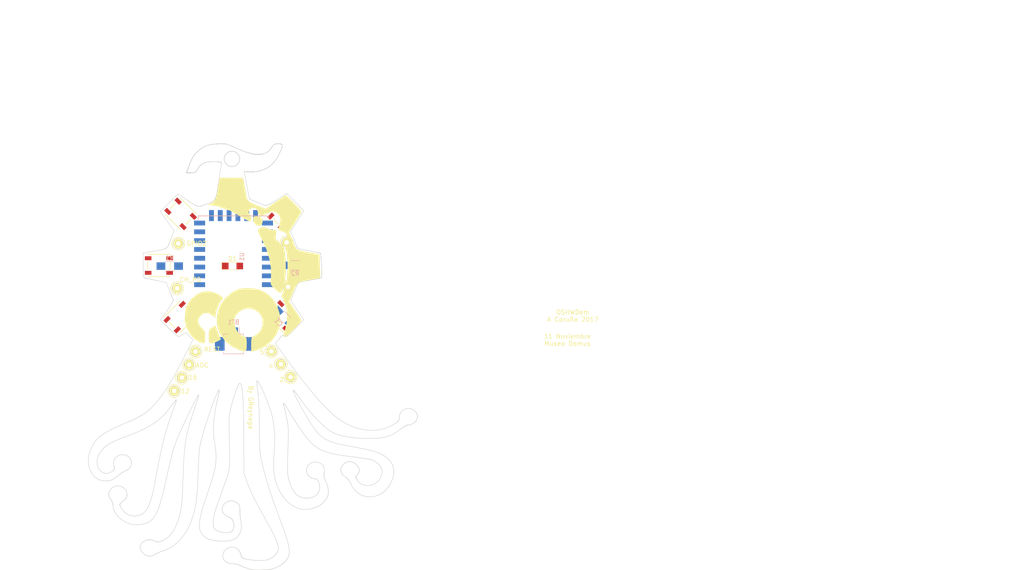
<source format=kicad_pcb>
(kicad_pcb (version 4) (host pcbnew 4.0.6)
  (title_block (title "Project Title"))
  (layers (0 F.Cu jumper) (31 B.Cu signal) (34 B.Paste user) (35 F.Paste user) (36 B.SilkS user) (37 F.SilkS user) (38 B.Mask user) (39 F.Mask user) (44 Edge.Cuts user))
  (net 0 "")
  (net 1 VCC)
  (net 2 GPIO4)
  (net 3 GPIO5)
  (net 4 GND)
  (net 5 GPIO12)
  (net 6 GPIO16)
  (net 7 ADC)
  (net 8 REST)
  (net 9 TXD)
  (net 10 RXD)
  (net 11 CH_PD)
  (net 12 GPIO0)
  (net 13 GPIO2)
  (net 14 "Net-(U1-Pad17)")
  (net 15 "Net-(U1-Pad18)")
  (net 16 "Net-(U1-Pad19)")
  (net 17 "Net-(U1-Pad20)")
  (net 18 "Net-(U1-Pad21)")
  (net 19 "Net-(U1-Pad22)")
  (net 20 "Net-(LED5-Pad2)")
  (net 21 "Net-(LED6-Pad2)")
  (net 22 "Net-(D1-Pad1)")
  (net 23 NEOP)
  (net 24 "Net-(LED1-Pad4)")
  (net 25 "Net-(LED2-Pad4)")
  (net 26 "Net-(LED3-Pad4)")
  (net 27 "Net-(LED4-Pad4)")
  (net 28 "Net-(LED5-Pad4)")
  (net 29 "Net-(U1-Pad7)")
  (net 30 "Net-(U1-Pad10)")
  (module ESP8266:ESP-12E_SMD (layer B.Cu) (at 123.11202 75.30736)
    (fp_text reference U1 (at 8.89 -6.35 270) (layer B.SilkS) (effects (justify mirror)))
    (fp_text value ESP-12E hide)
    (pad 1 smd rect (at 0 0) (size 2.5 1.1) (drill (offset -0.7 0)) (layers B.Cu B.Paste B.Mask) (net 8 REST))
    (pad 2 smd rect (at 0 -2) (size 2.5 1.1) (drill (offset -0.7 0)) (layers B.Cu B.Paste B.Mask) (net 7 ADC))
    (pad 3 smd rect (at 0 -4) (size 2.5 1.1) (drill (offset -0.7 0)) (layers B.Cu B.Paste B.Mask) (net 11 CH_PD))
    (pad 4 smd rect (at 0 -6) (size 2.5 1.1) (drill (offset -0.7 0)) (layers B.Cu B.Paste B.Mask) (net 6 GPIO16))
    (pad 5 smd rect (at 0 -8) (size 2.5 1.1) (drill (offset -0.7 0)) (layers B.Cu B.Paste B.Mask) (net 23 NEOP))
    (pad 6 smd rect (at 0 -10) (size 2.5 1.1) (drill (offset -0.7 0)) (layers B.Cu B.Paste B.Mask) (net 5 GPIO12))
    (pad 7 smd rect (at 0 -12) (size 2.5 1.1) (drill (offset -0.7 0)) (layers B.Cu B.Paste B.Mask) (net 29 "Net-(U1-Pad7)"))
    (pad 8 smd rect (at 0 -14) (size 2.5 1.1) (drill (offset -0.7 0)) (layers B.Cu B.Paste B.Mask) (net 1 VCC))
    (pad 9 smd rect (at 14 -14) (size 2.5 1.1) (drill (offset 0.7 0)) (layers B.Cu B.Paste B.Mask) (net 4 GND))
    (pad 10 smd rect (at 14 -12) (size 2.5 1.1) (drill (offset 0.7 0)) (layers B.Cu B.Paste B.Mask) (net 30 "Net-(U1-Pad10)"))
    (pad 11 smd rect (at 14 -10) (size 2.5 1.1) (drill (offset 0.7 0)) (layers B.Cu B.Paste B.Mask) (net 13 GPIO2))
    (pad 12 smd rect (at 14 -8) (size 2.5 1.1) (drill (offset 0.7 0)) (layers B.Cu B.Paste B.Mask) (net 12 GPIO0))
    (pad 13 smd rect (at 14 -6) (size 2.5 1.1) (drill (offset 0.7 0)) (layers B.Cu B.Paste B.Mask) (net 2 GPIO4))
    (pad 14 smd rect (at 14 -4) (size 2.5 1.1) (drill (offset 0.7 0)) (layers B.Cu B.Paste B.Mask) (net 3 GPIO5))
    (pad 15 smd rect (at 14 -2) (size 2.5 1.1) (drill (offset 0.7 0)) (layers B.Cu B.Paste B.Mask) (net 10 RXD))
    (pad 16 smd rect (at 14 0) (size 2.5 1.1) (drill (offset 0.7 0)) (layers B.Cu B.Paste B.Mask) (net 9 TXD))
    (pad 17 smd rect (at 1.99 -15 270) (size 2.5 1.1) (drill (offset -0.7 0)) (layers B.Cu B.Paste B.Mask) (net 14 "Net-(U1-Pad17)"))
    (pad 18 smd rect (at 3.99 -15 270) (size 2.5 1.1) (drill (offset -0.7 0)) (layers B.Cu B.Paste B.Mask) (net 15 "Net-(U1-Pad18)"))
    (pad 19 smd rect (at 5.99 -15 270) (size 2.5 1.1) (drill (offset -0.7 0)) (layers B.Cu B.Paste B.Mask) (net 16 "Net-(U1-Pad19)"))
    (pad 20 smd rect (at 7.99 -15 270) (size 2.5 1.1) (drill (offset -0.7 0)) (layers B.Cu B.Paste B.Mask) (net 17 "Net-(U1-Pad20)"))
    (pad 21 smd rect (at 9.99 -15 270) (size 2.5 1.1) (drill (offset -0.7 0)) (layers B.Cu B.Paste B.Mask) (net 18 "Net-(U1-Pad21)"))
    (pad 22 smd rect (at 11.99 -15 270) (size 2.5 1.1) (drill (offset -0.7 0)) (layers B.Cu B.Paste B.Mask) (net 19 "Net-(U1-Pad22)"))
  )
  (module Wickerlib:CONN-HEADER-STRAIGHT-P2.54MM-1x01 (layer F.Cu) (at 121.47372 90.49656)
    (fp_text reference J2 hide)
    (fp_text value TEST_1P)
    (pad 1 thru_hole circle (at 0 0) (size 2.2352 2.2352) (drill 1.016) (layers *.Cu *.Mask F.SilkS) (net 8 REST))
  )
  (module Wickerlib:CONN-HEADER-STRAIGHT-P2.54MM-1x01 (layer F.Cu) (at 120.02592 93.49376)
    (fp_text reference J3 hide)
    (fp_text value TEST_1P)
    (pad 1 thru_hole circle (at 0 0) (size 2.2352 2.2352) (drill 1.016) (layers *.Cu *.Mask F.SilkS) (net 7 ADC))
  )
  (module Wickerlib:CONN-HEADER-STRAIGHT-P2.54MM-1x01 (layer F.Cu) (at 118.40032 96.44016)
    (fp_text reference J4 hide)
    (fp_text value TEST_1P)
    (pad 1 thru_hole circle (at 0 0) (size 2.2352 2.2352) (drill 1.016) (layers *.Cu *.Mask F.SilkS) (net 6 GPIO16))
  )
  (module Wickerlib:CONN-HEADER-STRAIGHT-P2.54MM-1x01 (layer F.Cu) (at 116.64772 99.43736)
    (fp_text reference J6 hide)
    (fp_text value TEST_1P)
    (pad 1 thru_hole circle (at 0 0) (size 2.2352 2.2352) (drill 1.016) (layers *.Cu *.Mask F.SilkS) (net 5 GPIO12))
  )
  (module Wickerlib:CONN-HEADER-STRAIGHT-P2.54MM-1x01 (layer F.Cu) (at 142.47952 75.81536)
    (fp_text reference J8 hide)
    (fp_text value TEST_1P)
    (pad 1 thru_hole circle (at 0 0) (size 2.2352 2.2352) (drill 1.016) (layers *.Cu *.Mask F.SilkS) (net 9 TXD))
  )
  (module Wickerlib:CONN-HEADER-STRAIGHT-P2.54MM-1x01 (layer F.Cu) (at 142.17472 65.70616)
    (fp_text reference J9 hide)
    (fp_text value TEST_1P)
    (pad 1 thru_hole circle (at 0 0) (size 2.2352 2.2352) (drill 1.016) (layers *.Cu *.Mask F.SilkS) (net 10 RXD))
  )
  (module Wickerlib:CONN-HEADER-STRAIGHT-P2.54MM-1x01 (layer F.Cu) (at 138.72032 90.44576)
    (fp_text reference J10 hide)
    (fp_text value TEST_1P)
    (pad 1 thru_hole circle (at 0 0) (size 2.2352 2.2352) (drill 1.016) (layers *.Cu *.Mask F.SilkS) (net 3 GPIO5))
  )
  (module Wickerlib:CONN-HEADER-STRAIGHT-P2.54MM-1x01 (layer F.Cu) (at 140.85392 93.39216)
    (fp_text reference J11 hide)
    (fp_text value TEST_1P)
    (pad 1 thru_hole circle (at 0 0) (size 2.2352 2.2352) (drill 1.016) (layers *.Cu *.Mask F.SilkS) (net 2 GPIO4))
  )
  (module Wickerlib:CONN-HEADER-STRAIGHT-P2.54MM-1x01 (layer F.Cu) (at 117.57482 65.96016)
    (fp_text reference J12 hide)
    (fp_text value TEST_1P)
    (pad 1 thru_hole circle (at 0 0) (size 2.2352 2.2352) (drill 1.016) (layers *.Cu *.Mask F.SilkS) (net 12 GPIO0))
  )
  (module Wickerlib:CONN-HEADER-STRAIGHT-P2.54MM-1x01 (layer F.Cu) (at 143.06372 96.31316)
    (fp_text reference J13 hide)
    (fp_text value TEST_1P)
    (pad 1 thru_hole circle (at 0 0) (size 2.2352 2.2352) (drill 1.016) (layers *.Cu *.Mask F.SilkS) (net 13 GPIO2))
  )
  (module Capacitors_SMD:C_1206_HandSoldering (layer B.Cu) (at 141.59052 82.72416 312)
    (fp_text reference C1 (at 0.000001 1.75 312) (layer B.SilkS) (effects (justify mirror)))
    (fp_text value 100uF)
    (pad 2 smd rect (at 2 0 312) (size 2 1.6) (layers B.Cu B.Paste B.Mask) (net 4 GND))
    (pad 1 smd rect (at -2 0 312) (size 2 1.6) (layers B.Cu B.Paste B.Mask) (net 1 VCC))
  )
  (module LEDs:LED_1206 (layer F.Cu) (at 129.88112 71.06556)
    (fp_text reference D1 (at 0 -1.6) (layer F.SilkS))
    (fp_text value LED)
    (pad 2 smd rect (at 1.65 0 180) (size 1.5 1.5) (layers F.Cu F.Paste F.Mask) (net 1 VCC))
    (pad 1 smd rect (at -1.65 0 180) (size 1.5 1.5) (layers F.Cu F.Paste F.Mask) (net 22 "Net-(D1-Pad1)"))
  )
  (module Wickerlib:CONN-HEADER-STRAIGHT-P2.54MM-1x01 (layer F.Cu) (at 117.30812 76.14556)
    (fp_text reference J1 hide)
    (fp_text value TEST_1P)
    (pad 1 thru_hole circle (at 0 0) (size 2.2352 2.2352) (drill 1.016) (layers *.Cu *.Mask F.SilkS) (net 11 CH_PD))
  )
  (module Resistors_SMD:R_1206_HandSoldering (layer B.Cu) (at 115.63172 71.09096 180)
    (fp_text reference R1 (at 0 1.85 180) (layer B.SilkS) (effects (justify mirror)))
    (fp_text value 1k)
    (pad 2 smd rect (at 2 0 180) (size 2 1.7) (layers B.Cu B.Paste B.Mask) (net 12 GPIO0))
    (pad 1 smd rect (at -2 0 180) (size 2 1.7) (layers B.Cu B.Paste B.Mask) (net 22 "Net-(D1-Pad1)"))
  )
  (module Resistors_SMD:R_1206_HandSoldering (layer B.Cu) (at 144.07972 70.91316)
    (fp_text reference R2 (at 0 1.85) (layer B.SilkS) (effects (justify mirror)))
    (fp_text value 10k)
    (pad 2 smd rect (at 2 0) (size 2 1.7) (layers B.Cu B.Paste B.Mask) (net 4 GND))
    (pad 1 smd rect (at -2 0) (size 2 1.7) (layers B.Cu B.Paste B.Mask) (net 3 GPIO5))
  )
  (module Wickerlib:LED-RGB-5050-SMD (layer F.Cu) (at 141.48892 59.17836 45)
    (fp_text reference LED1)
    (fp_text value LED-RGB-WS2812B-4SMD hide)
    (pad 4 smd rect (at -2.4384 1.651 45) (size 1.4986 0.889) (layers F.Cu F.Paste F.Mask) (net 24 "Net-(LED1-Pad4)"))
    (pad 3 smd rect (at -2.4384 -1.651 45) (size 1.4986 0.889) (layers F.Cu F.Paste F.Mask) (net 1 VCC))
    (pad 2 smd rect (at 2.4384 -1.651 45) (size 1.4986 0.889) (layers F.Cu F.Paste F.Mask) (net 23 NEOP))
    (pad 1 smd rect (at 2.4384 1.651 45) (size 1.4986 0.889) (layers F.Cu F.Paste F.Mask) (net 4 GND))
  )
  (module Wickerlib:LED-RGB-5050-SMD (layer F.Cu) (at 129.88112 54.25076 90)
    (fp_text reference LED2)
    (fp_text value LED-RGB-WS2812B-4SMD hide)
    (pad 1 smd rect (at 2.4384 1.651 90) (size 1.4986 0.889) (layers F.Cu F.Paste F.Mask) (net 4 GND))
    (pad 2 smd rect (at 2.4384 -1.651 90) (size 1.4986 0.889) (layers F.Cu F.Paste F.Mask) (net 24 "Net-(LED1-Pad4)"))
    (pad 3 smd rect (at -2.4384 -1.651 90) (size 1.4986 0.889) (layers F.Cu F.Paste F.Mask) (net 1 VCC))
    (pad 4 smd rect (at -2.4384 1.651 90) (size 1.4986 0.889) (layers F.Cu F.Paste F.Mask) (net 25 "Net-(LED2-Pad4)"))
  )
  (module Wickerlib:LED-RGB-5050-SMD (layer F.Cu) (at 118.09552 59.22916 315)
    (fp_text reference LED3)
    (fp_text value LED-RGB-WS2812B-4SMD hide)
    (pad 4 smd rect (at -2.4384 1.651 315) (size 1.4986 0.889) (layers F.Cu F.Paste F.Mask) (net 26 "Net-(LED3-Pad4)"))
    (pad 3 smd rect (at -2.4384 -1.651 315) (size 1.4986 0.889) (layers F.Cu F.Paste F.Mask) (net 1 VCC))
    (pad 2 smd rect (at 2.4384 -1.651 315) (size 1.4986 0.889) (layers F.Cu F.Paste F.Mask) (net 25 "Net-(LED2-Pad4)"))
    (pad 1 smd rect (at 2.4384 1.651 315) (size 1.4986 0.889) (layers F.Cu F.Paste F.Mask) (net 4 GND))
  )
  (module Wickerlib:LED-RGB-5050-SMD (layer F.Cu) (at 113.16792 70.96396)
    (fp_text reference LED4)
    (fp_text value LED-RGB-WS2812B-4SMD hide)
    (pad 1 smd rect (at 2.4384 1.651) (size 1.4986 0.889) (layers F.Cu F.Paste F.Mask) (net 4 GND))
    (pad 2 smd rect (at 2.4384 -1.651) (size 1.4986 0.889) (layers F.Cu F.Paste F.Mask) (net 26 "Net-(LED3-Pad4)"))
    (pad 3 smd rect (at -2.4384 -1.651) (size 1.4986 0.889) (layers F.Cu F.Paste F.Mask) (net 1 VCC))
    (pad 4 smd rect (at -2.4384 1.651) (size 1.4986 0.889) (layers F.Cu F.Paste F.Mask) (net 27 "Net-(LED4-Pad4)"))
  )
  (module Wickerlib:LED-RGB-5050-SMD (layer F.Cu) (at 117.91772 82.67336 45)
    (fp_text reference LED5)
    (fp_text value LED-RGB-WS2812B-4SMD hide)
    (pad 4 smd rect (at -2.4384 1.651 45) (size 1.4986 0.889) (layers F.Cu F.Paste F.Mask) (net 28 "Net-(LED5-Pad4)"))
    (pad 3 smd rect (at -2.4384 -1.651 45) (size 1.4986 0.889) (layers F.Cu F.Paste F.Mask) (net 1 VCC))
    (pad 2 smd rect (at 2.4384 -1.651 45) (size 1.4986 0.889) (layers F.Cu F.Paste F.Mask) (net 20 "Net-(LED5-Pad2)"))
    (pad 1 smd rect (at 2.4384 1.651 45) (size 1.4986 0.889) (layers F.Cu F.Paste F.Mask) (net 4 GND))
  )
  (module Wickerlib:LED-RGB-5050-SMD (layer F.Cu) (at 141.41272 82.52096 315)
    (fp_text reference LED6)
    (fp_text value LED-RGB-WS2812B-4SMD hide)
    (pad 1 smd rect (at 2.4384 1.651 315) (size 1.4986 0.889) (layers F.Cu F.Paste F.Mask) (net 4 GND))
    (pad 2 smd rect (at 2.4384 -1.651 315) (size 1.4986 0.889) (layers F.Cu F.Paste F.Mask) (net 21 "Net-(LED6-Pad2)"))
    (pad 3 smd rect (at -2.4384 -1.651 315) (size 1.4986 0.889) (layers F.Cu F.Paste F.Mask) (net 1 VCC))
    (pad 4 smd rect (at -2.4384 1.651 315) (size 1.4986 0.889) (layers F.Cu F.Paste F.Mask) (net 20 "Net-(LED5-Pad2)"))
  )
  (module Wickerlib:LED-RGB-5050-SMD (layer F.Cu) (at 146.44192 70.91316)
    (fp_text reference LED7)
    (fp_text value LED-RGB-WS2812B-4SMD hide)
    (pad 4 smd rect (at -2.4384 1.651) (size 1.4986 0.889) (layers F.Cu F.Paste F.Mask) (net 21 "Net-(LED6-Pad2)"))
    (pad 3 smd rect (at -2.4384 -1.651) (size 1.4986 0.889) (layers F.Cu F.Paste F.Mask) (net 1 VCC))
    (pad 2 smd rect (at 2.4384 -1.651) (size 1.4986 0.889) (layers F.Cu F.Paste F.Mask) (net 27 "Net-(LED4-Pad4)"))
    (pad 1 smd rect (at 2.4384 1.651) (size 1.4986 0.889) (layers F.Cu F.Paste F.Mask) (net 4 GND))
  )
  (module Connectors_Molex:Molex_PicoBlade_53261-0271_02x1.25mm_Angled (layer B.Cu) (at 130.10972 87.32156 180)
    (fp_text reference BT1 (at 0 3.5 180) (layer B.SilkS) (effects (justify mirror)))
    (fp_text value LIPO)
    (pad "" smd rect (at 3.125 -1.45 180) (size 2.2 3.1) (layers B.Cu B.Paste B.Mask))
    (pad "" smd rect (at -3.125 -1.45 180) (size 2.2 3.1) (layers B.Cu B.Paste B.Mask))
    (pad 2 smd rect (at 0.625 1.45 180) (size 0.8 1.7) (layers B.Cu B.Paste B.Mask) (net 4 GND))
    (pad 1 smd rect (at -0.625 1.45 180) (size 0.8 1.7) (layers B.Cu B.Paste B.Mask) (net 1 VCC))
  )
  (module Mazmaker:Oshwdem_Eyes_08 (layer F.Cu) (at 129.80492 83.10516)
    (fp_text reference G*** hide)
    (fp_text value LOGO hide)
  )
  (module Mazmaker:Oshwdem_Head_01 (layer F.Cu) (at 137.62812 68.80496)
    (fp_text reference G*** hide)
    (fp_text value LOGO hide)
  )
  (gr_text REST (at 125.23292 90.01396) (layer F.SilkS) (effects (font (size 1.016 1.016) (thickness 0.1524))))
  (gr_text "By GReynaga" (at 134.04672 103.22196 270) (layer F.SilkS) (effects (font (size 1.016 1.016) (thickness 0.1524))))
  (gr_text "OSHWDem\nA Coruña 2017" (at 207.12252 82.39396) (layer F.SilkS) (effects (font (size 1.016 1.016) (thickness 0.1524))))
  (gr_text "11 Noviembre\nMuseo Domus" (at 205.90332 87.88036) (layer F.SilkS) (effects (font (size 1.016 1.016) (thickness 0.1524))))
  (gr_text RX (at 139.35532 65.78236) (layer F.SilkS) (effects (font (size 1.016 1.016) (thickness 0.1524))))
  (gr_text TX (at 140.34592 74.36756) (layer F.SilkS) (effects (font (size 1.016 1.016) (thickness 0.1524))))
  (gr_text CH_PD (at 120.33072 74.18976) (layer F.SilkS) (effects (font (size 1.016 1.016) (thickness 0.1524))))
  (gr_text GPIO2 (at 121.74042 65.94746) (layer F.SilkS) (effects (font (size 1.016 1.016) (thickness 0.1524))))
  (gr_text ADC (at 122.99772 93.62076) (layer F.SilkS) (effects (font (size 1.016 1.016) (thickness 0.1524))))
  (gr_text 2 (at 141.05712 96.89736) (layer F.SilkS) (effects (font (size 1.016 1.016) (thickness 0.1524))))
  (gr_text 16 (at 120.88952 96.33856) (layer F.SilkS) (effects (font (size 1.016 1.016) (thickness 0.1524))))
  (gr_text 5 (at 136.56132 90.64896) (layer F.SilkS) (effects (font (size 1.016 1.016) (thickness 0.1524))))
  (gr_text 12 (at 119.16232 99.53896) (layer F.SilkS) (effects (font (size 1.016 1.016) (thickness 0.1524))))
  (gr_text 4 (at 138.59332 93.84936) (layer F.SilkS) (effects (font (size 1.016 1.016) (thickness 0.1524))))
  (gr_circle (center 129.75412 46.73236) (end 131.20192 47.72296) (layer Edge.Cuts) (width 0.1524))
  (gr_line (start 133.262319 139.774763) (end 133.17084 139.74142) (layer Edge.Cuts) (width 0.1))
  (gr_line (start 133.353023 139.806466) (end 133.262319 139.774763) (layer Edge.Cuts) (width 0.1))
  (gr_line (start 133.443172 139.836556) (end 133.353023 139.806466) (layer Edge.Cuts) (width 0.1))
  (gr_line (start 133.532988 139.865056) (end 133.443172 139.836556) (layer Edge.Cuts) (width 0.1))
  (gr_line (start 133.622691 139.891989) (end 133.532988 139.865056) (layer Edge.Cuts) (width 0.1))
  (gr_line (start 133.712501 139.917382) (end 133.622691 139.891989) (layer Edge.Cuts) (width 0.1))
  (gr_line (start 133.80264 139.941257) (end 133.712501 139.917382) (layer Edge.Cuts) (width 0.1))
  (gr_line (start 133.893327 139.963638) (end 133.80264 139.941257) (layer Edge.Cuts) (width 0.1))
  (gr_line (start 133.984785 139.984552) (end 133.893327 139.963638) (layer Edge.Cuts) (width 0.1))
  (gr_line (start 134.077234 140.00402) (end 133.984785 139.984552) (layer Edge.Cuts) (width 0.1))
  (gr_line (start 134.170894 140.022069) (end 134.077234 140.00402) (layer Edge.Cuts) (width 0.1))
  (gr_line (start 134.265986 140.038722) (end 134.170894 140.022069) (layer Edge.Cuts) (width 0.1))
  (gr_line (start 134.362731 140.054003) (end 134.265986 140.038722) (layer Edge.Cuts) (width 0.1))
  (gr_line (start 134.461349 140.067936) (end 134.362731 140.054003) (layer Edge.Cuts) (width 0.1))
  (gr_line (start 134.562062 140.080547) (end 134.461349 140.067936) (layer Edge.Cuts) (width 0.1))
  (gr_line (start 134.66509 140.091858) (end 134.562062 140.080547) (layer Edge.Cuts) (width 0.1))
  (gr_line (start 134.770654 140.101895) (end 134.66509 140.091858) (layer Edge.Cuts) (width 0.1))
  (gr_line (start 134.878974 140.110682) (end 134.770654 140.101895) (layer Edge.Cuts) (width 0.1))
  (gr_line (start 134.990272 140.118242) (end 134.878974 140.110682) (layer Edge.Cuts) (width 0.1))
  (gr_line (start 135.104768 140.124601) (end 134.990272 140.118242) (layer Edge.Cuts) (width 0.1))
  (gr_line (start 135.222682 140.129782) (end 135.104768 140.124601) (layer Edge.Cuts) (width 0.1))
  (gr_line (start 135.344236 140.13381) (end 135.222682 140.129782) (layer Edge.Cuts) (width 0.1))
  (gr_line (start 135.46965 140.136708) (end 135.344236 140.13381) (layer Edge.Cuts) (width 0.1))
  (gr_line (start 135.599146 140.138502) (end 135.46965 140.136708) (layer Edge.Cuts) (width 0.1))
  (gr_line (start 135.732942 140.139216) (end 135.599146 140.138502) (layer Edge.Cuts) (width 0.1))
  (gr_line (start 135.871262 140.138873) (end 135.732942 140.139216) (layer Edge.Cuts) (width 0.1))
  (gr_line (start 136.014325 140.137499) (end 135.871262 140.138873) (layer Edge.Cuts) (width 0.1))
  (gr_line (start 136.162351 140.135116) (end 136.014325 140.137499) (layer Edge.Cuts) (width 0.1))
  (gr_line (start 136.315562 140.131751) (end 136.162351 140.135116) (layer Edge.Cuts) (width 0.1))
  (gr_line (start 136.474179 140.127426) (end 136.315562 140.131751) (layer Edge.Cuts) (width 0.1))
  (gr_line (start 136.638422 140.122166) (end 136.474179 140.127426) (layer Edge.Cuts) (width 0.1))
  (gr_line (start 136.819218 140.115659) (end 136.638422 140.122166) (layer Edge.Cuts) (width 0.1))
  (gr_line (start 136.991813 140.108739) (end 136.819218 140.115659) (layer Edge.Cuts) (width 0.1))
  (gr_line (start 137.156623 140.101315) (end 136.991813 140.108739) (layer Edge.Cuts) (width 0.1))
  (gr_line (start 137.314065 140.093294) (end 137.156623 140.101315) (layer Edge.Cuts) (width 0.1))
  (gr_line (start 137.464553 140.084586) (end 137.314065 140.093294) (layer Edge.Cuts) (width 0.1))
  (gr_line (start 137.608505 140.075099) (end 137.464553 140.084586) (layer Edge.Cuts) (width 0.1))
  (gr_line (start 137.746336 140.064742) (end 137.608505 140.075099) (layer Edge.Cuts) (width 0.1))
  (gr_line (start 137.878463 140.053422) (end 137.746336 140.064742) (layer Edge.Cuts) (width 0.1))
  (gr_line (start 138.005301 140.041049) (end 137.878463 140.053422) (layer Edge.Cuts) (width 0.1))
  (gr_line (start 138.127267 140.027531) (end 138.005301 140.041049) (layer Edge.Cuts) (width 0.1))
  (gr_line (start 138.244776 140.012777) (end 138.127267 140.027531) (layer Edge.Cuts) (width 0.1))
  (gr_line (start 138.358244 139.996695) (end 138.244776 140.012777) (layer Edge.Cuts) (width 0.1))
  (gr_line (start 138.468089 139.979193) (end 138.358244 139.996695) (layer Edge.Cuts) (width 0.1))
  (gr_line (start 138.574725 139.960181) (end 138.468089 139.979193) (layer Edge.Cuts) (width 0.1))
  (gr_line (start 138.678569 139.939566) (end 138.574725 139.960181) (layer Edge.Cuts) (width 0.1))
  (gr_line (start 138.780036 139.917257) (end 138.678569 139.939566) (layer Edge.Cuts) (width 0.1))
  (gr_line (start 138.879544 139.893163) (end 138.780036 139.917257) (layer Edge.Cuts) (width 0.1))
  (gr_line (start 138.977507 139.867192) (end 138.879544 139.893163) (layer Edge.Cuts) (width 0.1))
  (gr_line (start 139.074343 139.839253) (end 138.977507 139.867192) (layer Edge.Cuts) (width 0.1))
  (gr_line (start 139.170466 139.809254) (end 139.074343 139.839253) (layer Edge.Cuts) (width 0.1))
  (gr_line (start 139.266294 139.777104) (end 139.170466 139.809254) (layer Edge.Cuts) (width 0.1))
  (gr_line (start 139.362242 139.742711) (end 139.266294 139.777104) (layer Edge.Cuts) (width 0.1))
  (gr_line (start 139.458726 139.705984) (end 139.362242 139.742711) (layer Edge.Cuts) (width 0.1))
  (gr_line (start 139.556162 139.666831) (end 139.458726 139.705984) (layer Edge.Cuts) (width 0.1))
  (gr_line (start 139.654966 139.625161) (end 139.556162 139.666831) (layer Edge.Cuts) (width 0.1))
  (gr_line (start 139.755555 139.580882) (end 139.654966 139.625161) (layer Edge.Cuts) (width 0.1))
  (gr_line (start 139.858345 139.533903) (end 139.755555 139.580882) (layer Edge.Cuts) (width 0.1))
  (gr_line (start 139.96375 139.484133) (end 139.858345 139.533903) (layer Edge.Cuts) (width 0.1))
  (gr_line (start 140.072189 139.431479) (end 139.96375 139.484133) (layer Edge.Cuts) (width 0.1))
  (gr_line (start 140.184076 139.375851) (end 140.072189 139.431479) (layer Edge.Cuts) (width 0.1))
  (gr_line (start 140.299827 139.317156) (end 140.184076 139.375851) (layer Edge.Cuts) (width 0.1))
  (gr_line (start 140.396919 139.266891) (end 140.299827 139.317156) (layer Edge.Cuts) (width 0.1))
  (gr_line (start 140.491264 139.216794) (end 140.396919 139.266891) (layer Edge.Cuts) (width 0.1))
  (gr_line (start 140.582919 139.166816) (end 140.491264 139.216794) (layer Edge.Cuts) (width 0.1))
  (gr_line (start 140.671944 139.116909) (end 140.582919 139.166816) (layer Edge.Cuts) (width 0.1))
  (gr_line (start 140.758394 139.067023) (end 140.671944 139.116909) (layer Edge.Cuts) (width 0.1))
  (gr_line (start 140.842327 139.017108) (end 140.758394 139.067023) (layer Edge.Cuts) (width 0.1))
  (gr_line (start 140.923801 138.967117) (end 140.842327 139.017108) (layer Edge.Cuts) (width 0.1))
  (gr_line (start 141.002874 138.916999) (end 140.923801 138.967117) (layer Edge.Cuts) (width 0.1))
  (gr_line (start 141.079602 138.866706) (end 141.002874 138.916999) (layer Edge.Cuts) (width 0.1))
  (gr_line (start 141.154044 138.816189) (end 141.079602 138.866706) (layer Edge.Cuts) (width 0.1))
  (gr_line (start 141.226256 138.765399) (end 141.154044 138.816189) (layer Edge.Cuts) (width 0.1))
  (gr_line (start 141.296296 138.714285) (end 141.226256 138.765399) (layer Edge.Cuts) (width 0.1))
  (gr_line (start 141.364223 138.662801) (end 141.296296 138.714285) (layer Edge.Cuts) (width 0.1))
  (gr_line (start 141.430092 138.610895) (end 141.364223 138.662801) (layer Edge.Cuts) (width 0.1))
  (gr_line (start 141.493962 138.55852) (end 141.430092 138.610895) (layer Edge.Cuts) (width 0.1))
  (gr_line (start 141.55589 138.505626) (end 141.493962 138.55852) (layer Edge.Cuts) (width 0.1))
  (gr_line (start 141.615934 138.452164) (end 141.55589 138.505626) (layer Edge.Cuts) (width 0.1))
  (gr_line (start 141.67415 138.398084) (end 141.615934 138.452164) (layer Edge.Cuts) (width 0.1))
  (gr_line (start 141.730598 138.343339) (end 141.67415 138.398084) (layer Edge.Cuts) (width 0.1))
  (gr_line (start 141.785333 138.287879) (end 141.730598 138.343339) (layer Edge.Cuts) (width 0.1))
  (gr_line (start 141.838414 138.231654) (end 141.785333 138.287879) (layer Edge.Cuts) (width 0.1))
  (gr_line (start 141.889898 138.174615) (end 141.838414 138.231654) (layer Edge.Cuts) (width 0.1))
  (gr_line (start 141.939843 138.116715) (end 141.889898 138.174615) (layer Edge.Cuts) (width 0.1))
  (gr_line (start 141.988305 138.057902) (end 141.939843 138.116715) (layer Edge.Cuts) (width 0.1))
  (gr_line (start 142.035343 137.998129) (end 141.988305 138.057902) (layer Edge.Cuts) (width 0.1))
  (gr_line (start 142.081014 137.937347) (end 142.035343 137.998129) (layer Edge.Cuts) (width 0.1))
  (gr_line (start 142.125375 137.875505) (end 142.081014 137.937347) (layer Edge.Cuts) (width 0.1))
  (gr_line (start 142.168484 137.812556) (end 142.125375 137.875505) (layer Edge.Cuts) (width 0.1))
  (gr_line (start 142.210398 137.748449) (end 142.168484 137.812556) (layer Edge.Cuts) (width 0.1))
  (gr_line (start 142.251175 137.683137) (end 142.210398 137.748449) (layer Edge.Cuts) (width 0.1))
  (gr_line (start 142.290873 137.616569) (end 142.251175 137.683137) (layer Edge.Cuts) (width 0.1))
  (gr_line (start 142.373844 137.468657) (end 142.290873 137.616569) (layer Edge.Cuts) (width 0.1))
  (gr_line (start 142.449574 137.321151) (end 142.373844 137.468657) (layer Edge.Cuts) (width 0.1))
  (gr_line (start 142.51788 137.173046) (end 142.449574 137.321151) (layer Edge.Cuts) (width 0.1))
  (gr_line (start 142.57858 137.023337) (end 142.51788 137.173046) (layer Edge.Cuts) (width 0.1))
  (gr_line (start 142.631493 136.871018) (end 142.57858 137.023337) (layer Edge.Cuts) (width 0.1))
  (gr_line (start 142.676436 136.715084) (end 142.631493 136.871018) (layer Edge.Cuts) (width 0.1))
  (gr_line (start 142.713229 136.554531) (end 142.676436 136.715084) (layer Edge.Cuts) (width 0.1))
  (gr_line (start 142.741688 136.388351) (end 142.713229 136.554531) (layer Edge.Cuts) (width 0.1))
  (gr_line (start 142.761633 136.215541) (end 142.741688 136.388351) (layer Edge.Cuts) (width 0.1))
  (gr_line (start 142.77288 136.035094) (end 142.761633 136.215541) (layer Edge.Cuts) (width 0.1))
  (gr_line (start 142.77525 135.846006) (end 142.77288 136.035094) (layer Edge.Cuts) (width 0.1))
  (gr_line (start 142.768558 135.64727) (end 142.77525 135.846006) (layer Edge.Cuts) (width 0.1))
  (gr_line (start 142.752624 135.437883) (end 142.768558 135.64727) (layer Edge.Cuts) (width 0.1))
  (gr_line (start 142.727266 135.216838) (end 142.752624 135.437883) (layer Edge.Cuts) (width 0.1))
  (gr_line (start 142.692302 134.983129) (end 142.727266 135.216838) (layer Edge.Cuts) (width 0.1))
  (gr_line (start 142.64755 134.735753) (end 142.692302 134.983129) (layer Edge.Cuts) (width 0.1))
  (gr_line (start 142.592828 134.473703) (end 142.64755 134.735753) (layer Edge.Cuts) (width 0.1))
  (gr_line (start 142.527954 134.195974) (end 142.592828 134.473703) (layer Edge.Cuts) (width 0.1))
  (gr_line (start 142.452746 133.90156) (end 142.527954 134.195974) (layer Edge.Cuts) (width 0.1))
  (gr_line (start 142.367023 133.589457) (end 142.452746 133.90156) (layer Edge.Cuts) (width 0.1))
  (gr_line (start 142.270603 133.258659) (end 142.367023 133.589457) (layer Edge.Cuts) (width 0.1))
  (gr_line (start 142.163303 132.908161) (end 142.270603 133.258659) (layer Edge.Cuts) (width 0.1))
  (gr_line (start 142.044942 132.536957) (end 142.163303 132.908161) (layer Edge.Cuts) (width 0.1))
  (gr_line (start 141.915338 132.144042) (end 142.044942 132.536957) (layer Edge.Cuts) (width 0.1))
  (gr_line (start 141.77431 131.728411) (end 141.915338 132.144042) (layer Edge.Cuts) (width 0.1))
  (gr_line (start 141.621674 131.289058) (end 141.77431 131.728411) (layer Edge.Cuts) (width 0.1))
  (gr_line (start 141.45725 130.824978) (end 141.621674 131.289058) (layer Edge.Cuts) (width 0.1))
  (gr_line (start 141.280856 130.335166) (end 141.45725 130.824978) (layer Edge.Cuts) (width 0.1))
  (gr_line (start 141.092309 129.818616) (end 141.280856 130.335166) (layer Edge.Cuts) (width 0.1))
  (gr_line (start 140.891427 129.274323) (end 141.092309 129.818616) (layer Edge.Cuts) (width 0.1))
  (gr_line (start 140.67803 128.701282) (end 140.891427 129.274323) (layer Edge.Cuts) (width 0.1))
  (gr_line (start 140.467727 128.13681) (end 140.67803 128.701282) (layer Edge.Cuts) (width 0.1))
  (gr_line (start 140.263513 127.584787) (end 140.467727 128.13681) (layer Edge.Cuts) (width 0.1))
  (gr_line (start 140.06528 127.044869) (end 140.263513 127.584787) (layer Edge.Cuts) (width 0.1))
  (gr_line (start 139.87292 126.516712) (end 140.06528 127.044869) (layer Edge.Cuts) (width 0.1))
  (gr_line (start 139.686324 125.999972) (end 139.87292 126.516712) (layer Edge.Cuts) (width 0.1))
  (gr_line (start 139.505384 125.494307) (end 139.686324 125.999972) (layer Edge.Cuts) (width 0.1))
  (gr_line (start 139.329993 124.999371) (end 139.505384 125.494307) (layer Edge.Cuts) (width 0.1))
  (gr_line (start 139.160041 124.514823) (end 139.329993 124.999371) (layer Edge.Cuts) (width 0.1))
  (gr_line (start 138.995421 124.040317) (end 139.160041 124.514823) (layer Edge.Cuts) (width 0.1))
  (gr_line (start 138.836024 123.575511) (end 138.995421 124.040317) (layer Edge.Cuts) (width 0.1))
  (gr_line (start 138.681742 123.12006) (end 138.836024 123.575511) (layer Edge.Cuts) (width 0.1))
  (gr_line (start 138.532467 122.673622) (end 138.681742 123.12006) (layer Edge.Cuts) (width 0.1))
  (gr_line (start 138.388091 122.235852) (end 138.532467 122.673622) (layer Edge.Cuts) (width 0.1))
  (gr_line (start 138.248505 121.806407) (end 138.388091 122.235852) (layer Edge.Cuts) (width 0.1))
  (gr_line (start 138.113602 121.384943) (end 138.248505 121.806407) (layer Edge.Cuts) (width 0.1))
  (gr_line (start 137.983272 120.971116) (end 138.113602 121.384943) (layer Edge.Cuts) (width 0.1))
  (gr_line (start 137.857409 120.564583) (end 137.983272 120.971116) (layer Edge.Cuts) (width 0.1))
  (gr_line (start 137.735902 120.165001) (end 137.857409 120.564583) (layer Edge.Cuts) (width 0.1))
  (gr_line (start 137.618645 119.772024) (end 137.735902 120.165001) (layer Edge.Cuts) (width 0.1))
  (gr_line (start 137.50553 119.385311) (end 137.618645 119.772024) (layer Edge.Cuts) (width 0.1))
  (gr_line (start 137.396447 119.004517) (end 137.50553 119.385311) (layer Edge.Cuts) (width 0.1))
  (gr_line (start 137.291288 118.629299) (end 137.396447 119.004517) (layer Edge.Cuts) (width 0.1))
  (gr_line (start 137.189946 118.259313) (end 137.291288 118.629299) (layer Edge.Cuts) (width 0.1))
  (gr_line (start 137.092312 117.894215) (end 137.189946 118.259313) (layer Edge.Cuts) (width 0.1))
  (gr_line (start 136.998278 117.533661) (end 137.092312 117.894215) (layer Edge.Cuts) (width 0.1))
  (gr_line (start 136.907736 117.177309) (end 136.998278 117.533661) (layer Edge.Cuts) (width 0.1))
  (gr_line (start 136.820578 116.824814) (end 136.907736 117.177309) (layer Edge.Cuts) (width 0.1))
  (gr_line (start 136.736694 116.475833) (end 136.820578 116.824814) (layer Edge.Cuts) (width 0.1))
  (gr_line (start 136.655978 116.130022) (end 136.736694 116.475833) (layer Edge.Cuts) (width 0.1))
  (gr_line (start 136.57832 115.787037) (end 136.655978 116.130022) (layer Edge.Cuts) (width 0.1))
  (gr_line (start 136.503613 115.446535) (end 136.57832 115.787037) (layer Edge.Cuts) (width 0.1))
  (gr_line (start 136.462987 115.255615) (end 136.503613 115.446535) (layer Edge.Cuts) (width 0.1))
  (gr_line (start 136.424472 115.068618) (end 136.462987 115.255615) (layer Edge.Cuts) (width 0.1))
  (gr_line (start 136.388013 114.884743) (end 136.424472 115.068618) (layer Edge.Cuts) (width 0.1))
  (gr_line (start 136.353556 114.703188) (end 136.388013 114.884743) (layer Edge.Cuts) (width 0.1))
  (gr_line (start 136.321046 114.52315) (end 136.353556 114.703188) (layer Edge.Cuts) (width 0.1))
  (gr_line (start 136.290429 114.343828) (end 136.321046 114.52315) (layer Edge.Cuts) (width 0.1))
  (gr_line (start 136.26165 114.16442) (end 136.290429 114.343828) (layer Edge.Cuts) (width 0.1))
  (gr_line (start 136.234655 113.984124) (end 136.26165 114.16442) (layer Edge.Cuts) (width 0.1))
  (gr_line (start 136.209389 113.802138) (end 136.234655 113.984124) (layer Edge.Cuts) (width 0.1))
  (gr_line (start 136.185799 113.61766) (end 136.209389 113.802138) (layer Edge.Cuts) (width 0.1))
  (gr_line (start 136.163829 113.429888) (end 136.185799 113.61766) (layer Edge.Cuts) (width 0.1))
  (gr_line (start 136.143425 113.23802) (end 136.163829 113.429888) (layer Edge.Cuts) (width 0.1))
  (gr_line (start 136.124532 113.041254) (end 136.143425 113.23802) (layer Edge.Cuts) (width 0.1))
  (gr_line (start 136.107097 112.838789) (end 136.124532 113.041254) (layer Edge.Cuts) (width 0.1))
  (gr_line (start 136.091065 112.629822) (end 136.107097 112.838789) (layer Edge.Cuts) (width 0.1))
  (gr_line (start 136.076381 112.413552) (end 136.091065 112.629822) (layer Edge.Cuts) (width 0.1))
  (gr_line (start 136.062991 112.189176) (end 136.076381 112.413552) (layer Edge.Cuts) (width 0.1))
  (gr_line (start 136.05084 111.955893) (end 136.062991 112.189176) (layer Edge.Cuts) (width 0.1))
  (gr_line (start 136.039874 111.7129) (end 136.05084 111.955893) (layer Edge.Cuts) (width 0.1))
  (gr_line (start 136.030039 111.459396) (end 136.039874 111.7129) (layer Edge.Cuts) (width 0.1))
  (gr_line (start 136.02128 111.194579) (end 136.030039 111.459396) (layer Edge.Cuts) (width 0.1))
  (gr_line (start 136.013542 110.917647) (end 136.02128 111.194579) (layer Edge.Cuts) (width 0.1))
  (gr_line (start 136.006772 110.627798) (end 136.013542 110.917647) (layer Edge.Cuts) (width 0.1))
  (gr_line (start 136.000914 110.324229) (end 136.006772 110.627798) (layer Edge.Cuts) (width 0.1))
  (gr_line (start 135.995914 110.00614) (end 136.000914 110.324229) (layer Edge.Cuts) (width 0.1))
  (gr_line (start 135.991719 109.672727) (end 135.995914 110.00614) (layer Edge.Cuts) (width 0.1))
  (gr_line (start 135.988272 109.32319) (end 135.991719 109.672727) (layer Edge.Cuts) (width 0.1))
  (gr_line (start 135.985521 108.956727) (end 135.988272 109.32319) (layer Edge.Cuts) (width 0.1))
  (gr_line (start 135.98341 108.572534) (end 135.985521 108.956727) (layer Edge.Cuts) (width 0.1))
  (gr_line (start 135.981885 108.169811) (end 135.98341 108.572534) (layer Edge.Cuts) (width 0.1))
  (gr_line (start 135.980892 107.747755) (end 135.981885 108.169811) (layer Edge.Cuts) (width 0.1))
  (gr_line (start 135.979957 107.462737) (end 135.980892 107.747755) (layer Edge.Cuts) (width 0.1))
  (gr_line (start 135.978143 107.174387) (end 135.979957 107.462737) (layer Edge.Cuts) (width 0.1))
  (gr_line (start 135.975473 106.883261) (end 135.978143 107.174387) (layer Edge.Cuts) (width 0.1))
  (gr_line (start 135.971971 106.589913) (end 135.975473 106.883261) (layer Edge.Cuts) (width 0.1))
  (gr_line (start 135.967661 106.294901) (end 135.971971 106.589913) (layer Edge.Cuts) (width 0.1))
  (gr_line (start 135.962566 105.998779) (end 135.967661 106.294901) (layer Edge.Cuts) (width 0.1))
  (gr_line (start 135.956709 105.702105) (end 135.962566 105.998779) (layer Edge.Cuts) (width 0.1))
  (gr_line (start 135.950113 105.405434) (end 135.956709 105.702105) (layer Edge.Cuts) (width 0.1))
  (gr_line (start 135.942803 105.109321) (end 135.950113 105.405434) (layer Edge.Cuts) (width 0.1))
  (gr_line (start 135.934801 104.814323) (end 135.942803 105.109321) (layer Edge.Cuts) (width 0.1))
  (gr_line (start 135.926131 104.520996) (end 135.934801 104.814323) (layer Edge.Cuts) (width 0.1))
  (gr_line (start 135.916817 104.229895) (end 135.926131 104.520996) (layer Edge.Cuts) (width 0.1))
  (gr_line (start 135.906882 103.941577) (end 135.916817 104.229895) (layer Edge.Cuts) (width 0.1))
  (gr_line (start 135.896348 103.656598) (end 135.906882 103.941577) (layer Edge.Cuts) (width 0.1))
  (gr_line (start 135.885241 103.375512) (end 135.896348 103.656598) (layer Edge.Cuts) (width 0.1))
  (gr_line (start 135.873583 103.098877) (end 135.885241 103.375512) (layer Edge.Cuts) (width 0.1))
  (gr_line (start 135.861397 102.827248) (end 135.873583 103.098877) (layer Edge.Cuts) (width 0.1))
  (gr_line (start 135.848707 102.561182) (end 135.861397 102.827248) (layer Edge.Cuts) (width 0.1))
  (gr_line (start 135.835537 102.301233) (end 135.848707 102.561182) (layer Edge.Cuts) (width 0.1))
  (gr_line (start 135.821909 102.047958) (end 135.835537 102.301233) (layer Edge.Cuts) (width 0.1))
  (gr_line (start 135.807848 101.801913) (end 135.821909 102.047958) (layer Edge.Cuts) (width 0.1))
  (gr_line (start 135.793376 101.563654) (end 135.807848 101.801913) (layer Edge.Cuts) (width 0.1))
  (gr_line (start 135.778518 101.333736) (end 135.793376 101.563654) (layer Edge.Cuts) (width 0.1))
  (gr_line (start 135.763296 101.112716) (end 135.778518 101.333736) (layer Edge.Cuts) (width 0.1))
  (gr_line (start 135.747734 100.901149) (end 135.763296 101.112716) (layer Edge.Cuts) (width 0.1))
  (gr_line (start 135.731856 100.699592) (end 135.747734 100.901149) (layer Edge.Cuts) (width 0.1))
  (gr_line (start 135.715685 100.5086) (end 135.731856 100.699592) (layer Edge.Cuts) (width 0.1))
  (gr_line (start 135.699243 100.32873) (end 135.715685 100.5086) (layer Edge.Cuts) (width 0.1))
  (gr_line (start 135.682556 100.160537) (end 135.699243 100.32873) (layer Edge.Cuts) (width 0.1))
  (gr_line (start 135.665646 100.004576) (end 135.682556 100.160537) (layer Edge.Cuts) (width 0.1))
  (gr_line (start 135.648536 99.861405) (end 135.665646 100.004576) (layer Edge.Cuts) (width 0.1))
  (gr_line (start 135.631565 99.7255) (end 135.648536 99.861405) (layer Edge.Cuts) (width 0.1))
  (gr_line (start 135.615067 99.591092) (end 135.631565 99.7255) (layer Edge.Cuts) (width 0.1))
  (gr_line (start 135.599057 99.45837) (end 135.615067 99.591092) (layer Edge.Cuts) (width 0.1))
  (gr_line (start 135.583553 99.327521) (end 135.599057 99.45837) (layer Edge.Cuts) (width 0.1))
  (gr_line (start 135.56857 99.198734) (end 135.583553 99.327521) (layer Edge.Cuts) (width 0.1))
  (gr_line (start 135.554125 99.072198) (end 135.56857 99.198734) (layer Edge.Cuts) (width 0.1))
  (gr_line (start 135.540235 98.9481) (end 135.554125 99.072198) (layer Edge.Cuts) (width 0.1))
  (gr_line (start 135.526915 98.826629) (end 135.540235 98.9481) (layer Edge.Cuts) (width 0.1))
  (gr_line (start 135.514183 98.707974) (end 135.526915 98.826629) (layer Edge.Cuts) (width 0.1))
  (gr_line (start 135.502054 98.592321) (end 135.514183 98.707974) (layer Edge.Cuts) (width 0.1))
  (gr_line (start 135.490545 98.47986) (end 135.502054 98.592321) (layer Edge.Cuts) (width 0.1))
  (gr_line (start 135.479673 98.370779) (end 135.490545 98.47986) (layer Edge.Cuts) (width 0.1))
  (gr_line (start 135.469453 98.265266) (end 135.479673 98.370779) (layer Edge.Cuts) (width 0.1))
  (gr_line (start 135.459903 98.163509) (end 135.469453 98.265266) (layer Edge.Cuts) (width 0.1))
  (gr_line (start 135.451038 98.065697) (end 135.459903 98.163509) (layer Edge.Cuts) (width 0.1))
  (gr_line (start 135.442876 97.972018) (end 135.451038 98.065697) (layer Edge.Cuts) (width 0.1))
  (gr_line (start 135.435432 97.882659) (end 135.442876 97.972018) (layer Edge.Cuts) (width 0.1))
  (gr_line (start 135.428722 97.797811) (end 135.435432 97.882659) (layer Edge.Cuts) (width 0.1))
  (gr_line (start 135.422764 97.717659) (end 135.428722 97.797811) (layer Edge.Cuts) (width 0.1))
  (gr_line (start 135.417574 97.642394) (end 135.422764 97.717659) (layer Edge.Cuts) (width 0.1))
  (gr_line (start 135.413167 97.572203) (end 135.417574 97.642394) (layer Edge.Cuts) (width 0.1))
  (gr_line (start 135.409562 97.507274) (end 135.413167 97.572203) (layer Edge.Cuts) (width 0.1))
  (gr_line (start 135.406773 97.447796) (end 135.409562 97.507274) (layer Edge.Cuts) (width 0.1))
  (gr_line (start 135.404817 97.393957) (end 135.406773 97.447796) (layer Edge.Cuts) (width 0.1))
  (gr_line (start 135.403711 97.345945) (end 135.404817 97.393957) (layer Edge.Cuts) (width 0.1))
  (gr_line (start 135.403471 97.303948) (end 135.403711 97.345945) (layer Edge.Cuts) (width 0.1))
  (gr_line (start 135.404113 97.268155) (end 135.403471 97.303948) (layer Edge.Cuts) (width 0.1))
  (gr_line (start 135.405655 97.238754) (end 135.404113 97.268155) (layer Edge.Cuts) (width 0.1))
  (gr_line (start 135.408111 97.215933) (end 135.405655 97.238754) (layer Edge.Cuts) (width 0.1))
  (gr_line (start 135.4115 97.199881) (end 135.408111 97.215933) (layer Edge.Cuts) (width 0.1))
  (gr_line (start 135.415836 97.190785) (end 135.4115 97.199881) (layer Edge.Cuts) (width 0.1))
  (gr_line (start 135.436517 97.173016) (end 135.415836 97.190785) (layer Edge.Cuts) (width 0.1))
  (gr_line (start 135.460049 97.164093) (end 135.436517 97.173016) (layer Edge.Cuts) (width 0.1))
  (gr_line (start 135.486411 97.163979) (end 135.460049 97.164093) (layer Edge.Cuts) (width 0.1))
  (gr_line (start 135.515586 97.17264) (end 135.486411 97.163979) (layer Edge.Cuts) (width 0.1))
  (gr_line (start 135.547552 97.190041) (end 135.515586 97.17264) (layer Edge.Cuts) (width 0.1))
  (gr_line (start 135.582292 97.216145) (end 135.547552 97.190041) (layer Edge.Cuts) (width 0.1))
  (gr_line (start 135.619784 97.250919) (end 135.582292 97.216145) (layer Edge.Cuts) (width 0.1))
  (gr_line (start 135.660011 97.294326) (end 135.619784 97.250919) (layer Edge.Cuts) (width 0.1))
  (gr_line (start 135.702952 97.346332) (end 135.660011 97.294326) (layer Edge.Cuts) (width 0.1))
  (gr_line (start 135.748588 97.406902) (end 135.702952 97.346332) (layer Edge.Cuts) (width 0.1))
  (gr_line (start 135.796899 97.475999) (end 135.748588 97.406902) (layer Edge.Cuts) (width 0.1))
  (gr_line (start 135.847867 97.55359) (end 135.796899 97.475999) (layer Edge.Cuts) (width 0.1))
  (gr_line (start 135.901471 97.639638) (end 135.847867 97.55359) (layer Edge.Cuts) (width 0.1))
  (gr_line (start 135.957692 97.734108) (end 135.901471 97.639638) (layer Edge.Cuts) (width 0.1))
  (gr_line (start 136.016511 97.836966) (end 135.957692 97.734108) (layer Edge.Cuts) (width 0.1))
  (gr_line (start 136.077909 97.948176) (end 136.016511 97.836966) (layer Edge.Cuts) (width 0.1))
  (gr_line (start 136.141865 98.067703) (end 136.077909 97.948176) (layer Edge.Cuts) (width 0.1))
  (gr_line (start 136.208361 98.195511) (end 136.141865 98.067703) (layer Edge.Cuts) (width 0.1))
  (gr_line (start 136.277377 98.331566) (end 136.208361 98.195511) (layer Edge.Cuts) (width 0.1))
  (gr_line (start 136.348893 98.475832) (end 136.277377 98.331566) (layer Edge.Cuts) (width 0.1))
  (gr_line (start 136.42289 98.628274) (end 136.348893 98.475832) (layer Edge.Cuts) (width 0.1))
  (gr_line (start 136.499349 98.788857) (end 136.42289 98.628274) (layer Edge.Cuts) (width 0.1))
  (gr_line (start 136.578251 98.957545) (end 136.499349 98.788857) (layer Edge.Cuts) (width 0.1))
  (gr_line (start 136.659574 99.134304) (end 136.578251 98.957545) (layer Edge.Cuts) (width 0.1))
  (gr_line (start 136.743302 99.319097) (end 136.659574 99.134304) (layer Edge.Cuts) (width 0.1))
  (gr_line (start 136.829413 99.511891) (end 136.743302 99.319097) (layer Edge.Cuts) (width 0.1))
  (gr_line (start 136.917888 99.712649) (end 136.829413 99.511891) (layer Edge.Cuts) (width 0.1))
  (gr_line (start 137.008709 99.921337) (end 136.917888 99.712649) (layer Edge.Cuts) (width 0.1))
  (gr_line (start 137.101855 100.137918) (end 137.008709 99.921337) (layer Edge.Cuts) (width 0.1))
  (gr_line (start 137.197307 100.362359) (end 137.101855 100.137918) (layer Edge.Cuts) (width 0.1))
  (gr_line (start 137.295046 100.594624) (end 137.197307 100.362359) (layer Edge.Cuts) (width 0.1))
  (gr_line (start 137.483119 101.049399) (end 137.295046 100.594624) (layer Edge.Cuts) (width 0.1))
  (gr_line (start 137.661618 101.492819) (end 137.483119 101.049399) (layer Edge.Cuts) (width 0.1))
  (gr_line (start 137.830687 101.92581) (end 137.661618 101.492819) (layer Edge.Cuts) (width 0.1))
  (gr_line (start 137.990472 102.349301) (end 137.830687 101.92581) (layer Edge.Cuts) (width 0.1))
  (gr_line (start 138.141116 102.764219) (end 137.990472 102.349301) (layer Edge.Cuts) (width 0.1))
  (gr_line (start 138.282766 103.17149) (end 138.141116 102.764219) (layer Edge.Cuts) (width 0.1))
  (gr_line (start 138.415566 103.572043) (end 138.282766 103.17149) (layer Edge.Cuts) (width 0.1))
  (gr_line (start 138.539662 103.966805) (end 138.415566 103.572043) (layer Edge.Cuts) (width 0.1))
  (gr_line (start 138.655197 104.356703) (end 138.539662 103.966805) (layer Edge.Cuts) (width 0.1))
  (gr_line (start 138.762317 104.742665) (end 138.655197 104.356703) (layer Edge.Cuts) (width 0.1))
  (gr_line (start 138.861167 105.125617) (end 138.762317 104.742665) (layer Edge.Cuts) (width 0.1))
  (gr_line (start 138.951891 105.506488) (end 138.861167 105.125617) (layer Edge.Cuts) (width 0.1))
  (gr_line (start 139.034636 105.886204) (end 138.951891 105.506488) (layer Edge.Cuts) (width 0.1))
  (gr_line (start 139.109545 106.265694) (end 139.034636 105.886204) (layer Edge.Cuts) (width 0.1))
  (gr_line (start 139.176764 106.645884) (end 139.109545 106.265694) (layer Edge.Cuts) (width 0.1))
  (gr_line (start 139.236437 107.027702) (end 139.176764 106.645884) (layer Edge.Cuts) (width 0.1))
  (gr_line (start 139.28871 107.412075) (end 139.236437 107.027702) (layer Edge.Cuts) (width 0.1))
  (gr_line (start 139.333727 107.799931) (end 139.28871 107.412075) (layer Edge.Cuts) (width 0.1))
  (gr_line (start 139.371634 108.192197) (end 139.333727 107.799931) (layer Edge.Cuts) (width 0.1))
  (gr_line (start 139.402575 108.5898) (end 139.371634 108.192197) (layer Edge.Cuts) (width 0.1))
  (gr_line (start 139.426695 108.993668) (end 139.402575 108.5898) (layer Edge.Cuts) (width 0.1))
  (gr_line (start 139.44414 109.404728) (end 139.426695 108.993668) (layer Edge.Cuts) (width 0.1))
  (gr_line (start 139.455053 109.823907) (end 139.44414 109.404728) (layer Edge.Cuts) (width 0.1))
  (gr_line (start 139.459581 110.252134) (end 139.455053 109.823907) (layer Edge.Cuts) (width 0.1))
  (gr_line (start 139.457867 110.690335) (end 139.459581 110.252134) (layer Edge.Cuts) (width 0.1))
  (gr_line (start 139.450058 111.139437) (end 139.457867 110.690335) (layer Edge.Cuts) (width 0.1))
  (gr_line (start 139.436297 111.600369) (end 139.450058 111.139437) (layer Edge.Cuts) (width 0.1))
  (gr_line (start 139.41673 112.074057) (end 139.436297 111.600369) (layer Edge.Cuts) (width 0.1))
  (gr_line (start 139.391502 112.561428) (end 139.41673 112.074057) (layer Edge.Cuts) (width 0.1))
  (gr_line (start 139.360758 113.063411) (end 139.391502 112.561428) (layer Edge.Cuts) (width 0.1))
  (gr_line (start 139.324642 113.580933) (end 139.360758 113.063411) (layer Edge.Cuts) (width 0.1))
  (gr_line (start 139.29759 113.966598) (end 139.324642 113.580933) (layer Edge.Cuts) (width 0.1))
  (gr_line (start 139.274277 114.340043) (end 139.29759 113.966598) (layer Edge.Cuts) (width 0.1))
  (gr_line (start 139.254776 114.701771) (end 139.274277 114.340043) (layer Edge.Cuts) (width 0.1))
  (gr_line (start 139.239159 115.052284) (end 139.254776 114.701771) (layer Edge.Cuts) (width 0.1))
  (gr_line (start 139.227498 115.392082) (end 139.239159 115.052284) (layer Edge.Cuts) (width 0.1))
  (gr_line (start 139.219864 115.721667) (end 139.227498 115.392082) (layer Edge.Cuts) (width 0.1))
  (gr_line (start 139.21633 116.041542) (end 139.219864 115.721667) (layer Edge.Cuts) (width 0.1))
  (gr_line (start 139.216968 116.352208) (end 139.21633 116.041542) (layer Edge.Cuts) (width 0.1))
  (gr_line (start 139.221849 116.654167) (end 139.216968 116.352208) (layer Edge.Cuts) (width 0.1))
  (gr_line (start 139.231046 116.94792) (end 139.221849 116.654167) (layer Edge.Cuts) (width 0.1))
  (gr_line (start 139.244631 117.233969) (end 139.231046 116.94792) (layer Edge.Cuts) (width 0.1))
  (gr_line (start 139.262676 117.512815) (end 139.244631 117.233969) (layer Edge.Cuts) (width 0.1))
  (gr_line (start 139.285252 117.784962) (end 139.262676 117.512815) (layer Edge.Cuts) (width 0.1))
  (gr_line (start 139.312432 118.050909) (end 139.285252 117.784962) (layer Edge.Cuts) (width 0.1))
  (gr_line (start 139.344287 118.311159) (end 139.312432 118.050909) (layer Edge.Cuts) (width 0.1))
  (gr_line (start 139.380891 118.566214) (end 139.344287 118.311159) (layer Edge.Cuts) (width 0.1))
  (gr_line (start 139.422314 118.816575) (end 139.380891 118.566214) (layer Edge.Cuts) (width 0.1))
  (gr_line (start 139.468628 119.062744) (end 139.422314 118.816575) (layer Edge.Cuts) (width 0.1))
  (gr_line (start 139.519907 119.305223) (end 139.468628 119.062744) (layer Edge.Cuts) (width 0.1))
  (gr_line (start 139.576221 119.544513) (end 139.519907 119.305223) (layer Edge.Cuts) (width 0.1))
  (gr_line (start 139.637642 119.781116) (end 139.576221 119.544513) (layer Edge.Cuts) (width 0.1))
  (gr_line (start 139.704244 120.015534) (end 139.637642 119.781116) (layer Edge.Cuts) (width 0.1))
  (gr_line (start 139.776097 120.248268) (end 139.704244 120.015534) (layer Edge.Cuts) (width 0.1))
  (gr_line (start 139.853274 120.479821) (end 139.776097 120.248268) (layer Edge.Cuts) (width 0.1))
  (gr_line (start 139.935846 120.710693) (end 139.853274 120.479821) (layer Edge.Cuts) (width 0.1))
  (gr_line (start 140.023886 120.941387) (end 139.935846 120.710693) (layer Edge.Cuts) (width 0.1))
  (gr_line (start 140.117466 121.172404) (end 140.023886 120.941387) (layer Edge.Cuts) (width 0.1))
  (gr_line (start 140.216658 121.404247) (end 140.117466 121.172404) (layer Edge.Cuts) (width 0.1))
  (gr_line (start 140.321533 121.637415) (end 140.216658 121.404247) (layer Edge.Cuts) (width 0.1))
  (gr_line (start 140.432164 121.872413) (end 140.321533 121.637415) (layer Edge.Cuts) (width 0.1))
  (gr_line (start 140.548622 122.10974) (end 140.432164 121.872413) (layer Edge.Cuts) (width 0.1))
  (gr_line (start 140.70316 122.406883) (end 140.548622 122.10974) (layer Edge.Cuts) (width 0.1))
  (gr_line (start 140.864609 122.694542) (end 140.70316 122.406883) (layer Edge.Cuts) (width 0.1))
  (gr_line (start 141.032734 122.972574) (end 140.864609 122.694542) (layer Edge.Cuts) (width 0.1))
  (gr_line (start 141.207299 123.240839) (end 141.032734 122.972574) (layer Edge.Cuts) (width 0.1))
  (gr_line (start 141.38807 123.499197) (end 141.207299 123.240839) (layer Edge.Cuts) (width 0.1))
  (gr_line (start 141.57481 123.747504) (end 141.38807 123.499197) (layer Edge.Cuts) (width 0.1))
  (gr_line (start 141.767285 123.985621) (end 141.57481 123.747504) (layer Edge.Cuts) (width 0.1))
  (gr_line (start 141.96526 124.213406) (end 141.767285 123.985621) (layer Edge.Cuts) (width 0.1))
  (gr_line (start 142.168498 124.430719) (end 141.96526 124.213406) (layer Edge.Cuts) (width 0.1))
  (gr_line (start 142.376764 124.637417) (end 142.168498 124.430719) (layer Edge.Cuts) (width 0.1))
  (gr_line (start 142.589824 124.83336) (end 142.376764 124.637417) (layer Edge.Cuts) (width 0.1))
  (gr_line (start 142.807441 125.018406) (end 142.589824 124.83336) (layer Edge.Cuts) (width 0.1))
  (gr_line (start 143.029381 125.192415) (end 142.807441 125.018406) (layer Edge.Cuts) (width 0.1))
  (gr_line (start 143.255408 125.355245) (end 143.029381 125.192415) (layer Edge.Cuts) (width 0.1))
  (gr_line (start 143.485286 125.506755) (end 143.255408 125.355245) (layer Edge.Cuts) (width 0.1))
  (gr_line (start 143.718781 125.646804) (end 143.485286 125.506755) (layer Edge.Cuts) (width 0.1))
  (gr_line (start 143.955657 125.77525) (end 143.718781 125.646804) (layer Edge.Cuts) (width 0.1))
  (gr_line (start 144.195678 125.891953) (end 143.955657 125.77525) (layer Edge.Cuts) (width 0.1))
  (gr_line (start 144.43861 125.996772) (end 144.195678 125.891953) (layer Edge.Cuts) (width 0.1))
  (gr_line (start 144.684216 126.089564) (end 144.43861 125.996772) (layer Edge.Cuts) (width 0.1))
  (gr_line (start 144.932262 126.17019) (end 144.684216 126.089564) (layer Edge.Cuts) (width 0.1))
  (gr_line (start 145.182512 126.238507) (end 144.932262 126.17019) (layer Edge.Cuts) (width 0.1))
  (gr_line (start 145.434731 126.294375) (end 145.182512 126.238507) (layer Edge.Cuts) (width 0.1))
  (gr_line (start 145.688683 126.337653) (end 145.434731 126.294375) (layer Edge.Cuts) (width 0.1))
  (gr_line (start 145.944134 126.368199) (end 145.688683 126.337653) (layer Edge.Cuts) (width 0.1))
  (gr_line (start 146.200847 126.385872) (end 145.944134 126.368199) (layer Edge.Cuts) (width 0.1))
  (gr_line (start 146.458587 126.390531) (end 146.200847 126.385872) (layer Edge.Cuts) (width 0.1))
  (gr_line (start 146.71712 126.382034) (end 146.458587 126.390531) (layer Edge.Cuts) (width 0.1))
  (gr_line (start 146.976209 126.360242) (end 146.71712 126.382034) (layer Edge.Cuts) (width 0.1))
  (gr_line (start 147.23562 126.325012) (end 146.976209 126.360242) (layer Edge.Cuts) (width 0.1))
  (gr_line (start 147.495116 126.276203) (end 147.23562 126.325012) (layer Edge.Cuts) (width 0.1))
  (gr_line (start 147.650645 126.241994) (end 147.495116 126.276203) (layer Edge.Cuts) (width 0.1))
  (gr_line (start 147.801213 126.207098) (end 147.650645 126.241994) (layer Edge.Cuts) (width 0.1))
  (gr_line (start 147.947012 126.17141) (end 147.801213 126.207098) (layer Edge.Cuts) (width 0.1))
  (gr_line (start 148.08823 126.134826) (end 147.947012 126.17141) (layer Edge.Cuts) (width 0.1))
  (gr_line (start 148.225057 126.097242) (end 148.08823 126.134826) (layer Edge.Cuts) (width 0.1))
  (gr_line (start 148.357682 126.058554) (end 148.225057 126.097242) (layer Edge.Cuts) (width 0.1))
  (gr_line (start 148.486296 126.018657) (end 148.357682 126.058554) (layer Edge.Cuts) (width 0.1))
  (gr_line (start 148.611087 125.977449) (end 148.486296 126.018657) (layer Edge.Cuts) (width 0.1))
  (gr_line (start 148.732246 125.934825) (end 148.611087 125.977449) (layer Edge.Cuts) (width 0.1))
  (gr_line (start 148.849962 125.89068) (end 148.732246 125.934825) (layer Edge.Cuts) (width 0.1))
  (gr_line (start 148.964425 125.844911) (end 148.849962 125.89068) (layer Edge.Cuts) (width 0.1))
  (gr_line (start 149.075825 125.797413) (end 148.964425 125.844911) (layer Edge.Cuts) (width 0.1))
  (gr_line (start 149.18435 125.748083) (end 149.075825 125.797413) (layer Edge.Cuts) (width 0.1))
  (gr_line (start 149.290191 125.696817) (end 149.18435 125.748083) (layer Edge.Cuts) (width 0.1))
  (gr_line (start 149.393538 125.64351) (end 149.290191 125.696817) (layer Edge.Cuts) (width 0.1))
  (gr_line (start 149.494579 125.588058) (end 149.393538 125.64351) (layer Edge.Cuts) (width 0.1))
  (gr_line (start 149.593505 125.530358) (end 149.494579 125.588058) (layer Edge.Cuts) (width 0.1))
  (gr_line (start 149.690505 125.470305) (end 149.593505 125.530358) (layer Edge.Cuts) (width 0.1))
  (gr_line (start 149.785769 125.407794) (end 149.690505 125.470305) (layer Edge.Cuts) (width 0.1))
  (gr_line (start 149.879487 125.342724) (end 149.785769 125.407794) (layer Edge.Cuts) (width 0.1))
  (gr_line (start 149.971848 125.274988) (end 149.879487 125.342724) (layer Edge.Cuts) (width 0.1))
  (gr_line (start 150.063041 125.204483) (end 149.971848 125.274988) (layer Edge.Cuts) (width 0.1))
  (gr_line (start 150.153257 125.131105) (end 150.063041 125.204483) (layer Edge.Cuts) (width 0.1))
  (gr_line (start 150.242684 125.054749) (end 150.153257 125.131105) (layer Edge.Cuts) (width 0.1))
  (gr_line (start 150.331514 124.975313) (end 150.242684 125.054749) (layer Edge.Cuts) (width 0.1))
  (gr_line (start 150.419934 124.892691) (end 150.331514 124.975313) (layer Edge.Cuts) (width 0.1))
  (gr_line (start 150.508136 124.80678) (end 150.419934 124.892691) (layer Edge.Cuts) (width 0.1))
  (gr_line (start 150.596308 124.717476) (end 150.508136 124.80678) (layer Edge.Cuts) (width 0.1))
  (gr_line (start 150.68464 124.624674) (end 150.596308 124.717476) (layer Edge.Cuts) (width 0.1))
  (gr_line (start 150.773322 124.52827) (end 150.68464 124.624674) (layer Edge.Cuts) (width 0.1))
  (gr_line (start 150.862544 124.428161) (end 150.773322 124.52827) (layer Edge.Cuts) (width 0.1))
  (gr_line (start 150.95386 124.319771) (end 150.862544 124.428161) (layer Edge.Cuts) (width 0.1))
  (gr_line (start 151.039517 124.209058) (end 150.95386 124.319771) (layer Edge.Cuts) (width 0.1))
  (gr_line (start 151.119515 124.096031) (end 151.039517 124.209058) (layer Edge.Cuts) (width 0.1))
  (gr_line (start 151.193854 123.980698) (end 151.119515 124.096031) (layer Edge.Cuts) (width 0.1))
  (gr_line (start 151.262532 123.863068) (end 151.193854 123.980698) (layer Edge.Cuts) (width 0.1))
  (gr_line (start 151.32555 123.743147) (end 151.262532 123.863068) (layer Edge.Cuts) (width 0.1))
  (gr_line (start 151.382907 123.620945) (end 151.32555 123.743147) (layer Edge.Cuts) (width 0.1))
  (gr_line (start 151.434603 123.496469) (end 151.382907 123.620945) (layer Edge.Cuts) (width 0.1))
  (gr_line (start 151.480638 123.369728) (end 151.434603 123.496469) (layer Edge.Cuts) (width 0.1))
  (gr_line (start 151.52101 123.240731) (end 151.480638 123.369728) (layer Edge.Cuts) (width 0.1))
  (gr_line (start 151.555721 123.109484) (end 151.52101 123.240731) (layer Edge.Cuts) (width 0.1))
  (gr_line (start 151.584769 122.975996) (end 151.555721 123.109484) (layer Edge.Cuts) (width 0.1))
  (gr_line (start 151.608153 122.840276) (end 151.584769 122.975996) (layer Edge.Cuts) (width 0.1))
  (gr_line (start 151.625875 122.702332) (end 151.608153 122.840276) (layer Edge.Cuts) (width 0.1))
  (gr_line (start 151.637933 122.562172) (end 151.625875 122.702332) (layer Edge.Cuts) (width 0.1))
  (gr_line (start 151.644327 122.419803) (end 151.637933 122.562172) (layer Edge.Cuts) (width 0.1))
  (gr_line (start 151.645056 122.275235) (end 151.644327 122.419803) (layer Edge.Cuts) (width 0.1))
  (gr_line (start 151.640121 122.128475) (end 151.645056 122.275235) (layer Edge.Cuts) (width 0.1))
  (gr_line (start 151.62952 121.979532) (end 151.640121 122.128475) (layer Edge.Cuts) (width 0.1))
  (gr_line (start 151.613254 121.828413) (end 151.62952 121.979532) (layer Edge.Cuts) (width 0.1))
  (gr_line (start 151.591322 121.675127) (end 151.613254 121.828413) (layer Edge.Cuts) (width 0.1))
  (gr_line (start 151.563724 121.519683) (end 151.591322 121.675127) (layer Edge.Cuts) (width 0.1))
  (gr_line (start 151.530459 121.362087) (end 151.563724 121.519683) (layer Edge.Cuts) (width 0.1))
  (gr_line (start 151.491527 121.202349) (end 151.530459 121.362087) (layer Edge.Cuts) (width 0.1))
  (gr_line (start 151.446928 121.040477) (end 151.491527 121.202349) (layer Edge.Cuts) (width 0.1))
  (gr_line (start 151.396661 120.876478) (end 151.446928 121.040477) (layer Edge.Cuts) (width 0.1))
  (gr_line (start 151.340726 120.710361) (end 151.396661 120.876478) (layer Edge.Cuts) (width 0.1))
  (gr_line (start 151.279122 120.542135) (end 151.340726 120.710361) (layer Edge.Cuts) (width 0.1))
  (gr_line (start 151.21185 120.371806) (end 151.279122 120.542135) (layer Edge.Cuts) (width 0.1))
  (gr_line (start 151.138908 120.199384) (end 151.21185 120.371806) (layer Edge.Cuts) (width 0.1))
  (gr_line (start 151.060297 120.024877) (end 151.138908 120.199384) (layer Edge.Cuts) (width 0.1))
  (gr_line (start 151.021032 119.939324) (end 151.060297 120.024877) (layer Edge.Cuts) (width 0.1))
  (gr_line (start 150.983718 119.8561) (end 151.021032 119.939324) (layer Edge.Cuts) (width 0.1))
  (gr_line (start 150.948339 119.775126) (end 150.983718 119.8561) (layer Edge.Cuts) (width 0.1))
  (gr_line (start 150.914879 119.696326) (end 150.948339 119.775126) (layer Edge.Cuts) (width 0.1))
  (gr_line (start 150.883324 119.619622) (end 150.914879 119.696326) (layer Edge.Cuts) (width 0.1))
  (gr_line (start 150.853657 119.544937) (end 150.883324 119.619622) (layer Edge.Cuts) (width 0.1))
  (gr_line (start 150.825865 119.472193) (end 150.853657 119.544937) (layer Edge.Cuts) (width 0.1))
  (gr_line (start 150.799931 119.401313) (end 150.825865 119.472193) (layer Edge.Cuts) (width 0.1))
  (gr_line (start 150.77584 119.332219) (end 150.799931 119.401313) (layer Edge.Cuts) (width 0.1))
  (gr_line (start 150.753577 119.264835) (end 150.77584 119.332219) (layer Edge.Cuts) (width 0.1))
  (gr_line (start 150.733126 119.199081) (end 150.753577 119.264835) (layer Edge.Cuts) (width 0.1))
  (gr_line (start 150.714472 119.134882) (end 150.733126 119.199081) (layer Edge.Cuts) (width 0.1))
  (gr_line (start 150.697601 119.07216) (end 150.714472 119.134882) (layer Edge.Cuts) (width 0.1))
  (gr_line (start 150.682496 119.010837) (end 150.697601 119.07216) (layer Edge.Cuts) (width 0.1))
  (gr_line (start 150.669142 118.950836) (end 150.682496 119.010837) (layer Edge.Cuts) (width 0.1))
  (gr_line (start 150.657525 118.89208) (end 150.669142 118.950836) (layer Edge.Cuts) (width 0.1))
  (gr_line (start 150.647628 118.834491) (end 150.657525 118.89208) (layer Edge.Cuts) (width 0.1))
  (gr_line (start 150.639436 118.777991) (end 150.647628 118.834491) (layer Edge.Cuts) (width 0.1))
  (gr_line (start 150.632935 118.722504) (end 150.639436 118.777991) (layer Edge.Cuts) (width 0.1))
  (gr_line (start 150.628108 118.667951) (end 150.632935 118.722504) (layer Edge.Cuts) (width 0.1))
  (gr_line (start 150.624941 118.614257) (end 150.628108 118.667951) (layer Edge.Cuts) (width 0.1))
  (gr_line (start 150.623417 118.561342) (end 150.624941 118.614257) (layer Edge.Cuts) (width 0.1))
  (gr_line (start 150.623523 118.509129) (end 150.623417 118.561342) (layer Edge.Cuts) (width 0.1))
  (gr_line (start 150.625242 118.457542) (end 150.623523 118.509129) (layer Edge.Cuts) (width 0.1))
  (gr_line (start 150.62856 118.406503) (end 150.625242 118.457542) (layer Edge.Cuts) (width 0.1))
  (gr_line (start 150.63346 118.355934) (end 150.62856 118.406503) (layer Edge.Cuts) (width 0.1))
  (gr_line (start 150.639929 118.305758) (end 150.63346 118.355934) (layer Edge.Cuts) (width 0.1))
  (gr_line (start 150.647949 118.255898) (end 150.639929 118.305758) (layer Edge.Cuts) (width 0.1))
  (gr_line (start 150.657506 118.206276) (end 150.647949 118.255898) (layer Edge.Cuts) (width 0.1))
  (gr_line (start 150.668585 118.156814) (end 150.657506 118.206276) (layer Edge.Cuts) (width 0.1))
  (gr_line (start 150.681171 118.107436) (end 150.668585 118.156814) (layer Edge.Cuts) (width 0.1))
  (gr_line (start 150.730807 117.882303) (end 150.681171 118.107436) (layer Edge.Cuts) (width 0.1))
  (gr_line (start 150.756892 117.664976) (end 150.730807 117.882303) (layer Edge.Cuts) (width 0.1))
  (gr_line (start 150.760668 117.455897) (end 150.756892 117.664976) (layer Edge.Cuts) (width 0.1))
  (gr_line (start 150.743379 117.255508) (end 150.760668 117.455897) (layer Edge.Cuts) (width 0.1))
  (gr_line (start 150.706268 117.064252) (end 150.743379 117.255508) (layer Edge.Cuts) (width 0.1))
  (gr_line (start 150.650576 116.882572) (end 150.706268 117.064252) (layer Edge.Cuts) (width 0.1))
  (gr_line (start 150.577549 116.710908) (end 150.650576 116.882572) (layer Edge.Cuts) (width 0.1))
  (gr_line (start 150.488427 116.549704) (end 150.577549 116.710908) (layer Edge.Cuts) (width 0.1))
  (gr_line (start 150.384455 116.399402) (end 150.488427 116.549704) (layer Edge.Cuts) (width 0.1))
  (gr_line (start 150.266875 116.260444) (end 150.384455 116.399402) (layer Edge.Cuts) (width 0.1))
  (gr_line (start 150.136929 116.133273) (end 150.266875 116.260444) (layer Edge.Cuts) (width 0.1))
  (gr_line (start 149.995862 116.01833) (end 150.136929 116.133273) (layer Edge.Cuts) (width 0.1))
  (gr_line (start 149.844915 115.916058) (end 149.995862 116.01833) (layer Edge.Cuts) (width 0.1))
  (gr_line (start 149.685332 115.826899) (end 149.844915 115.916058) (layer Edge.Cuts) (width 0.1))
  (gr_line (start 149.518355 115.751296) (end 149.685332 115.826899) (layer Edge.Cuts) (width 0.1))
  (gr_line (start 149.345228 115.689691) (end 149.518355 115.751296) (layer Edge.Cuts) (width 0.1))
  (gr_line (start 149.167194 115.642526) (end 149.345228 115.689691) (layer Edge.Cuts) (width 0.1))
  (gr_line (start 148.985494 115.610243) (end 149.167194 115.642526) (layer Edge.Cuts) (width 0.1))
  (gr_line (start 148.801373 115.593284) (end 148.985494 115.610243) (layer Edge.Cuts) (width 0.1))
  (gr_line (start 148.616072 115.592093) (end 148.801373 115.593284) (layer Edge.Cuts) (width 0.1))
  (gr_line (start 148.430836 115.60711) (end 148.616072 115.592093) (layer Edge.Cuts) (width 0.1))
  (gr_line (start 148.246906 115.638779) (end 148.430836 115.60711) (layer Edge.Cuts) (width 0.1))
  (gr_line (start 148.065527 115.687542) (end 148.246906 115.638779) (layer Edge.Cuts) (width 0.1))
  (gr_line (start 147.88794 115.75384) (end 148.065527 115.687542) (layer Edge.Cuts) (width 0.1))
  (gr_line (start 147.715388 115.838117) (end 147.88794 115.75384) (layer Edge.Cuts) (width 0.1))
  (gr_line (start 147.549115 115.940815) (end 147.715388 115.838117) (layer Edge.Cuts) (width 0.1))
  (gr_line (start 147.390363 116.062375) (end 147.549115 115.940815) (layer Edge.Cuts) (width 0.1))
  (gr_line (start 147.240376 116.20324) (end 147.390363 116.062375) (layer Edge.Cuts) (width 0.1))
  (gr_line (start 147.100395 116.363853) (end 147.240376 116.20324) (layer Edge.Cuts) (width 0.1))
  (gr_line (start 146.971665 116.544655) (end 147.100395 116.363853) (layer Edge.Cuts) (width 0.1))
  (gr_line (start 146.855428 116.746089) (end 146.971665 116.544655) (layer Edge.Cuts) (width 0.1))
  (gr_line (start 146.802709 116.858586) (end 146.855428 116.746089) (layer Edge.Cuts) (width 0.1))
  (gr_line (start 146.759625 116.972984) (end 146.802709 116.858586) (layer Edge.Cuts) (width 0.1))
  (gr_line (start 146.725928 117.088903) (end 146.759625 116.972984) (layer Edge.Cuts) (width 0.1))
  (gr_line (start 146.701371 117.205965) (end 146.725928 117.088903) (layer Edge.Cuts) (width 0.1))
  (gr_line (start 146.685708 117.32379) (end 146.701371 117.205965) (layer Edge.Cuts) (width 0.1))
  (gr_line (start 146.678693 117.442) (end 146.685708 117.32379) (layer Edge.Cuts) (width 0.1))
  (gr_line (start 146.680078 117.560216) (end 146.678693 117.442) (layer Edge.Cuts) (width 0.1))
  (gr_line (start 146.689617 117.678059) (end 146.680078 117.560216) (layer Edge.Cuts) (width 0.1))
  (gr_line (start 146.707064 117.795149) (end 146.689617 117.678059) (layer Edge.Cuts) (width 0.1))
  (gr_line (start 146.732171 117.911108) (end 146.707064 117.795149) (layer Edge.Cuts) (width 0.1))
  (gr_line (start 146.764691 118.025557) (end 146.732171 117.911108) (layer Edge.Cuts) (width 0.1))
  (gr_line (start 146.804379 118.138118) (end 146.764691 118.025557) (layer Edge.Cuts) (width 0.1))
  (gr_line (start 146.850988 118.24841) (end 146.804379 118.138118) (layer Edge.Cuts) (width 0.1))
  (gr_line (start 146.90427 118.356055) (end 146.850988 118.24841) (layer Edge.Cuts) (width 0.1))
  (gr_line (start 146.963979 118.460675) (end 146.90427 118.356055) (layer Edge.Cuts) (width 0.1))
  (gr_line (start 147.029869 118.56189) (end 146.963979 118.460675) (layer Edge.Cuts) (width 0.1))
  (gr_line (start 147.101692 118.659321) (end 147.029869 118.56189) (layer Edge.Cuts) (width 0.1))
  (gr_line (start 147.179202 118.752589) (end 147.101692 118.659321) (layer Edge.Cuts) (width 0.1))
  (gr_line (start 147.262153 118.841316) (end 147.179202 118.752589) (layer Edge.Cuts) (width 0.1))
  (gr_line (start 147.350298 118.925123) (end 147.262153 118.841316) (layer Edge.Cuts) (width 0.1))
  (gr_line (start 147.443389 119.00363) (end 147.350298 118.925123) (layer Edge.Cuts) (width 0.1))
  (gr_line (start 147.541181 119.076458) (end 147.443389 119.00363) (layer Edge.Cuts) (width 0.1))
  (gr_line (start 147.643427 119.14323) (end 147.541181 119.076458) (layer Edge.Cuts) (width 0.1))
  (gr_line (start 147.749879 119.203565) (end 147.643427 119.14323) (layer Edge.Cuts) (width 0.1))
  (gr_line (start 147.860292 119.257084) (end 147.749879 119.203565) (layer Edge.Cuts) (width 0.1))
  (gr_line (start 147.974418 119.30341) (end 147.860292 119.257084) (layer Edge.Cuts) (width 0.1))
  (gr_line (start 148.092011 119.342163) (end 147.974418 119.30341) (layer Edge.Cuts) (width 0.1))
  (gr_line (start 148.212825 119.372963) (end 148.092011 119.342163) (layer Edge.Cuts) (width 0.1))
  (gr_line (start 148.336611 119.395433) (end 148.212825 119.372963) (layer Edge.Cuts) (width 0.1))
  (gr_line (start 148.463125 119.409192) (end 148.336611 119.395433) (layer Edge.Cuts) (width 0.1))
  (gr_line (start 148.592119 119.413863) (end 148.463125 119.409192) (layer Edge.Cuts) (width 0.1))
  (gr_line (start 148.688348 119.420999) (end 148.592119 119.413863) (layer Edge.Cuts) (width 0.1))
  (gr_line (start 148.78095 119.441917) (end 148.688348 119.420999) (layer Edge.Cuts) (width 0.1))
  (gr_line (start 148.869781 119.475883) (end 148.78095 119.441917) (layer Edge.Cuts) (width 0.1))
  (gr_line (start 148.954698 119.522164) (end 148.869781 119.475883) (layer Edge.Cuts) (width 0.1))
  (gr_line (start 149.035557 119.580027) (end 148.954698 119.522164) (layer Edge.Cuts) (width 0.1))
  (gr_line (start 149.112215 119.648737) (end 149.035557 119.580027) (layer Edge.Cuts) (width 0.1))
  (gr_line (start 149.184528 119.72756) (end 149.112215 119.648737) (layer Edge.Cuts) (width 0.1))
  (gr_line (start 149.252354 119.815764) (end 149.184528 119.72756) (layer Edge.Cuts) (width 0.1))
  (gr_line (start 149.315547 119.912614) (end 149.252354 119.815764) (layer Edge.Cuts) (width 0.1))
  (gr_line (start 149.373966 120.017377) (end 149.315547 119.912614) (layer Edge.Cuts) (width 0.1))
  (gr_line (start 149.427466 120.129318) (end 149.373966 120.017377) (layer Edge.Cuts) (width 0.1))
  (gr_line (start 149.475905 120.247705) (end 149.427466 120.129318) (layer Edge.Cuts) (width 0.1))
  (gr_line (start 149.519137 120.371804) (end 149.475905 120.247705) (layer Edge.Cuts) (width 0.1))
  (gr_line (start 149.557021 120.50088) (end 149.519137 120.371804) (layer Edge.Cuts) (width 0.1))
  (gr_line (start 149.589413 120.634201) (end 149.557021 120.50088) (layer Edge.Cuts) (width 0.1))
  (gr_line (start 149.616169 120.771032) (end 149.589413 120.634201) (layer Edge.Cuts) (width 0.1))
  (gr_line (start 149.637145 120.910639) (end 149.616169 120.771032) (layer Edge.Cuts) (width 0.1))
  (gr_line (start 149.652199 121.05229) (end 149.637145 120.910639) (layer Edge.Cuts) (width 0.1))
  (gr_line (start 149.661187 121.19525) (end 149.652199 121.05229) (layer Edge.Cuts) (width 0.1))
  (gr_line (start 149.663964 121.338786) (end 149.661187 121.19525) (layer Edge.Cuts) (width 0.1))
  (gr_line (start 149.660389 121.482164) (end 149.663964 121.338786) (layer Edge.Cuts) (width 0.1))
  (gr_line (start 149.650317 121.62465) (end 149.660389 121.482164) (layer Edge.Cuts) (width 0.1))
  (gr_line (start 149.633605 121.765511) (end 149.650317 121.62465) (layer Edge.Cuts) (width 0.1))
  (gr_line (start 149.610109 121.904012) (end 149.633605 121.765511) (layer Edge.Cuts) (width 0.1))
  (gr_line (start 149.579687 122.039421) (end 149.610109 121.904012) (layer Edge.Cuts) (width 0.1))
  (gr_line (start 149.542194 122.171003) (end 149.579687 122.039421) (layer Edge.Cuts) (width 0.1))
  (gr_line (start 149.497486 122.298025) (end 149.542194 122.171003) (layer Edge.Cuts) (width 0.1))
  (gr_line (start 149.445422 122.419753) (end 149.497486 122.298025) (layer Edge.Cuts) (width 0.1))
  (gr_line (start 149.385856 122.535454) (end 149.445422 122.419753) (layer Edge.Cuts) (width 0.1))
  (gr_line (start 149.318647 122.644393) (end 149.385856 122.535454) (layer Edge.Cuts) (width 0.1))
  (gr_line (start 149.243649 122.745837) (end 149.318647 122.644393) (layer Edge.Cuts) (width 0.1))
  (gr_line (start 149.183773 122.817871) (end 149.243649 122.745837) (layer Edge.Cuts) (width 0.1))
  (gr_line (start 149.123069 122.887121) (end 149.183773 122.817871) (layer Edge.Cuts) (width 0.1))
  (gr_line (start 149.06147 122.953616) (end 149.123069 122.887121) (layer Edge.Cuts) (width 0.1))
  (gr_line (start 148.998908 123.017384) (end 149.06147 122.953616) (layer Edge.Cuts) (width 0.1))
  (gr_line (start 148.935315 123.078454) (end 148.998908 123.017384) (layer Edge.Cuts) (width 0.1))
  (gr_line (start 148.870624 123.136853) (end 148.935315 123.078454) (layer Edge.Cuts) (width 0.1))
  (gr_line (start 148.804767 123.192612) (end 148.870624 123.136853) (layer Edge.Cuts) (width 0.1))
  (gr_line (start 148.737678 123.245757) (end 148.804767 123.192612) (layer Edge.Cuts) (width 0.1))
  (gr_line (start 148.669287 123.296318) (end 148.737678 123.245757) (layer Edge.Cuts) (width 0.1))
  (gr_line (start 148.599528 123.344322) (end 148.669287 123.296318) (layer Edge.Cuts) (width 0.1))
  (gr_line (start 148.528334 123.389799) (end 148.599528 123.344322) (layer Edge.Cuts) (width 0.1))
  (gr_line (start 148.455636 123.432776) (end 148.528334 123.389799) (layer Edge.Cuts) (width 0.1))
  (gr_line (start 148.381367 123.473282) (end 148.455636 123.432776) (layer Edge.Cuts) (width 0.1))
  (gr_line (start 148.30546 123.511345) (end 148.381367 123.473282) (layer Edge.Cuts) (width 0.1))
  (gr_line (start 148.227846 123.546995) (end 148.30546 123.511345) (layer Edge.Cuts) (width 0.1))
  (gr_line (start 148.148459 123.580259) (end 148.227846 123.546995) (layer Edge.Cuts) (width 0.1))
  (gr_line (start 148.067231 123.611165) (end 148.148459 123.580259) (layer Edge.Cuts) (width 0.1))
  (gr_line (start 147.984095 123.639743) (end 148.067231 123.611165) (layer Edge.Cuts) (width 0.1))
  (gr_line (start 147.898982 123.66602) (end 147.984095 123.639743) (layer Edge.Cuts) (width 0.1))
  (gr_line (start 147.811825 123.690025) (end 147.898982 123.66602) (layer Edge.Cuts) (width 0.1))
  (gr_line (start 147.722557 123.711786) (end 147.811825 123.690025) (layer Edge.Cuts) (width 0.1))
  (gr_line (start 147.63111 123.731332) (end 147.722557 123.711786) (layer Edge.Cuts) (width 0.1))
  (gr_line (start 147.537416 123.748692) (end 147.63111 123.731332) (layer Edge.Cuts) (width 0.1))
  (gr_line (start 147.441409 123.763893) (end 147.537416 123.748692) (layer Edge.Cuts) (width 0.1))
  (gr_line (start 147.34302 123.776964) (end 147.441409 123.763893) (layer Edge.Cuts) (width 0.1))
  (gr_line (start 147.242182 123.787934) (end 147.34302 123.776964) (layer Edge.Cuts) (width 0.1))
  (gr_line (start 147.138827 123.79683) (end 147.242182 123.787934) (layer Edge.Cuts) (width 0.1))
  (gr_line (start 147.032888 123.803682) (end 147.138827 123.79683) (layer Edge.Cuts) (width 0.1))
  (gr_line (start 146.924298 123.808518) (end 147.032888 123.803682) (layer Edge.Cuts) (width 0.1))
  (gr_line (start 146.812988 123.811366) (end 146.924298 123.808518) (layer Edge.Cuts) (width 0.1))
  (gr_line (start 146.698891 123.812254) (end 146.812988 123.811366) (layer Edge.Cuts) (width 0.1))
  (gr_line (start 146.510512 123.80825) (end 146.698891 123.812254) (layer Edge.Cuts) (width 0.1))
  (gr_line (start 146.326743 123.796526) (end 146.510512 123.80825) (layer Edge.Cuts) (width 0.1))
  (gr_line (start 146.147518 123.777012) (end 146.326743 123.796526) (layer Edge.Cuts) (width 0.1))
  (gr_line (start 145.972768 123.749643) (end 146.147518 123.777012) (layer Edge.Cuts) (width 0.1))
  (gr_line (start 145.802428 123.714351) (end 145.972768 123.749643) (layer Edge.Cuts) (width 0.1))
  (gr_line (start 145.636431 123.671068) (end 145.802428 123.714351) (layer Edge.Cuts) (width 0.1))
  (gr_line (start 145.474709 123.619728) (end 145.636431 123.671068) (layer Edge.Cuts) (width 0.1))
  (gr_line (start 145.317195 123.560263) (end 145.474709 123.619728) (layer Edge.Cuts) (width 0.1))
  (gr_line (start 145.163824 123.492606) (end 145.317195 123.560263) (layer Edge.Cuts) (width 0.1))
  (gr_line (start 145.014527 123.41669) (end 145.163824 123.492606) (layer Edge.Cuts) (width 0.1))
  (gr_line (start 144.869239 123.332448) (end 145.014527 123.41669) (layer Edge.Cuts) (width 0.1))
  (gr_line (start 144.727891 123.239812) (end 144.869239 123.332448) (layer Edge.Cuts) (width 0.1))
  (gr_line (start 144.590418 123.138715) (end 144.727891 123.239812) (layer Edge.Cuts) (width 0.1))
  (gr_line (start 144.456751 123.02909) (end 144.590418 123.138715) (layer Edge.Cuts) (width 0.1))
  (gr_line (start 144.326826 122.910869) (end 144.456751 123.02909) (layer Edge.Cuts) (width 0.1))
  (gr_line (start 144.200573 122.783986) (end 144.326826 122.910869) (layer Edge.Cuts) (width 0.1))
  (gr_line (start 144.077928 122.648373) (end 144.200573 122.783986) (layer Edge.Cuts) (width 0.1))
  (gr_line (start 143.958822 122.503963) (end 144.077928 122.648373) (layer Edge.Cuts) (width 0.1))
  (gr_line (start 143.843188 122.350689) (end 143.958822 122.503963) (layer Edge.Cuts) (width 0.1))
  (gr_line (start 143.730961 122.188483) (end 143.843188 122.350689) (layer Edge.Cuts) (width 0.1))
  (gr_line (start 143.622073 122.017278) (end 143.730961 122.188483) (layer Edge.Cuts) (width 0.1))
  (gr_line (start 143.516457 121.837008) (end 143.622073 122.017278) (layer Edge.Cuts) (width 0.1))
  (gr_line (start 143.414045 121.647604) (end 143.516457 121.837008) (layer Edge.Cuts) (width 0.1))
  (gr_line (start 143.314773 121.449) (end 143.414045 121.647604) (layer Edge.Cuts) (width 0.1))
  (gr_line (start 143.218571 121.241128) (end 143.314773 121.449) (layer Edge.Cuts) (width 0.1))
  (gr_line (start 143.125374 121.023921) (end 143.218571 121.241128) (layer Edge.Cuts) (width 0.1))
  (gr_line (start 143.035115 120.797312) (end 143.125374 121.023921) (layer Edge.Cuts) (width 0.1))
  (gr_line (start 142.947727 120.561233) (end 143.035115 120.797312) (layer Edge.Cuts) (width 0.1))
  (gr_line (start 142.863142 120.315618) (end 142.947727 120.561233) (layer Edge.Cuts) (width 0.1))
  (gr_line (start 142.781294 120.060399) (end 142.863142 120.315618) (layer Edge.Cuts) (width 0.1))
  (gr_line (start 142.702116 119.795509) (end 142.781294 120.060399) (layer Edge.Cuts) (width 0.1))
  (gr_line (start 142.667768 119.674017) (end 142.702116 119.795509) (layer Edge.Cuts) (width 0.1))
  (gr_line (start 142.635476 119.554145) (end 142.667768 119.674017) (layer Edge.Cuts) (width 0.1))
  (gr_line (start 142.60521 119.435041) (end 142.635476 119.554145) (layer Edge.Cuts) (width 0.1))
  (gr_line (start 142.576937 119.315853) (end 142.60521 119.435041) (layer Edge.Cuts) (width 0.1))
  (gr_line (start 142.550628 119.195729) (end 142.576937 119.315853) (layer Edge.Cuts) (width 0.1))
  (gr_line (start 142.526252 119.073816) (end 142.550628 119.195729) (layer Edge.Cuts) (width 0.1))
  (gr_line (start 142.503778 118.949262) (end 142.526252 119.073816) (layer Edge.Cuts) (width 0.1))
  (gr_line (start 142.483175 118.821216) (end 142.503778 118.949262) (layer Edge.Cuts) (width 0.1))
  (gr_line (start 142.464413 118.688824) (end 142.483175 118.821216) (layer Edge.Cuts) (width 0.1))
  (gr_line (start 142.44746 118.551236) (end 142.464413 118.688824) (layer Edge.Cuts) (width 0.1))
  (gr_line (start 142.432286 118.407598) (end 142.44746 118.551236) (layer Edge.Cuts) (width 0.1))
  (gr_line (start 142.41886 118.257059) (end 142.432286 118.407598) (layer Edge.Cuts) (width 0.1))
  (gr_line (start 142.407152 118.098766) (end 142.41886 118.257059) (layer Edge.Cuts) (width 0.1))
  (gr_line (start 142.39713 117.931867) (end 142.407152 118.098766) (layer Edge.Cuts) (width 0.1))
  (gr_line (start 142.388764 117.75551) (end 142.39713 117.931867) (layer Edge.Cuts) (width 0.1))
  (gr_line (start 142.382023 117.568843) (end 142.388764 117.75551) (layer Edge.Cuts) (width 0.1))
  (gr_line (start 142.376876 117.371014) (end 142.382023 117.568843) (layer Edge.Cuts) (width 0.1))
  (gr_line (start 142.373293 117.16117) (end 142.376876 117.371014) (layer Edge.Cuts) (width 0.1))
  (gr_line (start 142.371243 116.938459) (end 142.373293 117.16117) (layer Edge.Cuts) (width 0.1))
  (gr_line (start 142.370694 116.70203) (end 142.371243 116.938459) (layer Edge.Cuts) (width 0.1))
  (gr_line (start 142.371617 116.45103) (end 142.370694 116.70203) (layer Edge.Cuts) (width 0.1))
  (gr_line (start 142.37398 116.184607) (end 142.371617 116.45103) (layer Edge.Cuts) (width 0.1))
  (gr_line (start 142.377752 115.901908) (end 142.37398 116.184607) (layer Edge.Cuts) (width 0.1))
  (gr_line (start 142.382904 115.602082) (end 142.377752 115.901908) (layer Edge.Cuts) (width 0.1))
  (gr_line (start 142.389403 115.284276) (end 142.382904 115.602082) (layer Edge.Cuts) (width 0.1))
  (gr_line (start 142.39722 114.947639) (end 142.389403 115.284276) (layer Edge.Cuts) (width 0.1))
  (gr_line (start 142.406323 114.591317) (end 142.39722 114.947639) (layer Edge.Cuts) (width 0.1))
  (gr_line (start 142.416682 114.214459) (end 142.406323 114.591317) (layer Edge.Cuts) (width 0.1))
  (gr_line (start 142.428266 113.816213) (end 142.416682 114.214459) (layer Edge.Cuts) (width 0.1))
  (gr_line (start 142.441044 113.395727) (end 142.428266 113.816213) (layer Edge.Cuts) (width 0.1))
  (gr_line (start 142.454986 112.952148) (end 142.441044 113.395727) (layer Edge.Cuts) (width 0.1))
  (gr_line (start 142.469446 112.492796) (end 142.454986 112.952148) (layer Edge.Cuts) (width 0.1))
  (gr_line (start 142.482701 112.058302) (end 142.469446 112.492796) (layer Edge.Cuts) (width 0.1))
  (gr_line (start 142.494708 111.647573) (end 142.482701 112.058302) (layer Edge.Cuts) (width 0.1))
  (gr_line (start 142.50542 111.259517) (end 142.494708 111.647573) (layer Edge.Cuts) (width 0.1))
  (gr_line (start 142.514792 110.893042) (end 142.50542 111.259517) (layer Edge.Cuts) (width 0.1))
  (gr_line (start 142.522779 110.547055) (end 142.514792 110.893042) (layer Edge.Cuts) (width 0.1))
  (gr_line (start 142.529334 110.220463) (end 142.522779 110.547055) (layer Edge.Cuts) (width 0.1))
  (gr_line (start 142.534414 109.912174) (end 142.529334 110.220463) (layer Edge.Cuts) (width 0.1))
  (gr_line (start 142.537971 109.621096) (end 142.534414 109.912174) (layer Edge.Cuts) (width 0.1))
  (gr_line (start 142.539962 109.346136) (end 142.537971 109.621096) (layer Edge.Cuts) (width 0.1))
  (gr_line (start 142.540339 109.086202) (end 142.539962 109.346136) (layer Edge.Cuts) (width 0.1))
  (gr_line (start 142.539059 108.840201) (end 142.540339 109.086202) (layer Edge.Cuts) (width 0.1))
  (gr_line (start 142.536075 108.607041) (end 142.539059 108.840201) (layer Edge.Cuts) (width 0.1))
  (gr_line (start 142.531342 108.385629) (end 142.536075 108.607041) (layer Edge.Cuts) (width 0.1))
  (gr_line (start 142.524815 108.174873) (end 142.531342 108.385629) (layer Edge.Cuts) (width 0.1))
  (gr_line (start 142.516448 107.97368) (end 142.524815 108.174873) (layer Edge.Cuts) (width 0.1))
  (gr_line (start 142.506196 107.780959) (end 142.516448 107.97368) (layer Edge.Cuts) (width 0.1))
  (gr_line (start 142.494013 107.595616) (end 142.506196 107.780959) (layer Edge.Cuts) (width 0.1))
  (gr_line (start 142.479855 107.416559) (end 142.494013 107.595616) (layer Edge.Cuts) (width 0.1))
  (gr_line (start 142.463674 107.242695) (end 142.479855 107.416559) (layer Edge.Cuts) (width 0.1))
  (gr_line (start 142.445427 107.072933) (end 142.463674 107.242695) (layer Edge.Cuts) (width 0.1))
  (gr_line (start 142.425067 106.90618) (end 142.445427 107.072933) (layer Edge.Cuts) (width 0.1))
  (gr_line (start 142.40255 106.741343) (end 142.425067 106.90618) (layer Edge.Cuts) (width 0.1))
  (gr_line (start 142.377829 106.577329) (end 142.40255 106.741343) (layer Edge.Cuts) (width 0.1))
  (gr_line (start 142.35086 106.413047) (end 142.377829 106.577329) (layer Edge.Cuts) (width 0.1))
  (gr_line (start 142.321596 106.247404) (end 142.35086 106.413047) (layer Edge.Cuts) (width 0.1))
  (gr_line (start 142.289993 106.079307) (end 142.321596 106.247404) (layer Edge.Cuts) (width 0.1))
  (gr_line (start 142.256006 105.907664) (end 142.289993 106.079307) (layer Edge.Cuts) (width 0.1))
  (gr_line (start 142.219587 105.731382) (end 142.256006 105.907664) (layer Edge.Cuts) (width 0.1))
  (gr_line (start 142.180693 105.54937) (end 142.219587 105.731382) (layer Edge.Cuts) (width 0.1))
  (gr_line (start 142.139278 105.360534) (end 142.180693 105.54937) (layer Edge.Cuts) (width 0.1))
  (gr_line (start 142.113251 105.243573) (end 142.139278 105.360534) (layer Edge.Cuts) (width 0.1))
  (gr_line (start 142.087102 105.126968) (end 142.113251 105.243573) (layer Edge.Cuts) (width 0.1))
  (gr_line (start 142.060876 105.010905) (end 142.087102 105.126968) (layer Edge.Cuts) (width 0.1))
  (gr_line (start 142.03462 104.89557) (end 142.060876 105.010905) (layer Edge.Cuts) (width 0.1))
  (gr_line (start 142.008379 104.781147) (end 142.03462 104.89557) (layer Edge.Cuts) (width 0.1))
  (gr_line (start 141.982201 104.667822) (end 142.008379 104.781147) (layer Edge.Cuts) (width 0.1))
  (gr_line (start 141.956131 104.55578) (end 141.982201 104.667822) (layer Edge.Cuts) (width 0.1))
  (gr_line (start 141.930216 104.445206) (end 141.956131 104.55578) (layer Edge.Cuts) (width 0.1))
  (gr_line (start 141.904501 104.336285) (end 141.930216 104.445206) (layer Edge.Cuts) (width 0.1))
  (gr_line (start 141.879034 104.229203) (end 141.904501 104.336285) (layer Edge.Cuts) (width 0.1))
  (gr_line (start 141.853861 104.124144) (end 141.879034 104.229203) (layer Edge.Cuts) (width 0.1))
  (gr_line (start 141.829026 104.021295) (end 141.853861 104.124144) (layer Edge.Cuts) (width 0.1))
  (gr_line (start 141.804578 103.920839) (end 141.829026 104.021295) (layer Edge.Cuts) (width 0.1))
  (gr_line (start 141.780562 103.822963) (end 141.804578 103.920839) (layer Edge.Cuts) (width 0.1))
  (gr_line (start 141.757024 103.727852) (end 141.780562 103.822963) (layer Edge.Cuts) (width 0.1))
  (gr_line (start 141.734011 103.63569) (end 141.757024 103.727852) (layer Edge.Cuts) (width 0.1))
  (gr_line (start 141.711569 103.546663) (end 141.734011 103.63569) (layer Edge.Cuts) (width 0.1))
  (gr_line (start 141.689744 103.460956) (end 141.711569 103.546663) (layer Edge.Cuts) (width 0.1))
  (gr_line (start 141.668582 103.378755) (end 141.689744 103.460956) (layer Edge.Cuts) (width 0.1))
  (gr_line (start 141.64813 103.300244) (end 141.668582 103.378755) (layer Edge.Cuts) (width 0.1))
  (gr_line (start 141.628434 103.225609) (end 141.64813 103.300244) (layer Edge.Cuts) (width 0.1))
  (gr_line (start 141.60954 103.155036) (end 141.628434 103.225609) (layer Edge.Cuts) (width 0.1))
  (gr_line (start 141.591494 103.088708) (end 141.60954 103.155036) (layer Edge.Cuts) (width 0.1))
  (gr_line (start 141.574343 103.026812) (end 141.591494 103.088708) (layer Edge.Cuts) (width 0.1))
  (gr_line (start 141.558132 102.969532) (end 141.574343 103.026812) (layer Edge.Cuts) (width 0.1))
  (gr_line (start 141.542909 102.917054) (end 141.558132 102.969532) (layer Edge.Cuts) (width 0.1))
  (gr_line (start 141.528719 102.869564) (end 141.542909 102.917054) (layer Edge.Cuts) (width 0.1))
  (gr_line (start 141.515609 102.827245) (end 141.528719 102.869564) (layer Edge.Cuts) (width 0.1))
  (gr_line (start 141.503625 102.790284) (end 141.515609 102.827245) (layer Edge.Cuts) (width 0.1))
  (gr_line (start 141.492812 102.758866) (end 141.503625 102.790284) (layer Edge.Cuts) (width 0.1))
  (gr_line (start 141.483218 102.733175) (end 141.492812 102.758866) (layer Edge.Cuts) (width 0.1))
  (gr_line (start 141.452143 102.650986) (end 141.483218 102.733175) (layer Edge.Cuts) (width 0.1))
  (gr_line (start 141.426992 102.577433) (end 141.452143 102.650986) (layer Edge.Cuts) (width 0.1))
  (gr_line (start 141.407554 102.512344) (end 141.426992 102.577433) (layer Edge.Cuts) (width 0.1))
  (gr_line (start 141.393619 102.455548) (end 141.407554 102.512344) (layer Edge.Cuts) (width 0.1))
  (gr_line (start 141.384977 102.406871) (end 141.393619 102.455548) (layer Edge.Cuts) (width 0.1))
  (gr_line (start 141.381417 102.366141) (end 141.384977 102.406871) (layer Edge.Cuts) (width 0.1))
  (gr_line (start 141.382729 102.333187) (end 141.381417 102.366141) (layer Edge.Cuts) (width 0.1))
  (gr_line (start 141.388703 102.307835) (end 141.382729 102.333187) (layer Edge.Cuts) (width 0.1))
  (gr_line (start 141.399129 102.289913) (end 141.388703 102.307835) (layer Edge.Cuts) (width 0.1))
  (gr_line (start 141.413797 102.279249) (end 141.399129 102.289913) (layer Edge.Cuts) (width 0.1))
  (gr_line (start 141.432495 102.275671) (end 141.413797 102.279249) (layer Edge.Cuts) (width 0.1))
  (gr_line (start 141.455015 102.279006) (end 141.432495 102.275671) (layer Edge.Cuts) (width 0.1))
  (gr_line (start 141.481145 102.289082) (end 141.455015 102.279006) (layer Edge.Cuts) (width 0.1))
  (gr_line (start 141.510676 102.305726) (end 141.481145 102.289082) (layer Edge.Cuts) (width 0.1))
  (gr_line (start 141.543397 102.328767) (end 141.510676 102.305726) (layer Edge.Cuts) (width 0.1))
  (gr_line (start 141.579098 102.358031) (end 141.543397 102.328767) (layer Edge.Cuts) (width 0.1))
  (gr_line (start 141.617569 102.393347) (end 141.579098 102.358031) (layer Edge.Cuts) (width 0.1))
  (gr_line (start 141.658599 102.434543) (end 141.617569 102.393347) (layer Edge.Cuts) (width 0.1))
  (gr_line (start 141.701979 102.481445) (end 141.658599 102.434543) (layer Edge.Cuts) (width 0.1))
  (gr_line (start 141.747498 102.533881) (end 141.701979 102.481445) (layer Edge.Cuts) (width 0.1))
  (gr_line (start 141.794945 102.59168) (end 141.747498 102.533881) (layer Edge.Cuts) (width 0.1))
  (gr_line (start 141.844111 102.654669) (end 141.794945 102.59168) (layer Edge.Cuts) (width 0.1))
  (gr_line (start 141.894786 102.722675) (end 141.844111 102.654669) (layer Edge.Cuts) (width 0.1))
  (gr_line (start 141.946758 102.795527) (end 141.894786 102.722675) (layer Edge.Cuts) (width 0.1))
  (gr_line (start 141.999818 102.873051) (end 141.946758 102.795527) (layer Edge.Cuts) (width 0.1))
  (gr_line (start 142.053756 102.955075) (end 141.999818 102.873051) (layer Edge.Cuts) (width 0.1))
  (gr_line (start 142.108361 103.041428) (end 142.053756 102.955075) (layer Edge.Cuts) (width 0.1))
  (gr_line (start 142.163423 103.131937) (end 142.108361 103.041428) (layer Edge.Cuts) (width 0.1))
  (gr_line (start 142.218732 103.226429) (end 142.163423 103.131937) (layer Edge.Cuts) (width 0.1))
  (gr_line (start 142.274078 103.324732) (end 142.218732 103.226429) (layer Edge.Cuts) (width 0.1))
  (gr_line (start 142.32925 103.426674) (end 142.274078 103.324732) (layer Edge.Cuts) (width 0.1))
  (gr_line (start 142.443024 103.637573) (end 142.32925 103.426674) (layer Edge.Cuts) (width 0.1))
  (gr_line (start 142.56654 103.859883) (end 142.443024 103.637573) (layer Edge.Cuts) (width 0.1))
  (gr_line (start 142.699133 104.092628) (end 142.56654 103.859883) (layer Edge.Cuts) (width 0.1))
  (gr_line (start 142.840141 104.334832) (end 142.699133 104.092628) (layer Edge.Cuts) (width 0.1))
  (gr_line (start 142.9889 104.585521) (end 142.840141 104.334832) (layer Edge.Cuts) (width 0.1))
  (gr_line (start 143.144747 104.84372) (end 142.9889 104.585521) (layer Edge.Cuts) (width 0.1))
  (gr_line (start 143.307018 105.108453) (end 143.144747 104.84372) (layer Edge.Cuts) (width 0.1))
  (gr_line (start 143.47505 105.378745) (end 143.307018 105.108453) (layer Edge.Cuts) (width 0.1))
  (gr_line (start 143.64818 105.653622) (end 143.47505 105.378745) (layer Edge.Cuts) (width 0.1))
  (gr_line (start 143.825744 105.932107) (end 143.64818 105.653622) (layer Edge.Cuts) (width 0.1))
  (gr_line (start 144.007079 106.213226) (end 143.825744 105.932107) (layer Edge.Cuts) (width 0.1))
  (gr_line (start 144.191521 106.496004) (end 144.007079 106.213226) (layer Edge.Cuts) (width 0.1))
  (gr_line (start 144.378408 106.779465) (end 144.191521 106.496004) (layer Edge.Cuts) (width 0.1))
  (gr_line (start 144.567076 107.062634) (end 144.378408 106.779465) (layer Edge.Cuts) (width 0.1))
  (gr_line (start 144.756861 107.344536) (end 144.567076 107.062634) (layer Edge.Cuts) (width 0.1))
  (gr_line (start 144.947101 107.624197) (end 144.756861 107.344536) (layer Edge.Cuts) (width 0.1))
  (gr_line (start 145.137131 107.90064) (end 144.947101 107.624197) (layer Edge.Cuts) (width 0.1))
  (gr_line (start 145.326289 108.172891) (end 145.137131 107.90064) (layer Edge.Cuts) (width 0.1))
  (gr_line (start 145.513911 108.439974) (end 145.326289 108.172891) (layer Edge.Cuts) (width 0.1))
  (gr_line (start 145.699333 108.700915) (end 145.513911 108.439974) (layer Edge.Cuts) (width 0.1))
  (gr_line (start 145.881893 108.954738) (end 145.699333 108.700915) (layer Edge.Cuts) (width 0.1))
  (gr_line (start 146.060927 109.200468) (end 145.881893 108.954738) (layer Edge.Cuts) (width 0.1))
  (gr_line (start 146.235772 109.437129) (end 146.060927 109.200468) (layer Edge.Cuts) (width 0.1))
  (gr_line (start 146.405765 109.663748) (end 146.235772 109.437129) (layer Edge.Cuts) (width 0.1))
  (gr_line (start 146.570241 109.879348) (end 146.405765 109.663748) (layer Edge.Cuts) (width 0.1))
  (gr_line (start 146.728538 110.082954) (end 146.570241 109.879348) (layer Edge.Cuts) (width 0.1))
  (gr_line (start 146.879992 110.273591) (end 146.728538 110.082954) (layer Edge.Cuts) (width 0.1))
  (gr_line (start 147.02394 110.450285) (end 146.879992 110.273591) (layer Edge.Cuts) (width 0.1))
  (gr_line (start 147.159718 110.612059) (end 147.02394 110.450285) (layer Edge.Cuts) (width 0.1))
  (gr_line (start 147.286664 110.757939) (end 147.159718 110.612059) (layer Edge.Cuts) (width 0.1))
  (gr_line (start 147.404114 110.88695) (end 147.286664 110.757939) (layer Edge.Cuts) (width 0.1))
  (gr_line (start 147.598325 111.09014) (end 147.404114 110.88695) (layer Edge.Cuts) (width 0.1))
  (gr_line (start 147.793132 111.284746) (end 147.598325 111.09014) (layer Edge.Cuts) (width 0.1))
  (gr_line (start 147.989269 111.471037) (end 147.793132 111.284746) (layer Edge.Cuts) (width 0.1))
  (gr_line (start 148.187474 111.649284) (end 147.989269 111.471037) (layer Edge.Cuts) (width 0.1))
  (gr_line (start 148.388481 111.819756) (end 148.187474 111.649284) (layer Edge.Cuts) (width 0.1))
  (gr_line (start 148.593027 111.982723) (end 148.388481 111.819756) (layer Edge.Cuts) (width 0.1))
  (gr_line (start 148.801847 112.138454) (end 148.593027 111.982723) (layer Edge.Cuts) (width 0.1))
  (gr_line (start 149.015677 112.287218) (end 148.801847 112.138454) (layer Edge.Cuts) (width 0.1))
  (gr_line (start 149.235254 112.429286) (end 149.015677 112.287218) (layer Edge.Cuts) (width 0.1))
  (gr_line (start 149.461312 112.564927) (end 149.235254 112.429286) (layer Edge.Cuts) (width 0.1))
  (gr_line (start 149.694588 112.694411) (end 149.461312 112.564927) (layer Edge.Cuts) (width 0.1))
  (gr_line (start 149.935817 112.818007) (end 149.694588 112.694411) (layer Edge.Cuts) (width 0.1))
  (gr_line (start 150.185735 112.935985) (end 149.935817 112.818007) (layer Edge.Cuts) (width 0.1))
  (gr_line (start 150.445079 113.048614) (end 150.185735 112.935985) (layer Edge.Cuts) (width 0.1))
  (gr_line (start 150.714583 113.156165) (end 150.445079 113.048614) (layer Edge.Cuts) (width 0.1))
  (gr_line (start 150.994984 113.258906) (end 150.714583 113.156165) (layer Edge.Cuts) (width 0.1))
  (gr_line (start 151.287018 113.357107) (end 150.994984 113.258906) (layer Edge.Cuts) (width 0.1))
  (gr_line (start 151.59142 113.451038) (end 151.287018 113.357107) (layer Edge.Cuts) (width 0.1))
  (gr_line (start 151.908926 113.540969) (end 151.59142 113.451038) (layer Edge.Cuts) (width 0.1))
  (gr_line (start 152.240272 113.627169) (end 151.908926 113.540969) (layer Edge.Cuts) (width 0.1))
  (gr_line (start 152.586195 113.709907) (end 152.240272 113.627169) (layer Edge.Cuts) (width 0.1))
  (gr_line (start 152.947428 113.789454) (end 152.586195 113.709907) (layer Edge.Cuts) (width 0.1))
  (gr_line (start 153.324709 113.866079) (end 152.947428 113.789454) (layer Edge.Cuts) (width 0.1))
  (gr_line (start 153.718774 113.940052) (end 153.324709 113.866079) (layer Edge.Cuts) (width 0.1))
  (gr_line (start 154.130357 114.011641) (end 153.718774 113.940052) (layer Edge.Cuts) (width 0.1))
  (gr_line (start 154.560196 114.081118) (end 154.130357 114.011641) (layer Edge.Cuts) (width 0.1))
  (gr_line (start 155.009025 114.148751) (end 154.560196 114.081118) (layer Edge.Cuts) (width 0.1))
  (gr_line (start 155.47758 114.214809) (end 155.009025 114.148751) (layer Edge.Cuts) (width 0.1))
  (gr_line (start 155.966599 114.279564) (end 155.47758 114.214809) (layer Edge.Cuts) (width 0.1))
  (gr_line (start 156.476815 114.343284) (end 155.966599 114.279564) (layer Edge.Cuts) (width 0.1))
  (gr_line (start 157.008965 114.406238) (end 156.476815 114.343284) (layer Edge.Cuts) (width 0.1))
  (gr_line (start 157.184855 114.426727) (end 157.008965 114.406238) (layer Edge.Cuts) (width 0.1))
  (gr_line (start 157.361089 114.447657) (end 157.184855 114.426727) (layer Edge.Cuts) (width 0.1))
  (gr_line (start 157.537368 114.468986) (end 157.361089 114.447657) (layer Edge.Cuts) (width 0.1))
  (gr_line (start 157.713391 114.490666) (end 157.537368 114.468986) (layer Edge.Cuts) (width 0.1))
  (gr_line (start 157.888857 114.512654) (end 157.713391 114.490666) (layer Edge.Cuts) (width 0.1))
  (gr_line (start 158.063466 114.534904) (end 157.888857 114.512654) (layer Edge.Cuts) (width 0.1))
  (gr_line (start 158.236918 114.557371) (end 158.063466 114.534904) (layer Edge.Cuts) (width 0.1))
  (gr_line (start 158.408911 114.580011) (end 158.236918 114.557371) (layer Edge.Cuts) (width 0.1))
  (gr_line (start 158.579146 114.602778) (end 158.408911 114.580011) (layer Edge.Cuts) (width 0.1))
  (gr_line (start 158.747322 114.625627) (end 158.579146 114.602778) (layer Edge.Cuts) (width 0.1))
  (gr_line (start 158.913139 114.648514) (end 158.747322 114.625627) (layer Edge.Cuts) (width 0.1))
  (gr_line (start 159.076296 114.671393) (end 158.913139 114.648514) (layer Edge.Cuts) (width 0.1))
  (gr_line (start 159.236492 114.694219) (end 159.076296 114.671393) (layer Edge.Cuts) (width 0.1))
  (gr_line (start 159.393428 114.716947) (end 159.236492 114.694219) (layer Edge.Cuts) (width 0.1))
  (gr_line (start 159.546803 114.739532) (end 159.393428 114.716947) (layer Edge.Cuts) (width 0.1))
  (gr_line (start 159.696316 114.76193) (end 159.546803 114.739532) (layer Edge.Cuts) (width 0.1))
  (gr_line (start 159.841667 114.784095) (end 159.696316 114.76193) (layer Edge.Cuts) (width 0.1))
  (gr_line (start 159.982556 114.805981) (end 159.841667 114.784095) (layer Edge.Cuts) (width 0.1))
  (gr_line (start 160.118681 114.827546) (end 159.982556 114.805981) (layer Edge.Cuts) (width 0.1))
  (gr_line (start 160.249743 114.848742) (end 160.118681 114.827546) (layer Edge.Cuts) (width 0.1))
  (gr_line (start 160.375441 114.869525) (end 160.249743 114.848742) (layer Edge.Cuts) (width 0.1))
  (gr_line (start 160.495474 114.889851) (end 160.375441 114.869525) (layer Edge.Cuts) (width 0.1))
  (gr_line (start 160.609543 114.909673) (end 160.495474 114.889851) (layer Edge.Cuts) (width 0.1))
  (gr_line (start 160.717346 114.928948) (end 160.609543 114.909673) (layer Edge.Cuts) (width 0.1))
  (gr_line (start 160.818584 114.94763) (end 160.717346 114.928948) (layer Edge.Cuts) (width 0.1))
  (gr_line (start 160.912955 114.965674) (end 160.818584 114.94763) (layer Edge.Cuts) (width 0.1))
  (gr_line (start 161.00016 114.983035) (end 160.912955 114.965674) (layer Edge.Cuts) (width 0.1))
  (gr_line (start 161.079898 114.999668) (end 161.00016 114.983035) (layer Edge.Cuts) (width 0.1))
  (gr_line (start 161.151868 115.015528) (end 161.079898 114.999668) (layer Edge.Cuts) (width 0.1))
  (gr_line (start 161.21577 115.03057) (end 161.151868 115.015528) (layer Edge.Cuts) (width 0.1))
  (gr_line (start 161.271303 115.044749) (end 161.21577 115.03057) (layer Edge.Cuts) (width 0.1))
  (gr_line (start 161.398553 115.081805) (end 161.271303 115.044749) (layer Edge.Cuts) (width 0.1))
  (gr_line (start 161.525228 115.124497) (end 161.398553 115.081805) (layer Edge.Cuts) (width 0.1))
  (gr_line (start 161.651084 115.172576) (end 161.525228 115.124497) (layer Edge.Cuts) (width 0.1))
  (gr_line (start 161.775877 115.225792) (end 161.651084 115.172576) (layer Edge.Cuts) (width 0.1))
  (gr_line (start 161.899363 115.283894) (end 161.775877 115.225792) (layer Edge.Cuts) (width 0.1))
  (gr_line (start 162.021298 115.346633) (end 161.899363 115.283894) (layer Edge.Cuts) (width 0.1))
  (gr_line (start 162.141438 115.413759) (end 162.021298 115.346633) (layer Edge.Cuts) (width 0.1))
  (gr_line (start 162.25954 115.485021) (end 162.141438 115.413759) (layer Edge.Cuts) (width 0.1))
  (gr_line (start 162.37536 115.560169) (end 162.25954 115.485021) (layer Edge.Cuts) (width 0.1))
  (gr_line (start 162.488653 115.638955) (end 162.37536 115.560169) (layer Edge.Cuts) (width 0.1))
  (gr_line (start 162.599176 115.721126) (end 162.488653 115.638955) (layer Edge.Cuts) (width 0.1))
  (gr_line (start 162.706685 115.806435) (end 162.599176 115.721126) (layer Edge.Cuts) (width 0.1))
  (gr_line (start 162.810936 115.89463) (end 162.706685 115.806435) (layer Edge.Cuts) (width 0.1))
  (gr_line (start 162.911685 115.985461) (end 162.810936 115.89463) (layer Edge.Cuts) (width 0.1))
  (gr_line (start 163.008689 116.078679) (end 162.911685 115.985461) (layer Edge.Cuts) (width 0.1))
  (gr_line (start 163.101703 116.174034) (end 163.008689 116.078679) (layer Edge.Cuts) (width 0.1))
  (gr_line (start 163.190483 116.271274) (end 163.101703 116.174034) (layer Edge.Cuts) (width 0.1))
  (gr_line (start 163.274786 116.370152) (end 163.190483 116.271274) (layer Edge.Cuts) (width 0.1))
  (gr_line (start 163.354368 116.470416) (end 163.274786 116.370152) (layer Edge.Cuts) (width 0.1))
  (gr_line (start 163.428985 116.571816) (end 163.354368 116.470416) (layer Edge.Cuts) (width 0.1))
  (gr_line (start 163.498393 116.674103) (end 163.428985 116.571816) (layer Edge.Cuts) (width 0.1))
  (gr_line (start 163.562348 116.777026) (end 163.498393 116.674103) (layer Edge.Cuts) (width 0.1))
  (gr_line (start 163.620607 116.880335) (end 163.562348 116.777026) (layer Edge.Cuts) (width 0.1))
  (gr_line (start 163.672924 116.983781) (end 163.620607 116.880335) (layer Edge.Cuts) (width 0.1))
  (gr_line (start 163.719058 117.087114) (end 163.672924 116.983781) (layer Edge.Cuts) (width 0.1))
  (gr_line (start 163.758763 117.190082) (end 163.719058 117.087114) (layer Edge.Cuts) (width 0.1))
  (gr_line (start 163.791796 117.292437) (end 163.758763 117.190082) (layer Edge.Cuts) (width 0.1))
  (gr_line (start 163.817912 117.393929) (end 163.791796 117.292437) (layer Edge.Cuts) (width 0.1))
  (gr_line (start 163.836869 117.494307) (end 163.817912 117.393929) (layer Edge.Cuts) (width 0.1))
  (gr_line (start 163.848422 117.593321) (end 163.836869 117.494307) (layer Edge.Cuts) (width 0.1))
  (gr_line (start 163.852327 117.690721) (end 163.848422 117.593321) (layer Edge.Cuts) (width 0.1))
  (gr_line (start 163.840224 117.970064) (end 163.852327 117.690721) (layer Edge.Cuts) (width 0.1))
  (gr_line (start 163.80476 118.240248) (end 163.840224 117.970064) (layer Edge.Cuts) (width 0.1))
  (gr_line (start 163.747201 118.500778) (end 163.80476 118.240248) (layer Edge.Cuts) (width 0.1))
  (gr_line (start 163.668813 118.751158) (end 163.747201 118.500778) (layer Edge.Cuts) (width 0.1))
  (gr_line (start 163.570861 118.990891) (end 163.668813 118.751158) (layer Edge.Cuts) (width 0.1))
  (gr_line (start 163.454613 119.219483) (end 163.570861 118.990891) (layer Edge.Cuts) (width 0.1))
  (gr_line (start 163.321333 119.436436) (end 163.454613 119.219483) (layer Edge.Cuts) (width 0.1))
  (gr_line (start 163.172289 119.641257) (end 163.321333 119.436436) (layer Edge.Cuts) (width 0.1))
  (gr_line (start 163.008746 119.833448) (end 163.172289 119.641257) (layer Edge.Cuts) (width 0.1))
  (gr_line (start 162.831971 120.012514) (end 163.008746 119.833448) (layer Edge.Cuts) (width 0.1))
  (gr_line (start 162.643229 120.177959) (end 162.831971 120.012514) (layer Edge.Cuts) (width 0.1))
  (gr_line (start 162.443786 120.329288) (end 162.643229 120.177959) (layer Edge.Cuts) (width 0.1))
  (gr_line (start 162.23491 120.466004) (end 162.443786 120.329288) (layer Edge.Cuts) (width 0.1))
  (gr_line (start 162.017865 120.587612) (end 162.23491 120.466004) (layer Edge.Cuts) (width 0.1))
  (gr_line (start 161.793918 120.693616) (end 162.017865 120.587612) (layer Edge.Cuts) (width 0.1))
  (gr_line (start 161.564334 120.78352) (end 161.793918 120.693616) (layer Edge.Cuts) (width 0.1))
  (gr_line (start 161.330381 120.856828) (end 161.564334 120.78352) (layer Edge.Cuts) (width 0.1))
  (gr_line (start 161.093324 120.913045) (end 161.330381 120.856828) (layer Edge.Cuts) (width 0.1))
  (gr_line (start 160.854429 120.951675) (end 161.093324 120.913045) (layer Edge.Cuts) (width 0.1))
  (gr_line (start 160.614963 120.972221) (end 160.854429 120.951675) (layer Edge.Cuts) (width 0.1))
  (gr_line (start 160.376191 120.974189) (end 160.614963 120.972221) (layer Edge.Cuts) (width 0.1))
  (gr_line (start 160.139379 120.957083) (end 160.376191 120.974189) (layer Edge.Cuts) (width 0.1))
  (gr_line (start 159.905794 120.920405) (end 160.139379 120.957083) (layer Edge.Cuts) (width 0.1))
  (gr_line (start 159.676702 120.863662) (end 159.905794 120.920405) (layer Edge.Cuts) (width 0.1))
  (gr_line (start 159.453368 120.786356) (end 159.676702 120.863662) (layer Edge.Cuts) (width 0.1))
  (gr_line (start 159.237059 120.687993) (end 159.453368 120.786356) (layer Edge.Cuts) (width 0.1))
  (gr_line (start 159.029041 120.568076) (end 159.237059 120.687993) (layer Edge.Cuts) (width 0.1))
  (gr_line (start 158.83058 120.42611) (end 159.029041 120.568076) (layer Edge.Cuts) (width 0.1))
  (gr_line (start 158.642943 120.261599) (end 158.83058 120.42611) (layer Edge.Cuts) (width 0.1))
  (gr_line (start 158.467394 120.074046) (end 158.642943 120.261599) (layer Edge.Cuts) (width 0.1))
  (gr_line (start 158.305201 119.862957) (end 158.467394 120.074046) (layer Edge.Cuts) (width 0.1))
  (gr_line (start 158.25519 119.790978) (end 158.305201 119.862957) (layer Edge.Cuts) (width 0.1))
  (gr_line (start 158.208499 119.723474) (end 158.25519 119.790978) (layer Edge.Cuts) (width 0.1))
  (gr_line (start 158.165115 119.660174) (end 158.208499 119.723474) (layer Edge.Cuts) (width 0.1))
  (gr_line (start 158.125027 119.600804) (end 158.165115 119.660174) (layer Edge.Cuts) (width 0.1))
  (gr_line (start 158.088223 119.545091) (end 158.125027 119.600804) (layer Edge.Cuts) (width 0.1))
  (gr_line (start 158.054689 119.492762) (end 158.088223 119.545091) (layer Edge.Cuts) (width 0.1))
  (gr_line (start 158.024415 119.443544) (end 158.054689 119.492762) (layer Edge.Cuts) (width 0.1))
  (gr_line (start 157.997388 119.397166) (end 158.024415 119.443544) (layer Edge.Cuts) (width 0.1))
  (gr_line (start 157.973596 119.353352) (end 157.997388 119.397166) (layer Edge.Cuts) (width 0.1))
  (gr_line (start 157.953027 119.311832) (end 157.973596 119.353352) (layer Edge.Cuts) (width 0.1))
  (gr_line (start 157.935668 119.272332) (end 157.953027 119.311832) (layer Edge.Cuts) (width 0.1))
  (gr_line (start 157.921508 119.234578) (end 157.935668 119.272332) (layer Edge.Cuts) (width 0.1))
  (gr_line (start 157.910535 119.198299) (end 157.921508 119.234578) (layer Edge.Cuts) (width 0.1))
  (gr_line (start 157.902736 119.163221) (end 157.910535 119.198299) (layer Edge.Cuts) (width 0.1))
  (gr_line (start 157.898099 119.129071) (end 157.902736 119.163221) (layer Edge.Cuts) (width 0.1))
  (gr_line (start 157.896613 119.095577) (end 157.898099 119.129071) (layer Edge.Cuts) (width 0.1))
  (gr_line (start 157.898264 119.062466) (end 157.896613 119.095577) (layer Edge.Cuts) (width 0.1))
  (gr_line (start 157.903042 119.029464) (end 157.898264 119.062466) (layer Edge.Cuts) (width 0.1))
  (gr_line (start 157.910933 118.9963) (end 157.903042 119.029464) (layer Edge.Cuts) (width 0.1))
  (gr_line (start 157.921926 118.962699) (end 157.910933 118.9963) (layer Edge.Cuts) (width 0.1))
  (gr_line (start 157.936009 118.928389) (end 157.921926 118.962699) (layer Edge.Cuts) (width 0.1))
  (gr_line (start 157.953169 118.893098) (end 157.936009 118.928389) (layer Edge.Cuts) (width 0.1))
  (gr_line (start 157.973394 118.856552) (end 157.953169 118.893098) (layer Edge.Cuts) (width 0.1))
  (gr_line (start 157.996673 118.818478) (end 157.973394 118.856552) (layer Edge.Cuts) (width 0.1))
  (gr_line (start 158.022993 118.778605) (end 157.996673 118.818478) (layer Edge.Cuts) (width 0.1))
  (gr_line (start 158.052342 118.736657) (end 158.022993 118.778605) (layer Edge.Cuts) (width 0.1))
  (gr_line (start 158.084708 118.692364) (end 158.052342 118.736657) (layer Edge.Cuts) (width 0.1))
  (gr_line (start 158.120079 118.645452) (end 158.084708 118.692364) (layer Edge.Cuts) (width 0.1))
  (gr_line (start 158.158443 118.595648) (end 158.120079 118.645452) (layer Edge.Cuts) (width 0.1))
  (gr_line (start 158.199787 118.542679) (end 158.158443 118.595648) (layer Edge.Cuts) (width 0.1))
  (gr_line (start 158.2441 118.486272) (end 158.199787 118.542679) (layer Edge.Cuts) (width 0.1))
  (gr_line (start 158.305591 118.405969) (end 158.2441 118.486272) (layer Edge.Cuts) (width 0.1))
  (gr_line (start 158.362568 118.327074) (end 158.305591 118.405969) (layer Edge.Cuts) (width 0.1))
  (gr_line (start 158.41502 118.249491) (end 158.362568 118.327074) (layer Edge.Cuts) (width 0.1))
  (gr_line (start 158.462937 118.173122) (end 158.41502 118.249491) (layer Edge.Cuts) (width 0.1))
  (gr_line (start 158.506309 118.097872) (end 158.462937 118.173122) (layer Edge.Cuts) (width 0.1))
  (gr_line (start 158.545126 118.023644) (end 158.506309 118.097872) (layer Edge.Cuts) (width 0.1))
  (gr_line (start 158.579377 117.950342) (end 158.545126 118.023644) (layer Edge.Cuts) (width 0.1))
  (gr_line (start 158.609053 117.877868) (end 158.579377 117.950342) (layer Edge.Cuts) (width 0.1))
  (gr_line (start 158.634143 117.806127) (end 158.609053 117.877868) (layer Edge.Cuts) (width 0.1))
  (gr_line (start 158.654638 117.735022) (end 158.634143 117.806127) (layer Edge.Cuts) (width 0.1))
  (gr_line (start 158.670526 117.664457) (end 158.654638 117.735022) (layer Edge.Cuts) (width 0.1))
  (gr_line (start 158.681798 117.594334) (end 158.670526 117.664457) (layer Edge.Cuts) (width 0.1))
  (gr_line (start 158.688444 117.524557) (end 158.681798 117.594334) (layer Edge.Cuts) (width 0.1))
  (gr_line (start 158.690453 117.455031) (end 158.688444 117.524557) (layer Edge.Cuts) (width 0.1))
  (gr_line (start 158.687816 117.385658) (end 158.690453 117.455031) (layer Edge.Cuts) (width 0.1))
  (gr_line (start 158.680522 117.316341) (end 158.687816 117.385658) (layer Edge.Cuts) (width 0.1))
  (gr_line (start 158.668561 117.246985) (end 158.680522 117.316341) (layer Edge.Cuts) (width 0.1))
  (gr_line (start 158.651922 117.177493) (end 158.668561 117.246985) (layer Edge.Cuts) (width 0.1))
  (gr_line (start 158.630597 117.107768) (end 158.651922 117.177493) (layer Edge.Cuts) (width 0.1))
  (gr_line (start 158.604574 117.037714) (end 158.630597 117.107768) (layer Edge.Cuts) (width 0.1))
  (gr_line (start 158.573844 116.967235) (end 158.604574 117.037714) (layer Edge.Cuts) (width 0.1))
  (gr_line (start 158.538395 116.896233) (end 158.573844 116.967235) (layer Edge.Cuts) (width 0.1))
  (gr_line (start 158.498219 116.824612) (end 158.538395 116.896233) (layer Edge.Cuts) (width 0.1))
  (gr_line (start 158.453305 116.752276) (end 158.498219 116.824612) (layer Edge.Cuts) (width 0.1))
  (gr_line (start 158.403643 116.679128) (end 158.453305 116.752276) (layer Edge.Cuts) (width 0.1))
  (gr_line (start 158.349222 116.605072) (end 158.403643 116.679128) (layer Edge.Cuts) (width 0.1))
  (gr_line (start 158.290033 116.530011) (end 158.349222 116.605072) (layer Edge.Cuts) (width 0.1))
  (gr_line (start 158.226065 116.453849) (end 158.290033 116.530011) (layer Edge.Cuts) (width 0.1))
  (gr_line (start 158.157308 116.376489) (end 158.226065 116.453849) (layer Edge.Cuts) (width 0.1))
  (gr_line (start 158.083753 116.297834) (end 158.157308 116.376489) (layer Edge.Cuts) (width 0.1))
  (gr_line (start 158.005388 116.217789) (end 158.083753 116.297834) (layer Edge.Cuts) (width 0.1))
  (gr_line (start 157.92623 116.14133) (end 158.005388 116.217789) (layer Edge.Cuts) (width 0.1))
  (gr_line (start 157.846043 116.069204) (end 157.92623 116.14133) (layer Edge.Cuts) (width 0.1))
  (gr_line (start 157.764886 116.001419) (end 157.846043 116.069204) (layer Edge.Cuts) (width 0.1))
  (gr_line (start 157.682817 115.937982) (end 157.764886 116.001419) (layer Edge.Cuts) (width 0.1))
  (gr_line (start 157.599895 115.8789) (end 157.682817 115.937982) (layer Edge.Cuts) (width 0.1))
  (gr_line (start 157.516179 115.824179) (end 157.599895 115.8789) (layer Edge.Cuts) (width 0.1))
  (gr_line (start 157.431728 115.773828) (end 157.516179 115.824179) (layer Edge.Cuts) (width 0.1))
  (gr_line (start 157.3466 115.727853) (end 157.431728 115.773828) (layer Edge.Cuts) (width 0.1))
  (gr_line (start 157.260855 115.686262) (end 157.3466 115.727853) (layer Edge.Cuts) (width 0.1))
  (gr_line (start 157.17455 115.649061) (end 157.260855 115.686262) (layer Edge.Cuts) (width 0.1))
  (gr_line (start 157.087745 115.616257) (end 157.17455 115.649061) (layer Edge.Cuts) (width 0.1))
  (gr_line (start 157.000499 115.587859) (end 157.087745 115.616257) (layer Edge.Cuts) (width 0.1))
  (gr_line (start 156.91287 115.563872) (end 157.000499 115.587859) (layer Edge.Cuts) (width 0.1))
  (gr_line (start 156.824917 115.544304) (end 156.91287 115.563872) (layer Edge.Cuts) (width 0.1))
  (gr_line (start 156.736698 115.529162) (end 156.824917 115.544304) (layer Edge.Cuts) (width 0.1))
  (gr_line (start 156.648273 115.518453) (end 156.736698 115.529162) (layer Edge.Cuts) (width 0.1))
  (gr_line (start 156.559701 115.512185) (end 156.648273 115.518453) (layer Edge.Cuts) (width 0.1))
  (gr_line (start 156.471039 115.510364) (end 156.559701 115.512185) (layer Edge.Cuts) (width 0.1))
  (gr_line (start 156.382348 115.512998) (end 156.471039 115.510364) (layer Edge.Cuts) (width 0.1))
  (gr_line (start 156.293684 115.520093) (end 156.382348 115.512998) (layer Edge.Cuts) (width 0.1))
  (gr_line (start 156.205109 115.531657) (end 156.293684 115.520093) (layer Edge.Cuts) (width 0.1))
  (gr_line (start 156.116679 115.547697) (end 156.205109 115.531657) (layer Edge.Cuts) (width 0.1))
  (gr_line (start 156.028454 115.56822) (end 156.116679 115.547697) (layer Edge.Cuts) (width 0.1))
  (gr_line (start 155.940493 115.593233) (end 156.028454 115.56822) (layer Edge.Cuts) (width 0.1))
  (gr_line (start 155.852854 115.622743) (end 155.940493 115.593233) (layer Edge.Cuts) (width 0.1))
  (gr_line (start 155.765596 115.656758) (end 155.852854 115.622743) (layer Edge.Cuts) (width 0.1))
  (gr_line (start 155.678778 115.695284) (end 155.765596 115.656758) (layer Edge.Cuts) (width 0.1))
  (gr_line (start 155.592459 115.738328) (end 155.678778 115.695284) (layer Edge.Cuts) (width 0.1))
  (gr_line (start 155.506697 115.785899) (end 155.592459 115.738328) (layer Edge.Cuts) (width 0.1))
  (gr_line (start 155.421552 115.838002) (end 155.506697 115.785899) (layer Edge.Cuts) (width 0.1))
  (gr_line (start 155.337081 115.894645) (end 155.421552 115.838002) (layer Edge.Cuts) (width 0.1))
  (gr_line (start 155.221881 115.980545) (end 155.337081 115.894645) (layer Edge.Cuts) (width 0.1))
  (gr_line (start 155.115098 116.070738) (end 155.221881 115.980545) (layer Edge.Cuts) (width 0.1))
  (gr_line (start 155.01671 116.164893) (end 155.115098 116.070738) (layer Edge.Cuts) (width 0.1))
  (gr_line (start 154.926691 116.262676) (end 155.01671 116.164893) (layer Edge.Cuts) (width 0.1))
  (gr_line (start 154.845016 116.363757) (end 154.926691 116.262676) (layer Edge.Cuts) (width 0.1))
  (gr_line (start 154.771663 116.467803) (end 154.845016 116.363757) (layer Edge.Cuts) (width 0.1))
  (gr_line (start 154.706605 116.574482) (end 154.771663 116.467803) (layer Edge.Cuts) (width 0.1))
  (gr_line (start 154.649818 116.683463) (end 154.706605 116.574482) (layer Edge.Cuts) (width 0.1))
  (gr_line (start 154.601279 116.794413) (end 154.649818 116.683463) (layer Edge.Cuts) (width 0.1))
  (gr_line (start 154.560962 116.907) (end 154.601279 116.794413) (layer Edge.Cuts) (width 0.1))
  (gr_line (start 154.528843 117.020893) (end 154.560962 116.907) (layer Edge.Cuts) (width 0.1))
  (gr_line (start 154.504898 117.135759) (end 154.528843 117.020893) (layer Edge.Cuts) (width 0.1))
  (gr_line (start 154.489102 117.251267) (end 154.504898 117.135759) (layer Edge.Cuts) (width 0.1))
  (gr_line (start 154.481431 117.367084) (end 154.489102 117.251267) (layer Edge.Cuts) (width 0.1))
  (gr_line (start 154.48186 117.482879) (end 154.481431 117.367084) (layer Edge.Cuts) (width 0.1))
  (gr_line (start 154.490365 117.598319) (end 154.48186 117.482879) (layer Edge.Cuts) (width 0.1))
  (gr_line (start 154.506921 117.713073) (end 154.490365 117.598319) (layer Edge.Cuts) (width 0.1))
  (gr_line (start 154.531504 117.826809) (end 154.506921 117.713073) (layer Edge.Cuts) (width 0.1))
  (gr_line (start 154.564089 117.939194) (end 154.531504 117.826809) (layer Edge.Cuts) (width 0.1))
  (gr_line (start 154.604653 118.049898) (end 154.564089 117.939194) (layer Edge.Cuts) (width 0.1))
  (gr_line (start 154.65317 118.158587) (end 154.604653 118.049898) (layer Edge.Cuts) (width 0.1))
  (gr_line (start 154.709616 118.26493) (end 154.65317 118.158587) (layer Edge.Cuts) (width 0.1))
  (gr_line (start 154.773967 118.368595) (end 154.709616 118.26493) (layer Edge.Cuts) (width 0.1))
  (gr_line (start 154.846198 118.469249) (end 154.773967 118.368595) (layer Edge.Cuts) (width 0.1))
  (gr_line (start 154.926284 118.566562) (end 154.846198 118.469249) (layer Edge.Cuts) (width 0.1))
  (gr_line (start 155.014202 118.660201) (end 154.926284 118.566562) (layer Edge.Cuts) (width 0.1))
  (gr_line (start 155.109926 118.749834) (end 155.014202 118.660201) (layer Edge.Cuts) (width 0.1))
  (gr_line (start 155.213433 118.835128) (end 155.109926 118.749834) (layer Edge.Cuts) (width 0.1))
  (gr_line (start 155.324698 118.915753) (end 155.213433 118.835128) (layer Edge.Cuts) (width 0.1))
  (gr_line (start 155.443696 118.991377) (end 155.324698 118.915753) (layer Edge.Cuts) (width 0.1))
  (gr_line (start 155.570403 119.061666) (end 155.443696 118.991377) (layer Edge.Cuts) (width 0.1))
  (gr_line (start 155.610725 119.08371) (end 155.570403 119.061666) (layer Edge.Cuts) (width 0.1))
  (gr_line (start 155.65143 119.108317) (end 155.610725 119.08371) (layer Edge.Cuts) (width 0.1))
  (gr_line (start 155.692483 119.135443) (end 155.65143 119.108317) (layer Edge.Cuts) (width 0.1))
  (gr_line (start 155.73385 119.165043) (end 155.692483 119.135443) (layer Edge.Cuts) (width 0.1))
  (gr_line (start 155.775498 119.197073) (end 155.73385 119.165043) (layer Edge.Cuts) (width 0.1))
  (gr_line (start 155.817391 119.231487) (end 155.775498 119.197073) (layer Edge.Cuts) (width 0.1))
  (gr_line (start 155.859498 119.268242) (end 155.817391 119.231487) (layer Edge.Cuts) (width 0.1))
  (gr_line (start 155.901782 119.307292) (end 155.859498 119.268242) (layer Edge.Cuts) (width 0.1))
  (gr_line (start 155.944211 119.348593) (end 155.901782 119.307292) (layer Edge.Cuts) (width 0.1))
  (gr_line (start 155.98675 119.392101) (end 155.944211 119.348593) (layer Edge.Cuts) (width 0.1))
  (gr_line (start 156.029365 119.43777) (end 155.98675 119.392101) (layer Edge.Cuts) (width 0.1))
  (gr_line (start 156.072023 119.485557) (end 156.029365 119.43777) (layer Edge.Cuts) (width 0.1))
  (gr_line (start 156.11469 119.535415) (end 156.072023 119.485557) (layer Edge.Cuts) (width 0.1))
  (gr_line (start 156.15733 119.587302) (end 156.11469 119.535415) (layer Edge.Cuts) (width 0.1))
  (gr_line (start 156.199912 119.641172) (end 156.15733 119.587302) (layer Edge.Cuts) (width 0.1))
  (gr_line (start 156.242399 119.69698) (end 156.199912 119.641172) (layer Edge.Cuts) (width 0.1))
  (gr_line (start 156.284759 119.754682) (end 156.242399 119.69698) (layer Edge.Cuts) (width 0.1))
  (gr_line (start 156.326958 119.814233) (end 156.284759 119.754682) (layer Edge.Cuts) (width 0.1))
  (gr_line (start 156.368961 119.875589) (end 156.326958 119.814233) (layer Edge.Cuts) (width 0.1))
  (gr_line (start 156.410735 119.938705) (end 156.368961 119.875589) (layer Edge.Cuts) (width 0.1))
  (gr_line (start 156.452245 120.003536) (end 156.410735 119.938705) (layer Edge.Cuts) (width 0.1))
  (gr_line (start 156.493457 120.070037) (end 156.452245 120.003536) (layer Edge.Cuts) (width 0.1))
  (gr_line (start 156.534339 120.138165) (end 156.493457 120.070037) (layer Edge.Cuts) (width 0.1))
  (gr_line (start 156.574854 120.207874) (end 156.534339 120.138165) (layer Edge.Cuts) (width 0.1))
  (gr_line (start 156.614971 120.27912) (end 156.574854 120.207874) (layer Edge.Cuts) (width 0.1))
  (gr_line (start 156.654654 120.351858) (end 156.614971 120.27912) (layer Edge.Cuts) (width 0.1))
  (gr_line (start 156.693869 120.426043) (end 156.654654 120.351858) (layer Edge.Cuts) (width 0.1))
  (gr_line (start 156.732583 120.501632) (end 156.693869 120.426043) (layer Edge.Cuts) (width 0.1))
  (gr_line (start 156.770762 120.578578) (end 156.732583 120.501632) (layer Edge.Cuts) (width 0.1))
  (gr_line (start 156.808372 120.656838) (end 156.770762 120.578578) (layer Edge.Cuts) (width 0.1))
  (gr_line (start 156.845378 120.736367) (end 156.808372 120.656838) (layer Edge.Cuts) (width 0.1))
  (gr_line (start 156.956935 120.965432) (end 156.845378 120.736367) (layer Edge.Cuts) (width 0.1))
  (gr_line (start 157.077648 121.18571) (end 156.956935 120.965432) (layer Edge.Cuts) (width 0.1))
  (gr_line (start 157.207161 121.397062) (end 157.077648 121.18571) (layer Edge.Cuts) (width 0.1))
  (gr_line (start 157.345116 121.599348) (end 157.207161 121.397062) (layer Edge.Cuts) (width 0.1))
  (gr_line (start 157.491155 121.792429) (end 157.345116 121.599348) (layer Edge.Cuts) (width 0.1))
  (gr_line (start 157.644922 121.976164) (end 157.491155 121.792429) (layer Edge.Cuts) (width 0.1))
  (gr_line (start 157.806058 122.150414) (end 157.644922 121.976164) (layer Edge.Cuts) (width 0.1))
  (gr_line (start 157.974206 122.31504) (end 157.806058 122.150414) (layer Edge.Cuts) (width 0.1))
  (gr_line (start 158.149009 122.469901) (end 157.974206 122.31504) (layer Edge.Cuts) (width 0.1))
  (gr_line (start 158.330108 122.614858) (end 158.149009 122.469901) (layer Edge.Cuts) (width 0.1))
  (gr_line (start 158.517148 122.749772) (end 158.330108 122.614858) (layer Edge.Cuts) (width 0.1))
  (gr_line (start 158.70977 122.874502) (end 158.517148 122.749772) (layer Edge.Cuts) (width 0.1))
  (gr_line (start 158.907617 122.98891) (end 158.70977 122.874502) (layer Edge.Cuts) (width 0.1))
  (gr_line (start 159.110331 123.092854) (end 158.907617 122.98891) (layer Edge.Cuts) (width 0.1))
  (gr_line (start 159.317555 123.186196) (end 159.110331 123.092854) (layer Edge.Cuts) (width 0.1))
  (gr_line (start 159.528931 123.268796) (end 159.317555 123.186196) (layer Edge.Cuts) (width 0.1))
  (gr_line (start 159.744102 123.340514) (end 159.528931 123.268796) (layer Edge.Cuts) (width 0.1))
  (gr_line (start 159.962711 123.401211) (end 159.744102 123.340514) (layer Edge.Cuts) (width 0.1))
  (gr_line (start 160.184399 123.450747) (end 159.962711 123.401211) (layer Edge.Cuts) (width 0.1))
  (gr_line (start 160.408811 123.488981) (end 160.184399 123.450747) (layer Edge.Cuts) (width 0.1))
  (gr_line (start 160.635587 123.515776) (end 160.408811 123.488981) (layer Edge.Cuts) (width 0.1))
  (gr_line (start 160.86437 123.53099) (end 160.635587 123.515776) (layer Edge.Cuts) (width 0.1))
  (gr_line (start 161.094804 123.534484) (end 160.86437 123.53099) (layer Edge.Cuts) (width 0.1))
  (gr_line (start 161.326531 123.526119) (end 161.094804 123.534484) (layer Edge.Cuts) (width 0.1))
  (gr_line (start 161.559193 123.505754) (end 161.326531 123.526119) (layer Edge.Cuts) (width 0.1))
  (gr_line (start 161.792432 123.473251) (end 161.559193 123.505754) (layer Edge.Cuts) (width 0.1))
  (gr_line (start 162.025892 123.428469) (end 161.792432 123.473251) (layer Edge.Cuts) (width 0.1))
  (gr_line (start 162.259214 123.371268) (end 162.025892 123.428469) (layer Edge.Cuts) (width 0.1))
  (gr_line (start 162.492042 123.30151) (end 162.259214 123.371268) (layer Edge.Cuts) (width 0.1))
  (gr_line (start 162.724018 123.219054) (end 162.492042 123.30151) (layer Edge.Cuts) (width 0.1))
  (gr_line (start 162.954784 123.123761) (end 162.724018 123.219054) (layer Edge.Cuts) (width 0.1))
  (gr_line (start 163.088343 123.063101) (end 162.954784 123.123761) (layer Edge.Cuts) (width 0.1))
  (gr_line (start 163.218608 123.0007) (end 163.088343 123.063101) (layer Edge.Cuts) (width 0.1))
  (gr_line (start 163.345668 122.936469) (end 163.218608 123.0007) (layer Edge.Cuts) (width 0.1))
  (gr_line (start 163.46961 122.870316) (end 163.345668 122.936469) (layer Edge.Cuts) (width 0.1))
  (gr_line (start 163.590524 122.80215) (end 163.46961 122.870316) (layer Edge.Cuts) (width 0.1))
  (gr_line (start 163.708498 122.731879) (end 163.590524 122.80215) (layer Edge.Cuts) (width 0.1))
  (gr_line (start 163.82362 122.659413) (end 163.708498 122.731879) (layer Edge.Cuts) (width 0.1))
  (gr_line (start 163.935978 122.584661) (end 163.82362 122.659413) (layer Edge.Cuts) (width 0.1))
  (gr_line (start 164.04566 122.507532) (end 163.935978 122.584661) (layer Edge.Cuts) (width 0.1))
  (gr_line (start 164.152756 122.427934) (end 164.04566 122.507532) (layer Edge.Cuts) (width 0.1))
  (gr_line (start 164.257353 122.345777) (end 164.152756 122.427934) (layer Edge.Cuts) (width 0.1))
  (gr_line (start 164.35954 122.260969) (end 164.257353 122.345777) (layer Edge.Cuts) (width 0.1))
  (gr_line (start 164.459404 122.173419) (end 164.35954 122.260969) (layer Edge.Cuts) (width 0.1))
  (gr_line (start 164.557035 122.083036) (end 164.459404 122.173419) (layer Edge.Cuts) (width 0.1))
  (gr_line (start 164.652521 121.98973) (end 164.557035 122.083036) (layer Edge.Cuts) (width 0.1))
  (gr_line (start 164.74595 121.893409) (end 164.652521 121.98973) (layer Edge.Cuts) (width 0.1))
  (gr_line (start 164.83741 121.793982) (end 164.74595 121.893409) (layer Edge.Cuts) (width 0.1))
  (gr_line (start 164.92699 121.691358) (end 164.83741 121.793982) (layer Edge.Cuts) (width 0.1))
  (gr_line (start 165.014778 121.585446) (end 164.92699 121.691358) (layer Edge.Cuts) (width 0.1))
  (gr_line (start 165.100862 121.476154) (end 165.014778 121.585446) (layer Edge.Cuts) (width 0.1))
  (gr_line (start 165.185331 121.363393) (end 165.100862 121.476154) (layer Edge.Cuts) (width 0.1))
  (gr_line (start 165.268273 121.24707) (end 165.185331 121.363393) (layer Edge.Cuts) (width 0.1))
  (gr_line (start 165.349776 121.127094) (end 165.268273 121.24707) (layer Edge.Cuts) (width 0.1))
  (gr_line (start 165.429929 121.003375) (end 165.349776 121.127094) (layer Edge.Cuts) (width 0.1))
  (gr_line (start 165.508821 120.875822) (end 165.429929 121.003375) (layer Edge.Cuts) (width 0.1))
  (gr_line (start 165.586538 120.744343) (end 165.508821 120.875822) (layer Edge.Cuts) (width 0.1))
  (gr_line (start 165.663171 120.608848) (end 165.586538 120.744343) (layer Edge.Cuts) (width 0.1))
  (gr_line (start 165.738806 120.469244) (end 165.663171 120.608848) (layer Edge.Cuts) (width 0.1))
  (gr_line (start 165.813533 120.325442) (end 165.738806 120.469244) (layer Edge.Cuts) (width 0.1))
  (gr_line (start 165.887439 120.17735) (end 165.813533 120.325442) (layer Edge.Cuts) (width 0.1))
  (gr_line (start 165.960614 120.024877) (end 165.887439 120.17735) (layer Edge.Cuts) (width 0.1))
  (gr_line (start 166.061088 119.801057) (end 165.960614 120.024877) (layer Edge.Cuts) (width 0.1))
  (gr_line (start 166.151167 119.578581) (end 166.061088 119.801057) (layer Edge.Cuts) (width 0.1))
  (gr_line (start 166.230883 119.35757) (end 166.151167 119.578581) (layer Edge.Cuts) (width 0.1))
  (gr_line (start 166.30027 119.138146) (end 166.230883 119.35757) (layer Edge.Cuts) (width 0.1))
  (gr_line (start 166.359361 118.920431) (end 166.30027 119.138146) (layer Edge.Cuts) (width 0.1))
  (gr_line (start 166.40819 118.704549) (end 166.359361 118.920431) (layer Edge.Cuts) (width 0.1))
  (gr_line (start 166.446788 118.49062) (end 166.40819 118.704549) (layer Edge.Cuts) (width 0.1))
  (gr_line (start 166.475191 118.278767) (end 166.446788 118.49062) (layer Edge.Cuts) (width 0.1))
  (gr_line (start 166.493431 118.069113) (end 166.475191 118.278767) (layer Edge.Cuts) (width 0.1))
  (gr_line (start 166.501541 117.861779) (end 166.493431 118.069113) (layer Edge.Cuts) (width 0.1))
  (gr_line (start 166.499555 117.656888) (end 166.501541 117.861779) (layer Edge.Cuts) (width 0.1))
  (gr_line (start 166.487506 117.454562) (end 166.499555 117.656888) (layer Edge.Cuts) (width 0.1))
  (gr_line (start 166.465427 117.254922) (end 166.487506 117.454562) (layer Edge.Cuts) (width 0.1))
  (gr_line (start 166.433352 117.058092) (end 166.465427 117.254922) (layer Edge.Cuts) (width 0.1))
  (gr_line (start 166.391313 116.864193) (end 166.433352 117.058092) (layer Edge.Cuts) (width 0.1))
  (gr_line (start 166.339344 116.673348) (end 166.391313 116.864193) (layer Edge.Cuts) (width 0.1))
  (gr_line (start 166.277479 116.485678) (end 166.339344 116.673348) (layer Edge.Cuts) (width 0.1))
  (gr_line (start 166.20575 116.301307) (end 166.277479 116.485678) (layer Edge.Cuts) (width 0.1))
  (gr_line (start 166.124191 116.120355) (end 166.20575 116.301307) (layer Edge.Cuts) (width 0.1))
  (gr_line (start 166.032835 115.942946) (end 166.124191 116.120355) (layer Edge.Cuts) (width 0.1))
  (gr_line (start 165.931715 115.769201) (end 166.032835 115.942946) (layer Edge.Cuts) (width 0.1))
  (gr_line (start 165.820865 115.599242) (end 165.931715 115.769201) (layer Edge.Cuts) (width 0.1))
  (gr_line (start 165.700318 115.433193) (end 165.820865 115.599242) (layer Edge.Cuts) (width 0.1))
  (gr_line (start 165.570107 115.271174) (end 165.700318 115.433193) (layer Edge.Cuts) (width 0.1))
  (gr_line (start 165.430266 115.113309) (end 165.570107 115.271174) (layer Edge.Cuts) (width 0.1))
  (gr_line (start 165.280827 114.959718) (end 165.430266 115.113309) (layer Edge.Cuts) (width 0.1))
  (gr_line (start 165.121824 114.810526) (end 165.280827 114.959718) (layer Edge.Cuts) (width 0.1))
  (gr_line (start 164.95329 114.665853) (end 165.121824 114.810526) (layer Edge.Cuts) (width 0.1))
  (gr_line (start 164.775259 114.525822) (end 164.95329 114.665853) (layer Edge.Cuts) (width 0.1))
  (gr_line (start 164.587764 114.390555) (end 164.775259 114.525822) (layer Edge.Cuts) (width 0.1))
  (gr_line (start 164.390838 114.260174) (end 164.587764 114.390555) (layer Edge.Cuts) (width 0.1))
  (gr_line (start 164.247215 114.17046) (end 164.390838 114.260174) (layer Edge.Cuts) (width 0.1))
  (gr_line (start 164.104355 114.084187) (end 164.247215 114.17046) (layer Edge.Cuts) (width 0.1))
  (gr_line (start 163.961474 114.001131) (end 164.104355 114.084187) (layer Edge.Cuts) (width 0.1))
  (gr_line (start 163.817787 113.921065) (end 163.961474 114.001131) (layer Edge.Cuts) (width 0.1))
  (gr_line (start 163.672508 113.843763) (end 163.817787 113.921065) (layer Edge.Cuts) (width 0.1))
  (gr_line (start 163.524852 113.768997) (end 163.672508 113.843763) (layer Edge.Cuts) (width 0.1))
  (gr_line (start 163.374035 113.696543) (end 163.524852 113.768997) (layer Edge.Cuts) (width 0.1))
  (gr_line (start 163.21927 113.626174) (end 163.374035 113.696543) (layer Edge.Cuts) (width 0.1))
  (gr_line (start 163.059773 113.557664) (end 163.21927 113.626174) (layer Edge.Cuts) (width 0.1))
  (gr_line (start 162.89476 113.490786) (end 163.059773 113.557664) (layer Edge.Cuts) (width 0.1))
  (gr_line (start 162.723444 113.425315) (end 162.89476 113.490786) (layer Edge.Cuts) (width 0.1))
  (gr_line (start 162.54504 113.361024) (end 162.723444 113.425315) (layer Edge.Cuts) (width 0.1))
  (gr_line (start 162.358764 113.297687) (end 162.54504 113.361024) (layer Edge.Cuts) (width 0.1))
  (gr_line (start 162.16383 113.235077) (end 162.358764 113.297687) (layer Edge.Cuts) (width 0.1))
  (gr_line (start 161.959454 113.172969) (end 162.16383 113.235077) (layer Edge.Cuts) (width 0.1))
  (gr_line (start 161.744849 113.111136) (end 161.959454 113.172969) (layer Edge.Cuts) (width 0.1))
  (gr_line (start 161.519232 113.049352) (end 161.744849 113.111136) (layer Edge.Cuts) (width 0.1))
  (gr_line (start 161.281817 112.987391) (end 161.519232 113.049352) (layer Edge.Cuts) (width 0.1))
  (gr_line (start 161.031818 112.925027) (end 161.281817 112.987391) (layer Edge.Cuts) (width 0.1))
  (gr_line (start 160.768451 112.862033) (end 161.031818 112.925027) (layer Edge.Cuts) (width 0.1))
  (gr_line (start 160.49093 112.798183) (end 160.768451 112.862033) (layer Edge.Cuts) (width 0.1))
  (gr_line (start 160.198471 112.733251) (end 160.49093 112.798183) (layer Edge.Cuts) (width 0.1))
  (gr_line (start 159.890289 112.667011) (end 160.198471 112.733251) (layer Edge.Cuts) (width 0.1))
  (gr_line (start 159.565597 112.599237) (end 159.890289 112.667011) (layer Edge.Cuts) (width 0.1))
  (gr_line (start 159.223612 112.529702) (end 159.565597 112.599237) (layer Edge.Cuts) (width 0.1))
  (gr_line (start 158.863547 112.45818) (end 159.223612 112.529702) (layer Edge.Cuts) (width 0.1))
  (gr_line (start 158.484619 112.384445) (end 158.863547 112.45818) (layer Edge.Cuts) (width 0.1))
  (gr_line (start 158.086041 112.30827) (end 158.484619 112.384445) (layer Edge.Cuts) (width 0.1))
  (gr_line (start 157.667029 112.22943) (end 158.086041 112.30827) (layer Edge.Cuts) (width 0.1))
  (gr_line (start 157.226797 112.147699) (end 157.667029 112.22943) (layer Edge.Cuts) (width 0.1))
  (gr_line (start 156.764561 112.062849) (end 157.226797 112.147699) (layer Edge.Cuts) (width 0.1))
  (gr_line (start 156.215416 111.961131) (end 156.764561 112.062849) (layer Edge.Cuts) (width 0.1))
  (gr_line (start 155.695039 111.861475) (end 156.215416 111.961131) (layer Edge.Cuts) (width 0.1))
  (gr_line (start 155.202157 111.763115) (end 155.695039 111.861475) (layer Edge.Cuts) (width 0.1))
  (gr_line (start 154.735498 111.665287) (end 155.202157 111.763115) (layer Edge.Cuts) (width 0.1))
  (gr_line (start 154.293788 111.567223) (end 154.735498 111.665287) (layer Edge.Cuts) (width 0.1))
  (gr_line (start 153.875755 111.468159) (end 154.293788 111.567223) (layer Edge.Cuts) (width 0.1))
  (gr_line (start 153.480126 111.367328) (end 153.875755 111.468159) (layer Edge.Cuts) (width 0.1))
  (gr_line (start 153.105629 111.263964) (end 153.480126 111.367328) (layer Edge.Cuts) (width 0.1))
  (gr_line (start 152.750991 111.157301) (end 153.105629 111.263964) (layer Edge.Cuts) (width 0.1))
  (gr_line (start 152.414938 111.046575) (end 152.750991 111.157301) (layer Edge.Cuts) (width 0.1))
  (gr_line (start 152.096199 110.931018) (end 152.414938 111.046575) (layer Edge.Cuts) (width 0.1))
  (gr_line (start 151.793501 110.809865) (end 152.096199 110.931018) (layer Edge.Cuts) (width 0.1))
  (gr_line (start 151.50557 110.68235) (end 151.793501 110.809865) (layer Edge.Cuts) (width 0.1))
  (gr_line (start 151.231135 110.547708) (end 151.50557 110.68235) (layer Edge.Cuts) (width 0.1))
  (gr_line (start 150.968921 110.405172) (end 151.231135 110.547708) (layer Edge.Cuts) (width 0.1))
  (gr_line (start 150.717658 110.253976) (end 150.968921 110.405172) (layer Edge.Cuts) (width 0.1))
  (gr_line (start 150.476071 110.093355) (end 150.717658 110.253976) (layer Edge.Cuts) (width 0.1))
  (gr_line (start 150.242888 109.922543) (end 150.476071 110.093355) (layer Edge.Cuts) (width 0.1))
  (gr_line (start 150.016837 109.740774) (end 150.242888 109.922543) (layer Edge.Cuts) (width 0.1))
  (gr_line (start 149.796645 109.547282) (end 150.016837 109.740774) (layer Edge.Cuts) (width 0.1))
  (gr_line (start 149.581038 109.341301) (end 149.796645 109.547282) (layer Edge.Cuts) (width 0.1))
  (gr_line (start 149.368745 109.122066) (end 149.581038 109.341301) (layer Edge.Cuts) (width 0.1))
  (gr_line (start 149.158492 108.88881) (end 149.368745 109.122066) (layer Edge.Cuts) (width 0.1))
  (gr_line (start 148.949007 108.640768) (end 149.158492 108.88881) (layer Edge.Cuts) (width 0.1))
  (gr_line (start 148.739017 108.377174) (end 148.949007 108.640768) (layer Edge.Cuts) (width 0.1))
  (gr_line (start 148.527249 108.097262) (end 148.739017 108.377174) (layer Edge.Cuts) (width 0.1))
  (gr_line (start 148.312431 107.800266) (end 148.527249 108.097262) (layer Edge.Cuts) (width 0.1))
  (gr_line (start 148.09329 107.48542) (end 148.312431 107.800266) (layer Edge.Cuts) (width 0.1))
  (gr_line (start 147.868552 107.151959) (end 148.09329 107.48542) (layer Edge.Cuts) (width 0.1))
  (gr_line (start 147.636946 106.799116) (end 147.868552 107.151959) (layer Edge.Cuts) (width 0.1))
  (gr_line (start 147.397199 106.426126) (end 147.636946 106.799116) (layer Edge.Cuts) (width 0.1))
  (gr_line (start 147.256406 106.202841) (end 147.397199 106.426126) (layer Edge.Cuts) (width 0.1))
  (gr_line (start 147.109896 105.966094) (end 147.256406 106.202841) (layer Edge.Cuts) (width 0.1))
  (gr_line (start 146.958404 105.717262) (end 147.109896 105.966094) (layer Edge.Cuts) (width 0.1))
  (gr_line (start 146.802661 105.457721) (end 146.958404 105.717262) (layer Edge.Cuts) (width 0.1))
  (gr_line (start 146.643403 105.188848) (end 146.802661 105.457721) (layer Edge.Cuts) (width 0.1))
  (gr_line (start 146.481362 104.912018) (end 146.643403 105.188848) (layer Edge.Cuts) (width 0.1))
  (gr_line (start 146.317271 104.628609) (end 146.481362 104.912018) (layer Edge.Cuts) (width 0.1))
  (gr_line (start 146.151863 104.339996) (end 146.317271 104.628609) (layer Edge.Cuts) (width 0.1))
  (gr_line (start 145.985872 104.047556) (end 146.151863 104.339996) (layer Edge.Cuts) (width 0.1))
  (gr_line (start 145.820032 103.752666) (end 145.985872 104.047556) (layer Edge.Cuts) (width 0.1))
  (gr_line (start 145.655075 103.456701) (end 145.820032 103.752666) (layer Edge.Cuts) (width 0.1))
  (gr_line (start 145.491734 103.161039) (end 145.655075 103.456701) (layer Edge.Cuts) (width 0.1))
  (gr_line (start 145.330744 102.867055) (end 145.491734 103.161039) (layer Edge.Cuts) (width 0.1))
  (gr_line (start 145.172837 102.576126) (end 145.330744 102.867055) (layer Edge.Cuts) (width 0.1))
  (gr_line (start 145.018746 102.289628) (end 145.172837 102.576126) (layer Edge.Cuts) (width 0.1))
  (gr_line (start 144.869205 102.008939) (end 145.018746 102.289628) (layer Edge.Cuts) (width 0.1))
  (gr_line (start 144.724948 101.735433) (end 144.869205 102.008939) (layer Edge.Cuts) (width 0.1))
  (gr_line (start 144.586707 101.470488) (end 144.724948 101.735433) (layer Edge.Cuts) (width 0.1))
  (gr_line (start 144.455215 101.215479) (end 144.586707 101.470488) (layer Edge.Cuts) (width 0.1))
  (gr_line (start 144.331207 100.971785) (end 144.455215 101.215479) (layer Edge.Cuts) (width 0.1))
  (gr_line (start 144.215415 100.740779) (end 144.331207 100.971785) (layer Edge.Cuts) (width 0.1))
  (gr_line (start 144.108572 100.52384) (end 144.215415 100.740779) (layer Edge.Cuts) (width 0.1))
  (gr_line (start 144.011413 100.322343) (end 144.108572 100.52384) (layer Edge.Cuts) (width 0.1))
  (gr_line (start 143.924669 100.137665) (end 144.011413 100.322343) (layer Edge.Cuts) (width 0.1))
  (gr_line (start 143.849075 99.971183) (end 143.924669 100.137665) (layer Edge.Cuts) (width 0.1))
  (gr_line (start 143.785364 99.824272) (end 143.849075 99.971183) (layer Edge.Cuts) (width 0.1))
  (gr_line (start 143.734269 99.698309) (end 143.785364 99.824272) (layer Edge.Cuts) (width 0.1))
  (gr_line (start 143.696523 99.59467) (end 143.734269 99.698309) (layer Edge.Cuts) (width 0.1))
  (gr_line (start 143.67286 99.514733) (end 143.696523 99.59467) (layer Edge.Cuts) (width 0.1))
  (gr_line (start 143.664012 99.459872) (end 143.67286 99.514733) (layer Edge.Cuts) (width 0.1))
  (gr_line (start 143.670714 99.431465) (end 143.664012 99.459872) (layer Edge.Cuts) (width 0.1))
  (gr_line (start 143.678248 99.424183) (end 143.670714 99.431465) (layer Edge.Cuts) (width 0.1))
  (gr_line (start 143.685901 99.417277) (end 143.678248 99.424183) (layer Edge.Cuts) (width 0.1))
  (gr_line (start 143.693657 99.41075) (end 143.685901 99.417277) (layer Edge.Cuts) (width 0.1))
  (gr_line (start 143.701501 99.404605) (end 143.693657 99.41075) (layer Edge.Cuts) (width 0.1))
  (gr_line (start 143.709417 99.398844) (end 143.701501 99.404605) (layer Edge.Cuts) (width 0.1))
  (gr_line (start 143.717389 99.393471) (end 143.709417 99.398844) (layer Edge.Cuts) (width 0.1))
  (gr_line (start 143.725403 99.388488) (end 143.717389 99.393471) (layer Edge.Cuts) (width 0.1))
  (gr_line (start 143.733443 99.383898) (end 143.725403 99.388488) (layer Edge.Cuts) (width 0.1))
  (gr_line (start 143.741493 99.379703) (end 143.733443 99.383898) (layer Edge.Cuts) (width 0.1))
  (gr_line (start 143.749538 99.375907) (end 143.741493 99.379703) (layer Edge.Cuts) (width 0.1))
  (gr_line (start 143.757563 99.372511) (end 143.749538 99.375907) (layer Edge.Cuts) (width 0.1))
  (gr_line (start 143.765551 99.369519) (end 143.757563 99.372511) (layer Edge.Cuts) (width 0.1))
  (gr_line (start 143.773489 99.366933) (end 143.765551 99.369519) (layer Edge.Cuts) (width 0.1))
  (gr_line (start 143.781359 99.364757) (end 143.773489 99.366933) (layer Edge.Cuts) (width 0.1))
  (gr_line (start 143.789147 99.362992) (end 143.781359 99.364757) (layer Edge.Cuts) (width 0.1))
  (gr_line (start 143.796837 99.361641) (end 143.789147 99.362992) (layer Edge.Cuts) (width 0.1))
  (gr_line (start 143.804415 99.360708) (end 143.796837 99.361641) (layer Edge.Cuts) (width 0.1))
  (gr_line (start 143.811863 99.360194) (end 143.804415 99.360708) (layer Edge.Cuts) (width 0.1))
  (gr_line (start 143.819167 99.360103) (end 143.811863 99.360194) (layer Edge.Cuts) (width 0.1))
  (gr_line (start 143.826312 99.360437) (end 143.819167 99.360103) (layer Edge.Cuts) (width 0.1))
  (gr_line (start 143.833281 99.3612) (end 143.826312 99.360437) (layer Edge.Cuts) (width 0.1))
  (gr_line (start 143.84006 99.362393) (end 143.833281 99.3612) (layer Edge.Cuts) (width 0.1))
  (gr_line (start 143.846634 99.36402) (end 143.84006 99.362393) (layer Edge.Cuts) (width 0.1))
  (gr_line (start 143.852985 99.366082) (end 143.846634 99.36402) (layer Edge.Cuts) (width 0.1))
  (gr_line (start 143.8591 99.368584) (end 143.852985 99.366082) (layer Edge.Cuts) (width 0.1))
  (gr_line (start 143.864963 99.371527) (end 143.8591 99.368584) (layer Edge.Cuts) (width 0.1))
  (gr_line (start 143.870558 99.374915) (end 143.864963 99.371527) (layer Edge.Cuts) (width 0.1))
  (gr_line (start 143.875869 99.378749) (end 143.870558 99.374915) (layer Edge.Cuts) (width 0.1))
  (gr_line (start 143.880882 99.383033) (end 143.875869 99.378749) (layer Edge.Cuts) (width 0.1))
  (gr_line (start 143.885581 99.38777) (end 143.880882 99.383033) (layer Edge.Cuts) (width 0.1))
  (gr_line (start 143.88995 99.392962) (end 143.885581 99.38777) (layer Edge.Cuts) (width 0.1))
  (gr_line (start 143.896305 99.401414) (end 143.88995 99.392962) (layer Edge.Cuts) (width 0.1))
  (gr_line (start 143.906895 99.415819) (end 143.896305 99.401414) (layer Edge.Cuts) (width 0.1))
  (gr_line (start 143.921604 99.436017) (end 143.906895 99.415819) (layer Edge.Cuts) (width 0.1))
  (gr_line (start 143.940316 99.461845) (end 143.921604 99.436017) (layer Edge.Cuts) (width 0.1))
  (gr_line (start 143.962915 99.49314) (end 143.940316 99.461845) (layer Edge.Cuts) (width 0.1))
  (gr_line (start 143.989285 99.52974) (end 143.962915 99.49314) (layer Edge.Cuts) (width 0.1))
  (gr_line (start 144.019309 99.571484) (end 143.989285 99.52974) (layer Edge.Cuts) (width 0.1))
  (gr_line (start 144.052873 99.618208) (end 144.019309 99.571484) (layer Edge.Cuts) (width 0.1))
  (gr_line (start 144.08986 99.669751) (end 144.052873 99.618208) (layer Edge.Cuts) (width 0.1))
  (gr_line (start 144.130154 99.725951) (end 144.08986 99.669751) (layer Edge.Cuts) (width 0.1))
  (gr_line (start 144.173639 99.786644) (end 144.130154 99.725951) (layer Edge.Cuts) (width 0.1))
  (gr_line (start 144.2202 99.85167) (end 144.173639 99.786644) (layer Edge.Cuts) (width 0.1))
  (gr_line (start 144.26972 99.920865) (end 144.2202 99.85167) (layer Edge.Cuts) (width 0.1))
  (gr_line (start 144.322083 99.994068) (end 144.26972 99.920865) (layer Edge.Cuts) (width 0.1))
  (gr_line (start 144.377173 100.071116) (end 144.322083 99.994068) (layer Edge.Cuts) (width 0.1))
  (gr_line (start 144.434875 100.151847) (end 144.377173 100.071116) (layer Edge.Cuts) (width 0.1))
  (gr_line (start 144.495073 100.236098) (end 144.434875 100.151847) (layer Edge.Cuts) (width 0.1))
  (gr_line (start 144.55765 100.323708) (end 144.495073 100.236098) (layer Edge.Cuts) (width 0.1))
  (gr_line (start 144.62249 100.414515) (end 144.55765 100.323708) (layer Edge.Cuts) (width 0.1))
  (gr_line (start 144.689478 100.508355) (end 144.62249 100.414515) (layer Edge.Cuts) (width 0.1))
  (gr_line (start 144.758498 100.605068) (end 144.689478 100.508355) (layer Edge.Cuts) (width 0.1))
  (gr_line (start 144.829433 100.70449) (end 144.758498 100.605068) (layer Edge.Cuts) (width 0.1))
  (gr_line (start 144.902168 100.806459) (end 144.829433 100.70449) (layer Edge.Cuts) (width 0.1))
  (gr_line (start 144.976587 100.910813) (end 144.902168 100.806459) (layer Edge.Cuts) (width 0.1))
  (gr_line (start 145.052574 101.017391) (end 144.976587 100.910813) (layer Edge.Cuts) (width 0.1))
  (gr_line (start 145.130013 101.126029) (end 145.052574 101.017391) (layer Edge.Cuts) (width 0.1))
  (gr_line (start 145.208787 101.236565) (end 145.130013 101.126029) (layer Edge.Cuts) (width 0.1))
  (gr_line (start 145.288781 101.348838) (end 145.208787 101.236565) (layer Edge.Cuts) (width 0.1))
  (gr_line (start 145.36988 101.462684) (end 145.288781 101.348838) (layer Edge.Cuts) (width 0.1))
  (gr_line (start 145.451966 101.577942) (end 145.36988 101.462684) (layer Edge.Cuts) (width 0.1))
  (gr_line (start 145.534925 101.69445) (end 145.451966 101.577942) (layer Edge.Cuts) (width 0.1))
  (gr_line (start 145.734459 101.971019) (end 145.534925 101.69445) (layer Edge.Cuts) (width 0.1))
  (gr_line (start 145.941089 102.250324) (end 145.734459 101.971019) (layer Edge.Cuts) (width 0.1))
  (gr_line (start 146.154208 102.531736) (end 145.941089 102.250324) (layer Edge.Cuts) (width 0.1))
  (gr_line (start 146.373213 102.814628) (end 146.154208 102.531736) (layer Edge.Cuts) (width 0.1))
  (gr_line (start 146.597496 103.09837) (end 146.373213 102.814628) (layer Edge.Cuts) (width 0.1))
  (gr_line (start 146.826453 103.382335) (end 146.597496 103.09837) (layer Edge.Cuts) (width 0.1))
  (gr_line (start 147.059479 103.665893) (end 146.826453 103.382335) (layer Edge.Cuts) (width 0.1))
  (gr_line (start 147.295968 103.948417) (end 147.059479 103.665893) (layer Edge.Cuts) (width 0.1))
  (gr_line (start 147.535314 104.229278) (end 147.295968 103.948417) (layer Edge.Cuts) (width 0.1))
  (gr_line (start 147.776913 104.507848) (end 147.535314 104.229278) (layer Edge.Cuts) (width 0.1))
  (gr_line (start 148.020159 104.783498) (end 147.776913 104.507848) (layer Edge.Cuts) (width 0.1))
  (gr_line (start 148.264447 105.0556) (end 148.020159 104.783498) (layer Edge.Cuts) (width 0.1))
  (gr_line (start 148.50917 105.323526) (end 148.264447 105.0556) (layer Edge.Cuts) (width 0.1))
  (gr_line (start 148.753725 105.586646) (end 148.50917 105.323526) (layer Edge.Cuts) (width 0.1))
  (gr_line (start 148.997506 105.844333) (end 148.753725 105.586646) (layer Edge.Cuts) (width 0.1))
  (gr_line (start 149.239906 106.095959) (end 148.997506 105.844333) (layer Edge.Cuts) (width 0.1))
  (gr_line (start 149.480321 106.340894) (end 149.239906 106.095959) (layer Edge.Cuts) (width 0.1))
  (gr_line (start 149.718146 106.578511) (end 149.480321 106.340894) (layer Edge.Cuts) (width 0.1))
  (gr_line (start 149.952775 106.80818) (end 149.718146 106.578511) (layer Edge.Cuts) (width 0.1))
  (gr_line (start 150.183602 107.029275) (end 149.952775 106.80818) (layer Edge.Cuts) (width 0.1))
  (gr_line (start 150.410023 107.241165) (end 150.183602 107.029275) (layer Edge.Cuts) (width 0.1))
  (gr_line (start 150.631432 107.443224) (end 150.410023 107.241165) (layer Edge.Cuts) (width 0.1))
  (gr_line (start 150.847224 107.634822) (end 150.631432 107.443224) (layer Edge.Cuts) (width 0.1))
  (gr_line (start 151.056792 107.815331) (end 150.847224 107.634822) (layer Edge.Cuts) (width 0.1))
  (gr_line (start 151.259533 107.984123) (end 151.056792 107.815331) (layer Edge.Cuts) (width 0.1))
  (gr_line (start 151.45484 108.140568) (end 151.259533 107.984123) (layer Edge.Cuts) (width 0.1))
  (gr_line (start 151.642108 108.28404) (end 151.45484 108.140568) (layer Edge.Cuts) (width 0.1))
  (gr_line (start 151.820732 108.413909) (end 151.642108 108.28404) (layer Edge.Cuts) (width 0.1))
  (gr_line (start 151.990107 108.529547) (end 151.820732 108.413909) (layer Edge.Cuts) (width 0.1))
  (gr_line (start 152.149626 108.630326) (end 151.990107 108.529547) (layer Edge.Cuts) (width 0.1))
  (gr_line (start 152.298685 108.715617) (end 152.149626 108.630326) (layer Edge.Cuts) (width 0.1))
  (gr_line (start 152.488195 108.814645) (end 152.298685 108.715617) (layer Edge.Cuts) (width 0.1))
  (gr_line (start 152.682589 108.91026) (end 152.488195 108.814645) (layer Edge.Cuts) (width 0.1))
  (gr_line (start 152.881919 109.002472) (end 152.682589 108.91026) (layer Edge.Cuts) (width 0.1))
  (gr_line (start 153.086236 109.09129) (end 152.881919 109.002472) (layer Edge.Cuts) (width 0.1))
  (gr_line (start 153.295592 109.176723) (end 153.086236 109.09129) (layer Edge.Cuts) (width 0.1))
  (gr_line (start 153.510036 109.258782) (end 153.295592 109.176723) (layer Edge.Cuts) (width 0.1))
  (gr_line (start 153.729622 109.337474) (end 153.510036 109.258782) (layer Edge.Cuts) (width 0.1))
  (gr_line (start 153.9544 109.412811) (end 153.729622 109.337474) (layer Edge.Cuts) (width 0.1))
  (gr_line (start 154.18442 109.4848) (end 153.9544 109.412811) (layer Edge.Cuts) (width 0.1))
  (gr_line (start 154.419736 109.553451) (end 154.18442 109.4848) (layer Edge.Cuts) (width 0.1))
  (gr_line (start 154.660396 109.618773) (end 154.419736 109.553451) (layer Edge.Cuts) (width 0.1))
  (gr_line (start 154.906454 109.680777) (end 154.660396 109.618773) (layer Edge.Cuts) (width 0.1))
  (gr_line (start 155.157959 109.739471) (end 154.906454 109.680777) (layer Edge.Cuts) (width 0.1))
  (gr_line (start 155.414964 109.794864) (end 155.157959 109.739471) (layer Edge.Cuts) (width 0.1))
  (gr_line (start 155.677519 109.846966) (end 155.414964 109.794864) (layer Edge.Cuts) (width 0.1))
  (gr_line (start 155.945676 109.895786) (end 155.677519 109.846966) (layer Edge.Cuts) (width 0.1))
  (gr_line (start 156.219485 109.941334) (end 155.945676 109.895786) (layer Edge.Cuts) (width 0.1))
  (gr_line (start 156.498999 109.983619) (end 156.219485 109.941334) (layer Edge.Cuts) (width 0.1))
  (gr_line (start 156.784268 110.02265) (end 156.498999 109.983619) (layer Edge.Cuts) (width 0.1))
  (gr_line (start 157.075344 110.058436) (end 156.784268 110.02265) (layer Edge.Cuts) (width 0.1))
  (gr_line (start 157.372277 110.090987) (end 157.075344 110.058436) (layer Edge.Cuts) (width 0.1))
  (gr_line (start 157.675119 110.120313) (end 157.372277 110.090987) (layer Edge.Cuts) (width 0.1))
  (gr_line (start 157.983921 110.146421) (end 157.675119 110.120313) (layer Edge.Cuts) (width 0.1))
  (gr_line (start 158.298735 110.169323) (end 157.983921 110.146421) (layer Edge.Cuts) (width 0.1))
  (gr_line (start 158.619612 110.189027) (end 158.298735 110.169323) (layer Edge.Cuts) (width 0.1))
  (gr_line (start 158.946602 110.205543) (end 158.619612 110.189027) (layer Edge.Cuts) (width 0.1))
  (gr_line (start 159.279757 110.218879) (end 158.946602 110.205543) (layer Edge.Cuts) (width 0.1))
  (gr_line (start 159.619128 110.229045) (end 159.279757 110.218879) (layer Edge.Cuts) (width 0.1))
  (gr_line (start 159.964767 110.236051) (end 159.619128 110.229045) (layer Edge.Cuts) (width 0.1))
  (gr_line (start 160.316725 110.239906) (end 159.964767 110.236051) (layer Edge.Cuts) (width 0.1))
  (gr_line (start 160.675052 110.240619) (end 160.316725 110.239906) (layer Edge.Cuts) (width 0.1))
  (gr_line (start 161.035901 110.238506) (end 160.675052 110.240619) (layer Edge.Cuts) (width 0.1))
  (gr_line (start 161.382321 110.23379) (end 161.035901 110.238506) (layer Edge.Cuts) (width 0.1))
  (gr_line (start 161.714947 110.226291) (end 161.382321 110.23379) (layer Edge.Cuts) (width 0.1))
  (gr_line (start 162.034411 110.215829) (end 161.714947 110.226291) (layer Edge.Cuts) (width 0.1))
  (gr_line (start 162.341349 110.202223) (end 162.034411 110.215829) (layer Edge.Cuts) (width 0.1))
  (gr_line (start 162.636392 110.185293) (end 162.341349 110.202223) (layer Edge.Cuts) (width 0.1))
  (gr_line (start 162.920175 110.164857) (end 162.636392 110.185293) (layer Edge.Cuts) (width 0.1))
  (gr_line (start 163.193332 110.140736) (end 162.920175 110.164857) (layer Edge.Cuts) (width 0.1))
  (gr_line (start 163.456497 110.112748) (end 163.193332 110.140736) (layer Edge.Cuts) (width 0.1))
  (gr_line (start 163.710302 110.080714) (end 163.456497 110.112748) (layer Edge.Cuts) (width 0.1))
  (gr_line (start 163.955382 110.044453) (end 163.710302 110.080714) (layer Edge.Cuts) (width 0.1))
  (gr_line (start 164.192371 110.003783) (end 163.955382 110.044453) (layer Edge.Cuts) (width 0.1))
  (gr_line (start 164.421901 109.958526) (end 164.192371 110.003783) (layer Edge.Cuts) (width 0.1))
  (gr_line (start 164.644608 109.908499) (end 164.421901 109.958526) (layer Edge.Cuts) (width 0.1))
  (gr_line (start 164.861123 109.853523) (end 164.644608 109.908499) (layer Edge.Cuts) (width 0.1))
  (gr_line (start 165.072082 109.793417) (end 164.861123 109.853523) (layer Edge.Cuts) (width 0.1))
  (gr_line (start 165.278118 109.728) (end 165.072082 109.793417) (layer Edge.Cuts) (width 0.1))
  (gr_line (start 165.479864 109.657092) (end 165.278118 109.728) (layer Edge.Cuts) (width 0.1))
  (gr_line (start 165.677954 109.580513) (end 165.479864 109.657092) (layer Edge.Cuts) (width 0.1))
  (gr_line (start 165.873023 109.498081) (end 165.677954 109.580513) (layer Edge.Cuts) (width 0.1))
  (gr_line (start 166.065702 109.409617) (end 165.873023 109.498081) (layer Edge.Cuts) (width 0.1))
  (gr_line (start 166.256627 109.314939) (end 166.065702 109.409617) (layer Edge.Cuts) (width 0.1))
  (gr_line (start 166.446431 109.213867) (end 166.256627 109.314939) (layer Edge.Cuts) (width 0.1))
  (gr_line (start 166.635748 109.106221) (end 166.446431 109.213867) (layer Edge.Cuts) (width 0.1))
  (gr_line (start 166.82521 108.99182) (end 166.635748 109.106221) (layer Edge.Cuts) (width 0.1))
  (gr_line (start 167.015453 108.870484) (end 166.82521 108.99182) (layer Edge.Cuts) (width 0.1))
  (gr_line (start 167.207109 108.742031) (end 167.015453 108.870484) (layer Edge.Cuts) (width 0.1))
  (gr_line (start 167.400813 108.606282) (end 167.207109 108.742031) (layer Edge.Cuts) (width 0.1))
  (gr_line (start 167.597198 108.463056) (end 167.400813 108.606282) (layer Edge.Cuts) (width 0.1))
  (gr_line (start 167.796897 108.312172) (end 167.597198 108.463056) (layer Edge.Cuts) (width 0.1))
  (gr_line (start 168.000545 108.15345) (end 167.796897 108.312172) (layer Edge.Cuts) (width 0.1))
  (gr_line (start 168.06546 108.102671) (end 168.000545 108.15345) (layer Edge.Cuts) (width 0.1))
  (gr_line (start 168.130858 108.052559) (end 168.06546 108.102671) (layer Edge.Cuts) (width 0.1))
  (gr_line (start 168.19662 108.003181) (end 168.130858 108.052559) (layer Edge.Cuts) (width 0.1))
  (gr_line (start 168.262626 107.954606) (end 168.19662 108.003181) (layer Edge.Cuts) (width 0.1))
  (gr_line (start 168.328756 107.906901) (end 168.262626 107.954606) (layer Edge.Cuts) (width 0.1))
  (gr_line (start 168.39489 107.860133) (end 168.328756 107.906901) (layer Edge.Cuts) (width 0.1))
  (gr_line (start 168.460909 107.81437) (end 168.39489 107.860133) (layer Edge.Cuts) (width 0.1))
  (gr_line (start 168.526692 107.769681) (end 168.460909 107.81437) (layer Edge.Cuts) (width 0.1))
  (gr_line (start 168.592121 107.726132) (end 168.526692 107.769681) (layer Edge.Cuts) (width 0.1))
  (gr_line (start 168.657075 107.683792) (end 168.592121 107.726132) (layer Edge.Cuts) (width 0.1))
  (gr_line (start 168.721435 107.642727) (end 168.657075 107.683792) (layer Edge.Cuts) (width 0.1))
  (gr_line (start 168.78508 107.603006) (end 168.721435 107.642727) (layer Edge.Cuts) (width 0.1))
  (gr_line (start 168.847891 107.564696) (end 168.78508 107.603006) (layer Edge.Cuts) (width 0.1))
  (gr_line (start 168.909749 107.527865) (end 168.847891 107.564696) (layer Edge.Cuts) (width 0.1))
  (gr_line (start 168.970533 107.492581) (end 168.909749 107.527865) (layer Edge.Cuts) (width 0.1))
  (gr_line (start 169.030124 107.458911) (end 168.970533 107.492581) (layer Edge.Cuts) (width 0.1))
  (gr_line (start 169.088403 107.426923) (end 169.030124 107.458911) (layer Edge.Cuts) (width 0.1))
  (gr_line (start 169.145248 107.396684) (end 169.088403 107.426923) (layer Edge.Cuts) (width 0.1))
  (gr_line (start 169.200541 107.368263) (end 169.145248 107.396684) (layer Edge.Cuts) (width 0.1))
  (gr_line (start 169.254162 107.341726) (end 169.200541 107.368263) (layer Edge.Cuts) (width 0.1))
  (gr_line (start 169.30599 107.317142) (end 169.254162 107.341726) (layer Edge.Cuts) (width 0.1))
  (gr_line (start 169.355907 107.294578) (end 169.30599 107.317142) (layer Edge.Cuts) (width 0.1))
  (gr_line (start 169.403793 107.274103) (end 169.355907 107.294578) (layer Edge.Cuts) (width 0.1))
  (gr_line (start 169.449527 107.255782) (end 169.403793 107.274103) (layer Edge.Cuts) (width 0.1))
  (gr_line (start 169.49299 107.239685) (end 169.449527 107.255782) (layer Edge.Cuts) (width 0.1))
  (gr_line (start 169.534063 107.225879) (end 169.49299 107.239685) (layer Edge.Cuts) (width 0.1))
  (gr_line (start 169.572625 107.214431) (end 169.534063 107.225879) (layer Edge.Cuts) (width 0.1))
  (gr_line (start 169.608557 107.205409) (end 169.572625 107.214431) (layer Edge.Cuts) (width 0.1))
  (gr_line (start 169.641739 107.198881) (end 169.608557 107.205409) (layer Edge.Cuts) (width 0.1))
  (gr_line (start 169.672051 107.194915) (end 169.641739 107.198881) (layer Edge.Cuts) (width 0.1))
  (gr_line (start 169.699373 107.193578) (end 169.672051 107.194915) (layer Edge.Cuts) (width 0.1))
  (gr_line (start 169.776601 107.192018) (end 169.699373 107.193578) (layer Edge.Cuts) (width 0.1))
  (gr_line (start 169.85411 107.187387) (end 169.776601 107.192018) (layer Edge.Cuts) (width 0.1))
  (gr_line (start 169.931772 107.179761) (end 169.85411 107.187387) (layer Edge.Cuts) (width 0.1))
  (gr_line (start 170.009458 107.169214) (end 169.931772 107.179761) (layer Edge.Cuts) (width 0.1))
  (gr_line (start 170.08704 107.155823) (end 170.009458 107.169214) (layer Edge.Cuts) (width 0.1))
  (gr_line (start 170.164389 107.139662) (end 170.08704 107.155823) (layer Edge.Cuts) (width 0.1))
  (gr_line (start 170.241377 107.120806) (end 170.164389 107.139662) (layer Edge.Cuts) (width 0.1))
  (gr_line (start 170.317875 107.09933) (end 170.241377 107.120806) (layer Edge.Cuts) (width 0.1))
  (gr_line (start 170.393754 107.075311) (end 170.317875 107.09933) (layer Edge.Cuts) (width 0.1))
  (gr_line (start 170.468886 107.048822) (end 170.393754 107.075311) (layer Edge.Cuts) (width 0.1))
  (gr_line (start 170.543142 107.019939) (end 170.468886 107.048822) (layer Edge.Cuts) (width 0.1))
  (gr_line (start 170.616394 106.988737) (end 170.543142 107.019939) (layer Edge.Cuts) (width 0.1))
  (gr_line (start 170.688513 106.955292) (end 170.616394 106.988737) (layer Edge.Cuts) (width 0.1))
  (gr_line (start 170.75937 106.919678) (end 170.688513 106.955292) (layer Edge.Cuts) (width 0.1))
  (gr_line (start 170.828838 106.881971) (end 170.75937 106.919678) (layer Edge.Cuts) (width 0.1))
  (gr_line (start 170.896787 106.842246) (end 170.828838 106.881971) (layer Edge.Cuts) (width 0.1))
  (gr_line (start 170.963088 106.800577) (end 170.896787 106.842246) (layer Edge.Cuts) (width 0.1))
  (gr_line (start 171.027614 106.757041) (end 170.963088 106.800577) (layer Edge.Cuts) (width 0.1))
  (gr_line (start 171.090236 106.711713) (end 171.027614 106.757041) (layer Edge.Cuts) (width 0.1))
  (gr_line (start 171.150825 106.664666) (end 171.090236 106.711713) (layer Edge.Cuts) (width 0.1))
  (gr_line (start 171.209252 106.615978) (end 171.150825 106.664666) (layer Edge.Cuts) (width 0.1))
  (gr_line (start 171.26539 106.565722) (end 171.209252 106.615978) (layer Edge.Cuts) (width 0.1))
  (gr_line (start 171.319108 106.513974) (end 171.26539 106.565722) (layer Edge.Cuts) (width 0.1))
  (gr_line (start 171.37028 106.46081) (end 171.319108 106.513974) (layer Edge.Cuts) (width 0.1))
  (gr_line (start 171.418776 106.406304) (end 171.37028 106.46081) (layer Edge.Cuts) (width 0.1))
  (gr_line (start 171.464467 106.350532) (end 171.418776 106.406304) (layer Edge.Cuts) (width 0.1))
  (gr_line (start 171.507225 106.293568) (end 171.464467 106.350532) (layer Edge.Cuts) (width 0.1))
  (gr_line (start 171.546922 106.235488) (end 171.507225 106.293568) (layer Edge.Cuts) (width 0.1))
  (gr_line (start 171.583429 106.176367) (end 171.546922 106.235488) (layer Edge.Cuts) (width 0.1))
  (gr_line (start 171.616618 106.11628) (end 171.583429 106.176367) (layer Edge.Cuts) (width 0.1))
  (gr_line (start 171.646359 106.055303) (end 171.616618 106.11628) (layer Edge.Cuts) (width 0.1))
  (gr_line (start 171.683033 105.973362) (end 171.646359 106.055303) (layer Edge.Cuts) (width 0.1))
  (gr_line (start 171.716892 105.894533) (end 171.683033 105.973362) (layer Edge.Cuts) (width 0.1))
  (gr_line (start 171.747904 105.818623) (end 171.716892 105.894533) (layer Edge.Cuts) (width 0.1))
  (gr_line (start 171.776041 105.745443) (end 171.747904 105.818623) (layer Edge.Cuts) (width 0.1))
  (gr_line (start 171.80127 105.674802) (end 171.776041 105.745443) (layer Edge.Cuts) (width 0.1))
  (gr_line (start 171.823564 105.606507) (end 171.80127 105.674802) (layer Edge.Cuts) (width 0.1))
  (gr_line (start 171.84289 105.540369) (end 171.823564 105.606507) (layer Edge.Cuts) (width 0.1))
  (gr_line (start 171.85922 105.476196) (end 171.84289 105.540369) (layer Edge.Cuts) (width 0.1))
  (gr_line (start 171.872523 105.413797) (end 171.85922 105.476196) (layer Edge.Cuts) (width 0.1))
  (gr_line (start 171.882769 105.352981) (end 171.872523 105.413797) (layer Edge.Cuts) (width 0.1))
  (gr_line (start 171.889928 105.293558) (end 171.882769 105.352981) (layer Edge.Cuts) (width 0.1))
  (gr_line (start 171.893969 105.235335) (end 171.889928 105.293558) (layer Edge.Cuts) (width 0.1))
  (gr_line (start 171.894863 105.178123) (end 171.893969 105.235335) (layer Edge.Cuts) (width 0.1))
  (gr_line (start 171.892579 105.121729) (end 171.894863 105.178123) (layer Edge.Cuts) (width 0.1))
  (gr_line (start 171.887087 105.065964) (end 171.892579 105.121729) (layer Edge.Cuts) (width 0.1))
  (gr_line (start 171.878358 105.010636) (end 171.887087 105.065964) (layer Edge.Cuts) (width 0.1))
  (gr_line (start 171.86636 104.955553) (end 171.878358 105.010636) (layer Edge.Cuts) (width 0.1))
  (gr_line (start 171.851065 104.900526) (end 171.86636 104.955553) (layer Edge.Cuts) (width 0.1))
  (gr_line (start 171.83244 104.845362) (end 171.851065 104.900526) (layer Edge.Cuts) (width 0.1))
  (gr_line (start 171.810458 104.789872) (end 171.83244 104.845362) (layer Edge.Cuts) (width 0.1))
  (gr_line (start 171.785087 104.733863) (end 171.810458 104.789872) (layer Edge.Cuts) (width 0.1))
  (gr_line (start 171.756297 104.677145) (end 171.785087 104.733863) (layer Edge.Cuts) (width 0.1))
  (gr_line (start 171.724058 104.619527) (end 171.756297 104.677145) (layer Edge.Cuts) (width 0.1))
  (gr_line (start 171.688341 104.560818) (end 171.724058 104.619527) (layer Edge.Cuts) (width 0.1))
  (gr_line (start 171.649114 104.500826) (end 171.688341 104.560818) (layer Edge.Cuts) (width 0.1))
  (gr_line (start 171.606348 104.439361) (end 171.649114 104.500826) (layer Edge.Cuts) (width 0.1))
  (gr_line (start 171.560012 104.376232) (end 171.606348 104.439361) (layer Edge.Cuts) (width 0.1))
  (gr_line (start 171.510077 104.311248) (end 171.560012 104.376232) (layer Edge.Cuts) (width 0.1))
  (gr_line (start 171.456512 104.244217) (end 171.510077 104.311248) (layer Edge.Cuts) (width 0.1))
  (gr_line (start 171.399288 104.174949) (end 171.456512 104.244217) (layer Edge.Cuts) (width 0.1))
  (gr_line (start 171.338373 104.103253) (end 171.399288 104.174949) (layer Edge.Cuts) (width 0.1))
  (gr_line (start 171.219641 103.976396) (end 171.338373 104.103253) (layer Edge.Cuts) (width 0.1))
  (gr_line (start 171.094161 103.863313) (end 171.219641 103.976396) (layer Edge.Cuts) (width 0.1))
  (gr_line (start 170.962654 103.763743) (end 171.094161 103.863313) (layer Edge.Cuts) (width 0.1))
  (gr_line (start 170.825841 103.677423) (end 170.962654 103.763743) (layer Edge.Cuts) (width 0.1))
  (gr_line (start 170.684444 103.604092) (end 170.825841 103.677423) (layer Edge.Cuts) (width 0.1))
  (gr_line (start 170.539184 103.543489) (end 170.684444 103.604092) (layer Edge.Cuts) (width 0.1))
  (gr_line (start 170.390783 103.495352) (end 170.539184 103.543489) (layer Edge.Cuts) (width 0.1))
  (gr_line (start 170.239963 103.459419) (end 170.390783 103.495352) (layer Edge.Cuts) (width 0.1))
  (gr_line (start 170.087445 103.435429) (end 170.239963 103.459419) (layer Edge.Cuts) (width 0.1))
  (gr_line (start 169.93395 103.423121) (end 170.087445 103.435429) (layer Edge.Cuts) (width 0.1))
  (gr_line (start 169.780201 103.422231) (end 169.93395 103.423121) (layer Edge.Cuts) (width 0.1))
  (gr_line (start 169.626917 103.4325) (end 169.780201 103.422231) (layer Edge.Cuts) (width 0.1))
  (gr_line (start 169.474822 103.453665) (end 169.626917 103.4325) (layer Edge.Cuts) (width 0.1))
  (gr_line (start 169.324637 103.485465) (end 169.474822 103.453665) (layer Edge.Cuts) (width 0.1))
  (gr_line (start 169.177083 103.527637) (end 169.324637 103.485465) (layer Edge.Cuts) (width 0.1))
  (gr_line (start 169.032881 103.579922) (end 169.177083 103.527637) (layer Edge.Cuts) (width 0.1))
  (gr_line (start 168.892754 103.642056) (end 169.032881 103.579922) (layer Edge.Cuts) (width 0.1))
  (gr_line (start 168.757422 103.713778) (end 168.892754 103.642056) (layer Edge.Cuts) (width 0.1))
  (gr_line (start 168.627608 103.794827) (end 168.757422 103.713778) (layer Edge.Cuts) (width 0.1))
  (gr_line (start 168.504032 103.884942) (end 168.627608 103.794827) (layer Edge.Cuts) (width 0.1))
  (gr_line (start 168.387417 103.983859) (end 168.504032 103.884942) (layer Edge.Cuts) (width 0.1))
  (gr_line (start 168.278484 104.091319) (end 168.387417 103.983859) (layer Edge.Cuts) (width 0.1))
  (gr_line (start 168.177954 104.207058) (end 168.278484 104.091319) (layer Edge.Cuts) (width 0.1))
  (gr_line (start 168.086548 104.330817) (end 168.177954 104.207058) (layer Edge.Cuts) (width 0.1))
  (gr_line (start 168.00499 104.462332) (end 168.086548 104.330817) (layer Edge.Cuts) (width 0.1))
  (gr_line (start 167.933999 104.601343) (end 168.00499 104.462332) (layer Edge.Cuts) (width 0.1))
  (gr_line (start 167.874297 104.747588) (end 167.933999 104.601343) (layer Edge.Cuts) (width 0.1))
  (gr_line (start 167.826607 104.900804) (end 167.874297 104.747588) (layer Edge.Cuts) (width 0.1))
  (gr_line (start 167.791649 105.060732) (end 167.826607 104.900804) (layer Edge.Cuts) (width 0.1))
  (gr_line (start 167.770145 105.227108) (end 167.791649 105.060732) (layer Edge.Cuts) (width 0.1))
  (gr_line (start 167.762817 105.399672) (end 167.770145 105.227108) (layer Edge.Cuts) (width 0.1))
  (gr_line (start 167.76229 105.46294) (end 167.762817 105.399672) (layer Edge.Cuts) (width 0.1))
  (gr_line (start 167.76065 105.523747) (end 167.76229 105.46294) (layer Edge.Cuts) (width 0.1))
  (gr_line (start 167.757808 105.582228) (end 167.76065 105.523747) (layer Edge.Cuts) (width 0.1))
  (gr_line (start 167.753676 105.638519) (end 167.757808 105.582228) (layer Edge.Cuts) (width 0.1))
  (gr_line (start 167.748165 105.692755) (end 167.753676 105.638519) (layer Edge.Cuts) (width 0.1))
  (gr_line (start 167.741186 105.745072) (end 167.748165 105.692755) (layer Edge.Cuts) (width 0.1))
  (gr_line (start 167.73265 105.795605) (end 167.741186 105.745072) (layer Edge.Cuts) (width 0.1))
  (gr_line (start 167.722469 105.844492) (end 167.73265 105.795605) (layer Edge.Cuts) (width 0.1))
  (gr_line (start 167.710555 105.891866) (end 167.722469 105.844492) (layer Edge.Cuts) (width 0.1))
  (gr_line (start 167.696818 105.937864) (end 167.710555 105.891866) (layer Edge.Cuts) (width 0.1))
  (gr_line (start 167.681169 105.982621) (end 167.696818 105.937864) (layer Edge.Cuts) (width 0.1))
  (gr_line (start 167.663521 106.026273) (end 167.681169 105.982621) (layer Edge.Cuts) (width 0.1))
  (gr_line (start 167.643783 106.068956) (end 167.663521 106.026273) (layer Edge.Cuts) (width 0.1))
  (gr_line (start 167.621869 106.110806) (end 167.643783 106.068956) (layer Edge.Cuts) (width 0.1))
  (gr_line (start 167.597688 106.151957) (end 167.621869 106.110806) (layer Edge.Cuts) (width 0.1))
  (gr_line (start 167.571153 106.192547) (end 167.597688 106.151957) (layer Edge.Cuts) (width 0.1))
  (gr_line (start 167.542175 106.232709) (end 167.571153 106.192547) (layer Edge.Cuts) (width 0.1))
  (gr_line (start 167.510664 106.272581) (end 167.542175 106.232709) (layer Edge.Cuts) (width 0.1))
  (gr_line (start 167.476532 106.312297) (end 167.510664 106.272581) (layer Edge.Cuts) (width 0.1))
  (gr_line (start 167.439691 106.351994) (end 167.476532 106.312297) (layer Edge.Cuts) (width 0.1))
  (gr_line (start 167.400052 106.391807) (end 167.439691 106.351994) (layer Edge.Cuts) (width 0.1))
  (gr_line (start 167.357526 106.431871) (end 167.400052 106.391807) (layer Edge.Cuts) (width 0.1))
  (gr_line (start 167.312024 106.472323) (end 167.357526 106.431871) (layer Edge.Cuts) (width 0.1))
  (gr_line (start 167.263459 106.513298) (end 167.312024 106.472323) (layer Edge.Cuts) (width 0.1))
  (gr_line (start 167.21174 106.554932) (end 167.263459 106.513298) (layer Edge.Cuts) (width 0.1))
  (gr_line (start 167.156779 106.59736) (end 167.21174 106.554932) (layer Edge.Cuts) (width 0.1))
  (gr_line (start 167.098488 106.640718) (end 167.156779 106.59736) (layer Edge.Cuts) (width 0.1))
  (gr_line (start 167.036779 106.685142) (end 167.098488 106.640718) (layer Edge.Cuts) (width 0.1))
  (gr_line (start 166.971561 106.730767) (end 167.036779 106.685142) (layer Edge.Cuts) (width 0.1))
  (gr_line (start 166.902747 106.777729) (end 166.971561 106.730767) (layer Edge.Cuts) (width 0.1))
  (gr_line (start 166.830248 106.826164) (end 166.902747 106.777729) (layer Edge.Cuts) (width 0.1))
  (gr_line (start 166.497617 107.037022) (end 166.830248 106.826164) (layer Edge.Cuts) (width 0.1))
  (gr_line (start 166.159718 107.232913) (end 166.497617 107.037022) (layer Edge.Cuts) (width 0.1))
  (gr_line (start 165.816733 107.413845) (end 166.159718 107.232913) (layer Edge.Cuts) (width 0.1))
  (gr_line (start 165.468841 107.579822) (end 165.816733 107.413845) (layer Edge.Cuts) (width 0.1))
  (gr_line (start 165.116222 107.730852) (end 165.468841 107.579822) (layer Edge.Cuts) (width 0.1))
  (gr_line (start 164.759056 107.866938) (end 165.116222 107.730852) (layer Edge.Cuts) (width 0.1))
  (gr_line (start 164.397524 107.988089) (end 164.759056 107.866938) (layer Edge.Cuts) (width 0.1))
  (gr_line (start 164.031806 108.09431) (end 164.397524 107.988089) (layer Edge.Cuts) (width 0.1))
  (gr_line (start 163.662081 108.185606) (end 164.031806 108.09431) (layer Edge.Cuts) (width 0.1))
  (gr_line (start 163.288531 108.261983) (end 163.662081 108.185606) (layer Edge.Cuts) (width 0.1))
  (gr_line (start 162.911334 108.323449) (end 163.288531 108.261983) (layer Edge.Cuts) (width 0.1))
  (gr_line (start 162.530672 108.370007) (end 162.911334 108.323449) (layer Edge.Cuts) (width 0.1))
  (gr_line (start 162.146723 108.401666) (end 162.530672 108.370007) (layer Edge.Cuts) (width 0.1))
  (gr_line (start 161.75967 108.41843) (end 162.146723 108.401666) (layer Edge.Cuts) (width 0.1))
  (gr_line (start 161.36969 108.420305) (end 161.75967 108.41843) (layer Edge.Cuts) (width 0.1))
  (gr_line (start 160.976966 108.407298) (end 161.36969 108.420305) (layer Edge.Cuts) (width 0.1))
  (gr_line (start 160.581676 108.379414) (end 160.976966 108.407298) (layer Edge.Cuts) (width 0.1))
  (gr_line (start 160.184001 108.33666) (end 160.581676 108.379414) (layer Edge.Cuts) (width 0.1))
  (gr_line (start 159.784121 108.279041) (end 160.184001 108.33666) (layer Edge.Cuts) (width 0.1))
  (gr_line (start 159.382216 108.206563) (end 159.784121 108.279041) (layer Edge.Cuts) (width 0.1))
  (gr_line (start 158.978466 108.119233) (end 159.382216 108.206563) (layer Edge.Cuts) (width 0.1))
  (gr_line (start 158.573052 108.017056) (end 158.978466 108.119233) (layer Edge.Cuts) (width 0.1))
  (gr_line (start 158.166153 107.900038) (end 158.573052 108.017056) (layer Edge.Cuts) (width 0.1))
  (gr_line (start 157.75795 107.768185) (end 158.166153 107.900038) (layer Edge.Cuts) (width 0.1))
  (gr_line (start 157.348623 107.621503) (end 157.75795 107.768185) (layer Edge.Cuts) (width 0.1))
  (gr_line (start 156.938351 107.459999) (end 157.348623 107.621503) (layer Edge.Cuts) (width 0.1))
  (gr_line (start 156.527316 107.283677) (end 156.938351 107.459999) (layer Edge.Cuts) (width 0.1))
  (gr_line (start 156.115696 107.092545) (end 156.527316 107.283677) (layer Edge.Cuts) (width 0.1))
  (gr_line (start 155.703673 106.886608) (end 156.115696 107.092545) (layer Edge.Cuts) (width 0.1))
  (gr_line (start 155.291426 106.665871) (end 155.703673 106.886608) (layer Edge.Cuts) (width 0.1))
  (gr_line (start 154.879136 106.430342) (end 155.291426 106.665871) (layer Edge.Cuts) (width 0.1))
  (gr_line (start 154.593969 106.254918) (end 154.879136 106.430342) (layer Edge.Cuts) (width 0.1))
  (gr_line (start 154.299338 106.059165) (end 154.593969 106.254918) (layer Edge.Cuts) (width 0.1))
  (gr_line (start 153.995307 105.843156) (end 154.299338 106.059165) (layer Edge.Cuts) (width 0.1))
  (gr_line (start 153.68194 105.606964) (end 153.995307 105.843156) (layer Edge.Cuts) (width 0.1))
  (gr_line (start 153.3593 105.350659) (end 153.68194 105.606964) (layer Edge.Cuts) (width 0.1))
  (gr_line (start 153.027453 105.074314) (end 153.3593 105.350659) (layer Edge.Cuts) (width 0.1))
  (gr_line (start 152.686462 104.778002) (end 153.027453 105.074314) (layer Edge.Cuts) (width 0.1))
  (gr_line (start 152.336391 104.461794) (end 152.686462 104.778002) (layer Edge.Cuts) (width 0.1))
  (gr_line (start 151.977305 104.125762) (end 152.336391 104.461794) (layer Edge.Cuts) (width 0.1))
  (gr_line (start 151.609267 103.769978) (end 151.977305 104.125762) (layer Edge.Cuts) (width 0.1))
  (gr_line (start 151.232341 103.394516) (end 151.609267 103.769978) (layer Edge.Cuts) (width 0.1))
  (gr_line (start 150.846593 102.999445) (end 151.232341 103.394516) (layer Edge.Cuts) (width 0.1))
  (gr_line (start 150.452085 102.58484) (end 150.846593 102.999445) (layer Edge.Cuts) (width 0.1))
  (gr_line (start 150.048882 102.150771) (end 150.452085 102.58484) (layer Edge.Cuts) (width 0.1))
  (gr_line (start 149.637048 101.697311) (end 150.048882 102.150771) (layer Edge.Cuts) (width 0.1))
  (gr_line (start 149.216647 101.224532) (end 149.637048 101.697311) (layer Edge.Cuts) (width 0.1))
  (gr_line (start 148.787743 100.732506) (end 149.216647 101.224532) (layer Edge.Cuts) (width 0.1))
  (gr_line (start 148.3504 100.221305) (end 148.787743 100.732506) (layer Edge.Cuts) (width 0.1))
  (gr_line (start 147.904683 99.691002) (end 148.3504 100.221305) (layer Edge.Cuts) (width 0.1))
  (gr_line (start 147.450655 99.141667) (end 147.904683 99.691002) (layer Edge.Cuts) (width 0.1))
  (gr_line (start 146.98838 98.573374) (end 147.450655 99.141667) (layer Edge.Cuts) (width 0.1))
  (gr_line (start 146.517923 97.986195) (end 146.98838 98.573374) (layer Edge.Cuts) (width 0.1))
  (gr_line (start 146.039348 97.380201) (end 146.517923 97.986195) (layer Edge.Cuts) (width 0.1))
  (gr_line (start 145.552719 96.755465) (end 146.039348 97.380201) (layer Edge.Cuts) (width 0.1))
  (gr_line (start 145.0581 96.112058) (end 145.552719 96.755465) (layer Edge.Cuts) (width 0.1))
  (gr_line (start 144.555554 95.450053) (end 145.0581 96.112058) (layer Edge.Cuts) (width 0.1))
  (gr_line (start 144.045147 94.769522) (end 144.555554 95.450053) (layer Edge.Cuts) (width 0.1))
  (gr_line (start 143.526942 94.070537) (end 144.045147 94.769522) (layer Edge.Cuts) (width 0.1))
  (gr_line (start 143.001003 93.35317) (end 143.526942 94.070537) (layer Edge.Cuts) (width 0.1))
  (gr_line (start 142.467394 92.617493) (end 143.001003 93.35317) (layer Edge.Cuts) (width 0.1))
  (gr_line (start 141.92618 91.863578) (end 142.467394 92.617493) (layer Edge.Cuts) (width 0.1))
  (gr_line (start 140.489921 87.593191) (end 140.426019 87.668878) (layer Edge.Cuts) (width 0.1))
  (gr_line (start 140.551049 87.521718) (end 140.489921 87.593191) (layer Edge.Cuts) (width 0.1))
  (gr_line (start 140.609532 87.454386) (end 140.551049 87.521718) (layer Edge.Cuts) (width 0.1))
  (gr_line (start 140.665501 87.391123) (end 140.609532 87.454386) (layer Edge.Cuts) (width 0.1))
  (gr_line (start 140.719084 87.331855) (end 140.665501 87.391123) (layer Edge.Cuts) (width 0.1))
  (gr_line (start 140.770413 87.276511) (end 140.719084 87.331855) (layer Edge.Cuts) (width 0.1))
  (gr_line (start 140.819617 87.225017) (end 140.770413 87.276511) (layer Edge.Cuts) (width 0.1))
  (gr_line (start 140.866824 87.177302) (end 140.819617 87.225017) (layer Edge.Cuts) (width 0.1))
  (gr_line (start 140.912166 87.133291) (end 140.866824 87.177302) (layer Edge.Cuts) (width 0.1))
  (gr_line (start 140.955772 87.092913) (end 140.912166 87.133291) (layer Edge.Cuts) (width 0.1))
  (gr_line (start 140.997772 87.056096) (end 140.955772 87.092913) (layer Edge.Cuts) (width 0.1))
  (gr_line (start 141.038295 87.022765) (end 140.997772 87.056096) (layer Edge.Cuts) (width 0.1))
  (gr_line (start 141.077471 86.992849) (end 141.038295 87.022765) (layer Edge.Cuts) (width 0.1))
  (gr_line (start 141.115431 86.966275) (end 141.077471 86.992849) (layer Edge.Cuts) (width 0.1))
  (gr_line (start 141.152302 86.942971) (end 141.115431 86.966275) (layer Edge.Cuts) (width 0.1))
  (gr_line (start 141.188217 86.922863) (end 141.152302 86.942971) (layer Edge.Cuts) (width 0.1))
  (gr_line (start 141.223303 86.90588) (end 141.188217 86.922863) (layer Edge.Cuts) (width 0.1))
  (gr_line (start 141.257692 86.891948) (end 141.223303 86.90588) (layer Edge.Cuts) (width 0.1))
  (gr_line (start 141.291512 86.880995) (end 141.257692 86.891948) (layer Edge.Cuts) (width 0.1))
  (gr_line (start 141.324894 86.872948) (end 141.291512 86.880995) (layer Edge.Cuts) (width 0.1))
  (gr_line (start 141.357967 86.867734) (end 141.324894 86.872948) (layer Edge.Cuts) (width 0.1))
  (gr_line (start 141.390861 86.865281) (end 141.357967 86.867734) (layer Edge.Cuts) (width 0.1))
  (gr_line (start 141.423706 86.865517) (end 141.390861 86.865281) (layer Edge.Cuts) (width 0.1))
  (gr_line (start 141.456632 86.868368) (end 141.423706 86.865517) (layer Edge.Cuts) (width 0.1))
  (gr_line (start 141.489767 86.873762) (end 141.456632 86.868368) (layer Edge.Cuts) (width 0.1))
  (gr_line (start 141.523243 86.881626) (end 141.489767 86.873762) (layer Edge.Cuts) (width 0.1))
  (gr_line (start 141.557189 86.891888) (end 141.523243 86.881626) (layer Edge.Cuts) (width 0.1))
  (gr_line (start 141.591734 86.904475) (end 141.557189 86.891888) (layer Edge.Cuts) (width 0.1))
  (gr_line (start 141.627008 86.919314) (end 141.591734 86.904475) (layer Edge.Cuts) (width 0.1))
  (gr_line (start 141.663142 86.936333) (end 141.627008 86.919314) (layer Edge.Cuts) (width 0.1))
  (gr_line (start 141.700264 86.955459) (end 141.663142 86.936333) (layer Edge.Cuts) (width 0.1))
  (gr_line (start 141.73862 86.974552) (end 141.700264 86.955459) (layer Edge.Cuts) (width 0.1))
  (gr_line (start 141.776993 86.99056) (end 141.73862 86.974552) (layer Edge.Cuts) (width 0.1))
  (gr_line (start 141.815654 87.003293) (end 141.776993 86.99056) (layer Edge.Cuts) (width 0.1))
  (gr_line (start 141.854873 87.012559) (end 141.815654 87.003293) (layer Edge.Cuts) (width 0.1))
  (gr_line (start 141.894923 87.018168) (end 141.854873 87.012559) (layer Edge.Cuts) (width 0.1))
  (gr_line (start 141.936075 87.019929) (end 141.894923 87.018168) (layer Edge.Cuts) (width 0.1))
  (gr_line (start 141.978599 87.017652) (end 141.936075 87.019929) (layer Edge.Cuts) (width 0.1))
  (gr_line (start 142.022767 87.011144) (end 141.978599 87.017652) (layer Edge.Cuts) (width 0.1))
  (gr_line (start 142.068849 87.000215) (end 142.022767 87.011144) (layer Edge.Cuts) (width 0.1))
  (gr_line (start 142.117119 86.984675) (end 142.068849 87.000215) (layer Edge.Cuts) (width 0.1))
  (gr_line (start 142.167845 86.964333) (end 142.117119 86.984675) (layer Edge.Cuts) (width 0.1))
  (gr_line (start 142.2213 86.938997) (end 142.167845 86.964333) (layer Edge.Cuts) (width 0.1))
  (gr_line (start 142.277755 86.908476) (end 142.2213 86.938997) (layer Edge.Cuts) (width 0.1))
  (gr_line (start 142.33748 86.872581) (end 142.277755 86.908476) (layer Edge.Cuts) (width 0.1))
  (gr_line (start 142.400748 86.831119) (end 142.33748 86.872581) (layer Edge.Cuts) (width 0.1))
  (gr_line (start 142.467829 86.783901) (end 142.400748 86.831119) (layer Edge.Cuts) (width 0.1))
  (gr_line (start 142.538995 86.730734) (end 142.467829 86.783901) (layer Edge.Cuts) (width 0.1))
  (gr_line (start 142.614516 86.671429) (end 142.538995 86.730734) (layer Edge.Cuts) (width 0.1))
  (gr_line (start 142.694664 86.605794) (end 142.614516 86.671429) (layer Edge.Cuts) (width 0.1))
  (gr_line (start 142.779711 86.533638) (end 142.694664 86.605794) (layer Edge.Cuts) (width 0.1))
  (gr_line (start 142.869926 86.454771) (end 142.779711 86.533638) (layer Edge.Cuts) (width 0.1))
  (gr_line (start 142.965582 86.369002) (end 142.869926 86.454771) (layer Edge.Cuts) (width 0.1))
  (gr_line (start 143.066949 86.27614) (end 142.965582 86.369002) (layer Edge.Cuts) (width 0.1))
  (gr_line (start 143.1743 86.175993) (end 143.066949 86.27614) (layer Edge.Cuts) (width 0.1))
  (gr_line (start 143.287904 86.068371) (end 143.1743 86.175993) (layer Edge.Cuts) (width 0.1))
  (gr_line (start 143.408033 85.953084) (end 143.287904 86.068371) (layer Edge.Cuts) (width 0.1))
  (gr_line (start 143.534959 85.82994) (end 143.408033 85.953084) (layer Edge.Cuts) (width 0.1))
  (gr_line (start 143.668953 85.698748) (end 143.534959 85.82994) (layer Edge.Cuts) (width 0.1))
  (gr_line (start 143.810285 85.559317) (end 143.668953 85.698748) (layer Edge.Cuts) (width 0.1))
  (gr_line (start 143.959227 85.411457) (end 143.810285 85.559317) (layer Edge.Cuts) (width 0.1))
  (gr_line (start 144.11605 85.254977) (end 143.959227 85.411457) (layer Edge.Cuts) (width 0.1))
  (gr_line (start 147.356044 74.294628) (end 147.232737 74.315993) (layer Edge.Cuts) (width 0.1))
  (gr_line (start 147.478673 74.273244) (end 147.356044 74.294628) (layer Edge.Cuts) (width 0.1))
  (gr_line (start 147.600438 74.251876) (end 147.478673 74.273244) (layer Edge.Cuts) (width 0.1))
  (gr_line (start 147.72115 74.230561) (end 147.600438 74.251876) (layer Edge.Cuts) (width 0.1))
  (gr_line (start 147.840622 74.209335) (end 147.72115 74.230561) (layer Edge.Cuts) (width 0.1))
  (gr_line (start 147.958665 74.188233) (end 147.840622 74.209335) (layer Edge.Cuts) (width 0.1))
  (gr_line (start 148.075093 74.167292) (end 147.958665 74.188233) (layer Edge.Cuts) (width 0.1))
  (gr_line (start 148.189717 74.146546) (end 148.075093 74.167292) (layer Edge.Cuts) (width 0.1))
  (gr_line (start 148.302349 74.126034) (end 148.189717 74.146546) (layer Edge.Cuts) (width 0.1))
  (gr_line (start 148.412802 74.105789) (end 148.302349 74.126034) (layer Edge.Cuts) (width 0.1))
  (gr_line (start 148.520888 74.085848) (end 148.412802 74.105789) (layer Edge.Cuts) (width 0.1))
  (gr_line (start 148.626419 74.066248) (end 148.520888 74.085848) (layer Edge.Cuts) (width 0.1))
  (gr_line (start 148.729208 74.047023) (end 148.626419 74.066248) (layer Edge.Cuts) (width 0.1))
  (gr_line (start 148.829067 74.028211) (end 148.729208 74.047023) (layer Edge.Cuts) (width 0.1))
  (gr_line (start 148.925807 74.009846) (end 148.829067 74.028211) (layer Edge.Cuts) (width 0.1))
  (gr_line (start 149.019242 73.991965) (end 148.925807 74.009846) (layer Edge.Cuts) (width 0.1))
  (gr_line (start 149.109183 73.974604) (end 149.019242 73.991965) (layer Edge.Cuts) (width 0.1))
  (gr_line (start 149.195442 73.957799) (end 149.109183 73.974604) (layer Edge.Cuts) (width 0.1))
  (gr_line (start 149.277833 73.941585) (end 149.195442 73.957799) (layer Edge.Cuts) (width 0.1))
  (gr_line (start 149.356167 73.925999) (end 149.277833 73.941585) (layer Edge.Cuts) (width 0.1))
  (gr_line (start 149.430256 73.911076) (end 149.356167 73.925999) (layer Edge.Cuts) (width 0.1))
  (gr_line (start 149.499912 73.896852) (end 149.430256 73.911076) (layer Edge.Cuts) (width 0.1))
  (gr_line (start 149.564949 73.883364) (end 149.499912 73.896852) (layer Edge.Cuts) (width 0.1))
  (gr_line (start 149.625178 73.870647) (end 149.564949 73.883364) (layer Edge.Cuts) (width 0.1))
  (gr_line (start 149.680411 73.858738) (end 149.625178 73.870647) (layer Edge.Cuts) (width 0.1))
  (gr_line (start 149.73046 73.847671) (end 149.680411 73.858738) (layer Edge.Cuts) (width 0.1))
  (gr_line (start 149.775138 73.837484) (end 149.73046 73.847671) (layer Edge.Cuts) (width 0.1))
  (gr_line (start 149.814258 73.828211) (end 149.775138 73.837484) (layer Edge.Cuts) (width 0.1))
  (gr_line (start 149.84763 73.81989) (end 149.814258 73.828211) (layer Edge.Cuts) (width 0.1))
  (gr_line (start 149.875068 73.812555) (end 149.84763 73.81989) (layer Edge.Cuts) (width 0.1))
  (gr_line (start 149.896384 73.806243) (end 149.875068 73.812555) (layer Edge.Cuts) (width 0.1))
  (gr_line (start 149.92247 73.79628) (end 149.896384 73.806243) (layer Edge.Cuts) (width 0.1))
  (gr_line (start 149.947077 73.783303) (end 149.92247 73.79628) (layer Edge.Cuts) (width 0.1))
  (gr_line (start 149.970223 73.767064) (end 149.947077 73.783303) (layer Edge.Cuts) (width 0.1))
  (gr_line (start 149.991924 73.74732) (end 149.970223 73.767064) (layer Edge.Cuts) (width 0.1))
  (gr_line (start 150.012198 73.723823) (end 149.991924 73.74732) (layer Edge.Cuts) (width 0.1))
  (gr_line (start 150.031062 73.696328) (end 150.012198 73.723823) (layer Edge.Cuts) (width 0.1))
  (gr_line (start 150.048534 73.664589) (end 150.031062 73.696328) (layer Edge.Cuts) (width 0.1))
  (gr_line (start 150.064631 73.628359) (end 150.048534 73.664589) (layer Edge.Cuts) (width 0.1))
  (gr_line (start 150.07937 73.587394) (end 150.064631 73.628359) (layer Edge.Cuts) (width 0.1))
  (gr_line (start 150.09277 73.541447) (end 150.07937 73.587394) (layer Edge.Cuts) (width 0.1))
  (gr_line (start 150.104846 73.490271) (end 150.09277 73.541447) (layer Edge.Cuts) (width 0.1))
  (gr_line (start 150.115618 73.433623) (end 150.104846 73.490271) (layer Edge.Cuts) (width 0.1))
  (gr_line (start 150.125101 73.371254) (end 150.115618 73.433623) (layer Edge.Cuts) (width 0.1))
  (gr_line (start 150.133313 73.30292) (end 150.125101 73.371254) (layer Edge.Cuts) (width 0.1))
  (gr_line (start 150.140272 73.228374) (end 150.133313 73.30292) (layer Edge.Cuts) (width 0.1))
  (gr_line (start 150.145996 73.147371) (end 150.140272 73.228374) (layer Edge.Cuts) (width 0.1))
  (gr_line (start 150.150501 73.059664) (end 150.145996 73.147371) (layer Edge.Cuts) (width 0.1))
  (gr_line (start 150.153804 72.965009) (end 150.150501 73.059664) (layer Edge.Cuts) (width 0.1))
  (gr_line (start 150.155924 72.863158) (end 150.153804 72.965009) (layer Edge.Cuts) (width 0.1))
  (gr_line (start 150.156878 72.753866) (end 150.155924 72.863158) (layer Edge.Cuts) (width 0.1))
  (gr_line (start 150.156682 72.636887) (end 150.156878 72.753866) (layer Edge.Cuts) (width 0.1))
  (gr_line (start 150.155355 72.511975) (end 150.156682 72.636887) (layer Edge.Cuts) (width 0.1))
  (gr_line (start 150.152914 72.378884) (end 150.155355 72.511975) (layer Edge.Cuts) (width 0.1))
  (gr_line (start 150.149375 72.237369) (end 150.152914 72.378884) (layer Edge.Cuts) (width 0.1))
  (gr_line (start 150.144757 72.087182) (end 150.149375 72.237369) (layer Edge.Cuts) (width 0.1))
  (gr_line (start 150.139077 71.92808) (end 150.144757 72.087182) (layer Edge.Cuts) (width 0.1))
  (gr_line (start 150.132353 71.759814) (end 150.139077 71.92808) (layer Edge.Cuts) (width 0.1))
  (gr_line (start 150.124601 71.582141) (end 150.132353 71.759814) (layer Edge.Cuts) (width 0.1))
  (gr_line (start 150.115839 71.394813) (end 150.124601 71.582141) (layer Edge.Cuts) (width 0.1))
  (gr_line (start 150.106084 71.197584) (end 150.115839 71.394813) (layer Edge.Cuts) (width 0.1))
  (gr_line (start 150.095354 70.99021) (end 150.106084 71.197584) (layer Edge.Cuts) (width 0.1))
  (gr_line (start 150.087643 70.846835) (end 150.095354 70.99021) (layer Edge.Cuts) (width 0.1))
  (gr_line (start 150.079726 70.705035) (end 150.087643 70.846835) (layer Edge.Cuts) (width 0.1))
  (gr_line (start 150.071621 70.565009) (end 150.079726 70.705035) (layer Edge.Cuts) (width 0.1))
  (gr_line (start 150.063345 70.426957) (end 150.071621 70.565009) (layer Edge.Cuts) (width 0.1))
  (gr_line (start 150.054916 70.291076) (end 150.063345 70.426957) (layer Edge.Cuts) (width 0.1))
  (gr_line (start 150.046353 70.157565) (end 150.054916 70.291076) (layer Edge.Cuts) (width 0.1))
  (gr_line (start 150.037673 70.026624) (end 150.046353 70.157565) (layer Edge.Cuts) (width 0.1))
  (gr_line (start 150.028895 69.89845) (end 150.037673 70.026624) (layer Edge.Cuts) (width 0.1))
  (gr_line (start 150.020035 69.773243) (end 150.028895 69.89845) (layer Edge.Cuts) (width 0.1))
  (gr_line (start 150.011113 69.651201) (end 150.020035 69.773243) (layer Edge.Cuts) (width 0.1))
  (gr_line (start 150.002146 69.532523) (end 150.011113 69.651201) (layer Edge.Cuts) (width 0.1))
  (gr_line (start 149.993151 69.417407) (end 150.002146 69.532523) (layer Edge.Cuts) (width 0.1))
  (gr_line (start 149.984148 69.306053) (end 149.993151 69.417407) (layer Edge.Cuts) (width 0.1))
  (gr_line (start 149.975153 69.198659) (end 149.984148 69.306053) (layer Edge.Cuts) (width 0.1))
  (gr_line (start 149.966185 69.095423) (end 149.975153 69.198659) (layer Edge.Cuts) (width 0.1))
  (gr_line (start 149.957262 68.996545) (end 149.966185 69.095423) (layer Edge.Cuts) (width 0.1))
  (gr_line (start 149.948402 68.902223) (end 149.957262 68.996545) (layer Edge.Cuts) (width 0.1))
  (gr_line (start 149.939622 68.812655) (end 149.948402 68.902223) (layer Edge.Cuts) (width 0.1))
  (gr_line (start 149.93094 68.728042) (end 149.939622 68.812655) (layer Edge.Cuts) (width 0.1))
  (gr_line (start 149.922376 68.64858) (end 149.93094 68.728042) (layer Edge.Cuts) (width 0.1))
  (gr_line (start 149.913945 68.574469) (end 149.922376 68.64858) (layer Edge.Cuts) (width 0.1))
  (gr_line (start 149.905667 68.505908) (end 149.913945 68.574469) (layer Edge.Cuts) (width 0.1))
  (gr_line (start 149.897559 68.443096) (end 149.905667 68.505908) (layer Edge.Cuts) (width 0.1))
  (gr_line (start 149.889639 68.38623) (end 149.897559 68.443096) (layer Edge.Cuts) (width 0.1))
  (gr_line (start 149.881925 68.33551) (end 149.889639 68.38623) (layer Edge.Cuts) (width 0.1))
  (gr_line (start 149.874435 68.291134) (end 149.881925 68.33551) (layer Edge.Cuts) (width 0.1))
  (gr_line (start 149.867188 68.253302) (end 149.874435 68.291134) (layer Edge.Cuts) (width 0.1))
  (gr_line (start 149.8602 68.222212) (end 149.867188 68.253302) (layer Edge.Cuts) (width 0.1))
  (gr_line (start 149.85349 68.198062) (end 149.8602 68.222212) (layer Edge.Cuts) (width 0.1))
  (gr_line (start 149.847076 68.181051) (end 149.85349 68.198062) (layer Edge.Cuts) (width 0.1))
  (gr_line (start 149.840975 68.171378) (end 149.847076 68.181051) (layer Edge.Cuts) (width 0.1))
  (gr_line (start 149.831615 68.164855) (end 149.840975 68.171378) (layer Edge.Cuts) (width 0.1))
  (gr_line (start 149.815533 68.157188) (end 149.831615 68.164855) (layer Edge.Cuts) (width 0.1))
  (gr_line (start 149.792911 68.148417) (end 149.815533 68.157188) (layer Edge.Cuts) (width 0.1))
  (gr_line (start 149.763931 68.13858) (end 149.792911 68.148417) (layer Edge.Cuts) (width 0.1))
  (gr_line (start 149.728778 68.127718) (end 149.763931 68.13858) (layer Edge.Cuts) (width 0.1))
  (gr_line (start 149.687634 68.115869) (end 149.728778 68.127718) (layer Edge.Cuts) (width 0.1))
  (gr_line (start 149.640682 68.103072) (end 149.687634 68.115869) (layer Edge.Cuts) (width 0.1))
  (gr_line (start 149.588104 68.089367) (end 149.640682 68.103072) (layer Edge.Cuts) (width 0.1))
  (gr_line (start 149.530083 68.074794) (end 149.588104 68.089367) (layer Edge.Cuts) (width 0.1))
  (gr_line (start 149.466803 68.059391) (end 149.530083 68.074794) (layer Edge.Cuts) (width 0.1))
  (gr_line (start 149.398446 68.043198) (end 149.466803 68.059391) (layer Edge.Cuts) (width 0.1))
  (gr_line (start 149.325196 68.026254) (end 149.398446 68.043198) (layer Edge.Cuts) (width 0.1))
  (gr_line (start 149.247234 68.008598) (end 149.325196 68.026254) (layer Edge.Cuts) (width 0.1))
  (gr_line (start 149.164744 67.99027) (end 149.247234 68.008598) (layer Edge.Cuts) (width 0.1))
  (gr_line (start 149.077908 67.971309) (end 149.164744 67.99027) (layer Edge.Cuts) (width 0.1))
  (gr_line (start 148.98691 67.951755) (end 149.077908 67.971309) (layer Edge.Cuts) (width 0.1))
  (gr_line (start 148.891933 67.931646) (end 148.98691 67.951755) (layer Edge.Cuts) (width 0.1))
  (gr_line (start 148.793158 67.911021) (end 148.891933 67.931646) (layer Edge.Cuts) (width 0.1))
  (gr_line (start 148.69077 67.889921) (end 148.793158 67.911021) (layer Edge.Cuts) (width 0.1))
  (gr_line (start 148.584951 67.868385) (end 148.69077 67.889921) (layer Edge.Cuts) (width 0.1))
  (gr_line (start 148.475883 67.846451) (end 148.584951 67.868385) (layer Edge.Cuts) (width 0.1))
  (gr_line (start 148.363751 67.824159) (end 148.475883 67.846451) (layer Edge.Cuts) (width 0.1))
  (gr_line (start 148.248736 67.801549) (end 148.363751 67.824159) (layer Edge.Cuts) (width 0.1))
  (gr_line (start 148.131021 67.778659) (end 148.248736 67.801549) (layer Edge.Cuts) (width 0.1))
  (gr_line (start 148.01079 67.755529) (end 148.131021 67.778659) (layer Edge.Cuts) (width 0.1))
  (gr_line (start 147.888225 67.732199) (end 148.01079 67.755529) (layer Edge.Cuts) (width 0.1))
  (gr_line (start 147.763509 67.708707) (end 147.888225 67.732199) (layer Edge.Cuts) (width 0.1))
  (gr_line (start 147.636824 67.685093) (end 147.763509 67.708707) (layer Edge.Cuts) (width 0.1))
  (gr_line (start 147.508355 67.661396) (end 147.636824 67.685093) (layer Edge.Cuts) (width 0.1))
  (gr_line (start 147.378283 67.637655) (end 147.508355 67.661396) (layer Edge.Cuts) (width 0.1))
  (gr_line (start 147.246792 67.61391) (end 147.378283 67.637655) (layer Edge.Cuts) (width 0.1))
  (gr_line (start 147.115343 67.590196) (end 147.246792 67.61391) (layer Edge.Cuts) (width 0.1))
  (gr_line (start 146.985394 67.566546) (end 147.115343 67.590196) (layer Edge.Cuts) (width 0.1))
  (gr_line (start 146.857126 67.542998) (end 146.985394 67.566546) (layer Edge.Cuts) (width 0.1))
  (gr_line (start 146.730721 67.51959) (end 146.857126 67.542998) (layer Edge.Cuts) (width 0.1))
  (gr_line (start 146.606359 67.49636) (end 146.730721 67.51959) (layer Edge.Cuts) (width 0.1))
  (gr_line (start 146.48422 67.473346) (end 146.606359 67.49636) (layer Edge.Cuts) (width 0.1))
  (gr_line (start 146.364486 67.450585) (end 146.48422 67.473346) (layer Edge.Cuts) (width 0.1))
  (gr_line (start 146.247337 67.428114) (end 146.364486 67.450585) (layer Edge.Cuts) (width 0.1))
  (gr_line (start 146.132954 67.405972) (end 146.247337 67.428114) (layer Edge.Cuts) (width 0.1))
  (gr_line (start 146.021518 67.384197) (end 146.132954 67.405972) (layer Edge.Cuts) (width 0.1))
  (gr_line (start 145.91321 67.362826) (end 146.021518 67.384197) (layer Edge.Cuts) (width 0.1))
  (gr_line (start 145.80821 67.341897) (end 145.91321 67.362826) (layer Edge.Cuts) (width 0.1))
  (gr_line (start 145.706699 67.321448) (end 145.80821 67.341897) (layer Edge.Cuts) (width 0.1))
  (gr_line (start 145.608859 67.301516) (end 145.706699 67.321448) (layer Edge.Cuts) (width 0.1))
  (gr_line (start 145.514869 67.282139) (end 145.608859 67.301516) (layer Edge.Cuts) (width 0.1))
  (gr_line (start 145.42491 67.263355) (end 145.514869 67.282139) (layer Edge.Cuts) (width 0.1))
  (gr_line (start 145.339164 67.245202) (end 145.42491 67.263355) (layer Edge.Cuts) (width 0.1))
  (gr_line (start 145.25781 67.227717) (end 145.339164 67.245202) (layer Edge.Cuts) (width 0.1))
  (gr_line (start 145.181031 67.210938) (end 145.25781 67.227717) (layer Edge.Cuts) (width 0.1))
  (gr_line (start 145.109006 67.194904) (end 145.181031 67.210938) (layer Edge.Cuts) (width 0.1))
  (gr_line (start 145.041917 67.179651) (end 145.109006 67.194904) (layer Edge.Cuts) (width 0.1))
  (gr_line (start 144.979944 67.165217) (end 145.041917 67.179651) (layer Edge.Cuts) (width 0.1))
  (gr_line (start 144.923268 67.151641) (end 144.979944 67.165217) (layer Edge.Cuts) (width 0.1))
  (gr_line (start 144.872069 67.138959) (end 144.923268 67.151641) (layer Edge.Cuts) (width 0.1))
  (gr_line (start 144.826529 67.127211) (end 144.872069 67.138959) (layer Edge.Cuts) (width 0.1))
  (gr_line (start 144.786828 67.116432) (end 144.826529 67.127211) (layer Edge.Cuts) (width 0.1))
  (gr_line (start 144.753148 67.106662) (end 144.786828 67.116432) (layer Edge.Cuts) (width 0.1))
  (gr_line (start 144.725668 67.097938) (end 144.753148 67.106662) (layer Edge.Cuts) (width 0.1))
  (gr_line (start 144.70457 67.090297) (end 144.725668 67.097938) (layer Edge.Cuts) (width 0.1))
  (gr_line (start 144.690034 67.083778) (end 144.70457 67.090297) (layer Edge.Cuts) (width 0.1))
  (gr_line (start 144.682241 67.078418) (end 144.690034 67.083778) (layer Edge.Cuts) (width 0.1))
  (gr_line (start 144.676828 67.071072) (end 144.682241 67.078418) (layer Edge.Cuts) (width 0.1))
  (gr_line (start 144.66935 67.058662) (end 144.676828 67.071072) (layer Edge.Cuts) (width 0.1))
  (gr_line (start 144.659868 67.041327) (end 144.66935 67.058662) (layer Edge.Cuts) (width 0.1))
  (gr_line (start 144.648441 67.019204) (end 144.659868 67.041327) (layer Edge.Cuts) (width 0.1))
  (gr_line (start 144.635132 66.992432) (end 144.648441 67.019204) (layer Edge.Cuts) (width 0.1))
  (gr_line (start 144.619999 66.96115) (end 144.635132 66.992432) (layer Edge.Cuts) (width 0.1))
  (gr_line (start 144.603103 66.925495) (end 144.619999 66.96115) (layer Edge.Cuts) (width 0.1))
  (gr_line (start 144.584504 66.885605) (end 144.603103 66.925495) (layer Edge.Cuts) (width 0.1))
  (gr_line (start 144.564264 66.84162) (end 144.584504 66.885605) (layer Edge.Cuts) (width 0.1))
  (gr_line (start 144.542441 66.793676) (end 144.564264 66.84162) (layer Edge.Cuts) (width 0.1))
  (gr_line (start 144.519098 66.741913) (end 144.542441 66.793676) (layer Edge.Cuts) (width 0.1))
  (gr_line (start 144.494293 66.686468) (end 144.519098 66.741913) (layer Edge.Cuts) (width 0.1))
  (gr_line (start 144.468088 66.62748) (end 144.494293 66.686468) (layer Edge.Cuts) (width 0.1))
  (gr_line (start 144.440543 66.565088) (end 144.468088 66.62748) (layer Edge.Cuts) (width 0.1))
  (gr_line (start 144.411717 66.499428) (end 144.440543 66.565088) (layer Edge.Cuts) (width 0.1))
  (gr_line (start 144.381673 66.43064) (end 144.411717 66.499428) (layer Edge.Cuts) (width 0.1))
  (gr_line (start 144.350469 66.358862) (end 144.381673 66.43064) (layer Edge.Cuts) (width 0.1))
  (gr_line (start 144.318166 66.284232) (end 144.350469 66.358862) (layer Edge.Cuts) (width 0.1))
  (gr_line (start 144.284826 66.206887) (end 144.318166 66.284232) (layer Edge.Cuts) (width 0.1))
  (gr_line (start 144.250507 66.126968) (end 144.284826 66.206887) (layer Edge.Cuts) (width 0.1))
  (gr_line (start 144.21527 66.044611) (end 144.250507 66.126968) (layer Edge.Cuts) (width 0.1))
  (gr_line (start 144.179177 65.959955) (end 144.21527 66.044611) (layer Edge.Cuts) (width 0.1))
  (gr_line (start 144.142286 65.873138) (end 144.179177 65.959955) (layer Edge.Cuts) (width 0.1))
  (gr_line (start 144.104659 65.784298) (end 144.142286 65.873138) (layer Edge.Cuts) (width 0.1))
  (gr_line (start 144.066356 65.693574) (end 144.104659 65.784298) (layer Edge.Cuts) (width 0.1))
  (gr_line (start 144.027438 65.601104) (end 144.066356 65.693574) (layer Edge.Cuts) (width 0.1))
  (gr_line (start 143.987964 65.507026) (end 144.027438 65.601104) (layer Edge.Cuts) (width 0.1))
  (gr_line (start 143.947995 65.411479) (end 143.987964 65.507026) (layer Edge.Cuts) (width 0.1))
  (gr_line (start 143.907591 65.3146) (end 143.947995 65.411479) (layer Edge.Cuts) (width 0.1))
  (gr_line (start 143.866814 65.216527) (end 143.907591 65.3146) (layer Edge.Cuts) (width 0.1))
  (gr_line (start 143.825722 65.1174) (end 143.866814 65.216527) (layer Edge.Cuts) (width 0.1))
  (gr_line (start 139.823837 56.16342) (end 139.941599 56.085191) (layer Edge.Cuts) (width 0.1))
  (gr_line (start 139.707179 56.239065) (end 139.823837 56.16342) (layer Edge.Cuts) (width 0.1))
  (gr_line (start 139.591773 56.312128) (end 139.707179 56.239065) (layer Edge.Cuts) (width 0.1))
  (gr_line (start 139.477769 56.38261) (end 139.591773 56.312128) (layer Edge.Cuts) (width 0.1))
  (gr_line (start 139.365314 56.450512) (end 139.477769 56.38261) (layer Edge.Cuts) (width 0.1))
  (gr_line (start 139.254559 56.515836) (end 139.365314 56.450512) (layer Edge.Cuts) (width 0.1))
  (gr_line (start 139.145652 56.578583) (end 139.254559 56.515836) (layer Edge.Cuts) (width 0.1))
  (gr_line (start 139.038742 56.638754) (end 139.145652 56.578583) (layer Edge.Cuts) (width 0.1))
  (gr_line (start 138.933977 56.69635) (end 139.038742 56.638754) (layer Edge.Cuts) (width 0.1))
  (gr_line (start 138.831507 56.751373) (end 138.933977 56.69635) (layer Edge.Cuts) (width 0.1))
  (gr_line (start 138.73148 56.803824) (end 138.831507 56.751373) (layer Edge.Cuts) (width 0.1))
  (gr_line (start 138.634046 56.853704) (end 138.73148 56.803824) (layer Edge.Cuts) (width 0.1))
  (gr_line (start 138.539352 56.901014) (end 138.634046 56.853704) (layer Edge.Cuts) (width 0.1))
  (gr_line (start 138.447549 56.945756) (end 138.539352 56.901014) (layer Edge.Cuts) (width 0.1))
  (gr_line (start 138.358785 56.98793) (end 138.447549 56.945756) (layer Edge.Cuts) (width 0.1))
  (gr_line (start 138.273209 57.027539) (end 138.358785 56.98793) (layer Edge.Cuts) (width 0.1))
  (gr_line (start 138.190969 57.064584) (end 138.273209 57.027539) (layer Edge.Cuts) (width 0.1))
  (gr_line (start 138.112214 57.099065) (end 138.190969 57.064584) (layer Edge.Cuts) (width 0.1))
  (gr_line (start 138.037094 57.130984) (end 138.112214 57.099065) (layer Edge.Cuts) (width 0.1))
  (gr_line (start 137.965758 57.160342) (end 138.037094 57.130984) (layer Edge.Cuts) (width 0.1))
  (gr_line (start 137.898353 57.187141) (end 137.965758 57.160342) (layer Edge.Cuts) (width 0.1))
  (gr_line (start 137.83503 57.211381) (end 137.898353 57.187141) (layer Edge.Cuts) (width 0.1))
  (gr_line (start 137.775936 57.233065) (end 137.83503 57.211381) (layer Edge.Cuts) (width 0.1))
  (gr_line (start 137.721221 57.252193) (end 137.775936 57.233065) (layer Edge.Cuts) (width 0.1))
  (gr_line (start 137.671034 57.268766) (end 137.721221 57.252193) (layer Edge.Cuts) (width 0.1))
  (gr_line (start 137.625523 57.282786) (end 137.671034 57.268766) (layer Edge.Cuts) (width 0.1))
  (gr_line (start 137.584837 57.294254) (end 137.625523 57.282786) (layer Edge.Cuts) (width 0.1))
  (gr_line (start 137.549126 57.303172) (end 137.584837 57.294254) (layer Edge.Cuts) (width 0.1))
  (gr_line (start 137.518538 57.30954) (end 137.549126 57.303172) (layer Edge.Cuts) (width 0.1))
  (gr_line (start 137.493221 57.31336) (end 137.518538 57.30954) (layer Edge.Cuts) (width 0.1))
  (gr_line (start 137.473326 57.314633) (end 137.493221 57.31336) (layer Edge.Cuts) (width 0.1))
  (gr_line (start 137.433566 57.310703) (end 137.473326 57.314633) (layer Edge.Cuts) (width 0.1))
  (gr_line (start 137.37709 57.29923) (end 137.433566 57.310703) (layer Edge.Cuts) (width 0.1))
  (gr_line (start 137.305074 57.280688) (end 137.37709 57.29923) (layer Edge.Cuts) (width 0.1))
  (gr_line (start 137.218693 57.255549) (end 137.305074 57.280688) (layer Edge.Cuts) (width 0.1))
  (gr_line (start 137.119121 57.224287) (end 137.218693 57.255549) (layer Edge.Cuts) (width 0.1))
  (gr_line (start 137.007535 57.187377) (end 137.119121 57.224287) (layer Edge.Cuts) (width 0.1))
  (gr_line (start 136.885109 57.145292) (end 137.007535 57.187377) (layer Edge.Cuts) (width 0.1))
  (gr_line (start 136.753018 57.098505) (end 136.885109 57.145292) (layer Edge.Cuts) (width 0.1))
  (gr_line (start 136.612439 57.047491) (end 136.753018 57.098505) (layer Edge.Cuts) (width 0.1))
  (gr_line (start 136.464545 56.992722) (end 136.612439 57.047491) (layer Edge.Cuts) (width 0.1))
  (gr_line (start 136.310513 56.934673) (end 136.464545 56.992722) (layer Edge.Cuts) (width 0.1))
  (gr_line (start 136.151518 56.873817) (end 136.310513 56.934673) (layer Edge.Cuts) (width 0.1))
  (gr_line (start 135.988733 56.810628) (end 136.151518 56.873817) (layer Edge.Cuts) (width 0.1))
  (gr_line (start 135.823336 56.745579) (end 135.988733 56.810628) (layer Edge.Cuts) (width 0.1))
  (gr_line (start 135.656501 56.679144) (end 135.823336 56.745579) (layer Edge.Cuts) (width 0.1))
  (gr_line (start 135.489404 56.611797) (end 135.656501 56.679144) (layer Edge.Cuts) (width 0.1))
  (gr_line (start 135.323219 56.544012) (end 135.489404 56.611797) (layer Edge.Cuts) (width 0.1))
  (gr_line (start 135.159121 56.476262) (end 135.323219 56.544012) (layer Edge.Cuts) (width 0.1))
  (gr_line (start 134.998287 56.40902) (end 135.159121 56.476262) (layer Edge.Cuts) (width 0.1))
  (gr_line (start 134.841891 56.342761) (end 134.998287 56.40902) (layer Edge.Cuts) (width 0.1))
  (gr_line (start 134.691108 56.277958) (end 134.841891 56.342761) (layer Edge.Cuts) (width 0.1))
  (gr_line (start 134.547114 56.215085) (end 134.691108 56.277958) (layer Edge.Cuts) (width 0.1))
  (gr_line (start 134.411084 56.154615) (end 134.547114 56.215085) (layer Edge.Cuts) (width 0.1))
  (gr_line (start 134.284193 56.097022) (end 134.411084 56.154615) (layer Edge.Cuts) (width 0.1))
  (gr_line (start 134.167616 56.04278) (end 134.284193 56.097022) (layer Edge.Cuts) (width 0.1))
  (gr_line (start 134.062529 55.992363) (end 134.167616 56.04278) (layer Edge.Cuts) (width 0.1))
  (gr_line (start 133.970107 55.946243) (end 134.062529 55.992363) (layer Edge.Cuts) (width 0.1))
  (gr_line (start 133.891524 55.904895) (end 133.970107 55.946243) (layer Edge.Cuts) (width 0.1))
  (gr_line (start 133.827957 55.868793) (end 133.891524 55.904895) (layer Edge.Cuts) (width 0.1))
  (gr_line (start 133.78058 55.838409) (end 133.827957 55.868793) (layer Edge.Cuts) (width 0.1))
  (gr_line (start 133.750569 55.814218) (end 133.78058 55.838409) (layer Edge.Cuts) (width 0.1))
  (gr_line (start 133.739243 55.788561) (end 133.750569 55.814218) (layer Edge.Cuts) (width 0.1))
  (gr_line (start 133.722026 55.729565) (end 133.739243 55.788561) (layer Edge.Cuts) (width 0.1))
  (gr_line (start 133.699342 55.639474) (end 133.722026 55.729565) (layer Edge.Cuts) (width 0.1))
  (gr_line (start 133.671614 55.520532) (end 133.699342 55.639474) (layer Edge.Cuts) (width 0.1))
  (gr_line (start 133.639267 55.374984) (end 133.671614 55.520532) (layer Edge.Cuts) (width 0.1))
  (gr_line (start 133.602724 55.205073) (end 133.639267 55.374984) (layer Edge.Cuts) (width 0.1))
  (gr_line (start 133.562408 55.013043) (end 133.602724 55.205073) (layer Edge.Cuts) (width 0.1))
  (gr_line (start 133.518744 54.801139) (end 133.562408 55.013043) (layer Edge.Cuts) (width 0.1))
  (gr_line (start 133.472155 54.571605) (end 133.518744 54.801139) (layer Edge.Cuts) (width 0.1))
  (gr_line (start 133.423065 54.326685) (end 133.472155 54.571605) (layer Edge.Cuts) (width 0.1))
  (gr_line (start 133.371897 54.068623) (end 133.423065 54.326685) (layer Edge.Cuts) (width 0.1))
  (gr_line (start 133.319075 53.799662) (end 133.371897 54.068623) (layer Edge.Cuts) (width 0.1))
  (gr_line (start 133.265024 53.522048) (end 133.319075 53.799662) (layer Edge.Cuts) (width 0.1))
  (gr_line (start 133.210166 53.238025) (end 133.265024 53.522048) (layer Edge.Cuts) (width 0.1))
  (gr_line (start 133.154925 52.949835) (end 133.210166 53.238025) (layer Edge.Cuts) (width 0.1))
  (gr_line (start 133.099726 52.659724) (end 133.154925 52.949835) (layer Edge.Cuts) (width 0.1))
  (gr_line (start 133.044991 52.369936) (end 133.099726 52.659724) (layer Edge.Cuts) (width 0.1))
  (gr_line (start 132.991145 52.082714) (end 133.044991 52.369936) (layer Edge.Cuts) (width 0.1))
  (gr_line (start 132.938611 51.800303) (end 132.991145 52.082714) (layer Edge.Cuts) (width 0.1))
  (gr_line (start 132.887813 51.524947) (end 132.938611 51.800303) (layer Edge.Cuts) (width 0.1))
  (gr_line (start 132.839174 51.25889) (end 132.887813 51.524947) (layer Edge.Cuts) (width 0.1))
  (gr_line (start 132.793119 51.004376) (end 132.839174 51.25889) (layer Edge.Cuts) (width 0.1))
  (gr_line (start 132.750071 50.763649) (end 132.793119 51.004376) (layer Edge.Cuts) (width 0.1))
  (gr_line (start 132.710454 50.538953) (end 132.750071 50.763649) (layer Edge.Cuts) (width 0.1))
  (gr_line (start 132.674691 50.332533) (end 132.710454 50.538953) (layer Edge.Cuts) (width 0.1))
  (gr_line (start 132.643206 50.146632) (end 132.674691 50.332533) (layer Edge.Cuts) (width 0.1))
  (gr_line (start 132.616423 49.983495) (end 132.643206 50.146632) (layer Edge.Cuts) (width 0.1))
  (gr_line (start 132.594766 49.845365) (end 132.616423 49.983495) (layer Edge.Cuts) (width 0.1))
  (gr_line (start 132.578657 49.734488) (end 132.594766 49.845365) (layer Edge.Cuts) (width 0.1))
  (gr_line (start 132.568522 49.653106) (end 132.578657 49.734488) (layer Edge.Cuts) (width 0.1))
  (gr_line (start 132.564784 49.603464) (end 132.568522 49.653106) (layer Edge.Cuts) (width 0.1))
  (gr_line (start 132.563575 49.603238) (end 132.564784 49.603464) (layer Edge.Cuts) (width 0.1))
  (gr_line (start 132.562676 49.60301) (end 132.563575 49.603238) (layer Edge.Cuts) (width 0.1))
  (gr_line (start 132.562087 49.602786) (end 132.562676 49.60301) (layer Edge.Cuts) (width 0.1))
  (gr_line (start 132.561813 49.602569) (end 132.562087 49.602786) (layer Edge.Cuts) (width 0.1))
  (gr_line (start 132.561856 49.602365) (end 132.561813 49.602569) (layer Edge.Cuts) (width 0.1))
  (gr_line (start 132.562219 49.602176) (end 132.561856 49.602365) (layer Edge.Cuts) (width 0.1))
  (gr_line (start 132.562905 49.602009) (end 132.562219 49.602176) (layer Edge.Cuts) (width 0.1))
  (gr_line (start 132.563916 49.601867) (end 132.562905 49.602009) (layer Edge.Cuts) (width 0.1))
  (gr_line (start 132.565255 49.601755) (end 132.563916 49.601867) (layer Edge.Cuts) (width 0.1))
  (gr_line (start 132.566926 49.601677) (end 132.565255 49.601755) (layer Edge.Cuts) (width 0.1))
  (gr_line (start 132.568931 49.601639) (end 132.566926 49.601677) (layer Edge.Cuts) (width 0.1))
  (gr_line (start 132.571272 49.601643) (end 132.568931 49.601639) (layer Edge.Cuts) (width 0.1))
  (gr_line (start 132.573953 49.601695) (end 132.571272 49.601643) (layer Edge.Cuts) (width 0.1))
  (gr_line (start 132.576976 49.601799) (end 132.573953 49.601695) (layer Edge.Cuts) (width 0.1))
  (gr_line (start 132.580344 49.60196) (end 132.576976 49.601799) (layer Edge.Cuts) (width 0.1))
  (gr_line (start 132.58406 49.602182) (end 132.580344 49.60196) (layer Edge.Cuts) (width 0.1))
  (gr_line (start 132.588127 49.60247) (end 132.58406 49.602182) (layer Edge.Cuts) (width 0.1))
  (gr_line (start 132.592547 49.602828) (end 132.588127 49.60247) (layer Edge.Cuts) (width 0.1))
  (gr_line (start 132.597324 49.60326) (end 132.592547 49.602828) (layer Edge.Cuts) (width 0.1))
  (gr_line (start 132.60246 49.603771) (end 132.597324 49.60326) (layer Edge.Cuts) (width 0.1))
  (gr_line (start 132.607957 49.604366) (end 132.60246 49.603771) (layer Edge.Cuts) (width 0.1))
  (gr_line (start 132.61382 49.605048) (end 132.607957 49.604366) (layer Edge.Cuts) (width 0.1))
  (gr_line (start 132.62005 49.605823) (end 132.61382 49.605048) (layer Edge.Cuts) (width 0.1))
  (gr_line (start 132.62665 49.606695) (end 132.62005 49.605823) (layer Edge.Cuts) (width 0.1))
  (gr_line (start 132.633623 49.607668) (end 132.62665 49.606695) (layer Edge.Cuts) (width 0.1))
  (gr_line (start 132.640973 49.608746) (end 132.633623 49.607668) (layer Edge.Cuts) (width 0.1))
  (gr_line (start 132.648701 49.609935) (end 132.640973 49.608746) (layer Edge.Cuts) (width 0.1))
  (gr_line (start 132.65681 49.611239) (end 132.648701 49.609935) (layer Edge.Cuts) (width 0.1))
  (gr_line (start 132.665304 49.612661) (end 132.65681 49.611239) (layer Edge.Cuts) (width 0.1))
  (gr_line (start 132.674185 49.614208) (end 132.665304 49.612661) (layer Edge.Cuts) (width 0.1))
  (gr_line (start 132.683456 49.615882) (end 132.674185 49.614208) (layer Edge.Cuts) (width 0.1))
  (gr_line (start 132.692384 49.617518) (end 132.683456 49.615882) (layer Edge.Cuts) (width 0.1))
  (gr_line (start 132.701767 49.619221) (end 132.692384 49.617518) (layer Edge.Cuts) (width 0.1))
  (gr_line (start 132.711593 49.620988) (end 132.701767 49.619221) (layer Edge.Cuts) (width 0.1))
  (gr_line (start 132.721849 49.622811) (end 132.711593 49.620988) (layer Edge.Cuts) (width 0.1))
  (gr_line (start 132.732524 49.624686) (end 132.721849 49.622811) (layer Edge.Cuts) (width 0.1))
  (gr_line (start 132.743606 49.626606) (end 132.732524 49.624686) (layer Edge.Cuts) (width 0.1))
  (gr_line (start 132.755082 49.628566) (end 132.743606 49.626606) (layer Edge.Cuts) (width 0.1))
  (gr_line (start 132.766942 49.630561) (end 132.755082 49.628566) (layer Edge.Cuts) (width 0.1))
  (gr_line (start 132.779172 49.632585) (end 132.766942 49.630561) (layer Edge.Cuts) (width 0.1))
  (gr_line (start 132.791762 49.634633) (end 132.779172 49.632585) (layer Edge.Cuts) (width 0.1))
  (gr_line (start 132.804698 49.636698) (end 132.791762 49.634633) (layer Edge.Cuts) (width 0.1))
  (gr_line (start 132.81797 49.638775) (end 132.804698 49.636698) (layer Edge.Cuts) (width 0.1))
  (gr_line (start 132.831565 49.640858) (end 132.81797 49.638775) (layer Edge.Cuts) (width 0.1))
  (gr_line (start 132.845471 49.642943) (end 132.831565 49.640858) (layer Edge.Cuts) (width 0.1))
  (gr_line (start 132.859677 49.645022) (end 132.845471 49.642943) (layer Edge.Cuts) (width 0.1))
  (gr_line (start 132.87417 49.647092) (end 132.859677 49.645022) (layer Edge.Cuts) (width 0.1))
  (gr_line (start 132.888939 49.649146) (end 132.87417 49.647092) (layer Edge.Cuts) (width 0.1))
  (gr_line (start 132.903971 49.651178) (end 132.888939 49.649146) (layer Edge.Cuts) (width 0.1))
  (gr_line (start 132.919254 49.653183) (end 132.903971 49.651178) (layer Edge.Cuts) (width 0.1))
  (gr_line (start 132.934778 49.655155) (end 132.919254 49.653183) (layer Edge.Cuts) (width 0.1))
  (gr_line (start 132.950529 49.657089) (end 132.934778 49.655155) (layer Edge.Cuts) (width 0.1))
  (gr_line (start 132.966496 49.658979) (end 132.950529 49.657089) (layer Edge.Cuts) (width 0.1))
  (gr_line (start 132.982667 49.660819) (end 132.966496 49.658979) (layer Edge.Cuts) (width 0.1))
  (gr_line (start 132.999029 49.662605) (end 132.982667 49.660819) (layer Edge.Cuts) (width 0.1))
  (gr_line (start 133.015572 49.664329) (end 132.999029 49.662605) (layer Edge.Cuts) (width 0.1))
  (gr_line (start 133.032283 49.665988) (end 133.015572 49.664329) (layer Edge.Cuts) (width 0.1))
  (gr_line (start 133.04915 49.667574) (end 133.032283 49.665988) (layer Edge.Cuts) (width 0.1))
  (gr_line (start 133.066161 49.669083) (end 133.04915 49.667574) (layer Edge.Cuts) (width 0.1))
  (gr_line (start 133.083304 49.670509) (end 133.066161 49.669083) (layer Edge.Cuts) (width 0.1))
  (gr_line (start 133.100568 49.671845) (end 133.083304 49.670509) (layer Edge.Cuts) (width 0.1))
  (gr_line (start 133.11794 49.673088) (end 133.100568 49.671845) (layer Edge.Cuts) (width 0.1))
  (gr_line (start 133.134604 49.674179) (end 133.11794 49.673088) (layer Edge.Cuts) (width 0.1))
  (gr_line (start 133.15153 49.675193) (end 133.134604 49.674179) (layer Edge.Cuts) (width 0.1))
  (gr_line (start 133.168714 49.676134) (end 133.15153 49.675193) (layer Edge.Cuts) (width 0.1))
  (gr_line (start 133.18615 49.677006) (end 133.168714 49.676134) (layer Edge.Cuts) (width 0.1))
  (gr_line (start 133.203832 49.677813) (end 133.18615 49.677006) (layer Edge.Cuts) (width 0.1))
  (gr_line (start 133.221755 49.678559) (end 133.203832 49.677813) (layer Edge.Cuts) (width 0.1))
  (gr_line (start 133.239913 49.679247) (end 133.221755 49.678559) (layer Edge.Cuts) (width 0.1))
  (gr_line (start 133.2583 49.679881) (end 133.239913 49.679247) (layer Edge.Cuts) (width 0.1))
  (gr_line (start 133.27691 49.680466) (end 133.2583 49.679881) (layer Edge.Cuts) (width 0.1))
  (gr_line (start 133.295739 49.681004) (end 133.27691 49.680466) (layer Edge.Cuts) (width 0.1))
  (gr_line (start 133.314781 49.681501) (end 133.295739 49.681004) (layer Edge.Cuts) (width 0.1))
  (gr_line (start 133.334029 49.681959) (end 133.314781 49.681501) (layer Edge.Cuts) (width 0.1))
  (gr_line (start 133.353479 49.682383) (end 133.334029 49.681959) (layer Edge.Cuts) (width 0.1))
  (gr_line (start 133.373125 49.682777) (end 133.353479 49.682383) (layer Edge.Cuts) (width 0.1))
  (gr_line (start 133.39296 49.683144) (end 133.373125 49.682777) (layer Edge.Cuts) (width 0.1))
  (gr_line (start 133.412981 49.683488) (end 133.39296 49.683144) (layer Edge.Cuts) (width 0.1))
  (gr_line (start 133.43318 49.683813) (end 133.412981 49.683488) (layer Edge.Cuts) (width 0.1))
  (gr_line (start 133.453552 49.684124) (end 133.43318 49.683813) (layer Edge.Cuts) (width 0.1))
  (gr_line (start 133.474092 49.684423) (end 133.453552 49.684124) (layer Edge.Cuts) (width 0.1))
  (gr_line (start 133.494794 49.684715) (end 133.474092 49.684423) (layer Edge.Cuts) (width 0.1))
  (gr_line (start 133.515653 49.685004) (end 133.494794 49.684715) (layer Edge.Cuts) (width 0.1))
  (gr_line (start 133.536662 49.685293) (end 133.515653 49.685004) (layer Edge.Cuts) (width 0.1))
  (gr_line (start 133.557817 49.685587) (end 133.536662 49.685293) (layer Edge.Cuts) (width 0.1))
  (gr_line (start 133.579111 49.685888) (end 133.557817 49.685587) (layer Edge.Cuts) (width 0.1))
  (gr_line (start 133.600539 49.686202) (end 133.579111 49.685888) (layer Edge.Cuts) (width 0.1))
  (gr_line (start 133.622096 49.686532) (end 133.600539 49.686202) (layer Edge.Cuts) (width 0.1))
  (gr_line (start 133.643776 49.686881) (end 133.622096 49.686532) (layer Edge.Cuts) (width 0.1))
  (gr_line (start 133.665573 49.687254) (end 133.643776 49.686881) (layer Edge.Cuts) (width 0.1))
  (gr_line (start 133.687481 49.687655) (end 133.665573 49.687254) (layer Edge.Cuts) (width 0.1))
  (gr_line (start 133.709495 49.688087) (end 133.687481 49.687655) (layer Edge.Cuts) (width 0.1))
  (gr_line (start 133.73161 49.688554) (end 133.709495 49.688087) (layer Edge.Cuts) (width 0.1))
  (gr_line (start 133.75371 49.689048) (end 133.73161 49.688554) (layer Edge.Cuts) (width 0.1))
  (gr_line (start 133.776029 49.68954) (end 133.75371 49.689048) (layer Edge.Cuts) (width 0.1))
  (gr_line (start 133.798556 49.690025) (end 133.776029 49.68954) (layer Edge.Cuts) (width 0.1))
  (gr_line (start 133.82128 49.6905) (end 133.798556 49.690025) (layer Edge.Cuts) (width 0.1))
  (gr_line (start 133.84419 49.690962) (end 133.82128 49.6905) (layer Edge.Cuts) (width 0.1))
  (gr_line (start 133.867274 49.691406) (end 133.84419 49.690962) (layer Edge.Cuts) (width 0.1))
  (gr_line (start 133.89052 49.691829) (end 133.867274 49.691406) (layer Edge.Cuts) (width 0.1))
  (gr_line (start 133.913919 49.692227) (end 133.89052 49.691829) (layer Edge.Cuts) (width 0.1))
  (gr_line (start 133.937457 49.692596) (end 133.913919 49.692227) (layer Edge.Cuts) (width 0.1))
  (gr_line (start 133.961125 49.692934) (end 133.937457 49.692596) (layer Edge.Cuts) (width 0.1))
  (gr_line (start 133.98491 49.693235) (end 133.961125 49.692934) (layer Edge.Cuts) (width 0.1))
  (gr_line (start 134.008802 49.693497) (end 133.98491 49.693235) (layer Edge.Cuts) (width 0.1))
  (gr_line (start 134.032788 49.693715) (end 134.008802 49.693497) (layer Edge.Cuts) (width 0.1))
  (gr_line (start 134.056859 49.693886) (end 134.032788 49.693715) (layer Edge.Cuts) (width 0.1))
  (gr_line (start 134.081002 49.694007) (end 134.056859 49.693886) (layer Edge.Cuts) (width 0.1))
  (gr_line (start 134.105206 49.694073) (end 134.081002 49.694007) (layer Edge.Cuts) (width 0.1))
  (gr_line (start 134.12946 49.694081) (end 134.105206 49.694073) (layer Edge.Cuts) (width 0.1))
  (gr_line (start 134.153753 49.694027) (end 134.12946 49.694081) (layer Edge.Cuts) (width 0.1))
  (gr_line (start 134.178072 49.693907) (end 134.153753 49.694027) (layer Edge.Cuts) (width 0.1))
  (gr_line (start 134.202408 49.693719) (end 134.178072 49.693907) (layer Edge.Cuts) (width 0.1))
  (gr_line (start 134.226749 49.693457) (end 134.202408 49.693719) (layer Edge.Cuts) (width 0.1))
  (gr_line (start 134.251082 49.693119) (end 134.226749 49.693457) (layer Edge.Cuts) (width 0.1))
  (gr_line (start 134.275398 49.6927) (end 134.251082 49.693119) (layer Edge.Cuts) (width 0.1))
  (gr_line (start 134.299685 49.692197) (end 134.275398 49.6927) (layer Edge.Cuts) (width 0.1))
  (gr_line (start 134.323931 49.691607) (end 134.299685 49.692197) (layer Edge.Cuts) (width 0.1))
  (gr_line (start 134.348125 49.690925) (end 134.323931 49.691607) (layer Edge.Cuts) (width 0.1))
  (gr_line (start 134.372256 49.690148) (end 134.348125 49.690925) (layer Edge.Cuts) (width 0.1))
  (gr_line (start 134.396312 49.689272) (end 134.372256 49.690148) (layer Edge.Cuts) (width 0.1))
  (gr_line (start 134.420283 49.688293) (end 134.396312 49.689272) (layer Edge.Cuts) (width 0.1))
  (gr_line (start 134.444157 49.687209) (end 134.420283 49.688293) (layer Edge.Cuts) (width 0.1))
  (gr_line (start 134.467922 49.686014) (end 134.444157 49.687209) (layer Edge.Cuts) (width 0.1))
  (gr_line (start 134.491475 49.684743) (end 134.467922 49.686014) (layer Edge.Cuts) (width 0.1))
  (gr_line (start 134.514731 49.683428) (end 134.491475 49.684743) (layer Edge.Cuts) (width 0.1))
  (gr_line (start 134.537707 49.682071) (end 134.514731 49.683428) (layer Edge.Cuts) (width 0.1))
  (gr_line (start 134.56042 49.680671) (end 134.537707 49.682071) (layer Edge.Cuts) (width 0.1))
  (gr_line (start 134.582887 49.679228) (end 134.56042 49.680671) (layer Edge.Cuts) (width 0.1))
  (gr_line (start 134.605124 49.677743) (end 134.582887 49.679228) (layer Edge.Cuts) (width 0.1))
  (gr_line (start 134.627147 49.676216) (end 134.605124 49.677743) (layer Edge.Cuts) (width 0.1))
  (gr_line (start 134.648975 49.674648) (end 134.627147 49.676216) (layer Edge.Cuts) (width 0.1))
  (gr_line (start 134.670623 49.673037) (end 134.648975 49.674648) (layer Edge.Cuts) (width 0.1))
  (gr_line (start 134.692108 49.671385) (end 134.670623 49.673037) (layer Edge.Cuts) (width 0.1))
  (gr_line (start 134.713448 49.669691) (end 134.692108 49.671385) (layer Edge.Cuts) (width 0.1))
  (gr_line (start 134.734658 49.667956) (end 134.713448 49.669691) (layer Edge.Cuts) (width 0.1))
  (gr_line (start 134.755755 49.666181) (end 134.734658 49.667956) (layer Edge.Cuts) (width 0.1))
  (gr_line (start 134.776757 49.664364) (end 134.755755 49.666181) (layer Edge.Cuts) (width 0.1))
  (gr_line (start 134.79768 49.662507) (end 134.776757 49.664364) (layer Edge.Cuts) (width 0.1))
  (gr_line (start 134.818541 49.660609) (end 134.79768 49.662507) (layer Edge.Cuts) (width 0.1))
  (gr_line (start 134.839356 49.658672) (end 134.818541 49.660609) (layer Edge.Cuts) (width 0.1))
  (gr_line (start 134.860142 49.656694) (end 134.839356 49.658672) (layer Edge.Cuts) (width 0.1))
  (gr_line (start 134.880917 49.654677) (end 134.860142 49.656694) (layer Edge.Cuts) (width 0.1))
  (gr_line (start 134.901696 49.652619) (end 134.880917 49.654677) (layer Edge.Cuts) (width 0.1))
  (gr_line (start 134.922497 49.650523) (end 134.901696 49.652619) (layer Edge.Cuts) (width 0.1))
  (gr_line (start 134.943336 49.648387) (end 134.922497 49.650523) (layer Edge.Cuts) (width 0.1))
  (gr_line (start 134.96423 49.646212) (end 134.943336 49.648387) (layer Edge.Cuts) (width 0.1))
  (gr_line (start 134.985196 49.643998) (end 134.96423 49.646212) (layer Edge.Cuts) (width 0.1))
  (gr_line (start 135.00625 49.641746) (end 134.985196 49.643998) (layer Edge.Cuts) (width 0.1))
  (gr_line (start 135.027409 49.639455) (end 135.00625 49.641746) (layer Edge.Cuts) (width 0.1))
  (gr_line (start 135.048691 49.637126) (end 135.027409 49.639455) (layer Edge.Cuts) (width 0.1))
  (gr_line (start 135.070111 49.634758) (end 135.048691 49.637126) (layer Edge.Cuts) (width 0.1))
  (gr_line (start 135.091687 49.632353) (end 135.070111 49.634758) (layer Edge.Cuts) (width 0.1))
  (gr_line (start 135.113435 49.62991) (end 135.091687 49.632353) (layer Edge.Cuts) (width 0.1))
  (gr_line (start 135.135372 49.62743) (end 135.113435 49.62991) (layer Edge.Cuts) (width 0.1))
  (gr_line (start 135.15692 49.624916) (end 135.135372 49.62743) (layer Edge.Cuts) (width 0.1))
  (gr_line (start 135.179052 49.622195) (end 135.15692 49.624916) (layer Edge.Cuts) (width 0.1))
  (gr_line (start 135.201718 49.61928) (end 135.179052 49.622195) (layer Edge.Cuts) (width 0.1))
  (gr_line (start 135.224868 49.616182) (end 135.201718 49.61928) (layer Edge.Cuts) (width 0.1))
  (gr_line (start 135.248453 49.612912) (end 135.224868 49.616182) (layer Edge.Cuts) (width 0.1))
  (gr_line (start 135.272424 49.60948) (end 135.248453 49.612912) (layer Edge.Cuts) (width 0.1))
  (gr_line (start 135.296731 49.605899) (end 135.272424 49.60948) (layer Edge.Cuts) (width 0.1))
  (gr_line (start 135.321324 49.60218) (end 135.296731 49.605899) (layer Edge.Cuts) (width 0.1))
  (gr_line (start 135.346154 49.598335) (end 135.321324 49.60218) (layer Edge.Cuts) (width 0.1))
  (gr_line (start 135.371172 49.594373) (end 135.346154 49.598335) (layer Edge.Cuts) (width 0.1))
  (gr_line (start 135.396328 49.590307) (end 135.371172 49.594373) (layer Edge.Cuts) (width 0.1))
  (gr_line (start 135.421573 49.586149) (end 135.396328 49.590307) (layer Edge.Cuts) (width 0.1))
  (gr_line (start 135.446857 49.581908) (end 135.421573 49.586149) (layer Edge.Cuts) (width 0.1))
  (gr_line (start 135.47213 49.577597) (end 135.446857 49.581908) (layer Edge.Cuts) (width 0.1))
  (gr_line (start 135.497344 49.573227) (end 135.47213 49.577597) (layer Edge.Cuts) (width 0.1))
  (gr_line (start 135.522448 49.56881) (end 135.497344 49.573227) (layer Edge.Cuts) (width 0.1))
  (gr_line (start 135.547393 49.564355) (end 135.522448 49.56881) (layer Edge.Cuts) (width 0.1))
  (gr_line (start 135.57213 49.559876) (end 135.547393 49.564355) (layer Edge.Cuts) (width 0.1))
  (gr_line (start 135.596609 49.555383) (end 135.57213 49.559876) (layer Edge.Cuts) (width 0.1))
  (gr_line (start 135.620781 49.550887) (end 135.596609 49.555383) (layer Edge.Cuts) (width 0.1))
  (gr_line (start 135.644597 49.546399) (end 135.620781 49.550887) (layer Edge.Cuts) (width 0.1))
  (gr_line (start 135.668006 49.541932) (end 135.644597 49.546399) (layer Edge.Cuts) (width 0.1))
  (gr_line (start 135.690959 49.537496) (end 135.668006 49.541932) (layer Edge.Cuts) (width 0.1))
  (gr_line (start 135.713407 49.533103) (end 135.690959 49.537496) (layer Edge.Cuts) (width 0.1))
  (gr_line (start 135.7353 49.528763) (end 135.713407 49.533103) (layer Edge.Cuts) (width 0.1))
  (gr_line (start 135.75659 49.524489) (end 135.7353 49.528763) (layer Edge.Cuts) (width 0.1))
  (gr_line (start 135.777225 49.520291) (end 135.75659 49.524489) (layer Edge.Cuts) (width 0.1))
  (gr_line (start 135.797158 49.516181) (end 135.777225 49.520291) (layer Edge.Cuts) (width 0.1))
  (gr_line (start 135.816337 49.51217) (end 135.797158 49.516181) (layer Edge.Cuts) (width 0.1))
  (gr_line (start 135.834715 49.50827) (end 135.816337 49.51217) (layer Edge.Cuts) (width 0.1))
  (gr_line (start 135.852241 49.504491) (end 135.834715 49.50827) (layer Edge.Cuts) (width 0.1))
  (gr_line (start 135.868674 49.500872) (end 135.852241 49.504491) (layer Edge.Cuts) (width 0.1))
  (gr_line (start 135.884878 49.497213) (end 135.868674 49.500872) (layer Edge.Cuts) (width 0.1))
  (gr_line (start 135.900853 49.493522) (end 135.884878 49.497213) (layer Edge.Cuts) (width 0.1))
  (gr_line (start 135.916599 49.489803) (end 135.900853 49.493522) (layer Edge.Cuts) (width 0.1))
  (gr_line (start 135.932117 49.486063) (end 135.916599 49.489803) (layer Edge.Cuts) (width 0.1))
  (gr_line (start 135.947405 49.482309) (end 135.932117 49.486063) (layer Edge.Cuts) (width 0.1))
  (gr_line (start 135.962465 49.478546) (end 135.947405 49.482309) (layer Edge.Cuts) (width 0.1))
  (gr_line (start 135.977295 49.474781) (end 135.962465 49.478546) (layer Edge.Cuts) (width 0.1))
  (gr_line (start 135.991897 49.471021) (end 135.977295 49.474781) (layer Edge.Cuts) (width 0.1))
  (gr_line (start 136.006269 49.46727) (end 135.991897 49.471021) (layer Edge.Cuts) (width 0.1))
  (gr_line (start 136.020412 49.463536) (end 136.006269 49.46727) (layer Edge.Cuts) (width 0.1))
  (gr_line (start 136.034327 49.459824) (end 136.020412 49.463536) (layer Edge.Cuts) (width 0.1))
  (gr_line (start 136.048012 49.456142) (end 136.034327 49.459824) (layer Edge.Cuts) (width 0.1))
  (gr_line (start 136.061468 49.452494) (end 136.048012 49.456142) (layer Edge.Cuts) (width 0.1))
  (gr_line (start 136.074695 49.448888) (end 136.061468 49.452494) (layer Edge.Cuts) (width 0.1))
  (gr_line (start 136.087692 49.44533) (end 136.074695 49.448888) (layer Edge.Cuts) (width 0.1))
  (gr_line (start 136.100461 49.441825) (end 136.087692 49.44533) (layer Edge.Cuts) (width 0.1))
  (gr_line (start 136.113 49.43838) (end 136.100461 49.441825) (layer Edge.Cuts) (width 0.1))
  (gr_line (start 136.12531 49.435002) (end 136.113 49.43838) (layer Edge.Cuts) (width 0.1))
  (gr_line (start 136.13739 49.431696) (end 136.12531 49.435002) (layer Edge.Cuts) (width 0.1))
  (gr_line (start 136.149241 49.428468) (end 136.13739 49.431696) (layer Edge.Cuts) (width 0.1))
  (gr_line (start 136.160863 49.425326) (end 136.149241 49.428468) (layer Edge.Cuts) (width 0.1))
  (gr_line (start 136.172256 49.422274) (end 136.160863 49.425326) (layer Edge.Cuts) (width 0.1))
  (gr_line (start 136.183418 49.41932) (end 136.172256 49.422274) (layer Edge.Cuts) (width 0.1))
  (gr_line (start 136.194352 49.416469) (end 136.183418 49.41932) (layer Edge.Cuts) (width 0.1))
  (gr_line (start 136.205056 49.413728) (end 136.194352 49.416469) (layer Edge.Cuts) (width 0.1))
  (gr_line (start 136.215531 49.411103) (end 136.205056 49.413728) (layer Edge.Cuts) (width 0.1))
  (gr_line (start 136.225776 49.4086) (end 136.215531 49.411103) (layer Edge.Cuts) (width 0.1))
  (gr_line (start 136.235791 49.406226) (end 136.225776 49.4086) (layer Edge.Cuts) (width 0.1))
  (gr_line (start 136.245577 49.403986) (end 136.235791 49.406226) (layer Edge.Cuts) (width 0.1))
  (gr_line (start 136.255133 49.401887) (end 136.245577 49.403986) (layer Edge.Cuts) (width 0.1))
  (gr_line (start 136.26264 49.400309) (end 136.255133 49.401887) (layer Edge.Cuts) (width 0.1))
  (gr_line (start 136.269847 49.398856) (end 136.26264 49.400309) (layer Edge.Cuts) (width 0.1))
  (gr_line (start 136.276789 49.397509) (end 136.269847 49.398856) (layer Edge.Cuts) (width 0.1))
  (gr_line (start 136.283497 49.396253) (end 136.276789 49.397509) (layer Edge.Cuts) (width 0.1))
  (gr_line (start 136.290003 49.395069) (end 136.283497 49.396253) (layer Edge.Cuts) (width 0.1))
  (gr_line (start 136.296341 49.39394) (end 136.290003 49.395069) (layer Edge.Cuts) (width 0.1))
  (gr_line (start 136.302542 49.39285) (end 136.296341 49.39394) (layer Edge.Cuts) (width 0.1))
  (gr_line (start 136.308638 49.391782) (end 136.302542 49.39285) (layer Edge.Cuts) (width 0.1))
  (gr_line (start 136.314664 49.390717) (end 136.308638 49.391782) (layer Edge.Cuts) (width 0.1))
  (gr_line (start 136.32065 49.389639) (end 136.314664 49.390717) (layer Edge.Cuts) (width 0.1))
  (gr_line (start 136.326629 49.388532) (end 136.32065 49.389639) (layer Edge.Cuts) (width 0.1))
  (gr_line (start 136.332634 49.387376) (end 136.326629 49.388532) (layer Edge.Cuts) (width 0.1))
  (gr_line (start 136.338698 49.386157) (end 136.332634 49.387376) (layer Edge.Cuts) (width 0.1))
  (gr_line (start 136.344852 49.384855) (end 136.338698 49.386157) (layer Edge.Cuts) (width 0.1))
  (gr_line (start 136.351129 49.383455) (end 136.344852 49.384855) (layer Edge.Cuts) (width 0.1))
  (gr_line (start 136.357561 49.381939) (end 136.351129 49.383455) (layer Edge.Cuts) (width 0.1))
  (gr_line (start 136.364182 49.38029) (end 136.357561 49.381939) (layer Edge.Cuts) (width 0.1))
  (gr_line (start 136.371023 49.37849) (end 136.364182 49.38029) (layer Edge.Cuts) (width 0.1))
  (gr_line (start 136.378117 49.376523) (end 136.371023 49.37849) (layer Edge.Cuts) (width 0.1))
  (gr_line (start 136.385496 49.374372) (end 136.378117 49.376523) (layer Edge.Cuts) (width 0.1))
  (gr_line (start 136.393192 49.372019) (end 136.385496 49.374372) (layer Edge.Cuts) (width 0.1))
  (gr_line (start 136.401239 49.369446) (end 136.393192 49.372019) (layer Edge.Cuts) (width 0.1))
  (gr_line (start 136.409669 49.366638) (end 136.401239 49.369446) (layer Edge.Cuts) (width 0.1))
  (gr_line (start 136.418514 49.363577) (end 136.409669 49.366638) (layer Edge.Cuts) (width 0.1))
  (gr_line (start 136.427806 49.360245) (end 136.418514 49.363577) (layer Edge.Cuts) (width 0.1))
  (gr_line (start 136.437578 49.356626) (end 136.427806 49.360245) (layer Edge.Cuts) (width 0.1))
  (gr_line (start 136.447863 49.352702) (end 136.437578 49.356626) (layer Edge.Cuts) (width 0.1))
  (gr_line (start 136.458692 49.348456) (end 136.447863 49.352702) (layer Edge.Cuts) (width 0.1))
  (gr_line (start 136.470099 49.343872) (end 136.458692 49.348456) (layer Edge.Cuts) (width 0.1))
  (gr_line (start 136.482115 49.338931) (end 136.470099 49.343872) (layer Edge.Cuts) (width 0.1))
  (gr_line (start 136.494774 49.333617) (end 136.482115 49.338931) (layer Edge.Cuts) (width 0.1))
  (gr_line (start 136.509965 49.327274) (end 136.494774 49.333617) (layer Edge.Cuts) (width 0.1))
  (gr_line (start 136.526282 49.320636) (end 136.509965 49.327274) (layer Edge.Cuts) (width 0.1))
  (gr_line (start 136.543656 49.313717) (end 136.526282 49.320636) (layer Edge.Cuts) (width 0.1))
  (gr_line (start 136.562015 49.306532) (end 136.543656 49.313717) (layer Edge.Cuts) (width 0.1))
  (gr_line (start 136.581289 49.299097) (end 136.562015 49.306532) (layer Edge.Cuts) (width 0.1))
  (gr_line (start 136.601407 49.291426) (end 136.581289 49.299097) (layer Edge.Cuts) (width 0.1))
  (gr_line (start 136.6223 49.283534) (end 136.601407 49.291426) (layer Edge.Cuts) (width 0.1))
  (gr_line (start 136.643896 49.275435) (end 136.6223 49.283534) (layer Edge.Cuts) (width 0.1))
  (gr_line (start 136.666125 49.267146) (end 136.643896 49.275435) (layer Edge.Cuts) (width 0.1))
  (gr_line (start 136.688916 49.258681) (end 136.666125 49.267146) (layer Edge.Cuts) (width 0.1))
  (gr_line (start 136.7122 49.250054) (end 136.688916 49.258681) (layer Edge.Cuts) (width 0.1))
  (gr_line (start 136.735905 49.241281) (end 136.7122 49.250054) (layer Edge.Cuts) (width 0.1))
  (gr_line (start 136.759962 49.232376) (end 136.735905 49.241281) (layer Edge.Cuts) (width 0.1))
  (gr_line (start 136.784299 49.223355) (end 136.759962 49.232376) (layer Edge.Cuts) (width 0.1))
  (gr_line (start 136.808846 49.214232) (end 136.784299 49.223355) (layer Edge.Cuts) (width 0.1))
  (gr_line (start 136.833532 49.205022) (end 136.808846 49.214232) (layer Edge.Cuts) (width 0.1))
  (gr_line (start 136.858288 49.195741) (end 136.833532 49.205022) (layer Edge.Cuts) (width 0.1))
  (gr_line (start 136.883043 49.186402) (end 136.858288 49.195741) (layer Edge.Cuts) (width 0.1))
  (gr_line (start 136.907725 49.177022) (end 136.883043 49.186402) (layer Edge.Cuts) (width 0.1))
  (gr_line (start 136.932265 49.167615) (end 136.907725 49.177022) (layer Edge.Cuts) (width 0.1))
  (gr_line (start 136.956593 49.158195) (end 136.932265 49.167615) (layer Edge.Cuts) (width 0.1))
  (gr_line (start 136.980637 49.148778) (end 136.956593 49.158195) (layer Edge.Cuts) (width 0.1))
  (gr_line (start 137.004327 49.139378) (end 136.980637 49.148778) (layer Edge.Cuts) (width 0.1))
  (gr_line (start 137.027593 49.130012) (end 137.004327 49.139378) (layer Edge.Cuts) (width 0.1))
  (gr_line (start 137.050364 49.120692) (end 137.027593 49.130012) (layer Edge.Cuts) (width 0.1))
  (gr_line (start 137.07257 49.111435) (end 137.050364 49.120692) (layer Edge.Cuts) (width 0.1))
  (gr_line (start 137.09414 49.102255) (end 137.07257 49.111435) (layer Edge.Cuts) (width 0.1))
  (gr_line (start 137.115003 49.093168) (end 137.09414 49.102255) (layer Edge.Cuts) (width 0.1))
  (gr_line (start 137.13509 49.084187) (end 137.115003 49.093168) (layer Edge.Cuts) (width 0.1))
  (gr_line (start 137.15433 49.075329) (end 137.13509 49.084187) (layer Edge.Cuts) (width 0.1))
  (gr_line (start 137.172652 49.066607) (end 137.15433 49.075329) (layer Edge.Cuts) (width 0.1))
  (gr_line (start 137.187664 49.059375) (end 137.172652 49.066607) (layer Edge.Cuts) (width 0.1))
  (gr_line (start 137.202377 49.052373) (end 137.187664 49.059375) (layer Edge.Cuts) (width 0.1))
  (gr_line (start 137.216844 49.045561) (end 137.202377 49.052373) (layer Edge.Cuts) (width 0.1))
  (gr_line (start 137.231117 49.038902) (end 137.216844 49.045561) (layer Edge.Cuts) (width 0.1))
  (gr_line (start 137.24525 49.032358) (end 137.231117 49.038902) (layer Edge.Cuts) (width 0.1))
  (gr_line (start 137.259295 49.025891) (end 137.24525 49.032358) (layer Edge.Cuts) (width 0.1))
  (gr_line (start 137.273305 49.019463) (end 137.259295 49.025891) (layer Edge.Cuts) (width 0.1))
  (gr_line (start 137.287335 49.013036) (end 137.273305 49.019463) (layer Edge.Cuts) (width 0.1))
  (gr_line (start 137.301435 49.006572) (end 137.287335 49.013036) (layer Edge.Cuts) (width 0.1))
  (gr_line (start 137.31566 49.000033) (end 137.301435 49.006572) (layer Edge.Cuts) (width 0.1))
  (gr_line (start 137.330062 48.993381) (end 137.31566 49.000033) (layer Edge.Cuts) (width 0.1))
  (gr_line (start 137.344694 48.986578) (end 137.330062 48.993381) (layer Edge.Cuts) (width 0.1))
  (gr_line (start 137.35961 48.979585) (end 137.344694 48.986578) (layer Edge.Cuts) (width 0.1))
  (gr_line (start 137.374862 48.972366) (end 137.35961 48.979585) (layer Edge.Cuts) (width 0.1))
  (gr_line (start 137.390503 48.964881) (end 137.374862 48.972366) (layer Edge.Cuts) (width 0.1))
  (gr_line (start 137.406586 48.957093) (end 137.390503 48.964881) (layer Edge.Cuts) (width 0.1))
  (gr_line (start 137.423164 48.948964) (end 137.406586 48.957093) (layer Edge.Cuts) (width 0.1))
  (gr_line (start 137.44029 48.940456) (end 137.423164 48.948964) (layer Edge.Cuts) (width 0.1))
  (gr_line (start 137.458017 48.93153) (end 137.44029 48.940456) (layer Edge.Cuts) (width 0.1))
  (gr_line (start 137.476399 48.92215) (end 137.458017 48.93153) (layer Edge.Cuts) (width 0.1))
  (gr_line (start 137.495487 48.912276) (end 137.476399 48.92215) (layer Edge.Cuts) (width 0.1))
  (gr_line (start 137.515335 48.901871) (end 137.495487 48.912276) (layer Edge.Cuts) (width 0.1))
  (gr_line (start 137.535995 48.890897) (end 137.515335 48.901871) (layer Edge.Cuts) (width 0.1))
  (gr_line (start 137.557522 48.879316) (end 137.535995 48.890897) (layer Edge.Cuts) (width 0.1))
  (gr_line (start 137.579967 48.867089) (end 137.557522 48.879316) (layer Edge.Cuts) (width 0.1))
  (gr_line (start 137.603384 48.854179) (end 137.579967 48.867089) (layer Edge.Cuts) (width 0.1))
  (gr_line (start 137.627826 48.840548) (end 137.603384 48.854179) (layer Edge.Cuts) (width 0.1))
  (gr_line (start 137.653345 48.826158) (end 137.627826 48.840548) (layer Edge.Cuts) (width 0.1))
  (gr_line (start 137.679995 48.81097) (end 137.653345 48.826158) (layer Edge.Cuts) (width 0.1))
  (gr_line (start 137.707829 48.794947) (end 137.679995 48.81097) (layer Edge.Cuts) (width 0.1))
  (gr_line (start 137.736899 48.778051) (end 137.707829 48.794947) (layer Edge.Cuts) (width 0.1))
  (gr_line (start 137.762308 48.763213) (end 137.736899 48.778051) (layer Edge.Cuts) (width 0.1))
  (gr_line (start 137.787706 48.748365) (end 137.762308 48.763213) (layer Edge.Cuts) (width 0.1))
  (gr_line (start 137.81311 48.733477) (end 137.787706 48.748365) (layer Edge.Cuts) (width 0.1))
  (gr_line (start 137.838537 48.71852) (end 137.81311 48.733477) (layer Edge.Cuts) (width 0.1))
  (gr_line (start 137.864003 48.703465) (end 137.838537 48.71852) (layer Edge.Cuts) (width 0.1))
  (gr_line (start 137.889524 48.688282) (end 137.864003 48.703465) (layer Edge.Cuts) (width 0.1))
  (gr_line (start 137.915119 48.672943) (end 137.889524 48.688282) (layer Edge.Cuts) (width 0.1))
  (gr_line (start 137.940802 48.657418) (end 137.915119 48.672943) (layer Edge.Cuts) (width 0.1))
  (gr_line (start 137.966591 48.641677) (end 137.940802 48.657418) (layer Edge.Cuts) (width 0.1))
  (gr_line (start 137.992502 48.625692) (end 137.966591 48.641677) (layer Edge.Cuts) (width 0.1))
  (gr_line (start 138.018552 48.609434) (end 137.992502 48.625692) (layer Edge.Cuts) (width 0.1))
  (gr_line (start 138.044758 48.592872) (end 138.018552 48.609434) (layer Edge.Cuts) (width 0.1))
  (gr_line (start 138.071136 48.575978) (end 138.044758 48.592872) (layer Edge.Cuts) (width 0.1))
  (gr_line (start 138.097702 48.558722) (end 138.071136 48.575978) (layer Edge.Cuts) (width 0.1))
  (gr_line (start 138.124475 48.541076) (end 138.097702 48.558722) (layer Edge.Cuts) (width 0.1))
  (gr_line (start 138.151469 48.523009) (end 138.124475 48.541076) (layer Edge.Cuts) (width 0.1))
  (gr_line (start 138.178702 48.504493) (end 138.151469 48.523009) (layer Edge.Cuts) (width 0.1))
  (gr_line (start 138.20619 48.485498) (end 138.178702 48.504493) (layer Edge.Cuts) (width 0.1))
  (gr_line (start 138.23395 48.465996) (end 138.20619 48.485498) (layer Edge.Cuts) (width 0.1))
  (gr_line (start 138.261998 48.445956) (end 138.23395 48.465996) (layer Edge.Cuts) (width 0.1))
  (gr_line (start 138.290352 48.42535) (end 138.261998 48.445956) (layer Edge.Cuts) (width 0.1))
  (gr_line (start 138.319027 48.404148) (end 138.290352 48.42535) (layer Edge.Cuts) (width 0.1))
  (gr_line (start 138.348041 48.382321) (end 138.319027 48.404148) (layer Edge.Cuts) (width 0.1))
  (gr_line (start 138.37741 48.35984) (end 138.348041 48.382321) (layer Edge.Cuts) (width 0.1))
  (gr_line (start 138.40715 48.336675) (end 138.37741 48.35984) (layer Edge.Cuts) (width 0.1))
  (gr_line (start 138.437279 48.312797) (end 138.40715 48.336675) (layer Edge.Cuts) (width 0.1))
  (gr_line (start 138.467812 48.288178) (end 138.437279 48.312797) (layer Edge.Cuts) (width 0.1))
  (gr_line (start 138.498767 48.262787) (end 138.467812 48.288178) (layer Edge.Cuts) (width 0.1))
  (gr_line (start 138.53016 48.236595) (end 138.498767 48.262787) (layer Edge.Cuts) (width 0.1))
  (gr_line (start 138.562008 48.209574) (end 138.53016 48.236595) (layer Edge.Cuts) (width 0.1))
  (gr_line (start 138.594327 48.181693) (end 138.562008 48.209574) (layer Edge.Cuts) (width 0.1))
  (gr_line (start 138.626025 48.153984) (end 138.594327 48.181693) (layer Edge.Cuts) (width 0.1))
  (gr_line (start 138.656648 48.126931) (end 138.626025 48.153984) (layer Edge.Cuts) (width 0.1))
  (gr_line (start 138.686265 48.100475) (end 138.656648 48.126931) (layer Edge.Cuts) (width 0.1))
  (gr_line (start 138.714945 48.074555) (end 138.686265 48.100475) (layer Edge.Cuts) (width 0.1))
  (gr_line (start 138.742757 48.04911) (end 138.714945 48.074555) (layer Edge.Cuts) (width 0.1))
  (gr_line (start 138.76977 48.024078) (end 138.742757 48.04911) (layer Edge.Cuts) (width 0.1))
  (gr_line (start 138.796053 47.999401) (end 138.76977 48.024078) (layer Edge.Cuts) (width 0.1))
  (gr_line (start 138.821676 47.975016) (end 138.796053 47.999401) (layer Edge.Cuts) (width 0.1))
  (gr_line (start 138.846708 47.950864) (end 138.821676 47.975016) (layer Edge.Cuts) (width 0.1))
  (gr_line (start 138.871218 47.926883) (end 138.846708 47.950864) (layer Edge.Cuts) (width 0.1))
  (gr_line (start 138.895275 47.903013) (end 138.871218 47.926883) (layer Edge.Cuts) (width 0.1))
  (gr_line (start 138.918948 47.879193) (end 138.895275 47.903013) (layer Edge.Cuts) (width 0.1))
  (gr_line (start 138.942306 47.855362) (end 138.918948 47.879193) (layer Edge.Cuts) (width 0.1))
  (gr_line (start 138.965419 47.831461) (end 138.942306 47.855362) (layer Edge.Cuts) (width 0.1))
  (gr_line (start 138.988356 47.807428) (end 138.965419 47.831461) (layer Edge.Cuts) (width 0.1))
  (gr_line (start 139.011185 47.783202) (end 138.988356 47.807428) (layer Edge.Cuts) (width 0.1))
  (gr_line (start 139.033977 47.758723) (end 139.011185 47.783202) (layer Edge.Cuts) (width 0.1))
  (gr_line (start 139.0568 47.73393) (end 139.033977 47.758723) (layer Edge.Cuts) (width 0.1))
  (gr_line (start 139.079723 47.708763) (end 139.0568 47.73393) (layer Edge.Cuts) (width 0.1))
  (gr_line (start 139.102816 47.68316) (end 139.079723 47.708763) (layer Edge.Cuts) (width 0.1))
  (gr_line (start 139.126147 47.657062) (end 139.102816 47.68316) (layer Edge.Cuts) (width 0.1))
  (gr_line (start 139.149787 47.630407) (end 139.126147 47.657062) (layer Edge.Cuts) (width 0.1))
  (gr_line (start 139.173803 47.603135) (end 139.149787 47.630407) (layer Edge.Cuts) (width 0.1))
  (gr_line (start 139.198266 47.575185) (end 139.173803 47.603135) (layer Edge.Cuts) (width 0.1))
  (gr_line (start 139.223243 47.546496) (end 139.198266 47.575185) (layer Edge.Cuts) (width 0.1))
  (gr_line (start 139.248806 47.517008) (end 139.223243 47.546496) (layer Edge.Cuts) (width 0.1))
  (gr_line (start 139.275022 47.486661) (end 139.248806 47.517008) (layer Edge.Cuts) (width 0.1))
  (gr_line (start 139.301961 47.455392) (end 139.275022 47.486661) (layer Edge.Cuts) (width 0.1))
  (gr_line (start 139.329692 47.423143) (end 139.301961 47.455392) (layer Edge.Cuts) (width 0.1))
  (gr_line (start 139.358284 47.389851) (end 139.329692 47.423143) (layer Edge.Cuts) (width 0.1))
  (gr_line (start 139.387806 47.355457) (end 139.358284 47.389851) (layer Edge.Cuts) (width 0.1))
  (gr_line (start 139.419243 47.31854) (end 139.387806 47.355457) (layer Edge.Cuts) (width 0.1))
  (gr_line (start 139.449731 47.282159) (end 139.419243 47.31854) (layer Edge.Cuts) (width 0.1))
  (gr_line (start 139.479316 47.24628) (end 139.449731 47.282159) (layer Edge.Cuts) (width 0.1))
  (gr_line (start 139.508042 47.210865) (end 139.479316 47.24628) (layer Edge.Cuts) (width 0.1))
  (gr_line (start 139.535955 47.175881) (end 139.508042 47.210865) (layer Edge.Cuts) (width 0.1))
  (gr_line (start 139.5631 47.14129) (end 139.535955 47.175881) (layer Edge.Cuts) (width 0.1))
  (gr_line (start 139.589522 47.107056) (end 139.5631 47.14129) (layer Edge.Cuts) (width 0.1))
  (gr_line (start 139.615266 47.073145) (end 139.589522 47.107056) (layer Edge.Cuts) (width 0.1))
  (gr_line (start 139.640377 47.039519) (end 139.615266 47.073145) (layer Edge.Cuts) (width 0.1))
  (gr_line (start 139.664901 47.006144) (end 139.640377 47.039519) (layer Edge.Cuts) (width 0.1))
  (gr_line (start 139.688882 46.972983) (end 139.664901 47.006144) (layer Edge.Cuts) (width 0.1))
  (gr_line (start 139.712366 46.940001) (end 139.688882 46.972983) (layer Edge.Cuts) (width 0.1))
  (gr_line (start 139.735398 46.907162) (end 139.712366 46.940001) (layer Edge.Cuts) (width 0.1))
  (gr_line (start 139.758022 46.874429) (end 139.735398 46.907162) (layer Edge.Cuts) (width 0.1))
  (gr_line (start 139.780285 46.841768) (end 139.758022 46.874429) (layer Edge.Cuts) (width 0.1))
  (gr_line (start 139.80223 46.809142) (end 139.780285 46.841768) (layer Edge.Cuts) (width 0.1))
  (gr_line (start 139.823904 46.776515) (end 139.80223 46.809142) (layer Edge.Cuts) (width 0.1))
  (gr_line (start 139.845352 46.743852) (end 139.823904 46.776515) (layer Edge.Cuts) (width 0.1))
  (gr_line (start 139.866618 46.711116) (end 139.845352 46.743852) (layer Edge.Cuts) (width 0.1))
  (gr_line (start 139.887747 46.678272) (end 139.866618 46.711116) (layer Edge.Cuts) (width 0.1))
  (gr_line (start 139.908785 46.645285) (end 139.887747 46.678272) (layer Edge.Cuts) (width 0.1))
  (gr_line (start 139.929778 46.612117) (end 139.908785 46.645285) (layer Edge.Cuts) (width 0.1))
  (gr_line (start 139.950769 46.578734) (end 139.929778 46.612117) (layer Edge.Cuts) (width 0.1))
  (gr_line (start 139.971804 46.5451) (end 139.950769 46.578734) (layer Edge.Cuts) (width 0.1))
  (gr_line (start 139.992929 46.511178) (end 139.971804 46.5451) (layer Edge.Cuts) (width 0.1))
  (gr_line (start 140.014188 46.476933) (end 139.992929 46.511178) (layer Edge.Cuts) (width 0.1))
  (gr_line (start 140.035626 46.442329) (end 140.014188 46.476933) (layer Edge.Cuts) (width 0.1))
  (gr_line (start 140.057289 46.40733) (end 140.035626 46.442329) (layer Edge.Cuts) (width 0.1))
  (gr_line (start 140.079222 46.371901) (end 140.057289 46.40733) (layer Edge.Cuts) (width 0.1))
  (gr_line (start 140.10147 46.336005) (end 140.079222 46.371901) (layer Edge.Cuts) (width 0.1))
  (gr_line (start 140.124078 46.299607) (end 140.10147 46.336005) (layer Edge.Cuts) (width 0.1))
  (gr_line (start 140.146391 46.263047) (end 140.124078 46.299607) (layer Edge.Cuts) (width 0.1))
  (gr_line (start 140.168992 46.224705) (end 140.146391 46.263047) (layer Edge.Cuts) (width 0.1))
  (gr_line (start 140.191847 46.184714) (end 140.168992 46.224705) (layer Edge.Cuts) (width 0.1))
  (gr_line (start 140.214924 46.143209) (end 140.191847 46.184714) (layer Edge.Cuts) (width 0.1))
  (gr_line (start 140.23819 46.100326) (end 140.214924 46.143209) (layer Edge.Cuts) (width 0.1))
  (gr_line (start 140.261611 46.056198) (end 140.23819 46.100326) (layer Edge.Cuts) (width 0.1))
  (gr_line (start 140.285154 46.01096) (end 140.261611 46.056198) (layer Edge.Cuts) (width 0.1))
  (gr_line (start 140.308786 45.964746) (end 140.285154 46.01096) (layer Edge.Cuts) (width 0.1))
  (gr_line (start 140.332473 45.917692) (end 140.308786 45.964746) (layer Edge.Cuts) (width 0.1))
  (gr_line (start 140.356183 45.869931) (end 140.332473 45.917692) (layer Edge.Cuts) (width 0.1))
  (gr_line (start 140.379883 45.821599) (end 140.356183 45.869931) (layer Edge.Cuts) (width 0.1))
  (gr_line (start 140.403538 45.772829) (end 140.379883 45.821599) (layer Edge.Cuts) (width 0.1))
  (gr_line (start 140.427117 45.723756) (end 140.403538 45.772829) (layer Edge.Cuts) (width 0.1))
  (gr_line (start 140.450585 45.674515) (end 140.427117 45.723756) (layer Edge.Cuts) (width 0.1))
  (gr_line (start 140.47391 45.625241) (end 140.450585 45.674515) (layer Edge.Cuts) (width 0.1))
  (gr_line (start 140.497058 45.576067) (end 140.47391 45.625241) (layer Edge.Cuts) (width 0.1))
  (gr_line (start 140.519997 45.527129) (end 140.497058 45.576067) (layer Edge.Cuts) (width 0.1))
  (gr_line (start 140.542693 45.478561) (end 140.519997 45.527129) (layer Edge.Cuts) (width 0.1))
  (gr_line (start 140.565113 45.430498) (end 140.542693 45.478561) (layer Edge.Cuts) (width 0.1))
  (gr_line (start 140.587223 45.383073) (end 140.565113 45.430498) (layer Edge.Cuts) (width 0.1))
  (gr_line (start 140.608991 45.336422) (end 140.587223 45.383073) (layer Edge.Cuts) (width 0.1))
  (gr_line (start 140.630383 45.29068) (end 140.608991 45.336422) (layer Edge.Cuts) (width 0.1))
  (gr_line (start 140.651367 45.24598) (end 140.630383 45.29068) (layer Edge.Cuts) (width 0.1))
  (gr_line (start 140.671909 45.202457) (end 140.651367 45.24598) (layer Edge.Cuts) (width 0.1))
  (gr_line (start 140.691975 45.160246) (end 140.671909 45.202457) (layer Edge.Cuts) (width 0.1))
  (gr_line (start 140.711533 45.119482) (end 140.691975 45.160246) (layer Edge.Cuts) (width 0.1))
  (gr_line (start 140.73055 45.080298) (end 140.711533 45.119482) (layer Edge.Cuts) (width 0.1))
  (gr_line (start 140.748991 45.04283) (end 140.73055 45.080298) (layer Edge.Cuts) (width 0.1))
  (gr_line (start 140.766825 45.007212) (end 140.748991 45.04283) (layer Edge.Cuts) (width 0.1))
  (gr_line (start 140.784018 44.973579) (end 140.766825 45.007212) (layer Edge.Cuts) (width 0.1))
  (gr_line (start 140.800537 44.942064) (end 140.784018 44.973579) (layer Edge.Cuts) (width 0.1))
  (gr_line (start 140.816107 44.912242) (end 140.800537 44.942064) (layer Edge.Cuts) (width 0.1))
  (gr_line (start 140.831265 44.882148) (end 140.816107 44.912242) (layer Edge.Cuts) (width 0.1))
  (gr_line (start 140.846018 44.851824) (end 140.831265 44.882148) (layer Edge.Cuts) (width 0.1))
  (gr_line (start 140.860372 44.821313) (end 140.846018 44.851824) (layer Edge.Cuts) (width 0.1))
  (gr_line (start 140.874335 44.790658) (end 140.860372 44.821313) (layer Edge.Cuts) (width 0.1))
  (gr_line (start 140.887913 44.759902) (end 140.874335 44.790658) (layer Edge.Cuts) (width 0.1))
  (gr_line (start 140.901113 44.729086) (end 140.887913 44.759902) (layer Edge.Cuts) (width 0.1))
  (gr_line (start 140.913941 44.698254) (end 140.901113 44.729086) (layer Edge.Cuts) (width 0.1))
  (gr_line (start 140.926404 44.667448) (end 140.913941 44.698254) (layer Edge.Cuts) (width 0.1))
  (gr_line (start 140.93851 44.63671) (end 140.926404 44.667448) (layer Edge.Cuts) (width 0.1))
  (gr_line (start 140.950264 44.606084) (end 140.93851 44.63671) (layer Edge.Cuts) (width 0.1))
  (gr_line (start 140.961673 44.575612) (end 140.950264 44.606084) (layer Edge.Cuts) (width 0.1))
  (gr_line (start 140.972744 44.545337) (end 140.961673 44.575612) (layer Edge.Cuts) (width 0.1))
  (gr_line (start 140.983484 44.515301) (end 140.972744 44.545337) (layer Edge.Cuts) (width 0.1))
  (gr_line (start 140.993899 44.485546) (end 140.983484 44.515301) (layer Edge.Cuts) (width 0.1))
  (gr_line (start 141.003996 44.456116) (end 140.993899 44.485546) (layer Edge.Cuts) (width 0.1))
  (gr_line (start 141.013782 44.427053) (end 141.003996 44.456116) (layer Edge.Cuts) (width 0.1))
  (gr_line (start 141.023263 44.3984) (end 141.013782 44.427053) (layer Edge.Cuts) (width 0.1))
  (gr_line (start 141.032447 44.370199) (end 141.023263 44.3984) (layer Edge.Cuts) (width 0.1))
  (gr_line (start 141.04134 44.342492) (end 141.032447 44.370199) (layer Edge.Cuts) (width 0.1))
  (gr_line (start 141.049948 44.315323) (end 141.04134 44.342492) (layer Edge.Cuts) (width 0.1))
  (gr_line (start 141.058278 44.288735) (end 141.049948 44.315323) (layer Edge.Cuts) (width 0.1))
  (gr_line (start 141.066338 44.262768) (end 141.058278 44.288735) (layer Edge.Cuts) (width 0.1))
  (gr_line (start 141.074133 44.237468) (end 141.066338 44.262768) (layer Edge.Cuts) (width 0.1))
  (gr_line (start 141.08167 44.212875) (end 141.074133 44.237468) (layer Edge.Cuts) (width 0.1))
  (gr_line (start 141.088957 44.189032) (end 141.08167 44.212875) (layer Edge.Cuts) (width 0.1))
  (gr_line (start 141.095999 44.165983) (end 141.088957 44.189032) (layer Edge.Cuts) (width 0.1))
  (gr_line (start 141.102804 44.143769) (end 141.095999 44.165983) (layer Edge.Cuts) (width 0.1))
  (gr_line (start 141.109378 44.122433) (end 141.102804 44.143769) (layer Edge.Cuts) (width 0.1))
  (gr_line (start 141.115728 44.102019) (end 141.109378 44.122433) (layer Edge.Cuts) (width 0.1))
  (gr_line (start 141.121861 44.082568) (end 141.115728 44.102019) (layer Edge.Cuts) (width 0.1))
  (gr_line (start 141.127833 44.062974) (end 141.121861 44.082568) (layer Edge.Cuts) (width 0.1))
  (gr_line (start 141.133444 44.042914) (end 141.127833 44.062974) (layer Edge.Cuts) (width 0.1))
  (gr_line (start 141.138687 44.022443) (end 141.133444 44.042914) (layer Edge.Cuts) (width 0.1))
  (gr_line (start 141.143554 44.001618) (end 141.138687 44.022443) (layer Edge.Cuts) (width 0.1))
  (gr_line (start 141.148038 43.980494) (end 141.143554 44.001618) (layer Edge.Cuts) (width 0.1))
  (gr_line (start 141.152131 43.959126) (end 141.148038 43.980494) (layer Edge.Cuts) (width 0.1))
  (gr_line (start 141.155824 43.937571) (end 141.152131 43.959126) (layer Edge.Cuts) (width 0.1))
  (gr_line (start 141.159112 43.915883) (end 141.155824 43.937571) (layer Edge.Cuts) (width 0.1))
  (gr_line (start 141.161985 43.894119) (end 141.159112 43.915883) (layer Edge.Cuts) (width 0.1))
  (gr_line (start 141.164437 43.872335) (end 141.161985 43.894119) (layer Edge.Cuts) (width 0.1))
  (gr_line (start 141.166459 43.850585) (end 141.164437 43.872335) (layer Edge.Cuts) (width 0.1))
  (gr_line (start 141.168044 43.828925) (end 141.166459 43.850585) (layer Edge.Cuts) (width 0.1))
  (gr_line (start 141.169184 43.807412) (end 141.168044 43.828925) (layer Edge.Cuts) (width 0.1))
  (gr_line (start 141.169872 43.7861) (end 141.169184 43.807412) (layer Edge.Cuts) (width 0.1))
  (gr_line (start 141.170101 43.765046) (end 141.169872 43.7861) (layer Edge.Cuts) (width 0.1))
  (gr_line (start 141.169861 43.744305) (end 141.170101 43.765046) (layer Edge.Cuts) (width 0.1))
  (gr_line (start 141.169147 43.723932) (end 141.169861 43.744305) (layer Edge.Cuts) (width 0.1))
  (gr_line (start 141.167949 43.703984) (end 141.169147 43.723932) (layer Edge.Cuts) (width 0.1))
  (gr_line (start 141.166261 43.684516) (end 141.167949 43.703984) (layer Edge.Cuts) (width 0.1))
  (gr_line (start 141.164074 43.665583) (end 141.166261 43.684516) (layer Edge.Cuts) (width 0.1))
  (gr_line (start 141.161382 43.647241) (end 141.164074 43.665583) (layer Edge.Cuts) (width 0.1))
  (gr_line (start 141.158177 43.629547) (end 141.161382 43.647241) (layer Edge.Cuts) (width 0.1))
  (gr_line (start 141.15445 43.612554) (end 141.158177 43.629547) (layer Edge.Cuts) (width 0.1))
  (gr_line (start 141.150194 43.59632) (end 141.15445 43.612554) (layer Edge.Cuts) (width 0.1))
  (gr_line (start 141.145402 43.5809) (end 141.150194 43.59632) (layer Edge.Cuts) (width 0.1))
  (gr_line (start 141.140066 43.566349) (end 141.145402 43.5809) (layer Edge.Cuts) (width 0.1))
  (gr_line (start 141.134178 43.552724) (end 141.140066 43.566349) (layer Edge.Cuts) (width 0.1))
  (gr_line (start 141.127731 43.540079) (end 141.134178 43.552724) (layer Edge.Cuts) (width 0.1))
  (gr_line (start 141.120716 43.52847) (end 141.127731 43.540079) (layer Edge.Cuts) (width 0.1))
  (gr_line (start 141.113127 43.517953) (end 141.120716 43.52847) (layer Edge.Cuts) (width 0.1))
  (gr_line (start 141.104956 43.508584) (end 141.113127 43.517953) (layer Edge.Cuts) (width 0.1))
  (gr_line (start 141.095685 43.499056) (end 141.104956 43.508584) (layer Edge.Cuts) (width 0.1))
  (gr_line (start 141.086502 43.489799) (end 141.095685 43.499056) (layer Edge.Cuts) (width 0.1))
  (gr_line (start 141.077394 43.480807) (end 141.086502 43.489799) (layer Edge.Cuts) (width 0.1))
  (gr_line (start 141.068344 43.472078) (end 141.077394 43.480807) (layer Edge.Cuts) (width 0.1))
  (gr_line (start 141.059338 43.463609) (end 141.068344 43.472078) (layer Edge.Cuts) (width 0.1))
  (gr_line (start 141.050361 43.455394) (end 141.059338 43.463609) (layer Edge.Cuts) (width 0.1))
  (gr_line (start 141.041397 43.447432) (end 141.050361 43.455394) (layer Edge.Cuts) (width 0.1))
  (gr_line (start 141.032432 43.439718) (end 141.041397 43.447432) (layer Edge.Cuts) (width 0.1))
  (gr_line (start 141.02345 43.432248) (end 141.032432 43.439718) (layer Edge.Cuts) (width 0.1))
  (gr_line (start 141.014436 43.42502) (end 141.02345 43.432248) (layer Edge.Cuts) (width 0.1))
  (gr_line (start 141.005376 43.418029) (end 141.014436 43.42502) (layer Edge.Cuts) (width 0.1))
  (gr_line (start 140.996253 43.411272) (end 141.005376 43.418029) (layer Edge.Cuts) (width 0.1))
  (gr_line (start 140.987054 43.404745) (end 140.996253 43.411272) (layer Edge.Cuts) (width 0.1))
  (gr_line (start 140.977763 43.398445) (end 140.987054 43.404745) (layer Edge.Cuts) (width 0.1))
  (gr_line (start 140.968365 43.392368) (end 140.977763 43.398445) (layer Edge.Cuts) (width 0.1))
  (gr_line (start 140.958845 43.38651) (end 140.968365 43.392368) (layer Edge.Cuts) (width 0.1))
  (gr_line (start 140.949188 43.380869) (end 140.958845 43.38651) (layer Edge.Cuts) (width 0.1))
  (gr_line (start 140.939378 43.375439) (end 140.949188 43.380869) (layer Edge.Cuts) (width 0.1))
  (gr_line (start 140.929402 43.370219) (end 140.939378 43.375439) (layer Edge.Cuts) (width 0.1))
  (gr_line (start 140.919242 43.365204) (end 140.929402 43.370219) (layer Edge.Cuts) (width 0.1))
  (gr_line (start 140.908886 43.36039) (end 140.919242 43.365204) (layer Edge.Cuts) (width 0.1))
  (gr_line (start 140.898317 43.355774) (end 140.908886 43.36039) (layer Edge.Cuts) (width 0.1))
  (gr_line (start 140.88752 43.351353) (end 140.898317 43.355774) (layer Edge.Cuts) (width 0.1))
  (gr_line (start 140.87648 43.347122) (end 140.88752 43.351353) (layer Edge.Cuts) (width 0.1))
  (gr_line (start 140.865183 43.343078) (end 140.87648 43.347122) (layer Edge.Cuts) (width 0.1))
  (gr_line (start 140.853613 43.339218) (end 140.865183 43.343078) (layer Edge.Cuts) (width 0.1))
  (gr_line (start 140.841756 43.335538) (end 140.853613 43.339218) (layer Edge.Cuts) (width 0.1))
  (gr_line (start 140.829595 43.332035) (end 140.841756 43.335538) (layer Edge.Cuts) (width 0.1))
  (gr_line (start 140.817116 43.328704) (end 140.829595 43.332035) (layer Edge.Cuts) (width 0.1))
  (gr_line (start 140.804304 43.325542) (end 140.817116 43.328704) (layer Edge.Cuts) (width 0.1))
  (gr_line (start 140.791144 43.322546) (end 140.804304 43.325542) (layer Edge.Cuts) (width 0.1))
  (gr_line (start 140.77747 43.319765) (end 140.791144 43.322546) (layer Edge.Cuts) (width 0.1))
  (gr_line (start 140.762298 43.317058) (end 140.77747 43.319765) (layer Edge.Cuts) (width 0.1))
  (gr_line (start 140.745718 43.31443) (end 140.762298 43.317058) (layer Edge.Cuts) (width 0.1))
  (gr_line (start 140.727822 43.311886) (end 140.745718 43.31443) (layer Edge.Cuts) (width 0.1))
  (gr_line (start 140.7087 43.309428) (end 140.727822 43.311886) (layer Edge.Cuts) (width 0.1))
  (gr_line (start 140.688444 43.307061) (end 140.7087 43.309428) (layer Edge.Cuts) (width 0.1))
  (gr_line (start 140.667145 43.30479) (end 140.688444 43.307061) (layer Edge.Cuts) (width 0.1))
  (gr_line (start 140.644893 43.302618) (end 140.667145 43.30479) (layer Edge.Cuts) (width 0.1))
  (gr_line (start 140.621781 43.300549) (end 140.644893 43.302618) (layer Edge.Cuts) (width 0.1))
  (gr_line (start 140.597899 43.298587) (end 140.621781 43.300549) (layer Edge.Cuts) (width 0.1))
  (gr_line (start 140.573338 43.296737) (end 140.597899 43.298587) (layer Edge.Cuts) (width 0.1))
  (gr_line (start 140.548189 43.295002) (end 140.573338 43.296737) (layer Edge.Cuts) (width 0.1))
  (gr_line (start 140.522544 43.293387) (end 140.548189 43.295002) (layer Edge.Cuts) (width 0.1))
  (gr_line (start 140.496493 43.291896) (end 140.522544 43.293387) (layer Edge.Cuts) (width 0.1))
  (gr_line (start 140.470128 43.290532) (end 140.496493 43.291896) (layer Edge.Cuts) (width 0.1))
  (gr_line (start 140.443539 43.2893) (end 140.470128 43.290532) (layer Edge.Cuts) (width 0.1))
  (gr_line (start 140.416818 43.288204) (end 140.443539 43.2893) (layer Edge.Cuts) (width 0.1))
  (gr_line (start 140.390057 43.287248) (end 140.416818 43.288204) (layer Edge.Cuts) (width 0.1))
  (gr_line (start 140.363345 43.286435) (end 140.390057 43.287248) (layer Edge.Cuts) (width 0.1))
  (gr_line (start 140.336774 43.285771) (end 140.363345 43.286435) (layer Edge.Cuts) (width 0.1))
  (gr_line (start 140.310436 43.285259) (end 140.336774 43.285771) (layer Edge.Cuts) (width 0.1))
  (gr_line (start 140.284421 43.284903) (end 140.310436 43.285259) (layer Edge.Cuts) (width 0.1))
  (gr_line (start 140.25882 43.284707) (end 140.284421 43.284903) (layer Edge.Cuts) (width 0.1))
  (gr_line (start 140.233725 43.284676) (end 140.25882 43.284707) (layer Edge.Cuts) (width 0.1))
  (gr_line (start 140.209226 43.284813) (end 140.233725 43.284676) (layer Edge.Cuts) (width 0.1))
  (gr_line (start 140.185415 43.285122) (end 140.209226 43.284813) (layer Edge.Cuts) (width 0.1))
  (gr_line (start 140.162383 43.285608) (end 140.185415 43.285122) (layer Edge.Cuts) (width 0.1))
  (gr_line (start 140.140221 43.286274) (end 140.162383 43.285608) (layer Edge.Cuts) (width 0.1))
  (gr_line (start 140.11902 43.287125) (end 140.140221 43.286274) (layer Edge.Cuts) (width 0.1))
  (gr_line (start 140.098871 43.288165) (end 140.11902 43.287125) (layer Edge.Cuts) (width 0.1))
  (gr_line (start 140.079865 43.289397) (end 140.098871 43.288165) (layer Edge.Cuts) (width 0.1))
  (gr_line (start 140.057959 43.290918) (end 140.079865 43.289397) (layer Edge.Cuts) (width 0.1))
  (gr_line (start 140.035957 43.29234) (end 140.057959 43.290918) (layer Edge.Cuts) (width 0.1))
  (gr_line (start 140.01386 43.293696) (end 140.035957 43.29234) (layer Edge.Cuts) (width 0.1))
  (gr_line (start 139.991669 43.295015) (end 140.01386 43.293696) (layer Edge.Cuts) (width 0.1))
  (gr_line (start 139.969385 43.296328) (end 139.991669 43.295015) (layer Edge.Cuts) (width 0.1))
  (gr_line (start 139.947011 43.297666) (end 139.969385 43.296328) (layer Edge.Cuts) (width 0.1))
  (gr_line (start 139.924548 43.29906) (end 139.947011 43.297666) (layer Edge.Cuts) (width 0.1))
  (gr_line (start 139.901997 43.300539) (end 139.924548 43.29906) (layer Edge.Cuts) (width 0.1))
  (gr_line (start 139.87936 43.302136) (end 139.901997 43.300539) (layer Edge.Cuts) (width 0.1))
  (gr_line (start 139.856638 43.303879) (end 139.87936 43.302136) (layer Edge.Cuts) (width 0.1))
  (gr_line (start 139.833832 43.305801) (end 139.856638 43.303879) (layer Edge.Cuts) (width 0.1))
  (gr_line (start 139.810945 43.307931) (end 139.833832 43.305801) (layer Edge.Cuts) (width 0.1))
  (gr_line (start 139.787978 43.310301) (end 139.810945 43.307931) (layer Edge.Cuts) (width 0.1))
  (gr_line (start 139.764931 43.312941) (end 139.787978 43.310301) (layer Edge.Cuts) (width 0.1))
  (gr_line (start 139.741807 43.315881) (end 139.764931 43.312941) (layer Edge.Cuts) (width 0.1))
  (gr_line (start 139.718607 43.319152) (end 139.741807 43.315881) (layer Edge.Cuts) (width 0.1))
  (gr_line (start 139.695333 43.322785) (end 139.718607 43.319152) (layer Edge.Cuts) (width 0.1))
  (gr_line (start 139.671986 43.326811) (end 139.695333 43.322785) (layer Edge.Cuts) (width 0.1))
  (gr_line (start 139.648567 43.33126) (end 139.671986 43.326811) (layer Edge.Cuts) (width 0.1))
  (gr_line (start 139.625079 43.336163) (end 139.648567 43.33126) (layer Edge.Cuts) (width 0.1))
  (gr_line (start 139.601522 43.34155) (end 139.625079 43.336163) (layer Edge.Cuts) (width 0.1))
  (gr_line (start 139.577897 43.347452) (end 139.601522 43.34155) (layer Edge.Cuts) (width 0.1))
  (gr_line (start 139.554208 43.353901) (end 139.577897 43.347452) (layer Edge.Cuts) (width 0.1))
  (gr_line (start 139.530454 43.360925) (end 139.554208 43.353901) (layer Edge.Cuts) (width 0.1))
  (gr_line (start 139.506637 43.368556) (end 139.530454 43.360925) (layer Edge.Cuts) (width 0.1))
  (gr_line (start 139.48276 43.376826) (end 139.506637 43.368556) (layer Edge.Cuts) (width 0.1))
  (gr_line (start 139.458823 43.385763) (end 139.48276 43.376826) (layer Edge.Cuts) (width 0.1))
  (gr_line (start 139.434827 43.3954) (end 139.458823 43.385763) (layer Edge.Cuts) (width 0.1))
  (gr_line (start 139.410775 43.405766) (end 139.434827 43.3954) (layer Edge.Cuts) (width 0.1))
  (gr_line (start 139.386668 43.416892) (end 139.410775 43.405766) (layer Edge.Cuts) (width 0.1))
  (gr_line (start 139.362507 43.428809) (end 139.386668 43.416892) (layer Edge.Cuts) (width 0.1))
  (gr_line (start 139.338418 43.44202) (end 139.362507 43.428809) (layer Edge.Cuts) (width 0.1))
  (gr_line (start 139.314527 43.456947) (end 139.338418 43.44202) (layer Edge.Cuts) (width 0.1))
  (gr_line (start 139.290837 43.4735) (end 139.314527 43.456947) (layer Edge.Cuts) (width 0.1))
  (gr_line (start 139.267349 43.491588) (end 139.290837 43.4735) (layer Edge.Cuts) (width 0.1))
  (gr_line (start 139.244066 43.511121) (end 139.267349 43.491588) (layer Edge.Cuts) (width 0.1))
  (gr_line (start 139.220991 43.53201) (end 139.244066 43.511121) (layer Edge.Cuts) (width 0.1))
  (gr_line (start 139.198126 43.554163) (end 139.220991 43.53201) (layer Edge.Cuts) (width 0.1))
  (gr_line (start 139.175474 43.57749) (end 139.198126 43.554163) (layer Edge.Cuts) (width 0.1))
  (gr_line (start 139.153037 43.601901) (end 139.175474 43.57749) (layer Edge.Cuts) (width 0.1))
  (gr_line (start 139.130817 43.627306) (end 139.153037 43.601901) (layer Edge.Cuts) (width 0.1))
  (gr_line (start 139.108817 43.653614) (end 139.130817 43.627306) (layer Edge.Cuts) (width 0.1))
  (gr_line (start 139.087039 43.680735) (end 139.108817 43.653614) (layer Edge.Cuts) (width 0.1))
  (gr_line (start 139.065485 43.708579) (end 139.087039 43.680735) (layer Edge.Cuts) (width 0.1))
  (gr_line (start 139.044159 43.737056) (end 139.065485 43.708579) (layer Edge.Cuts) (width 0.1))
  (gr_line (start 139.023062 43.766075) (end 139.044159 43.737056) (layer Edge.Cuts) (width 0.1))
  (gr_line (start 139.002197 43.795546) (end 139.023062 43.766075) (layer Edge.Cuts) (width 0.1))
  (gr_line (start 138.981567 43.825378) (end 139.002197 43.795546) (layer Edge.Cuts) (width 0.1))
  (gr_line (start 138.961173 43.855482) (end 138.981567 43.825378) (layer Edge.Cuts) (width 0.1))
  (gr_line (start 138.941019 43.885767) (end 138.961173 43.855482) (layer Edge.Cuts) (width 0.1))
  (gr_line (start 138.921106 43.916142) (end 138.941019 43.885767) (layer Edge.Cuts) (width 0.1))
  (gr_line (start 138.901437 43.946518) (end 138.921106 43.916142) (layer Edge.Cuts) (width 0.1))
  (gr_line (start 138.882015 43.976804) (end 138.901437 43.946518) (layer Edge.Cuts) (width 0.1))
  (gr_line (start 138.862842 44.00691) (end 138.882015 43.976804) (layer Edge.Cuts) (width 0.1))
  (gr_line (start 138.84392 44.036746) (end 138.862842 44.00691) (layer Edge.Cuts) (width 0.1))
  (gr_line (start 138.825252 44.066221) (end 138.84392 44.036746) (layer Edge.Cuts) (width 0.1))
  (gr_line (start 138.80684 44.095245) (end 138.825252 44.066221) (layer Edge.Cuts) (width 0.1))
  (gr_line (start 138.788686 44.123727) (end 138.80684 44.095245) (layer Edge.Cuts) (width 0.1))
  (gr_line (start 138.770794 44.151578) (end 138.788686 44.123727) (layer Edge.Cuts) (width 0.1))
  (gr_line (start 138.753165 44.178707) (end 138.770794 44.151578) (layer Edge.Cuts) (width 0.1))
  (gr_line (start 138.735802 44.205024) (end 138.753165 44.178707) (layer Edge.Cuts) (width 0.1))
  (gr_line (start 138.718708 44.230438) (end 138.735802 44.205024) (layer Edge.Cuts) (width 0.1))
  (gr_line (start 138.702506 44.254235) (end 138.718708 44.230438) (layer Edge.Cuts) (width 0.1))
  (gr_line (start 138.686383 44.277857) (end 138.702506 44.254235) (layer Edge.Cuts) (width 0.1))
  (gr_line (start 138.670329 44.301297) (end 138.686383 44.277857) (layer Edge.Cuts) (width 0.1))
  (gr_line (start 138.654335 44.324552) (end 138.670329 44.301297) (layer Edge.Cuts) (width 0.1))
  (gr_line (start 138.638389 44.347614) (end 138.654335 44.324552) (layer Edge.Cuts) (width 0.1))
  (gr_line (start 138.622481 44.37048) (end 138.638389 44.347614) (layer Edge.Cuts) (width 0.1))
  (gr_line (start 138.6066 44.393143) (end 138.622481 44.37048) (layer Edge.Cuts) (width 0.1))
  (gr_line (start 138.590737 44.415599) (end 138.6066 44.393143) (layer Edge.Cuts) (width 0.1))
  (gr_line (start 138.574881 44.437843) (end 138.590737 44.415599) (layer Edge.Cuts) (width 0.1))
  (gr_line (start 138.559021 44.459869) (end 138.574881 44.437843) (layer Edge.Cuts) (width 0.1))
  (gr_line (start 138.543148 44.481672) (end 138.559021 44.459869) (layer Edge.Cuts) (width 0.1))
  (gr_line (start 138.52725 44.503246) (end 138.543148 44.481672) (layer Edge.Cuts) (width 0.1))
  (gr_line (start 138.511318 44.524587) (end 138.52725 44.503246) (layer Edge.Cuts) (width 0.1))
  (gr_line (start 138.49534 44.54569) (end 138.511318 44.524587) (layer Edge.Cuts) (width 0.1))
  (gr_line (start 138.479307 44.566548) (end 138.49534 44.54569) (layer Edge.Cuts) (width 0.1))
  (gr_line (start 138.463208 44.587157) (end 138.479307 44.566548) (layer Edge.Cuts) (width 0.1))
  (gr_line (start 138.447033 44.607512) (end 138.463208 44.587157) (layer Edge.Cuts) (width 0.1))
  (gr_line (start 138.430772 44.627606) (end 138.447033 44.607512) (layer Edge.Cuts) (width 0.1))
  (gr_line (start 138.414413 44.647436) (end 138.430772 44.627606) (layer Edge.Cuts) (width 0.1))
  (gr_line (start 138.397947 44.666996) (end 138.414413 44.647436) (layer Edge.Cuts) (width 0.1))
  (gr_line (start 138.381363 44.686281) (end 138.397947 44.666996) (layer Edge.Cuts) (width 0.1))
  (gr_line (start 138.364651 44.705284) (end 138.381363 44.686281) (layer Edge.Cuts) (width 0.1))
  (gr_line (start 138.3478 44.724002) (end 138.364651 44.705284) (layer Edge.Cuts) (width 0.1))
  (gr_line (start 138.330801 44.742429) (end 138.3478 44.724002) (layer Edge.Cuts) (width 0.1))
  (gr_line (start 138.313642 44.760559) (end 138.330801 44.742429) (layer Edge.Cuts) (width 0.1))
  (gr_line (start 138.296313 44.778388) (end 138.313642 44.760559) (layer Edge.Cuts) (width 0.1))
  (gr_line (start 138.278804 44.79591) (end 138.296313 44.778388) (layer Edge.Cuts) (width 0.1))
  (gr_line (start 138.261105 44.81312) (end 138.278804 44.79591) (layer Edge.Cuts) (width 0.1))
  (gr_line (start 138.243204 44.830013) (end 138.261105 44.81312) (layer Edge.Cuts) (width 0.1))
  (gr_line (start 138.225092 44.846583) (end 138.243204 44.830013) (layer Edge.Cuts) (width 0.1))
  (gr_line (start 138.206759 44.862825) (end 138.225092 44.846583) (layer Edge.Cuts) (width 0.1))
  (gr_line (start 138.186113 44.880696) (end 138.206759 44.862825) (layer Edge.Cuts) (width 0.1))
  (gr_line (start 138.165102 44.898643) (end 138.186113 44.880696) (layer Edge.Cuts) (width 0.1))
  (gr_line (start 138.143754 44.916642) (end 138.165102 44.898643) (layer Edge.Cuts) (width 0.1))
  (gr_line (start 138.122094 44.93467) (end 138.143754 44.916642) (layer Edge.Cuts) (width 0.1))
  (gr_line (start 138.100151 44.952705) (end 138.122094 44.93467) (layer Edge.Cuts) (width 0.1))
  (gr_line (start 138.077951 44.970722) (end 138.100151 44.952705) (layer Edge.Cuts) (width 0.1))
  (gr_line (start 138.055522 44.988699) (end 138.077951 44.970722) (layer Edge.Cuts) (width 0.1))
  (gr_line (start 138.03289 45.006612) (end 138.055522 44.988699) (layer Edge.Cuts) (width 0.1))
  (gr_line (start 138.010083 45.024439) (end 138.03289 45.006612) (layer Edge.Cuts) (width 0.1))
  (gr_line (start 137.987127 45.042155) (end 138.010083 45.024439) (layer Edge.Cuts) (width 0.1))
  (gr_line (start 137.96405 45.059739) (end 137.987127 45.042155) (layer Edge.Cuts) (width 0.1))
  (gr_line (start 137.940879 45.077166) (end 137.96405 45.059739) (layer Edge.Cuts) (width 0.1))
  (gr_line (start 137.91764 45.094413) (end 137.940879 45.077166) (layer Edge.Cuts) (width 0.1))
  (gr_line (start 137.894362 45.111458) (end 137.91764 45.094413) (layer Edge.Cuts) (width 0.1))
  (gr_line (start 137.87107 45.128277) (end 137.894362 45.111458) (layer Edge.Cuts) (width 0.1))
  (gr_line (start 137.847793 45.144847) (end 137.87107 45.128277) (layer Edge.Cuts) (width 0.1))
  (gr_line (start 137.824556 45.161144) (end 137.847793 45.144847) (layer Edge.Cuts) (width 0.1))
  (gr_line (start 137.801388 45.177146) (end 137.824556 45.161144) (layer Edge.Cuts) (width 0.1))
  (gr_line (start 137.778316 45.19283) (end 137.801388 45.177146) (layer Edge.Cuts) (width 0.1))
  (gr_line (start 137.755365 45.208171) (end 137.778316 45.19283) (layer Edge.Cuts) (width 0.1))
  (gr_line (start 137.732564 45.223147) (end 137.755365 45.208171) (layer Edge.Cuts) (width 0.1))
  (gr_line (start 137.70994 45.237735) (end 137.732564 45.223147) (layer Edge.Cuts) (width 0.1))
  (gr_line (start 137.687519 45.251912) (end 137.70994 45.237735) (layer Edge.Cuts) (width 0.1))
  (gr_line (start 137.665329 45.265654) (end 137.687519 45.251912) (layer Edge.Cuts) (width 0.1))
  (gr_line (start 137.643396 45.278938) (end 137.665329 45.265654) (layer Edge.Cuts) (width 0.1))
  (gr_line (start 137.621749 45.291741) (end 137.643396 45.278938) (layer Edge.Cuts) (width 0.1))
  (gr_line (start 137.600413 45.30404) (end 137.621749 45.291741) (layer Edge.Cuts) (width 0.1))
  (gr_line (start 137.579416 45.315811) (end 137.600413 45.30404) (layer Edge.Cuts) (width 0.1))
  (gr_line (start 137.558785 45.327031) (end 137.579416 45.315811) (layer Edge.Cuts) (width 0.1))
  (gr_line (start 137.538548 45.337678) (end 137.558785 45.327031) (layer Edge.Cuts) (width 0.1))
  (gr_line (start 137.51873 45.347728) (end 137.538548 45.337678) (layer Edge.Cuts) (width 0.1))
  (gr_line (start 137.499743 45.357127) (end 137.51873 45.347728) (layer Edge.Cuts) (width 0.1))
  (gr_line (start 137.481939 45.365859) (end 137.499743 45.357127) (layer Edge.Cuts) (width 0.1))
  (gr_line (start 137.465254 45.373959) (end 137.481939 45.365859) (layer Edge.Cuts) (width 0.1))
  (gr_line (start 137.449626 45.381463) (end 137.465254 45.373959) (layer Edge.Cuts) (width 0.1))
  (gr_line (start 137.434991 45.388406) (end 137.449626 45.381463) (layer Edge.Cuts) (width 0.1))
  (gr_line (start 137.421289 45.394823) (end 137.434991 45.388406) (layer Edge.Cuts) (width 0.1))
  (gr_line (start 137.408455 45.400748) (end 137.421289 45.394823) (layer Edge.Cuts) (width 0.1))
  (gr_line (start 137.396427 45.406217) (end 137.408455 45.400748) (layer Edge.Cuts) (width 0.1))
  (gr_line (start 137.385143 45.411265) (end 137.396427 45.406217) (layer Edge.Cuts) (width 0.1))
  (gr_line (start 137.37454 45.415927) (end 137.385143 45.411265) (layer Edge.Cuts) (width 0.1))
  (gr_line (start 137.364555 45.420238) (end 137.37454 45.415927) (layer Edge.Cuts) (width 0.1))
  (gr_line (start 137.355126 45.424233) (end 137.364555 45.420238) (layer Edge.Cuts) (width 0.1))
  (gr_line (start 137.34619 45.427948) (end 137.355126 45.424233) (layer Edge.Cuts) (width 0.1))
  (gr_line (start 137.337684 45.431416) (end 137.34619 45.427948) (layer Edge.Cuts) (width 0.1))
  (gr_line (start 137.329547 45.434674) (end 137.337684 45.431416) (layer Edge.Cuts) (width 0.1))
  (gr_line (start 137.321714 45.437756) (end 137.329547 45.434674) (layer Edge.Cuts) (width 0.1))
  (gr_line (start 137.314124 45.440697) (end 137.321714 45.437756) (layer Edge.Cuts) (width 0.1))
  (gr_line (start 137.306714 45.443533) (end 137.314124 45.440697) (layer Edge.Cuts) (width 0.1))
  (gr_line (start 137.299421 45.446298) (end 137.306714 45.443533) (layer Edge.Cuts) (width 0.1))
  (gr_line (start 137.292182 45.449028) (end 137.299421 45.446298) (layer Edge.Cuts) (width 0.1))
  (gr_line (start 137.284936 45.451757) (end 137.292182 45.449028) (layer Edge.Cuts) (width 0.1))
  (gr_line (start 137.277619 45.454521) (end 137.284936 45.451757) (layer Edge.Cuts) (width 0.1))
  (gr_line (start 137.270168 45.457355) (end 137.277619 45.454521) (layer Edge.Cuts) (width 0.1))
  (gr_line (start 137.262522 45.460293) (end 137.270168 45.457355) (layer Edge.Cuts) (width 0.1))
  (gr_line (start 137.254617 45.463372) (end 137.262522 45.460293) (layer Edge.Cuts) (width 0.1))
  (gr_line (start 137.246392 45.466625) (end 137.254617 45.463372) (layer Edge.Cuts) (width 0.1))
  (gr_line (start 137.237782 45.470088) (end 137.246392 45.466625) (layer Edge.Cuts) (width 0.1))
  (gr_line (start 137.228726 45.473797) (end 137.237782 45.470088) (layer Edge.Cuts) (width 0.1))
  (gr_line (start 137.21916 45.477785) (end 137.228726 45.473797) (layer Edge.Cuts) (width 0.1))
  (gr_line (start 137.209023 45.482088) (end 137.21916 45.477785) (layer Edge.Cuts) (width 0.1))
  (gr_line (start 137.198252 45.486742) (end 137.209023 45.482088) (layer Edge.Cuts) (width 0.1))
  (gr_line (start 137.186376 45.491849) (end 137.198252 45.486742) (layer Edge.Cuts) (width 0.1))
  (gr_line (start 137.174855 45.496668) (end 137.186376 45.491849) (layer Edge.Cuts) (width 0.1))
  (gr_line (start 137.163666 45.501216) (end 137.174855 45.496668) (layer Edge.Cuts) (width 0.1))
  (gr_line (start 137.152783 45.505509) (end 137.163666 45.501216) (layer Edge.Cuts) (width 0.1))
  (gr_line (start 137.142181 45.509563) (end 137.152783 45.505509) (layer Edge.Cuts) (width 0.1))
  (gr_line (start 137.131836 45.513395) (end 137.142181 45.509563) (layer Edge.Cuts) (width 0.1))
  (gr_line (start 137.121723 45.517019) (end 137.131836 45.513395) (layer Edge.Cuts) (width 0.1))
  (gr_line (start 137.111816 45.520453) (end 137.121723 45.517019) (layer Edge.Cuts) (width 0.1))
  (gr_line (start 137.102091 45.523713) (end 137.111816 45.520453) (layer Edge.Cuts) (width 0.1))
  (gr_line (start 137.092523 45.526815) (end 137.102091 45.523713) (layer Edge.Cuts) (width 0.1))
  (gr_line (start 137.083088 45.529775) (end 137.092523 45.526815) (layer Edge.Cuts) (width 0.1))
  (gr_line (start 137.073759 45.532608) (end 137.083088 45.529775) (layer Edge.Cuts) (width 0.1))
  (gr_line (start 137.064512 45.535333) (end 137.073759 45.532608) (layer Edge.Cuts) (width 0.1))
  (gr_line (start 137.055323 45.537963) (end 137.064512 45.535333) (layer Edge.Cuts) (width 0.1))
  (gr_line (start 137.046167 45.540517) (end 137.055323 45.537963) (layer Edge.Cuts) (width 0.1))
  (gr_line (start 137.037018 45.543009) (end 137.046167 45.540517) (layer Edge.Cuts) (width 0.1))
  (gr_line (start 137.027852 45.545456) (end 137.037018 45.543009) (layer Edge.Cuts) (width 0.1))
  (gr_line (start 137.018643 45.547874) (end 137.027852 45.545456) (layer Edge.Cuts) (width 0.1))
  (gr_line (start 137.009368 45.550279) (end 137.018643 45.547874) (layer Edge.Cuts) (width 0.1))
  (gr_line (start 137 45.552688) (end 137.009368 45.550279) (layer Edge.Cuts) (width 0.1))
  (gr_line (start 136.990516 45.555117) (end 137 45.552688) (layer Edge.Cuts) (width 0.1))
  (gr_line (start 136.98089 45.557581) (end 136.990516 45.555117) (layer Edge.Cuts) (width 0.1))
  (gr_line (start 136.971097 45.560097) (end 136.98089 45.557581) (layer Edge.Cuts) (width 0.1))
  (gr_line (start 136.961113 45.562681) (end 136.971097 45.560097) (layer Edge.Cuts) (width 0.1))
  (gr_line (start 136.950912 45.565349) (end 136.961113 45.562681) (layer Edge.Cuts) (width 0.1))
  (gr_line (start 136.94047 45.568118) (end 136.950912 45.565349) (layer Edge.Cuts) (width 0.1))
  (gr_line (start 136.929762 45.571003) (end 136.94047 45.568118) (layer Edge.Cuts) (width 0.1))
  (gr_line (start 136.918762 45.574021) (end 136.929762 45.571003) (layer Edge.Cuts) (width 0.1))
  (gr_line (start 136.907447 45.577188) (end 136.918762 45.574021) (layer Edge.Cuts) (width 0.1))
  (gr_line (start 136.895791 45.58052) (end 136.907447 45.577188) (layer Edge.Cuts) (width 0.1))
  (gr_line (start 136.883769 45.584033) (end 136.895791 45.58052) (layer Edge.Cuts) (width 0.1))
  (gr_line (start 136.869849 45.588155) (end 136.883769 45.584033) (layer Edge.Cuts) (width 0.1))
  (gr_line (start 136.856666 45.592073) (end 136.869849 45.588155) (layer Edge.Cuts) (width 0.1))
  (gr_line (start 136.844187 45.595795) (end 136.856666 45.592073) (layer Edge.Cuts) (width 0.1))
  (gr_line (start 136.832378 45.599327) (end 136.844187 45.595795) (layer Edge.Cuts) (width 0.1))
  (gr_line (start 136.821208 45.602676) (end 136.832378 45.599327) (layer Edge.Cuts) (width 0.1))
  (gr_line (start 136.810643 45.605848) (end 136.821208 45.602676) (layer Edge.Cuts) (width 0.1))
  (gr_line (start 136.800649 45.608851) (end 136.810643 45.605848) (layer Edge.Cuts) (width 0.1))
  (gr_line (start 136.791195 45.61169) (end 136.800649 45.608851) (layer Edge.Cuts) (width 0.1))
  (gr_line (start 136.782248 45.614373) (end 136.791195 45.61169) (layer Edge.Cuts) (width 0.1))
  (gr_line (start 136.773774 45.616907) (end 136.782248 45.614373) (layer Edge.Cuts) (width 0.1))
  (gr_line (start 136.76574 45.619297) (end 136.773774 45.616907) (layer Edge.Cuts) (width 0.1))
  (gr_line (start 136.758115 45.621552) (end 136.76574 45.619297) (layer Edge.Cuts) (width 0.1))
  (gr_line (start 136.750864 45.623676) (end 136.758115 45.621552) (layer Edge.Cuts) (width 0.1))
  (gr_line (start 136.743954 45.625677) (end 136.750864 45.623676) (layer Edge.Cuts) (width 0.1))
  (gr_line (start 136.737354 45.627563) (end 136.743954 45.625677) (layer Edge.Cuts) (width 0.1))
  (gr_line (start 136.73103 45.629338) (end 136.737354 45.627563) (layer Edge.Cuts) (width 0.1))
  (gr_line (start 136.724949 45.631011) (end 136.73103 45.629338) (layer Edge.Cuts) (width 0.1))
  (gr_line (start 136.719079 45.632587) (end 136.724949 45.631011) (layer Edge.Cuts) (width 0.1))
  (gr_line (start 136.713385 45.634074) (end 136.719079 45.632587) (layer Edge.Cuts) (width 0.1))
  (gr_line (start 136.707837 45.635478) (end 136.713385 45.634074) (layer Edge.Cuts) (width 0.1))
  (gr_line (start 136.7024 45.636806) (end 136.707837 45.635478) (layer Edge.Cuts) (width 0.1))
  (gr_line (start 136.697041 45.638065) (end 136.7024 45.636806) (layer Edge.Cuts) (width 0.1))
  (gr_line (start 136.691729 45.63926) (end 136.697041 45.638065) (layer Edge.Cuts) (width 0.1))
  (gr_line (start 136.686429 45.6404) (end 136.691729 45.63926) (layer Edge.Cuts) (width 0.1))
  (gr_line (start 136.681109 45.64149) (end 136.686429 45.6404) (layer Edge.Cuts) (width 0.1))
  (gr_line (start 136.675736 45.642537) (end 136.681109 45.64149) (layer Edge.Cuts) (width 0.1))
  (gr_line (start 136.670278 45.643548) (end 136.675736 45.642537) (layer Edge.Cuts) (width 0.1))
  (gr_line (start 136.664701 45.64453) (end 136.670278 45.643548) (layer Edge.Cuts) (width 0.1))
  (gr_line (start 136.658972 45.645489) (end 136.664701 45.64453) (layer Edge.Cuts) (width 0.1))
  (gr_line (start 136.653059 45.646432) (end 136.658972 45.645489) (layer Edge.Cuts) (width 0.1))
  (gr_line (start 136.646928 45.647366) (end 136.653059 45.646432) (layer Edge.Cuts) (width 0.1))
  (gr_line (start 136.641228 45.648212) (end 136.646928 45.647366) (layer Edge.Cuts) (width 0.1))
  (gr_line (start 136.635639 45.649037) (end 136.641228 45.648212) (layer Edge.Cuts) (width 0.1))
  (gr_line (start 136.630146 45.649846) (end 136.635639 45.649037) (layer Edge.Cuts) (width 0.1))
  (gr_line (start 136.62473 45.650641) (end 136.630146 45.649846) (layer Edge.Cuts) (width 0.1))
  (gr_line (start 136.619377 45.651425) (end 136.62473 45.650641) (layer Edge.Cuts) (width 0.1))
  (gr_line (start 136.614069 45.652201) (end 136.619377 45.651425) (layer Edge.Cuts) (width 0.1))
  (gr_line (start 136.60879 45.652973) (end 136.614069 45.652201) (layer Edge.Cuts) (width 0.1))
  (gr_line (start 136.603524 45.653742) (end 136.60879 45.652973) (layer Edge.Cuts) (width 0.1))
  (gr_line (start 136.598253 45.654513) (end 136.603524 45.653742) (layer Edge.Cuts) (width 0.1))
  (gr_line (start 136.592962 45.655289) (end 136.598253 45.654513) (layer Edge.Cuts) (width 0.1))
  (gr_line (start 136.587635 45.656071) (end 136.592962 45.655289) (layer Edge.Cuts) (width 0.1))
  (gr_line (start 136.582254 45.656864) (end 136.587635 45.656071) (layer Edge.Cuts) (width 0.1))
  (gr_line (start 136.576803 45.657671) (end 136.582254 45.656864) (layer Edge.Cuts) (width 0.1))
  (gr_line (start 136.571266 45.658494) (end 136.576803 45.657671) (layer Edge.Cuts) (width 0.1))
  (gr_line (start 136.565626 45.659336) (end 136.571266 45.658494) (layer Edge.Cuts) (width 0.1))
  (gr_line (start 136.559867 45.660201) (end 136.565626 45.659336) (layer Edge.Cuts) (width 0.1))
  (gr_line (start 136.553972 45.661092) (end 136.559867 45.660201) (layer Edge.Cuts) (width 0.1))
  (gr_line (start 136.547925 45.662011) (end 136.553972 45.661092) (layer Edge.Cuts) (width 0.1))
  (gr_line (start 136.541709 45.662962) (end 136.547925 45.662011) (layer Edge.Cuts) (width 0.1))
  (gr_line (start 136.535309 45.663948) (end 136.541709 45.662962) (layer Edge.Cuts) (width 0.1))
  (gr_line (start 136.528706 45.664971) (end 136.535309 45.663948) (layer Edge.Cuts) (width 0.1))
  (gr_line (start 136.521886 45.666035) (end 136.528706 45.664971) (layer Edge.Cuts) (width 0.1))
  (gr_line (start 136.514831 45.667143) (end 136.521886 45.666035) (layer Edge.Cuts) (width 0.1))
  (gr_line (start 136.507526 45.668298) (end 136.514831 45.667143) (layer Edge.Cuts) (width 0.1))
  (gr_line (start 136.499953 45.669503) (end 136.507526 45.668298) (layer Edge.Cuts) (width 0.1))
  (gr_line (start 136.492096 45.670761) (end 136.499953 45.669503) (layer Edge.Cuts) (width 0.1))
  (gr_line (start 136.483938 45.672074) (end 136.492096 45.670761) (layer Edge.Cuts) (width 0.1))
  (gr_line (start 136.475464 45.673447) (end 136.483938 45.672074) (layer Edge.Cuts) (width 0.1))
  (gr_line (start 136.466657 45.674882) (end 136.475464 45.673447) (layer Edge.Cuts) (width 0.1))
  (gr_line (start 136.457499 45.676382) (end 136.466657 45.674882) (layer Edge.Cuts) (width 0.1))
  (gr_line (start 136.447976 45.67795) (end 136.457499 45.676382) (layer Edge.Cuts) (width 0.1))
  (gr_line (start 136.438955 45.679416) (end 136.447976 45.67795) (layer Edge.Cuts) (width 0.1))
  (gr_line (start 136.429799 45.680861) (end 136.438955 45.679416) (layer Edge.Cuts) (width 0.1))
  (gr_line (start 136.420511 45.682283) (end 136.429799 45.680861) (layer Edge.Cuts) (width 0.1))
  (gr_line (start 136.411097 45.683682) (end 136.420511 45.682283) (layer Edge.Cuts) (width 0.1))
  (gr_line (start 136.401561 45.685056) (end 136.411097 45.683682) (layer Edge.Cuts) (width 0.1))
  (gr_line (start 136.391908 45.686403) (end 136.401561 45.685056) (layer Edge.Cuts) (width 0.1))
  (gr_line (start 136.382144 45.687723) (end 136.391908 45.686403) (layer Edge.Cuts) (width 0.1))
  (gr_line (start 136.372272 45.689015) (end 136.382144 45.687723) (layer Edge.Cuts) (width 0.1))
  (gr_line (start 136.362297 45.690276) (end 136.372272 45.689015) (layer Edge.Cuts) (width 0.1))
  (gr_line (start 136.352225 45.691506) (end 136.362297 45.690276) (layer Edge.Cuts) (width 0.1))
  (gr_line (start 136.34206 45.692703) (end 136.352225 45.691506) (layer Edge.Cuts) (width 0.1))
  (gr_line (start 136.331807 45.693866) (end 136.34206 45.692703) (layer Edge.Cuts) (width 0.1))
  (gr_line (start 136.32147 45.694995) (end 136.331807 45.693866) (layer Edge.Cuts) (width 0.1))
  (gr_line (start 136.311054 45.696086) (end 136.32147 45.694995) (layer Edge.Cuts) (width 0.1))
  (gr_line (start 136.300565 45.69714) (end 136.311054 45.696086) (layer Edge.Cuts) (width 0.1))
  (gr_line (start 136.290007 45.698155) (end 136.300565 45.69714) (layer Edge.Cuts) (width 0.1))
  (gr_line (start 136.279384 45.69913) (end 136.290007 45.698155) (layer Edge.Cuts) (width 0.1))
  (gr_line (start 136.268701 45.700062) (end 136.279384 45.69913) (layer Edge.Cuts) (width 0.1))
  (gr_line (start 136.257964 45.700952) (end 136.268701 45.700062) (layer Edge.Cuts) (width 0.1))
  (gr_line (start 136.247177 45.701798) (end 136.257964 45.700952) (layer Edge.Cuts) (width 0.1))
  (gr_line (start 136.236345 45.702599) (end 136.247177 45.701798) (layer Edge.Cuts) (width 0.1))
  (gr_line (start 136.225472 45.703352) (end 136.236345 45.702599) (layer Edge.Cuts) (width 0.1))
  (gr_line (start 136.214563 45.704058) (end 136.225472 45.703352) (layer Edge.Cuts) (width 0.1))
  (gr_line (start 136.203624 45.704715) (end 136.214563 45.704058) (layer Edge.Cuts) (width 0.1))
  (gr_line (start 136.192658 45.70532) (end 136.203624 45.704715) (layer Edge.Cuts) (width 0.1))
  (gr_line (start 136.181671 45.705874) (end 136.192658 45.70532) (layer Edge.Cuts) (width 0.1))
  (gr_line (start 136.170667 45.706375) (end 136.181671 45.705874) (layer Edge.Cuts) (width 0.1))
  (gr_line (start 136.159651 45.706821) (end 136.170667 45.706375) (layer Edge.Cuts) (width 0.1))
  (gr_line (start 136.148629 45.707212) (end 136.159651 45.706821) (layer Edge.Cuts) (width 0.1))
  (gr_line (start 136.137604 45.707546) (end 136.148629 45.707212) (layer Edge.Cuts) (width 0.1))
  (gr_line (start 136.126581 45.707821) (end 136.137604 45.707546) (layer Edge.Cuts) (width 0.1))
  (gr_line (start 136.115399 45.708093) (end 136.126581 45.707821) (layer Edge.Cuts) (width 0.1))
  (gr_line (start 136.103906 45.708419) (end 136.115399 45.708093) (layer Edge.Cuts) (width 0.1))
  (gr_line (start 136.092122 45.708795) (end 136.103906 45.708419) (layer Edge.Cuts) (width 0.1))
  (gr_line (start 136.080067 45.70922) (end 136.092122 45.708795) (layer Edge.Cuts) (width 0.1))
  (gr_line (start 136.067761 45.709687) (end 136.080067 45.70922) (layer Edge.Cuts) (width 0.1))
  (gr_line (start 136.055224 45.710195) (end 136.067761 45.709687) (layer Edge.Cuts) (width 0.1))
  (gr_line (start 136.042476 45.710738) (end 136.055224 45.710195) (layer Edge.Cuts) (width 0.1))
  (gr_line (start 136.029538 45.711315) (end 136.042476 45.710738) (layer Edge.Cuts) (width 0.1))
  (gr_line (start 136.016428 45.71192) (end 136.029538 45.711315) (layer Edge.Cuts) (width 0.1))
  (gr_line (start 136.003168 45.71255) (end 136.016428 45.71192) (layer Edge.Cuts) (width 0.1))
  (gr_line (start 135.989776 45.713202) (end 136.003168 45.71255) (layer Edge.Cuts) (width 0.1))
  (gr_line (start 135.976274 45.713872) (end 135.989776 45.713202) (layer Edge.Cuts) (width 0.1))
  (gr_line (start 135.962681 45.714556) (end 135.976274 45.713872) (layer Edge.Cuts) (width 0.1))
  (gr_line (start 135.949017 45.715251) (end 135.962681 45.714556) (layer Edge.Cuts) (width 0.1))
  (gr_line (start 135.935302 45.715953) (end 135.949017 45.715251) (layer Edge.Cuts) (width 0.1))
  (gr_line (start 135.921556 45.716658) (end 135.935302 45.715953) (layer Edge.Cuts) (width 0.1))
  (gr_line (start 135.907799 45.717363) (end 135.921556 45.716658) (layer Edge.Cuts) (width 0.1))
  (gr_line (start 135.894052 45.718064) (end 135.907799 45.717363) (layer Edge.Cuts) (width 0.1))
  (gr_line (start 135.880333 45.718757) (end 135.894052 45.718064) (layer Edge.Cuts) (width 0.1))
  (gr_line (start 135.866664 45.719439) (end 135.880333 45.718757) (layer Edge.Cuts) (width 0.1))
  (gr_line (start 135.853064 45.720106) (end 135.866664 45.719439) (layer Edge.Cuts) (width 0.1))
  (gr_line (start 135.839553 45.720754) (end 135.853064 45.720106) (layer Edge.Cuts) (width 0.1))
  (gr_line (start 135.826151 45.72138) (end 135.839553 45.720754) (layer Edge.Cuts) (width 0.1))
  (gr_line (start 135.812878 45.72198) (end 135.826151 45.72138) (layer Edge.Cuts) (width 0.1))
  (gr_line (start 135.799754 45.722551) (end 135.812878 45.72198) (layer Edge.Cuts) (width 0.1))
  (gr_line (start 135.7868 45.723088) (end 135.799754 45.722551) (layer Edge.Cuts) (width 0.1))
  (gr_line (start 135.774034 45.723589) (end 135.7868 45.723088) (layer Edge.Cuts) (width 0.1))
  (gr_line (start 135.761478 45.724049) (end 135.774034 45.723589) (layer Edge.Cuts) (width 0.1))
  (gr_line (start 135.749151 45.724465) (end 135.761478 45.724049) (layer Edge.Cuts) (width 0.1))
  (gr_line (start 135.737073 45.724833) (end 135.749151 45.724465) (layer Edge.Cuts) (width 0.1))
  (gr_line (start 135.725264 45.725149) (end 135.737073 45.724833) (layer Edge.Cuts) (width 0.1))
  (gr_line (start 135.713677 45.725402) (end 135.725264 45.725149) (layer Edge.Cuts) (width 0.1))
  (gr_line (start 135.702247 45.725582) (end 135.713677 45.725402) (layer Edge.Cuts) (width 0.1))
  (gr_line (start 135.690963 45.725693) (end 135.702247 45.725582) (layer Edge.Cuts) (width 0.1))
  (gr_line (start 135.679817 45.725738) (end 135.690963 45.725693) (layer Edge.Cuts) (width 0.1))
  (gr_line (start 135.668798 45.725719) (end 135.679817 45.725738) (layer Edge.Cuts) (width 0.1))
  (gr_line (start 135.657898 45.72564) (end 135.668798 45.725719) (layer Edge.Cuts) (width 0.1))
  (gr_line (start 135.647108 45.725503) (end 135.657898 45.72564) (layer Edge.Cuts) (width 0.1))
  (gr_line (start 135.636418 45.725312) (end 135.647108 45.725503) (layer Edge.Cuts) (width 0.1))
  (gr_line (start 135.625818 45.725069) (end 135.636418 45.725312) (layer Edge.Cuts) (width 0.1))
  (gr_line (start 135.615301 45.724777) (end 135.625818 45.725069) (layer Edge.Cuts) (width 0.1))
  (gr_line (start 135.604855 45.724439) (end 135.615301 45.724777) (layer Edge.Cuts) (width 0.1))
  (gr_line (start 135.594472 45.724059) (end 135.604855 45.724439) (layer Edge.Cuts) (width 0.1))
  (gr_line (start 135.584143 45.723638) (end 135.594472 45.724059) (layer Edge.Cuts) (width 0.1))
  (gr_line (start 135.573859 45.72318) (end 135.584143 45.723638) (layer Edge.Cuts) (width 0.1))
  (gr_line (start 135.563609 45.722688) (end 135.573859 45.72318) (layer Edge.Cuts) (width 0.1))
  (gr_line (start 135.553385 45.722164) (end 135.563609 45.722688) (layer Edge.Cuts) (width 0.1))
  (gr_line (start 135.543177 45.721612) (end 135.553385 45.722164) (layer Edge.Cuts) (width 0.1))
  (gr_line (start 135.532977 45.721035) (end 135.543177 45.721612) (layer Edge.Cuts) (width 0.1))
  (gr_line (start 135.522774 45.720434) (end 135.532977 45.721035) (layer Edge.Cuts) (width 0.1))
  (gr_line (start 135.51256 45.719815) (end 135.522774 45.720434) (layer Edge.Cuts) (width 0.1))
  (gr_line (start 135.502325 45.719178) (end 135.51256 45.719815) (layer Edge.Cuts) (width 0.1))
  (gr_line (start 135.492059 45.718528) (end 135.502325 45.719178) (layer Edge.Cuts) (width 0.1))
  (gr_line (start 135.481755 45.717867) (end 135.492059 45.718528) (layer Edge.Cuts) (width 0.1))
  (gr_line (start 135.471402 45.717198) (end 135.481755 45.717867) (layer Edge.Cuts) (width 0.1))
  (gr_line (start 135.46099 45.716523) (end 135.471402 45.717198) (layer Edge.Cuts) (width 0.1))
  (gr_line (start 135.450512 45.715847) (end 135.46099 45.716523) (layer Edge.Cuts) (width 0.1))
  (gr_line (start 135.439956 45.715171) (end 135.450512 45.715847) (layer Edge.Cuts) (width 0.1))
  (gr_line (start 135.429315 45.714499) (end 135.439956 45.715171) (layer Edge.Cuts) (width 0.1))
  (gr_line (start 135.418579 45.713834) (end 135.429315 45.714499) (layer Edge.Cuts) (width 0.1))
  (gr_line (start 135.407738 45.713178) (end 135.418579 45.713834) (layer Edge.Cuts) (width 0.1))
  (gr_line (start 135.396783 45.712534) (end 135.407738 45.713178) (layer Edge.Cuts) (width 0.1))
  (gr_line (start 135.385787 45.711885) (end 135.396783 45.712534) (layer Edge.Cuts) (width 0.1))
  (gr_line (start 135.374801 45.711208) (end 135.385787 45.711885) (layer Edge.Cuts) (width 0.1))
  (gr_line (start 135.363828 45.710504) (end 135.374801 45.711208) (layer Edge.Cuts) (width 0.1))
  (gr_line (start 135.352873 45.709774) (end 135.363828 45.710504) (layer Edge.Cuts) (width 0.1))
  (gr_line (start 135.341939 45.709019) (end 135.352873 45.709774) (layer Edge.Cuts) (width 0.1))
  (gr_line (start 135.331029 45.708241) (end 135.341939 45.709019) (layer Edge.Cuts) (width 0.1))
  (gr_line (start 135.320149 45.707442) (end 135.331029 45.708241) (layer Edge.Cuts) (width 0.1))
  (gr_line (start 135.309301 45.706623) (end 135.320149 45.707442) (layer Edge.Cuts) (width 0.1))
  (gr_line (start 135.29849 45.705785) (end 135.309301 45.706623) (layer Edge.Cuts) (width 0.1))
  (gr_line (start 135.28772 45.70493) (end 135.29849 45.705785) (layer Edge.Cuts) (width 0.1))
  (gr_line (start 135.276994 45.704059) (end 135.28772 45.70493) (layer Edge.Cuts) (width 0.1))
  (gr_line (start 135.266317 45.703173) (end 135.276994 45.704059) (layer Edge.Cuts) (width 0.1))
  (gr_line (start 135.255692 45.702275) (end 135.266317 45.703173) (layer Edge.Cuts) (width 0.1))
  (gr_line (start 135.245123 45.701365) (end 135.255692 45.702275) (layer Edge.Cuts) (width 0.1))
  (gr_line (start 135.234615 45.700445) (end 135.245123 45.701365) (layer Edge.Cuts) (width 0.1))
  (gr_line (start 135.22417 45.699517) (end 135.234615 45.700445) (layer Edge.Cuts) (width 0.1))
  (gr_line (start 135.213793 45.698581) (end 135.22417 45.699517) (layer Edge.Cuts) (width 0.1))
  (gr_line (start 135.203488 45.697639) (end 135.213793 45.698581) (layer Edge.Cuts) (width 0.1))
  (gr_line (start 135.193259 45.696694) (end 135.203488 45.697639) (layer Edge.Cuts) (width 0.1))
  (gr_line (start 135.183109 45.695745) (end 135.193259 45.696694) (layer Edge.Cuts) (width 0.1))
  (gr_line (start 135.173043 45.694794) (end 135.183109 45.695745) (layer Edge.Cuts) (width 0.1))
  (gr_line (start 135.163064 45.693844) (end 135.173043 45.694794) (layer Edge.Cuts) (width 0.1))
  (gr_line (start 135.153176 45.692895) (end 135.163064 45.693844) (layer Edge.Cuts) (width 0.1))
  (gr_line (start 135.143384 45.691949) (end 135.153176 45.692895) (layer Edge.Cuts) (width 0.1))
  (gr_line (start 135.13369 45.691007) (end 135.143384 45.691949) (layer Edge.Cuts) (width 0.1))
  (gr_line (start 135.1241 45.690071) (end 135.13369 45.691007) (layer Edge.Cuts) (width 0.1))
  (gr_line (start 135.114616 45.689142) (end 135.1241 45.690071) (layer Edge.Cuts) (width 0.1))
  (gr_line (start 135.105243 45.688221) (end 135.114616 45.689142) (layer Edge.Cuts) (width 0.1))
  (gr_line (start 135.095984 45.687311) (end 135.105243 45.688221) (layer Edge.Cuts) (width 0.1))
  (gr_line (start 135.086845 45.686411) (end 135.095984 45.687311) (layer Edge.Cuts) (width 0.1))
  (gr_line (start 135.077827 45.685525) (end 135.086845 45.686411) (layer Edge.Cuts) (width 0.1))
  (gr_line (start 135.06883 45.684011) (end 135.077827 45.685525) (layer Edge.Cuts) (width 0.1))
  (gr_line (start 135.05989 45.682589) (end 135.06883 45.684011) (layer Edge.Cuts) (width 0.1))
  (gr_line (start 135.050995 45.681253) (end 135.05989 45.682589) (layer Edge.Cuts) (width 0.1))
  (gr_line (start 135.042132 45.679994) (end 135.050995 45.681253) (layer Edge.Cuts) (width 0.1))
  (gr_line (start 135.033289 45.678805) (end 135.042132 45.679994) (layer Edge.Cuts) (width 0.1))
  (gr_line (start 135.024456 45.677679) (end 135.033289 45.678805) (layer Edge.Cuts) (width 0.1))
  (gr_line (start 135.015621 45.676608) (end 135.024456 45.677679) (layer Edge.Cuts) (width 0.1))
  (gr_line (start 135.00677 45.675585) (end 135.015621 45.676608) (layer Edge.Cuts) (width 0.1))
  (gr_line (start 134.997893 45.674601) (end 135.00677 45.675585) (layer Edge.Cuts) (width 0.1))
  (gr_line (start 134.988978 45.67365) (end 134.997893 45.674601) (layer Edge.Cuts) (width 0.1))
  (gr_line (start 134.980012 45.672724) (end 134.988978 45.67365) (layer Edge.Cuts) (width 0.1))
  (gr_line (start 134.970985 45.671815) (end 134.980012 45.672724) (layer Edge.Cuts) (width 0.1))
  (gr_line (start 134.961884 45.670915) (end 134.970985 45.671815) (layer Edge.Cuts) (width 0.1))
  (gr_line (start 134.952697 45.670018) (end 134.961884 45.670915) (layer Edge.Cuts) (width 0.1))
  (gr_line (start 134.943412 45.669115) (end 134.952697 45.670018) (layer Edge.Cuts) (width 0.1))
  (gr_line (start 134.934019 45.6682) (end 134.943412 45.669115) (layer Edge.Cuts) (width 0.1))
  (gr_line (start 134.924504 45.667264) (end 134.934019 45.6682) (layer Edge.Cuts) (width 0.1))
  (gr_line (start 134.914856 45.6663) (end 134.924504 45.667264) (layer Edge.Cuts) (width 0.1))
  (gr_line (start 134.905063 45.6653) (end 134.914856 45.6663) (layer Edge.Cuts) (width 0.1))
  (gr_line (start 134.895114 45.664257) (end 134.905063 45.6653) (layer Edge.Cuts) (width 0.1))
  (gr_line (start 134.884996 45.663164) (end 134.895114 45.664257) (layer Edge.Cuts) (width 0.1))
  (gr_line (start 134.874697 45.662012) (end 134.884996 45.663164) (layer Edge.Cuts) (width 0.1))
  (gr_line (start 134.864207 45.660795) (end 134.874697 45.662012) (layer Edge.Cuts) (width 0.1))
  (gr_line (start 134.853512 45.659504) (end 134.864207 45.660795) (layer Edge.Cuts) (width 0.1))
  (gr_line (start 134.842602 45.658132) (end 134.853512 45.659504) (layer Edge.Cuts) (width 0.1))
  (gr_line (start 134.831464 45.656672) (end 134.842602 45.658132) (layer Edge.Cuts) (width 0.1))
  (gr_line (start 134.820086 45.655116) (end 134.831464 45.656672) (layer Edge.Cuts) (width 0.1))
  (gr_line (start 134.808457 45.653457) (end 134.820086 45.655116) (layer Edge.Cuts) (width 0.1))
  (gr_line (start 134.796565 45.651686) (end 134.808457 45.653457) (layer Edge.Cuts) (width 0.1))
  (gr_line (start 134.784397 45.649797) (end 134.796565 45.651686) (layer Edge.Cuts) (width 0.1))
  (gr_line (start 134.771943 45.647781) (end 134.784397 45.649797) (layer Edge.Cuts) (width 0.1))
  (gr_line (start 134.763389 45.646224) (end 134.771943 45.647781) (layer Edge.Cuts) (width 0.1))
  (gr_line (start 134.754955 45.644766) (end 134.763389 45.646224) (layer Edge.Cuts) (width 0.1))
  (gr_line (start 134.746636 45.6434) (end 134.754955 45.644766) (layer Edge.Cuts) (width 0.1))
  (gr_line (start 134.738428 45.642119) (end 134.746636 45.6434) (layer Edge.Cuts) (width 0.1))
  (gr_line (start 134.730325 45.640914) (end 134.738428 45.642119) (layer Edge.Cuts) (width 0.1))
  (gr_line (start 134.722324 45.639779) (end 134.730325 45.640914) (layer Edge.Cuts) (width 0.1))
  (gr_line (start 134.714419 45.638705) (end 134.722324 45.639779) (layer Edge.Cuts) (width 0.1))
  (gr_line (start 134.706606 45.637686) (end 134.714419 45.638705) (layer Edge.Cuts) (width 0.1))
  (gr_line (start 134.69888 45.636713) (end 134.706606 45.637686) (layer Edge.Cuts) (width 0.1))
  (gr_line (start 134.691236 45.635779) (end 134.69888 45.636713) (layer Edge.Cuts) (width 0.1))
  (gr_line (start 134.68367 45.634876) (end 134.691236 45.635779) (layer Edge.Cuts) (width 0.1))
  (gr_line (start 134.676176 45.633997) (end 134.68367 45.634876) (layer Edge.Cuts) (width 0.1))
  (gr_line (start 134.66875 45.633134) (end 134.676176 45.633997) (layer Edge.Cuts) (width 0.1))
  (gr_line (start 134.661388 45.632279) (end 134.66875 45.633134) (layer Edge.Cuts) (width 0.1))
  (gr_line (start 134.654085 45.631425) (end 134.661388 45.632279) (layer Edge.Cuts) (width 0.1))
  (gr_line (start 134.646835 45.630565) (end 134.654085 45.631425) (layer Edge.Cuts) (width 0.1))
  (gr_line (start 134.639635 45.629691) (end 134.646835 45.630565) (layer Edge.Cuts) (width 0.1))
  (gr_line (start 134.632479 45.628794) (end 134.639635 45.629691) (layer Edge.Cuts) (width 0.1))
  (gr_line (start 134.625362 45.627869) (end 134.632479 45.628794) (layer Edge.Cuts) (width 0.1))
  (gr_line (start 134.618281 45.626906) (end 134.625362 45.627869) (layer Edge.Cuts) (width 0.1))
  (gr_line (start 134.61123 45.625899) (end 134.618281 45.626906) (layer Edge.Cuts) (width 0.1))
  (gr_line (start 134.604204 45.624839) (end 134.61123 45.625899) (layer Edge.Cuts) (width 0.1))
  (gr_line (start 134.5972 45.62372) (end 134.604204 45.624839) (layer Edge.Cuts) (width 0.1))
  (gr_line (start 134.590211 45.622533) (end 134.5972 45.62372) (layer Edge.Cuts) (width 0.1))
  (gr_line (start 134.583234 45.621271) (end 134.590211 45.622533) (layer Edge.Cuts) (width 0.1))
  (gr_line (start 134.576263 45.619927) (end 134.583234 45.621271) (layer Edge.Cuts) (width 0.1))
  (gr_line (start 134.569295 45.618493) (end 134.576263 45.619927) (layer Edge.Cuts) (width 0.1))
  (gr_line (start 134.562323 45.616961) (end 134.569295 45.618493) (layer Edge.Cuts) (width 0.1))
  (gr_line (start 134.555344 45.615323) (end 134.562323 45.616961) (layer Edge.Cuts) (width 0.1))
  (gr_line (start 134.548353 45.613573) (end 134.555344 45.615323) (layer Edge.Cuts) (width 0.1))
  (gr_line (start 134.541345 45.611702) (end 134.548353 45.613573) (layer Edge.Cuts) (width 0.1))
  (gr_line (start 134.534274 45.609803) (end 134.541345 45.611702) (layer Edge.Cuts) (width 0.1))
  (gr_line (start 134.527097 45.607969) (end 134.534274 45.609803) (layer Edge.Cuts) (width 0.1))
  (gr_line (start 134.519812 45.606193) (end 134.527097 45.607969) (layer Edge.Cuts) (width 0.1))
  (gr_line (start 134.512418 45.604468) (end 134.519812 45.606193) (layer Edge.Cuts) (width 0.1))
  (gr_line (start 134.504911 45.602789) (end 134.512418 45.604468) (layer Edge.Cuts) (width 0.1))
  (gr_line (start 134.497291 45.601147) (end 134.504911 45.602789) (layer Edge.Cuts) (width 0.1))
  (gr_line (start 134.489556 45.599537) (end 134.497291 45.601147) (layer Edge.Cuts) (width 0.1))
  (gr_line (start 134.481704 45.597952) (end 134.489556 45.599537) (layer Edge.Cuts) (width 0.1))
  (gr_line (start 134.473732 45.596385) (end 134.481704 45.597952) (layer Edge.Cuts) (width 0.1))
  (gr_line (start 134.46564 45.594829) (end 134.473732 45.596385) (layer Edge.Cuts) (width 0.1))
  (gr_line (start 134.457425 45.593278) (end 134.46564 45.594829) (layer Edge.Cuts) (width 0.1))
  (gr_line (start 134.449086 45.591725) (end 134.457425 45.593278) (layer Edge.Cuts) (width 0.1))
  (gr_line (start 134.44062 45.590163) (end 134.449086 45.591725) (layer Edge.Cuts) (width 0.1))
  (gr_line (start 134.432026 45.588586) (end 134.44062 45.590163) (layer Edge.Cuts) (width 0.1))
  (gr_line (start 134.423302 45.586987) (end 134.432026 45.588586) (layer Edge.Cuts) (width 0.1))
  (gr_line (start 134.414446 45.585358) (end 134.423302 45.586987) (layer Edge.Cuts) (width 0.1))
  (gr_line (start 134.405457 45.583695) (end 134.414446 45.585358) (layer Edge.Cuts) (width 0.1))
  (gr_line (start 134.396331 45.581989) (end 134.405457 45.583695) (layer Edge.Cuts) (width 0.1))
  (gr_line (start 134.387069 45.580234) (end 134.396331 45.581989) (layer Edge.Cuts) (width 0.1))
  (gr_line (start 134.377667 45.578424) (end 134.387069 45.580234) (layer Edge.Cuts) (width 0.1))
  (gr_line (start 134.368124 45.576552) (end 134.377667 45.578424) (layer Edge.Cuts) (width 0.1))
  (gr_line (start 134.358438 45.574611) (end 134.368124 45.576552) (layer Edge.Cuts) (width 0.1))
  (gr_line (start 134.348607 45.572594) (end 134.358438 45.574611) (layer Edge.Cuts) (width 0.1))
  (gr_line (start 134.33863 45.570494) (end 134.348607 45.572594) (layer Edge.Cuts) (width 0.1))
  (gr_line (start 134.328504 45.568306) (end 134.33863 45.570494) (layer Edge.Cuts) (width 0.1))
  (gr_line (start 134.318228 45.566022) (end 134.328504 45.568306) (layer Edge.Cuts) (width 0.1))
  (gr_line (start 134.3078 45.563635) (end 134.318228 45.566022) (layer Edge.Cuts) (width 0.1))
  (gr_line (start 134.297218 45.56114) (end 134.3078 45.563635) (layer Edge.Cuts) (width 0.1))
  (gr_line (start 134.28648 45.558529) (end 134.297218 45.56114) (layer Edge.Cuts) (width 0.1))
  (gr_line (start 134.275585 45.555795) (end 134.28648 45.558529) (layer Edge.Cuts) (width 0.1))
  (gr_line (start 134.26453 45.552932) (end 134.275585 45.555795) (layer Edge.Cuts) (width 0.1))
  (gr_line (start 134.253396 45.550016) (end 134.26453 45.552932) (layer Edge.Cuts) (width 0.1))
  (gr_line (start 134.242261 45.547127) (end 134.253396 45.550016) (layer Edge.Cuts) (width 0.1))
  (gr_line (start 134.231118 45.544261) (end 134.242261 45.547127) (layer Edge.Cuts) (width 0.1))
  (gr_line (start 134.219964 45.541414) (end 134.231118 45.544261) (layer Edge.Cuts) (width 0.1))
  (gr_line (start 134.208791 45.538584) (end 134.219964 45.541414) (layer Edge.Cuts) (width 0.1))
  (gr_line (start 134.197596 45.535768) (end 134.208791 45.538584) (layer Edge.Cuts) (width 0.1))
  (gr_line (start 134.186372 45.532963) (end 134.197596 45.535768) (layer Edge.Cuts) (width 0.1))
  (gr_line (start 134.175114 45.530164) (end 134.186372 45.532963) (layer Edge.Cuts) (width 0.1))
  (gr_line (start 134.163818 45.52737) (end 134.175114 45.530164) (layer Edge.Cuts) (width 0.1))
  (gr_line (start 134.152476 45.524577) (end 134.163818 45.52737) (layer Edge.Cuts) (width 0.1))
  (gr_line (start 134.141085 45.521782) (end 134.152476 45.524577) (layer Edge.Cuts) (width 0.1))
  (gr_line (start 134.129638 45.518982) (end 134.141085 45.521782) (layer Edge.Cuts) (width 0.1))
  (gr_line (start 134.11813 45.516173) (end 134.129638 45.518982) (layer Edge.Cuts) (width 0.1))
  (gr_line (start 134.106556 45.513353) (end 134.11813 45.516173) (layer Edge.Cuts) (width 0.1))
  (gr_line (start 134.094911 45.510518) (end 134.106556 45.513353) (layer Edge.Cuts) (width 0.1))
  (gr_line (start 134.083188 45.507666) (end 134.094911 45.510518) (layer Edge.Cuts) (width 0.1))
  (gr_line (start 134.071384 45.504792) (end 134.083188 45.507666) (layer Edge.Cuts) (width 0.1))
  (gr_line (start 134.059491 45.501894) (end 134.071384 45.504792) (layer Edge.Cuts) (width 0.1))
  (gr_line (start 134.047506 45.49897) (end 134.059491 45.501894) (layer Edge.Cuts) (width 0.1))
  (gr_line (start 134.035421 45.496015) (end 134.047506 45.49897) (layer Edge.Cuts) (width 0.1))
  (gr_line (start 134.023233 45.493026) (end 134.035421 45.496015) (layer Edge.Cuts) (width 0.1))
  (gr_line (start 134.010936 45.490001) (end 134.023233 45.493026) (layer Edge.Cuts) (width 0.1))
  (gr_line (start 133.998524 45.486936) (end 134.010936 45.490001) (layer Edge.Cuts) (width 0.1))
  (gr_line (start 133.985992 45.483828) (end 133.998524 45.486936) (layer Edge.Cuts) (width 0.1))
  (gr_line (start 133.973334 45.480674) (end 133.985992 45.483828) (layer Edge.Cuts) (width 0.1))
  (gr_line (start 133.960546 45.477471) (end 133.973334 45.480674) (layer Edge.Cuts) (width 0.1))
  (gr_line (start 133.947621 45.474216) (end 133.960546 45.477471) (layer Edge.Cuts) (width 0.1))
  (gr_line (start 133.934555 45.470905) (end 133.947621 45.474216) (layer Edge.Cuts) (width 0.1))
  (gr_line (start 133.921341 45.467535) (end 133.934555 45.470905) (layer Edge.Cuts) (width 0.1))
  (gr_line (start 133.907976 45.464104) (end 133.921341 45.467535) (layer Edge.Cuts) (width 0.1))
  (gr_line (start 133.894452 45.460608) (end 133.907976 45.464104) (layer Edge.Cuts) (width 0.1))
  (gr_line (start 133.880889 45.457099) (end 133.894452 45.460608) (layer Edge.Cuts) (width 0.1))
  (gr_line (start 133.867403 45.453629) (end 133.880889 45.457099) (layer Edge.Cuts) (width 0.1))
  (gr_line (start 133.853987 45.450194) (end 133.867403 45.453629) (layer Edge.Cuts) (width 0.1))
  (gr_line (start 133.840635 45.446793) (end 133.853987 45.450194) (layer Edge.Cuts) (width 0.1))
  (gr_line (start 133.827338 45.44342) (end 133.840635 45.446793) (layer Edge.Cuts) (width 0.1))
  (gr_line (start 133.81409 45.440075) (end 133.827338 45.44342) (layer Edge.Cuts) (width 0.1))
  (gr_line (start 133.800884 45.436752) (end 133.81409 45.440075) (layer Edge.Cuts) (width 0.1))
  (gr_line (start 133.787712 45.43345) (end 133.800884 45.436752) (layer Edge.Cuts) (width 0.1))
  (gr_line (start 133.774568 45.430165) (end 133.787712 45.43345) (layer Edge.Cuts) (width 0.1))
  (gr_line (start 133.761443 45.426893) (end 133.774568 45.430165) (layer Edge.Cuts) (width 0.1))
  (gr_line (start 133.748332 45.423633) (end 133.761443 45.426893) (layer Edge.Cuts) (width 0.1))
  (gr_line (start 133.735226 45.420379) (end 133.748332 45.423633) (layer Edge.Cuts) (width 0.1))
  (gr_line (start 133.722118 45.417131) (end 133.735226 45.420379) (layer Edge.Cuts) (width 0.1))
  (gr_line (start 133.709002 45.413883) (end 133.722118 45.417131) (layer Edge.Cuts) (width 0.1))
  (gr_line (start 133.695871 45.410634) (end 133.709002 45.413883) (layer Edge.Cuts) (width 0.1))
  (gr_line (start 133.682716 45.40738) (end 133.695871 45.410634) (layer Edge.Cuts) (width 0.1))
  (gr_line (start 133.669531 45.404117) (end 133.682716 45.40738) (layer Edge.Cuts) (width 0.1))
  (gr_line (start 133.656309 45.400844) (end 133.669531 45.404117) (layer Edge.Cuts) (width 0.1))
  (gr_line (start 133.643043 45.397555) (end 133.656309 45.400844) (layer Edge.Cuts) (width 0.1))
  (gr_line (start 133.629725 45.39425) (end 133.643043 45.397555) (layer Edge.Cuts) (width 0.1))
  (gr_line (start 133.616348 45.390923) (end 133.629725 45.39425) (layer Edge.Cuts) (width 0.1))
  (gr_line (start 133.602905 45.387573) (end 133.616348 45.390923) (layer Edge.Cuts) (width 0.1))
  (gr_line (start 133.589389 45.384196) (end 133.602905 45.387573) (layer Edge.Cuts) (width 0.1))
  (gr_line (start 133.575793 45.380789) (end 133.589389 45.384196) (layer Edge.Cuts) (width 0.1))
  (gr_line (start 133.562109 45.377348) (end 133.575793 45.380789) (layer Edge.Cuts) (width 0.1))
  (gr_line (start 133.548331 45.373871) (end 133.562109 45.377348) (layer Edge.Cuts) (width 0.1))
  (gr_line (start 133.534451 45.370354) (end 133.548331 45.373871) (layer Edge.Cuts) (width 0.1))
  (gr_line (start 133.520462 45.366795) (end 133.534451 45.370354) (layer Edge.Cuts) (width 0.1))
  (gr_line (start 133.506357 45.36319) (end 133.520462 45.366795) (layer Edge.Cuts) (width 0.1))
  (gr_line (start 133.492129 45.359536) (end 133.506357 45.36319) (layer Edge.Cuts) (width 0.1))
  (gr_line (start 133.47777 45.35583) (end 133.492129 45.359536) (layer Edge.Cuts) (width 0.1))
  (gr_line (start 133.463357 45.352056) (end 133.47777 45.35583) (layer Edge.Cuts) (width 0.1))
  (gr_line (start 133.448972 45.348206) (end 133.463357 45.352056) (layer Edge.Cuts) (width 0.1))
  (gr_line (start 133.434615 45.344284) (end 133.448972 45.348206) (layer Edge.Cuts) (width 0.1))
  (gr_line (start 133.420285 45.340297) (end 133.434615 45.344284) (layer Edge.Cuts) (width 0.1))
  (gr_line (start 133.405982 45.336249) (end 133.420285 45.340297) (layer Edge.Cuts) (width 0.1))
  (gr_line (start 133.391707 45.332148) (end 133.405982 45.336249) (layer Edge.Cuts) (width 0.1))
  (gr_line (start 133.377459 45.327998) (end 133.391707 45.332148) (layer Edge.Cuts) (width 0.1))
  (gr_line (start 133.363238 45.323806) (end 133.377459 45.327998) (layer Edge.Cuts) (width 0.1))
  (gr_line (start 133.349044 45.319577) (end 133.363238 45.323806) (layer Edge.Cuts) (width 0.1))
  (gr_line (start 133.334877 45.315317) (end 133.349044 45.319577) (layer Edge.Cuts) (width 0.1))
  (gr_line (start 133.320737 45.311032) (end 133.334877 45.315317) (layer Edge.Cuts) (width 0.1))
  (gr_line (start 133.306624 45.306727) (end 133.320737 45.311032) (layer Edge.Cuts) (width 0.1))
  (gr_line (start 133.292538 45.302408) (end 133.306624 45.306727) (layer Edge.Cuts) (width 0.1))
  (gr_line (start 133.278478 45.29808) (end 133.292538 45.302408) (layer Edge.Cuts) (width 0.1))
  (gr_line (start 133.264446 45.293751) (end 133.278478 45.29808) (layer Edge.Cuts) (width 0.1))
  (gr_line (start 133.25044 45.289425) (end 133.264446 45.293751) (layer Edge.Cuts) (width 0.1))
  (gr_line (start 133.23646 45.285108) (end 133.25044 45.289425) (layer Edge.Cuts) (width 0.1))
  (gr_line (start 133.222508 45.280805) (end 133.23646 45.285108) (layer Edge.Cuts) (width 0.1))
  (gr_line (start 133.208581 45.276524) (end 133.222508 45.280805) (layer Edge.Cuts) (width 0.1))
  (gr_line (start 133.194681 45.272268) (end 133.208581 45.276524) (layer Edge.Cuts) (width 0.1))
  (gr_line (start 133.180808 45.268045) (end 133.194681 45.272268) (layer Edge.Cuts) (width 0.1))
  (gr_line (start 133.16696 45.263859) (end 133.180808 45.268045) (layer Edge.Cuts) (width 0.1))
  (gr_line (start 133.153139 45.259717) (end 133.16696 45.263859) (layer Edge.Cuts) (width 0.1))
  (gr_line (start 133.139344 45.255624) (end 133.153139 45.259717) (layer Edge.Cuts) (width 0.1))
  (gr_line (start 133.125576 45.251587) (end 133.139344 45.255624) (layer Edge.Cuts) (width 0.1))
  (gr_line (start 133.111833 45.24761) (end 133.125576 45.251587) (layer Edge.Cuts) (width 0.1))
  (gr_line (start 133.098116 45.243699) (end 133.111833 45.24761) (layer Edge.Cuts) (width 0.1))
  (gr_line (start 133.084425 45.23986) (end 133.098116 45.243699) (layer Edge.Cuts) (width 0.1))
  (gr_line (start 133.07076 45.2361) (end 133.084425 45.23986) (layer Edge.Cuts) (width 0.1))
  (gr_line (start 133.057121 45.232423) (end 133.07076 45.2361) (layer Edge.Cuts) (width 0.1))
  (gr_line (start 133.043507 45.228836) (end 133.057121 45.232423) (layer Edge.Cuts) (width 0.1))
  (gr_line (start 133.028743 45.224791) (end 133.043507 45.228836) (layer Edge.Cuts) (width 0.1))
  (gr_line (start 133.01176 45.219782) (end 133.028743 45.224791) (layer Edge.Cuts) (width 0.1))
  (gr_line (start 132.992714 45.213876) (end 133.01176 45.219782) (layer Edge.Cuts) (width 0.1))
  (gr_line (start 132.971766 45.207142) (end 132.992714 45.213876) (layer Edge.Cuts) (width 0.1))
  (gr_line (start 132.949073 45.199647) (end 132.971766 45.207142) (layer Edge.Cuts) (width 0.1))
  (gr_line (start 132.924794 45.191459) (end 132.949073 45.199647) (layer Edge.Cuts) (width 0.1))
  (gr_line (start 132.899088 45.182645) (end 132.924794 45.191459) (layer Edge.Cuts) (width 0.1))
  (gr_line (start 132.872114 45.173275) (end 132.899088 45.182645) (layer Edge.Cuts) (width 0.1))
  (gr_line (start 132.844029 45.163415) (end 132.872114 45.173275) (layer Edge.Cuts) (width 0.1))
  (gr_line (start 132.814994 45.153133) (end 132.844029 45.163415) (layer Edge.Cuts) (width 0.1))
  (gr_line (start 132.785166 45.142497) (end 132.814994 45.153133) (layer Edge.Cuts) (width 0.1))
  (gr_line (start 132.754703 45.131575) (end 132.785166 45.142497) (layer Edge.Cuts) (width 0.1))
  (gr_line (start 132.723766 45.120435) (end 132.754703 45.131575) (layer Edge.Cuts) (width 0.1))
  (gr_line (start 132.692511 45.109144) (end 132.723766 45.120435) (layer Edge.Cuts) (width 0.1))
  (gr_line (start 132.661099 45.097771) (end 132.692511 45.109144) (layer Edge.Cuts) (width 0.1))
  (gr_line (start 132.629686 45.086382) (end 132.661099 45.097771) (layer Edge.Cuts) (width 0.1))
  (gr_line (start 132.598433 45.075047) (end 132.629686 45.086382) (layer Edge.Cuts) (width 0.1))
  (gr_line (start 132.567498 45.063832) (end 132.598433 45.075047) (layer Edge.Cuts) (width 0.1))
  (gr_line (start 132.537039 45.052806) (end 132.567498 45.063832) (layer Edge.Cuts) (width 0.1))
  (gr_line (start 132.507215 45.042036) (end 132.537039 45.052806) (layer Edge.Cuts) (width 0.1))
  (gr_line (start 132.478185 45.03159) (end 132.507215 45.042036) (layer Edge.Cuts) (width 0.1))
  (gr_line (start 132.450106 45.021536) (end 132.478185 45.03159) (layer Edge.Cuts) (width 0.1))
  (gr_line (start 132.423139 45.011942) (end 132.450106 45.021536) (layer Edge.Cuts) (width 0.1))
  (gr_line (start 132.397441 45.002875) (end 132.423139 45.011942) (layer Edge.Cuts) (width 0.1))
  (gr_line (start 132.373171 44.994404) (end 132.397441 45.002875) (layer Edge.Cuts) (width 0.1))
  (gr_line (start 132.350488 44.986596) (end 132.373171 44.994404) (layer Edge.Cuts) (width 0.1))
  (gr_line (start 132.32955 44.979519) (end 132.350488 44.986596) (layer Edge.Cuts) (width 0.1))
  (gr_line (start 132.310516 44.97324) (end 132.32955 44.979519) (layer Edge.Cuts) (width 0.1))
  (gr_line (start 132.293545 44.967829) (end 132.310516 44.97324) (layer Edge.Cuts) (width 0.1))
  (gr_line (start 132.278795 44.963351) (end 132.293545 44.967829) (layer Edge.Cuts) (width 0.1))
  (gr_line (start 132.266425 44.959876) (end 132.278795 44.963351) (layer Edge.Cuts) (width 0.1))
  (gr_line (start 132.254717 44.956502) (end 132.266425 44.959876) (layer Edge.Cuts) (width 0.1))
  (gr_line (start 132.241904 44.952323) (end 132.254717 44.956502) (layer Edge.Cuts) (width 0.1))
  (gr_line (start 132.228071 44.947396) (end 132.241904 44.952323) (layer Edge.Cuts) (width 0.1))
  (gr_line (start 132.213305 44.941778) (end 132.228071 44.947396) (layer Edge.Cuts) (width 0.1))
  (gr_line (start 132.19769 44.935528) (end 132.213305 44.941778) (layer Edge.Cuts) (width 0.1))
  (gr_line (start 132.181312 44.928704) (end 132.19769 44.935528) (layer Edge.Cuts) (width 0.1))
  (gr_line (start 132.164257 44.921362) (end 132.181312 44.928704) (layer Edge.Cuts) (width 0.1))
  (gr_line (start 132.146608 44.913561) (end 132.164257 44.921362) (layer Edge.Cuts) (width 0.1))
  (gr_line (start 132.128453 44.905359) (end 132.146608 44.913561) (layer Edge.Cuts) (width 0.1))
  (gr_line (start 132.109875 44.896814) (end 132.128453 44.905359) (layer Edge.Cuts) (width 0.1))
  (gr_line (start 132.090961 44.887982) (end 132.109875 44.896814) (layer Edge.Cuts) (width 0.1))
  (gr_line (start 132.071796 44.878922) (end 132.090961 44.887982) (layer Edge.Cuts) (width 0.1))
  (gr_line (start 132.052466 44.869692) (end 132.071796 44.878922) (layer Edge.Cuts) (width 0.1))
  (gr_line (start 132.033054 44.86035) (end 132.052466 44.869692) (layer Edge.Cuts) (width 0.1))
  (gr_line (start 132.013648 44.850952) (end 132.033054 44.86035) (layer Edge.Cuts) (width 0.1))
  (gr_line (start 131.994332 44.841558) (end 132.013648 44.850952) (layer Edge.Cuts) (width 0.1))
  (gr_line (start 131.975191 44.832224) (end 131.994332 44.841558) (layer Edge.Cuts) (width 0.1))
  (gr_line (start 131.956312 44.823008) (end 131.975191 44.832224) (layer Edge.Cuts) (width 0.1))
  (gr_line (start 131.937779 44.813969) (end 131.956312 44.823008) (layer Edge.Cuts) (width 0.1))
  (gr_line (start 131.919677 44.805163) (end 131.937779 44.813969) (layer Edge.Cuts) (width 0.1))
  (gr_line (start 131.902092 44.79665) (end 131.919677 44.805163) (layer Edge.Cuts) (width 0.1))
  (gr_line (start 131.88511 44.788485) (end 131.902092 44.79665) (layer Edge.Cuts) (width 0.1))
  (gr_line (start 131.868815 44.780728) (end 131.88511 44.788485) (layer Edge.Cuts) (width 0.1))
  (gr_line (start 131.853294 44.773436) (end 131.868815 44.780728) (layer Edge.Cuts) (width 0.1))
  (gr_line (start 131.838631 44.766667) (end 131.853294 44.773436) (layer Edge.Cuts) (width 0.1))
  (gr_line (start 131.824911 44.760478) (end 131.838631 44.766667) (layer Edge.Cuts) (width 0.1))
  (gr_line (start 131.81222 44.754927) (end 131.824911 44.760478) (layer Edge.Cuts) (width 0.1))
  (gr_line (start 131.800644 44.750072) (end 131.81222 44.754927) (layer Edge.Cuts) (width 0.1))
  (gr_line (start 131.790268 44.745971) (end 131.800644 44.750072) (layer Edge.Cuts) (width 0.1))
  (gr_line (start 131.781177 44.742681) (end 131.790268 44.745971) (layer Edge.Cuts) (width 0.1))
  (gr_line (start 131.773456 44.740261) (end 131.781177 44.742681) (layer Edge.Cuts) (width 0.1))
  (gr_line (start 131.765102 44.73769) (end 131.773456 44.740261) (layer Edge.Cuts) (width 0.1))
  (gr_line (start 131.754182 44.733964) (end 131.765102 44.73769) (layer Edge.Cuts) (width 0.1))
  (gr_line (start 131.740884 44.729167) (end 131.754182 44.733964) (layer Edge.Cuts) (width 0.1))
  (gr_line (start 131.725399 44.723381) (end 131.740884 44.729167) (layer Edge.Cuts) (width 0.1))
  (gr_line (start 131.707917 44.716689) (end 131.725399 44.723381) (layer Edge.Cuts) (width 0.1))
  (gr_line (start 131.688627 44.709174) (end 131.707917 44.716689) (layer Edge.Cuts) (width 0.1))
  (gr_line (start 131.66772 44.700918) (end 131.688627 44.709174) (layer Edge.Cuts) (width 0.1))
  (gr_line (start 131.645384 44.692003) (end 131.66772 44.700918) (layer Edge.Cuts) (width 0.1))
  (gr_line (start 131.621811 44.682513) (end 131.645384 44.692003) (layer Edge.Cuts) (width 0.1))
  (gr_line (start 131.59719 44.67253) (end 131.621811 44.682513) (layer Edge.Cuts) (width 0.1))
  (gr_line (start 131.571711 44.662138) (end 131.59719 44.67253) (layer Edge.Cuts) (width 0.1))
  (gr_line (start 131.545563 44.651417) (end 131.571711 44.662138) (layer Edge.Cuts) (width 0.1))
  (gr_line (start 131.518937 44.640452) (end 131.545563 44.651417) (layer Edge.Cuts) (width 0.1))
  (gr_line (start 131.492022 44.629325) (end 131.518937 44.640452) (layer Edge.Cuts) (width 0.1))
  (gr_line (start 131.465008 44.618118) (end 131.492022 44.629325) (layer Edge.Cuts) (width 0.1))
  (gr_line (start 131.438085 44.606915) (end 131.465008 44.618118) (layer Edge.Cuts) (width 0.1))
  (gr_line (start 131.411444 44.595798) (end 131.438085 44.606915) (layer Edge.Cuts) (width 0.1))
  (gr_line (start 131.385273 44.584849) (end 131.411444 44.595798) (layer Edge.Cuts) (width 0.1))
  (gr_line (start 131.359763 44.574151) (end 131.385273 44.584849) (layer Edge.Cuts) (width 0.1))
  (gr_line (start 131.335103 44.563788) (end 131.359763 44.574151) (layer Edge.Cuts) (width 0.1))
  (gr_line (start 131.311484 44.553841) (end 131.335103 44.563788) (layer Edge.Cuts) (width 0.1))
  (gr_line (start 131.289095 44.544393) (end 131.311484 44.553841) (layer Edge.Cuts) (width 0.1))
  (gr_line (start 131.268126 44.535527) (end 131.289095 44.544393) (layer Edge.Cuts) (width 0.1))
  (gr_line (start 131.248768 44.527326) (end 131.268126 44.535527) (layer Edge.Cuts) (width 0.1))
  (gr_line (start 131.231209 44.519872) (end 131.248768 44.527326) (layer Edge.Cuts) (width 0.1))
  (gr_line (start 131.215639 44.513249) (end 131.231209 44.519872) (layer Edge.Cuts) (width 0.1))
  (gr_line (start 131.20225 44.507537) (end 131.215639 44.513249) (layer Edge.Cuts) (width 0.1))
  (gr_line (start 131.191229 44.502822) (end 131.20225 44.507537) (layer Edge.Cuts) (width 0.1))
  (gr_line (start 131.182769 44.499184) (end 131.191229 44.502822) (layer Edge.Cuts) (width 0.1))
  (gr_line (start 131.177057 44.496707) (end 131.182769 44.499184) (layer Edge.Cuts) (width 0.1))
  (gr_line (start 131.174284 44.495473) (end 131.177057 44.496707) (layer Edge.Cuts) (width 0.1))
  (gr_line (start 131.168869 44.492939) (end 131.174284 44.495473) (layer Edge.Cuts) (width 0.1))
  (gr_line (start 131.162495 44.489994) (end 131.168869 44.492939) (layer Edge.Cuts) (width 0.1))
  (gr_line (start 131.155103 44.486609) (end 131.162495 44.489994) (layer Edge.Cuts) (width 0.1))
  (gr_line (start 131.146632 44.482755) (end 131.155103 44.486609) (layer Edge.Cuts) (width 0.1))
  (gr_line (start 131.137022 44.478404) (end 131.146632 44.482755) (layer Edge.Cuts) (width 0.1))
  (gr_line (start 131.126213 44.473527) (end 131.137022 44.478404) (layer Edge.Cuts) (width 0.1))
  (gr_line (start 131.114146 44.468094) (end 131.126213 44.473527) (layer Edge.Cuts) (width 0.1))
  (gr_line (start 131.10076 44.462077) (end 131.114146 44.468094) (layer Edge.Cuts) (width 0.1))
  (gr_line (start 131.085995 44.455447) (end 131.10076 44.462077) (layer Edge.Cuts) (width 0.1))
  (gr_line (start 131.069792 44.448175) (end 131.085995 44.455447) (layer Edge.Cuts) (width 0.1))
  (gr_line (start 131.052089 44.440232) (end 131.069792 44.448175) (layer Edge.Cuts) (width 0.1))
  (gr_line (start 131.032827 44.431589) (end 131.052089 44.440232) (layer Edge.Cuts) (width 0.1))
  (gr_line (start 131.011946 44.422218) (end 131.032827 44.431589) (layer Edge.Cuts) (width 0.1))
  (gr_line (start 130.989386 44.41209) (end 131.011946 44.422218) (layer Edge.Cuts) (width 0.1))
  (gr_line (start 130.965087 44.401175) (end 130.989386 44.41209) (layer Edge.Cuts) (width 0.1))
  (gr_line (start 130.938989 44.389446) (end 130.965087 44.401175) (layer Edge.Cuts) (width 0.1))
  (gr_line (start 130.911031 44.376872) (end 130.938989 44.389446) (layer Edge.Cuts) (width 0.1))
  (gr_line (start 130.881154 44.363426) (end 130.911031 44.376872) (layer Edge.Cuts) (width 0.1))
  (gr_line (start 130.849298 44.349078) (end 130.881154 44.363426) (layer Edge.Cuts) (width 0.1))
  (gr_line (start 130.815402 44.333799) (end 130.849298 44.349078) (layer Edge.Cuts) (width 0.1))
  (gr_line (start 130.779407 44.317561) (end 130.815402 44.333799) (layer Edge.Cuts) (width 0.1))
  (gr_line (start 130.741253 44.300334) (end 130.779407 44.317561) (layer Edge.Cuts) (width 0.1))
  (gr_line (start 130.700878 44.282091) (end 130.741253 44.300334) (layer Edge.Cuts) (width 0.1))
  (gr_line (start 130.658225 44.262801) (end 130.700878 44.282091) (layer Edge.Cuts) (width 0.1))
  (gr_line (start 130.613231 44.242437) (end 130.658225 44.262801) (layer Edge.Cuts) (width 0.1))
  (gr_line (start 130.565838 44.220969) (end 130.613231 44.242437) (layer Edge.Cuts) (width 0.1))
  (gr_line (start 130.515985 44.198368) (end 130.565838 44.220969) (layer Edge.Cuts) (width 0.1))
  (gr_line (start 130.463613 44.174605) (end 130.515985 44.198368) (layer Edge.Cuts) (width 0.1))
  (gr_line (start 130.408661 44.149653) (end 130.463613 44.174605) (layer Edge.Cuts) (width 0.1))
  (gr_line (start 130.351068 44.123481) (end 130.408661 44.149653) (layer Edge.Cuts) (width 0.1))
  (gr_line (start 130.290776 44.096061) (end 130.351068 44.123481) (layer Edge.Cuts) (width 0.1))
  (gr_line (start 130.231115 44.068853) (end 130.290776 44.096061) (layer Edge.Cuts) (width 0.1))
  (gr_line (start 130.175361 44.0433) (end 130.231115 44.068853) (layer Edge.Cuts) (width 0.1))
  (gr_line (start 130.12337 44.019343) (end 130.175361 44.0433) (layer Edge.Cuts) (width 0.1))
  (gr_line (start 130.075 43.996926) (end 130.12337 44.019343) (layer Edge.Cuts) (width 0.1))
  (gr_line (start 130.030107 43.975992) (end 130.075 43.996926) (layer Edge.Cuts) (width 0.1))
  (gr_line (start 129.988549 43.956484) (end 130.030107 43.975992) (layer Edge.Cuts) (width 0.1))
  (gr_line (start 129.950181 43.938344) (end 129.988549 43.956484) (layer Edge.Cuts) (width 0.1))
  (gr_line (start 129.914861 43.921516) (end 129.950181 43.938344) (layer Edge.Cuts) (width 0.1))
  (gr_line (start 129.882446 43.905941) (end 129.914861 43.921516) (layer Edge.Cuts) (width 0.1))
  (gr_line (start 129.852791 43.891564) (end 129.882446 43.905941) (layer Edge.Cuts) (width 0.1))
  (gr_line (start 129.825755 43.878327) (end 129.852791 43.891564) (layer Edge.Cuts) (width 0.1))
  (gr_line (start 129.801194 43.866172) (end 129.825755 43.878327) (layer Edge.Cuts) (width 0.1))
  (gr_line (start 129.778965 43.855044) (end 129.801194 43.866172) (layer Edge.Cuts) (width 0.1))
  (gr_line (start 129.758924 43.844884) (end 129.778965 43.855044) (layer Edge.Cuts) (width 0.1))
  (gr_line (start 129.740929 43.835635) (end 129.758924 43.844884) (layer Edge.Cuts) (width 0.1))
  (gr_line (start 129.724836 43.827241) (end 129.740929 43.835635) (layer Edge.Cuts) (width 0.1))
  (gr_line (start 129.710502 43.819644) (end 129.724836 43.827241) (layer Edge.Cuts) (width 0.1))
  (gr_line (start 129.697784 43.812787) (end 129.710502 43.819644) (layer Edge.Cuts) (width 0.1))
  (gr_line (start 129.686538 43.806613) (end 129.697784 43.812787) (layer Edge.Cuts) (width 0.1))
  (gr_line (start 129.676622 43.801064) (end 129.686538 43.806613) (layer Edge.Cuts) (width 0.1))
  (gr_line (start 129.667892 43.796085) (end 129.676622 43.801064) (layer Edge.Cuts) (width 0.1))
  (gr_line (start 129.660205 43.791617) (end 129.667892 43.796085) (layer Edge.Cuts) (width 0.1))
  (gr_line (start 129.653418 43.787603) (end 129.660205 43.791617) (layer Edge.Cuts) (width 0.1))
  (gr_line (start 129.647388 43.783987) (end 129.653418 43.787603) (layer Edge.Cuts) (width 0.1))
  (gr_line (start 129.641971 43.78071) (end 129.647388 43.783987) (layer Edge.Cuts) (width 0.1))
  (gr_line (start 129.637024 43.777717) (end 129.641971 43.78071) (layer Edge.Cuts) (width 0.1))
  (gr_line (start 129.632405 43.77495) (end 129.637024 43.777717) (layer Edge.Cuts) (width 0.1))
  (gr_line (start 129.62797 43.772351) (end 129.632405 43.77495) (layer Edge.Cuts) (width 0.1))
  (gr_line (start 129.623575 43.769864) (end 129.62797 43.772351) (layer Edge.Cuts) (width 0.1))
  (gr_line (start 129.619078 43.767432) (end 129.623575 43.769864) (layer Edge.Cuts) (width 0.1))
  (gr_line (start 129.614335 43.764997) (end 129.619078 43.767432) (layer Edge.Cuts) (width 0.1))
  (gr_line (start 129.608481 43.762138) (end 129.614335 43.764997) (layer Edge.Cuts) (width 0.1))
  (gr_line (start 129.600775 43.758499) (end 129.608481 43.762138) (layer Edge.Cuts) (width 0.1))
  (gr_line (start 129.591263 43.754115) (end 129.600775 43.758499) (layer Edge.Cuts) (width 0.1))
  (gr_line (start 129.57999 43.749026) (end 129.591263 43.754115) (layer Edge.Cuts) (width 0.1))
  (gr_line (start 129.567 43.743266) (end 129.57999 43.749026) (layer Edge.Cuts) (width 0.1))
  (gr_line (start 129.55234 43.736874) (end 129.567 43.743266) (layer Edge.Cuts) (width 0.1))
  (gr_line (start 129.536054 43.729886) (end 129.55234 43.736874) (layer Edge.Cuts) (width 0.1))
  (gr_line (start 129.518188 43.722339) (end 129.536054 43.729886) (layer Edge.Cuts) (width 0.1))
  (gr_line (start 129.498787 43.714271) (end 129.518188 43.722339) (layer Edge.Cuts) (width 0.1))
  (gr_line (start 129.477895 43.705718) (end 129.498787 43.714271) (layer Edge.Cuts) (width 0.1))
  (gr_line (start 129.455559 43.696717) (end 129.477895 43.705718) (layer Edge.Cuts) (width 0.1))
  (gr_line (start 129.431824 43.687306) (end 129.455559 43.696717) (layer Edge.Cuts) (width 0.1))
  (gr_line (start 129.406734 43.677521) (end 129.431824 43.687306) (layer Edge.Cuts) (width 0.1))
  (gr_line (start 129.380335 43.667399) (end 129.406734 43.677521) (layer Edge.Cuts) (width 0.1))
  (gr_line (start 129.352672 43.656978) (end 129.380335 43.667399) (layer Edge.Cuts) (width 0.1))
  (gr_line (start 129.323791 43.646294) (end 129.352672 43.656978) (layer Edge.Cuts) (width 0.1))
  (gr_line (start 129.293736 43.635385) (end 129.323791 43.646294) (layer Edge.Cuts) (width 0.1))
  (gr_line (start 129.262552 43.624286) (end 129.293736 43.635385) (layer Edge.Cuts) (width 0.1))
  (gr_line (start 129.230286 43.613037) (end 129.262552 43.624286) (layer Edge.Cuts) (width 0.1))
  (gr_line (start 129.196982 43.601672) (end 129.230286 43.613037) (layer Edge.Cuts) (width 0.1))
  (gr_line (start 129.162686 43.59023) (end 129.196982 43.601672) (layer Edge.Cuts) (width 0.1))
  (gr_line (start 129.127442 43.578747) (end 129.162686 43.59023) (layer Edge.Cuts) (width 0.1))
  (gr_line (start 129.091296 43.567261) (end 129.127442 43.578747) (layer Edge.Cuts) (width 0.1))
  (gr_line (start 129.054293 43.555808) (end 129.091296 43.567261) (layer Edge.Cuts) (width 0.1))
  (gr_line (start 129.016478 43.544425) (end 129.054293 43.555808) (layer Edge.Cuts) (width 0.1))
  (gr_line (start 128.977897 43.53315) (end 129.016478 43.544425) (layer Edge.Cuts) (width 0.1))
  (gr_line (start 128.938594 43.522019) (end 128.977897 43.53315) (layer Edge.Cuts) (width 0.1))
  (gr_line (start 128.898616 43.511069) (end 128.938594 43.522019) (layer Edge.Cuts) (width 0.1))
  (gr_line (start 128.858007 43.500338) (end 128.898616 43.511069) (layer Edge.Cuts) (width 0.1))
  (gr_line (start 128.816811 43.489862) (end 128.858007 43.500338) (layer Edge.Cuts) (width 0.1))
  (gr_line (start 128.775076 43.479679) (end 128.816811 43.489862) (layer Edge.Cuts) (width 0.1))
  (gr_line (start 128.764686 43.477119) (end 128.775076 43.479679) (layer Edge.Cuts) (width 0.1))
  (gr_line (start 128.754504 43.474456) (end 128.764686 43.477119) (layer Edge.Cuts) (width 0.1))
  (gr_line (start 128.744516 43.471698) (end 128.754504 43.474456) (layer Edge.Cuts) (width 0.1))
  (gr_line (start 128.734709 43.468851) (end 128.744516 43.471698) (layer Edge.Cuts) (width 0.1))
  (gr_line (start 128.725071 43.465924) (end 128.734709 43.468851) (layer Edge.Cuts) (width 0.1))
  (gr_line (start 128.715587 43.462923) (end 128.725071 43.465924) (layer Edge.Cuts) (width 0.1))
  (gr_line (start 128.706246 43.459856) (end 128.715587 43.462923) (layer Edge.Cuts) (width 0.1))
  (gr_line (start 128.697035 43.45673) (end 128.706246 43.459856) (layer Edge.Cuts) (width 0.1))
  (gr_line (start 128.687939 43.453553) (end 128.697035 43.45673) (layer Edge.Cuts) (width 0.1))
  (gr_line (start 128.678947 43.450332) (end 128.687939 43.453553) (layer Edge.Cuts) (width 0.1))
  (gr_line (start 128.670045 43.447074) (end 128.678947 43.450332) (layer Edge.Cuts) (width 0.1))
  (gr_line (start 128.66122 43.443787) (end 128.670045 43.447074) (layer Edge.Cuts) (width 0.1))
  (gr_line (start 128.652459 43.440478) (end 128.66122 43.443787) (layer Edge.Cuts) (width 0.1))
  (gr_line (start 128.64375 43.437154) (end 128.652459 43.440478) (layer Edge.Cuts) (width 0.1))
  (gr_line (start 128.635079 43.433823) (end 128.64375 43.437154) (layer Edge.Cuts) (width 0.1))
  (gr_line (start 128.626433 43.430492) (end 128.635079 43.433823) (layer Edge.Cuts) (width 0.1))
  (gr_line (start 128.617799 43.427168) (end 128.626433 43.430492) (layer Edge.Cuts) (width 0.1))
  (gr_line (start 128.609164 43.423859) (end 128.617799 43.427168) (layer Edge.Cuts) (width 0.1))
  (gr_line (start 128.600516 43.420573) (end 128.609164 43.423859) (layer Edge.Cuts) (width 0.1))
  (gr_line (start 128.591841 43.417315) (end 128.600516 43.420573) (layer Edge.Cuts) (width 0.1))
  (gr_line (start 128.583126 43.414095) (end 128.591841 43.417315) (layer Edge.Cuts) (width 0.1))
  (gr_line (start 128.574358 43.410919) (end 128.583126 43.414095) (layer Edge.Cuts) (width 0.1))
  (gr_line (start 128.565525 43.407794) (end 128.574358 43.410919) (layer Edge.Cuts) (width 0.1))
  (gr_line (start 128.556612 43.404729) (end 128.565525 43.407794) (layer Edge.Cuts) (width 0.1))
  (gr_line (start 128.547608 43.401729) (end 128.556612 43.404729) (layer Edge.Cuts) (width 0.1))
  (gr_line (start 128.538499 43.398803) (end 128.547608 43.401729) (layer Edge.Cuts) (width 0.1))
  (gr_line (start 128.529272 43.395958) (end 128.538499 43.398803) (layer Edge.Cuts) (width 0.1))
  (gr_line (start 128.519914 43.393202) (end 128.529272 43.395958) (layer Edge.Cuts) (width 0.1))
  (gr_line (start 128.510413 43.390541) (end 128.519914 43.393202) (layer Edge.Cuts) (width 0.1))
  (gr_line (start 128.500754 43.387983) (end 128.510413 43.390541) (layer Edge.Cuts) (width 0.1))
  (gr_line (start 128.490926 43.385536) (end 128.500754 43.387983) (layer Edge.Cuts) (width 0.1))
  (gr_line (start 128.48079 43.383153) (end 128.490926 43.385536) (layer Edge.Cuts) (width 0.1))
  (gr_line (start 128.470237 43.380785) (end 128.48079 43.383153) (layer Edge.Cuts) (width 0.1))
  (gr_line (start 128.459301 43.378434) (end 128.470237 43.380785) (layer Edge.Cuts) (width 0.1))
  (gr_line (start 128.448014 43.3761) (end 128.459301 43.378434) (layer Edge.Cuts) (width 0.1))
  (gr_line (start 128.436406 43.373787) (end 128.448014 43.3761) (layer Edge.Cuts) (width 0.1))
  (gr_line (start 128.424512 43.371494) (end 128.436406 43.373787) (layer Edge.Cuts) (width 0.1))
  (gr_line (start 128.412362 43.369224) (end 128.424512 43.371494) (layer Edge.Cuts) (width 0.1))
  (gr_line (start 128.39999 43.366977) (end 128.412362 43.369224) (layer Edge.Cuts) (width 0.1))
  (gr_line (start 128.387428 43.364756) (end 128.39999 43.366977) (layer Edge.Cuts) (width 0.1))
  (gr_line (start 128.374707 43.362561) (end 128.387428 43.364756) (layer Edge.Cuts) (width 0.1))
  (gr_line (start 128.36186 43.360394) (end 128.374707 43.362561) (layer Edge.Cuts) (width 0.1))
  (gr_line (start 128.348919 43.358256) (end 128.36186 43.360394) (layer Edge.Cuts) (width 0.1))
  (gr_line (start 128.335917 43.35615) (end 128.348919 43.358256) (layer Edge.Cuts) (width 0.1))
  (gr_line (start 128.322885 43.354075) (end 128.335917 43.35615) (layer Edge.Cuts) (width 0.1))
  (gr_line (start 128.309856 43.352034) (end 128.322885 43.354075) (layer Edge.Cuts) (width 0.1))
  (gr_line (start 128.296862 43.350028) (end 128.309856 43.352034) (layer Edge.Cuts) (width 0.1))
  (gr_line (start 128.283935 43.348058) (end 128.296862 43.350028) (layer Edge.Cuts) (width 0.1))
  (gr_line (start 128.271108 43.346127) (end 128.283935 43.348058) (layer Edge.Cuts) (width 0.1))
  (gr_line (start 128.258413 43.344234) (end 128.271108 43.346127) (layer Edge.Cuts) (width 0.1))
  (gr_line (start 128.245882 43.342382) (end 128.258413 43.344234) (layer Edge.Cuts) (width 0.1))
  (gr_line (start 128.233547 43.340572) (end 128.245882 43.342382) (layer Edge.Cuts) (width 0.1))
  (gr_line (start 128.22144 43.338806) (end 128.233547 43.340572) (layer Edge.Cuts) (width 0.1))
  (gr_line (start 128.209594 43.337084) (end 128.22144 43.338806) (layer Edge.Cuts) (width 0.1))
  (gr_line (start 128.198041 43.335409) (end 128.209594 43.337084) (layer Edge.Cuts) (width 0.1))
  (gr_line (start 128.186813 43.333781) (end 128.198041 43.335409) (layer Edge.Cuts) (width 0.1))
  (gr_line (start 128.175942 43.332203) (end 128.186813 43.333781) (layer Edge.Cuts) (width 0.1))
  (gr_line (start 128.165461 43.330675) (end 128.175942 43.332203) (layer Edge.Cuts) (width 0.1))
  (gr_line (start 128.155401 43.329198) (end 128.165461 43.330675) (layer Edge.Cuts) (width 0.1))
  (gr_line (start 128.145796 43.327775) (end 128.155401 43.329198) (layer Edge.Cuts) (width 0.1))
  (gr_line (start 128.136677 43.326407) (end 128.145796 43.327775) (layer Edge.Cuts) (width 0.1))
  (gr_line (start 128.128076 43.325095) (end 128.136677 43.326407) (layer Edge.Cuts) (width 0.1))
  (gr_line (start 128.119717 43.323854) (end 128.128076 43.325095) (layer Edge.Cuts) (width 0.1))
  (gr_line (start 128.111414 43.322712) (end 128.119717 43.323854) (layer Edge.Cuts) (width 0.1))
  (gr_line (start 128.103156 43.321661) (end 128.111414 43.322712) (layer Edge.Cuts) (width 0.1))
  (gr_line (start 128.094932 43.320694) (end 128.103156 43.321661) (layer Edge.Cuts) (width 0.1))
  (gr_line (start 128.08673 43.319806) (end 128.094932 43.320694) (layer Edge.Cuts) (width 0.1))
  (gr_line (start 128.078538 43.318989) (end 128.08673 43.319806) (layer Edge.Cuts) (width 0.1))
  (gr_line (start 128.070346 43.318237) (end 128.078538 43.318989) (layer Edge.Cuts) (width 0.1))
  (gr_line (start 128.062142 43.317543) (end 128.070346 43.318237) (layer Edge.Cuts) (width 0.1))
  (gr_line (start 128.053914 43.3169) (end 128.062142 43.317543) (layer Edge.Cuts) (width 0.1))
  (gr_line (start 128.04565 43.316302) (end 128.053914 43.3169) (layer Edge.Cuts) (width 0.1))
  (gr_line (start 128.037341 43.315743) (end 128.04565 43.316302) (layer Edge.Cuts) (width 0.1))
  (gr_line (start 128.028973 43.315215) (end 128.037341 43.315743) (layer Edge.Cuts) (width 0.1))
  (gr_line (start 128.020535 43.314712) (end 128.028973 43.315215) (layer Edge.Cuts) (width 0.1))
  (gr_line (start 128.012017 43.314228) (end 128.020535 43.314712) (layer Edge.Cuts) (width 0.1))
  (gr_line (start 128.003406 43.313755) (end 128.012017 43.314228) (layer Edge.Cuts) (width 0.1))
  (gr_line (start 127.994692 43.313287) (end 128.003406 43.313755) (layer Edge.Cuts) (width 0.1))
  (gr_line (start 127.985862 43.312817) (end 127.994692 43.313287) (layer Edge.Cuts) (width 0.1))
  (gr_line (start 127.976905 43.312339) (end 127.985862 43.312817) (layer Edge.Cuts) (width 0.1))
  (gr_line (start 127.967811 43.311846) (end 127.976905 43.312339) (layer Edge.Cuts) (width 0.1))
  (gr_line (start 127.958566 43.311332) (end 127.967811 43.311846) (layer Edge.Cuts) (width 0.1))
  (gr_line (start 127.949161 43.310789) (end 127.958566 43.311332) (layer Edge.Cuts) (width 0.1))
  (gr_line (start 127.939583 43.310212) (end 127.949161 43.310789) (layer Edge.Cuts) (width 0.1))
  (gr_line (start 127.929821 43.309593) (end 127.939583 43.310212) (layer Edge.Cuts) (width 0.1))
  (gr_line (start 127.919864 43.308925) (end 127.929821 43.309593) (layer Edge.Cuts) (width 0.1))
  (gr_line (start 127.9097 43.308203) (end 127.919864 43.308925) (layer Edge.Cuts) (width 0.1))
  (gr_line (start 127.899317 43.30742) (end 127.9097 43.308203) (layer Edge.Cuts) (width 0.1))
  (gr_line (start 127.888705 43.306568) (end 127.899317 43.30742) (layer Edge.Cuts) (width 0.1))
  (gr_line (start 127.877851 43.305642) (end 127.888705 43.306568) (layer Edge.Cuts) (width 0.1))
  (gr_line (start 127.866745 43.304634) (end 127.877851 43.305642) (layer Edge.Cuts) (width 0.1))
  (gr_line (start 127.855375 43.303538) (end 127.866745 43.304634) (layer Edge.Cuts) (width 0.1))
  (gr_line (start 127.843729 43.302348) (end 127.855375 43.303538) (layer Edge.Cuts) (width 0.1))
  (gr_line (start 127.829544 43.301241) (end 127.843729 43.302348) (layer Edge.Cuts) (width 0.1))
  (gr_line (start 127.815019 43.300179) (end 127.829544 43.301241) (layer Edge.Cuts) (width 0.1))
  (gr_line (start 127.800169 43.299164) (end 127.815019 43.300179) (layer Edge.Cuts) (width 0.1))
  (gr_line (start 127.785009 43.298195) (end 127.800169 43.299164) (layer Edge.Cuts) (width 0.1))
  (gr_line (start 127.769553 43.297272) (end 127.785009 43.298195) (layer Edge.Cuts) (width 0.1))
  (gr_line (start 127.753816 43.296394) (end 127.769553 43.297272) (layer Edge.Cuts) (width 0.1))
  (gr_line (start 127.737813 43.295562) (end 127.753816 43.296394) (layer Edge.Cuts) (width 0.1))
  (gr_line (start 127.721558 43.294774) (end 127.737813 43.295562) (layer Edge.Cuts) (width 0.1))
  (gr_line (start 127.705066 43.294032) (end 127.721558 43.294774) (layer Edge.Cuts) (width 0.1))
  (gr_line (start 127.688352 43.293334) (end 127.705066 43.294032) (layer Edge.Cuts) (width 0.1))
  (gr_line (start 127.67143 43.292681) (end 127.688352 43.293334) (layer Edge.Cuts) (width 0.1))
  (gr_line (start 127.654314 43.292073) (end 127.67143 43.292681) (layer Edge.Cuts) (width 0.1))
  (gr_line (start 127.63702 43.291509) (end 127.654314 43.292073) (layer Edge.Cuts) (width 0.1))
  (gr_line (start 127.619562 43.290988) (end 127.63702 43.291509) (layer Edge.Cuts) (width 0.1))
  (gr_line (start 127.601954 43.290512) (end 127.619562 43.290988) (layer Edge.Cuts) (width 0.1))
  (gr_line (start 127.584212 43.290079) (end 127.601954 43.290512) (layer Edge.Cuts) (width 0.1))
  (gr_line (start 127.566349 43.289689) (end 127.584212 43.290079) (layer Edge.Cuts) (width 0.1))
  (gr_line (start 127.548382 43.289343) (end 127.566349 43.289689) (layer Edge.Cuts) (width 0.1))
  (gr_line (start 127.530323 43.28904) (end 127.548382 43.289343) (layer Edge.Cuts) (width 0.1))
  (gr_line (start 127.512188 43.288779) (end 127.530323 43.28904) (layer Edge.Cuts) (width 0.1))
  (gr_line (start 127.493992 43.288562) (end 127.512188 43.288779) (layer Edge.Cuts) (width 0.1))
  (gr_line (start 127.475748 43.288386) (end 127.493992 43.288562) (layer Edge.Cuts) (width 0.1))
  (gr_line (start 127.457473 43.288253) (end 127.475748 43.288386) (layer Edge.Cuts) (width 0.1))
  (gr_line (start 127.43918 43.288162) (end 127.457473 43.288253) (layer Edge.Cuts) (width 0.1))
  (gr_line (start 127.420883 43.288113) (end 127.43918 43.288162) (layer Edge.Cuts) (width 0.1))
  (gr_line (start 127.402599 43.288106) (end 127.420883 43.288113) (layer Edge.Cuts) (width 0.1))
  (gr_line (start 127.38434 43.28814) (end 127.402599 43.288106) (layer Edge.Cuts) (width 0.1))
  (gr_line (start 127.366122 43.288216) (end 127.38434 43.28814) (layer Edge.Cuts) (width 0.1))
  (gr_line (start 127.34796 43.288332) (end 127.366122 43.288216) (layer Edge.Cuts) (width 0.1))
  (gr_line (start 127.329868 43.28849) (end 127.34796 43.288332) (layer Edge.Cuts) (width 0.1))
  (gr_line (start 127.311861 43.288688) (end 127.329868 43.28849) (layer Edge.Cuts) (width 0.1))
  (gr_line (start 127.291826 43.289008) (end 127.311861 43.288688) (layer Edge.Cuts) (width 0.1))
  (gr_line (start 127.270999 43.28938) (end 127.291826 43.289008) (layer Edge.Cuts) (width 0.1))
  (gr_line (start 127.249407 43.289805) (end 127.270999 43.28938) (layer Edge.Cuts) (width 0.1))
  (gr_line (start 127.227076 43.290285) (end 127.249407 43.289805) (layer Edge.Cuts) (width 0.1))
  (gr_line (start 127.204034 43.29082) (end 127.227076 43.290285) (layer Edge.Cuts) (width 0.1))
  (gr_line (start 127.180307 43.291411) (end 127.204034 43.29082) (layer Edge.Cuts) (width 0.1))
  (gr_line (start 127.155922 43.29206) (end 127.180307 43.291411) (layer Edge.Cuts) (width 0.1))
  (gr_line (start 127.130906 43.292768) (end 127.155922 43.29206) (layer Edge.Cuts) (width 0.1))
  (gr_line (start 127.105286 43.293535) (end 127.130906 43.292768) (layer Edge.Cuts) (width 0.1))
  (gr_line (start 127.079088 43.294363) (end 127.105286 43.293535) (layer Edge.Cuts) (width 0.1))
  (gr_line (start 127.052339 43.295252) (end 127.079088 43.294363) (layer Edge.Cuts) (width 0.1))
  (gr_line (start 127.025067 43.296205) (end 127.052339 43.295252) (layer Edge.Cuts) (width 0.1))
  (gr_line (start 126.997297 43.297221) (end 127.025067 43.296205) (layer Edge.Cuts) (width 0.1))
  (gr_line (start 126.969057 43.298302) (end 126.997297 43.297221) (layer Edge.Cuts) (width 0.1))
  (gr_line (start 126.940373 43.299449) (end 126.969057 43.298302) (layer Edge.Cuts) (width 0.1))
  (gr_line (start 126.911273 43.300663) (end 126.940373 43.299449) (layer Edge.Cuts) (width 0.1))
  (gr_line (start 126.881783 43.301946) (end 126.911273 43.300663) (layer Edge.Cuts) (width 0.1))
  (gr_line (start 126.85193 43.303297) (end 126.881783 43.301946) (layer Edge.Cuts) (width 0.1))
  (gr_line (start 126.82174 43.304719) (end 126.85193 43.303297) (layer Edge.Cuts) (width 0.1))
  (gr_line (start 126.791241 43.306212) (end 126.82174 43.304719) (layer Edge.Cuts) (width 0.1))
  (gr_line (start 126.76046 43.307778) (end 126.791241 43.306212) (layer Edge.Cuts) (width 0.1))
  (gr_line (start 126.729422 43.309417) (end 126.76046 43.307778) (layer Edge.Cuts) (width 0.1))
  (gr_line (start 126.698156 43.31113) (end 126.729422 43.309417) (layer Edge.Cuts) (width 0.1))
  (gr_line (start 126.666687 43.31292) (end 126.698156 43.31113) (layer Edge.Cuts) (width 0.1))
  (gr_line (start 126.635043 43.314785) (end 126.666687 43.31292) (layer Edge.Cuts) (width 0.1))
  (gr_line (start 126.60325 43.316729) (end 126.635043 43.314785) (layer Edge.Cuts) (width 0.1))
  (gr_line (start 126.571335 43.318751) (end 126.60325 43.316729) (layer Edge.Cuts) (width 0.1))
  (gr_line (start 126.539326 43.320853) (end 126.571335 43.318751) (layer Edge.Cuts) (width 0.1))
  (gr_line (start 126.507248 43.323036) (end 126.539326 43.320853) (layer Edge.Cuts) (width 0.1))
  (gr_line (start 126.475129 43.325301) (end 126.507248 43.323036) (layer Edge.Cuts) (width 0.1))
  (gr_line (start 126.442995 43.327649) (end 126.475129 43.325301) (layer Edge.Cuts) (width 0.1))
  (gr_line (start 126.412293 43.329879) (end 126.442995 43.327649) (layer Edge.Cuts) (width 0.1))
  (gr_line (start 126.382448 43.331946) (end 126.412293 43.329879) (layer Edge.Cuts) (width 0.1))
  (gr_line (start 126.353389 43.333864) (end 126.382448 43.331946) (layer Edge.Cuts) (width 0.1))
  (gr_line (start 126.325046 43.33565) (end 126.353389 43.333864) (layer Edge.Cuts) (width 0.1))
  (gr_line (start 126.29735 43.337322) (end 126.325046 43.33565) (layer Edge.Cuts) (width 0.1))
  (gr_line (start 126.270231 43.338896) (end 126.29735 43.337322) (layer Edge.Cuts) (width 0.1))
  (gr_line (start 126.243619 43.340388) (end 126.270231 43.338896) (layer Edge.Cuts) (width 0.1))
  (gr_line (start 126.217444 43.341815) (end 126.243619 43.340388) (layer Edge.Cuts) (width 0.1))
  (gr_line (start 126.191636 43.343193) (end 126.217444 43.341815) (layer Edge.Cuts) (width 0.1))
  (gr_line (start 126.166125 43.344539) (end 126.191636 43.343193) (layer Edge.Cuts) (width 0.1))
  (gr_line (start 126.140842 43.345869) (end 126.166125 43.344539) (layer Edge.Cuts) (width 0.1))
  (gr_line (start 126.115716 43.3472) (end 126.140842 43.345869) (layer Edge.Cuts) (width 0.1))
  (gr_line (start 126.090678 43.348549) (end 126.115716 43.3472) (layer Edge.Cuts) (width 0.1))
  (gr_line (start 126.065658 43.349932) (end 126.090678 43.348549) (layer Edge.Cuts) (width 0.1))
  (gr_line (start 126.040586 43.351365) (end 126.065658 43.349932) (layer Edge.Cuts) (width 0.1))
  (gr_line (start 126.015392 43.352866) (end 126.040586 43.351365) (layer Edge.Cuts) (width 0.1))
  (gr_line (start 125.990007 43.35445) (end 126.015392 43.352866) (layer Edge.Cuts) (width 0.1))
  (gr_line (start 125.96436 43.356134) (end 125.990007 43.35445) (layer Edge.Cuts) (width 0.1))
  (gr_line (start 125.938382 43.357935) (end 125.96436 43.356134) (layer Edge.Cuts) (width 0.1))
  (gr_line (start 125.912002 43.359869) (end 125.938382 43.357935) (layer Edge.Cuts) (width 0.1))
  (gr_line (start 125.885151 43.361953) (end 125.912002 43.359869) (layer Edge.Cuts) (width 0.1))
  (gr_line (start 125.85776 43.364204) (end 125.885151 43.361953) (layer Edge.Cuts) (width 0.1))
  (gr_line (start 125.829757 43.366637) (end 125.85776 43.364204) (layer Edge.Cuts) (width 0.1))
  (gr_line (start 125.801074 43.36927) (end 125.829757 43.366637) (layer Edge.Cuts) (width 0.1))
  (gr_line (start 125.77164 43.372118) (end 125.801074 43.36927) (layer Edge.Cuts) (width 0.1))
  (gr_line (start 125.741386 43.375199) (end 125.77164 43.372118) (layer Edge.Cuts) (width 0.1))
  (gr_line (start 125.710242 43.378529) (end 125.741386 43.375199) (layer Edge.Cuts) (width 0.1))
  (gr_line (start 125.678137 43.382125) (end 125.710242 43.378529) (layer Edge.Cuts) (width 0.1))
  (gr_line (start 125.645003 43.386003) (end 125.678137 43.382125) (layer Edge.Cuts) (width 0.1))
  (gr_line (start 125.610769 43.390179) (end 125.645003 43.386003) (layer Edge.Cuts) (width 0.1))
  (gr_line (start 125.575365 43.394671) (end 125.610769 43.390179) (layer Edge.Cuts) (width 0.1))
  (gr_line (start 125.539354 43.399322) (end 125.575365 43.394671) (layer Edge.Cuts) (width 0.1))
  (gr_line (start 125.503347 43.403973) (end 125.539354 43.399322) (layer Edge.Cuts) (width 0.1))
  (gr_line (start 125.467345 43.408634) (end 125.503347 43.403973) (layer Edge.Cuts) (width 0.1))
  (gr_line (start 125.431352 43.413316) (end 125.467345 43.408634) (layer Edge.Cuts) (width 0.1))
  (gr_line (start 125.395369 43.418031) (end 125.431352 43.413316) (layer Edge.Cuts) (width 0.1))
  (gr_line (start 125.359399 43.422789) (end 125.395369 43.418031) (layer Edge.Cuts) (width 0.1))
  (gr_line (start 125.323445 43.4276) (end 125.359399 43.422789) (layer Edge.Cuts) (width 0.1))
  (gr_line (start 125.287509 43.432476) (end 125.323445 43.4276) (layer Edge.Cuts) (width 0.1))
  (gr_line (start 125.251593 43.437428) (end 125.287509 43.432476) (layer Edge.Cuts) (width 0.1))
  (gr_line (start 125.2157 43.442466) (end 125.251593 43.437428) (layer Edge.Cuts) (width 0.1))
  (gr_line (start 125.179832 43.447601) (end 125.2157 43.442466) (layer Edge.Cuts) (width 0.1))
  (gr_line (start 125.143992 43.452844) (end 125.179832 43.447601) (layer Edge.Cuts) (width 0.1))
  (gr_line (start 125.108182 43.458206) (end 125.143992 43.452844) (layer Edge.Cuts) (width 0.1))
  (gr_line (start 125.072405 43.463698) (end 125.108182 43.458206) (layer Edge.Cuts) (width 0.1))
  (gr_line (start 125.036662 43.46933) (end 125.072405 43.463698) (layer Edge.Cuts) (width 0.1))
  (gr_line (start 125.000957 43.475114) (end 125.036662 43.46933) (layer Edge.Cuts) (width 0.1))
  (gr_line (start 124.965292 43.481059) (end 125.000957 43.475114) (layer Edge.Cuts) (width 0.1))
  (gr_line (start 124.929669 43.487178) (end 124.965292 43.481059) (layer Edge.Cuts) (width 0.1))
  (gr_line (start 124.89409 43.49348) (end 124.929669 43.487178) (layer Edge.Cuts) (width 0.1))
  (gr_line (start 124.858559 43.499977) (end 124.89409 43.49348) (layer Edge.Cuts) (width 0.1))
  (gr_line (start 124.823077 43.50668) (end 124.858559 43.499977) (layer Edge.Cuts) (width 0.1))
  (gr_line (start 124.787647 43.513599) (end 124.823077 43.50668) (layer Edge.Cuts) (width 0.1))
  (gr_line (start 124.752272 43.520745) (end 124.787647 43.513599) (layer Edge.Cuts) (width 0.1))
  (gr_line (start 124.716953 43.528129) (end 124.752272 43.520745) (layer Edge.Cuts) (width 0.1))
  (gr_line (start 124.681694 43.535761) (end 124.716953 43.528129) (layer Edge.Cuts) (width 0.1))
  (gr_line (start 124.646496 43.543654) (end 124.681694 43.535761) (layer Edge.Cuts) (width 0.1))
  (gr_line (start 124.611362 43.551816) (end 124.646496 43.543654) (layer Edge.Cuts) (width 0.1))
  (gr_line (start 124.576295 43.560261) (end 124.611362 43.551816) (layer Edge.Cuts) (width 0.1))
  (gr_line (start 124.541297 43.568997) (end 124.576295 43.560261) (layer Edge.Cuts) (width 0.1))
  (gr_line (start 124.50637 43.578036) (end 124.541297 43.568997) (layer Edge.Cuts) (width 0.1))
  (gr_line (start 124.471517 43.587389) (end 124.50637 43.578036) (layer Edge.Cuts) (width 0.1))
  (gr_line (start 124.361542 43.618412) (end 124.471517 43.587389) (layer Edge.Cuts) (width 0.1))
  (gr_line (start 124.255821 43.650141) (end 124.361542 43.618412) (layer Edge.Cuts) (width 0.1))
  (gr_line (start 124.154259 43.682488) (end 124.255821 43.650141) (layer Edge.Cuts) (width 0.1))
  (gr_line (start 124.056764 43.715366) (end 124.154259 43.682488) (layer Edge.Cuts) (width 0.1))
  (gr_line (start 123.96324 43.748688) (end 124.056764 43.715366) (layer Edge.Cuts) (width 0.1))
  (gr_line (start 123.873595 43.782367) (end 123.96324 43.748688) (layer Edge.Cuts) (width 0.1))
  (gr_line (start 123.787735 43.816315) (end 123.873595 43.782367) (layer Edge.Cuts) (width 0.1))
  (gr_line (start 123.705566 43.850446) (end 123.787735 43.816315) (layer Edge.Cuts) (width 0.1))
  (gr_line (start 123.626994 43.884672) (end 123.705566 43.850446) (layer Edge.Cuts) (width 0.1))
  (gr_line (start 123.551925 43.918907) (end 123.626994 43.884672) (layer Edge.Cuts) (width 0.1))
  (gr_line (start 123.480266 43.953062) (end 123.551925 43.918907) (layer Edge.Cuts) (width 0.1))
  (gr_line (start 123.411924 43.987052) (end 123.480266 43.953062) (layer Edge.Cuts) (width 0.1))
  (gr_line (start 123.346803 44.020788) (end 123.411924 43.987052) (layer Edge.Cuts) (width 0.1))
  (gr_line (start 123.284812 44.054184) (end 123.346803 44.020788) (layer Edge.Cuts) (width 0.1))
  (gr_line (start 123.225855 44.087153) (end 123.284812 44.054184) (layer Edge.Cuts) (width 0.1))
  (gr_line (start 123.169839 44.119607) (end 123.225855 44.087153) (layer Edge.Cuts) (width 0.1))
  (gr_line (start 123.116671 44.151459) (end 123.169839 44.119607) (layer Edge.Cuts) (width 0.1))
  (gr_line (start 123.066256 44.182623) (end 123.116671 44.151459) (layer Edge.Cuts) (width 0.1))
  (gr_line (start 123.018501 44.213011) (end 123.066256 44.182623) (layer Edge.Cuts) (width 0.1))
  (gr_line (start 122.973312 44.242535) (end 123.018501 44.213011) (layer Edge.Cuts) (width 0.1))
  (gr_line (start 122.930595 44.271109) (end 122.973312 44.242535) (layer Edge.Cuts) (width 0.1))
  (gr_line (start 122.890258 44.298646) (end 122.930595 44.271109) (layer Edge.Cuts) (width 0.1))
  (gr_line (start 122.852205 44.325058) (end 122.890258 44.298646) (layer Edge.Cuts) (width 0.1))
  (gr_line (start 122.816343 44.350259) (end 122.852205 44.325058) (layer Edge.Cuts) (width 0.1))
  (gr_line (start 122.782579 44.374161) (end 122.816343 44.350259) (layer Edge.Cuts) (width 0.1))
  (gr_line (start 122.750819 44.396677) (end 122.782579 44.374161) (layer Edge.Cuts) (width 0.1))
  (gr_line (start 122.720968 44.41772) (end 122.750819 44.396677) (layer Edge.Cuts) (width 0.1))
  (gr_line (start 122.692934 44.437202) (end 122.720968 44.41772) (layer Edge.Cuts) (width 0.1))
  (gr_line (start 122.666622 44.455038) (end 122.692934 44.437202) (layer Edge.Cuts) (width 0.1))
  (gr_line (start 122.641939 44.471139) (end 122.666622 44.455038) (layer Edge.Cuts) (width 0.1))
  (gr_line (start 122.618791 44.485418) (end 122.641939 44.471139) (layer Edge.Cuts) (width 0.1))
  (gr_line (start 122.608468 44.491979) (end 122.618791 44.485418) (layer Edge.Cuts) (width 0.1))
  (gr_line (start 122.595686 44.500807) (end 122.608468 44.491979) (layer Edge.Cuts) (width 0.1))
  (gr_line (start 122.580612 44.51176) (end 122.595686 44.500807) (layer Edge.Cuts) (width 0.1))
  (gr_line (start 122.563412 44.524697) (end 122.580612 44.51176) (layer Edge.Cuts) (width 0.1))
  (gr_line (start 122.544253 44.539475) (end 122.563412 44.524697) (layer Edge.Cuts) (width 0.1))
  (gr_line (start 122.5233 44.555951) (end 122.544253 44.539475) (layer Edge.Cuts) (width 0.1))
  (gr_line (start 122.500719 44.573985) (end 122.5233 44.555951) (layer Edge.Cuts) (width 0.1))
  (gr_line (start 122.476678 44.593433) (end 122.500719 44.573985) (layer Edge.Cuts) (width 0.1))
  (gr_line (start 122.451343 44.614154) (end 122.476678 44.593433) (layer Edge.Cuts) (width 0.1))
  (gr_line (start 122.424879 44.636005) (end 122.451343 44.614154) (layer Edge.Cuts) (width 0.1))
  (gr_line (start 122.397453 44.658845) (end 122.424879 44.636005) (layer Edge.Cuts) (width 0.1))
  (gr_line (start 122.369231 44.682531) (end 122.397453 44.658845) (layer Edge.Cuts) (width 0.1))
  (gr_line (start 122.34038 44.706921) (end 122.369231 44.682531) (layer Edge.Cuts) (width 0.1))
  (gr_line (start 122.311066 44.731873) (end 122.34038 44.706921) (layer Edge.Cuts) (width 0.1))
  (gr_line (start 122.281455 44.757245) (end 122.311066 44.731873) (layer Edge.Cuts) (width 0.1))
  (gr_line (start 122.251713 44.782895) (end 122.281455 44.757245) (layer Edge.Cuts) (width 0.1))
  (gr_line (start 122.222007 44.80868) (end 122.251713 44.782895) (layer Edge.Cuts) (width 0.1))
  (gr_line (start 122.192503 44.834458) (end 122.222007 44.80868) (layer Edge.Cuts) (width 0.1))
  (gr_line (start 122.163368 44.860089) (end 122.192503 44.834458) (layer Edge.Cuts) (width 0.1))
  (gr_line (start 122.134767 44.885428) (end 122.163368 44.860089) (layer Edge.Cuts) (width 0.1))
  (gr_line (start 122.106867 44.910334) (end 122.134767 44.885428) (layer Edge.Cuts) (width 0.1))
  (gr_line (start 122.079834 44.934666) (end 122.106867 44.910334) (layer Edge.Cuts) (width 0.1))
  (gr_line (start 122.053835 44.95828) (end 122.079834 44.934666) (layer Edge.Cuts) (width 0.1))
  (gr_line (start 122.029035 44.981036) (end 122.053835 44.95828) (layer Edge.Cuts) (width 0.1))
  (gr_line (start 122.005601 45.002789) (end 122.029035 44.981036) (layer Edge.Cuts) (width 0.1))
  (gr_line (start 121.9837 45.0234) (end 122.005601 45.002789) (layer Edge.Cuts) (width 0.1))
  (gr_line (start 121.963498 45.042724) (end 121.9837 45.0234) (layer Edge.Cuts) (width 0.1))
  (gr_line (start 121.94516 45.060621) (end 121.963498 45.042724) (layer Edge.Cuts) (width 0.1))
  (gr_line (start 121.928853 45.076949) (end 121.94516 45.060621) (layer Edge.Cuts) (width 0.1))
  (gr_line (start 121.914744 45.091564) (end 121.928853 45.076949) (layer Edge.Cuts) (width 0.1))
  (gr_line (start 121.902999 45.104325) (end 121.914744 45.091564) (layer Edge.Cuts) (width 0.1))
  (gr_line (start 121.892015 45.116362) (end 121.902999 45.104325) (layer Edge.Cuts) (width 0.1))
  (gr_line (start 121.880114 45.128891) (end 121.892015 45.116362) (layer Edge.Cuts) (width 0.1))
  (gr_line (start 121.867347 45.141897) (end 121.880114 45.128891) (layer Edge.Cuts) (width 0.1))
  (gr_line (start 121.853765 45.155369) (end 121.867347 45.141897) (layer Edge.Cuts) (width 0.1))
  (gr_line (start 121.839419 45.169292) (end 121.853765 45.155369) (layer Edge.Cuts) (width 0.1))
  (gr_line (start 121.824362 45.183653) (end 121.839419 45.169292) (layer Edge.Cuts) (width 0.1))
  (gr_line (start 121.808643 45.19844) (end 121.824362 45.183653) (layer Edge.Cuts) (width 0.1))
  (gr_line (start 121.792315 45.213637) (end 121.808643 45.19844) (layer Edge.Cuts) (width 0.1))
  (gr_line (start 121.775429 45.229233) (end 121.792315 45.213637) (layer Edge.Cuts) (width 0.1))
  (gr_line (start 121.758036 45.245213) (end 121.775429 45.229233) (layer Edge.Cuts) (width 0.1))
  (gr_line (start 121.740187 45.261565) (end 121.758036 45.245213) (layer Edge.Cuts) (width 0.1))
  (gr_line (start 121.721933 45.278275) (end 121.740187 45.261565) (layer Edge.Cuts) (width 0.1))
  (gr_line (start 121.703327 45.295329) (end 121.721933 45.278275) (layer Edge.Cuts) (width 0.1))
  (gr_line (start 121.684418 45.312715) (end 121.703327 45.295329) (layer Edge.Cuts) (width 0.1))
  (gr_line (start 121.665259 45.330419) (end 121.684418 45.312715) (layer Edge.Cuts) (width 0.1))
  (gr_line (start 121.6459 45.348427) (end 121.665259 45.330419) (layer Edge.Cuts) (width 0.1))
  (gr_line (start 121.626394 45.366727) (end 121.6459 45.348427) (layer Edge.Cuts) (width 0.1))
  (gr_line (start 121.606791 45.385304) (end 121.626394 45.366727) (layer Edge.Cuts) (width 0.1))
  (gr_line (start 121.587142 45.404146) (end 121.606791 45.385304) (layer Edge.Cuts) (width 0.1))
  (gr_line (start 121.567499 45.423239) (end 121.587142 45.404146) (layer Edge.Cuts) (width 0.1))
  (gr_line (start 121.547913 45.44257) (end 121.567499 45.423239) (layer Edge.Cuts) (width 0.1))
  (gr_line (start 121.528436 45.462126) (end 121.547913 45.44257) (layer Edge.Cuts) (width 0.1))
  (gr_line (start 121.509118 45.481892) (end 121.528436 45.462126) (layer Edge.Cuts) (width 0.1))
  (gr_line (start 121.490012 45.501856) (end 121.509118 45.481892) (layer Edge.Cuts) (width 0.1))
  (gr_line (start 121.471167 45.522005) (end 121.490012 45.501856) (layer Edge.Cuts) (width 0.1))
  (gr_line (start 121.452636 45.542324) (end 121.471167 45.522005) (layer Edge.Cuts) (width 0.1))
  (gr_line (start 121.43447 45.562802) (end 121.452636 45.542324) (layer Edge.Cuts) (width 0.1))
  (gr_line (start 121.41672 45.583423) (end 121.43447 45.562802) (layer Edge.Cuts) (width 0.1))
  (gr_line (start 121.399437 45.604176) (end 121.41672 45.583423) (layer Edge.Cuts) (width 0.1))
  (gr_line (start 121.382673 45.625046) (end 121.399437 45.604176) (layer Edge.Cuts) (width 0.1))
  (gr_line (start 121.366479 45.64602) (end 121.382673 45.625046) (layer Edge.Cuts) (width 0.1))
  (gr_line (start 121.350561 45.667187) (end 121.366479 45.64602) (layer Edge.Cuts) (width 0.1))
  (gr_line (start 121.33459 45.688639) (end 121.350561 45.667187) (layer Edge.Cuts) (width 0.1))
  (gr_line (start 121.318567 45.710372) (end 121.33459 45.688639) (layer Edge.Cuts) (width 0.1))
  (gr_line (start 121.302491 45.732377) (end 121.318567 45.710372) (layer Edge.Cuts) (width 0.1))
  (gr_line (start 121.286365 45.75465) (end 121.302491 45.732377) (layer Edge.Cuts) (width 0.1))
  (gr_line (start 121.270187 45.777184) (end 121.286365 45.75465) (layer Edge.Cuts) (width 0.1))
  (gr_line (start 121.253958 45.799973) (end 121.270187 45.777184) (layer Edge.Cuts) (width 0.1))
  (gr_line (start 121.237679 45.82301) (end 121.253958 45.799973) (layer Edge.Cuts) (width 0.1))
  (gr_line (start 121.221349 45.84629) (end 121.237679 45.82301) (layer Edge.Cuts) (width 0.1))
  (gr_line (start 121.20497 45.869805) (end 121.221349 45.84629) (layer Edge.Cuts) (width 0.1))
  (gr_line (start 121.188541 45.89355) (end 121.20497 45.869805) (layer Edge.Cuts) (width 0.1))
  (gr_line (start 121.172062 45.917518) (end 121.188541 45.89355) (layer Edge.Cuts) (width 0.1))
  (gr_line (start 121.155535 45.941704) (end 121.172062 45.917518) (layer Edge.Cuts) (width 0.1))
  (gr_line (start 121.138959 45.9661) (end 121.155535 45.941704) (layer Edge.Cuts) (width 0.1))
  (gr_line (start 121.122335 45.990702) (end 121.138959 45.9661) (layer Edge.Cuts) (width 0.1))
  (gr_line (start 121.105663 46.015501) (end 121.122335 45.990702) (layer Edge.Cuts) (width 0.1))
  (gr_line (start 121.088943 46.040493) (end 121.105663 46.015501) (layer Edge.Cuts) (width 0.1))
  (gr_line (start 121.072176 46.065671) (end 121.088943 46.040493) (layer Edge.Cuts) (width 0.1))
  (gr_line (start 121.055362 46.091028) (end 121.072176 46.065671) (layer Edge.Cuts) (width 0.1))
  (gr_line (start 121.038501 46.116559) (end 121.055362 46.091028) (layer Edge.Cuts) (width 0.1))
  (gr_line (start 121.021594 46.142257) (end 121.038501 46.116559) (layer Edge.Cuts) (width 0.1))
  (gr_line (start 121.004642 46.168116) (end 121.021594 46.142257) (layer Edge.Cuts) (width 0.1))
  (gr_line (start 120.987643 46.19413) (end 121.004642 46.168116) (layer Edge.Cuts) (width 0.1))
  (gr_line (start 120.9706 46.220292) (end 120.987643 46.19413) (layer Edge.Cuts) (width 0.1))
  (gr_line (start 120.953511 46.246596) (end 120.9706 46.220292) (layer Edge.Cuts) (width 0.1))
  (gr_line (start 120.936378 46.273036) (end 120.953511 46.246596) (layer Edge.Cuts) (width 0.1))
  (gr_line (start 120.9192 46.299605) (end 120.936378 46.273036) (layer Edge.Cuts) (width 0.1))
  (gr_line (start 120.901978 46.326298) (end 120.9192 46.299605) (layer Edge.Cuts) (width 0.1))
  (gr_line (start 120.884713 46.353108) (end 120.901978 46.326298) (layer Edge.Cuts) (width 0.1))
  (gr_line (start 120.867405 46.380029) (end 120.884713 46.353108) (layer Edge.Cuts) (width 0.1))
  (gr_line (start 120.850053 46.407055) (end 120.867405 46.380029) (layer Edge.Cuts) (width 0.1))
  (gr_line (start 120.832904 46.434256) (end 120.850053 46.407055) (layer Edge.Cuts) (width 0.1))
  (gr_line (start 120.816186 46.4617) (end 120.832904 46.434256) (layer Edge.Cuts) (width 0.1))
  (gr_line (start 120.799875 46.489378) (end 120.816186 46.4617) (layer Edge.Cuts) (width 0.1))
  (gr_line (start 120.783947 46.517279) (end 120.799875 46.489378) (layer Edge.Cuts) (width 0.1))
  (gr_line (start 120.768377 46.545392) (end 120.783947 46.517279) (layer Edge.Cuts) (width 0.1))
  (gr_line (start 120.753141 46.573707) (end 120.768377 46.545392) (layer Edge.Cuts) (width 0.1))
  (gr_line (start 120.738215 46.602214) (end 120.753141 46.573707) (layer Edge.Cuts) (width 0.1))
  (gr_line (start 120.723574 46.630902) (end 120.738215 46.602214) (layer Edge.Cuts) (width 0.1))
  (gr_line (start 120.709193 46.659761) (end 120.723574 46.630902) (layer Edge.Cuts) (width 0.1))
  (gr_line (start 120.695049 46.68878) (end 120.709193 46.659761) (layer Edge.Cuts) (width 0.1))
  (gr_line (start 120.681117 46.717949) (end 120.695049 46.68878) (layer Edge.Cuts) (width 0.1))
  (gr_line (start 120.667373 46.747258) (end 120.681117 46.717949) (layer Edge.Cuts) (width 0.1))
  (gr_line (start 120.653792 46.776696) (end 120.667373 46.747258) (layer Edge.Cuts) (width 0.1))
  (gr_line (start 120.640351 46.806252) (end 120.653792 46.776696) (layer Edge.Cuts) (width 0.1))
  (gr_line (start 120.627024 46.835917) (end 120.640351 46.806252) (layer Edge.Cuts) (width 0.1))
  (gr_line (start 120.613787 46.865679) (end 120.627024 46.835917) (layer Edge.Cuts) (width 0.1))
  (gr_line (start 120.600616 46.895529) (end 120.613787 46.865679) (layer Edge.Cuts) (width 0.1))
  (gr_line (start 120.587487 46.925457) (end 120.600616 46.895529) (layer Edge.Cuts) (width 0.1))
  (gr_line (start 120.574375 46.95545) (end 120.587487 46.925457) (layer Edge.Cuts) (width 0.1))
  (gr_line (start 120.561256 46.9855) (end 120.574375 46.95545) (layer Edge.Cuts) (width 0.1))
  (gr_line (start 120.548106 47.015596) (end 120.561256 46.9855) (layer Edge.Cuts) (width 0.1))
  (gr_line (start 120.534899 47.045727) (end 120.548106 47.015596) (layer Edge.Cuts) (width 0.1))
  (gr_line (start 120.521613 47.075883) (end 120.534899 47.045727) (layer Edge.Cuts) (width 0.1))
  (gr_line (start 120.508222 47.106054) (end 120.521613 47.075883) (layer Edge.Cuts) (width 0.1))
  (gr_line (start 120.494702 47.136229) (end 120.508222 47.106054) (layer Edge.Cuts) (width 0.1))
  (gr_line (start 120.481028 47.166397) (end 120.494702 47.136229) (layer Edge.Cuts) (width 0.1))
  (gr_line (start 120.467177 47.196549) (end 120.481028 47.166397) (layer Edge.Cuts) (width 0.1))
  (gr_line (start 120.453124 47.226674) (end 120.467177 47.196549) (layer Edge.Cuts) (width 0.1))
  (gr_line (start 120.438845 47.256761) (end 120.453124 47.226674) (layer Edge.Cuts) (width 0.1))
  (gr_line (start 120.424315 47.2868) (end 120.438845 47.256761) (layer Edge.Cuts) (width 0.1))
  (gr_line (start 120.40951 47.316781) (end 120.424315 47.2868) (layer Edge.Cuts) (width 0.1))
  (gr_line (start 120.402079 47.331765) (end 120.40951 47.316781) (layer Edge.Cuts) (width 0.1))
  (gr_line (start 120.394732 47.346767) (end 120.402079 47.331765) (layer Edge.Cuts) (width 0.1))
  (gr_line (start 120.387466 47.361786) (end 120.394732 47.346767) (layer Edge.Cuts) (width 0.1))
  (gr_line (start 120.380277 47.376821) (end 120.387466 47.361786) (layer Edge.Cuts) (width 0.1))
  (gr_line (start 120.37316 47.391871) (end 120.380277 47.376821) (layer Edge.Cuts) (width 0.1))
  (gr_line (start 120.36611 47.406934) (end 120.37316 47.391871) (layer Edge.Cuts) (width 0.1))
  (gr_line (start 120.359124 47.422009) (end 120.36611 47.406934) (layer Edge.Cuts) (width 0.1))
  (gr_line (start 120.352197 47.437096) (end 120.359124 47.422009) (layer Edge.Cuts) (width 0.1))
  (gr_line (start 120.345326 47.452192) (end 120.352197 47.437096) (layer Edge.Cuts) (width 0.1))
  (gr_line (start 120.338504 47.467297) (end 120.345326 47.452192) (layer Edge.Cuts) (width 0.1))
  (gr_line (start 120.331729 47.48241) (end 120.338504 47.467297) (layer Edge.Cuts) (width 0.1))
  (gr_line (start 120.324996 47.497529) (end 120.331729 47.48241) (layer Edge.Cuts) (width 0.1))
  (gr_line (start 120.318301 47.512653) (end 120.324996 47.497529) (layer Edge.Cuts) (width 0.1))
  (gr_line (start 120.31164 47.527781) (end 120.318301 47.512653) (layer Edge.Cuts) (width 0.1))
  (gr_line (start 120.305007 47.542912) (end 120.31164 47.527781) (layer Edge.Cuts) (width 0.1))
  (gr_line (start 120.298399 47.558044) (end 120.305007 47.542912) (layer Edge.Cuts) (width 0.1))
  (gr_line (start 120.291812 47.573177) (end 120.298399 47.558044) (layer Edge.Cuts) (width 0.1))
  (gr_line (start 120.285241 47.588308) (end 120.291812 47.573177) (layer Edge.Cuts) (width 0.1))
  (gr_line (start 120.278682 47.603438) (end 120.285241 47.588308) (layer Edge.Cuts) (width 0.1))
  (gr_line (start 120.272131 47.618565) (end 120.278682 47.603438) (layer Edge.Cuts) (width 0.1))
  (gr_line (start 120.265583 47.633687) (end 120.272131 47.618565) (layer Edge.Cuts) (width 0.1))
  (gr_line (start 120.259034 47.648803) (end 120.265583 47.633687) (layer Edge.Cuts) (width 0.1))
  (gr_line (start 120.25248 47.663913) (end 120.259034 47.648803) (layer Edge.Cuts) (width 0.1))
  (gr_line (start 120.245917 47.679014) (end 120.25248 47.663913) (layer Edge.Cuts) (width 0.1))
  (gr_line (start 120.23934 47.694107) (end 120.245917 47.679014) (layer Edge.Cuts) (width 0.1))
  (gr_line (start 120.232744 47.709189) (end 120.23934 47.694107) (layer Edge.Cuts) (width 0.1))
  (gr_line (start 120.226127 47.724259) (end 120.232744 47.709189) (layer Edge.Cuts) (width 0.1))
  (gr_line (start 120.219482 47.739317) (end 120.226127 47.724259) (layer Edge.Cuts) (width 0.1))
  (gr_line (start 120.212807 47.75436) (end 120.219482 47.739317) (layer Edge.Cuts) (width 0.1))
  (gr_line (start 120.206096 47.769389) (end 120.212807 47.75436) (layer Edge.Cuts) (width 0.1))
  (gr_line (start 120.199346 47.784401) (end 120.206096 47.769389) (layer Edge.Cuts) (width 0.1))
  (gr_line (start 120.192677 47.799405) (end 120.199346 47.784401) (layer Edge.Cuts) (width 0.1))
  (gr_line (start 120.186206 47.814411) (end 120.192677 47.799405) (layer Edge.Cuts) (width 0.1))
  (gr_line (start 120.17992 47.829415) (end 120.186206 47.814411) (layer Edge.Cuts) (width 0.1))
  (gr_line (start 120.173808 47.844418) (end 120.17992 47.829415) (layer Edge.Cuts) (width 0.1))
  (gr_line (start 120.167858 47.859418) (end 120.173808 47.844418) (layer Edge.Cuts) (width 0.1))
  (gr_line (start 120.162057 47.874414) (end 120.167858 47.859418) (layer Edge.Cuts) (width 0.1))
  (gr_line (start 120.156396 47.889405) (end 120.162057 47.874414) (layer Edge.Cuts) (width 0.1))
  (gr_line (start 120.15086 47.90439) (end 120.156396 47.889405) (layer Edge.Cuts) (width 0.1))
  (gr_line (start 120.145439 47.919366) (end 120.15086 47.90439) (layer Edge.Cuts) (width 0.1))
  (gr_line (start 120.140121 47.934334) (end 120.145439 47.919366) (layer Edge.Cuts) (width 0.1))
  (gr_line (start 120.134894 47.949292) (end 120.140121 47.934334) (layer Edge.Cuts) (width 0.1))
  (gr_line (start 120.129746 47.964239) (end 120.134894 47.949292) (layer Edge.Cuts) (width 0.1))
  (gr_line (start 120.124665 47.979173) (end 120.129746 47.964239) (layer Edge.Cuts) (width 0.1))
  (gr_line (start 120.11964 47.994094) (end 120.124665 47.979173) (layer Edge.Cuts) (width 0.1))
  (gr_line (start 120.114658 48.009) (end 120.11964 47.994094) (layer Edge.Cuts) (width 0.1))
  (gr_line (start 120.109708 48.023889) (end 120.114658 48.009) (layer Edge.Cuts) (width 0.1))
  (gr_line (start 120.104778 48.038762) (end 120.109708 48.023889) (layer Edge.Cuts) (width 0.1))
  (gr_line (start 120.099856 48.053616) (end 120.104778 48.038762) (layer Edge.Cuts) (width 0.1))
  (gr_line (start 120.094931 48.068451) (end 120.099856 48.053616) (layer Edge.Cuts) (width 0.1))
  (gr_line (start 120.089989 48.083265) (end 120.094931 48.068451) (layer Edge.Cuts) (width 0.1))
  (gr_line (start 120.085021 48.098057) (end 120.089989 48.083265) (layer Edge.Cuts) (width 0.1))
  (gr_line (start 120.080013 48.112825) (end 120.085021 48.098057) (layer Edge.Cuts) (width 0.1))
  (gr_line (start 120.074954 48.12757) (end 120.080013 48.112825) (layer Edge.Cuts) (width 0.1))
  (gr_line (start 120.069833 48.142289) (end 120.074954 48.12757) (layer Edge.Cuts) (width 0.1))
  (gr_line (start 120.064637 48.156981) (end 120.069833 48.142289) (layer Edge.Cuts) (width 0.1))
  (gr_line (start 120.059354 48.171645) (end 120.064637 48.156981) (layer Edge.Cuts) (width 0.1))
  (gr_line (start 120.053973 48.18628) (end 120.059354 48.171645) (layer Edge.Cuts) (width 0.1))
  (gr_line (start 120.048481 48.200885) (end 120.053973 48.18628) (layer Edge.Cuts) (width 0.1))
  (gr_line (start 120.042868 48.215458) (end 120.048481 48.200885) (layer Edge.Cuts) (width 0.1))
  (gr_line (start 120.037121 48.229998) (end 120.042868 48.215458) (layer Edge.Cuts) (width 0.1))
  (gr_line (start 120.031228 48.244505) (end 120.037121 48.229998) (layer Edge.Cuts) (width 0.1))
  (gr_line (start 120.025324 48.25901) (end 120.031228 48.244505) (layer Edge.Cuts) (width 0.1))
  (gr_line (start 120.019549 48.273543) (end 120.025324 48.25901) (layer Edge.Cuts) (width 0.1))
  (gr_line (start 120.013894 48.288101) (end 120.019549 48.273543) (layer Edge.Cuts) (width 0.1))
  (gr_line (start 120.008353 48.302679) (end 120.013894 48.288101) (layer Edge.Cuts) (width 0.1))
  (gr_line (start 120.002919 48.317273) (end 120.008353 48.302679) (layer Edge.Cuts) (width 0.1))
  (gr_line (start 119.997586 48.331877) (end 120.002919 48.317273) (layer Edge.Cuts) (width 0.1))
  (gr_line (start 119.992347 48.346489) (end 119.997586 48.331877) (layer Edge.Cuts) (width 0.1))
  (gr_line (start 119.987194 48.361104) (end 119.992347 48.346489) (layer Edge.Cuts) (width 0.1))
  (gr_line (start 119.982122 48.375717) (end 119.987194 48.361104) (layer Edge.Cuts) (width 0.1))
  (gr_line (start 119.977122 48.390324) (end 119.982122 48.375717) (layer Edge.Cuts) (width 0.1))
  (gr_line (start 119.97219 48.404921) (end 119.977122 48.390324) (layer Edge.Cuts) (width 0.1))
  (gr_line (start 119.967317 48.419503) (end 119.97219 48.404921) (layer Edge.Cuts) (width 0.1))
  (gr_line (start 119.962496 48.434067) (end 119.967317 48.419503) (layer Edge.Cuts) (width 0.1))
  (gr_line (start 119.957722 48.448606) (end 119.962496 48.434067) (layer Edge.Cuts) (width 0.1))
  (gr_line (start 119.952987 48.463119) (end 119.957722 48.448606) (layer Edge.Cuts) (width 0.1))
  (gr_line (start 119.948284 48.477599) (end 119.952987 48.463119) (layer Edge.Cuts) (width 0.1))
  (gr_line (start 119.943608 48.492043) (end 119.948284 48.477599) (layer Edge.Cuts) (width 0.1))
  (gr_line (start 119.938949 48.506446) (end 119.943608 48.492043) (layer Edge.Cuts) (width 0.1))
  (gr_line (start 119.934303 48.520805) (end 119.938949 48.506446) (layer Edge.Cuts) (width 0.1))
  (gr_line (start 119.929662 48.535114) (end 119.934303 48.520805) (layer Edge.Cuts) (width 0.1))
  (gr_line (start 119.92502 48.549369) (end 119.929662 48.535114) (layer Edge.Cuts) (width 0.1))
  (gr_line (start 119.920369 48.563566) (end 119.92502 48.549369) (layer Edge.Cuts) (width 0.1))
  (gr_line (start 119.915703 48.577701) (end 119.920369 48.563566) (layer Edge.Cuts) (width 0.1))
  (gr_line (start 119.911015 48.59177) (end 119.915703 48.577701) (layer Edge.Cuts) (width 0.1))
  (gr_line (start 119.906298 48.605767) (end 119.911015 48.59177) (layer Edge.Cuts) (width 0.1))
  (gr_line (start 119.901545 48.619689) (end 119.906298 48.605767) (layer Edge.Cuts) (width 0.1))
  (gr_line (start 119.89675 48.633531) (end 119.901545 48.619689) (layer Edge.Cuts) (width 0.1))
  (gr_line (start 119.891906 48.647289) (end 119.89675 48.633531) (layer Edge.Cuts) (width 0.1))
  (gr_line (start 119.887005 48.660959) (end 119.891906 48.647289) (layer Edge.Cuts) (width 0.1))
  (gr_line (start 119.882042 48.674537) (end 119.887005 48.660959) (layer Edge.Cuts) (width 0.1))
  (gr_line (start 119.877009 48.688017) (end 119.882042 48.674537) (layer Edge.Cuts) (width 0.1))
  (gr_line (start 119.871964 48.701392) (end 119.877009 48.688017) (layer Edge.Cuts) (width 0.1))
  (gr_line (start 119.866968 48.714661) (end 119.871964 48.701392) (layer Edge.Cuts) (width 0.1))
  (gr_line (start 119.862019 48.727825) (end 119.866968 48.714661) (layer Edge.Cuts) (width 0.1))
  (gr_line (start 119.857117 48.740891) (end 119.862019 48.727825) (layer Edge.Cuts) (width 0.1))
  (gr_line (start 119.852261 48.75386) (end 119.857117 48.740891) (layer Edge.Cuts) (width 0.1))
  (gr_line (start 119.847449 48.766738) (end 119.852261 48.75386) (layer Edge.Cuts) (width 0.1))
  (gr_line (start 119.84268 48.779527) (end 119.847449 48.766738) (layer Edge.Cuts) (width 0.1))
  (gr_line (start 119.837953 48.792232) (end 119.84268 48.779527) (layer Edge.Cuts) (width 0.1))
  (gr_line (start 119.833266 48.804857) (end 119.837953 48.792232) (layer Edge.Cuts) (width 0.1))
  (gr_line (start 119.82862 48.817405) (end 119.833266 48.804857) (layer Edge.Cuts) (width 0.1))
  (gr_line (start 119.824012 48.829881) (end 119.82862 48.817405) (layer Edge.Cuts) (width 0.1))
  (gr_line (start 119.819441 48.842287) (end 119.824012 48.829881) (layer Edge.Cuts) (width 0.1))
  (gr_line (start 119.814907 48.854628) (end 119.819441 48.842287) (layer Edge.Cuts) (width 0.1))
  (gr_line (start 119.810408 48.866909) (end 119.814907 48.854628) (layer Edge.Cuts) (width 0.1))
  (gr_line (start 119.805942 48.879131) (end 119.810408 48.866909) (layer Edge.Cuts) (width 0.1))
  (gr_line (start 119.80151 48.8913) (end 119.805942 48.879131) (layer Edge.Cuts) (width 0.1))
  (gr_line (start 119.797109 48.903419) (end 119.80151 48.8913) (layer Edge.Cuts) (width 0.1))
  (gr_line (start 119.792738 48.915493) (end 119.797109 48.903419) (layer Edge.Cuts) (width 0.1))
  (gr_line (start 119.788397 48.927524) (end 119.792738 48.915493) (layer Edge.Cuts) (width 0.1))
  (gr_line (start 119.784084 48.939517) (end 119.788397 48.927524) (layer Edge.Cuts) (width 0.1))
  (gr_line (start 119.779797 48.951475) (end 119.784084 48.939517) (layer Edge.Cuts) (width 0.1))
  (gr_line (start 119.775537 48.963403) (end 119.779797 48.951475) (layer Edge.Cuts) (width 0.1))
  (gr_line (start 119.771301 48.975304) (end 119.775537 48.963403) (layer Edge.Cuts) (width 0.1))
  (gr_line (start 119.767089 48.987181) (end 119.771301 48.975304) (layer Edge.Cuts) (width 0.1))
  (gr_line (start 119.762899 48.99904) (end 119.767089 48.987181) (layer Edge.Cuts) (width 0.1))
  (gr_line (start 119.758731 49.010884) (end 119.762899 48.99904) (layer Edge.Cuts) (width 0.1))
  (gr_line (start 119.754582 49.022716) (end 119.758731 49.010884) (layer Edge.Cuts) (width 0.1))
  (gr_line (start 119.750453 49.03454) (end 119.754582 49.022716) (layer Edge.Cuts) (width 0.1))
  (gr_line (start 119.746341 49.04636) (end 119.750453 49.03454) (layer Edge.Cuts) (width 0.1))
  (gr_line (start 119.742246 49.058181) (end 119.746341 49.04636) (layer Edge.Cuts) (width 0.1))
  (gr_line (start 119.738166 49.070005) (end 119.742246 49.058181) (layer Edge.Cuts) (width 0.1))
  (gr_line (start 119.734077 49.081855) (end 119.738166 49.070005) (layer Edge.Cuts) (width 0.1))
  (gr_line (start 119.729958 49.093743) (end 119.734077 49.081855) (layer Edge.Cuts) (width 0.1))
  (gr_line (start 119.725814 49.105664) (end 119.729958 49.093743) (layer Edge.Cuts) (width 0.1))
  (gr_line (start 119.721649 49.117608) (end 119.725814 49.105664) (layer Edge.Cuts) (width 0.1))
  (gr_line (start 119.717468 49.12957) (end 119.721649 49.117608) (layer Edge.Cuts) (width 0.1))
  (gr_line (start 119.713274 49.14154) (end 119.717468 49.12957) (layer Edge.Cuts) (width 0.1))
  (gr_line (start 119.709073 49.153512) (end 119.713274 49.14154) (layer Edge.Cuts) (width 0.1))
  (gr_line (start 119.70487 49.165479) (end 119.709073 49.153512) (layer Edge.Cuts) (width 0.1))
  (gr_line (start 119.700668 49.177432) (end 119.70487 49.165479) (layer Edge.Cuts) (width 0.1))
  (gr_line (start 119.696472 49.189364) (end 119.700668 49.177432) (layer Edge.Cuts) (width 0.1))
  (gr_line (start 119.692286 49.201269) (end 119.696472 49.189364) (layer Edge.Cuts) (width 0.1))
  (gr_line (start 119.688116 49.213137) (end 119.692286 49.201269) (layer Edge.Cuts) (width 0.1))
  (gr_line (start 119.683965 49.224963) (end 119.688116 49.213137) (layer Edge.Cuts) (width 0.1))
  (gr_line (start 119.679839 49.236738) (end 119.683965 49.224963) (layer Edge.Cuts) (width 0.1))
  (gr_line (start 119.675741 49.248455) (end 119.679839 49.236738) (layer Edge.Cuts) (width 0.1))
  (gr_line (start 119.671676 49.260107) (end 119.675741 49.248455) (layer Edge.Cuts) (width 0.1))
  (gr_line (start 119.667649 49.271685) (end 119.671676 49.260107) (layer Edge.Cuts) (width 0.1))
  (gr_line (start 119.663663 49.283183) (end 119.667649 49.271685) (layer Edge.Cuts) (width 0.1))
  (gr_line (start 119.659725 49.294593) (end 119.663663 49.283183) (layer Edge.Cuts) (width 0.1))
  (gr_line (start 119.655837 49.305908) (end 119.659725 49.294593) (layer Edge.Cuts) (width 0.1))
  (gr_line (start 119.652005 49.317119) (end 119.655837 49.305908) (layer Edge.Cuts) (width 0.1))
  (gr_line (start 119.648233 49.328221) (end 119.652005 49.317119) (layer Edge.Cuts) (width 0.1))
  (gr_line (start 119.644526 49.339204) (end 119.648233 49.328221) (layer Edge.Cuts) (width 0.1))
  (gr_line (start 119.640888 49.350062) (end 119.644526 49.339204) (layer Edge.Cuts) (width 0.1))
  (gr_line (start 119.637323 49.360788) (end 119.640888 49.350062) (layer Edge.Cuts) (width 0.1))
  (gr_line (start 119.633836 49.371373) (end 119.637323 49.360788) (layer Edge.Cuts) (width 0.1))
  (gr_line (start 119.630432 49.38181) (end 119.633836 49.371373) (layer Edge.Cuts) (width 0.1))
  (gr_line (start 119.627115 49.392092) (end 119.630432 49.38181) (layer Edge.Cuts) (width 0.1))
  (gr_line (start 119.62389 49.402212) (end 119.627115 49.392092) (layer Edge.Cuts) (width 0.1))
  (gr_line (start 119.620761 49.412161) (end 119.62389 49.402212) (layer Edge.Cuts) (width 0.1))
  (gr_line (start 119.617732 49.421933) (end 119.620761 49.412161) (layer Edge.Cuts) (width 0.1))
  (gr_line (start 119.61475 49.431527) (end 119.617732 49.421933) (layer Edge.Cuts) (width 0.1))
  (gr_line (start 119.611759 49.440951) (end 119.61475 49.431527) (layer Edge.Cuts) (width 0.1))
  (gr_line (start 119.608762 49.450212) (end 119.611759 49.440951) (layer Edge.Cuts) (width 0.1))
  (gr_line (start 119.605764 49.459314) (end 119.608762 49.450212) (layer Edge.Cuts) (width 0.1))
  (gr_line (start 119.602767 49.468263) (end 119.605764 49.459314) (layer Edge.Cuts) (width 0.1))
  (gr_line (start 119.599775 49.477066) (end 119.602767 49.468263) (layer Edge.Cuts) (width 0.1))
  (gr_line (start 119.59679 49.485727) (end 119.599775 49.477066) (layer Edge.Cuts) (width 0.1))
  (gr_line (start 119.593816 49.494254) (end 119.59679 49.485727) (layer Edge.Cuts) (width 0.1))
  (gr_line (start 119.590856 49.50265) (end 119.593816 49.494254) (layer Edge.Cuts) (width 0.1))
  (gr_line (start 119.587914 49.510923) (end 119.590856 49.50265) (layer Edge.Cuts) (width 0.1))
  (gr_line (start 119.584992 49.519077) (end 119.587914 49.510923) (layer Edge.Cuts) (width 0.1))
  (gr_line (start 119.582094 49.527119) (end 119.584992 49.519077) (layer Edge.Cuts) (width 0.1))
  (gr_line (start 119.579224 49.535054) (end 119.582094 49.527119) (layer Edge.Cuts) (width 0.1))
  (gr_line (start 119.576384 49.542887) (end 119.579224 49.535054) (layer Edge.Cuts) (width 0.1))
  (gr_line (start 119.573577 49.550626) (end 119.576384 49.542887) (layer Edge.Cuts) (width 0.1))
  (gr_line (start 119.570807 49.558275) (end 119.573577 49.550626) (layer Edge.Cuts) (width 0.1))
  (gr_line (start 119.568078 49.565839) (end 119.570807 49.558275) (layer Edge.Cuts) (width 0.1))
  (gr_line (start 119.565391 49.573326) (end 119.568078 49.565839) (layer Edge.Cuts) (width 0.1))
  (gr_line (start 119.562752 49.58074) (end 119.565391 49.573326) (layer Edge.Cuts) (width 0.1))
  (gr_line (start 119.560162 49.588087) (end 119.562752 49.58074) (layer Edge.Cuts) (width 0.1))
  (gr_line (start 119.557625 49.595373) (end 119.560162 49.588087) (layer Edge.Cuts) (width 0.1))
  (gr_line (start 119.555145 49.602604) (end 119.557625 49.595373) (layer Edge.Cuts) (width 0.1))
  (gr_line (start 119.552724 49.609785) (end 119.555145 49.602604) (layer Edge.Cuts) (width 0.1))
  (gr_line (start 119.550366 49.616922) (end 119.552724 49.609785) (layer Edge.Cuts) (width 0.1))
  (gr_line (start 119.548074 49.624021) (end 119.550366 49.616922) (layer Edge.Cuts) (width 0.1))
  (gr_line (start 119.545851 49.631087) (end 119.548074 49.624021) (layer Edge.Cuts) (width 0.1))
  (gr_line (start 119.543701 49.638127) (end 119.545851 49.631087) (layer Edge.Cuts) (width 0.1))
  (gr_line (start 119.541627 49.645145) (end 119.543701 49.638127) (layer Edge.Cuts) (width 0.1))
  (gr_line (start 119.539632 49.652148) (end 119.541627 49.645145) (layer Edge.Cuts) (width 0.1))
  (gr_line (start 119.537719 49.659142) (end 119.539632 49.652148) (layer Edge.Cuts) (width 0.1))
  (gr_line (start 119.535891 49.666131) (end 119.537719 49.659142) (layer Edge.Cuts) (width 0.1))
  (gr_line (start 119.534079 49.673072) (end 119.535891 49.666131) (layer Edge.Cuts) (width 0.1))
  (gr_line (start 119.532215 49.679917) (end 119.534079 49.673072) (layer Edge.Cuts) (width 0.1))
  (gr_line (start 119.530304 49.686662) (end 119.532215 49.679917) (layer Edge.Cuts) (width 0.1))
  (gr_line (start 119.528349 49.693308) (end 119.530304 49.686662) (layer Edge.Cuts) (width 0.1))
  (gr_line (start 119.526357 49.699852) (end 119.528349 49.693308) (layer Edge.Cuts) (width 0.1))
  (gr_line (start 119.524331 49.706293) (end 119.526357 49.699852) (layer Edge.Cuts) (width 0.1))
  (gr_line (start 119.522277 49.712629) (end 119.524331 49.706293) (layer Edge.Cuts) (width 0.1))
  (gr_line (start 119.520199 49.718859) (end 119.522277 49.712629) (layer Edge.Cuts) (width 0.1))
  (gr_line (start 119.518102 49.724981) (end 119.520199 49.718859) (layer Edge.Cuts) (width 0.1))
  (gr_line (start 119.515992 49.730994) (end 119.518102 49.724981) (layer Edge.Cuts) (width 0.1))
  (gr_line (start 119.513872 49.736897) (end 119.515992 49.730994) (layer Edge.Cuts) (width 0.1))
  (gr_line (start 119.511748 49.742687) (end 119.513872 49.736897) (layer Edge.Cuts) (width 0.1))
  (gr_line (start 119.509625 49.748364) (end 119.511748 49.742687) (layer Edge.Cuts) (width 0.1))
  (gr_line (start 119.507506 49.753925) (end 119.509625 49.748364) (layer Edge.Cuts) (width 0.1))
  (gr_line (start 119.505398 49.75937) (end 119.507506 49.753925) (layer Edge.Cuts) (width 0.1))
  (gr_line (start 119.503305 49.764696) (end 119.505398 49.75937) (layer Edge.Cuts) (width 0.1))
  (gr_line (start 119.501232 49.769903) (end 119.503305 49.764696) (layer Edge.Cuts) (width 0.1))
  (gr_line (start 119.499183 49.774989) (end 119.501232 49.769903) (layer Edge.Cuts) (width 0.1))
  (gr_line (start 119.497163 49.779951) (end 119.499183 49.774989) (layer Edge.Cuts) (width 0.1))
  (gr_line (start 119.495178 49.78479) (end 119.497163 49.779951) (layer Edge.Cuts) (width 0.1))
  (gr_line (start 119.493231 49.789503) (end 119.495178 49.78479) (layer Edge.Cuts) (width 0.1))
  (gr_line (start 119.491329 49.794088) (end 119.493231 49.789503) (layer Edge.Cuts) (width 0.1))
  (gr_line (start 119.489475 49.798545) (end 119.491329 49.794088) (layer Edge.Cuts) (width 0.1))
  (gr_line (start 119.487674 49.802872) (end 119.489475 49.798545) (layer Edge.Cuts) (width 0.1))
  (gr_line (start 119.485932 49.807066) (end 119.487674 49.802872) (layer Edge.Cuts) (width 0.1))
  (gr_line (start 119.484252 49.811128) (end 119.485932 49.807066) (layer Edge.Cuts) (width 0.1))
  (gr_line (start 119.482641 49.815055) (end 119.484252 49.811128) (layer Edge.Cuts) (width 0.1))
  (gr_line (start 119.481102 49.818845) (end 119.482641 49.815055) (layer Edge.Cuts) (width 0.1))
  (gr_line (start 119.479641 49.822497) (end 119.481102 49.818845) (layer Edge.Cuts) (width 0.1))
  (gr_line (start 119.478262 49.826011) (end 119.479641 49.822497) (layer Edge.Cuts) (width 0.1))
  (gr_line (start 119.47697 49.829383) (end 119.478262 49.826011) (layer Edge.Cuts) (width 0.1))
  (gr_line (start 119.47565 49.832887) (end 119.47697 49.829383) (layer Edge.Cuts) (width 0.1))
  (gr_line (start 119.474368 49.836312) (end 119.47565 49.832887) (layer Edge.Cuts) (width 0.1))
  (gr_line (start 119.473126 49.839656) (end 119.474368 49.836312) (layer Edge.Cuts) (width 0.1))
  (gr_line (start 119.471926 49.842916) (end 119.473126 49.839656) (layer Edge.Cuts) (width 0.1))
  (gr_line (start 119.470772 49.84609) (end 119.471926 49.842916) (layer Edge.Cuts) (width 0.1))
  (gr_line (start 119.469665 49.849176) (end 119.470772 49.84609) (layer Edge.Cuts) (width 0.1))
  (gr_line (start 119.468608 49.85217) (end 119.469665 49.849176) (layer Edge.Cuts) (width 0.1))
  (gr_line (start 119.467602 49.855071) (end 119.468608 49.85217) (layer Edge.Cuts) (width 0.1))
  (gr_line (start 119.466651 49.857875) (end 119.467602 49.855071) (layer Edge.Cuts) (width 0.1))
  (gr_line (start 119.465757 49.860581) (end 119.466651 49.857875) (layer Edge.Cuts) (width 0.1))
  (gr_line (start 119.464922 49.863186) (end 119.465757 49.860581) (layer Edge.Cuts) (width 0.1))
  (gr_line (start 119.464149 49.865687) (end 119.464922 49.863186) (layer Edge.Cuts) (width 0.1))
  (gr_line (start 119.463439 49.868081) (end 119.464149 49.865687) (layer Edge.Cuts) (width 0.1))
  (gr_line (start 119.462796 49.870367) (end 119.463439 49.868081) (layer Edge.Cuts) (width 0.1))
  (gr_line (start 119.462221 49.872542) (end 119.462796 49.870367) (layer Edge.Cuts) (width 0.1))
  (gr_line (start 119.461717 49.874603) (end 119.462221 49.872542) (layer Edge.Cuts) (width 0.1))
  (gr_line (start 119.461286 49.876547) (end 119.461717 49.874603) (layer Edge.Cuts) (width 0.1))
  (gr_line (start 119.460931 49.878373) (end 119.461286 49.876547) (layer Edge.Cuts) (width 0.1))
  (gr_line (start 119.460654 49.880077) (end 119.460931 49.878373) (layer Edge.Cuts) (width 0.1))
  (gr_line (start 119.460457 49.881657) (end 119.460654 49.880077) (layer Edge.Cuts) (width 0.1))
  (gr_line (start 119.460343 49.883111) (end 119.460457 49.881657) (layer Edge.Cuts) (width 0.1))
  (gr_line (start 119.460314 49.884436) (end 119.460343 49.883111) (layer Edge.Cuts) (width 0.1))
  (gr_line (start 119.460372 49.885629) (end 119.460314 49.884436) (layer Edge.Cuts) (width 0.1))
  (gr_line (start 119.460521 49.886689) (end 119.460372 49.885629) (layer Edge.Cuts) (width 0.1))
  (gr_line (start 119.460761 49.887612) (end 119.460521 49.886689) (layer Edge.Cuts) (width 0.1))
  (gr_line (start 119.461096 49.888396) (end 119.460761 49.887612) (layer Edge.Cuts) (width 0.1))
  (gr_line (start 119.461528 49.889038) (end 119.461096 49.888396) (layer Edge.Cuts) (width 0.1))
  (gr_line (start 119.462058 49.889537) (end 119.461528 49.889038) (layer Edge.Cuts) (width 0.1))
  (gr_line (start 119.462691 49.889889) (end 119.462058 49.889537) (layer Edge.Cuts) (width 0.1))
  (gr_line (start 119.463427 49.890092) (end 119.462691 49.889889) (layer Edge.Cuts) (width 0.1))
  (gr_line (start 119.46427 49.890143) (end 119.463427 49.890092) (layer Edge.Cuts) (width 0.1))
  (gr_line (start 119.467306 49.889962) (end 119.46427 49.890143) (layer Edge.Cuts) (width 0.1))
  (gr_line (start 119.470327 49.889785) (end 119.467306 49.889962) (layer Edge.Cuts) (width 0.1))
  (gr_line (start 119.473335 49.889611) (end 119.470327 49.889785) (layer Edge.Cuts) (width 0.1))
  (gr_line (start 119.476332 49.889441) (end 119.473335 49.889611) (layer Edge.Cuts) (width 0.1))
  (gr_line (start 119.47932 49.889272) (end 119.476332 49.889441) (layer Edge.Cuts) (width 0.1))
  (gr_line (start 119.482299 49.889107) (end 119.47932 49.889272) (layer Edge.Cuts) (width 0.1))
  (gr_line (start 119.485272 49.888942) (end 119.482299 49.889107) (layer Edge.Cuts) (width 0.1))
  (gr_line (start 119.488239 49.88878) (end 119.485272 49.888942) (layer Edge.Cuts) (width 0.1))
  (gr_line (start 119.491202 49.888618) (end 119.488239 49.88878) (layer Edge.Cuts) (width 0.1))
  (gr_line (start 119.494164 49.888457) (end 119.491202 49.888618) (layer Edge.Cuts) (width 0.1))
  (gr_line (start 119.497124 49.888296) (end 119.494164 49.888457) (layer Edge.Cuts) (width 0.1))
  (gr_line (start 119.500086 49.888135) (end 119.497124 49.888296) (layer Edge.Cuts) (width 0.1))
  (gr_line (start 119.50305 49.887973) (end 119.500086 49.888135) (layer Edge.Cuts) (width 0.1))
  (gr_line (start 119.506017 49.887811) (end 119.50305 49.887973) (layer Edge.Cuts) (width 0.1))
  (gr_line (start 119.50899 49.887647) (end 119.506017 49.887811) (layer Edge.Cuts) (width 0.1))
  (gr_line (start 119.51197 49.887481) (end 119.50899 49.887647) (layer Edge.Cuts) (width 0.1))
  (gr_line (start 119.514958 49.887312) (end 119.51197 49.887481) (layer Edge.Cuts) (width 0.1))
  (gr_line (start 119.517956 49.887142) (end 119.514958 49.887312) (layer Edge.Cuts) (width 0.1))
  (gr_line (start 119.520965 49.886968) (end 119.517956 49.887142) (layer Edge.Cuts) (width 0.1))
  (gr_line (start 119.523988 49.88679) (end 119.520965 49.886968) (layer Edge.Cuts) (width 0.1))
  (gr_line (start 119.527024 49.886609) (end 119.523988 49.88679) (layer Edge.Cuts) (width 0.1))
  (gr_line (start 119.530077 49.886424) (end 119.527024 49.886609) (layer Edge.Cuts) (width 0.1))
  (gr_line (start 119.533147 49.886234) (end 119.530077 49.886424) (layer Edge.Cuts) (width 0.1))
  (gr_line (start 119.536235 49.886039) (end 119.533147 49.886234) (layer Edge.Cuts) (width 0.1))
  (gr_line (start 119.539345 49.885838) (end 119.536235 49.886039) (layer Edge.Cuts) (width 0.1))
  (gr_line (start 119.542476 49.885632) (end 119.539345 49.885838) (layer Edge.Cuts) (width 0.1))
  (gr_line (start 119.54563 49.885419) (end 119.542476 49.885632) (layer Edge.Cuts) (width 0.1))
  (gr_line (start 119.54881 49.8852) (end 119.54563 49.885419) (layer Edge.Cuts) (width 0.1))
  (gr_line (start 119.552016 49.884974) (end 119.54881 49.8852) (layer Edge.Cuts) (width 0.1))
  (gr_line (start 119.55525 49.88474) (end 119.552016 49.884974) (layer Edge.Cuts) (width 0.1))
  (gr_line (start 119.558513 49.884498) (end 119.55525 49.88474) (layer Edge.Cuts) (width 0.1))
  (gr_line (start 119.561557 49.884345) (end 119.558513 49.884498) (layer Edge.Cuts) (width 0.1))
  (gr_line (start 119.564606 49.884188) (end 119.561557 49.884345) (layer Edge.Cuts) (width 0.1))
  (gr_line (start 119.567661 49.884026) (end 119.564606 49.884188) (layer Edge.Cuts) (width 0.1))
  (gr_line (start 119.570722 49.88386) (end 119.567661 49.884026) (layer Edge.Cuts) (width 0.1))
  (gr_line (start 119.573788 49.883691) (end 119.570722 49.88386) (layer Edge.Cuts) (width 0.1))
  (gr_line (start 119.57686 49.883519) (end 119.573788 49.883691) (layer Edge.Cuts) (width 0.1))
  (gr_line (start 119.579938 49.883345) (end 119.57686 49.883519) (layer Edge.Cuts) (width 0.1))
  (gr_line (start 119.583021 49.883168) (end 119.579938 49.883345) (layer Edge.Cuts) (width 0.1))
  (gr_line (start 119.58611 49.882991) (end 119.583021 49.883168) (layer Edge.Cuts) (width 0.1))
  (gr_line (start 119.589205 49.882812) (end 119.58611 49.882991) (layer Edge.Cuts) (width 0.1))
  (gr_line (start 119.592306 49.882633) (end 119.589205 49.882812) (layer Edge.Cuts) (width 0.1))
  (gr_line (start 119.595414 49.882454) (end 119.592306 49.882633) (layer Edge.Cuts) (width 0.1))
  (gr_line (start 119.598527 49.882276) (end 119.595414 49.882454) (layer Edge.Cuts) (width 0.1))
  (gr_line (start 119.601646 49.882098) (end 119.598527 49.882276) (layer Edge.Cuts) (width 0.1))
  (gr_line (start 119.604772 49.881922) (end 119.601646 49.882098) (layer Edge.Cuts) (width 0.1))
  (gr_line (start 119.607903 49.881748) (end 119.604772 49.881922) (layer Edge.Cuts) (width 0.1))
  (gr_line (start 119.611041 49.881576) (end 119.607903 49.881748) (layer Edge.Cuts) (width 0.1))
  (gr_line (start 119.614185 49.881407) (end 119.611041 49.881576) (layer Edge.Cuts) (width 0.1))
  (gr_line (start 119.617336 49.881242) (end 119.614185 49.881407) (layer Edge.Cuts) (width 0.1))
  (gr_line (start 119.620493 49.881081) (end 119.617336 49.881242) (layer Edge.Cuts) (width 0.1))
  (gr_line (start 119.623657 49.880924) (end 119.620493 49.881081) (layer Edge.Cuts) (width 0.1))
  (gr_line (start 119.626827 49.880771) (end 119.623657 49.880924) (layer Edge.Cuts) (width 0.1))
  (gr_line (start 119.630004 49.880625) (end 119.626827 49.880771) (layer Edge.Cuts) (width 0.1))
  (gr_line (start 119.633187 49.880484) (end 119.630004 49.880625) (layer Edge.Cuts) (width 0.1))
  (gr_line (start 119.636377 49.880349) (end 119.633187 49.880484) (layer Edge.Cuts) (width 0.1))
  (gr_line (start 119.639574 49.880221) (end 119.636377 49.880349) (layer Edge.Cuts) (width 0.1))
  (gr_line (start 119.642777 49.8801) (end 119.639574 49.880221) (layer Edge.Cuts) (width 0.1))
  (gr_line (start 119.645988 49.879987) (end 119.642777 49.8801) (layer Edge.Cuts) (width 0.1))
  (gr_line (start 119.649205 49.879883) (end 119.645988 49.879987) (layer Edge.Cuts) (width 0.1))
  (gr_line (start 119.65243 49.879787) (end 119.649205 49.879883) (layer Edge.Cuts) (width 0.1))
  (gr_line (start 119.655661 49.8797) (end 119.65243 49.879787) (layer Edge.Cuts) (width 0.1))
  (gr_line (start 119.657456 49.87962) (end 119.655661 49.8797) (layer Edge.Cuts) (width 0.1))
  (gr_line (start 119.659257 49.879543) (end 119.657456 49.87962) (layer Edge.Cuts) (width 0.1))
  (gr_line (start 119.661066 49.879469) (end 119.659257 49.879543) (layer Edge.Cuts) (width 0.1))
  (gr_line (start 119.662883 49.879398) (end 119.661066 49.879469) (layer Edge.Cuts) (width 0.1))
  (gr_line (start 119.664706 49.87933) (end 119.662883 49.879398) (layer Edge.Cuts) (width 0.1))
  (gr_line (start 119.666537 49.879264) (end 119.664706 49.87933) (layer Edge.Cuts) (width 0.1))
  (gr_line (start 119.668376 49.879202) (end 119.666537 49.879264) (layer Edge.Cuts) (width 0.1))
  (gr_line (start 119.670221 49.879142) (end 119.668376 49.879202) (layer Edge.Cuts) (width 0.1))
  (gr_line (start 119.672074 49.879085) (end 119.670221 49.879142) (layer Edge.Cuts) (width 0.1))
  (gr_line (start 119.673934 49.87903) (end 119.672074 49.879085) (layer Edge.Cuts) (width 0.1))
  (gr_line (start 119.675801 49.878977) (end 119.673934 49.87903) (layer Edge.Cuts) (width 0.1))
  (gr_line (start 119.677676 49.878927) (end 119.675801 49.878977) (layer Edge.Cuts) (width 0.1))
  (gr_line (start 119.679558 49.878879) (end 119.677676 49.878927) (layer Edge.Cuts) (width 0.1))
  (gr_line (start 119.681447 49.878833) (end 119.679558 49.878879) (layer Edge.Cuts) (width 0.1))
  (gr_line (start 119.683343 49.87879) (end 119.681447 49.878833) (layer Edge.Cuts) (width 0.1))
  (gr_line (start 119.685247 49.878748) (end 119.683343 49.87879) (layer Edge.Cuts) (width 0.1))
  (gr_line (start 119.687158 49.878708) (end 119.685247 49.878748) (layer Edge.Cuts) (width 0.1))
  (gr_line (start 119.689076 49.878669) (end 119.687158 49.878708) (layer Edge.Cuts) (width 0.1))
  (gr_line (start 119.691002 49.878633) (end 119.689076 49.878669) (layer Edge.Cuts) (width 0.1))
  (gr_line (start 119.692935 49.878597) (end 119.691002 49.878633) (layer Edge.Cuts) (width 0.1))
  (gr_line (start 119.694875 49.878564) (end 119.692935 49.878597) (layer Edge.Cuts) (width 0.1))
  (gr_line (start 119.696822 49.878532) (end 119.694875 49.878564) (layer Edge.Cuts) (width 0.1))
  (gr_line (start 119.698777 49.878501) (end 119.696822 49.878532) (layer Edge.Cuts) (width 0.1))
  (gr_line (start 119.700739 49.878471) (end 119.698777 49.878501) (layer Edge.Cuts) (width 0.1))
  (gr_line (start 119.702708 49.878442) (end 119.700739 49.878471) (layer Edge.Cuts) (width 0.1))
  (gr_line (start 119.704685 49.878415) (end 119.702708 49.878442) (layer Edge.Cuts) (width 0.1))
  (gr_line (start 119.706669 49.878388) (end 119.704685 49.878415) (layer Edge.Cuts) (width 0.1))
  (gr_line (start 119.70866 49.878362) (end 119.706669 49.878388) (layer Edge.Cuts) (width 0.1))
  (gr_line (start 119.710658 49.878337) (end 119.70866 49.878362) (layer Edge.Cuts) (width 0.1))
  (gr_line (start 119.712664 49.878313) (end 119.710658 49.878337) (layer Edge.Cuts) (width 0.1))
  (gr_line (start 119.714677 49.878289) (end 119.712664 49.878313) (layer Edge.Cuts) (width 0.1))
  (gr_line (start 119.716697 49.878266) (end 119.714677 49.878289) (layer Edge.Cuts) (width 0.1))
  (gr_line (start 119.718725 49.878245) (end 119.716697 49.878266) (layer Edge.Cuts) (width 0.1))
  (gr_line (start 119.72076 49.878224) (end 119.718725 49.878245) (layer Edge.Cuts) (width 0.1))
  (gr_line (start 119.722803 49.878206) (end 119.72076 49.878224) (layer Edge.Cuts) (width 0.1))
  (gr_line (start 119.724852 49.878188) (end 119.722803 49.878206) (layer Edge.Cuts) (width 0.1))
  (gr_line (start 119.726909 49.878172) (end 119.724852 49.878188) (layer Edge.Cuts) (width 0.1))
  (gr_line (start 119.728974 49.878158) (end 119.726909 49.878172) (layer Edge.Cuts) (width 0.1))
  (gr_line (start 119.731045 49.878144) (end 119.728974 49.878158) (layer Edge.Cuts) (width 0.1))
  (gr_line (start 119.733124 49.878133) (end 119.731045 49.878144) (layer Edge.Cuts) (width 0.1))
  (gr_line (start 119.735211 49.878122) (end 119.733124 49.878133) (layer Edge.Cuts) (width 0.1))
  (gr_line (start 119.737304 49.878114) (end 119.735211 49.878122) (layer Edge.Cuts) (width 0.1))
  (gr_line (start 119.739405 49.878106) (end 119.737304 49.878114) (layer Edge.Cuts) (width 0.1))
  (gr_line (start 119.741514 49.8781) (end 119.739405 49.878106) (layer Edge.Cuts) (width 0.1))
  (gr_line (start 119.743629 49.878096) (end 119.741514 49.8781) (layer Edge.Cuts) (width 0.1))
  (gr_line (start 119.745752 49.878093) (end 119.743629 49.878096) (layer Edge.Cuts) (width 0.1))
  (gr_line (start 119.747883 49.878092) (end 119.745752 49.878093) (layer Edge.Cuts) (width 0.1))
  (gr_line (start 119.750021 49.878092) (end 119.747883 49.878092) (layer Edge.Cuts) (width 0.1))
  (gr_line (start 119.752166 49.878094) (end 119.750021 49.878092) (layer Edge.Cuts) (width 0.1))
  (gr_line (start 119.754318 49.878097) (end 119.752166 49.878094) (layer Edge.Cuts) (width 0.1))
  (gr_line (start 119.756478 49.878102) (end 119.754318 49.878097) (layer Edge.Cuts) (width 0.1))
  (gr_line (start 119.758645 49.878109) (end 119.756478 49.878102) (layer Edge.Cuts) (width 0.1))
  (gr_line (start 119.760819 49.878117) (end 119.758645 49.878109) (layer Edge.Cuts) (width 0.1))
  (gr_line (start 119.763001 49.878127) (end 119.760819 49.878117) (layer Edge.Cuts) (width 0.1))
  (gr_line (start 119.76519 49.878139) (end 119.763001 49.878127) (layer Edge.Cuts) (width 0.1))
  (gr_line (start 119.767386 49.878152) (end 119.76519 49.878139) (layer Edge.Cuts) (width 0.1))
  (gr_line (start 119.76959 49.878167) (end 119.767386 49.878152) (layer Edge.Cuts) (width 0.1))
  (gr_line (start 119.771801 49.878183) (end 119.76959 49.878167) (layer Edge.Cuts) (width 0.1))
  (gr_line (start 119.77402 49.878202) (end 119.771801 49.878183) (layer Edge.Cuts) (width 0.1))
  (gr_line (start 119.776245 49.878222) (end 119.77402 49.878202) (layer Edge.Cuts) (width 0.1))
  (gr_line (start 119.778478 49.878243) (end 119.776245 49.878222) (layer Edge.Cuts) (width 0.1))
  (gr_line (start 119.780719 49.878267) (end 119.778478 49.878243) (layer Edge.Cuts) (width 0.1))
  (gr_line (start 119.782967 49.878295) (end 119.780719 49.878267) (layer Edge.Cuts) (width 0.1))
  (gr_line (start 119.785222 49.878325) (end 119.782967 49.878295) (layer Edge.Cuts) (width 0.1))
  (gr_line (start 119.787485 49.878357) (end 119.785222 49.878325) (layer Edge.Cuts) (width 0.1))
  (gr_line (start 119.789755 49.87839) (end 119.787485 49.878357) (layer Edge.Cuts) (width 0.1))
  (gr_line (start 119.792032 49.878425) (end 119.789755 49.87839) (layer Edge.Cuts) (width 0.1))
  (gr_line (start 119.794317 49.878462) (end 119.792032 49.878425) (layer Edge.Cuts) (width 0.1))
  (gr_line (start 119.796609 49.878501) (end 119.794317 49.878462) (layer Edge.Cuts) (width 0.1))
  (gr_line (start 119.798909 49.878542) (end 119.796609 49.878501) (layer Edge.Cuts) (width 0.1))
  (gr_line (start 119.801216 49.878584) (end 119.798909 49.878542) (layer Edge.Cuts) (width 0.1))
  (gr_line (start 119.80353 49.878628) (end 119.801216 49.878584) (layer Edge.Cuts) (width 0.1))
  (gr_line (start 119.805852 49.878674) (end 119.80353 49.878628) (layer Edge.Cuts) (width 0.1))
  (gr_line (start 119.808181 49.878721) (end 119.805852 49.878674) (layer Edge.Cuts) (width 0.1))
  (gr_line (start 119.810517 49.878771) (end 119.808181 49.878721) (layer Edge.Cuts) (width 0.1))
  (gr_line (start 119.812861 49.878822) (end 119.810517 49.878771) (layer Edge.Cuts) (width 0.1))
  (gr_line (start 119.815212 49.878875) (end 119.812861 49.878822) (layer Edge.Cuts) (width 0.1))
  (gr_line (start 119.817571 49.878929) (end 119.815212 49.878875) (layer Edge.Cuts) (width 0.1))
  (gr_line (start 119.819937 49.878986) (end 119.817571 49.878929) (layer Edge.Cuts) (width 0.1))
  (gr_line (start 119.82231 49.879044) (end 119.819937 49.878986) (layer Edge.Cuts) (width 0.1))
  (gr_line (start 119.824691 49.879104) (end 119.82231 49.879044) (layer Edge.Cuts) (width 0.1))
  (gr_line (start 119.827079 49.879165) (end 119.824691 49.879104) (layer Edge.Cuts) (width 0.1))
  (gr_line (start 119.829474 49.879229) (end 119.827079 49.879165) (layer Edge.Cuts) (width 0.1))
  (gr_line (start 119.831877 49.879294) (end 119.829474 49.879229) (layer Edge.Cuts) (width 0.1))
  (gr_line (start 119.834288 49.879361) (end 119.831877 49.879294) (layer Edge.Cuts) (width 0.1))
  (gr_line (start 119.836705 49.87943) (end 119.834288 49.879361) (layer Edge.Cuts) (width 0.1))
  (gr_line (start 119.83913 49.8795) (end 119.836705 49.87943) (layer Edge.Cuts) (width 0.1))
  (gr_line (start 119.841563 49.879572) (end 119.83913 49.8795) (layer Edge.Cuts) (width 0.1))
  (gr_line (start 119.844003 49.879646) (end 119.841563 49.879572) (layer Edge.Cuts) (width 0.1))
  (gr_line (start 119.84645 49.879722) (end 119.844003 49.879646) (layer Edge.Cuts) (width 0.1))
  (gr_line (start 119.848905 49.8798) (end 119.84645 49.879722) (layer Edge.Cuts) (width 0.1))
  (gr_line (start 119.851367 49.879879) (end 119.848905 49.8798) (layer Edge.Cuts) (width 0.1))
  (gr_line (start 119.853837 49.87996) (end 119.851367 49.879879) (layer Edge.Cuts) (width 0.1))
  (gr_line (start 119.856308 49.880041) (end 119.853837 49.87996) (layer Edge.Cuts) (width 0.1))
  (gr_line (start 119.858773 49.88012) (end 119.856308 49.880041) (layer Edge.Cuts) (width 0.1))
  (gr_line (start 119.861233 49.880198) (end 119.858773 49.88012) (layer Edge.Cuts) (width 0.1))
  (gr_line (start 119.863688 49.880274) (end 119.861233 49.880198) (layer Edge.Cuts) (width 0.1))
  (gr_line (start 119.866137 49.880349) (end 119.863688 49.880274) (layer Edge.Cuts) (width 0.1))
  (gr_line (start 119.868581 49.880422) (end 119.866137 49.880349) (layer Edge.Cuts) (width 0.1))
  (gr_line (start 119.87102 49.880494) (end 119.868581 49.880422) (layer Edge.Cuts) (width 0.1))
  (gr_line (start 119.873453 49.880564) (end 119.87102 49.880494) (layer Edge.Cuts) (width 0.1))
  (gr_line (start 119.875881 49.880633) (end 119.873453 49.880564) (layer Edge.Cuts) (width 0.1))
  (gr_line (start 119.878304 49.880701) (end 119.875881 49.880633) (layer Edge.Cuts) (width 0.1))
  (gr_line (start 119.880721 49.880767) (end 119.878304 49.880701) (layer Edge.Cuts) (width 0.1))
  (gr_line (start 119.883132 49.880833) (end 119.880721 49.880767) (layer Edge.Cuts) (width 0.1))
  (gr_line (start 119.885538 49.880897) (end 119.883132 49.880833) (layer Edge.Cuts) (width 0.1))
  (gr_line (start 119.887939 49.88096) (end 119.885538 49.880897) (layer Edge.Cuts) (width 0.1))
  (gr_line (start 119.890333 49.881023) (end 119.887939 49.88096) (layer Edge.Cuts) (width 0.1))
  (gr_line (start 119.892723 49.881084) (end 119.890333 49.881023) (layer Edge.Cuts) (width 0.1))
  (gr_line (start 119.895106 49.881145) (end 119.892723 49.881084) (layer Edge.Cuts) (width 0.1))
  (gr_line (start 119.897484 49.881205) (end 119.895106 49.881145) (layer Edge.Cuts) (width 0.1))
  (gr_line (start 119.899857 49.881264) (end 119.897484 49.881205) (layer Edge.Cuts) (width 0.1))
  (gr_line (start 119.902223 49.881322) (end 119.899857 49.881264) (layer Edge.Cuts) (width 0.1))
  (gr_line (start 119.904584 49.88138) (end 119.902223 49.881322) (layer Edge.Cuts) (width 0.1))
  (gr_line (start 119.90694 49.881437) (end 119.904584 49.88138) (layer Edge.Cuts) (width 0.1))
  (gr_line (start 119.909289 49.881493) (end 119.90694 49.881437) (layer Edge.Cuts) (width 0.1))
  (gr_line (start 119.911633 49.88155) (end 119.909289 49.881493) (layer Edge.Cuts) (width 0.1))
  (gr_line (start 119.913971 49.881605) (end 119.911633 49.88155) (layer Edge.Cuts) (width 0.1))
  (gr_line (start 119.916303 49.881661) (end 119.913971 49.881605) (layer Edge.Cuts) (width 0.1))
  (gr_line (start 119.918629 49.881716) (end 119.916303 49.881661) (layer Edge.Cuts) (width 0.1))
  (gr_line (start 119.920949 49.881771) (end 119.918629 49.881716) (layer Edge.Cuts) (width 0.1))
  (gr_line (start 119.923264 49.881826) (end 119.920949 49.881771) (layer Edge.Cuts) (width 0.1))
  (gr_line (start 119.925572 49.88188) (end 119.923264 49.881826) (layer Edge.Cuts) (width 0.1))
  (gr_line (start 119.927875 49.881935) (end 119.925572 49.88188) (layer Edge.Cuts) (width 0.1))
  (gr_line (start 119.930172 49.881988) (end 119.927875 49.881935) (layer Edge.Cuts) (width 0.1))
  (gr_line (start 119.932462 49.88204) (end 119.930172 49.881988) (layer Edge.Cuts) (width 0.1))
  (gr_line (start 119.934747 49.882089) (end 119.932462 49.88204) (layer Edge.Cuts) (width 0.1))
  (gr_line (start 119.937026 49.882135) (end 119.934747 49.882089) (layer Edge.Cuts) (width 0.1))
  (gr_line (start 119.939298 49.88218) (end 119.937026 49.882135) (layer Edge.Cuts) (width 0.1))
  (gr_line (start 119.941565 49.882222) (end 119.939298 49.88218) (layer Edge.Cuts) (width 0.1))
  (gr_line (start 119.943825 49.882263) (end 119.941565 49.882222) (layer Edge.Cuts) (width 0.1))
  (gr_line (start 119.94608 49.882301) (end 119.943825 49.882263) (layer Edge.Cuts) (width 0.1))
  (gr_line (start 119.948328 49.882338) (end 119.94608 49.882301) (layer Edge.Cuts) (width 0.1))
  (gr_line (start 119.95057 49.882373) (end 119.948328 49.882338) (layer Edge.Cuts) (width 0.1))
  (gr_line (start 119.952806 49.882405) (end 119.95057 49.882373) (layer Edge.Cuts) (width 0.1))
  (gr_line (start 119.955035 49.882437) (end 119.952806 49.882405) (layer Edge.Cuts) (width 0.1))
  (gr_line (start 119.957259 49.882466) (end 119.955035 49.882437) (layer Edge.Cuts) (width 0.1))
  (gr_line (start 119.959476 49.882494) (end 119.957259 49.882466) (layer Edge.Cuts) (width 0.1))
  (gr_line (start 119.961687 49.882521) (end 119.959476 49.882494) (layer Edge.Cuts) (width 0.1))
  (gr_line (start 119.963891 49.882546) (end 119.961687 49.882521) (layer Edge.Cuts) (width 0.1))
  (gr_line (start 119.96609 49.882569) (end 119.963891 49.882546) (layer Edge.Cuts) (width 0.1))
  (gr_line (start 119.968282 49.882591) (end 119.96609 49.882569) (layer Edge.Cuts) (width 0.1))
  (gr_line (start 119.970467 49.882612) (end 119.968282 49.882591) (layer Edge.Cuts) (width 0.1))
  (gr_line (start 119.972646 49.882632) (end 119.970467 49.882612) (layer Edge.Cuts) (width 0.1))
  (gr_line (start 119.974819 49.88265) (end 119.972646 49.882632) (layer Edge.Cuts) (width 0.1))
  (gr_line (start 119.976985 49.882667) (end 119.974819 49.88265) (layer Edge.Cuts) (width 0.1))
  (gr_line (start 119.979145 49.882683) (end 119.976985 49.882667) (layer Edge.Cuts) (width 0.1))
  (gr_line (start 119.981299 49.882699) (end 119.979145 49.882683) (layer Edge.Cuts) (width 0.1))
  (gr_line (start 119.983446 49.882713) (end 119.981299 49.882699) (layer Edge.Cuts) (width 0.1))
  (gr_line (start 119.985586 49.882726) (end 119.983446 49.882713) (layer Edge.Cuts) (width 0.1))
  (gr_line (start 119.98772 49.882739) (end 119.985586 49.882726) (layer Edge.Cuts) (width 0.1))
  (gr_line (start 119.989847 49.882751) (end 119.98772 49.882739) (layer Edge.Cuts) (width 0.1))
  (gr_line (start 119.991968 49.882762) (end 119.989847 49.882751) (layer Edge.Cuts) (width 0.1))
  (gr_line (start 119.994082 49.882772) (end 119.991968 49.882762) (layer Edge.Cuts) (width 0.1))
  (gr_line (start 119.996189 49.882782) (end 119.994082 49.882772) (layer Edge.Cuts) (width 0.1))
  (gr_line (start 119.99829 49.882791) (end 119.996189 49.882782) (layer Edge.Cuts) (width 0.1))
  (gr_line (start 120.000384 49.882799) (end 119.99829 49.882791) (layer Edge.Cuts) (width 0.1))
  (gr_line (start 120.002471 49.882806) (end 120.000384 49.882799) (layer Edge.Cuts) (width 0.1))
  (gr_line (start 120.004551 49.882813) (end 120.002471 49.882806) (layer Edge.Cuts) (width 0.1))
  (gr_line (start 120.006625 49.882818) (end 120.004551 49.882813) (layer Edge.Cuts) (width 0.1))
  (gr_line (start 120.008692 49.882823) (end 120.006625 49.882818) (layer Edge.Cuts) (width 0.1))
  (gr_line (start 120.010752 49.882826) (end 120.008692 49.882823) (layer Edge.Cuts) (width 0.1))
  (gr_line (start 120.012805 49.882829) (end 120.010752 49.882826) (layer Edge.Cuts) (width 0.1))
  (gr_line (start 120.014852 49.882831) (end 120.012805 49.882829) (layer Edge.Cuts) (width 0.1))
  (gr_line (start 120.016892 49.882832) (end 120.014852 49.882831) (layer Edge.Cuts) (width 0.1))
  (gr_line (start 120.018924 49.882832) (end 120.016892 49.882832) (layer Edge.Cuts) (width 0.1))
  (gr_line (start 120.02095 49.882831) (end 120.018924 49.882832) (layer Edge.Cuts) (width 0.1))
  (gr_line (start 120.022969 49.882829) (end 120.02095 49.882831) (layer Edge.Cuts) (width 0.1))
  (gr_line (start 120.024981 49.882827) (end 120.022969 49.882829) (layer Edge.Cuts) (width 0.1))
  (gr_line (start 120.026986 49.882823) (end 120.024981 49.882827) (layer Edge.Cuts) (width 0.1))
  (gr_line (start 120.028984 49.882819) (end 120.026986 49.882823) (layer Edge.Cuts) (width 0.1))
  (gr_line (start 120.030974 49.882814) (end 120.028984 49.882819) (layer Edge.Cuts) (width 0.1))
  (gr_line (start 120.032958 49.882809) (end 120.030974 49.882814) (layer Edge.Cuts) (width 0.1))
  (gr_line (start 120.034935 49.882802) (end 120.032958 49.882809) (layer Edge.Cuts) (width 0.1))
  (gr_line (start 120.036905 49.882795) (end 120.034935 49.882802) (layer Edge.Cuts) (width 0.1))
  (gr_line (start 120.038867 49.882787) (end 120.036905 49.882795) (layer Edge.Cuts) (width 0.1))
  (gr_line (start 120.040823 49.882778) (end 120.038867 49.882787) (layer Edge.Cuts) (width 0.1))
  (gr_line (start 120.042771 49.882768) (end 120.040823 49.882778) (layer Edge.Cuts) (width 0.1))
  (gr_line (start 120.044712 49.882758) (end 120.042771 49.882768) (layer Edge.Cuts) (width 0.1))
  (gr_line (start 120.046646 49.882747) (end 120.044712 49.882758) (layer Edge.Cuts) (width 0.1))
  (gr_line (start 120.048572 49.882735) (end 120.046646 49.882747) (layer Edge.Cuts) (width 0.1))
  (gr_line (start 120.050492 49.882723) (end 120.048572 49.882735) (layer Edge.Cuts) (width 0.1))
  (gr_line (start 120.052404 49.88271) (end 120.050492 49.882723) (layer Edge.Cuts) (width 0.1))
  (gr_line (start 120.054308 49.882696) (end 120.052404 49.88271) (layer Edge.Cuts) (width 0.1))
  (gr_line (start 120.056206 49.882681) (end 120.054308 49.882696) (layer Edge.Cuts) (width 0.1))
  (gr_line (start 120.058096 49.882666) (end 120.056206 49.882681) (layer Edge.Cuts) (width 0.1))
  (gr_line (start 120.059979 49.882639) (end 120.058096 49.882666) (layer Edge.Cuts) (width 0.1))
  (gr_line (start 120.061854 49.882611) (end 120.059979 49.882639) (layer Edge.Cuts) (width 0.1))
  (gr_line (start 120.063721 49.882584) (end 120.061854 49.882611) (layer Edge.Cuts) (width 0.1))
  (gr_line (start 120.065582 49.882557) (end 120.063721 49.882584) (layer Edge.Cuts) (width 0.1))
  (gr_line (start 120.067434 49.88253) (end 120.065582 49.882557) (layer Edge.Cuts) (width 0.1))
  (gr_line (start 120.06928 49.882502) (end 120.067434 49.88253) (layer Edge.Cuts) (width 0.1))
  (gr_line (start 120.071117 49.882475) (end 120.06928 49.882502) (layer Edge.Cuts) (width 0.1))
  (gr_line (start 120.072948 49.882448) (end 120.071117 49.882475) (layer Edge.Cuts) (width 0.1))
  (gr_line (start 120.07477 49.88242) (end 120.072948 49.882448) (layer Edge.Cuts) (width 0.1))
  (gr_line (start 120.076586 49.882393) (end 120.07477 49.88242) (layer Edge.Cuts) (width 0.1))
  (gr_line (start 120.078393 49.882366) (end 120.076586 49.882393) (layer Edge.Cuts) (width 0.1))
  (gr_line (start 120.080193 49.882339) (end 120.078393 49.882366) (layer Edge.Cuts) (width 0.1))
  (gr_line (start 120.081985 49.882311) (end 120.080193 49.882339) (layer Edge.Cuts) (width 0.1))
  (gr_line (start 120.08377 49.882284) (end 120.081985 49.882311) (layer Edge.Cuts) (width 0.1))
  (gr_line (start 120.085546 49.882257) (end 120.08377 49.882284) (layer Edge.Cuts) (width 0.1))
  (gr_line (start 120.087316 49.882229) (end 120.085546 49.882257) (layer Edge.Cuts) (width 0.1))
  (gr_line (start 120.089077 49.882202) (end 120.087316 49.882229) (layer Edge.Cuts) (width 0.1))
  (gr_line (start 120.090831 49.882175) (end 120.089077 49.882202) (layer Edge.Cuts) (width 0.1))
  (gr_line (start 120.092576 49.882147) (end 120.090831 49.882175) (layer Edge.Cuts) (width 0.1))
  (gr_line (start 120.094314 49.88212) (end 120.092576 49.882147) (layer Edge.Cuts) (width 0.1))
  (gr_line (start 120.096045 49.882093) (end 120.094314 49.88212) (layer Edge.Cuts) (width 0.1))
  (gr_line (start 120.097767 49.882066) (end 120.096045 49.882093) (layer Edge.Cuts) (width 0.1))
  (gr_line (start 120.099481 49.882038) (end 120.097767 49.882066) (layer Edge.Cuts) (width 0.1))
  (gr_line (start 120.101188 49.882011) (end 120.099481 49.882038) (layer Edge.Cuts) (width 0.1))
  (gr_line (start 120.102887 49.881984) (end 120.101188 49.882011) (layer Edge.Cuts) (width 0.1))
  (gr_line (start 120.104577 49.881956) (end 120.102887 49.881984) (layer Edge.Cuts) (width 0.1))
  (gr_line (start 120.10626 49.881929) (end 120.104577 49.881956) (layer Edge.Cuts) (width 0.1))
  (gr_line (start 120.107935 49.881902) (end 120.10626 49.881929) (layer Edge.Cuts) (width 0.1))
  (gr_line (start 120.109602 49.881875) (end 120.107935 49.881902) (layer Edge.Cuts) (width 0.1))
  (gr_line (start 120.11126 49.881847) (end 120.109602 49.881875) (layer Edge.Cuts) (width 0.1))
  (gr_line (start 120.112911 49.88182) (end 120.11126 49.881847) (layer Edge.Cuts) (width 0.1))
  (gr_line (start 120.115527 49.88174) (end 120.112911 49.88182) (layer Edge.Cuts) (width 0.1))
  (gr_line (start 120.118157 49.881663) (end 120.115527 49.88174) (layer Edge.Cuts) (width 0.1))
  (gr_line (start 120.120801 49.881589) (end 120.118157 49.881663) (layer Edge.Cuts) (width 0.1))
  (gr_line (start 120.123458 49.881517) (end 120.120801 49.881589) (layer Edge.Cuts) (width 0.1))
  (gr_line (start 120.126128 49.881448) (end 120.123458 49.881517) (layer Edge.Cuts) (width 0.1))
  (gr_line (start 120.128811 49.881381) (end 120.126128 49.881448) (layer Edge.Cuts) (width 0.1))
  (gr_line (start 120.131506 49.881316) (end 120.128811 49.881381) (layer Edge.Cuts) (width 0.1))
  (gr_line (start 120.134212 49.881253) (end 120.131506 49.881316) (layer Edge.Cuts) (width 0.1))
  (gr_line (start 120.13693 49.881191) (end 120.134212 49.881253) (layer Edge.Cuts) (width 0.1))
  (gr_line (start 120.139658 49.881129) (end 120.13693 49.881191) (layer Edge.Cuts) (width 0.1))
  (gr_line (start 120.142396 49.881069) (end 120.139658 49.881129) (layer Edge.Cuts) (width 0.1))
  (gr_line (start 120.145143 49.881008) (end 120.142396 49.881069) (layer Edge.Cuts) (width 0.1))
  (gr_line (start 120.1479 49.880948) (end 120.145143 49.881008) (layer Edge.Cuts) (width 0.1))
  (gr_line (start 120.150665 49.880888) (end 120.1479 49.880948) (layer Edge.Cuts) (width 0.1))
  (gr_line (start 120.153439 49.880827) (end 120.150665 49.880888) (layer Edge.Cuts) (width 0.1))
  (gr_line (start 120.15622 49.880766) (end 120.153439 49.880827) (layer Edge.Cuts) (width 0.1))
  (gr_line (start 120.159009 49.880703) (end 120.15622 49.880766) (layer Edge.Cuts) (width 0.1))
  (gr_line (start 120.161804 49.88064) (end 120.159009 49.880703) (layer Edge.Cuts) (width 0.1))
  (gr_line (start 120.164605 49.880574) (end 120.161804 49.88064) (layer Edge.Cuts) (width 0.1))
  (gr_line (start 120.167412 49.880507) (end 120.164605 49.880574) (layer Edge.Cuts) (width 0.1))
  (gr_line (start 120.170224 49.880438) (end 120.167412 49.880507) (layer Edge.Cuts) (width 0.1))
  (gr_line (start 120.173042 49.880366) (end 120.170224 49.880438) (layer Edge.Cuts) (width 0.1))
  (gr_line (start 120.175863 49.880291) (end 120.173042 49.880366) (layer Edge.Cuts) (width 0.1))
  (gr_line (start 120.178688 49.880214) (end 120.175863 49.880291) (layer Edge.Cuts) (width 0.1))
  (gr_line (start 120.181517 49.880133) (end 120.178688 49.880214) (layer Edge.Cuts) (width 0.1))
  (gr_line (start 120.184348 49.880048) (end 120.181517 49.880133) (layer Edge.Cuts) (width 0.1))
  (gr_line (start 120.187182 49.87996) (end 120.184348 49.880048) (layer Edge.Cuts) (width 0.1))
  (gr_line (start 120.190018 49.879867) (end 120.187182 49.87996) (layer Edge.Cuts) (width 0.1))
  (gr_line (start 120.192855 49.87977) (end 120.190018 49.879867) (layer Edge.Cuts) (width 0.1))
  (gr_line (start 120.195693 49.879669) (end 120.192855 49.87977) (layer Edge.Cuts) (width 0.1))
  (gr_line (start 120.198532 49.879562) (end 120.195693 49.879669) (layer Edge.Cuts) (width 0.1))
  (gr_line (start 120.200012 49.879507) (end 120.198532 49.879562) (layer Edge.Cuts) (width 0.1))
  (gr_line (start 120.201503 49.87945) (end 120.200012 49.879507) (layer Edge.Cuts) (width 0.1))
  (gr_line (start 120.203004 49.879391) (end 120.201503 49.87945) (layer Edge.Cuts) (width 0.1))
  (gr_line (start 120.204516 49.879331) (end 120.203004 49.879391) (layer Edge.Cuts) (width 0.1))
  (gr_line (start 120.206038 49.879271) (end 120.204516 49.879331) (layer Edge.Cuts) (width 0.1))
  (gr_line (start 120.207569 49.879209) (end 120.206038 49.879271) (layer Edge.Cuts) (width 0.1))
  (gr_line (start 120.20911 49.879146) (end 120.207569 49.879209) (layer Edge.Cuts) (width 0.1))
  (gr_line (start 120.210658 49.879083) (end 120.20911 49.879146) (layer Edge.Cuts) (width 0.1))
  (gr_line (start 120.212215 49.87902) (end 120.210658 49.879083) (layer Edge.Cuts) (width 0.1))
  (gr_line (start 120.213779 49.878956) (end 120.212215 49.87902) (layer Edge.Cuts) (width 0.1))
  (gr_line (start 120.21535 49.878893) (end 120.213779 49.878956) (layer Edge.Cuts) (width 0.1))
  (gr_line (start 120.216928 49.878829) (end 120.21535 49.878893) (layer Edge.Cuts) (width 0.1))
  (gr_line (start 120.218513 49.878766) (end 120.216928 49.878829) (layer Edge.Cuts) (width 0.1))
  (gr_line (start 120.220103 49.878703) (end 120.218513 49.878766) (layer Edge.Cuts) (width 0.1))
  (gr_line (start 120.221698 49.878641) (end 120.220103 49.878703) (layer Edge.Cuts) (width 0.1))
  (gr_line (start 120.223298 49.878579) (end 120.221698 49.878641) (layer Edge.Cuts) (width 0.1))
  (gr_line (start 120.224903 49.878519) (end 120.223298 49.878579) (layer Edge.Cuts) (width 0.1))
  (gr_line (start 120.226512 49.878459) (end 120.224903 49.878519) (layer Edge.Cuts) (width 0.1))
  (gr_line (start 120.228124 49.878401) (end 120.226512 49.878459) (layer Edge.Cuts) (width 0.1))
  (gr_line (start 120.229739 49.878345) (end 120.228124 49.878401) (layer Edge.Cuts) (width 0.1))
  (gr_line (start 120.231357 49.87829) (end 120.229739 49.878345) (layer Edge.Cuts) (width 0.1))
  (gr_line (start 120.232977 49.878237) (end 120.231357 49.87829) (layer Edge.Cuts) (width 0.1))
  (gr_line (start 120.234599 49.878186) (end 120.232977 49.878237) (layer Edge.Cuts) (width 0.1))
  (gr_line (start 120.236222 49.878137) (end 120.234599 49.878186) (layer Edge.Cuts) (width 0.1))
  (gr_line (start 120.237846 49.87809) (end 120.236222 49.878137) (layer Edge.Cuts) (width 0.1))
  (gr_line (start 120.23947 49.878046) (end 120.237846 49.87809) (layer Edge.Cuts) (width 0.1))
  (gr_line (start 120.241095 49.878005) (end 120.23947 49.878046) (layer Edge.Cuts) (width 0.1))
  (gr_line (start 120.242718 49.877966) (end 120.241095 49.878005) (layer Edge.Cuts) (width 0.1))
  (gr_line (start 120.244341 49.87793) (end 120.242718 49.877966) (layer Edge.Cuts) (width 0.1))
  (gr_line (start 120.245962 49.877898) (end 120.244341 49.87793) (layer Edge.Cuts) (width 0.1))
  (gr_line (start 120.247582 49.877869) (end 120.245962 49.877898) (layer Edge.Cuts) (width 0.1))
  (gr_line (start 120.253305 49.87775) (end 120.247582 49.877869) (layer Edge.Cuts) (width 0.1))
  (gr_line (start 120.259169 49.877613) (end 120.253305 49.87775) (layer Edge.Cuts) (width 0.1))
  (gr_line (start 120.265212 49.877463) (end 120.259169 49.877613) (layer Edge.Cuts) (width 0.1))
  (gr_line (start 120.271474 49.877303) (end 120.265212 49.877463) (layer Edge.Cuts) (width 0.1))
  (gr_line (start 120.277993 49.877137) (end 120.271474 49.877303) (layer Edge.Cuts) (width 0.1))
  (gr_line (start 120.284808 49.876969) (end 120.277993 49.877137) (layer Edge.Cuts) (width 0.1))
  (gr_line (start 120.291959 49.876802) (end 120.284808 49.876969) (layer Edge.Cuts) (width 0.1))
  (gr_line (start 120.299483 49.876642) (end 120.291959 49.876802) (layer Edge.Cuts) (width 0.1))
  (gr_line (start 120.307419 49.876491) (end 120.299483 49.876642) (layer Edge.Cuts) (width 0.1))
  (gr_line (start 120.315808 49.876354) (end 120.307419 49.876491) (layer Edge.Cuts) (width 0.1))
  (gr_line (start 120.324686 49.876233) (end 120.315808 49.876354) (layer Edge.Cuts) (width 0.1))
  (gr_line (start 120.334094 49.876134) (end 120.324686 49.876233) (layer Edge.Cuts) (width 0.1))
  (gr_line (start 120.344069 49.87606) (end 120.334094 49.876134) (layer Edge.Cuts) (width 0.1))
  (gr_line (start 120.354651 49.876015) (end 120.344069 49.87606) (layer Edge.Cuts) (width 0.1))
  (gr_line (start 120.365879 49.876002) (end 120.354651 49.876015) (layer Edge.Cuts) (width 0.1))
  (gr_line (start 120.377792 49.876026) (end 120.365879 49.876002) (layer Edge.Cuts) (width 0.1))
  (gr_line (start 120.390428 49.876091) (end 120.377792 49.876026) (layer Edge.Cuts) (width 0.1))
  (gr_line (start 120.403825 49.8762) (end 120.390428 49.876091) (layer Edge.Cuts) (width 0.1))
  (gr_line (start 120.418024 49.876357) (end 120.403825 49.8762) (layer Edge.Cuts) (width 0.1))
  (gr_line (start 120.433063 49.876566) (end 120.418024 49.876357) (layer Edge.Cuts) (width 0.1))
  (gr_line (start 120.44898 49.87683) (end 120.433063 49.876566) (layer Edge.Cuts) (width 0.1))
  (gr_line (start 120.465814 49.877155) (end 120.44898 49.87683) (layer Edge.Cuts) (width 0.1))
  (gr_line (start 120.483605 49.877543) (end 120.465814 49.877155) (layer Edge.Cuts) (width 0.1))
  (gr_line (start 120.502391 49.877998) (end 120.483605 49.877543) (layer Edge.Cuts) (width 0.1))
  (gr_line (start 120.522211 49.878525) (end 120.502391 49.877998) (layer Edge.Cuts) (width 0.1))
  (gr_line (start 120.543104 49.879127) (end 120.522211 49.878525) (layer Edge.Cuts) (width 0.1))
  (gr_line (start 120.565108 49.879808) (end 120.543104 49.879127) (layer Edge.Cuts) (width 0.1))
  (gr_line (start 120.588263 49.880572) (end 120.565108 49.879808) (layer Edge.Cuts) (width 0.1))
  (gr_line (start 120.612607 49.881423) (end 120.588263 49.880572) (layer Edge.Cuts) (width 0.1))
  (gr_line (start 120.638179 49.882364) (end 120.612607 49.881423) (layer Edge.Cuts) (width 0.1))
  (gr_line (start 120.665018 49.8834) (end 120.638179 49.882364) (layer Edge.Cuts) (width 0.1))
  (gr_line (start 120.692267 49.884321) (end 120.665018 49.8834) (layer Edge.Cuts) (width 0.1))
  (gr_line (start 120.719037 49.884927) (end 120.692267 49.884321) (layer Edge.Cuts) (width 0.1))
  (gr_line (start 120.745315 49.885233) (end 120.719037 49.884927) (layer Edge.Cuts) (width 0.1))
  (gr_line (start 120.771091 49.885251) (end 120.745315 49.885233) (layer Edge.Cuts) (width 0.1))
  (gr_line (start 120.796352 49.884996) (end 120.771091 49.885251) (layer Edge.Cuts) (width 0.1))
  (gr_line (start 120.821087 49.884482) (end 120.796352 49.884996) (layer Edge.Cuts) (width 0.1))
  (gr_line (start 120.845284 49.883722) (end 120.821087 49.884482) (layer Edge.Cuts) (width 0.1))
  (gr_line (start 120.868931 49.882729) (end 120.845284 49.883722) (layer Edge.Cuts) (width 0.1))
  (gr_line (start 120.892018 49.881519) (end 120.868931 49.882729) (layer Edge.Cuts) (width 0.1))
  (gr_line (start 120.914531 49.880104) (end 120.892018 49.881519) (layer Edge.Cuts) (width 0.1))
  (gr_line (start 120.936461 49.878498) (end 120.914531 49.880104) (layer Edge.Cuts) (width 0.1))
  (gr_line (start 120.957795 49.876715) (end 120.936461 49.878498) (layer Edge.Cuts) (width 0.1))
  (gr_line (start 120.978521 49.874769) (end 120.957795 49.876715) (layer Edge.Cuts) (width 0.1))
  (gr_line (start 120.998628 49.872673) (end 120.978521 49.874769) (layer Edge.Cuts) (width 0.1))
  (gr_line (start 121.018104 49.870441) (end 120.998628 49.872673) (layer Edge.Cuts) (width 0.1))
  (gr_line (start 121.036938 49.868088) (end 121.018104 49.870441) (layer Edge.Cuts) (width 0.1))
  (gr_line (start 121.055117 49.865625) (end 121.036938 49.868088) (layer Edge.Cuts) (width 0.1))
  (gr_line (start 121.072632 49.863069) (end 121.055117 49.865625) (layer Edge.Cuts) (width 0.1))
  (gr_line (start 121.089468 49.860432) (end 121.072632 49.863069) (layer Edge.Cuts) (width 0.1))
  (gr_line (start 121.105616 49.857727) (end 121.089468 49.860432) (layer Edge.Cuts) (width 0.1))
  (gr_line (start 121.121064 49.854969) (end 121.105616 49.857727) (layer Edge.Cuts) (width 0.1))
  (gr_line (start 121.135799 49.852172) (end 121.121064 49.854969) (layer Edge.Cuts) (width 0.1))
  (gr_line (start 121.149811 49.849349) (end 121.135799 49.852172) (layer Edge.Cuts) (width 0.1))
  (gr_line (start 121.163087 49.846514) (end 121.149811 49.849349) (layer Edge.Cuts) (width 0.1))
  (gr_line (start 121.175616 49.84368) (end 121.163087 49.846514) (layer Edge.Cuts) (width 0.1))
  (gr_line (start 121.187386 49.840862) (end 121.175616 49.84368) (layer Edge.Cuts) (width 0.1))
  (gr_line (start 121.198386 49.838073) (end 121.187386 49.840862) (layer Edge.Cuts) (width 0.1))
  (gr_line (start 121.208605 49.835327) (end 121.198386 49.838073) (layer Edge.Cuts) (width 0.1))
  (gr_line (start 121.218029 49.832638) (end 121.208605 49.835327) (layer Edge.Cuts) (width 0.1))
  (gr_line (start 121.226649 49.830019) (end 121.218029 49.832638) (layer Edge.Cuts) (width 0.1))
  (gr_line (start 121.234452 49.827484) (end 121.226649 49.830019) (layer Edge.Cuts) (width 0.1))
  (gr_line (start 121.239826 49.825679) (end 121.234452 49.827484) (layer Edge.Cuts) (width 0.1))
  (gr_line (start 121.245635 49.823719) (end 121.239826 49.825679) (layer Edge.Cuts) (width 0.1))
  (gr_line (start 121.251882 49.821579) (end 121.245635 49.823719) (layer Edge.Cuts) (width 0.1))
  (gr_line (start 121.258568 49.819233) (end 121.251882 49.821579) (layer Edge.Cuts) (width 0.1))
  (gr_line (start 121.265694 49.816657) (end 121.258568 49.819233) (layer Edge.Cuts) (width 0.1))
  (gr_line (start 121.273261 49.813824) (end 121.265694 49.816657) (layer Edge.Cuts) (width 0.1))
  (gr_line (start 121.281272 49.810708) (end 121.273261 49.813824) (layer Edge.Cuts) (width 0.1))
  (gr_line (start 121.289726 49.807285) (end 121.281272 49.810708) (layer Edge.Cuts) (width 0.1))
  (gr_line (start 121.298627 49.803529) (end 121.289726 49.807285) (layer Edge.Cuts) (width 0.1))
  (gr_line (start 121.307974 49.799413) (end 121.298627 49.803529) (layer Edge.Cuts) (width 0.1))
  (gr_line (start 121.31777 49.794913) (end 121.307974 49.799413) (layer Edge.Cuts) (width 0.1))
  (gr_line (start 121.328016 49.790004) (end 121.31777 49.794913) (layer Edge.Cuts) (width 0.1))
  (gr_line (start 121.338713 49.784658) (end 121.328016 49.790004) (layer Edge.Cuts) (width 0.1))
  (gr_line (start 121.349863 49.778852) (end 121.338713 49.784658) (layer Edge.Cuts) (width 0.1))
  (gr_line (start 121.361467 49.772558) (end 121.349863 49.778852) (layer Edge.Cuts) (width 0.1))
  (gr_line (start 121.373526 49.765753) (end 121.361467 49.772558) (layer Edge.Cuts) (width 0.1))
  (gr_line (start 121.386043 49.75841) (end 121.373526 49.765753) (layer Edge.Cuts) (width 0.1))
  (gr_line (start 121.399017 49.750503) (end 121.386043 49.75841) (layer Edge.Cuts) (width 0.1))
  (gr_line (start 121.412451 49.742007) (end 121.399017 49.750503) (layer Edge.Cuts) (width 0.1))
  (gr_line (start 121.426346 49.732897) (end 121.412451 49.742007) (layer Edge.Cuts) (width 0.1))
  (gr_line (start 121.440703 49.723147) (end 121.426346 49.732897) (layer Edge.Cuts) (width 0.1))
  (gr_line (start 121.455525 49.712732) (end 121.440703 49.723147) (layer Edge.Cuts) (width 0.1))
  (gr_line (start 121.470811 49.701625) (end 121.455525 49.712732) (layer Edge.Cuts) (width 0.1))
  (gr_line (start 121.486564 49.689801) (end 121.470811 49.701625) (layer Edge.Cuts) (width 0.1))
  (gr_line (start 121.502785 49.677235) (end 121.486564 49.689801) (layer Edge.Cuts) (width 0.1))
  (gr_line (start 121.519475 49.663901) (end 121.502785 49.677235) (layer Edge.Cuts) (width 0.1))
  (gr_line (start 121.536636 49.649774) (end 121.519475 49.663901) (layer Edge.Cuts) (width 0.1))
  (gr_line (start 121.55427 49.634828) (end 121.536636 49.649774) (layer Edge.Cuts) (width 0.1))
  (gr_line (start 121.572376 49.619037) (end 121.55427 49.634828) (layer Edge.Cuts) (width 0.1))
  (gr_line (start 121.590958 49.602376) (end 121.572376 49.619037) (layer Edge.Cuts) (width 0.1))
  (gr_line (start 121.610016 49.58482) (end 121.590958 49.602376) (layer Edge.Cuts) (width 0.1))
  (gr_line (start 121.629078 49.566565) (end 121.610016 49.58482) (layer Edge.Cuts) (width 0.1))
  (gr_line (start 121.64767 49.54786) (end 121.629078 49.566565) (layer Edge.Cuts) (width 0.1))
  (gr_line (start 121.66579 49.528757) (end 121.64767 49.54786) (layer Edge.Cuts) (width 0.1))
  (gr_line (start 121.683437 49.50931) (end 121.66579 49.528757) (layer Edge.Cuts) (width 0.1))
  (gr_line (start 121.700609 49.489571) (end 121.683437 49.50931) (layer Edge.Cuts) (width 0.1))
  (gr_line (start 121.717305 49.469593) (end 121.700609 49.489571) (layer Edge.Cuts) (width 0.1))
  (gr_line (start 121.733523 49.449427) (end 121.717305 49.469593) (layer Edge.Cuts) (width 0.1))
  (gr_line (start 121.749261 49.429128) (end 121.733523 49.449427) (layer Edge.Cuts) (width 0.1))
  (gr_line (start 121.764518 49.408747) (end 121.749261 49.429128) (layer Edge.Cuts) (width 0.1))
  (gr_line (start 121.779292 49.388337) (end 121.764518 49.408747) (layer Edge.Cuts) (width 0.1))
  (gr_line (start 121.793581 49.367952) (end 121.779292 49.388337) (layer Edge.Cuts) (width 0.1))
  (gr_line (start 121.807385 49.347642) (end 121.793581 49.367952) (layer Edge.Cuts) (width 0.1))
  (gr_line (start 121.8207 49.327462) (end 121.807385 49.347642) (layer Edge.Cuts) (width 0.1))
  (gr_line (start 121.833526 49.307463) (end 121.8207 49.327462) (layer Edge.Cuts) (width 0.1))
  (gr_line (start 121.845862 49.287699) (end 121.833526 49.307463) (layer Edge.Cuts) (width 0.1))
  (gr_line (start 121.857705 49.268221) (end 121.845862 49.287699) (layer Edge.Cuts) (width 0.1))
  (gr_line (start 121.869053 49.249083) (end 121.857705 49.268221) (layer Edge.Cuts) (width 0.1))
  (gr_line (start 121.879906 49.230338) (end 121.869053 49.249083) (layer Edge.Cuts) (width 0.1))
  (gr_line (start 121.890262 49.212037) (end 121.879906 49.230338) (layer Edge.Cuts) (width 0.1))
  (gr_line (start 121.900118 49.194234) (end 121.890262 49.212037) (layer Edge.Cuts) (width 0.1))
  (gr_line (start 121.909474 49.176981) (end 121.900118 49.194234) (layer Edge.Cuts) (width 0.1))
  (gr_line (start 121.918327 49.160331) (end 121.909474 49.176981) (layer Edge.Cuts) (width 0.1))
  (gr_line (start 121.926677 49.144336) (end 121.918327 49.160331) (layer Edge.Cuts) (width 0.1))
  (gr_line (start 121.934521 49.12905) (end 121.926677 49.144336) (layer Edge.Cuts) (width 0.1))
  (gr_line (start 121.941859 49.114524) (end 121.934521 49.12905) (layer Edge.Cuts) (width 0.1))
  (gr_line (start 121.948687 49.100811) (end 121.941859 49.114524) (layer Edge.Cuts) (width 0.1))
  (gr_line (start 121.955005 49.087964) (end 121.948687 49.100811) (layer Edge.Cuts) (width 0.1))
  (gr_line (start 121.960812 49.076036) (end 121.955005 49.087964) (layer Edge.Cuts) (width 0.1))
  (gr_line (start 121.966104 49.065079) (end 121.960812 49.076036) (layer Edge.Cuts) (width 0.1))
  (gr_line (start 121.970882 49.055146) (end 121.966104 49.065079) (layer Edge.Cuts) (width 0.1))
  (gr_line (start 121.975143 49.04629) (end 121.970882 49.055146) (layer Edge.Cuts) (width 0.1))
  (gr_line (start 121.977906 49.040607) (end 121.975143 49.04629) (layer Edge.Cuts) (width 0.1))
  (gr_line (start 121.981477 49.033372) (end 121.977906 49.040607) (layer Edge.Cuts) (width 0.1))
  (gr_line (start 121.985835 49.024656) (end 121.981477 49.033372) (layer Edge.Cuts) (width 0.1))
  (gr_line (start 121.990962 49.014533) (end 121.985835 49.024656) (layer Edge.Cuts) (width 0.1))
  (gr_line (start 121.996837 49.003075) (end 121.990962 49.014533) (layer Edge.Cuts) (width 0.1))
  (gr_line (start 122.003441 48.990356) (end 121.996837 49.003075) (layer Edge.Cuts) (width 0.1))
  (gr_line (start 122.010755 48.976449) (end 122.003441 48.990356) (layer Edge.Cuts) (width 0.1))
  (gr_line (start 122.018759 48.961425) (end 122.010755 48.976449) (layer Edge.Cuts) (width 0.1))
  (gr_line (start 122.027434 48.945359) (end 122.018759 48.961425) (layer Edge.Cuts) (width 0.1))
  (gr_line (start 122.036761 48.928323) (end 122.027434 48.945359) (layer Edge.Cuts) (width 0.1))
  (gr_line (start 122.046719 48.91039) (end 122.036761 48.928323) (layer Edge.Cuts) (width 0.1))
  (gr_line (start 122.05729 48.891634) (end 122.046719 48.91039) (layer Edge.Cuts) (width 0.1))
  (gr_line (start 122.068454 48.872125) (end 122.05729 48.891634) (layer Edge.Cuts) (width 0.1))
  (gr_line (start 122.080192 48.851939) (end 122.068454 48.872125) (layer Edge.Cuts) (width 0.1))
  (gr_line (start 122.092483 48.831147) (end 122.080192 48.851939) (layer Edge.Cuts) (width 0.1))
  (gr_line (start 122.105309 48.809823) (end 122.092483 48.831147) (layer Edge.Cuts) (width 0.1))
  (gr_line (start 122.118651 48.788039) (end 122.105309 48.809823) (layer Edge.Cuts) (width 0.1))
  (gr_line (start 122.132488 48.765869) (end 122.118651 48.788039) (layer Edge.Cuts) (width 0.1))
  (gr_line (start 122.146801 48.743385) (end 122.132488 48.765869) (layer Edge.Cuts) (width 0.1))
  (gr_line (start 122.161571 48.720659) (end 122.146801 48.743385) (layer Edge.Cuts) (width 0.1))
  (gr_line (start 122.176778 48.697766) (end 122.161571 48.720659) (layer Edge.Cuts) (width 0.1))
  (gr_line (start 122.192403 48.674778) (end 122.176778 48.697766) (layer Edge.Cuts) (width 0.1))
  (gr_line (start 122.208426 48.651768) (end 122.192403 48.674778) (layer Edge.Cuts) (width 0.1))
  (gr_line (start 122.224829 48.628808) (end 122.208426 48.651768) (layer Edge.Cuts) (width 0.1))
  (gr_line (start 122.24159 48.605973) (end 122.224829 48.628808) (layer Edge.Cuts) (width 0.1))
  (gr_line (start 122.258692 48.583333) (end 122.24159 48.605973) (layer Edge.Cuts) (width 0.1))
  (gr_line (start 122.276114 48.560963) (end 122.258692 48.583333) (layer Edge.Cuts) (width 0.1))
  (gr_line (start 122.293838 48.538936) (end 122.276114 48.560963) (layer Edge.Cuts) (width 0.1))
  (gr_line (start 122.311842 48.517323) (end 122.293838 48.538936) (layer Edge.Cuts) (width 0.1))
  (gr_line (start 122.330109 48.496199) (end 122.311842 48.517323) (layer Edge.Cuts) (width 0.1))
  (gr_line (start 122.348619 48.475636) (end 122.330109 48.496199) (layer Edge.Cuts) (width 0.1))
  (gr_line (start 122.367215 48.455428) (end 122.348619 48.475636) (layer Edge.Cuts) (width 0.1))
  (gr_line (start 122.385717 48.435355) (end 122.367215 48.455428) (layer Edge.Cuts) (width 0.1))
  (gr_line (start 122.404073 48.41547) (end 122.385717 48.435355) (layer Edge.Cuts) (width 0.1))
  (gr_line (start 122.422231 48.395825) (end 122.404073 48.41547) (layer Edge.Cuts) (width 0.1))
  (gr_line (start 122.440137 48.376475) (end 122.422231 48.395825) (layer Edge.Cuts) (width 0.1))
  (gr_line (start 122.457738 48.357471) (end 122.440137 48.376475) (layer Edge.Cuts) (width 0.1))
  (gr_line (start 122.474982 48.338866) (end 122.457738 48.357471) (layer Edge.Cuts) (width 0.1))
  (gr_line (start 122.491816 48.320713) (end 122.474982 48.338866) (layer Edge.Cuts) (width 0.1))
  (gr_line (start 122.508188 48.303065) (end 122.491816 48.320713) (layer Edge.Cuts) (width 0.1))
  (gr_line (start 122.524043 48.285975) (end 122.508188 48.303065) (layer Edge.Cuts) (width 0.1))
  (gr_line (start 122.53933 48.269495) (end 122.524043 48.285975) (layer Edge.Cuts) (width 0.1))
  (gr_line (start 122.553996 48.253678) (end 122.53933 48.269495) (layer Edge.Cuts) (width 0.1))
  (gr_line (start 122.567987 48.238578) (end 122.553996 48.253678) (layer Edge.Cuts) (width 0.1))
  (gr_line (start 122.581252 48.224247) (end 122.567987 48.238578) (layer Edge.Cuts) (width 0.1))
  (gr_line (start 122.593736 48.210737) (end 122.581252 48.224247) (layer Edge.Cuts) (width 0.1))
  (gr_line (start 122.605388 48.198102) (end 122.593736 48.210737) (layer Edge.Cuts) (width 0.1))
  (gr_line (start 122.616155 48.186394) (end 122.605388 48.198102) (layer Edge.Cuts) (width 0.1))
  (gr_line (start 122.625983 48.175667) (end 122.616155 48.186394) (layer Edge.Cuts) (width 0.1))
  (gr_line (start 122.63482 48.165972) (end 122.625983 48.175667) (layer Edge.Cuts) (width 0.1))
  (gr_line (start 122.642613 48.157364) (end 122.63482 48.165972) (layer Edge.Cuts) (width 0.1))
  (gr_line (start 122.64931 48.149894) (end 122.642613 48.157364) (layer Edge.Cuts) (width 0.1))
  (gr_line (start 122.654857 48.143615) (end 122.64931 48.149894) (layer Edge.Cuts) (width 0.1))
  (gr_line (start 122.659201 48.138581) (end 122.654857 48.143615) (layer Edge.Cuts) (width 0.1))
  (gr_line (start 122.662291 48.134844) (end 122.659201 48.138581) (layer Edge.Cuts) (width 0.1))
  (gr_line (start 122.664072 48.132456) (end 122.662291 48.134844) (layer Edge.Cuts) (width 0.1))
  (gr_line (start 122.664493 48.131472) (end 122.664072 48.132456) (layer Edge.Cuts) (width 0.1))
  (gr_line (start 122.6635 48.131943) (end 122.664493 48.131472) (layer Edge.Cuts) (width 0.1))
  (gr_line (start 122.66104 48.133922) (end 122.6635 48.131943) (layer Edge.Cuts) (width 0.1))
  (gr_line (start 122.657062 48.137462) (end 122.66104 48.133922) (layer Edge.Cuts) (width 0.1))
  (gr_line (start 122.651511 48.142617) (end 122.657062 48.137462) (layer Edge.Cuts) (width 0.1))
  (gr_line (start 122.644335 48.149438) (end 122.651511 48.142617) (layer Edge.Cuts) (width 0.1))
  (gr_line (start 122.641639 48.152089) (end 122.644335 48.149438) (layer Edge.Cuts) (width 0.1))
  (gr_line (start 122.641312 48.152628) (end 122.641639 48.152089) (layer Edge.Cuts) (width 0.1))
  (gr_line (start 122.643279 48.151155) (end 122.641312 48.152628) (layer Edge.Cuts) (width 0.1))
  (gr_line (start 122.647468 48.147772) (end 122.643279 48.151155) (layer Edge.Cuts) (width 0.1))
  (gr_line (start 122.653805 48.142581) (end 122.647468 48.147772) (layer Edge.Cuts) (width 0.1))
  (gr_line (start 122.662216 48.135683) (end 122.653805 48.142581) (layer Edge.Cuts) (width 0.1))
  (gr_line (start 122.672629 48.127179) (end 122.662216 48.135683) (layer Edge.Cuts) (width 0.1))
  (gr_line (start 122.68497 48.117171) (end 122.672629 48.127179) (layer Edge.Cuts) (width 0.1))
  (gr_line (start 122.699164 48.10576) (end 122.68497 48.117171) (layer Edge.Cuts) (width 0.1))
  (gr_line (start 122.71514 48.093047) (end 122.699164 48.10576) (layer Edge.Cuts) (width 0.1))
  (gr_line (start 122.732824 48.079135) (end 122.71514 48.093047) (layer Edge.Cuts) (width 0.1))
  (gr_line (start 122.752141 48.064124) (end 122.732824 48.079135) (layer Edge.Cuts) (width 0.1))
  (gr_line (start 122.773019 48.048116) (end 122.752141 48.064124) (layer Edge.Cuts) (width 0.1))
  (gr_line (start 122.795385 48.031212) (end 122.773019 48.048116) (layer Edge.Cuts) (width 0.1))
  (gr_line (start 122.819164 48.013513) (end 122.795385 48.031212) (layer Edge.Cuts) (width 0.1))
  (gr_line (start 122.844283 47.995122) (end 122.819164 48.013513) (layer Edge.Cuts) (width 0.1))
  (gr_line (start 122.87067 47.976139) (end 122.844283 47.995122) (layer Edge.Cuts) (width 0.1))
  (gr_line (start 122.89825 47.956667) (end 122.87067 47.976139) (layer Edge.Cuts) (width 0.1))
  (gr_line (start 122.92695 47.936805) (end 122.89825 47.956667) (layer Edge.Cuts) (width 0.1))
  (gr_line (start 122.956697 47.916656) (end 122.92695 47.936805) (layer Edge.Cuts) (width 0.1))
  (gr_line (start 122.987417 47.896322) (end 122.956697 47.916656) (layer Edge.Cuts) (width 0.1))
  (gr_line (start 123.019036 47.875902) (end 122.987417 47.896322) (layer Edge.Cuts) (width 0.1))
  (gr_line (start 123.051483 47.8555) (end 123.019036 47.875902) (layer Edge.Cuts) (width 0.1))
  (gr_line (start 123.084682 47.835217) (end 123.051483 47.8555) (layer Edge.Cuts) (width 0.1))
  (gr_line (start 123.118561 47.815153) (end 123.084682 47.835217) (layer Edge.Cuts) (width 0.1))
  (gr_line (start 123.153046 47.79541) (end 123.118561 47.815153) (layer Edge.Cuts) (width 0.1))
  (gr_line (start 123.188063 47.77609) (end 123.153046 47.79541) (layer Edge.Cuts) (width 0.1))
  (gr_line (start 123.22354 47.757294) (end 123.188063 47.77609) (layer Edge.Cuts) (width 0.1))
  (gr_line (start 123.259403 47.739124) (end 123.22354 47.757294) (layer Edge.Cuts) (width 0.1))
  (gr_line (start 123.295578 47.72168) (end 123.259403 47.739124) (layer Edge.Cuts) (width 0.1))
  (gr_line (start 123.331992 47.705065) (end 123.295578 47.72168) (layer Edge.Cuts) (width 0.1))
  (gr_line (start 123.368371 47.689206) (end 123.331992 47.705065) (layer Edge.Cuts) (width 0.1))
  (gr_line (start 123.404442 47.673961) (end 123.368371 47.689206) (layer Edge.Cuts) (width 0.1))
  (gr_line (start 123.440132 47.659326) (end 123.404442 47.673961) (layer Edge.Cuts) (width 0.1))
  (gr_line (start 123.475369 47.645295) (end 123.440132 47.659326) (layer Edge.Cuts) (width 0.1))
  (gr_line (start 123.51008 47.631864) (end 123.475369 47.645295) (layer Edge.Cuts) (width 0.1))
  (gr_line (start 123.544193 47.619029) (end 123.51008 47.631864) (layer Edge.Cuts) (width 0.1))
  (gr_line (start 123.577634 47.606784) (end 123.544193 47.619029) (layer Edge.Cuts) (width 0.1))
  (gr_line (start 123.610331 47.595126) (end 123.577634 47.606784) (layer Edge.Cuts) (width 0.1))
  (gr_line (start 123.642212 47.584048) (end 123.610331 47.595126) (layer Edge.Cuts) (width 0.1))
  (gr_line (start 123.673203 47.573548) (end 123.642212 47.584048) (layer Edge.Cuts) (width 0.1))
  (gr_line (start 123.703233 47.563619) (end 123.673203 47.573548) (layer Edge.Cuts) (width 0.1))
  (gr_line (start 123.732227 47.554257) (end 123.703233 47.563619) (layer Edge.Cuts) (width 0.1))
  (gr_line (start 123.760115 47.545459) (end 123.732227 47.554257) (layer Edge.Cuts) (width 0.1))
  (gr_line (start 123.786823 47.537218) (end 123.760115 47.545459) (layer Edge.Cuts) (width 0.1))
  (gr_line (start 123.812278 47.529531) (end 123.786823 47.537218) (layer Edge.Cuts) (width 0.1))
  (gr_line (start 123.836408 47.522392) (end 123.812278 47.529531) (layer Edge.Cuts) (width 0.1))
  (gr_line (start 123.85914 47.515797) (end 123.836408 47.522392) (layer Edge.Cuts) (width 0.1))
  (gr_line (start 123.880402 47.509741) (end 123.85914 47.515797) (layer Edge.Cuts) (width 0.1))
  (gr_line (start 123.90012 47.50422) (end 123.880402 47.509741) (layer Edge.Cuts) (width 0.1))
  (gr_line (start 123.918223 47.499229) (end 123.90012 47.50422) (layer Edge.Cuts) (width 0.1))
  (gr_line (start 123.934637 47.494764) (end 123.918223 47.499229) (layer Edge.Cuts) (width 0.1))
  (gr_line (start 123.94929 47.490818) (end 123.934637 47.494764) (layer Edge.Cuts) (width 0.1))
  (gr_line (start 123.962109 47.487389) (end 123.94929 47.490818) (layer Edge.Cuts) (width 0.1))
  (gr_line (start 123.973021 47.484471) (end 123.962109 47.487389) (layer Edge.Cuts) (width 0.1))
  (gr_line (start 123.981955 47.48206) (end 123.973021 47.484471) (layer Edge.Cuts) (width 0.1))
  (gr_line (start 123.988837 47.48015) (end 123.981955 47.48206) (layer Edge.Cuts) (width 0.1))
  (gr_line (start 123.993594 47.478738) (end 123.988837 47.48015) (layer Edge.Cuts) (width 0.1))
  (gr_line (start 123.996154 47.477818) (end 123.993594 47.478738) (layer Edge.Cuts) (width 0.1))
  (gr_line (start 123.996444 47.477386) (end 123.996154 47.477818) (layer Edge.Cuts) (width 0.1))
  (gr_line (start 123.994392 47.477437) (end 123.996444 47.477386) (layer Edge.Cuts) (width 0.1))
  (gr_line (start 123.989925 47.477967) (end 123.994392 47.477437) (layer Edge.Cuts) (width 0.1))
  (gr_line (start 123.98741 47.478326) (end 123.989925 47.477967) (layer Edge.Cuts) (width 0.1))
  (gr_line (start 123.99044 47.477984) (end 123.98741 47.478326) (layer Edge.Cuts) (width 0.1))
  (gr_line (start 123.998772 47.476981) (end 123.99044 47.477984) (layer Edge.Cuts) (width 0.1))
  (gr_line (start 124.012164 47.475358) (end 123.998772 47.476981) (layer Edge.Cuts) (width 0.1))
  (gr_line (start 124.030374 47.473157) (end 124.012164 47.475358) (layer Edge.Cuts) (width 0.1))
  (gr_line (start 124.053161 47.470417) (end 124.030374 47.473157) (layer Edge.Cuts) (width 0.1))
  (gr_line (start 124.080282 47.467182) (end 124.053161 47.470417) (layer Edge.Cuts) (width 0.1))
  (gr_line (start 124.111497 47.46349) (end 124.080282 47.467182) (layer Edge.Cuts) (width 0.1))
  (gr_line (start 124.146561 47.459385) (end 124.111497 47.46349) (layer Edge.Cuts) (width 0.1))
  (gr_line (start 124.185235 47.454905) (end 124.146561 47.459385) (layer Edge.Cuts) (width 0.1))
  (gr_line (start 124.227275 47.450093) (end 124.185235 47.454905) (layer Edge.Cuts) (width 0.1))
  (gr_line (start 124.272441 47.44499) (end 124.227275 47.450093) (layer Edge.Cuts) (width 0.1))
  (gr_line (start 124.32049 47.439637) (end 124.272441 47.44499) (layer Edge.Cuts) (width 0.1))
  (gr_line (start 124.371179 47.434073) (end 124.32049 47.439637) (layer Edge.Cuts) (width 0.1))
  (gr_line (start 124.424268 47.428342) (end 124.371179 47.434073) (layer Edge.Cuts) (width 0.1))
  (gr_line (start 124.479515 47.422483) (end 124.424268 47.428342) (layer Edge.Cuts) (width 0.1))
  (gr_line (start 124.536676 47.416539) (end 124.479515 47.422483) (layer Edge.Cuts) (width 0.1))
  (gr_line (start 124.595512 47.410548) (end 124.536676 47.416539) (layer Edge.Cuts) (width 0.1))
  (gr_line (start 124.655778 47.404554) (end 124.595512 47.410548) (layer Edge.Cuts) (width 0.1))
  (gr_line (start 124.717235 47.398596) (end 124.655778 47.404554) (layer Edge.Cuts) (width 0.1))
  (gr_line (start 124.779639 47.392717) (end 124.717235 47.398596) (layer Edge.Cuts) (width 0.1))
  (gr_line (start 124.842749 47.386956) (end 124.779639 47.392717) (layer Edge.Cuts) (width 0.1))
  (gr_line (start 124.906323 47.381355) (end 124.842749 47.386956) (layer Edge.Cuts) (width 0.1))
  (gr_line (start 124.970119 47.375955) (end 124.906323 47.381355) (layer Edge.Cuts) (width 0.1))
  (gr_line (start 125.033896 47.370797) (end 124.970119 47.375955) (layer Edge.Cuts) (width 0.1))
  (gr_line (start 125.09741 47.365923) (end 125.033896 47.370797) (layer Edge.Cuts) (width 0.1))
  (gr_line (start 125.160421 47.361372) (end 125.09741 47.365923) (layer Edge.Cuts) (width 0.1))
  (gr_line (start 125.222686 47.357186) (end 125.160421 47.361372) (layer Edge.Cuts) (width 0.1))
  (gr_line (start 125.283963 47.353407) (end 125.222686 47.357186) (layer Edge.Cuts) (width 0.1))
  (gr_line (start 125.344011 47.350074) (end 125.283963 47.353407) (layer Edge.Cuts) (width 0.1))
  (gr_line (start 125.402588 47.34723) (end 125.344011 47.350074) (layer Edge.Cuts) (width 0.1))
  (gr_line (start 125.459487 47.344876) (end 125.402588 47.34723) (layer Edge.Cuts) (width 0.1))
  (gr_line (start 125.514651 47.342969) (end 125.459487 47.344876) (layer Edge.Cuts) (width 0.1))
  (gr_line (start 125.568058 47.341481) (end 125.514651 47.342969) (layer Edge.Cuts) (width 0.1))
  (gr_line (start 125.619687 47.340385) (end 125.568058 47.341481) (layer Edge.Cuts) (width 0.1))
  (gr_line (start 125.669518 47.339654) (end 125.619687 47.340385) (layer Edge.Cuts) (width 0.1))
  (gr_line (start 125.71753 47.339261) (end 125.669518 47.339654) (layer Edge.Cuts) (width 0.1))
  (gr_line (start 125.763703 47.339179) (end 125.71753 47.339261) (layer Edge.Cuts) (width 0.1))
  (gr_line (start 125.808016 47.33938) (end 125.763703 47.339179) (layer Edge.Cuts) (width 0.1))
  (gr_line (start 125.850447 47.339838) (end 125.808016 47.33938) (layer Edge.Cuts) (width 0.1))
  (gr_line (start 125.890977 47.340525) (end 125.850447 47.339838) (layer Edge.Cuts) (width 0.1))
  (gr_line (start 125.929584 47.341413) (end 125.890977 47.340525) (layer Edge.Cuts) (width 0.1))
  (gr_line (start 125.966247 47.342477) (end 125.929584 47.341413) (layer Edge.Cuts) (width 0.1))
  (gr_line (start 126.000947 47.343689) (end 125.966247 47.342477) (layer Edge.Cuts) (width 0.1))
  (gr_line (start 126.033662 47.345021) (end 126.000947 47.343689) (layer Edge.Cuts) (width 0.1))
  (gr_line (start 126.064372 47.346447) (end 126.033662 47.345021) (layer Edge.Cuts) (width 0.1))
  (gr_line (start 126.093056 47.347939) (end 126.064372 47.346447) (layer Edge.Cuts) (width 0.1))
  (gr_line (start 126.119692 47.34947) (end 126.093056 47.347939) (layer Edge.Cuts) (width 0.1))
  (gr_line (start 126.144261 47.351013) (end 126.119692 47.34947) (layer Edge.Cuts) (width 0.1))
  (gr_line (start 126.166742 47.352541) (end 126.144261 47.351013) (layer Edge.Cuts) (width 0.1))
  (gr_line (start 126.187114 47.354027) (end 126.166742 47.352541) (layer Edge.Cuts) (width 0.1))
  (gr_line (start 126.205355 47.355443) (end 126.187114 47.354027) (layer Edge.Cuts) (width 0.1))
  (gr_line (start 126.221447 47.356763) (end 126.205355 47.355443) (layer Edge.Cuts) (width 0.1))
  (gr_line (start 126.235367 47.357959) (end 126.221447 47.356763) (layer Edge.Cuts) (width 0.1))
  (gr_line (start 126.247095 47.359005) (end 126.235367 47.357959) (layer Edge.Cuts) (width 0.1))
  (gr_line (start 126.25661 47.359872) (end 126.247095 47.359005) (layer Edge.Cuts) (width 0.1))
  (gr_line (start 126.263892 47.360534) (end 126.25661 47.359872) (layer Edge.Cuts) (width 0.1))
  (gr_line (start 126.268919 47.360964) (end 126.263892 47.360534) (layer Edge.Cuts) (width 0.1))
  (gr_line (start 126.271672 47.361134) (end 126.268919 47.360964) (layer Edge.Cuts) (width 0.1))
  (gr_line (start 126.272129 47.361018) (end 126.271672 47.361134) (layer Edge.Cuts) (width 0.1))
  (gr_line (start 126.270269 47.360588) (end 126.272129 47.361018) (layer Edge.Cuts) (width 0.1))
  (gr_line (start 126.266073 47.359817) (end 126.270269 47.360588) (layer Edge.Cuts) (width 0.1))
  (gr_line (start 126.261813 47.358974) (end 126.266073 47.359817) (layer Edge.Cuts) (width 0.1))
  (gr_line (start 126.259728 47.358343) (end 126.261813 47.358974) (layer Edge.Cuts) (width 0.1))
  (gr_line (start 126.259751 47.357926) (end 126.259728 47.358343) (layer Edge.Cuts) (width 0.1))
  (gr_line (start 126.261809 47.357722) (end 126.259751 47.357926) (layer Edge.Cuts) (width 0.1))
  (gr_line (start 126.265834 47.357732) (end 126.261809 47.357722) (layer Edge.Cuts) (width 0.1))
  (gr_line (start 126.271755 47.357955) (end 126.265834 47.357732) (layer Edge.Cuts) (width 0.1))
  (gr_line (start 126.279503 47.358393) (end 126.271755 47.357955) (layer Edge.Cuts) (width 0.1))
  (gr_line (start 126.289007 47.359046) (end 126.279503 47.358393) (layer Edge.Cuts) (width 0.1))
  (gr_line (start 126.300197 47.359913) (end 126.289007 47.359046) (layer Edge.Cuts) (width 0.1))
  (gr_line (start 126.313003 47.360996) (end 126.300197 47.359913) (layer Edge.Cuts) (width 0.1))
  (gr_line (start 126.327355 47.362293) (end 126.313003 47.360996) (layer Edge.Cuts) (width 0.1))
  (gr_line (start 126.343183 47.363807) (end 126.327355 47.362293) (layer Edge.Cuts) (width 0.1))
  (gr_line (start 126.360417 47.365537) (end 126.343183 47.363807) (layer Edge.Cuts) (width 0.1))
  (gr_line (start 126.378988 47.367482) (end 126.360417 47.365537) (layer Edge.Cuts) (width 0.1))
  (gr_line (start 126.398824 47.369645) (end 126.378988 47.367482) (layer Edge.Cuts) (width 0.1))
  (gr_line (start 126.419857 47.372024) (end 126.398824 47.369645) (layer Edge.Cuts) (width 0.1))
  (gr_line (start 126.442015 47.374621) (end 126.419857 47.372024) (layer Edge.Cuts) (width 0.1))
  (gr_line (start 126.465229 47.377434) (end 126.442015 47.374621) (layer Edge.Cuts) (width 0.1))
  (gr_line (start 126.48943 47.380466) (end 126.465229 47.377434) (layer Edge.Cuts) (width 0.1))
  (gr_line (start 126.514546 47.383716) (end 126.48943 47.380466) (layer Edge.Cuts) (width 0.1))
  (gr_line (start 126.540508 47.387183) (end 126.514546 47.383716) (layer Edge.Cuts) (width 0.1))
  (gr_line (start 126.567245 47.39087) (end 126.540508 47.387183) (layer Edge.Cuts) (width 0.1))
  (gr_line (start 126.594689 47.394775) (end 126.567245 47.39087) (layer Edge.Cuts) (width 0.1))
  (gr_line (start 126.622768 47.3989) (end 126.594689 47.394775) (layer Edge.Cuts) (width 0.1))
  (gr_line (start 126.651413 47.403243) (end 126.622768 47.3989) (layer Edge.Cuts) (width 0.1))
  (gr_line (start 126.680554 47.407807) (end 126.651413 47.403243) (layer Edge.Cuts) (width 0.1))
  (gr_line (start 126.71012 47.412591) (end 126.680554 47.407807) (layer Edge.Cuts) (width 0.1))
  (gr_line (start 126.740042 47.417595) (end 126.71012 47.412591) (layer Edge.Cuts) (width 0.1))
  (gr_line (start 126.77025 47.422819) (end 126.740042 47.417595) (layer Edge.Cuts) (width 0.1))
  (gr_line (start 126.800673 47.428264) (end 126.77025 47.422819) (layer Edge.Cuts) (width 0.1))
  (gr_line (start 126.831242 47.433931) (end 126.800673 47.428264) (layer Edge.Cuts) (width 0.1))
  (gr_line (start 126.861856 47.439824) (end 126.831242 47.433931) (layer Edge.Cuts) (width 0.1))
  (gr_line (start 126.892411 47.445929) (end 126.861856 47.439824) (layer Edge.Cuts) (width 0.1))
  (gr_line (start 126.922831 47.452218) (end 126.892411 47.445929) (layer Edge.Cuts) (width 0.1))
  (gr_line (start 126.953039 47.458662) (end 126.922831 47.452218) (layer Edge.Cuts) (width 0.1))
  (gr_line (start 126.982959 47.465233) (end 126.953039 47.458662) (layer Edge.Cuts) (width 0.1))
  (gr_line (start 127.012514 47.471901) (end 126.982959 47.465233) (layer Edge.Cuts) (width 0.1))
  (gr_line (start 127.041629 47.478639) (end 127.012514 47.471901) (layer Edge.Cuts) (width 0.1))
  (gr_line (start 127.070226 47.485418) (end 127.041629 47.478639) (layer Edge.Cuts) (width 0.1))
  (gr_line (start 127.098231 47.492209) (end 127.070226 47.485418) (layer Edge.Cuts) (width 0.1))
  (gr_line (start 127.125565 47.498983) (end 127.098231 47.492209) (layer Edge.Cuts) (width 0.1))
  (gr_line (start 127.152154 47.505712) (end 127.125565 47.498983) (layer Edge.Cuts) (width 0.1))
  (gr_line (start 127.17792 47.512368) (end 127.152154 47.505712) (layer Edge.Cuts) (width 0.1))
  (gr_line (start 127.202788 47.518921) (end 127.17792 47.512368) (layer Edge.Cuts) (width 0.1))
  (gr_line (start 127.226681 47.525343) (end 127.202788 47.518921) (layer Edge.Cuts) (width 0.1))
  (gr_line (start 127.249523 47.531606) (end 127.226681 47.525343) (layer Edge.Cuts) (width 0.1))
  (gr_line (start 127.271238 47.53768) (end 127.249523 47.531606) (layer Edge.Cuts) (width 0.1))
  (gr_line (start 127.291748 47.543538) (end 127.271238 47.53768) (layer Edge.Cuts) (width 0.1))
  (gr_line (start 127.310979 47.54915) (end 127.291748 47.543538) (layer Edge.Cuts) (width 0.1))
  (gr_line (start 127.328853 47.554489) (end 127.310979 47.54915) (layer Edge.Cuts) (width 0.1))
  (gr_line (start 127.345294 47.559524) (end 127.328853 47.554489) (layer Edge.Cuts) (width 0.1))
  (gr_line (start 127.360227 47.564229) (end 127.345294 47.559524) (layer Edge.Cuts) (width 0.1))
  (gr_line (start 127.373574 47.568573) (end 127.360227 47.564229) (layer Edge.Cuts) (width 0.1))
  (gr_line (start 127.385259 47.572529) (end 127.373574 47.568573) (layer Edge.Cuts) (width 0.1))
  (gr_line (start 127.395207 47.576068) (end 127.385259 47.572529) (layer Edge.Cuts) (width 0.1))
  (gr_line (start 127.40334 47.579162) (end 127.395207 47.576068) (layer Edge.Cuts) (width 0.1))
  (gr_line (start 127.409582 47.581781) (end 127.40334 47.579162) (layer Edge.Cuts) (width 0.1))
  (gr_line (start 127.413858 47.583897) (end 127.409582 47.581781) (layer Edge.Cuts) (width 0.1))
  (gr_line (start 127.416091 47.585481) (end 127.413858 47.583897) (layer Edge.Cuts) (width 0.1))
  (gr_line (start 127.416204 47.586506) (end 127.416091 47.585481) (layer Edge.Cuts) (width 0.1))
  (gr_line (start 127.414122 47.586942) (end 127.416204 47.586506) (layer Edge.Cuts) (width 0.1))
  (gr_line (start 127.409767 47.58676) (end 127.414122 47.586942) (layer Edge.Cuts) (width 0.1))
  (gr_line (start 126.527159 53.302829) (end 126.574736 52.996986) (layer Edge.Cuts) (width 0.1))
  (gr_line (start 126.481709 53.588745) (end 126.527159 53.302829) (layer Edge.Cuts) (width 0.1))
  (gr_line (start 126.437957 53.855561) (end 126.481709 53.588745) (layer Edge.Cuts) (width 0.1))
  (gr_line (start 126.395472 54.104106) (end 126.437957 53.855561) (layer Edge.Cuts) (width 0.1))
  (gr_line (start 126.353822 54.335209) (end 126.395472 54.104106) (layer Edge.Cuts) (width 0.1))
  (gr_line (start 126.312577 54.549697) (end 126.353822 54.335209) (layer Edge.Cuts) (width 0.1))
  (gr_line (start 126.271306 54.748399) (end 126.312577 54.549697) (layer Edge.Cuts) (width 0.1))
  (gr_line (start 126.229577 54.932144) (end 126.271306 54.748399) (layer Edge.Cuts) (width 0.1))
  (gr_line (start 126.186961 55.101759) (end 126.229577 54.932144) (layer Edge.Cuts) (width 0.1))
  (gr_line (start 126.143025 55.258073) (end 126.186961 55.101759) (layer Edge.Cuts) (width 0.1))
  (gr_line (start 126.09734 55.401915) (end 126.143025 55.258073) (layer Edge.Cuts) (width 0.1))
  (gr_line (start 126.049475 55.534111) (end 126.09734 55.401915) (layer Edge.Cuts) (width 0.1))
  (gr_line (start 125.998997 55.655492) (end 126.049475 55.534111) (layer Edge.Cuts) (width 0.1))
  (gr_line (start 125.945478 55.766885) (end 125.998997 55.655492) (layer Edge.Cuts) (width 0.1))
  (gr_line (start 125.888485 55.869119) (end 125.945478 55.766885) (layer Edge.Cuts) (width 0.1))
  (gr_line (start 125.827588 55.963021) (end 125.888485 55.869119) (layer Edge.Cuts) (width 0.1))
  (gr_line (start 125.762356 56.04942) (end 125.827588 55.963021) (layer Edge.Cuts) (width 0.1))
  (gr_line (start 125.692357 56.129145) (end 125.762356 56.04942) (layer Edge.Cuts) (width 0.1))
  (gr_line (start 125.617162 56.203024) (end 125.692357 56.129145) (layer Edge.Cuts) (width 0.1))
  (gr_line (start 125.53634 56.271885) (end 125.617162 56.203024) (layer Edge.Cuts) (width 0.1))
  (gr_line (start 125.449458 56.336556) (end 125.53634 56.271885) (layer Edge.Cuts) (width 0.1))
  (gr_line (start 125.356088 56.397865) (end 125.449458 56.336556) (layer Edge.Cuts) (width 0.1))
  (gr_line (start 125.255796 56.456642) (end 125.356088 56.397865) (layer Edge.Cuts) (width 0.1))
  (gr_line (start 125.148154 56.513714) (end 125.255796 56.456642) (layer Edge.Cuts) (width 0.1))
  (gr_line (start 125.032729 56.56991) (end 125.148154 56.513714) (layer Edge.Cuts) (width 0.1))
  (gr_line (start 124.909091 56.626058) (end 125.032729 56.56991) (layer Edge.Cuts) (width 0.1))
  (gr_line (start 124.77681 56.682986) (end 124.909091 56.626058) (layer Edge.Cuts) (width 0.1))
  (gr_line (start 124.635453 56.741523) (end 124.77681 56.682986) (layer Edge.Cuts) (width 0.1))
  (gr_line (start 124.484591 56.802496) (end 124.635453 56.741523) (layer Edge.Cuts) (width 0.1))
  (gr_line (start 124.323792 56.866735) (end 124.484591 56.802496) (layer Edge.Cuts) (width 0.1))
  (gr_line (start 124.152626 56.935067) (end 124.323792 56.866735) (layer Edge.Cuts) (width 0.1))
  (gr_line (start 124.066934 56.969164) (end 124.152626 56.935067) (layer Edge.Cuts) (width 0.1))
  (gr_line (start 123.981338 57.002812) (end 124.066934 56.969164) (layer Edge.Cuts) (width 0.1))
  (gr_line (start 123.895978 57.035968) (end 123.981338 57.002812) (layer Edge.Cuts) (width 0.1))
  (gr_line (start 123.810993 57.068584) (end 123.895978 57.035968) (layer Edge.Cuts) (width 0.1))
  (gr_line (start 123.726523 57.100617) (end 123.810993 57.068584) (layer Edge.Cuts) (width 0.1))
  (gr_line (start 123.642709 57.13202) (end 123.726523 57.100617) (layer Edge.Cuts) (width 0.1))
  (gr_line (start 123.559689 57.162748) (end 123.642709 57.13202) (layer Edge.Cuts) (width 0.1))
  (gr_line (start 123.477604 57.192756) (end 123.559689 57.162748) (layer Edge.Cuts) (width 0.1))
  (gr_line (start 123.396594 57.221997) (end 123.477604 57.192756) (layer Edge.Cuts) (width 0.1))
  (gr_line (start 123.316798 57.250428) (end 123.396594 57.221997) (layer Edge.Cuts) (width 0.1))
  (gr_line (start 123.238356 57.278001) (end 123.316798 57.250428) (layer Edge.Cuts) (width 0.1))
  (gr_line (start 123.161409 57.304673) (end 123.238356 57.278001) (layer Edge.Cuts) (width 0.1))
  (gr_line (start 123.086095 57.330397) (end 123.161409 57.304673) (layer Edge.Cuts) (width 0.1))
  (gr_line (start 123.012555 57.355128) (end 123.086095 57.330397) (layer Edge.Cuts) (width 0.1))
  (gr_line (start 122.940928 57.37882) (end 123.012555 57.355128) (layer Edge.Cuts) (width 0.1))
  (gr_line (start 122.871354 57.401428) (end 122.940928 57.37882) (layer Edge.Cuts) (width 0.1))
  (gr_line (start 122.803974 57.422908) (end 122.871354 57.401428) (layer Edge.Cuts) (width 0.1))
  (gr_line (start 122.738926 57.443212) (end 122.803974 57.422908) (layer Edge.Cuts) (width 0.1))
  (gr_line (start 122.676351 57.462296) (end 122.738926 57.443212) (layer Edge.Cuts) (width 0.1))
  (gr_line (start 122.616389 57.480115) (end 122.676351 57.462296) (layer Edge.Cuts) (width 0.1))
  (gr_line (start 122.559179 57.496622) (end 122.616389 57.480115) (layer Edge.Cuts) (width 0.1))
  (gr_line (start 122.504861 57.511773) (end 122.559179 57.496622) (layer Edge.Cuts) (width 0.1))
  (gr_line (start 122.453575 57.525522) (end 122.504861 57.511773) (layer Edge.Cuts) (width 0.1))
  (gr_line (start 122.405461 57.537824) (end 122.453575 57.525522) (layer Edge.Cuts) (width 0.1))
  (gr_line (start 122.360658 57.548632) (end 122.405461 57.537824) (layer Edge.Cuts) (width 0.1))
  (gr_line (start 122.319307 57.557903) (end 122.360658 57.548632) (layer Edge.Cuts) (width 0.1))
  (gr_line (start 122.281547 57.56559) (end 122.319307 57.557903) (layer Edge.Cuts) (width 0.1))
  (gr_line (start 122.247518 57.571648) (end 122.281547 57.56559) (layer Edge.Cuts) (width 0.1))
  (gr_line (start 122.21736 57.576031) (end 122.247518 57.571648) (layer Edge.Cuts) (width 0.1))
  (gr_line (start 122.191213 57.578694) (end 122.21736 57.576031) (layer Edge.Cuts) (width 0.1))
  (gr_line (start 122.169216 57.579592) (end 122.191213 57.578694) (layer Edge.Cuts) (width 0.1))
  (gr_line (start 122.146462 57.577575) (end 122.169216 57.579592) (layer Edge.Cuts) (width 0.1))
  (gr_line (start 122.11807 57.571593) (end 122.146462 57.577575) (layer Edge.Cuts) (width 0.1))
  (gr_line (start 122.084218 57.561747) (end 122.11807 57.571593) (layer Edge.Cuts) (width 0.1))
  (gr_line (start 122.045085 57.54814) (end 122.084218 57.561747) (layer Edge.Cuts) (width 0.1))
  (gr_line (start 122.000847 57.530873) (end 122.045085 57.54814) (layer Edge.Cuts) (width 0.1))
  (gr_line (start 121.951683 57.510049) (end 122.000847 57.530873) (layer Edge.Cuts) (width 0.1))
  (gr_line (start 121.897772 57.48577) (end 121.951683 57.510049) (layer Edge.Cuts) (width 0.1))
  (gr_line (start 121.839291 57.458137) (end 121.897772 57.48577) (layer Edge.Cuts) (width 0.1))
  (gr_line (start 121.776419 57.427253) (end 121.839291 57.458137) (layer Edge.Cuts) (width 0.1))
  (gr_line (start 121.709334 57.393221) (end 121.776419 57.427253) (layer Edge.Cuts) (width 0.1))
  (gr_line (start 121.638213 57.356141) (end 121.709334 57.393221) (layer Edge.Cuts) (width 0.1))
  (gr_line (start 121.563235 57.316116) (end 121.638213 57.356141) (layer Edge.Cuts) (width 0.1))
  (gr_line (start 121.484578 57.273248) (end 121.563235 57.316116) (layer Edge.Cuts) (width 0.1))
  (gr_line (start 121.40242 57.227639) (end 121.484578 57.273248) (layer Edge.Cuts) (width 0.1))
  (gr_line (start 121.316939 57.179392) (end 121.40242 57.227639) (layer Edge.Cuts) (width 0.1))
  (gr_line (start 121.228313 57.128607) (end 121.316939 57.179392) (layer Edge.Cuts) (width 0.1))
  (gr_line (start 121.136721 57.075388) (end 121.228313 57.128607) (layer Edge.Cuts) (width 0.1))
  (gr_line (start 121.04234 57.019837) (end 121.136721 57.075388) (layer Edge.Cuts) (width 0.1))
  (gr_line (start 120.945348 56.962054) (end 121.04234 57.019837) (layer Edge.Cuts) (width 0.1))
  (gr_line (start 120.845925 56.902143) (end 120.945348 56.962054) (layer Edge.Cuts) (width 0.1))
  (gr_line (start 120.744247 56.840206) (end 120.845925 56.902143) (layer Edge.Cuts) (width 0.1))
  (gr_line (start 120.640492 56.776344) (end 120.744247 56.840206) (layer Edge.Cuts) (width 0.1))
  (gr_line (start 120.53484 56.71066) (end 120.640492 56.776344) (layer Edge.Cuts) (width 0.1))
  (gr_line (start 120.427468 56.643255) (end 120.53484 56.71066) (layer Edge.Cuts) (width 0.1))
  (gr_line (start 120.318554 56.574232) (end 120.427468 56.643255) (layer Edge.Cuts) (width 0.1))
  (gr_line (start 120.208276 56.503693) (end 120.318554 56.574232) (layer Edge.Cuts) (width 0.1))
  (gr_line (start 120.096812 56.43174) (end 120.208276 56.503693) (layer Edge.Cuts) (width 0.1))
  (gr_line (start 119.984341 56.358474) (end 120.096812 56.43174) (layer Edge.Cuts) (width 0.1))
  (gr_line (start 119.87104 56.283999) (end 119.984341 56.358474) (layer Edge.Cuts) (width 0.1))
  (gr_line (start 119.757088 56.208415) (end 119.87104 56.283999) (layer Edge.Cuts) (width 0.1))
  (gr_line (start 119.642663 56.131826) (end 119.757088 56.208415) (layer Edge.Cuts) (width 0.1))
  (gr_line (start 116.111056 64.366342) (end 116.137184 64.300751) (layer Edge.Cuts) (width 0.1))
  (gr_line (start 116.084602 64.432939) (end 116.111056 64.366342) (layer Edge.Cuts) (width 0.1))
  (gr_line (start 116.057873 64.500408) (end 116.084602 64.432939) (layer Edge.Cuts) (width 0.1))
  (gr_line (start 116.03092 64.568616) (end 116.057873 64.500408) (layer Edge.Cuts) (width 0.1))
  (gr_line (start 116.003797 64.637427) (end 116.03092 64.568616) (layer Edge.Cuts) (width 0.1))
  (gr_line (start 115.976552 64.706709) (end 116.003797 64.637427) (layer Edge.Cuts) (width 0.1))
  (gr_line (start 115.949239 64.776328) (end 115.976552 64.706709) (layer Edge.Cuts) (width 0.1))
  (gr_line (start 115.921909 64.84615) (end 115.949239 64.776328) (layer Edge.Cuts) (width 0.1))
  (gr_line (start 115.894613 64.91604) (end 115.921909 64.84615) (layer Edge.Cuts) (width 0.1))
  (gr_line (start 115.867403 64.985865) (end 115.894613 64.91604) (layer Edge.Cuts) (width 0.1))
  (gr_line (start 115.840329 65.055491) (end 115.867403 64.985865) (layer Edge.Cuts) (width 0.1))
  (gr_line (start 115.813445 65.124785) (end 115.840329 65.055491) (layer Edge.Cuts) (width 0.1))
  (gr_line (start 115.7868 65.193611) (end 115.813445 65.124785) (layer Edge.Cuts) (width 0.1))
  (gr_line (start 115.760447 65.261838) (end 115.7868 65.193611) (layer Edge.Cuts) (width 0.1))
  (gr_line (start 115.734437 65.329329) (end 115.760447 65.261838) (layer Edge.Cuts) (width 0.1))
  (gr_line (start 115.708821 65.395952) (end 115.734437 65.329329) (layer Edge.Cuts) (width 0.1))
  (gr_line (start 115.683652 65.461573) (end 115.708821 65.395952) (layer Edge.Cuts) (width 0.1))
  (gr_line (start 115.658979 65.526058) (end 115.683652 65.461573) (layer Edge.Cuts) (width 0.1))
  (gr_line (start 115.634856 65.589273) (end 115.658979 65.526058) (layer Edge.Cuts) (width 0.1))
  (gr_line (start 115.611333 65.651084) (end 115.634856 65.589273) (layer Edge.Cuts) (width 0.1))
  (gr_line (start 115.588462 65.711357) (end 115.611333 65.651084) (layer Edge.Cuts) (width 0.1))
  (gr_line (start 115.566295 65.769958) (end 115.588462 65.711357) (layer Edge.Cuts) (width 0.1))
  (gr_line (start 115.544882 65.826754) (end 115.566295 65.769958) (layer Edge.Cuts) (width 0.1))
  (gr_line (start 115.524276 65.88161) (end 115.544882 65.826754) (layer Edge.Cuts) (width 0.1))
  (gr_line (start 115.504527 65.934393) (end 115.524276 65.88161) (layer Edge.Cuts) (width 0.1))
  (gr_line (start 115.485688 65.984969) (end 115.504527 65.934393) (layer Edge.Cuts) (width 0.1))
  (gr_line (start 115.467809 66.033203) (end 115.485688 65.984969) (layer Edge.Cuts) (width 0.1))
  (gr_line (start 115.450942 66.078963) (end 115.467809 66.033203) (layer Edge.Cuts) (width 0.1))
  (gr_line (start 115.43514 66.122114) (end 115.450942 66.078963) (layer Edge.Cuts) (width 0.1))
  (gr_line (start 115.420452 66.162522) (end 115.43514 66.122114) (layer Edge.Cuts) (width 0.1))
  (gr_line (start 115.406931 66.200053) (end 115.420452 66.162522) (layer Edge.Cuts) (width 0.1))
  (gr_line (start 115.376071 66.283811) (end 115.406931 66.200053) (layer Edge.Cuts) (width 0.1))
  (gr_line (start 115.344861 66.363052) (end 115.376071 66.283811) (layer Edge.Cuts) (width 0.1))
  (gr_line (start 115.312788 66.438006) (end 115.344861 66.363052) (layer Edge.Cuts) (width 0.1))
  (gr_line (start 115.279337 66.508901) (end 115.312788 66.438006) (layer Edge.Cuts) (width 0.1))
  (gr_line (start 115.243994 66.575964) (end 115.279337 66.508901) (layer Edge.Cuts) (width 0.1))
  (gr_line (start 115.206245 66.639423) (end 115.243994 66.575964) (layer Edge.Cuts) (width 0.1))
  (gr_line (start 115.165577 66.699508) (end 115.206245 66.639423) (layer Edge.Cuts) (width 0.1))
  (gr_line (start 115.121475 66.756444) (end 115.165577 66.699508) (layer Edge.Cuts) (width 0.1))
  (gr_line (start 115.073425 66.810462) (end 115.121475 66.756444) (layer Edge.Cuts) (width 0.1))
  (gr_line (start 115.020914 66.861789) (end 115.073425 66.810462) (layer Edge.Cuts) (width 0.1))
  (gr_line (start 114.963427 66.910652) (end 115.020914 66.861789) (layer Edge.Cuts) (width 0.1))
  (gr_line (start 114.90045 66.957281) (end 114.963427 66.910652) (layer Edge.Cuts) (width 0.1))
  (gr_line (start 114.83147 67.001902) (end 114.90045 66.957281) (layer Edge.Cuts) (width 0.1))
  (gr_line (start 114.755972 67.044745) (end 114.83147 67.001902) (layer Edge.Cuts) (width 0.1))
  (gr_line (start 114.673442 67.086037) (end 114.755972 67.044745) (layer Edge.Cuts) (width 0.1))
  (gr_line (start 114.583366 67.126007) (end 114.673442 67.086037) (layer Edge.Cuts) (width 0.1))
  (gr_line (start 114.485231 67.164881) (end 114.583366 67.126007) (layer Edge.Cuts) (width 0.1))
  (gr_line (start 114.378522 67.20289) (end 114.485231 67.164881) (layer Edge.Cuts) (width 0.1))
  (gr_line (start 114.262725 67.24026) (end 114.378522 67.20289) (layer Edge.Cuts) (width 0.1))
  (gr_line (start 114.137326 67.277219) (end 114.262725 67.24026) (layer Edge.Cuts) (width 0.1))
  (gr_line (start 114.001812 67.313997) (end 114.137326 67.277219) (layer Edge.Cuts) (width 0.1))
  (gr_line (start 113.855668 67.35082) (end 114.001812 67.313997) (layer Edge.Cuts) (width 0.1))
  (gr_line (start 113.69838 67.387917) (end 113.855668 67.35082) (layer Edge.Cuts) (width 0.1))
  (gr_line (start 113.529435 67.425516) (end 113.69838 67.387917) (layer Edge.Cuts) (width 0.1))
  (gr_line (start 113.348318 67.463846) (end 113.529435 67.425516) (layer Edge.Cuts) (width 0.1))
  (gr_line (start 113.154515 67.503133) (end 113.348318 67.463846) (layer Edge.Cuts) (width 0.1))
  (gr_line (start 112.947512 67.543607) (end 113.154515 67.503133) (layer Edge.Cuts) (width 0.1))
  (gr_line (start 112.726796 67.585494) (end 112.947512 67.543607) (layer Edge.Cuts) (width 0.1))
  (gr_line (start 112.491852 67.629025) (end 112.726796 67.585494) (layer Edge.Cuts) (width 0.1))
  (gr_line (start 112.242166 67.674426) (end 112.491852 67.629025) (layer Edge.Cuts) (width 0.1))
  (gr_line (start 111.977224 67.721925) (end 112.242166 67.674426) (layer Edge.Cuts) (width 0.1))
  (gr_line (start 109.594345 71.175246) (end 109.594268 70.923908) (layer Edge.Cuts) (width 0.1))
  (gr_line (start 109.594642 71.411018) (end 109.594345 71.175246) (layer Edge.Cuts) (width 0.1))
  (gr_line (start 109.595258 71.631744) (end 109.594642 71.411018) (layer Edge.Cuts) (width 0.1))
  (gr_line (start 109.596291 71.83795) (end 109.595258 71.631744) (layer Edge.Cuts) (width 0.1))
  (gr_line (start 109.597842 72.030158) (end 109.596291 71.83795) (layer Edge.Cuts) (width 0.1))
  (gr_line (start 109.600009 72.208891) (end 109.597842 72.030158) (layer Edge.Cuts) (width 0.1))
  (gr_line (start 109.602892 72.374673) (end 109.600009 72.208891) (layer Edge.Cuts) (width 0.1))
  (gr_line (start 109.606588 72.528026) (end 109.602892 72.374673) (layer Edge.Cuts) (width 0.1))
  (gr_line (start 109.611198 72.669474) (end 109.606588 72.528026) (layer Edge.Cuts) (width 0.1))
  (gr_line (start 109.61682 72.79954) (end 109.611198 72.669474) (layer Edge.Cuts) (width 0.1))
  (gr_line (start 109.623554 72.918747) (end 109.61682 72.79954) (layer Edge.Cuts) (width 0.1))
  (gr_line (start 109.631498 73.027619) (end 109.623554 72.918747) (layer Edge.Cuts) (width 0.1))
  (gr_line (start 109.640752 73.126677) (end 109.631498 73.027619) (layer Edge.Cuts) (width 0.1))
  (gr_line (start 109.651414 73.216447) (end 109.640752 73.126677) (layer Edge.Cuts) (width 0.1))
  (gr_line (start 109.663584 73.29745) (end 109.651414 73.216447) (layer Edge.Cuts) (width 0.1))
  (gr_line (start 109.677361 73.37021) (end 109.663584 73.29745) (layer Edge.Cuts) (width 0.1))
  (gr_line (start 109.692843 73.43525) (end 109.677361 73.37021) (layer Edge.Cuts) (width 0.1))
  (gr_line (start 109.710131 73.493094) (end 109.692843 73.43525) (layer Edge.Cuts) (width 0.1))
  (gr_line (start 109.729322 73.544264) (end 109.710131 73.493094) (layer Edge.Cuts) (width 0.1))
  (gr_line (start 109.750516 73.589284) (end 109.729322 73.544264) (layer Edge.Cuts) (width 0.1))
  (gr_line (start 109.773813 73.628676) (end 109.750516 73.589284) (layer Edge.Cuts) (width 0.1))
  (gr_line (start 109.79931 73.662964) (end 109.773813 73.628676) (layer Edge.Cuts) (width 0.1))
  (gr_line (start 109.827108 73.692672) (end 109.79931 73.662964) (layer Edge.Cuts) (width 0.1))
  (gr_line (start 109.857304 73.718322) (end 109.827108 73.692672) (layer Edge.Cuts) (width 0.1))
  (gr_line (start 109.889999 73.740437) (end 109.857304 73.718322) (layer Edge.Cuts) (width 0.1))
  (gr_line (start 109.925292 73.759541) (end 109.889999 73.740437) (layer Edge.Cuts) (width 0.1))
  (gr_line (start 109.96328 73.776156) (end 109.925292 73.759541) (layer Edge.Cuts) (width 0.1))
  (gr_line (start 110.004064 73.790807) (end 109.96328 73.776156) (layer Edge.Cuts) (width 0.1))
  (gr_line (start 110.047743 73.804016) (end 110.004064 73.790807) (layer Edge.Cuts) (width 0.1))
  (gr_line (start 110.094415 73.816306) (end 110.047743 73.804016) (layer Edge.Cuts) (width 0.1))
  (gr_line (start 110.14418 73.8282) (end 110.094415 73.816306) (layer Edge.Cuts) (width 0.1))
  (gr_line (start 110.176146 73.835522) (end 110.14418 73.8282) (layer Edge.Cuts) (width 0.1))
  (gr_line (start 110.213384 73.843926) (end 110.176146 73.835522) (layer Edge.Cuts) (width 0.1))
  (gr_line (start 110.255708 73.853373) (end 110.213384 73.843926) (layer Edge.Cuts) (width 0.1))
  (gr_line (start 110.302934 73.863824) (end 110.255708 73.853373) (layer Edge.Cuts) (width 0.1))
  (gr_line (start 110.354878 73.875241) (end 110.302934 73.863824) (layer Edge.Cuts) (width 0.1))
  (gr_line (start 110.411356 73.887584) (end 110.354878 73.875241) (layer Edge.Cuts) (width 0.1))
  (gr_line (start 110.472184 73.900813) (end 110.411356 73.887584) (layer Edge.Cuts) (width 0.1))
  (gr_line (start 110.537177 73.914891) (end 110.472184 73.900813) (layer Edge.Cuts) (width 0.1))
  (gr_line (start 110.606151 73.929777) (end 110.537177 73.914891) (layer Edge.Cuts) (width 0.1))
  (gr_line (start 110.678922 73.945433) (end 110.606151 73.929777) (layer Edge.Cuts) (width 0.1))
  (gr_line (start 110.755306 73.961819) (end 110.678922 73.945433) (layer Edge.Cuts) (width 0.1))
  (gr_line (start 110.835118 73.978897) (end 110.755306 73.961819) (layer Edge.Cuts) (width 0.1))
  (gr_line (start 110.918174 73.996628) (end 110.835118 73.978897) (layer Edge.Cuts) (width 0.1))
  (gr_line (start 111.00429 74.014971) (end 110.918174 73.996628) (layer Edge.Cuts) (width 0.1))
  (gr_line (start 111.093282 74.033889) (end 111.00429 74.014971) (layer Edge.Cuts) (width 0.1))
  (gr_line (start 111.184965 74.053342) (end 111.093282 74.033889) (layer Edge.Cuts) (width 0.1))
  (gr_line (start 111.279156 74.073291) (end 111.184965 74.053342) (layer Edge.Cuts) (width 0.1))
  (gr_line (start 111.375669 74.093697) (end 111.279156 74.073291) (layer Edge.Cuts) (width 0.1))
  (gr_line (start 111.474321 74.114521) (end 111.375669 74.093697) (layer Edge.Cuts) (width 0.1))
  (gr_line (start 111.574927 74.135724) (end 111.474321 74.114521) (layer Edge.Cuts) (width 0.1))
  (gr_line (start 111.677304 74.157266) (end 111.574927 74.135724) (layer Edge.Cuts) (width 0.1))
  (gr_line (start 111.781266 74.179109) (end 111.677304 74.157266) (layer Edge.Cuts) (width 0.1))
  (gr_line (start 111.88663 74.201213) (end 111.781266 74.179109) (layer Edge.Cuts) (width 0.1))
  (gr_line (start 111.993212 74.22354) (end 111.88663 74.201213) (layer Edge.Cuts) (width 0.1))
  (gr_line (start 112.100827 74.24605) (end 111.993212 74.22354) (layer Edge.Cuts) (width 0.1))
  (gr_line (start 112.209291 74.268704) (end 112.100827 74.24605) (layer Edge.Cuts) (width 0.1))
  (gr_line (start 112.318419 74.291463) (end 112.209291 74.268704) (layer Edge.Cuts) (width 0.1))
  (gr_line (start 112.428028 74.314289) (end 112.318419 74.291463) (layer Edge.Cuts) (width 0.1))
  (gr_line (start 112.537934 74.337141) (end 112.428028 74.314289) (layer Edge.Cuts) (width 0.1))
  (gr_line (start 112.647951 74.359981) (end 112.537934 74.337141) (layer Edge.Cuts) (width 0.1))
  (gr_line (start 112.757896 74.38277) (end 112.647951 74.359981) (layer Edge.Cuts) (width 0.1))
  (gr_line (start 115.660392 76.869219) (end 115.618238 76.765442) (layer Edge.Cuts) (width 0.1))
  (gr_line (start 115.702022 76.972306) (end 115.660392 76.869219) (layer Edge.Cuts) (width 0.1))
  (gr_line (start 115.743072 77.074549) (end 115.702022 76.972306) (layer Edge.Cuts) (width 0.1))
  (gr_line (start 115.783484 77.175793) (end 115.743072 77.074549) (layer Edge.Cuts) (width 0.1))
  (gr_line (start 115.823202 77.275883) (end 115.783484 77.175793) (layer Edge.Cuts) (width 0.1))
  (gr_line (start 115.862169 77.374663) (end 115.823202 77.275883) (layer Edge.Cuts) (width 0.1))
  (gr_line (start 115.900328 77.471979) (end 115.862169 77.374663) (layer Edge.Cuts) (width 0.1))
  (gr_line (start 115.937623 77.567676) (end 115.900328 77.471979) (layer Edge.Cuts) (width 0.1))
  (gr_line (start 115.973995 77.661598) (end 115.937623 77.567676) (layer Edge.Cuts) (width 0.1))
  (gr_line (start 116.009388 77.75359) (end 115.973995 77.661598) (layer Edge.Cuts) (width 0.1))
  (gr_line (start 116.043745 77.843498) (end 116.009388 77.75359) (layer Edge.Cuts) (width 0.1))
  (gr_line (start 116.07701 77.931166) (end 116.043745 77.843498) (layer Edge.Cuts) (width 0.1))
  (gr_line (start 116.109125 78.016439) (end 116.07701 77.931166) (layer Edge.Cuts) (width 0.1))
  (gr_line (start 116.140034 78.099162) (end 116.109125 78.016439) (layer Edge.Cuts) (width 0.1))
  (gr_line (start 116.169679 78.179181) (end 116.140034 78.099162) (layer Edge.Cuts) (width 0.1))
  (gr_line (start 116.198004 78.25634) (end 116.169679 78.179181) (layer Edge.Cuts) (width 0.1))
  (gr_line (start 116.224951 78.330484) (end 116.198004 78.25634) (layer Edge.Cuts) (width 0.1))
  (gr_line (start 116.250464 78.401457) (end 116.224951 78.330484) (layer Edge.Cuts) (width 0.1))
  (gr_line (start 116.274486 78.469106) (end 116.250464 78.401457) (layer Edge.Cuts) (width 0.1))
  (gr_line (start 116.29696 78.533274) (end 116.274486 78.469106) (layer Edge.Cuts) (width 0.1))
  (gr_line (start 116.317829 78.593808) (end 116.29696 78.533274) (layer Edge.Cuts) (width 0.1))
  (gr_line (start 116.337036 78.650551) (end 116.317829 78.593808) (layer Edge.Cuts) (width 0.1))
  (gr_line (start 116.354524 78.703349) (end 116.337036 78.650551) (layer Edge.Cuts) (width 0.1))
  (gr_line (start 116.370236 78.752046) (end 116.354524 78.703349) (layer Edge.Cuts) (width 0.1))
  (gr_line (start 116.384116 78.796488) (end 116.370236 78.752046) (layer Edge.Cuts) (width 0.1))
  (gr_line (start 116.396106 78.83652) (end 116.384116 78.796488) (layer Edge.Cuts) (width 0.1))
  (gr_line (start 116.406149 78.871986) (end 116.396106 78.83652) (layer Edge.Cuts) (width 0.1))
  (gr_line (start 116.414189 78.902731) (end 116.406149 78.871986) (layer Edge.Cuts) (width 0.1))
  (gr_line (start 116.420168 78.928601) (end 116.414189 78.902731) (layer Edge.Cuts) (width 0.1))
  (gr_line (start 116.42403 78.94944) (end 116.420168 78.928601) (layer Edge.Cuts) (width 0.1))
  (gr_line (start 116.425718 78.965094) (end 116.42403 78.94944) (layer Edge.Cuts) (width 0.1))
  (gr_line (start 116.424263 78.980908) (end 116.425718 78.965094) (layer Edge.Cuts) (width 0.1))
  (gr_line (start 116.418803 79.002223) (end 116.424263 78.980908) (layer Edge.Cuts) (width 0.1))
  (gr_line (start 116.409438 79.028876) (end 116.418803 79.002223) (layer Edge.Cuts) (width 0.1))
  (gr_line (start 116.396271 79.060704) (end 116.409438 79.028876) (layer Edge.Cuts) (width 0.1))
  (gr_line (start 116.379404 79.097544) (end 116.396271 79.060704) (layer Edge.Cuts) (width 0.1))
  (gr_line (start 116.35894 79.139233) (end 116.379404 79.097544) (layer Edge.Cuts) (width 0.1))
  (gr_line (start 116.33498 79.185607) (end 116.35894 79.139233) (layer Edge.Cuts) (width 0.1))
  (gr_line (start 116.307627 79.236504) (end 116.33498 79.185607) (layer Edge.Cuts) (width 0.1))
  (gr_line (start 116.276983 79.291759) (end 116.307627 79.236504) (layer Edge.Cuts) (width 0.1))
  (gr_line (start 116.243149 79.351211) (end 116.276983 79.291759) (layer Edge.Cuts) (width 0.1))
  (gr_line (start 116.206229 79.414695) (end 116.243149 79.351211) (layer Edge.Cuts) (width 0.1))
  (gr_line (start 116.166323 79.482049) (end 116.206229 79.414695) (layer Edge.Cuts) (width 0.1))
  (gr_line (start 116.123535 79.553109) (end 116.166323 79.482049) (layer Edge.Cuts) (width 0.1))
  (gr_line (start 116.077966 79.627713) (end 116.123535 79.553109) (layer Edge.Cuts) (width 0.1))
  (gr_line (start 116.029719 79.705697) (end 116.077966 79.627713) (layer Edge.Cuts) (width 0.1))
  (gr_line (start 115.978896 79.786897) (end 116.029719 79.705697) (layer Edge.Cuts) (width 0.1))
  (gr_line (start 115.925598 79.871151) (end 115.978896 79.786897) (layer Edge.Cuts) (width 0.1))
  (gr_line (start 115.869928 79.958296) (end 115.925598 79.871151) (layer Edge.Cuts) (width 0.1))
  (gr_line (start 115.811989 80.048168) (end 115.869928 79.958296) (layer Edge.Cuts) (width 0.1))
  (gr_line (start 115.751881 80.140605) (end 115.811989 80.048168) (layer Edge.Cuts) (width 0.1))
  (gr_line (start 115.689708 80.235442) (end 115.751881 80.140605) (layer Edge.Cuts) (width 0.1))
  (gr_line (start 115.625572 80.332517) (end 115.689708 80.235442) (layer Edge.Cuts) (width 0.1))
  (gr_line (start 115.559574 80.431667) (end 115.625572 80.332517) (layer Edge.Cuts) (width 0.1))
  (gr_line (start 115.491816 80.532728) (end 115.559574 80.431667) (layer Edge.Cuts) (width 0.1))
  (gr_line (start 115.422402 80.635538) (end 115.491816 80.532728) (layer Edge.Cuts) (width 0.1))
  (gr_line (start 115.351433 80.739932) (end 115.422402 80.635538) (layer Edge.Cuts) (width 0.1))
  (gr_line (start 115.279011 80.845749) (end 115.351433 80.739932) (layer Edge.Cuts) (width 0.1))
  (gr_line (start 115.205238 80.952824) (end 115.279011 80.845749) (layer Edge.Cuts) (width 0.1))
  (gr_line (start 115.130216 81.060995) (end 115.205238 80.952824) (layer Edge.Cuts) (width 0.1))
  (gr_line (start 115.054048 81.170098) (end 115.130216 81.060995) (layer Edge.Cuts) (width 0.1))
  (gr_line (start 114.976836 81.279971) (end 115.054048 81.170098) (layer Edge.Cuts) (width 0.1))
  (gr_line (start 114.220188 84.091334) (end 114.183002 84.052493) (layer Edge.Cuts) (width 0.1))
  (gr_line (start 114.260752 84.13303) (end 114.220188 84.091334) (layer Edge.Cuts) (width 0.1))
  (gr_line (start 114.30455 84.177447) (end 114.260752 84.13303) (layer Edge.Cuts) (width 0.1))
  (gr_line (start 114.351434 84.224449) (end 114.30455 84.177447) (layer Edge.Cuts) (width 0.1))
  (gr_line (start 114.40126 84.273901) (end 114.351434 84.224449) (layer Edge.Cuts) (width 0.1))
  (gr_line (start 114.453881 84.325666) (end 114.40126 84.273901) (layer Edge.Cuts) (width 0.1))
  (gr_line (start 114.509152 84.379609) (end 114.453881 84.325666) (layer Edge.Cuts) (width 0.1))
  (gr_line (start 114.566927 84.435595) (end 114.509152 84.379609) (layer Edge.Cuts) (width 0.1))
  (gr_line (start 114.62706 84.493488) (end 114.566927 84.435595) (layer Edge.Cuts) (width 0.1))
  (gr_line (start 114.689405 84.553153) (end 114.62706 84.493488) (layer Edge.Cuts) (width 0.1))
  (gr_line (start 114.753817 84.614454) (end 114.689405 84.553153) (layer Edge.Cuts) (width 0.1))
  (gr_line (start 114.820149 84.677256) (end 114.753817 84.614454) (layer Edge.Cuts) (width 0.1))
  (gr_line (start 114.888257 84.741422) (end 114.820149 84.677256) (layer Edge.Cuts) (width 0.1))
  (gr_line (start 114.957993 84.806818) (end 114.888257 84.741422) (layer Edge.Cuts) (width 0.1))
  (gr_line (start 115.029212 84.873308) (end 114.957993 84.806818) (layer Edge.Cuts) (width 0.1))
  (gr_line (start 115.101769 84.940757) (end 115.029212 84.873308) (layer Edge.Cuts) (width 0.1))
  (gr_line (start 115.175517 85.009028) (end 115.101769 84.940757) (layer Edge.Cuts) (width 0.1))
  (gr_line (start 115.250312 85.077986) (end 115.175517 85.009028) (layer Edge.Cuts) (width 0.1))
  (gr_line (start 115.326006 85.147496) (end 115.250312 85.077986) (layer Edge.Cuts) (width 0.1))
  (gr_line (start 115.402454 85.217423) (end 115.326006 85.147496) (layer Edge.Cuts) (width 0.1))
  (gr_line (start 115.479511 85.28763) (end 115.402454 85.217423) (layer Edge.Cuts) (width 0.1))
  (gr_line (start 115.55703 85.357982) (end 115.479511 85.28763) (layer Edge.Cuts) (width 0.1))
  (gr_line (start 115.634866 85.428344) (end 115.55703 85.357982) (layer Edge.Cuts) (width 0.1))
  (gr_line (start 115.712873 85.49858) (end 115.634866 85.428344) (layer Edge.Cuts) (width 0.1))
  (gr_line (start 115.790905 85.568554) (end 115.712873 85.49858) (layer Edge.Cuts) (width 0.1))
  (gr_line (start 115.868817 85.638132) (end 115.790905 85.568554) (layer Edge.Cuts) (width 0.1))
  (gr_line (start 115.946462 85.707176) (end 115.868817 85.638132) (layer Edge.Cuts) (width 0.1))
  (gr_line (start 116.023695 85.775553) (end 115.946462 85.707176) (layer Edge.Cuts) (width 0.1))
  (gr_line (start 116.100369 85.843126) (end 116.023695 85.775553) (layer Edge.Cuts) (width 0.1))
  (gr_line (start 116.17634 85.90976) (end 116.100369 85.843126) (layer Edge.Cuts) (width 0.1))
  (gr_line (start 116.251461 85.975319) (end 116.17634 85.90976) (layer Edge.Cuts) (width 0.1))
  (gr_line (start 118.318452 92.898532) (end 118.658008 92.230881) (layer Edge.Cuts) (width 0.1))
  (gr_line (start 117.983607 93.546332) (end 118.318452 92.898532) (layer Edge.Cuts) (width 0.1))
  (gr_line (start 117.653284 94.17454) (end 117.983607 93.546332) (layer Edge.Cuts) (width 0.1))
  (gr_line (start 117.327294 94.783417) (end 117.653284 94.17454) (layer Edge.Cuts) (width 0.1))
  (gr_line (start 117.005448 95.373223) (end 117.327294 94.783417) (layer Edge.Cuts) (width 0.1))
  (gr_line (start 116.687556 95.944217) (end 117.005448 95.373223) (layer Edge.Cuts) (width 0.1))
  (gr_line (start 116.373429 96.496662) (end 116.687556 95.944217) (layer Edge.Cuts) (width 0.1))
  (gr_line (start 116.062878 97.030816) (end 116.373429 96.496662) (layer Edge.Cuts) (width 0.1))
  (gr_line (start 115.755715 97.546939) (end 116.062878 97.030816) (layer Edge.Cuts) (width 0.1))
  (gr_line (start 115.451748 98.045293) (end 115.755715 97.546939) (layer Edge.Cuts) (width 0.1))
  (gr_line (start 115.150791 98.526138) (end 115.451748 98.045293) (layer Edge.Cuts) (width 0.1))
  (gr_line (start 114.852652 98.989733) (end 115.150791 98.526138) (layer Edge.Cuts) (width 0.1))
  (gr_line (start 114.557144 99.436338) (end 114.852652 98.989733) (layer Edge.Cuts) (width 0.1))
  (gr_line (start 114.264076 99.866215) (end 114.557144 99.436338) (layer Edge.Cuts) (width 0.1))
  (gr_line (start 113.973261 100.279624) (end 114.264076 99.866215) (layer Edge.Cuts) (width 0.1))
  (gr_line (start 113.684507 100.676823) (end 113.973261 100.279624) (layer Edge.Cuts) (width 0.1))
  (gr_line (start 113.397628 101.058075) (end 113.684507 100.676823) (layer Edge.Cuts) (width 0.1))
  (gr_line (start 113.112432 101.423639) (end 113.397628 101.058075) (layer Edge.Cuts) (width 0.1))
  (gr_line (start 112.828731 101.773775) (end 113.112432 101.423639) (layer Edge.Cuts) (width 0.1))
  (gr_line (start 112.546336 102.108743) (end 112.828731 101.773775) (layer Edge.Cuts) (width 0.1))
  (gr_line (start 112.265058 102.428805) (end 112.546336 102.108743) (layer Edge.Cuts) (width 0.1))
  (gr_line (start 111.984707 102.734219) (end 112.265058 102.428805) (layer Edge.Cuts) (width 0.1))
  (gr_line (start 111.705094 103.025247) (end 111.984707 102.734219) (layer Edge.Cuts) (width 0.1))
  (gr_line (start 111.42603 103.302148) (end 111.705094 103.025247) (layer Edge.Cuts) (width 0.1))
  (gr_line (start 111.147326 103.565183) (end 111.42603 103.302148) (layer Edge.Cuts) (width 0.1))
  (gr_line (start 110.868793 103.814612) (end 111.147326 103.565183) (layer Edge.Cuts) (width 0.1))
  (gr_line (start 110.590241 104.050695) (end 110.868793 103.814612) (layer Edge.Cuts) (width 0.1))
  (gr_line (start 110.311482 104.273693) (end 110.590241 104.050695) (layer Edge.Cuts) (width 0.1))
  (gr_line (start 110.032325 104.483865) (end 110.311482 104.273693) (layer Edge.Cuts) (width 0.1))
  (gr_line (start 109.752583 104.681472) (end 110.032325 104.483865) (layer Edge.Cuts) (width 0.1))
  (gr_line (start 109.472065 104.866775) (end 109.752583 104.681472) (layer Edge.Cuts) (width 0.1))
  (gr_line (start 109.404353 104.909296) (end 109.472065 104.866775) (layer Edge.Cuts) (width 0.1))
  (gr_line (start 109.331466 104.953795) (end 109.404353 104.909296) (layer Edge.Cuts) (width 0.1))
  (gr_line (start 109.253643 105.000151) (end 109.331466 104.953795) (layer Edge.Cuts) (width 0.1))
  (gr_line (start 109.171127 105.048245) (end 109.253643 105.000151) (layer Edge.Cuts) (width 0.1))
  (gr_line (start 109.084159 105.097957) (end 109.171127 105.048245) (layer Edge.Cuts) (width 0.1))
  (gr_line (start 108.99298 105.149167) (end 109.084159 105.097957) (layer Edge.Cuts) (width 0.1))
  (gr_line (start 108.89783 105.201756) (end 108.99298 105.149167) (layer Edge.Cuts) (width 0.1))
  (gr_line (start 108.798952 105.255603) (end 108.89783 105.201756) (layer Edge.Cuts) (width 0.1))
  (gr_line (start 108.696587 105.310588) (end 108.798952 105.255603) (layer Edge.Cuts) (width 0.1))
  (gr_line (start 108.590975 105.366593) (end 108.696587 105.310588) (layer Edge.Cuts) (width 0.1))
  (gr_line (start 108.482358 105.423497) (end 108.590975 105.366593) (layer Edge.Cuts) (width 0.1))
  (gr_line (start 108.370977 105.481181) (end 108.482358 105.423497) (layer Edge.Cuts) (width 0.1))
  (gr_line (start 108.257073 105.539524) (end 108.370977 105.481181) (layer Edge.Cuts) (width 0.1))
  (gr_line (start 108.140888 105.598408) (end 108.257073 105.539524) (layer Edge.Cuts) (width 0.1))
  (gr_line (start 108.022662 105.657711) (end 108.140888 105.598408) (layer Edge.Cuts) (width 0.1))
  (gr_line (start 107.902638 105.717315) (end 108.022662 105.657711) (layer Edge.Cuts) (width 0.1))
  (gr_line (start 107.781055 105.7771) (end 107.902638 105.717315) (layer Edge.Cuts) (width 0.1))
  (gr_line (start 107.658156 105.836945) (end 107.781055 105.7771) (layer Edge.Cuts) (width 0.1))
  (gr_line (start 107.534181 105.896731) (end 107.658156 105.836945) (layer Edge.Cuts) (width 0.1))
  (gr_line (start 107.409371 105.956339) (end 107.534181 105.896731) (layer Edge.Cuts) (width 0.1))
  (gr_line (start 107.283969 106.015648) (end 107.409371 105.956339) (layer Edge.Cuts) (width 0.1))
  (gr_line (start 107.158215 106.074539) (end 107.283969 106.015648) (layer Edge.Cuts) (width 0.1))
  (gr_line (start 107.032349 106.132892) (end 107.158215 106.074539) (layer Edge.Cuts) (width 0.1))
  (gr_line (start 106.906615 106.190587) (end 107.032349 106.132892) (layer Edge.Cuts) (width 0.1))
  (gr_line (start 106.781252 106.247504) (end 106.906615 106.190587) (layer Edge.Cuts) (width 0.1))
  (gr_line (start 106.656501 106.303524) (end 106.781252 106.247504) (layer Edge.Cuts) (width 0.1))
  (gr_line (start 106.532605 106.358527) (end 106.656501 106.303524) (layer Edge.Cuts) (width 0.1))
  (gr_line (start 106.409804 106.412393) (end 106.532605 106.358527) (layer Edge.Cuts) (width 0.1))
  (gr_line (start 106.28834 106.465003) (end 106.409804 106.412393) (layer Edge.Cuts) (width 0.1))
  (gr_line (start 106.168453 106.516235) (end 106.28834 106.465003) (layer Edge.Cuts) (width 0.1))
  (gr_line (start 106.050385 106.565972) (end 106.168453 106.516235) (layer Edge.Cuts) (width 0.1))
  (gr_line (start 105.512716 106.792021) (end 106.050385 106.565972) (layer Edge.Cuts) (width 0.1))
  (gr_line (start 105.001558 107.009678) (end 105.512716 106.792021) (layer Edge.Cuts) (width 0.1))
  (gr_line (start 104.516045 107.219559) (end 105.001558 107.009678) (layer Edge.Cuts) (width 0.1))
  (gr_line (start 104.055313 107.422284) (end 104.516045 107.219559) (layer Edge.Cuts) (width 0.1))
  (gr_line (start 103.6185 107.61847) (end 104.055313 107.422284) (layer Edge.Cuts) (width 0.1))
  (gr_line (start 103.204741 107.808734) (end 103.6185 107.61847) (layer Edge.Cuts) (width 0.1))
  (gr_line (start 102.813171 107.993696) (end 103.204741 107.808734) (layer Edge.Cuts) (width 0.1))
  (gr_line (start 102.442927 108.173973) (end 102.813171 107.993696) (layer Edge.Cuts) (width 0.1))
  (gr_line (start 102.093146 108.350183) (end 102.442927 108.173973) (layer Edge.Cuts) (width 0.1))
  (gr_line (start 101.762962 108.522944) (end 102.093146 108.350183) (layer Edge.Cuts) (width 0.1))
  (gr_line (start 101.451513 108.692874) (end 101.762962 108.522944) (layer Edge.Cuts) (width 0.1))
  (gr_line (start 101.157933 108.860591) (end 101.451513 108.692874) (layer Edge.Cuts) (width 0.1))
  (gr_line (start 100.881359 109.026713) (end 101.157933 108.860591) (layer Edge.Cuts) (width 0.1))
  (gr_line (start 100.620928 109.191858) (end 100.881359 109.026713) (layer Edge.Cuts) (width 0.1))
  (gr_line (start 100.375775 109.356644) (end 100.620928 109.191858) (layer Edge.Cuts) (width 0.1))
  (gr_line (start 100.145036 109.521689) (end 100.375775 109.356644) (layer Edge.Cuts) (width 0.1))
  (gr_line (start 99.927847 109.687611) (end 100.145036 109.521689) (layer Edge.Cuts) (width 0.1))
  (gr_line (start 99.723344 109.855028) (end 99.927847 109.687611) (layer Edge.Cuts) (width 0.1))
  (gr_line (start 99.530663 110.024557) (end 99.723344 109.855028) (layer Edge.Cuts) (width 0.1))
  (gr_line (start 99.348941 110.196818) (end 99.530663 110.024557) (layer Edge.Cuts) (width 0.1))
  (gr_line (start 99.177313 110.372428) (end 99.348941 110.196818) (layer Edge.Cuts) (width 0.1))
  (gr_line (start 99.014915 110.552005) (end 99.177313 110.372428) (layer Edge.Cuts) (width 0.1))
  (gr_line (start 98.860884 110.736167) (end 99.014915 110.552005) (layer Edge.Cuts) (width 0.1))
  (gr_line (start 98.714355 110.925531) (end 98.860884 110.736167) (layer Edge.Cuts) (width 0.1))
  (gr_line (start 98.574464 111.120717) (end 98.714355 110.925531) (layer Edge.Cuts) (width 0.1))
  (gr_line (start 98.440348 111.322341) (end 98.574464 111.120717) (layer Edge.Cuts) (width 0.1))
  (gr_line (start 98.311142 111.531023) (end 98.440348 111.322341) (layer Edge.Cuts) (width 0.1))
  (gr_line (start 98.185982 111.747379) (end 98.311142 111.531023) (layer Edge.Cuts) (width 0.1))
  (gr_line (start 98.064005 111.972028) (end 98.185982 111.747379) (layer Edge.Cuts) (width 0.1))
  (gr_line (start 97.944347 112.205588) (end 98.064005 111.972028) (layer Edge.Cuts) (width 0.1))
  (gr_line (start 97.826143 112.448677) (end 97.944347 112.205588) (layer Edge.Cuts) (width 0.1))
  (gr_line (start 97.673424 112.793181) (end 97.826143 112.448677) (layer Edge.Cuts) (width 0.1))
  (gr_line (start 97.541212 113.13904) (end 97.673424 112.793181) (layer Edge.Cuts) (width 0.1))
  (gr_line (start 97.429142 113.485398) (end 97.541212 113.13904) (layer Edge.Cuts) (width 0.1))
  (gr_line (start 97.336851 113.831396) (end 97.429142 113.485398) (layer Edge.Cuts) (width 0.1))
  (gr_line (start 97.263974 114.176177) (end 97.336851 113.831396) (layer Edge.Cuts) (width 0.1))
  (gr_line (start 97.210147 114.518882) (end 97.263974 114.176177) (layer Edge.Cuts) (width 0.1))
  (gr_line (start 97.175007 114.858654) (end 97.210147 114.518882) (layer Edge.Cuts) (width 0.1))
  (gr_line (start 97.158188 115.194635) (end 97.175007 114.858654) (layer Edge.Cuts) (width 0.1))
  (gr_line (start 97.159327 115.525968) (end 97.158188 115.194635) (layer Edge.Cuts) (width 0.1))
  (gr_line (start 97.178059 115.851794) (end 97.159327 115.525968) (layer Edge.Cuts) (width 0.1))
  (gr_line (start 97.214021 116.171257) (end 97.178059 115.851794) (layer Edge.Cuts) (width 0.1))
  (gr_line (start 97.266849 116.483497) (end 97.214021 116.171257) (layer Edge.Cuts) (width 0.1))
  (gr_line (start 97.336177 116.787657) (end 97.266849 116.483497) (layer Edge.Cuts) (width 0.1))
  (gr_line (start 97.421643 117.08288) (end 97.336177 116.787657) (layer Edge.Cuts) (width 0.1))
  (gr_line (start 97.522881 117.368308) (end 97.421643 117.08288) (layer Edge.Cuts) (width 0.1))
  (gr_line (start 97.639528 117.643083) (end 97.522881 117.368308) (layer Edge.Cuts) (width 0.1))
  (gr_line (start 97.77122 117.906347) (end 97.639528 117.643083) (layer Edge.Cuts) (width 0.1))
  (gr_line (start 97.917592 118.157242) (end 97.77122 117.906347) (layer Edge.Cuts) (width 0.1))
  (gr_line (start 98.078281 118.394911) (end 97.917592 118.157242) (layer Edge.Cuts) (width 0.1))
  (gr_line (start 98.252922 118.618496) (end 98.078281 118.394911) (layer Edge.Cuts) (width 0.1))
  (gr_line (start 98.44115 118.827139) (end 98.252922 118.618496) (layer Edge.Cuts) (width 0.1))
  (gr_line (start 98.642603 119.019982) (end 98.44115 118.827139) (layer Edge.Cuts) (width 0.1))
  (gr_line (start 98.856915 119.196168) (end 98.642603 119.019982) (layer Edge.Cuts) (width 0.1))
  (gr_line (start 99.083723 119.354838) (end 98.856915 119.196168) (layer Edge.Cuts) (width 0.1))
  (gr_line (start 99.322663 119.495135) (end 99.083723 119.354838) (layer Edge.Cuts) (width 0.1))
  (gr_line (start 99.573369 119.616202) (end 99.322663 119.495135) (layer Edge.Cuts) (width 0.1))
  (gr_line (start 99.835479 119.71718) (end 99.573369 119.616202) (layer Edge.Cuts) (width 0.1))
  (gr_line (start 100.108628 119.797211) (end 99.835479 119.71718) (layer Edge.Cuts) (width 0.1))
  (gr_line (start 100.392452 119.855439) (end 100.108628 119.797211) (layer Edge.Cuts) (width 0.1))
  (gr_line (start 100.686587 119.891004) (end 100.392452 119.855439) (layer Edge.Cuts) (width 0.1))
  (gr_line (start 100.990668 119.90305) (end 100.686587 119.891004) (layer Edge.Cuts) (width 0.1))
  (gr_line (start 101.105575 119.902333) (end 100.990668 119.90305) (layer Edge.Cuts) (width 0.1))
  (gr_line (start 101.216424 119.900089) (end 101.105575 119.902333) (layer Edge.Cuts) (width 0.1))
  (gr_line (start 101.323541 119.896172) (end 101.216424 119.900089) (layer Edge.Cuts) (width 0.1))
  (gr_line (start 101.427254 119.890441) (end 101.323541 119.896172) (layer Edge.Cuts) (width 0.1))
  (gr_line (start 101.52789 119.882751) (end 101.427254 119.890441) (layer Edge.Cuts) (width 0.1))
  (gr_line (start 101.625776 119.872961) (end 101.52789 119.882751) (layer Edge.Cuts) (width 0.1))
  (gr_line (start 101.72124 119.860926) (end 101.625776 119.872961) (layer Edge.Cuts) (width 0.1))
  (gr_line (start 101.814608 119.846503) (end 101.72124 119.860926) (layer Edge.Cuts) (width 0.1))
  (gr_line (start 101.906208 119.82955) (end 101.814608 119.846503) (layer Edge.Cuts) (width 0.1))
  (gr_line (start 101.996367 119.809923) (end 101.906208 119.82955) (layer Edge.Cuts) (width 0.1))
  (gr_line (start 102.085412 119.787479) (end 101.996367 119.809923) (layer Edge.Cuts) (width 0.1))
  (gr_line (start 102.17367 119.762074) (end 102.085412 119.787479) (layer Edge.Cuts) (width 0.1))
  (gr_line (start 102.261469 119.733566) (end 102.17367 119.762074) (layer Edge.Cuts) (width 0.1))
  (gr_line (start 102.349136 119.701812) (end 102.261469 119.733566) (layer Edge.Cuts) (width 0.1))
  (gr_line (start 102.436997 119.666668) (end 102.349136 119.701812) (layer Edge.Cuts) (width 0.1))
  (gr_line (start 102.525381 119.62799) (end 102.436997 119.666668) (layer Edge.Cuts) (width 0.1))
  (gr_line (start 102.614614 119.585637) (end 102.525381 119.62799) (layer Edge.Cuts) (width 0.1))
  (gr_line (start 102.705023 119.539464) (end 102.614614 119.585637) (layer Edge.Cuts) (width 0.1))
  (gr_line (start 102.796936 119.489329) (end 102.705023 119.539464) (layer Edge.Cuts) (width 0.1))
  (gr_line (start 102.89068 119.435088) (end 102.796936 119.489329) (layer Edge.Cuts) (width 0.1))
  (gr_line (start 102.986582 119.376598) (end 102.89068 119.435088) (layer Edge.Cuts) (width 0.1))
  (gr_line (start 103.084969 119.313716) (end 102.986582 119.376598) (layer Edge.Cuts) (width 0.1))
  (gr_line (start 103.186168 119.246299) (end 103.084969 119.313716) (layer Edge.Cuts) (width 0.1))
  (gr_line (start 103.290507 119.174203) (end 103.186168 119.246299) (layer Edge.Cuts) (width 0.1))
  (gr_line (start 103.398313 119.097286) (end 103.290507 119.174203) (layer Edge.Cuts) (width 0.1))
  (gr_line (start 103.509912 119.015404) (end 103.398313 119.097286) (layer Edge.Cuts) (width 0.1))
  (gr_line (start 103.625633 118.928414) (end 103.509912 119.015404) (layer Edge.Cuts) (width 0.1))
  (gr_line (start 103.745802 118.836173) (end 103.625633 118.928414) (layer Edge.Cuts) (width 0.1))
  (gr_line (start 103.870747 118.738538) (end 103.745802 118.836173) (layer Edge.Cuts) (width 0.1))
  (gr_line (start 104.000795 118.635365) (end 103.870747 118.738538) (layer Edge.Cuts) (width 0.1))
  (gr_line (start 104.136272 118.526511) (end 104.000795 118.635365) (layer Edge.Cuts) (width 0.1))
  (gr_line (start 104.190488 118.482967) (end 104.136272 118.526511) (layer Edge.Cuts) (width 0.1))
  (gr_line (start 104.244631 118.439994) (end 104.190488 118.482967) (layer Edge.Cuts) (width 0.1))
  (gr_line (start 104.298611 118.397652) (end 104.244631 118.439994) (layer Edge.Cuts) (width 0.1))
  (gr_line (start 104.352341 118.355998) (end 104.298611 118.397652) (layer Edge.Cuts) (width 0.1))
  (gr_line (start 104.405733 118.315089) (end 104.352341 118.355998) (layer Edge.Cuts) (width 0.1))
  (gr_line (start 104.458698 118.274985) (end 104.405733 118.315089) (layer Edge.Cuts) (width 0.1))
  (gr_line (start 104.511149 118.235742) (end 104.458698 118.274985) (layer Edge.Cuts) (width 0.1))
  (gr_line (start 104.562997 118.19742) (end 104.511149 118.235742) (layer Edge.Cuts) (width 0.1))
  (gr_line (start 104.614154 118.160076) (end 104.562997 118.19742) (layer Edge.Cuts) (width 0.1))
  (gr_line (start 104.664531 118.123768) (end 104.614154 118.160076) (layer Edge.Cuts) (width 0.1))
  (gr_line (start 104.714042 118.088554) (end 104.664531 118.123768) (layer Edge.Cuts) (width 0.1))
  (gr_line (start 104.762598 118.054492) (end 104.714042 118.088554) (layer Edge.Cuts) (width 0.1))
  (gr_line (start 104.81011 118.021641) (end 104.762598 118.054492) (layer Edge.Cuts) (width 0.1))
  (gr_line (start 104.85649 117.990057) (end 104.81011 118.021641) (layer Edge.Cuts) (width 0.1))
  (gr_line (start 104.901651 117.9598) (end 104.85649 117.990057) (layer Edge.Cuts) (width 0.1))
  (gr_line (start 104.945504 117.930927) (end 104.901651 117.9598) (layer Edge.Cuts) (width 0.1))
  (gr_line (start 104.987961 117.903497) (end 104.945504 117.930927) (layer Edge.Cuts) (width 0.1))
  (gr_line (start 105.028935 117.877566) (end 104.987961 117.903497) (layer Edge.Cuts) (width 0.1))
  (gr_line (start 105.068336 117.853194) (end 105.028935 117.877566) (layer Edge.Cuts) (width 0.1))
  (gr_line (start 105.106076 117.830439) (end 105.068336 117.853194) (layer Edge.Cuts) (width 0.1))
  (gr_line (start 105.142069 117.809357) (end 105.106076 117.830439) (layer Edge.Cuts) (width 0.1))
  (gr_line (start 105.176225 117.790008) (end 105.142069 117.809357) (layer Edge.Cuts) (width 0.1))
  (gr_line (start 105.208456 117.77245) (end 105.176225 117.790008) (layer Edge.Cuts) (width 0.1))
  (gr_line (start 105.238674 117.75674) (end 105.208456 117.77245) (layer Edge.Cuts) (width 0.1))
  (gr_line (start 105.266791 117.742936) (end 105.238674 117.75674) (layer Edge.Cuts) (width 0.1))
  (gr_line (start 105.29272 117.731097) (end 105.266791 117.742936) (layer Edge.Cuts) (width 0.1))
  (gr_line (start 105.316371 117.72128) (end 105.29272 117.731097) (layer Edge.Cuts) (width 0.1))
  (gr_line (start 105.337657 117.713544) (end 105.316371 117.72128) (layer Edge.Cuts) (width 0.1))
  (gr_line (start 105.35649 117.707946) (end 105.337657 117.713544) (layer Edge.Cuts) (width 0.1))
  (gr_line (start 105.372781 117.704545) (end 105.35649 117.707946) (layer Edge.Cuts) (width 0.1))
  (gr_line (start 105.386442 117.703398) (end 105.372781 117.704545) (layer Edge.Cuts) (width 0.1))
  (gr_line (start 105.399581 117.702692) (end 105.386442 117.703398) (layer Edge.Cuts) (width 0.1))
  (gr_line (start 105.414324 117.700599) (end 105.399581 117.702692) (layer Edge.Cuts) (width 0.1))
  (gr_line (start 105.430607 117.697154) (end 105.414324 117.700599) (layer Edge.Cuts) (width 0.1))
  (gr_line (start 105.448371 117.692393) (end 105.430607 117.697154) (layer Edge.Cuts) (width 0.1))
  (gr_line (start 105.467552 117.686352) (end 105.448371 117.692393) (layer Edge.Cuts) (width 0.1))
  (gr_line (start 105.48809 117.679066) (end 105.467552 117.686352) (layer Edge.Cuts) (width 0.1))
  (gr_line (start 105.509922 117.670571) (end 105.48809 117.679066) (layer Edge.Cuts) (width 0.1))
  (gr_line (start 105.532987 117.660903) (end 105.509922 117.670571) (layer Edge.Cuts) (width 0.1))
  (gr_line (start 105.557224 117.650097) (end 105.532987 117.660903) (layer Edge.Cuts) (width 0.1))
  (gr_line (start 105.58257 117.63819) (end 105.557224 117.650097) (layer Edge.Cuts) (width 0.1))
  (gr_line (start 105.608963 117.625216) (end 105.58257 117.63819) (layer Edge.Cuts) (width 0.1))
  (gr_line (start 105.636343 117.611212) (end 105.608963 117.625216) (layer Edge.Cuts) (width 0.1))
  (gr_line (start 105.664646 117.596213) (end 105.636343 117.611212) (layer Edge.Cuts) (width 0.1))
  (gr_line (start 105.693813 117.580255) (end 105.664646 117.596213) (layer Edge.Cuts) (width 0.1))
  (gr_line (start 105.72378 117.563374) (end 105.693813 117.580255) (layer Edge.Cuts) (width 0.1))
  (gr_line (start 105.754487 117.545606) (end 105.72378 117.563374) (layer Edge.Cuts) (width 0.1))
  (gr_line (start 105.785871 117.526985) (end 105.754487 117.545606) (layer Edge.Cuts) (width 0.1))
  (gr_line (start 105.817871 117.507549) (end 105.785871 117.526985) (layer Edge.Cuts) (width 0.1))
  (gr_line (start 105.850425 117.487332) (end 105.817871 117.507549) (layer Edge.Cuts) (width 0.1))
  (gr_line (start 105.883471 117.46637) (end 105.850425 117.487332) (layer Edge.Cuts) (width 0.1))
  (gr_line (start 105.916948 117.444699) (end 105.883471 117.46637) (layer Edge.Cuts) (width 0.1))
  (gr_line (start 105.950794 117.422355) (end 105.916948 117.444699) (layer Edge.Cuts) (width 0.1))
  (gr_line (start 105.984948 117.399373) (end 105.950794 117.422355) (layer Edge.Cuts) (width 0.1))
  (gr_line (start 106.019346 117.375789) (end 105.984948 117.399373) (layer Edge.Cuts) (width 0.1))
  (gr_line (start 106.053929 117.351639) (end 106.019346 117.375789) (layer Edge.Cuts) (width 0.1))
  (gr_line (start 106.088634 117.326959) (end 106.053929 117.351639) (layer Edge.Cuts) (width 0.1))
  (gr_line (start 106.123399 117.301784) (end 106.088634 117.326959) (layer Edge.Cuts) (width 0.1))
  (gr_line (start 106.158163 117.276149) (end 106.123399 117.301784) (layer Edge.Cuts) (width 0.1))
  (gr_line (start 106.192864 117.250092) (end 106.158163 117.276149) (layer Edge.Cuts) (width 0.1))
  (gr_line (start 106.22744 117.223646) (end 106.192864 117.250092) (layer Edge.Cuts) (width 0.1))
  (gr_line (start 106.26183 117.196849) (end 106.22744 117.223646) (layer Edge.Cuts) (width 0.1))
  (gr_line (start 106.366429 117.108349) (end 106.26183 117.196849) (layer Edge.Cuts) (width 0.1))
  (gr_line (start 106.461986 117.014848) (end 106.366429 117.108349) (layer Edge.Cuts) (width 0.1))
  (gr_line (start 106.548583 116.916778) (end 106.461986 117.014848) (layer Edge.Cuts) (width 0.1))
  (gr_line (start 106.626301 116.81457) (end 106.548583 116.916778) (layer Edge.Cuts) (width 0.1))
  (gr_line (start 106.695223 116.708656) (end 106.626301 116.81457) (layer Edge.Cuts) (width 0.1))
  (gr_line (start 106.75543 116.599468) (end 106.695223 116.708656) (layer Edge.Cuts) (width 0.1))
  (gr_line (start 106.807005 116.487437) (end 106.75543 116.599468) (layer Edge.Cuts) (width 0.1))
  (gr_line (start 106.850029 116.372996) (end 106.807005 116.487437) (layer Edge.Cuts) (width 0.1))
  (gr_line (start 106.884584 116.256576) (end 106.850029 116.372996) (layer Edge.Cuts) (width 0.1))
  (gr_line (start 106.910753 116.138609) (end 106.884584 116.256576) (layer Edge.Cuts) (width 0.1))
  (gr_line (start 106.928616 116.019526) (end 106.910753 116.138609) (layer Edge.Cuts) (width 0.1))
  (gr_line (start 106.938257 115.899759) (end 106.928616 116.019526) (layer Edge.Cuts) (width 0.1))
  (gr_line (start 106.939757 115.77974) (end 106.938257 115.899759) (layer Edge.Cuts) (width 0.1))
  (gr_line (start 106.933198 115.659901) (end 106.939757 115.77974) (layer Edge.Cuts) (width 0.1))
  (gr_line (start 106.918662 115.540673) (end 106.933198 115.659901) (layer Edge.Cuts) (width 0.1))
  (gr_line (start 106.89623 115.422489) (end 106.918662 115.540673) (layer Edge.Cuts) (width 0.1))
  (gr_line (start 106.865986 115.305779) (end 106.89623 115.422489) (layer Edge.Cuts) (width 0.1))
  (gr_line (start 106.82801 115.190975) (end 106.865986 115.305779) (layer Edge.Cuts) (width 0.1))
  (gr_line (start 106.782385 115.07851) (end 106.82801 115.190975) (layer Edge.Cuts) (width 0.1))
  (gr_line (start 106.729193 114.968815) (end 106.782385 115.07851) (layer Edge.Cuts) (width 0.1))
  (gr_line (start 106.668515 114.862322) (end 106.729193 114.968815) (layer Edge.Cuts) (width 0.1))
  (gr_line (start 106.600434 114.759462) (end 106.668515 114.862322) (layer Edge.Cuts) (width 0.1))
  (gr_line (start 106.525031 114.660667) (end 106.600434 114.759462) (layer Edge.Cuts) (width 0.1))
  (gr_line (start 106.442389 114.566369) (end 106.525031 114.660667) (layer Edge.Cuts) (width 0.1))
  (gr_line (start 106.352589 114.477) (end 106.442389 114.566369) (layer Edge.Cuts) (width 0.1))
  (gr_line (start 106.255713 114.392991) (end 106.352589 114.477) (layer Edge.Cuts) (width 0.1))
  (gr_line (start 106.151844 114.314774) (end 106.255713 114.392991) (layer Edge.Cuts) (width 0.1))
  (gr_line (start 106.041062 114.24278) (end 106.151844 114.314774) (layer Edge.Cuts) (width 0.1))
  (gr_line (start 105.923451 114.177443) (end 106.041062 114.24278) (layer Edge.Cuts) (width 0.1))
  (gr_line (start 105.799092 114.119192) (end 105.923451 114.177443) (layer Edge.Cuts) (width 0.1))
  (gr_line (start 105.668067 114.068461) (end 105.799092 114.119192) (layer Edge.Cuts) (width 0.1))
  (gr_line (start 105.50923 114.019277) (end 105.668067 114.068461) (layer Edge.Cuts) (width 0.1))
  (gr_line (start 105.351085 113.982355) (end 105.50923 114.019277) (layer Edge.Cuts) (width 0.1))
  (gr_line (start 105.194056 113.957309) (end 105.351085 113.982355) (layer Edge.Cuts) (width 0.1))
  (gr_line (start 105.038567 113.943755) (end 105.194056 113.957309) (layer Edge.Cuts) (width 0.1))
  (gr_line (start 104.885041 113.941309) (end 105.038567 113.943755) (layer Edge.Cuts) (width 0.1))
  (gr_line (start 104.733903 113.949586) (end 104.885041 113.941309) (layer Edge.Cuts) (width 0.1))
  (gr_line (start 104.585576 113.968201) (end 104.733903 113.949586) (layer Edge.Cuts) (width 0.1))
  (gr_line (start 104.440483 113.99677) (end 104.585576 113.968201) (layer Edge.Cuts) (width 0.1))
  (gr_line (start 104.29905 114.034907) (end 104.440483 113.99677) (layer Edge.Cuts) (width 0.1))
  (gr_line (start 104.161699 114.082229) (end 104.29905 114.034907) (layer Edge.Cuts) (width 0.1))
  (gr_line (start 104.028854 114.138351) (end 104.161699 114.082229) (layer Edge.Cuts) (width 0.1))
  (gr_line (start 103.90094 114.202887) (end 104.028854 114.138351) (layer Edge.Cuts) (width 0.1))
  (gr_line (start 103.778379 114.275455) (end 103.90094 114.202887) (layer Edge.Cuts) (width 0.1))
  (gr_line (start 103.661596 114.355668) (end 103.778379 114.275455) (layer Edge.Cuts) (width 0.1))
  (gr_line (start 103.551014 114.443142) (end 103.661596 114.355668) (layer Edge.Cuts) (width 0.1))
  (gr_line (start 103.447057 114.537493) (end 103.551014 114.443142) (layer Edge.Cuts) (width 0.1))
  (gr_line (start 103.35015 114.638336) (end 103.447057 114.537493) (layer Edge.Cuts) (width 0.1))
  (gr_line (start 103.260715 114.745286) (end 103.35015 114.638336) (layer Edge.Cuts) (width 0.1))
  (gr_line (start 103.179177 114.857959) (end 103.260715 114.745286) (layer Edge.Cuts) (width 0.1))
  (gr_line (start 103.105959 114.97597) (end 103.179177 114.857959) (layer Edge.Cuts) (width 0.1))
  (gr_line (start 103.041485 115.098935) (end 103.105959 114.97597) (layer Edge.Cuts) (width 0.1))
  (gr_line (start 102.986179 115.226468) (end 103.041485 115.098935) (layer Edge.Cuts) (width 0.1))
  (gr_line (start 102.940464 115.358186) (end 102.986179 115.226468) (layer Edge.Cuts) (width 0.1))
  (gr_line (start 102.904765 115.493703) (end 102.940464 115.358186) (layer Edge.Cuts) (width 0.1))
  (gr_line (start 102.879506 115.632635) (end 102.904765 115.493703) (layer Edge.Cuts) (width 0.1))
  (gr_line (start 102.865109 115.774597) (end 102.879506 115.632635) (layer Edge.Cuts) (width 0.1))
  (gr_line (start 102.861999 115.919206) (end 102.865109 115.774597) (layer Edge.Cuts) (width 0.1))
  (gr_line (start 102.8706 116.066075) (end 102.861999 115.919206) (layer Edge.Cuts) (width 0.1))
  (gr_line (start 102.891335 116.214821) (end 102.8706 116.066075) (layer Edge.Cuts) (width 0.1))
  (gr_line (start 102.924628 116.365058) (end 102.891335 116.214821) (layer Edge.Cuts) (width 0.1))
  (gr_line (start 102.970903 116.516403) (end 102.924628 116.365058) (layer Edge.Cuts) (width 0.1))
  (gr_line (start 102.990174 116.572677) (end 102.970903 116.516403) (layer Edge.Cuts) (width 0.1))
  (gr_line (start 103.007779 116.626352) (end 102.990174 116.572677) (layer Edge.Cuts) (width 0.1))
  (gr_line (start 103.023673 116.677569) (end 103.007779 116.626352) (layer Edge.Cuts) (width 0.1))
  (gr_line (start 103.037806 116.726474) (end 103.023673 116.677569) (layer Edge.Cuts) (width 0.1))
  (gr_line (start 103.050132 116.77321) (end 103.037806 116.726474) (layer Edge.Cuts) (width 0.1))
  (gr_line (start 103.060604 116.817919) (end 103.050132 116.77321) (layer Edge.Cuts) (width 0.1))
  (gr_line (start 103.069173 116.860747) (end 103.060604 116.817919) (layer Edge.Cuts) (width 0.1))
  (gr_line (start 103.075793 116.901835) (end 103.069173 116.860747) (layer Edge.Cuts) (width 0.1))
  (gr_line (start 103.080416 116.941329) (end 103.075793 116.901835) (layer Edge.Cuts) (width 0.1))
  (gr_line (start 103.082995 116.979372) (end 103.080416 116.941329) (layer Edge.Cuts) (width 0.1))
  (gr_line (start 103.083482 117.016106) (end 103.082995 116.979372) (layer Edge.Cuts) (width 0.1))
  (gr_line (start 103.08183 117.051677) (end 103.083482 117.016106) (layer Edge.Cuts) (width 0.1))
  (gr_line (start 103.077991 117.086227) (end 103.08183 117.051677) (layer Edge.Cuts) (width 0.1))
  (gr_line (start 103.071918 117.1199) (end 103.077991 117.086227) (layer Edge.Cuts) (width 0.1))
  (gr_line (start 103.063563 117.15284) (end 103.071918 117.1199) (layer Edge.Cuts) (width 0.1))
  (gr_line (start 103.05288 117.18519) (end 103.063563 117.15284) (layer Edge.Cuts) (width 0.1))
  (gr_line (start 103.03982 117.217094) (end 103.05288 117.18519) (layer Edge.Cuts) (width 0.1))
  (gr_line (start 103.024337 117.248696) (end 103.03982 117.217094) (layer Edge.Cuts) (width 0.1))
  (gr_line (start 103.006382 117.280138) (end 103.024337 117.248696) (layer Edge.Cuts) (width 0.1))
  (gr_line (start 102.985909 117.311565) (end 103.006382 117.280138) (layer Edge.Cuts) (width 0.1))
  (gr_line (start 102.96287 117.343121) (end 102.985909 117.311565) (layer Edge.Cuts) (width 0.1))
  (gr_line (start 102.937217 117.374948) (end 102.96287 117.343121) (layer Edge.Cuts) (width 0.1))
  (gr_line (start 102.908904 117.407191) (end 102.937217 117.374948) (layer Edge.Cuts) (width 0.1))
  (gr_line (start 102.877882 117.439993) (end 102.908904 117.407191) (layer Edge.Cuts) (width 0.1))
  (gr_line (start 102.844104 117.473498) (end 102.877882 117.439993) (layer Edge.Cuts) (width 0.1))
  (gr_line (start 102.807524 117.507849) (end 102.844104 117.473498) (layer Edge.Cuts) (width 0.1))
  (gr_line (start 102.768093 117.54319) (end 102.807524 117.507849) (layer Edge.Cuts) (width 0.1))
  (gr_line (start 102.725764 117.579664) (end 102.768093 117.54319) (layer Edge.Cuts) (width 0.1))
  (gr_line (start 102.680489 117.617416) (end 102.725764 117.579664) (layer Edge.Cuts) (width 0.1))
  (gr_line (start 102.632222 117.656588) (end 102.680489 117.617416) (layer Edge.Cuts) (width 0.1))
  (gr_line (start 102.580914 117.697325) (end 102.632222 117.656588) (layer Edge.Cuts) (width 0.1))
  (gr_line (start 102.380777 117.84134) (end 102.580914 117.697325) (layer Edge.Cuts) (width 0.1))
  (gr_line (start 102.180079 117.959929) (end 102.380777 117.84134) (layer Edge.Cuts) (width 0.1))
  (gr_line (start 101.979565 118.053941) (end 102.180079 117.959929) (layer Edge.Cuts) (width 0.1))
  (gr_line (start 101.779982 118.124226) (end 101.979565 118.053941) (layer Edge.Cuts) (width 0.1))
  (gr_line (start 101.582076 118.171633) (end 101.779982 118.124226) (layer Edge.Cuts) (width 0.1))
  (gr_line (start 101.386592 118.197011) (end 101.582076 118.171633) (layer Edge.Cuts) (width 0.1))
  (gr_line (start 101.194277 118.201209) (end 101.386592 118.197011) (layer Edge.Cuts) (width 0.1))
  (gr_line (start 101.005878 118.185077) (end 101.194277 118.201209) (layer Edge.Cuts) (width 0.1))
  (gr_line (start 100.82214 118.149463) (end 101.005878 118.185077) (layer Edge.Cuts) (width 0.1))
  (gr_line (start 100.64381 118.095218) (end 100.82214 118.149463) (layer Edge.Cuts) (width 0.1))
  (gr_line (start 100.471633 118.023189) (end 100.64381 118.095218) (layer Edge.Cuts) (width 0.1))
  (gr_line (start 100.306356 117.934228) (end 100.471633 118.023189) (layer Edge.Cuts) (width 0.1))
  (gr_line (start 100.148725 117.829181) (end 100.306356 117.934228) (layer Edge.Cuts) (width 0.1))
  (gr_line (start 99.999486 117.7089) (end 100.148725 117.829181) (layer Edge.Cuts) (width 0.1))
  (gr_line (start 99.859386 117.574233) (end 99.999486 117.7089) (layer Edge.Cuts) (width 0.1))
  (gr_line (start 99.72917 117.426029) (end 99.859386 117.574233) (layer Edge.Cuts) (width 0.1))
  (gr_line (start 99.609584 117.265138) (end 99.72917 117.426029) (layer Edge.Cuts) (width 0.1))
  (gr_line (start 99.501376 117.092409) (end 99.609584 117.265138) (layer Edge.Cuts) (width 0.1))
  (gr_line (start 99.40529 116.908691) (end 99.501376 117.092409) (layer Edge.Cuts) (width 0.1))
  (gr_line (start 99.322074 116.714833) (end 99.40529 116.908691) (layer Edge.Cuts) (width 0.1))
  (gr_line (start 99.252472 116.511684) (end 99.322074 116.714833) (layer Edge.Cuts) (width 0.1))
  (gr_line (start 99.197233 116.300095) (end 99.252472 116.511684) (layer Edge.Cuts) (width 0.1))
  (gr_line (start 99.1571 116.080913) (end 99.197233 116.300095) (layer Edge.Cuts) (width 0.1))
  (gr_line (start 99.132822 115.854988) (end 99.1571 116.080913) (layer Edge.Cuts) (width 0.1))
  (gr_line (start 99.125143 115.62317) (end 99.132822 115.854988) (layer Edge.Cuts) (width 0.1))
  (gr_line (start 99.134811 115.386308) (end 99.125143 115.62317) (layer Edge.Cuts) (width 0.1))
  (gr_line (start 99.16257 115.14525) (end 99.134811 115.386308) (layer Edge.Cuts) (width 0.1))
  (gr_line (start 99.209168 114.900847) (end 99.16257 115.14525) (layer Edge.Cuts) (width 0.1))
  (gr_line (start 99.275351 114.653947) (end 99.209168 114.900847) (layer Edge.Cuts) (width 0.1))
  (gr_line (start 99.361864 114.4054) (end 99.275351 114.653947) (layer Edge.Cuts) (width 0.1))
  (gr_line (start 99.469454 114.156054) (end 99.361864 114.4054) (layer Edge.Cuts) (width 0.1))
  (gr_line (start 99.561137 113.969154) (end 99.469454 114.156054) (layer Edge.Cuts) (width 0.1))
  (gr_line (start 99.656217 113.788096) (end 99.561137 113.969154) (layer Edge.Cuts) (width 0.1))
  (gr_line (start 99.755107 113.612593) (end 99.656217 113.788096) (layer Edge.Cuts) (width 0.1))
  (gr_line (start 99.85822 113.442359) (end 99.755107 113.612593) (layer Edge.Cuts) (width 0.1))
  (gr_line (start 99.965968 113.277105) (end 99.85822 113.442359) (layer Edge.Cuts) (width 0.1))
  (gr_line (start 100.078764 113.116545) (end 99.965968 113.277105) (layer Edge.Cuts) (width 0.1))
  (gr_line (start 100.197022 112.960391) (end 100.078764 113.116545) (layer Edge.Cuts) (width 0.1))
  (gr_line (start 100.321153 112.808357) (end 100.197022 112.960391) (layer Edge.Cuts) (width 0.1))
  (gr_line (start 100.45157 112.660154) (end 100.321153 112.808357) (layer Edge.Cuts) (width 0.1))
  (gr_line (start 100.588686 112.515497) (end 100.45157 112.660154) (layer Edge.Cuts) (width 0.1))
  (gr_line (start 100.732914 112.374097) (end 100.588686 112.515497) (layer Edge.Cuts) (width 0.1))
  (gr_line (start 100.884666 112.235667) (end 100.732914 112.374097) (layer Edge.Cuts) (width 0.1))
  (gr_line (start 101.044356 112.099921) (end 100.884666 112.235667) (layer Edge.Cuts) (width 0.1))
  (gr_line (start 101.212395 111.966571) (end 101.044356 112.099921) (layer Edge.Cuts) (width 0.1))
  (gr_line (start 101.389196 111.835329) (end 101.212395 111.966571) (layer Edge.Cuts) (width 0.1))
  (gr_line (start 101.575173 111.705909) (end 101.389196 111.835329) (layer Edge.Cuts) (width 0.1))
  (gr_line (start 101.770738 111.578024) (end 101.575173 111.705909) (layer Edge.Cuts) (width 0.1))
  (gr_line (start 101.976304 111.451385) (end 101.770738 111.578024) (layer Edge.Cuts) (width 0.1))
  (gr_line (start 102.192283 111.325707) (end 101.976304 111.451385) (layer Edge.Cuts) (width 0.1))
  (gr_line (start 102.419088 111.200702) (end 102.192283 111.325707) (layer Edge.Cuts) (width 0.1))
  (gr_line (start 102.657132 111.076082) (end 102.419088 111.200702) (layer Edge.Cuts) (width 0.1))
  (gr_line (start 102.906827 110.95156) (end 102.657132 111.076082) (layer Edge.Cuts) (width 0.1))
  (gr_line (start 103.168587 110.82685) (end 102.906827 110.95156) (layer Edge.Cuts) (width 0.1))
  (gr_line (start 103.442823 110.701664) (end 103.168587 110.82685) (layer Edge.Cuts) (width 0.1))
  (gr_line (start 103.729949 110.575715) (end 103.442823 110.701664) (layer Edge.Cuts) (width 0.1))
  (gr_line (start 104.030377 110.448715) (end 103.729949 110.575715) (layer Edge.Cuts) (width 0.1))
  (gr_line (start 104.344521 110.320378) (end 104.030377 110.448715) (layer Edge.Cuts) (width 0.1))
  (gr_line (start 104.672792 110.190416) (end 104.344521 110.320378) (layer Edge.Cuts) (width 0.1))
  (gr_line (start 105.015604 110.058542) (end 104.672792 110.190416) (layer Edge.Cuts) (width 0.1))
  (gr_line (start 105.373368 109.924469) (end 105.015604 110.058542) (layer Edge.Cuts) (width 0.1))
  (gr_line (start 105.746499 109.787909) (end 105.373368 109.924469) (layer Edge.Cuts) (width 0.1))
  (gr_line (start 106.243962 109.60521) (end 105.746499 109.787909) (layer Edge.Cuts) (width 0.1))
  (gr_line (start 106.726488 109.422601) (end 106.243962 109.60521) (layer Edge.Cuts) (width 0.1))
  (gr_line (start 107.19442 109.239853) (end 106.726488 109.422601) (layer Edge.Cuts) (width 0.1))
  (gr_line (start 107.648103 109.056739) (end 107.19442 109.239853) (layer Edge.Cuts) (width 0.1))
  (gr_line (start 108.087878 108.873031) (end 107.648103 109.056739) (layer Edge.Cuts) (width 0.1))
  (gr_line (start 108.51409 108.6885) (end 108.087878 108.873031) (layer Edge.Cuts) (width 0.1))
  (gr_line (start 108.927082 108.50292) (end 108.51409 108.6885) (layer Edge.Cuts) (width 0.1))
  (gr_line (start 109.327197 108.316063) (end 108.927082 108.50292) (layer Edge.Cuts) (width 0.1))
  (gr_line (start 109.714779 108.1277) (end 109.327197 108.316063) (layer Edge.Cuts) (width 0.1))
  (gr_line (start 110.090172 107.937604) (end 109.714779 108.1277) (layer Edge.Cuts) (width 0.1))
  (gr_line (start 110.453717 107.745548) (end 110.090172 107.937604) (layer Edge.Cuts) (width 0.1))
  (gr_line (start 110.80576 107.551303) (end 110.453717 107.745548) (layer Edge.Cuts) (width 0.1))
  (gr_line (start 111.146643 107.354641) (end 110.80576 107.551303) (layer Edge.Cuts) (width 0.1))
  (gr_line (start 111.47671 107.155336) (end 111.146643 107.354641) (layer Edge.Cuts) (width 0.1))
  (gr_line (start 111.796304 106.953158) (end 111.47671 107.155336) (layer Edge.Cuts) (width 0.1))
  (gr_line (start 112.105769 106.74788) (end 111.796304 106.953158) (layer Edge.Cuts) (width 0.1))
  (gr_line (start 112.405447 106.539276) (end 112.105769 106.74788) (layer Edge.Cuts) (width 0.1))
  (gr_line (start 112.695683 106.327115) (end 112.405447 106.539276) (layer Edge.Cuts) (width 0.1))
  (gr_line (start 112.976819 106.111172) (end 112.695683 106.327115) (layer Edge.Cuts) (width 0.1))
  (gr_line (start 113.2492 105.891218) (end 112.976819 106.111172) (layer Edge.Cuts) (width 0.1))
  (gr_line (start 113.513168 105.667025) (end 113.2492 105.891218) (layer Edge.Cuts) (width 0.1))
  (gr_line (start 113.769066 105.438366) (end 113.513168 105.667025) (layer Edge.Cuts) (width 0.1))
  (gr_line (start 114.017239 105.205012) (end 113.769066 105.438366) (layer Edge.Cuts) (width 0.1))
  (gr_line (start 114.25803 104.966737) (end 114.017239 105.205012) (layer Edge.Cuts) (width 0.1))
  (gr_line (start 114.491782 104.723311) (end 114.25803 104.966737) (layer Edge.Cuts) (width 0.1))
  (gr_line (start 114.718838 104.474508) (end 114.491782 104.723311) (layer Edge.Cuts) (width 0.1))
  (gr_line (start 114.939542 104.2201) (end 114.718838 104.474508) (layer Edge.Cuts) (width 0.1))
  (gr_line (start 115.154238 103.959859) (end 114.939542 104.2201) (layer Edge.Cuts) (width 0.1))
  (gr_line (start 115.363268 103.693557) (end 115.154238 103.959859) (layer Edge.Cuts) (width 0.1))
  (gr_line (start 115.566976 103.420966) (end 115.363268 103.693557) (layer Edge.Cuts) (width 0.1))
  (gr_line (start 115.765705 103.141858) (end 115.566976 103.420966) (layer Edge.Cuts) (width 0.1))
  (gr_line (start 115.833296 103.045077) (end 115.765705 103.141858) (layer Edge.Cuts) (width 0.1))
  (gr_line (start 115.900198 102.950161) (end 115.833296 103.045077) (layer Edge.Cuts) (width 0.1))
  (gr_line (start 115.966314 102.857225) (end 115.900198 102.950161) (layer Edge.Cuts) (width 0.1))
  (gr_line (start 116.031551 102.766383) (end 115.966314 102.857225) (layer Edge.Cuts) (width 0.1))
  (gr_line (start 116.095813 102.677748) (end 116.031551 102.766383) (layer Edge.Cuts) (width 0.1))
  (gr_line (start 116.159006 102.591435) (end 116.095813 102.677748) (layer Edge.Cuts) (width 0.1))
  (gr_line (start 116.221034 102.507558) (end 116.159006 102.591435) (layer Edge.Cuts) (width 0.1))
  (gr_line (start 116.281802 102.426232) (end 116.221034 102.507558) (layer Edge.Cuts) (width 0.1))
  (gr_line (start 116.341215 102.34757) (end 116.281802 102.426232) (layer Edge.Cuts) (width 0.1))
  (gr_line (start 116.399179 102.271687) (end 116.341215 102.34757) (layer Edge.Cuts) (width 0.1))
  (gr_line (start 116.455598 102.198697) (end 116.399179 102.271687) (layer Edge.Cuts) (width 0.1))
  (gr_line (start 116.510378 102.128713) (end 116.455598 102.198697) (layer Edge.Cuts) (width 0.1))
  (gr_line (start 116.563422 102.061851) (end 116.510378 102.128713) (layer Edge.Cuts) (width 0.1))
  (gr_line (start 116.614638 101.998224) (end 116.563422 102.061851) (layer Edge.Cuts) (width 0.1))
  (gr_line (start 116.663928 101.937947) (end 116.614638 101.998224) (layer Edge.Cuts) (width 0.1))
  (gr_line (start 116.711199 101.881133) (end 116.663928 101.937947) (layer Edge.Cuts) (width 0.1))
  (gr_line (start 116.756355 101.827897) (end 116.711199 101.881133) (layer Edge.Cuts) (width 0.1))
  (gr_line (start 116.799301 101.778354) (end 116.756355 101.827897) (layer Edge.Cuts) (width 0.1))
  (gr_line (start 116.839943 101.732616) (end 116.799301 101.778354) (layer Edge.Cuts) (width 0.1))
  (gr_line (start 116.878185 101.690799) (end 116.839943 101.732616) (layer Edge.Cuts) (width 0.1))
  (gr_line (start 116.913933 101.653016) (end 116.878185 101.690799) (layer Edge.Cuts) (width 0.1))
  (gr_line (start 116.947091 101.619382) (end 116.913933 101.653016) (layer Edge.Cuts) (width 0.1))
  (gr_line (start 116.977564 101.59001) (end 116.947091 101.619382) (layer Edge.Cuts) (width 0.1))
  (gr_line (start 117.005258 101.565016) (end 116.977564 101.59001) (layer Edge.Cuts) (width 0.1))
  (gr_line (start 117.030077 101.544513) (end 117.005258 101.565016) (layer Edge.Cuts) (width 0.1))
  (gr_line (start 117.051926 101.528616) (end 117.030077 101.544513) (layer Edge.Cuts) (width 0.1))
  (gr_line (start 117.070711 101.517438) (end 117.051926 101.528616) (layer Edge.Cuts) (width 0.1))
  (gr_line (start 117.086337 101.511093) (end 117.070711 101.517438) (layer Edge.Cuts) (width 0.1))
  (gr_line (start 117.098707 101.509697) (end 117.086337 101.511093) (layer Edge.Cuts) (width 0.1))
  (gr_line (start 117.107728 101.513362) (end 117.098707 101.509697) (layer Edge.Cuts) (width 0.1))
  (gr_line (start 117.113305 101.522204) (end 117.107728 101.513362) (layer Edge.Cuts) (width 0.1))
  (gr_line (start 117.11595 101.536637) (end 117.113305 101.522204) (layer Edge.Cuts) (width 0.1))
  (gr_line (start 117.116275 101.556887) (end 117.11595 101.536637) (layer Edge.Cuts) (width 0.1))
  (gr_line (start 117.114333 101.582784) (end 117.116275 101.556887) (layer Edge.Cuts) (width 0.1))
  (gr_line (start 117.110178 101.614161) (end 117.114333 101.582784) (layer Edge.Cuts) (width 0.1))
  (gr_line (start 117.103863 101.650848) (end 117.110178 101.614161) (layer Edge.Cuts) (width 0.1))
  (gr_line (start 117.095441 101.692677) (end 117.103863 101.650848) (layer Edge.Cuts) (width 0.1))
  (gr_line (start 117.084966 101.739479) (end 117.095441 101.692677) (layer Edge.Cuts) (width 0.1))
  (gr_line (start 117.072491 101.791084) (end 117.084966 101.739479) (layer Edge.Cuts) (width 0.1))
  (gr_line (start 117.05807 101.847326) (end 117.072491 101.791084) (layer Edge.Cuts) (width 0.1))
  (gr_line (start 117.041755 101.908034) (end 117.05807 101.847326) (layer Edge.Cuts) (width 0.1))
  (gr_line (start 117.023601 101.97304) (end 117.041755 101.908034) (layer Edge.Cuts) (width 0.1))
  (gr_line (start 117.00366 102.042176) (end 117.023601 101.97304) (layer Edge.Cuts) (width 0.1))
  (gr_line (start 116.981986 102.115272) (end 117.00366 102.042176) (layer Edge.Cuts) (width 0.1))
  (gr_line (start 116.958632 102.192159) (end 116.981986 102.115272) (layer Edge.Cuts) (width 0.1))
  (gr_line (start 116.933652 102.27267) (end 116.958632 102.192159) (layer Edge.Cuts) (width 0.1))
  (gr_line (start 116.907099 102.356635) (end 116.933652 102.27267) (layer Edge.Cuts) (width 0.1))
  (gr_line (start 116.879026 102.443886) (end 116.907099 102.356635) (layer Edge.Cuts) (width 0.1))
  (gr_line (start 116.849487 102.534254) (end 116.879026 102.443886) (layer Edge.Cuts) (width 0.1))
  (gr_line (start 116.818535 102.62757) (end 116.849487 102.534254) (layer Edge.Cuts) (width 0.1))
  (gr_line (start 116.786223 102.723665) (end 116.818535 102.62757) (layer Edge.Cuts) (width 0.1))
  (gr_line (start 116.752606 102.822371) (end 116.786223 102.723665) (layer Edge.Cuts) (width 0.1))
  (gr_line (start 116.717735 102.923519) (end 116.752606 102.822371) (layer Edge.Cuts) (width 0.1))
  (gr_line (start 116.681665 103.02694) (end 116.717735 102.923519) (layer Edge.Cuts) (width 0.1))
  (gr_line (start 116.644448 103.132466) (end 116.681665 103.02694) (layer Edge.Cuts) (width 0.1))
  (gr_line (start 116.606139 103.239927) (end 116.644448 103.132466) (layer Edge.Cuts) (width 0.1))
  (gr_line (start 116.566791 103.349156) (end 116.606139 103.239927) (layer Edge.Cuts) (width 0.1))
  (gr_line (start 116.526456 103.459982) (end 116.566791 103.349156) (layer Edge.Cuts) (width 0.1))
  (gr_line (start 116.485189 103.572238) (end 116.526456 103.459982) (layer Edge.Cuts) (width 0.1))
  (gr_line (start 116.443043 103.685755) (end 116.485189 103.572238) (layer Edge.Cuts) (width 0.1))
  (gr_line (start 116.40007 103.800365) (end 116.443043 103.685755) (layer Edge.Cuts) (width 0.1))
  (gr_line (start 116.356325 103.915897) (end 116.40007 103.800365) (layer Edge.Cuts) (width 0.1))
  (gr_line (start 116.205016 104.317728) (end 116.356325 103.915897) (layer Edge.Cuts) (width 0.1))
  (gr_line (start 116.056981 104.719414) (end 116.205016 104.317728) (layer Edge.Cuts) (width 0.1))
  (gr_line (start 115.912072 105.121532) (end 116.056981 104.719414) (layer Edge.Cuts) (width 0.1))
  (gr_line (start 115.770142 105.524658) (end 115.912072 105.121532) (layer Edge.Cuts) (width 0.1))
  (gr_line (start 115.631043 105.92937) (end 115.770142 105.524658) (layer Edge.Cuts) (width 0.1))
  (gr_line (start 115.494628 106.336244) (end 115.631043 105.92937) (layer Edge.Cuts) (width 0.1))
  (gr_line (start 115.36075 106.745858) (end 115.494628 106.336244) (layer Edge.Cuts) (width 0.1))
  (gr_line (start 115.22926 107.158787) (end 115.36075 106.745858) (layer Edge.Cuts) (width 0.1))
  (gr_line (start 115.100011 107.57561) (end 115.22926 107.158787) (layer Edge.Cuts) (width 0.1))
  (gr_line (start 114.972856 107.996903) (end 115.100011 107.57561) (layer Edge.Cuts) (width 0.1))
  (gr_line (start 114.847647 108.423243) (end 114.972856 107.996903) (layer Edge.Cuts) (width 0.1))
  (gr_line (start 114.724237 108.855207) (end 114.847647 108.423243) (layer Edge.Cuts) (width 0.1))
  (gr_line (start 114.602477 109.293371) (end 114.724237 108.855207) (layer Edge.Cuts) (width 0.1))
  (gr_line (start 114.482222 109.738313) (end 114.602477 109.293371) (layer Edge.Cuts) (width 0.1))
  (gr_line (start 114.363322 110.190609) (end 114.482222 109.738313) (layer Edge.Cuts) (width 0.1))
  (gr_line (start 114.245631 110.650837) (end 114.363322 110.190609) (layer Edge.Cuts) (width 0.1))
  (gr_line (start 114.129001 111.119572) (end 114.245631 110.650837) (layer Edge.Cuts) (width 0.1))
  (gr_line (start 114.013285 111.597394) (end 114.129001 111.119572) (layer Edge.Cuts) (width 0.1))
  (gr_line (start 113.898334 112.084877) (end 114.013285 111.597394) (layer Edge.Cuts) (width 0.1))
  (gr_line (start 113.784002 112.582599) (end 113.898334 112.084877) (layer Edge.Cuts) (width 0.1))
  (gr_line (start 113.670141 113.091137) (end 113.784002 112.582599) (layer Edge.Cuts) (width 0.1))
  (gr_line (start 113.556603 113.611067) (end 113.670141 113.091137) (layer Edge.Cuts) (width 0.1))
  (gr_line (start 113.443241 114.142968) (end 113.556603 113.611067) (layer Edge.Cuts) (width 0.1))
  (gr_line (start 113.329907 114.687415) (end 113.443241 114.142968) (layer Edge.Cuts) (width 0.1))
  (gr_line (start 113.216454 115.244985) (end 113.329907 114.687415) (layer Edge.Cuts) (width 0.1))
  (gr_line (start 113.102734 115.816256) (end 113.216454 115.244985) (layer Edge.Cuts) (width 0.1))
  (gr_line (start 112.9886 116.401803) (end 113.102734 115.816256) (layer Edge.Cuts) (width 0.1))
  (gr_line (start 112.873905 117.002205) (end 112.9886 116.401803) (layer Edge.Cuts) (width 0.1))
  (gr_line (start 112.7585 117.618038) (end 112.873905 117.002205) (layer Edge.Cuts) (width 0.1))
  (gr_line (start 112.642238 118.249879) (end 112.7585 117.618038) (layer Edge.Cuts) (width 0.1))
  (gr_line (start 112.524972 118.898305) (end 112.642238 118.249879) (layer Edge.Cuts) (width 0.1))
  (gr_line (start 112.414439 119.505767) (end 112.524972 118.898305) (layer Edge.Cuts) (width 0.1))
  (gr_line (start 112.305592 120.085548) (end 112.414439 119.505767) (layer Edge.Cuts) (width 0.1))
  (gr_line (start 112.198146 120.638284) (end 112.305592 120.085548) (layer Edge.Cuts) (width 0.1))
  (gr_line (start 112.09182 121.164615) (end 112.198146 120.638284) (layer Edge.Cuts) (width 0.1))
  (gr_line (start 111.98633 121.665179) (end 112.09182 121.164615) (layer Edge.Cuts) (width 0.1))
  (gr_line (start 111.881393 122.140613) (end 111.98633 121.665179) (layer Edge.Cuts) (width 0.1))
  (gr_line (start 111.776726 122.591556) (end 111.881393 122.140613) (layer Edge.Cuts) (width 0.1))
  (gr_line (start 111.672047 123.018645) (end 111.776726 122.591556) (layer Edge.Cuts) (width 0.1))
  (gr_line (start 111.567072 123.422519) (end 111.672047 123.018645) (layer Edge.Cuts) (width 0.1))
  (gr_line (start 111.461518 123.803816) (end 111.567072 123.422519) (layer Edge.Cuts) (width 0.1))
  (gr_line (start 111.355103 124.163175) (end 111.461518 123.803816) (layer Edge.Cuts) (width 0.1))
  (gr_line (start 111.247543 124.501232) (end 111.355103 124.163175) (layer Edge.Cuts) (width 0.1))
  (gr_line (start 111.138555 124.818626) (end 111.247543 124.501232) (layer Edge.Cuts) (width 0.1))
  (gr_line (start 111.027856 125.115996) (end 111.138555 124.818626) (layer Edge.Cuts) (width 0.1))
  (gr_line (start 110.915164 125.393979) (end 111.027856 125.115996) (layer Edge.Cuts) (width 0.1))
  (gr_line (start 110.800195 125.653214) (end 110.915164 125.393979) (layer Edge.Cuts) (width 0.1))
  (gr_line (start 110.682667 125.894338) (end 110.800195 125.653214) (layer Edge.Cuts) (width 0.1))
  (gr_line (start 110.562296 126.11799) (end 110.682667 125.894338) (layer Edge.Cuts) (width 0.1))
  (gr_line (start 110.438799 126.324807) (end 110.562296 126.11799) (layer Edge.Cuts) (width 0.1))
  (gr_line (start 110.311894 126.515429) (end 110.438799 126.324807) (layer Edge.Cuts) (width 0.1))
  (gr_line (start 110.181297 126.690492) (end 110.311894 126.515429) (layer Edge.Cuts) (width 0.1))
  (gr_line (start 110.046726 126.850636) (end 110.181297 126.690492) (layer Edge.Cuts) (width 0.1))
  (gr_line (start 109.907897 126.996497) (end 110.046726 126.850636) (layer Edge.Cuts) (width 0.1))
  (gr_line (start 109.764527 127.128715) (end 109.907897 126.996497) (layer Edge.Cuts) (width 0.1))
  (gr_line (start 109.616334 127.247927) (end 109.764527 127.128715) (layer Edge.Cuts) (width 0.1))
  (gr_line (start 109.463034 127.354771) (end 109.616334 127.247927) (layer Edge.Cuts) (width 0.1))
  (gr_line (start 109.304345 127.449886) (end 109.463034 127.354771) (layer Edge.Cuts) (width 0.1))
  (gr_line (start 109.139984 127.533909) (end 109.304345 127.449886) (layer Edge.Cuts) (width 0.1))
  (gr_line (start 108.969667 127.607479) (end 109.139984 127.533909) (layer Edge.Cuts) (width 0.1))
  (gr_line (start 108.793111 127.671234) (end 108.969667 127.607479) (layer Edge.Cuts) (width 0.1))
  (gr_line (start 108.610034 127.725812) (end 108.793111 127.671234) (layer Edge.Cuts) (width 0.1))
  (gr_line (start 108.442893 127.767275) (end 108.610034 127.725812) (layer Edge.Cuts) (width 0.1))
  (gr_line (start 108.27702 127.801356) (end 108.442893 127.767275) (layer Edge.Cuts) (width 0.1))
  (gr_line (start 108.112514 127.828102) (end 108.27702 127.801356) (layer Edge.Cuts) (width 0.1))
  (gr_line (start 107.949473 127.84756) (end 108.112514 127.828102) (layer Edge.Cuts) (width 0.1))
  (gr_line (start 107.787996 127.859774) (end 107.949473 127.84756) (layer Edge.Cuts) (width 0.1))
  (gr_line (start 107.62818 127.86479) (end 107.787996 127.859774) (layer Edge.Cuts) (width 0.1))
  (gr_line (start 107.470123 127.862655) (end 107.62818 127.86479) (layer Edge.Cuts) (width 0.1))
  (gr_line (start 107.313924 127.853414) (end 107.470123 127.862655) (layer Edge.Cuts) (width 0.1))
  (gr_line (start 107.159681 127.837114) (end 107.313924 127.853414) (layer Edge.Cuts) (width 0.1))
  (gr_line (start 107.007492 127.813799) (end 107.159681 127.837114) (layer Edge.Cuts) (width 0.1))
  (gr_line (start 106.857455 127.783517) (end 107.007492 127.813799) (layer Edge.Cuts) (width 0.1))
  (gr_line (start 106.709668 127.746313) (end 106.857455 127.783517) (layer Edge.Cuts) (width 0.1))
  (gr_line (start 106.56423 127.702232) (end 106.709668 127.746313) (layer Edge.Cuts) (width 0.1))
  (gr_line (start 106.421238 127.651321) (end 106.56423 127.702232) (layer Edge.Cuts) (width 0.1))
  (gr_line (start 106.280791 127.593626) (end 106.421238 127.651321) (layer Edge.Cuts) (width 0.1))
  (gr_line (start 106.142987 127.529192) (end 106.280791 127.593626) (layer Edge.Cuts) (width 0.1))
  (gr_line (start 106.007924 127.458066) (end 106.142987 127.529192) (layer Edge.Cuts) (width 0.1))
  (gr_line (start 105.8757 127.380292) (end 106.007924 127.458066) (layer Edge.Cuts) (width 0.1))
  (gr_line (start 105.746413 127.295918) (end 105.8757 127.380292) (layer Edge.Cuts) (width 0.1))
  (gr_line (start 105.620162 127.204989) (end 105.746413 127.295918) (layer Edge.Cuts) (width 0.1))
  (gr_line (start 105.497044 127.107551) (end 105.620162 127.204989) (layer Edge.Cuts) (width 0.1))
  (gr_line (start 105.377158 127.00365) (end 105.497044 127.107551) (layer Edge.Cuts) (width 0.1))
  (gr_line (start 105.260602 126.893331) (end 105.377158 127.00365) (layer Edge.Cuts) (width 0.1))
  (gr_line (start 105.147475 126.776641) (end 105.260602 126.893331) (layer Edge.Cuts) (width 0.1))
  (gr_line (start 105.037873 126.653625) (end 105.147475 126.776641) (layer Edge.Cuts) (width 0.1))
  (gr_line (start 104.931895 126.52433) (end 105.037873 126.653625) (layer Edge.Cuts) (width 0.1))
  (gr_line (start 104.829641 126.388801) (end 104.931895 126.52433) (layer Edge.Cuts) (width 0.1))
  (gr_line (start 104.731206 126.247085) (end 104.829641 126.388801) (layer Edge.Cuts) (width 0.1))
  (gr_line (start 104.636691 126.099226) (end 104.731206 126.247085) (layer Edge.Cuts) (width 0.1))
  (gr_line (start 104.546192 125.945271) (end 104.636691 126.099226) (layer Edge.Cuts) (width 0.1))
  (gr_line (start 104.459809 125.785266) (end 104.546192 125.945271) (layer Edge.Cuts) (width 0.1))
  (gr_line (start 104.433432 125.733598) (end 104.459809 125.785266) (layer Edge.Cuts) (width 0.1))
  (gr_line (start 104.409197 125.68451) (end 104.433432 125.733598) (layer Edge.Cuts) (width 0.1))
  (gr_line (start 104.387194 125.637801) (end 104.409197 125.68451) (layer Edge.Cuts) (width 0.1))
  (gr_line (start 104.367513 125.593269) (end 104.387194 125.637801) (layer Edge.Cuts) (width 0.1))
  (gr_line (start 104.350242 125.550713) (end 104.367513 125.593269) (layer Edge.Cuts) (width 0.1))
  (gr_line (start 104.335471 125.509932) (end 104.350242 125.550713) (layer Edge.Cuts) (width 0.1))
  (gr_line (start 104.32329 125.470724) (end 104.335471 125.509932) (layer Edge.Cuts) (width 0.1))
  (gr_line (start 104.313788 125.432889) (end 104.32329 125.470724) (layer Edge.Cuts) (width 0.1))
  (gr_line (start 104.307055 125.396225) (end 104.313788 125.432889) (layer Edge.Cuts) (width 0.1))
  (gr_line (start 104.303179 125.36053) (end 104.307055 125.396225) (layer Edge.Cuts) (width 0.1))
  (gr_line (start 104.30225 125.325603) (end 104.303179 125.36053) (layer Edge.Cuts) (width 0.1))
  (gr_line (start 104.304358 125.291244) (end 104.30225 125.325603) (layer Edge.Cuts) (width 0.1))
  (gr_line (start 104.309592 125.25725) (end 104.304358 125.291244) (layer Edge.Cuts) (width 0.1))
  (gr_line (start 104.318041 125.223421) (end 104.309592 125.25725) (layer Edge.Cuts) (width 0.1))
  (gr_line (start 104.329795 125.189555) (end 104.318041 125.223421) (layer Edge.Cuts) (width 0.1))
  (gr_line (start 104.344944 125.155451) (end 104.329795 125.189555) (layer Edge.Cuts) (width 0.1))
  (gr_line (start 104.363576 125.120907) (end 104.344944 125.155451) (layer Edge.Cuts) (width 0.1))
  (gr_line (start 104.385781 125.085722) (end 104.363576 125.120907) (layer Edge.Cuts) (width 0.1))
  (gr_line (start 104.411649 125.049696) (end 104.385781 125.085722) (layer Edge.Cuts) (width 0.1))
  (gr_line (start 104.441268 125.012626) (end 104.411649 125.049696) (layer Edge.Cuts) (width 0.1))
  (gr_line (start 104.474729 124.974312) (end 104.441268 125.012626) (layer Edge.Cuts) (width 0.1))
  (gr_line (start 104.512121 124.934551) (end 104.474729 124.974312) (layer Edge.Cuts) (width 0.1))
  (gr_line (start 104.553533 124.893144) (end 104.512121 124.934551) (layer Edge.Cuts) (width 0.1))
  (gr_line (start 104.599054 124.849888) (end 104.553533 124.893144) (layer Edge.Cuts) (width 0.1))
  (gr_line (start 104.648774 124.804582) (end 104.599054 124.849888) (layer Edge.Cuts) (width 0.1))
  (gr_line (start 104.702783 124.757025) (end 104.648774 124.804582) (layer Edge.Cuts) (width 0.1))
  (gr_line (start 104.76117 124.707015) (end 104.702783 124.757025) (layer Edge.Cuts) (width 0.1))
  (gr_line (start 104.824023 124.654352) (end 104.76117 124.707015) (layer Edge.Cuts) (width 0.1))
  (gr_line (start 104.891434 124.598834) (end 104.824023 124.654352) (layer Edge.Cuts) (width 0.1))
  (gr_line (start 104.96349 124.54026) (end 104.891434 124.598834) (layer Edge.Cuts) (width 0.1))
  (gr_line (start 105.040282 124.478428) (end 104.96349 124.54026) (layer Edge.Cuts) (width 0.1))
  (gr_line (start 105.105577 124.42549) (end 105.040282 124.478428) (layer Edge.Cuts) (width 0.1))
  (gr_line (start 105.167852 124.373827) (end 105.105577 124.42549) (layer Edge.Cuts) (width 0.1))
  (gr_line (start 105.227168 124.323336) (end 105.167852 124.373827) (layer Edge.Cuts) (width 0.1))
  (gr_line (start 105.283584 124.273918) (end 105.227168 124.323336) (layer Edge.Cuts) (width 0.1))
  (gr_line (start 105.337158 124.225472) (end 105.283584 124.273918) (layer Edge.Cuts) (width 0.1))
  (gr_line (start 105.387952 124.177897) (end 105.337158 124.225472) (layer Edge.Cuts) (width 0.1))
  (gr_line (start 105.436025 124.131093) (end 105.387952 124.177897) (layer Edge.Cuts) (width 0.1))
  (gr_line (start 105.481435 124.084958) (end 105.436025 124.131093) (layer Edge.Cuts) (width 0.1))
  (gr_line (start 105.524243 124.039392) (end 105.481435 124.084958) (layer Edge.Cuts) (width 0.1))
  (gr_line (start 105.564508 123.994294) (end 105.524243 124.039392) (layer Edge.Cuts) (width 0.1))
  (gr_line (start 105.60229 123.949564) (end 105.564508 123.994294) (layer Edge.Cuts) (width 0.1))
  (gr_line (start 105.637649 123.9051) (end 105.60229 123.949564) (layer Edge.Cuts) (width 0.1))
  (gr_line (start 105.670643 123.860802) (end 105.637649 123.9051) (layer Edge.Cuts) (width 0.1))
  (gr_line (start 105.701332 123.81657) (end 105.670643 123.860802) (layer Edge.Cuts) (width 0.1))
  (gr_line (start 105.729777 123.772303) (end 105.701332 123.81657) (layer Edge.Cuts) (width 0.1))
  (gr_line (start 105.756036 123.727899) (end 105.729777 123.772303) (layer Edge.Cuts) (width 0.1))
  (gr_line (start 105.78017 123.683259) (end 105.756036 123.727899) (layer Edge.Cuts) (width 0.1))
  (gr_line (start 105.802237 123.638281) (end 105.78017 123.683259) (layer Edge.Cuts) (width 0.1))
  (gr_line (start 105.822298 123.592864) (end 105.802237 123.638281) (layer Edge.Cuts) (width 0.1))
  (gr_line (start 105.840411 123.546909) (end 105.822298 123.592864) (layer Edge.Cuts) (width 0.1))
  (gr_line (start 105.856637 123.500314) (end 105.840411 123.546909) (layer Edge.Cuts) (width 0.1))
  (gr_line (start 105.871034 123.452978) (end 105.856637 123.500314) (layer Edge.Cuts) (width 0.1))
  (gr_line (start 105.883664 123.404802) (end 105.871034 123.452978) (layer Edge.Cuts) (width 0.1))
  (gr_line (start 105.894584 123.355683) (end 105.883664 123.404802) (layer Edge.Cuts) (width 0.1))
  (gr_line (start 105.903855 123.305522) (end 105.894584 123.355683) (layer Edge.Cuts) (width 0.1))
  (gr_line (start 105.911537 123.254218) (end 105.903855 123.305522) (layer Edge.Cuts) (width 0.1))
  (gr_line (start 105.917688 123.201669) (end 105.911537 123.254218) (layer Edge.Cuts) (width 0.1))
  (gr_line (start 105.922368 123.147776) (end 105.917688 123.201669) (layer Edge.Cuts) (width 0.1))
  (gr_line (start 105.925638 123.092437) (end 105.922368 123.147776) (layer Edge.Cuts) (width 0.1))
  (gr_line (start 105.927556 123.035552) (end 105.925638 123.092437) (layer Edge.Cuts) (width 0.1))
  (gr_line (start 105.928182 122.97702) (end 105.927556 123.035552) (layer Edge.Cuts) (width 0.1))
  (gr_line (start 105.920774 122.806743) (end 105.928182 122.97702) (layer Edge.Cuts) (width 0.1))
  (gr_line (start 105.899038 122.64267) (end 105.920774 122.806743) (layer Edge.Cuts) (width 0.1))
  (gr_line (start 105.863707 122.485053) (end 105.899038 122.64267) (layer Edge.Cuts) (width 0.1))
  (gr_line (start 105.815514 122.334149) (end 105.863707 122.485053) (layer Edge.Cuts) (width 0.1))
  (gr_line (start 105.755192 122.190212) (end 105.815514 122.334149) (layer Edge.Cuts) (width 0.1))
  (gr_line (start 105.683473 122.053495) (end 105.755192 122.190212) (layer Edge.Cuts) (width 0.1))
  (gr_line (start 105.601091 121.924254) (end 105.683473 122.053495) (layer Edge.Cuts) (width 0.1))
  (gr_line (start 105.508778 121.802744) (end 105.601091 121.924254) (layer Edge.Cuts) (width 0.1))
  (gr_line (start 105.407266 121.689219) (end 105.508778 121.802744) (layer Edge.Cuts) (width 0.1))
  (gr_line (start 105.297289 121.583933) (end 105.407266 121.689219) (layer Edge.Cuts) (width 0.1))
  (gr_line (start 105.17958 121.48714) (end 105.297289 121.583933) (layer Edge.Cuts) (width 0.1))
  (gr_line (start 105.054871 121.399097) (end 105.17958 121.48714) (layer Edge.Cuts) (width 0.1))
  (gr_line (start 104.923894 121.320057) (end 105.054871 121.399097) (layer Edge.Cuts) (width 0.1))
  (gr_line (start 104.787384 121.250274) (end 104.923894 121.320057) (layer Edge.Cuts) (width 0.1))
  (gr_line (start 104.646073 121.190004) (end 104.787384 121.250274) (layer Edge.Cuts) (width 0.1))
  (gr_line (start 104.500692 121.1395) (end 104.646073 121.190004) (layer Edge.Cuts) (width 0.1))
  (gr_line (start 104.351977 121.099018) (end 104.500692 121.1395) (layer Edge.Cuts) (width 0.1))
  (gr_line (start 104.200658 121.068812) (end 104.351977 121.099018) (layer Edge.Cuts) (width 0.1))
  (gr_line (start 104.047469 121.049136) (end 104.200658 121.068812) (layer Edge.Cuts) (width 0.1))
  (gr_line (start 103.893142 121.040245) (end 104.047469 121.049136) (layer Edge.Cuts) (width 0.1))
  (gr_line (start 103.738411 121.042394) (end 103.893142 121.040245) (layer Edge.Cuts) (width 0.1))
  (gr_line (start 103.584009 121.055837) (end 103.738411 121.042394) (layer Edge.Cuts) (width 0.1))
  (gr_line (start 103.430667 121.080829) (end 103.584009 121.055837) (layer Edge.Cuts) (width 0.1))
  (gr_line (start 103.279119 121.117625) (end 103.430667 121.080829) (layer Edge.Cuts) (width 0.1))
  (gr_line (start 103.130098 121.166478) (end 103.279119 121.117625) (layer Edge.Cuts) (width 0.1))
  (gr_line (start 102.984336 121.227644) (end 103.130098 121.166478) (layer Edge.Cuts) (width 0.1))
  (gr_line (start 102.842567 121.301376) (end 102.984336 121.227644) (layer Edge.Cuts) (width 0.1))
  (gr_line (start 102.705522 121.387931) (end 102.842567 121.301376) (layer Edge.Cuts) (width 0.1))
  (gr_line (start 102.573936 121.487561) (end 102.705522 121.387931) (layer Edge.Cuts) (width 0.1))
  (gr_line (start 102.44854 121.600522) (end 102.573936 121.487561) (layer Edge.Cuts) (width 0.1))
  (gr_line (start 102.330067 121.727069) (end 102.44854 121.600522) (layer Edge.Cuts) (width 0.1))
  (gr_line (start 102.265721 121.804247) (end 102.330067 121.727069) (layer Edge.Cuts) (width 0.1))
  (gr_line (start 102.205521 121.881355) (end 102.265721 121.804247) (layer Edge.Cuts) (width 0.1))
  (gr_line (start 102.149467 121.9584) (end 102.205521 121.881355) (layer Edge.Cuts) (width 0.1))
  (gr_line (start 102.097558 122.035392) (end 102.149467 121.9584) (layer Edge.Cuts) (width 0.1))
  (gr_line (start 102.049794 122.112338) (end 102.097558 122.035392) (layer Edge.Cuts) (width 0.1))
  (gr_line (start 102.006175 122.189248) (end 102.049794 122.112338) (layer Edge.Cuts) (width 0.1))
  (gr_line (start 101.966701 122.266129) (end 102.006175 122.189248) (layer Edge.Cuts) (width 0.1))
  (gr_line (start 101.931371 122.34299) (end 101.966701 122.266129) (layer Edge.Cuts) (width 0.1))
  (gr_line (start 101.900185 122.41984) (end 101.931371 122.34299) (layer Edge.Cuts) (width 0.1))
  (gr_line (start 101.873144 122.496686) (end 101.900185 122.41984) (layer Edge.Cuts) (width 0.1))
  (gr_line (start 101.850245 122.573538) (end 101.873144 122.496686) (layer Edge.Cuts) (width 0.1))
  (gr_line (start 101.831491 122.650403) (end 101.850245 122.573538) (layer Edge.Cuts) (width 0.1))
  (gr_line (start 101.81688 122.727291) (end 101.831491 122.650403) (layer Edge.Cuts) (width 0.1))
  (gr_line (start 101.806411 122.804209) (end 101.81688 122.727291) (layer Edge.Cuts) (width 0.1))
  (gr_line (start 101.800086 122.881165) (end 101.806411 122.804209) (layer Edge.Cuts) (width 0.1))
  (gr_line (start 101.797903 122.95817) (end 101.800086 122.881165) (layer Edge.Cuts) (width 0.1))
  (gr_line (start 101.799862 123.035229) (end 101.797903 122.95817) (layer Edge.Cuts) (width 0.1))
  (gr_line (start 101.805963 123.112354) (end 101.799862 123.035229) (layer Edge.Cuts) (width 0.1))
  (gr_line (start 101.816206 123.18955) (end 101.805963 123.112354) (layer Edge.Cuts) (width 0.1))
  (gr_line (start 101.830591 123.266828) (end 101.816206 123.18955) (layer Edge.Cuts) (width 0.1))
  (gr_line (start 101.849117 123.344195) (end 101.830591 123.266828) (layer Edge.Cuts) (width 0.1))
  (gr_line (start 101.871784 123.42166) (end 101.849117 123.344195) (layer Edge.Cuts) (width 0.1))
  (gr_line (start 101.898592 123.499232) (end 101.871784 123.42166) (layer Edge.Cuts) (width 0.1))
  (gr_line (start 101.92954 123.576918) (end 101.898592 123.499232) (layer Edge.Cuts) (width 0.1))
  (gr_line (start 101.964629 123.654727) (end 101.92954 123.576918) (layer Edge.Cuts) (width 0.1))
  (gr_line (start 102.003858 123.732668) (end 101.964629 123.654727) (layer Edge.Cuts) (width 0.1))
  (gr_line (start 102.047227 123.810749) (end 102.003858 123.732668) (layer Edge.Cuts) (width 0.1))
  (gr_line (start 102.094735 123.888978) (end 102.047227 123.810749) (layer Edge.Cuts) (width 0.1))
  (gr_line (start 102.146383 123.967364) (end 102.094735 123.888978) (layer Edge.Cuts) (width 0.1))
  (gr_line (start 102.20217 124.045915) (end 102.146383 123.967364) (layer Edge.Cuts) (width 0.1))
  (gr_line (start 102.262096 124.12464) (end 102.20217 124.045915) (layer Edge.Cuts) (width 0.1))
  (gr_line (start 102.287955 124.158408) (end 102.262096 124.12464) (layer Edge.Cuts) (width 0.1))
  (gr_line (start 102.313475 124.1935) (end 102.287955 124.158408) (layer Edge.Cuts) (width 0.1))
  (gr_line (start 102.33862 124.229829) (end 102.313475 124.1935) (layer Edge.Cuts) (width 0.1))
  (gr_line (start 102.363357 124.267305) (end 102.33862 124.229829) (layer Edge.Cuts) (width 0.1))
  (gr_line (start 102.387651 124.305839) (end 102.363357 124.267305) (layer Edge.Cuts) (width 0.1))
  (gr_line (start 102.411467 124.345342) (end 102.387651 124.305839) (layer Edge.Cuts) (width 0.1))
  (gr_line (start 102.434771 124.385726) (end 102.411467 124.345342) (layer Edge.Cuts) (width 0.1))
  (gr_line (start 102.457529 124.4269) (end 102.434771 124.385726) (layer Edge.Cuts) (width 0.1))
  (gr_line (start 102.479706 124.468776) (end 102.457529 124.4269) (layer Edge.Cuts) (width 0.1))
  (gr_line (start 102.501268 124.511265) (end 102.479706 124.468776) (layer Edge.Cuts) (width 0.1))
  (gr_line (start 102.52218 124.554278) (end 102.501268 124.511265) (layer Edge.Cuts) (width 0.1))
  (gr_line (start 102.542408 124.597726) (end 102.52218 124.554278) (layer Edge.Cuts) (width 0.1))
  (gr_line (start 102.561917 124.64152) (end 102.542408 124.597726) (layer Edge.Cuts) (width 0.1))
  (gr_line (start 102.580674 124.685571) (end 102.561917 124.64152) (layer Edge.Cuts) (width 0.1))
  (gr_line (start 102.598642 124.729789) (end 102.580674 124.685571) (layer Edge.Cuts) (width 0.1))
  (gr_line (start 102.615788 124.774087) (end 102.598642 124.729789) (layer Edge.Cuts) (width 0.1))
  (gr_line (start 102.632078 124.818374) (end 102.615788 124.774087) (layer Edge.Cuts) (width 0.1))
  (gr_line (start 102.647477 124.862562) (end 102.632078 124.818374) (layer Edge.Cuts) (width 0.1))
  (gr_line (start 102.661951 124.906562) (end 102.647477 124.862562) (layer Edge.Cuts) (width 0.1))
  (gr_line (start 102.675465 124.950285) (end 102.661951 124.906562) (layer Edge.Cuts) (width 0.1))
  (gr_line (start 102.687984 124.993641) (end 102.675465 124.950285) (layer Edge.Cuts) (width 0.1))
  (gr_line (start 102.699475 125.036543) (end 102.687984 124.993641) (layer Edge.Cuts) (width 0.1))
  (gr_line (start 102.709902 125.078899) (end 102.699475 125.036543) (layer Edge.Cuts) (width 0.1))
  (gr_line (start 102.719232 125.120623) (end 102.709902 125.078899) (layer Edge.Cuts) (width 0.1))
  (gr_line (start 102.727429 125.161624) (end 102.719232 125.120623) (layer Edge.Cuts) (width 0.1))
  (gr_line (start 102.73446 125.201814) (end 102.727429 125.161624) (layer Edge.Cuts) (width 0.1))
  (gr_line (start 102.74029 125.241103) (end 102.73446 125.201814) (layer Edge.Cuts) (width 0.1))
  (gr_line (start 102.744884 125.279403) (end 102.74029 125.241103) (layer Edge.Cuts) (width 0.1))
  (gr_line (start 102.748208 125.316625) (end 102.744884 125.279403) (layer Edge.Cuts) (width 0.1))
  (gr_line (start 102.750228 125.352679) (end 102.748208 125.316625) (layer Edge.Cuts) (width 0.1))
  (gr_line (start 102.750909 125.387477) (end 102.750228 125.352679) (layer Edge.Cuts) (width 0.1))
  (gr_line (start 102.76138 125.636752) (end 102.750909 125.387477) (layer Edge.Cuts) (width 0.1))
  (gr_line (start 102.792273 125.884171) (end 102.76138 125.636752) (layer Edge.Cuts) (width 0.1))
  (gr_line (start 102.842809 126.129189) (end 102.792273 125.884171) (layer Edge.Cuts) (width 0.1))
  (gr_line (start 102.912209 126.371262) (end 102.842809 126.129189) (layer Edge.Cuts) (width 0.1))
  (gr_line (start 102.999694 126.609845) (end 102.912209 126.371262) (layer Edge.Cuts) (width 0.1))
  (gr_line (start 103.104484 126.844393) (end 102.999694 126.609845) (layer Edge.Cuts) (width 0.1))
  (gr_line (start 103.2258 127.074361) (end 103.104484 126.844393) (layer Edge.Cuts) (width 0.1))
  (gr_line (start 103.362864 127.299206) (end 103.2258 127.074361) (layer Edge.Cuts) (width 0.1))
  (gr_line (start 103.514895 127.518382) (end 103.362864 127.299206) (layer Edge.Cuts) (width 0.1))
  (gr_line (start 103.681115 127.731344) (end 103.514895 127.518382) (layer Edge.Cuts) (width 0.1))
  (gr_line (start 103.860744 127.937549) (end 103.681115 127.731344) (layer Edge.Cuts) (width 0.1))
  (gr_line (start 104.053004 128.136451) (end 103.860744 127.937549) (layer Edge.Cuts) (width 0.1))
  (gr_line (start 104.257114 128.327507) (end 104.053004 128.136451) (layer Edge.Cuts) (width 0.1))
  (gr_line (start 104.472297 128.51017) (end 104.257114 128.327507) (layer Edge.Cuts) (width 0.1))
  (gr_line (start 104.697772 128.683897) (end 104.472297 128.51017) (layer Edge.Cuts) (width 0.1))
  (gr_line (start 104.93276 128.848143) (end 104.697772 128.683897) (layer Edge.Cuts) (width 0.1))
  (gr_line (start 105.176482 129.002363) (end 104.93276 128.848143) (layer Edge.Cuts) (width 0.1))
  (gr_line (start 105.42816 129.146013) (end 105.176482 129.002363) (layer Edge.Cuts) (width 0.1))
  (gr_line (start 105.687013 129.278548) (end 105.42816 129.146013) (layer Edge.Cuts) (width 0.1))
  (gr_line (start 105.952263 129.399424) (end 105.687013 129.278548) (layer Edge.Cuts) (width 0.1))
  (gr_line (start 106.223131 129.508095) (end 105.952263 129.399424) (layer Edge.Cuts) (width 0.1))
  (gr_line (start 106.498836 129.604017) (end 106.223131 129.508095) (layer Edge.Cuts) (width 0.1))
  (gr_line (start 106.778601 129.686646) (end 106.498836 129.604017) (layer Edge.Cuts) (width 0.1))
  (gr_line (start 107.061645 129.755437) (end 106.778601 129.686646) (layer Edge.Cuts) (width 0.1))
  (gr_line (start 107.34719 129.809845) (end 107.061645 129.755437) (layer Edge.Cuts) (width 0.1))
  (gr_line (start 107.634456 129.849326) (end 107.34719 129.809845) (layer Edge.Cuts) (width 0.1))
  (gr_line (start 107.922664 129.873335) (end 107.634456 129.849326) (layer Edge.Cuts) (width 0.1))
  (gr_line (start 108.211035 129.881327) (end 107.922664 129.873335) (layer Edge.Cuts) (width 0.1))
  (gr_line (start 108.49879 129.872758) (end 108.211035 129.881327) (layer Edge.Cuts) (width 0.1))
  (gr_line (start 108.78515 129.847083) (end 108.49879 129.872758) (layer Edge.Cuts) (width 0.1))
  (gr_line (start 109.069335 129.803758) (end 108.78515 129.847083) (layer Edge.Cuts) (width 0.1))
  (gr_line (start 109.372939 129.743563) (end 109.069335 129.803758) (layer Edge.Cuts) (width 0.1))
  (gr_line (start 109.661762 129.677227) (end 109.372939 129.743563) (layer Edge.Cuts) (width 0.1))
  (gr_line (start 109.936556 129.603352) (end 109.661762 129.677227) (layer Edge.Cuts) (width 0.1))
  (gr_line (start 110.198071 129.520542) (end 109.936556 129.603352) (layer Edge.Cuts) (width 0.1))
  (gr_line (start 110.447059 129.4274) (end 110.198071 129.520542) (layer Edge.Cuts) (width 0.1))
  (gr_line (start 110.684271 129.32253) (end 110.447059 129.4274) (layer Edge.Cuts) (width 0.1))
  (gr_line (start 110.910457 129.204534) (end 110.684271 129.32253) (layer Edge.Cuts) (width 0.1))
  (gr_line (start 111.12637 129.072015) (end 110.910457 129.204534) (layer Edge.Cuts) (width 0.1))
  (gr_line (start 111.332758 128.923578) (end 111.12637 129.072015) (layer Edge.Cuts) (width 0.1))
  (gr_line (start 111.530375 128.757824) (end 111.332758 128.923578) (layer Edge.Cuts) (width 0.1))
  (gr_line (start 111.719971 128.573357) (end 111.530375 128.757824) (layer Edge.Cuts) (width 0.1))
  (gr_line (start 111.902296 128.368781) (end 111.719971 128.573357) (layer Edge.Cuts) (width 0.1))
  (gr_line (start 112.078102 128.142698) (end 111.902296 128.368781) (layer Edge.Cuts) (width 0.1))
  (gr_line (start 112.24814 127.893712) (end 112.078102 128.142698) (layer Edge.Cuts) (width 0.1))
  (gr_line (start 112.413161 127.620426) (end 112.24814 127.893712) (layer Edge.Cuts) (width 0.1))
  (gr_line (start 112.573916 127.321442) (end 112.413161 127.620426) (layer Edge.Cuts) (width 0.1))
  (gr_line (start 112.731156 126.995365) (end 112.573916 127.321442) (layer Edge.Cuts) (width 0.1))
  (gr_line (start 112.885632 126.640798) (end 112.731156 126.995365) (layer Edge.Cuts) (width 0.1))
  (gr_line (start 113.038095 126.256343) (end 112.885632 126.640798) (layer Edge.Cuts) (width 0.1))
  (gr_line (start 113.189296 125.840604) (end 113.038095 126.256343) (layer Edge.Cuts) (width 0.1))
  (gr_line (start 113.339987 125.392183) (end 113.189296 125.840604) (layer Edge.Cuts) (width 0.1))
  (gr_line (start 113.490917 124.909685) (end 113.339987 125.392183) (layer Edge.Cuts) (width 0.1))
  (gr_line (start 113.642839 124.391713) (end 113.490917 124.909685) (layer Edge.Cuts) (width 0.1))
  (gr_line (start 113.796502 123.836868) (end 113.642839 124.391713) (layer Edge.Cuts) (width 0.1))
  (gr_line (start 113.952659 123.243756) (end 113.796502 123.836868) (layer Edge.Cuts) (width 0.1))
  (gr_line (start 114.112061 122.610978) (end 113.952659 123.243756) (layer Edge.Cuts) (width 0.1))
  (gr_line (start 114.275457 121.937138) (end 114.112061 122.610978) (layer Edge.Cuts) (width 0.1))
  (gr_line (start 114.4436 121.22084) (end 114.275457 121.937138) (layer Edge.Cuts) (width 0.1))
  (gr_line (start 114.61724 120.460686) (end 114.4436 121.22084) (layer Edge.Cuts) (width 0.1))
  (gr_line (start 114.797129 119.65528) (end 114.61724 120.460686) (layer Edge.Cuts) (width 0.1))
  (gr_line (start 114.984017 118.803224) (end 114.797129 119.65528) (layer Edge.Cuts) (width 0.1))
  (gr_line (start 115.038467 118.554497) (end 114.984017 118.803224) (layer Edge.Cuts) (width 0.1))
  (gr_line (start 115.094139 118.302968) (end 115.038467 118.554497) (layer Edge.Cuts) (width 0.1))
  (gr_line (start 115.150912 118.049119) (end 115.094139 118.302968) (layer Edge.Cuts) (width 0.1))
  (gr_line (start 115.208665 117.793434) (end 115.150912 118.049119) (layer Edge.Cuts) (width 0.1))
  (gr_line (start 115.267279 117.536394) (end 115.208665 117.793434) (layer Edge.Cuts) (width 0.1))
  (gr_line (start 115.326631 117.278482) (end 115.267279 117.536394) (layer Edge.Cuts) (width 0.1))
  (gr_line (start 115.386601 117.02018) (end 115.326631 117.278482) (layer Edge.Cuts) (width 0.1))
  (gr_line (start 115.447069 116.761972) (end 115.386601 117.02018) (layer Edge.Cuts) (width 0.1))
  (gr_line (start 115.507914 116.504339) (end 115.447069 116.761972) (layer Edge.Cuts) (width 0.1))
  (gr_line (start 115.569014 116.247764) (end 115.507914 116.504339) (layer Edge.Cuts) (width 0.1))
  (gr_line (start 115.630249 115.992729) (end 115.569014 116.247764) (layer Edge.Cuts) (width 0.1))
  (gr_line (start 115.691499 115.739717) (end 115.630249 115.992729) (layer Edge.Cuts) (width 0.1))
  (gr_line (start 115.752642 115.489211) (end 115.691499 115.739717) (layer Edge.Cuts) (width 0.1))
  (gr_line (start 115.813558 115.241692) (end 115.752642 115.489211) (layer Edge.Cuts) (width 0.1))
  (gr_line (start 115.874126 114.997644) (end 115.813558 115.241692) (layer Edge.Cuts) (width 0.1))
  (gr_line (start 115.934225 114.757549) (end 115.874126 114.997644) (layer Edge.Cuts) (width 0.1))
  (gr_line (start 115.993735 114.521889) (end 115.934225 114.757549) (layer Edge.Cuts) (width 0.1))
  (gr_line (start 116.052534 114.291147) (end 115.993735 114.521889) (layer Edge.Cuts) (width 0.1))
  (gr_line (start 116.110503 114.065805) (end 116.052534 114.291147) (layer Edge.Cuts) (width 0.1))
  (gr_line (start 116.167519 113.846346) (end 116.110503 114.065805) (layer Edge.Cuts) (width 0.1))
  (gr_line (start 116.223463 113.633253) (end 116.167519 113.846346) (layer Edge.Cuts) (width 0.1))
  (gr_line (start 116.278213 113.427007) (end 116.223463 113.633253) (layer Edge.Cuts) (width 0.1))
  (gr_line (start 116.331649 113.228091) (end 116.278213 113.427007) (layer Edge.Cuts) (width 0.1))
  (gr_line (start 116.38365 113.036989) (end 116.331649 113.228091) (layer Edge.Cuts) (width 0.1))
  (gr_line (start 116.434096 112.854181) (end 116.38365 113.036989) (layer Edge.Cuts) (width 0.1))
  (gr_line (start 116.482865 112.680151) (end 116.434096 112.854181) (layer Edge.Cuts) (width 0.1))
  (gr_line (start 116.529836 112.515382) (end 116.482865 112.680151) (layer Edge.Cuts) (width 0.1))
  (gr_line (start 116.57489 112.360355) (end 116.529836 112.515382) (layer Edge.Cuts) (width 0.1))
  (gr_line (start 116.617905 112.215554) (end 116.57489 112.360355) (layer Edge.Cuts) (width 0.1))
  (gr_line (start 116.65876 112.08146) (end 116.617905 112.215554) (layer Edge.Cuts) (width 0.1))
  (gr_line (start 116.697335 111.958556) (end 116.65876 112.08146) (layer Edge.Cuts) (width 0.1))
  (gr_line (start 116.772233 111.738244) (end 116.697335 111.958556) (layer Edge.Cuts) (width 0.1))
  (gr_line (start 116.870175 111.47325) (end 116.772233 111.738244) (layer Edge.Cuts) (width 0.1))
  (gr_line (start 116.989478 111.167138) (end 116.870175 111.47325) (layer Edge.Cuts) (width 0.1))
  (gr_line (start 117.128459 110.823475) (end 116.989478 111.167138) (layer Edge.Cuts) (width 0.1))
  (gr_line (start 117.285432 110.445825) (end 117.128459 110.823475) (layer Edge.Cuts) (width 0.1))
  (gr_line (start 117.458715 110.037755) (end 117.285432 110.445825) (layer Edge.Cuts) (width 0.1))
  (gr_line (start 117.646624 109.60283) (end 117.458715 110.037755) (layer Edge.Cuts) (width 0.1))
  (gr_line (start 117.847475 109.144614) (end 117.646624 109.60283) (layer Edge.Cuts) (width 0.1))
  (gr_line (start 118.059583 108.666674) (end 117.847475 109.144614) (layer Edge.Cuts) (width 0.1))
  (gr_line (start 118.281266 108.172576) (end 118.059583 108.666674) (layer Edge.Cuts) (width 0.1))
  (gr_line (start 118.510839 107.665884) (end 118.281266 108.172576) (layer Edge.Cuts) (width 0.1))
  (gr_line (start 118.746619 107.150164) (end 118.510839 107.665884) (layer Edge.Cuts) (width 0.1))
  (gr_line (start 118.986922 106.628981) (end 118.746619 107.150164) (layer Edge.Cuts) (width 0.1))
  (gr_line (start 119.230063 106.105901) (end 118.986922 106.628981) (layer Edge.Cuts) (width 0.1))
  (gr_line (start 119.47436 105.58449) (end 119.230063 106.105901) (layer Edge.Cuts) (width 0.1))
  (gr_line (start 119.718128 105.068313) (end 119.47436 105.58449) (layer Edge.Cuts) (width 0.1))
  (gr_line (start 119.959683 104.560935) (end 119.718128 105.068313) (layer Edge.Cuts) (width 0.1))
  (gr_line (start 120.197342 104.065921) (end 119.959683 104.560935) (layer Edge.Cuts) (width 0.1))
  (gr_line (start 120.429422 103.586838) (end 120.197342 104.065921) (layer Edge.Cuts) (width 0.1))
  (gr_line (start 120.654237 103.127251) (end 120.429422 103.586838) (layer Edge.Cuts) (width 0.1))
  (gr_line (start 120.870104 102.690725) (end 120.654237 103.127251) (layer Edge.Cuts) (width 0.1))
  (gr_line (start 121.07534 102.280826) (end 120.870104 102.690725) (layer Edge.Cuts) (width 0.1))
  (gr_line (start 121.26826 101.901119) (end 121.07534 102.280826) (layer Edge.Cuts) (width 0.1))
  (gr_line (start 121.447182 101.555169) (end 121.26826 101.901119) (layer Edge.Cuts) (width 0.1))
  (gr_line (start 121.61042 101.246542) (end 121.447182 101.555169) (layer Edge.Cuts) (width 0.1))
  (gr_line (start 121.756291 100.978804) (end 121.61042 101.246542) (layer Edge.Cuts) (width 0.1))
  (gr_line (start 121.883112 100.75552) (end 121.756291 100.978804) (layer Edge.Cuts) (width 0.1))
  (gr_line (start 121.989199 100.580256) (end 121.883112 100.75552) (layer Edge.Cuts) (width 0.1))
  (gr_line (start 122.072867 100.456576) (end 121.989199 100.580256) (layer Edge.Cuts) (width 0.1))
  (gr_line (start 122.132433 100.388047) (end 122.072867 100.456576) (layer Edge.Cuts) (width 0.1))
  (gr_line (start 122.166213 100.378233) (end 122.132433 100.388047) (layer Edge.Cuts) (width 0.1))
  (gr_line (start 122.169482 100.388126) (end 122.166213 100.378233) (layer Edge.Cuts) (width 0.1))
  (gr_line (start 122.169472 100.40757) (end 122.169482 100.388126) (layer Edge.Cuts) (width 0.1))
  (gr_line (start 122.166258 100.43631) (end 122.169472 100.40757) (layer Edge.Cuts) (width 0.1))
  (gr_line (start 122.159917 100.474092) (end 122.166258 100.43631) (layer Edge.Cuts) (width 0.1))
  (gr_line (start 122.150524 100.520662) (end 122.159917 100.474092) (layer Edge.Cuts) (width 0.1))
  (gr_line (start 122.138157 100.575767) (end 122.150524 100.520662) (layer Edge.Cuts) (width 0.1))
  (gr_line (start 122.122892 100.639151) (end 122.138157 100.575767) (layer Edge.Cuts) (width 0.1))
  (gr_line (start 122.104803 100.710561) (end 122.122892 100.639151) (layer Edge.Cuts) (width 0.1))
  (gr_line (start 122.083969 100.789743) (end 122.104803 100.710561) (layer Edge.Cuts) (width 0.1))
  (gr_line (start 122.060465 100.876442) (end 122.083969 100.789743) (layer Edge.Cuts) (width 0.1))
  (gr_line (start 122.034366 100.970404) (end 122.060465 100.876442) (layer Edge.Cuts) (width 0.1))
  (gr_line (start 122.005751 101.071376) (end 122.034366 100.970404) (layer Edge.Cuts) (width 0.1))
  (gr_line (start 121.974694 101.179102) (end 122.005751 101.071376) (layer Edge.Cuts) (width 0.1))
  (gr_line (start 121.941271 101.293329) (end 121.974694 101.179102) (layer Edge.Cuts) (width 0.1))
  (gr_line (start 121.90556 101.413803) (end 121.941271 101.293329) (layer Edge.Cuts) (width 0.1))
  (gr_line (start 121.867636 101.54027) (end 121.90556 101.413803) (layer Edge.Cuts) (width 0.1))
  (gr_line (start 121.827576 101.672475) (end 121.867636 101.54027) (layer Edge.Cuts) (width 0.1))
  (gr_line (start 121.785455 101.810164) (end 121.827576 101.672475) (layer Edge.Cuts) (width 0.1))
  (gr_line (start 121.74135 101.953083) (end 121.785455 101.810164) (layer Edge.Cuts) (width 0.1))
  (gr_line (start 121.695337 102.100979) (end 121.74135 101.953083) (layer Edge.Cuts) (width 0.1))
  (gr_line (start 121.647493 102.253596) (end 121.695337 102.100979) (layer Edge.Cuts) (width 0.1))
  (gr_line (start 121.597893 102.410681) (end 121.647493 102.253596) (layer Edge.Cuts) (width 0.1))
  (gr_line (start 121.546614 102.571979) (end 121.597893 102.410681) (layer Edge.Cuts) (width 0.1))
  (gr_line (start 121.493732 102.737237) (end 121.546614 102.571979) (layer Edge.Cuts) (width 0.1))
  (gr_line (start 121.439323 102.9062) (end 121.493732 102.737237) (layer Edge.Cuts) (width 0.1))
  (gr_line (start 121.383463 103.078614) (end 121.439323 102.9062) (layer Edge.Cuts) (width 0.1))
  (gr_line (start 121.326229 103.254225) (end 121.383463 103.078614) (layer Edge.Cuts) (width 0.1))
  (gr_line (start 121.267697 103.432779) (end 121.326229 103.254225) (layer Edge.Cuts) (width 0.1))
  (gr_line (start 121.207943 103.614022) (end 121.267697 103.432779) (layer Edge.Cuts) (width 0.1))
  (gr_line (start 121.147043 103.797699) (end 121.207943 103.614022) (layer Edge.Cuts) (width 0.1))
  (gr_line (start 121.085074 103.983557) (end 121.147043 103.797699) (layer Edge.Cuts) (width 0.1))
  (gr_line (start 120.90918 104.512825) (end 121.085074 103.983557) (layer Edge.Cuts) (width 0.1))
  (gr_line (start 120.742737 105.020881) (end 120.90918 104.512825) (layer Edge.Cuts) (width 0.1))
  (gr_line (start 120.585439 105.50962) (end 120.742737 105.020881) (layer Edge.Cuts) (width 0.1))
  (gr_line (start 120.43698 105.980938) (end 120.585439 105.50962) (layer Edge.Cuts) (width 0.1))
  (gr_line (start 120.297053 106.436731) (end 120.43698 105.980938) (layer Edge.Cuts) (width 0.1))
  (gr_line (start 120.165352 106.878893) (end 120.297053 106.436731) (layer Edge.Cuts) (width 0.1))
  (gr_line (start 120.04157 107.30932) (end 120.165352 106.878893) (layer Edge.Cuts) (width 0.1))
  (gr_line (start 119.9254 107.729909) (end 120.04157 107.30932) (layer Edge.Cuts) (width 0.1))
  (gr_line (start 119.816538 108.142553) (end 119.9254 107.729909) (layer Edge.Cuts) (width 0.1))
  (gr_line (start 119.714675 108.54915) (end 119.816538 108.142553) (layer Edge.Cuts) (width 0.1))
  (gr_line (start 119.619505 108.951595) (end 119.714675 108.54915) (layer Edge.Cuts) (width 0.1))
  (gr_line (start 119.530723 109.351783) (end 119.619505 108.951595) (layer Edge.Cuts) (width 0.1))
  (gr_line (start 119.448022 109.751609) (end 119.530723 109.351783) (layer Edge.Cuts) (width 0.1))
  (gr_line (start 119.371094 110.15297) (end 119.448022 109.751609) (layer Edge.Cuts) (width 0.1))
  (gr_line (start 119.299635 110.55776) (end 119.371094 110.15297) (layer Edge.Cuts) (width 0.1))
  (gr_line (start 119.233337 110.967876) (end 119.299635 110.55776) (layer Edge.Cuts) (width 0.1))
  (gr_line (start 119.171894 111.385213) (end 119.233337 110.967876) (layer Edge.Cuts) (width 0.1))
  (gr_line (start 119.114999 111.811666) (end 119.171894 111.385213) (layer Edge.Cuts) (width 0.1))
  (gr_line (start 119.062347 112.249131) (end 119.114999 111.811666) (layer Edge.Cuts) (width 0.1))
  (gr_line (start 119.01363 112.699504) (end 119.062347 112.249131) (layer Edge.Cuts) (width 0.1))
  (gr_line (start 118.968543 113.16468) (end 119.01363 112.699504) (layer Edge.Cuts) (width 0.1))
  (gr_line (start 118.926778 113.646554) (end 118.968543 113.16468) (layer Edge.Cuts) (width 0.1))
  (gr_line (start 118.88803 114.147023) (end 118.926778 113.646554) (layer Edge.Cuts) (width 0.1))
  (gr_line (start 118.851991 114.667981) (end 118.88803 114.147023) (layer Edge.Cuts) (width 0.1))
  (gr_line (start 118.818357 115.211325) (end 118.851991 114.667981) (layer Edge.Cuts) (width 0.1))
  (gr_line (start 118.786819 115.778949) (end 118.818357 115.211325) (layer Edge.Cuts) (width 0.1))
  (gr_line (start 118.757072 116.37275) (end 118.786819 115.778949) (layer Edge.Cuts) (width 0.1))
  (gr_line (start 118.72881 116.994623) (end 118.757072 116.37275) (layer Edge.Cuts) (width 0.1))
  (gr_line (start 118.701725 117.646463) (end 118.72881 116.994623) (layer Edge.Cuts) (width 0.1))
  (gr_line (start 118.675511 118.330166) (end 118.701725 117.646463) (layer Edge.Cuts) (width 0.1))
  (gr_line (start 118.649863 119.047628) (end 118.675511 118.330166) (layer Edge.Cuts) (width 0.1))
  (gr_line (start 118.632334 119.545577) (end 118.649863 119.047628) (layer Edge.Cuts) (width 0.1))
  (gr_line (start 118.614978 120.022109) (end 118.632334 119.545577) (layer Edge.Cuts) (width 0.1))
  (gr_line (start 118.597738 120.47789) (end 118.614978 120.022109) (layer Edge.Cuts) (width 0.1))
  (gr_line (start 118.580558 120.913586) (end 118.597738 120.47789) (layer Edge.Cuts) (width 0.1))
  (gr_line (start 118.563381 121.329864) (end 118.580558 120.913586) (layer Edge.Cuts) (width 0.1))
  (gr_line (start 118.546151 121.72739) (end 118.563381 121.329864) (layer Edge.Cuts) (width 0.1))
  (gr_line (start 118.528811 122.106832) (end 118.546151 121.72739) (layer Edge.Cuts) (width 0.1))
  (gr_line (start 118.511306 122.468855) (end 118.528811 122.106832) (layer Edge.Cuts) (width 0.1))
  (gr_line (start 118.493578 122.814127) (end 118.511306 122.468855) (layer Edge.Cuts) (width 0.1))
  (gr_line (start 118.475572 123.143313) (end 118.493578 122.814127) (layer Edge.Cuts) (width 0.1))
  (gr_line (start 118.457232 123.45708) (end 118.475572 123.143313) (layer Edge.Cuts) (width 0.1))
  (gr_line (start 118.4385 123.756095) (end 118.457232 123.45708) (layer Edge.Cuts) (width 0.1))
  (gr_line (start 118.41932 124.041024) (end 118.4385 123.756095) (layer Edge.Cuts) (width 0.1))
  (gr_line (start 118.399636 124.312535) (end 118.41932 124.041024) (layer Edge.Cuts) (width 0.1))
  (gr_line (start 118.379392 124.571292) (end 118.399636 124.312535) (layer Edge.Cuts) (width 0.1))
  (gr_line (start 118.358531 124.817963) (end 118.379392 124.571292) (layer Edge.Cuts) (width 0.1))
  (gr_line (start 118.336998 125.053215) (end 118.358531 124.817963) (layer Edge.Cuts) (width 0.1))
  (gr_line (start 118.314734 125.277714) (end 118.336998 125.053215) (layer Edge.Cuts) (width 0.1))
  (gr_line (start 118.291685 125.492126) (end 118.314734 125.277714) (layer Edge.Cuts) (width 0.1))
  (gr_line (start 118.267794 125.697119) (end 118.291685 125.492126) (layer Edge.Cuts) (width 0.1))
  (gr_line (start 118.243004 125.893358) (end 118.267794 125.697119) (layer Edge.Cuts) (width 0.1))
  (gr_line (start 118.217259 126.08151) (end 118.243004 125.893358) (layer Edge.Cuts) (width 0.1))
  (gr_line (start 118.190503 126.262241) (end 118.217259 126.08151) (layer Edge.Cuts) (width 0.1))
  (gr_line (start 118.162679 126.436219) (end 118.190503 126.262241) (layer Edge.Cuts) (width 0.1))
  (gr_line (start 118.133731 126.60411) (end 118.162679 126.436219) (layer Edge.Cuts) (width 0.1))
  (gr_line (start 118.103603 126.76658) (end 118.133731 126.60411) (layer Edge.Cuts) (width 0.1))
  (gr_line (start 118.072238 126.924295) (end 118.103603 126.76658) (layer Edge.Cuts) (width 0.1))
  (gr_line (start 118.03958 127.077924) (end 118.072238 126.924295) (layer Edge.Cuts) (width 0.1))
  (gr_line (start 118.005572 127.22813) (end 118.03958 127.077924) (layer Edge.Cuts) (width 0.1))
  (gr_line (start 117.970159 127.375583) (end 118.005572 127.22813) (layer Edge.Cuts) (width 0.1))
  (gr_line (start 117.933283 127.520947) (end 117.970159 127.375583) (layer Edge.Cuts) (width 0.1))
  (gr_line (start 117.85134 127.826548) (end 117.933283 127.520947) (layer Edge.Cuts) (width 0.1))
  (gr_line (start 117.76668 128.124177) (end 117.85134 127.826548) (layer Edge.Cuts) (width 0.1))
  (gr_line (start 117.679277 128.413873) (end 117.76668 128.124177) (layer Edge.Cuts) (width 0.1))
  (gr_line (start 117.589107 128.695672) (end 117.679277 128.413873) (layer Edge.Cuts) (width 0.1))
  (gr_line (start 117.496145 128.969613) (end 117.589107 128.695672) (layer Edge.Cuts) (width 0.1))
  (gr_line (start 117.400366 129.235733) (end 117.496145 128.969613) (layer Edge.Cuts) (width 0.1))
  (gr_line (start 117.301745 129.494069) (end 117.400366 129.235733) (layer Edge.Cuts) (width 0.1))
  (gr_line (start 117.200258 129.744658) (end 117.301745 129.494069) (layer Edge.Cuts) (width 0.1))
  (gr_line (start 117.09588 129.987539) (end 117.200258 129.744658) (layer Edge.Cuts) (width 0.1))
  (gr_line (start 116.988586 130.222749) (end 117.09588 129.987539) (layer Edge.Cuts) (width 0.1))
  (gr_line (start 116.878352 130.450325) (end 116.988586 130.222749) (layer Edge.Cuts) (width 0.1))
  (gr_line (start 116.765152 130.670306) (end 116.878352 130.450325) (layer Edge.Cuts) (width 0.1))
  (gr_line (start 116.648963 130.882727) (end 116.765152 130.670306) (layer Edge.Cuts) (width 0.1))
  (gr_line (start 116.529758 131.087627) (end 116.648963 130.882727) (layer Edge.Cuts) (width 0.1))
  (gr_line (start 116.407515 131.285044) (end 116.529758 131.087627) (layer Edge.Cuts) (width 0.1))
  (gr_line (start 116.282206 131.475014) (end 116.407515 131.285044) (layer Edge.Cuts) (width 0.1))
  (gr_line (start 116.153809 131.657576) (end 116.282206 131.475014) (layer Edge.Cuts) (width 0.1))
  (gr_line (start 116.022298 131.832766) (end 116.153809 131.657576) (layer Edge.Cuts) (width 0.1))
  (gr_line (start 115.887649 132.000623) (end 116.022298 131.832766) (layer Edge.Cuts) (width 0.1))
  (gr_line (start 115.749836 132.161184) (end 115.887649 132.000623) (layer Edge.Cuts) (width 0.1))
  (gr_line (start 115.608835 132.314486) (end 115.749836 132.161184) (layer Edge.Cuts) (width 0.1))
  (gr_line (start 115.464622 132.460567) (end 115.608835 132.314486) (layer Edge.Cuts) (width 0.1))
  (gr_line (start 115.317171 132.599464) (end 115.464622 132.460567) (layer Edge.Cuts) (width 0.1))
  (gr_line (start 115.166457 132.731215) (end 115.317171 132.599464) (layer Edge.Cuts) (width 0.1))
  (gr_line (start 115.012457 132.855858) (end 115.166457 132.731215) (layer Edge.Cuts) (width 0.1))
  (gr_line (start 114.855145 132.973429) (end 115.012457 132.855858) (layer Edge.Cuts) (width 0.1))
  (gr_line (start 114.694497 133.083967) (end 114.855145 132.973429) (layer Edge.Cuts) (width 0.1))
  (gr_line (start 114.530487 133.187509) (end 114.694497 133.083967) (layer Edge.Cuts) (width 0.1))
  (gr_line (start 114.363091 133.284092) (end 114.530487 133.187509) (layer Edge.Cuts) (width 0.1))
  (gr_line (start 114.192285 133.373754) (end 114.363091 133.284092) (layer Edge.Cuts) (width 0.1))
  (gr_line (start 114.018043 133.456532) (end 114.192285 133.373754) (layer Edge.Cuts) (width 0.1))
  (gr_line (start 113.931843 133.495212) (end 114.018043 133.456532) (layer Edge.Cuts) (width 0.1))
  (gr_line (start 113.850263 133.531338) (end 113.931843 133.495212) (layer Edge.Cuts) (width 0.1))
  (gr_line (start 113.772978 133.564916) (end 113.850263 133.531338) (layer Edge.Cuts) (width 0.1))
  (gr_line (start 113.699668 133.595953) (end 113.772978 133.564916) (layer Edge.Cuts) (width 0.1))
  (gr_line (start 113.63001 133.624456) (end 113.699668 133.595953) (layer Edge.Cuts) (width 0.1))
  (gr_line (start 113.563681 133.650431) (end 113.63001 133.624456) (layer Edge.Cuts) (width 0.1))
  (gr_line (start 113.500358 133.673886) (end 113.563681 133.650431) (layer Edge.Cuts) (width 0.1))
  (gr_line (start 113.43972 133.694828) (end 113.500358 133.673886) (layer Edge.Cuts) (width 0.1))
  (gr_line (start 113.381444 133.713263) (end 113.43972 133.694828) (layer Edge.Cuts) (width 0.1))
  (gr_line (start 113.325208 133.729198) (end 113.381444 133.713263) (layer Edge.Cuts) (width 0.1))
  (gr_line (start 113.270688 133.74264) (end 113.325208 133.729198) (layer Edge.Cuts) (width 0.1))
  (gr_line (start 113.217563 133.753596) (end 113.270688 133.74264) (layer Edge.Cuts) (width 0.1))
  (gr_line (start 113.16551 133.762072) (end 113.217563 133.753596) (layer Edge.Cuts) (width 0.1))
  (gr_line (start 113.114207 133.768077) (end 113.16551 133.762072) (layer Edge.Cuts) (width 0.1))
  (gr_line (start 113.063332 133.771615) (end 113.114207 133.768077) (layer Edge.Cuts) (width 0.1))
  (gr_line (start 113.012561 133.772695) (end 113.063332 133.771615) (layer Edge.Cuts) (width 0.1))
  (gr_line (start 112.961573 133.771323) (end 113.012561 133.772695) (layer Edge.Cuts) (width 0.1))
  (gr_line (start 112.910044 133.767506) (end 112.961573 133.771323) (layer Edge.Cuts) (width 0.1))
  (gr_line (start 112.857654 133.76125) (end 112.910044 133.767506) (layer Edge.Cuts) (width 0.1))
  (gr_line (start 112.804078 133.752563) (end 112.857654 133.76125) (layer Edge.Cuts) (width 0.1))
  (gr_line (start 112.748995 133.741452) (end 112.804078 133.752563) (layer Edge.Cuts) (width 0.1))
  (gr_line (start 112.692082 133.727923) (end 112.748995 133.741452) (layer Edge.Cuts) (width 0.1))
  (gr_line (start 112.633018 133.711983) (end 112.692082 133.727923) (layer Edge.Cuts) (width 0.1))
  (gr_line (start 112.571478 133.69364) (end 112.633018 133.711983) (layer Edge.Cuts) (width 0.1))
  (gr_line (start 112.507142 133.672899) (end 112.571478 133.69364) (layer Edge.Cuts) (width 0.1))
  (gr_line (start 112.439686 133.649768) (end 112.507142 133.672899) (layer Edge.Cuts) (width 0.1))
  (gr_line (start 112.368788 133.624253) (end 112.439686 133.649768) (layer Edge.Cuts) (width 0.1))
  (gr_line (start 112.294126 133.596362) (end 112.368788 133.624253) (layer Edge.Cuts) (width 0.1))
  (gr_line (start 112.215378 133.566101) (end 112.294126 133.596362) (layer Edge.Cuts) (width 0.1))
  (gr_line (start 112.13222 133.533478) (end 112.215378 133.566101) (layer Edge.Cuts) (width 0.1))
  (gr_line (start 112.04433 133.498498) (end 112.13222 133.533478) (layer Edge.Cuts) (width 0.1))
  (gr_line (start 111.961426 133.465592) (end 112.04433 133.498498) (layer Edge.Cuts) (width 0.1))
  (gr_line (start 111.882404 133.434833) (end 111.961426 133.465592) (layer Edge.Cuts) (width 0.1))
  (gr_line (start 111.807028 133.406214) (end 111.882404 133.434833) (layer Edge.Cuts) (width 0.1))
  (gr_line (start 111.735062 133.379728) (end 111.807028 133.406214) (layer Edge.Cuts) (width 0.1))
  (gr_line (start 111.666271 133.355368) (end 111.735062 133.379728) (layer Edge.Cuts) (width 0.1))
  (gr_line (start 111.600418 133.333128) (end 111.666271 133.355368) (layer Edge.Cuts) (width 0.1))
  (gr_line (start 111.537267 133.313001) (end 111.600418 133.333128) (layer Edge.Cuts) (width 0.1))
  (gr_line (start 111.476582 133.294981) (end 111.537267 133.313001) (layer Edge.Cuts) (width 0.1))
  (gr_line (start 111.418126 133.279059) (end 111.476582 133.294981) (layer Edge.Cuts) (width 0.1))
  (gr_line (start 111.361665 133.26523) (end 111.418126 133.279059) (layer Edge.Cuts) (width 0.1))
  (gr_line (start 111.306962 133.253488) (end 111.361665 133.26523) (layer Edge.Cuts) (width 0.1))
  (gr_line (start 111.25378 133.243824) (end 111.306962 133.253488) (layer Edge.Cuts) (width 0.1))
  (gr_line (start 111.201885 133.236233) (end 111.25378 133.243824) (layer Edge.Cuts) (width 0.1))
  (gr_line (start 111.151039 133.230707) (end 111.201885 133.236233) (layer Edge.Cuts) (width 0.1))
  (gr_line (start 111.101006 133.227241) (end 111.151039 133.230707) (layer Edge.Cuts) (width 0.1))
  (gr_line (start 111.051552 133.225826) (end 111.101006 133.227241) (layer Edge.Cuts) (width 0.1))
  (gr_line (start 111.002438 133.226457) (end 111.051552 133.225826) (layer Edge.Cuts) (width 0.1))
  (gr_line (start 110.953431 133.229127) (end 111.002438 133.226457) (layer Edge.Cuts) (width 0.1))
  (gr_line (start 110.904292 133.233829) (end 110.953431 133.229127) (layer Edge.Cuts) (width 0.1))
  (gr_line (start 110.854787 133.240556) (end 110.904292 133.233829) (layer Edge.Cuts) (width 0.1))
  (gr_line (start 110.80468 133.249301) (end 110.854787 133.240556) (layer Edge.Cuts) (width 0.1))
  (gr_line (start 110.753733 133.260058) (end 110.80468 133.249301) (layer Edge.Cuts) (width 0.1))
  (gr_line (start 110.701712 133.272821) (end 110.753733 133.260058) (layer Edge.Cuts) (width 0.1))
  (gr_line (start 110.64838 133.287581) (end 110.701712 133.272821) (layer Edge.Cuts) (width 0.1))
  (gr_line (start 110.593502 133.304333) (end 110.64838 133.287581) (layer Edge.Cuts) (width 0.1))
  (gr_line (start 110.53684 133.323069) (end 110.593502 133.304333) (layer Edge.Cuts) (width 0.1))
  (gr_line (start 110.478159 133.343784) (end 110.53684 133.323069) (layer Edge.Cuts) (width 0.1))
  (gr_line (start 110.417223 133.36647) (end 110.478159 133.343784) (layer Edge.Cuts) (width 0.1))
  (gr_line (start 110.353796 133.39112) (end 110.417223 133.36647) (layer Edge.Cuts) (width 0.1))
  (gr_line (start 110.287642 133.417728) (end 110.353796 133.39112) (layer Edge.Cuts) (width 0.1))
  (gr_line (start 110.218525 133.446287) (end 110.287642 133.417728) (layer Edge.Cuts) (width 0.1))
  (gr_line (start 110.078342 133.508033) (end 110.218525 133.446287) (layer Edge.Cuts) (width 0.1))
  (gr_line (start 109.945887 133.572837) (end 110.078342 133.508033) (layer Edge.Cuts) (width 0.1))
  (gr_line (start 109.821183 133.640591) (end 109.945887 133.572837) (layer Edge.Cuts) (width 0.1))
  (gr_line (start 109.704256 133.711187) (end 109.821183 133.640591) (layer Edge.Cuts) (width 0.1))
  (gr_line (start 109.595128 133.784516) (end 109.704256 133.711187) (layer Edge.Cuts) (width 0.1))
  (gr_line (start 109.493825 133.860471) (end 109.595128 133.784516) (layer Edge.Cuts) (width 0.1))
  (gr_line (start 109.400371 133.938944) (end 109.493825 133.860471) (layer Edge.Cuts) (width 0.1))
  (gr_line (start 109.314791 134.019827) (end 109.400371 133.938944) (layer Edge.Cuts) (width 0.1))
  (gr_line (start 109.237108 134.103012) (end 109.314791 134.019827) (layer Edge.Cuts) (width 0.1))
  (gr_line (start 109.167347 134.188391) (end 109.237108 134.103012) (layer Edge.Cuts) (width 0.1))
  (gr_line (start 109.105532 134.275856) (end 109.167347 134.188391) (layer Edge.Cuts) (width 0.1))
  (gr_line (start 109.051688 134.3653) (end 109.105532 134.275856) (layer Edge.Cuts) (width 0.1))
  (gr_line (start 109.00584 134.456614) (end 109.051688 134.3653) (layer Edge.Cuts) (width 0.1))
  (gr_line (start 108.96801 134.54969) (end 109.00584 134.456614) (layer Edge.Cuts) (width 0.1))
  (gr_line (start 108.938224 134.64442) (end 108.96801 134.54969) (layer Edge.Cuts) (width 0.1))
  (gr_line (start 108.916507 134.740698) (end 108.938224 134.64442) (layer Edge.Cuts) (width 0.1))
  (gr_line (start 108.902882 134.838413) (end 108.916507 134.740698) (layer Edge.Cuts) (width 0.1))
  (gr_line (start 108.897373 134.93746) (end 108.902882 134.838413) (layer Edge.Cuts) (width 0.1))
  (gr_line (start 108.900006 135.037729) (end 108.897373 134.93746) (layer Edge.Cuts) (width 0.1))
  (gr_line (start 108.910804 135.139113) (end 108.900006 135.037729) (layer Edge.Cuts) (width 0.1))
  (gr_line (start 108.929792 135.241504) (end 108.910804 135.139113) (layer Edge.Cuts) (width 0.1))
  (gr_line (start 108.956994 135.344793) (end 108.929792 135.241504) (layer Edge.Cuts) (width 0.1))
  (gr_line (start 108.992435 135.448874) (end 108.956994 135.344793) (layer Edge.Cuts) (width 0.1))
  (gr_line (start 109.036138 135.553638) (end 108.992435 135.448874) (layer Edge.Cuts) (width 0.1))
  (gr_line (start 109.088129 135.658976) (end 109.036138 135.553638) (layer Edge.Cuts) (width 0.1))
  (gr_line (start 109.148431 135.764782) (end 109.088129 135.658976) (layer Edge.Cuts) (width 0.1))
  (gr_line (start 109.217069 135.870948) (end 109.148431 135.764782) (layer Edge.Cuts) (width 0.1))
  (gr_line (start 109.294068 135.977364) (end 109.217069 135.870948) (layer Edge.Cuts) (width 0.1))
  (gr_line (start 109.379451 136.083924) (end 109.294068 135.977364) (layer Edge.Cuts) (width 0.1))
  (gr_line (start 109.473243 136.190519) (end 109.379451 136.083924) (layer Edge.Cuts) (width 0.1))
  (gr_line (start 109.575468 136.297042) (end 109.473243 136.190519) (layer Edge.Cuts) (width 0.1))
  (gr_line (start 109.656635 136.375749) (end 109.575468 136.297042) (layer Edge.Cuts) (width 0.1))
  (gr_line (start 109.738011 136.449722) (end 109.656635 136.375749) (layer Edge.Cuts) (width 0.1))
  (gr_line (start 109.819638 136.518965) (end 109.738011 136.449722) (layer Edge.Cuts) (width 0.1))
  (gr_line (start 109.901558 136.583481) (end 109.819638 136.518965) (layer Edge.Cuts) (width 0.1))
  (gr_line (start 109.983813 136.643275) (end 109.901558 136.583481) (layer Edge.Cuts) (width 0.1))
  (gr_line (start 110.066443 136.698349) (end 109.983813 136.643275) (layer Edge.Cuts) (width 0.1))
  (gr_line (start 110.149491 136.748709) (end 110.066443 136.698349) (layer Edge.Cuts) (width 0.1))
  (gr_line (start 110.232998 136.794358) (end 110.149491 136.748709) (layer Edge.Cuts) (width 0.1))
  (gr_line (start 110.317006 136.835299) (end 110.232998 136.794358) (layer Edge.Cuts) (width 0.1))
  (gr_line (start 110.401556 136.871537) (end 110.317006 136.835299) (layer Edge.Cuts) (width 0.1))
  (gr_line (start 110.48669 136.903075) (end 110.401556 136.871537) (layer Edge.Cuts) (width 0.1))
  (gr_line (start 110.57245 136.929917) (end 110.48669 136.903075) (layer Edge.Cuts) (width 0.1))
  (gr_line (start 110.658877 136.952067) (end 110.57245 136.929917) (layer Edge.Cuts) (width 0.1))
  (gr_line (start 110.746012 136.969528) (end 110.658877 136.952067) (layer Edge.Cuts) (width 0.1))
  (gr_line (start 110.833898 136.982305) (end 110.746012 136.969528) (layer Edge.Cuts) (width 0.1))
  (gr_line (start 110.922577 136.990401) (end 110.833898 136.982305) (layer Edge.Cuts) (width 0.1))
  (gr_line (start 111.012088 136.99382) (end 110.922577 136.990401) (layer Edge.Cuts) (width 0.1))
  (gr_line (start 111.102475 136.992566) (end 111.012088 136.99382) (layer Edge.Cuts) (width 0.1))
  (gr_line (start 111.193779 136.986643) (end 111.102475 136.992566) (layer Edge.Cuts) (width 0.1))
  (gr_line (start 111.286041 136.976054) (end 111.193779 136.986643) (layer Edge.Cuts) (width 0.1))
  (gr_line (start 111.379304 136.960803) (end 111.286041 136.976054) (layer Edge.Cuts) (width 0.1))
  (gr_line (start 111.473608 136.940894) (end 111.379304 136.960803) (layer Edge.Cuts) (width 0.1))
  (gr_line (start 111.568995 136.916331) (end 111.473608 136.940894) (layer Edge.Cuts) (width 0.1))
  (gr_line (start 111.665507 136.887118) (end 111.568995 136.916331) (layer Edge.Cuts) (width 0.1))
  (gr_line (start 111.763186 136.853259) (end 111.665507 136.887118) (layer Edge.Cuts) (width 0.1))
  (gr_line (start 111.862073 136.814756) (end 111.763186 136.853259) (layer Edge.Cuts) (width 0.1))
  (gr_line (start 111.962209 136.771615) (end 111.862073 136.814756) (layer Edge.Cuts) (width 0.1))
  (gr_line (start 112.063637 136.723838) (end 111.962209 136.771615) (layer Edge.Cuts) (width 0.1))
  (gr_line (start 112.166398 136.67143) (end 112.063637 136.723838) (layer Edge.Cuts) (width 0.1))
  (gr_line (start 112.270533 136.614395) (end 112.166398 136.67143) (layer Edge.Cuts) (width 0.1))
  (gr_line (start 112.376085 136.552736) (end 112.270533 136.614395) (layer Edge.Cuts) (width 0.1))
  (gr_line (start 112.418102 136.527914) (end 112.376085 136.552736) (layer Edge.Cuts) (width 0.1))
  (gr_line (start 112.462937 136.502322) (end 112.418102 136.527914) (layer Edge.Cuts) (width 0.1))
  (gr_line (start 112.51045 136.476019) (end 112.462937 136.502322) (layer Edge.Cuts) (width 0.1))
  (gr_line (start 112.5605 136.449068) (end 112.51045 136.476019) (layer Edge.Cuts) (width 0.1))
  (gr_line (start 112.612949 136.421527) (end 112.5605 136.449068) (layer Edge.Cuts) (width 0.1))
  (gr_line (start 112.667656 136.393457) (end 112.612949 136.421527) (layer Edge.Cuts) (width 0.1))
  (gr_line (start 112.724482 136.364918) (end 112.667656 136.393457) (layer Edge.Cuts) (width 0.1))
  (gr_line (start 112.783286 136.335972) (end 112.724482 136.364918) (layer Edge.Cuts) (width 0.1))
  (gr_line (start 112.843929 136.306678) (end 112.783286 136.335972) (layer Edge.Cuts) (width 0.1))
  (gr_line (start 112.90627 136.277096) (end 112.843929 136.306678) (layer Edge.Cuts) (width 0.1))
  (gr_line (start 112.970171 136.247288) (end 112.90627 136.277096) (layer Edge.Cuts) (width 0.1))
  (gr_line (start 113.03549 136.217312) (end 112.970171 136.247288) (layer Edge.Cuts) (width 0.1))
  (gr_line (start 113.102089 136.187231) (end 113.03549 136.217312) (layer Edge.Cuts) (width 0.1))
  (gr_line (start 113.169828 136.157103) (end 113.102089 136.187231) (layer Edge.Cuts) (width 0.1))
  (gr_line (start 113.238565 136.12699) (end 113.169828 136.157103) (layer Edge.Cuts) (width 0.1))
  (gr_line (start 113.308163 136.096952) (end 113.238565 136.12699) (layer Edge.Cuts) (width 0.1))
  (gr_line (start 113.37848 136.067048) (end 113.308163 136.096952) (layer Edge.Cuts) (width 0.1))
  (gr_line (start 113.449377 136.03734) (end 113.37848 136.067048) (layer Edge.Cuts) (width 0.1))
  (gr_line (start 113.520715 136.007888) (end 113.449377 136.03734) (layer Edge.Cuts) (width 0.1))
  (gr_line (start 113.592352 135.978752) (end 113.520715 136.007888) (layer Edge.Cuts) (width 0.1))
  (gr_line (start 113.66415 135.949993) (end 113.592352 135.978752) (layer Edge.Cuts) (width 0.1))
  (gr_line (start 113.735969 135.921671) (end 113.66415 135.949993) (layer Edge.Cuts) (width 0.1))
  (gr_line (start 113.807668 135.893846) (end 113.735969 135.921671) (layer Edge.Cuts) (width 0.1))
  (gr_line (start 113.879107 135.866578) (end 113.807668 135.893846) (layer Edge.Cuts) (width 0.1))
  (gr_line (start 113.950148 135.839929) (end 113.879107 135.866578) (layer Edge.Cuts) (width 0.1))
  (gr_line (start 114.02065 135.813957) (end 113.950148 135.839929) (layer Edge.Cuts) (width 0.1))
  (gr_line (start 114.090473 135.788725) (end 114.02065 135.813957) (layer Edge.Cuts) (width 0.1))
  (gr_line (start 114.159477 135.764291) (end 114.090473 135.788725) (layer Edge.Cuts) (width 0.1))
  (gr_line (start 114.227523 135.740717) (end 114.159477 135.764291) (layer Edge.Cuts) (width 0.1))
  (gr_line (start 114.294471 135.718063) (end 114.227523 135.740717) (layer Edge.Cuts) (width 0.1))
  (gr_line (start 114.36018 135.696389) (end 114.294471 135.718063) (layer Edge.Cuts) (width 0.1))
  (gr_line (start 114.610793 135.609466) (end 114.36018 135.696389) (layer Edge.Cuts) (width 0.1))
  (gr_line (start 114.859272 135.51256) (end 114.610793 135.609466) (layer Edge.Cuts) (width 0.1))
  (gr_line (start 115.10547 135.40583) (end 114.859272 135.51256) (layer Edge.Cuts) (width 0.1))
  (gr_line (start 115.34924 135.289436) (end 115.10547 135.40583) (layer Edge.Cuts) (width 0.1))
  (gr_line (start 115.590433 135.163537) (end 115.34924 135.289436) (layer Edge.Cuts) (width 0.1))
  (gr_line (start 115.828904 135.028292) (end 115.590433 135.163537) (layer Edge.Cuts) (width 0.1))
  (gr_line (start 116.064504 134.883861) (end 115.828904 135.028292) (layer Edge.Cuts) (width 0.1))
  (gr_line (start 116.297087 134.730404) (end 116.064504 134.883861) (layer Edge.Cuts) (width 0.1))
  (gr_line (start 116.526506 134.568078) (end 116.297087 134.730404) (layer Edge.Cuts) (width 0.1))
  (gr_line (start 116.752612 134.397045) (end 116.526506 134.568078) (layer Edge.Cuts) (width 0.1))
  (gr_line (start 116.975259 134.217463) (end 116.752612 134.397045) (layer Edge.Cuts) (width 0.1))
  (gr_line (start 117.1943 134.029492) (end 116.975259 134.217463) (layer Edge.Cuts) (width 0.1))
  (gr_line (start 117.409587 133.833291) (end 117.1943 134.029492) (layer Edge.Cuts) (width 0.1))
  (gr_line (start 117.620973 133.62902) (end 117.409587 133.833291) (layer Edge.Cuts) (width 0.1))
  (gr_line (start 117.828311 133.416837) (end 117.620973 133.62902) (layer Edge.Cuts) (width 0.1))
  (gr_line (start 118.031454 133.196903) (end 117.828311 133.416837) (layer Edge.Cuts) (width 0.1))
  (gr_line (start 118.230254 132.969377) (end 118.031454 133.196903) (layer Edge.Cuts) (width 0.1))
  (gr_line (start 118.424564 132.734417) (end 118.230254 132.969377) (layer Edge.Cuts) (width 0.1))
  (gr_line (start 118.614237 132.492184) (end 118.424564 132.734417) (layer Edge.Cuts) (width 0.1))
  (gr_line (start 118.799126 132.242837) (end 118.614237 132.492184) (layer Edge.Cuts) (width 0.1))
  (gr_line (start 118.979083 131.986536) (end 118.799126 132.242837) (layer Edge.Cuts) (width 0.1))
  (gr_line (start 119.153962 131.723439) (end 118.979083 131.986536) (layer Edge.Cuts) (width 0.1))
  (gr_line (start 119.323614 131.453706) (end 119.153962 131.723439) (layer Edge.Cuts) (width 0.1))
  (gr_line (start 119.487893 131.177496) (end 119.323614 131.453706) (layer Edge.Cuts) (width 0.1))
  (gr_line (start 119.646652 130.89497) (end 119.487893 131.177496) (layer Edge.Cuts) (width 0.1))
  (gr_line (start 119.799743 130.606285) (end 119.646652 130.89497) (layer Edge.Cuts) (width 0.1))
  (gr_line (start 119.947019 130.311603) (end 119.799743 130.606285) (layer Edge.Cuts) (width 0.1))
  (gr_line (start 120.088333 130.011081) (end 119.947019 130.311603) (layer Edge.Cuts) (width 0.1))
  (gr_line (start 120.223537 129.70488) (end 120.088333 130.011081) (layer Edge.Cuts) (width 0.1))
  (gr_line (start 120.352485 129.393158) (end 120.223537 129.70488) (layer Edge.Cuts) (width 0.1))
  (gr_line (start 120.475029 129.076076) (end 120.352485 129.393158) (layer Edge.Cuts) (width 0.1))
  (gr_line (start 120.577709 128.79713) (end 120.475029 129.076076) (layer Edge.Cuts) (width 0.1))
  (gr_line (start 120.675507 128.523331) (end 120.577709 128.79713) (layer Edge.Cuts) (width 0.1))
  (gr_line (start 120.768572 128.253649) (end 120.675507 128.523331) (layer Edge.Cuts) (width 0.1))
  (gr_line (start 120.857056 127.987055) (end 120.768572 128.253649) (layer Edge.Cuts) (width 0.1))
  (gr_line (start 120.941107 127.722518) (end 120.857056 127.987055) (layer Edge.Cuts) (width 0.1))
  (gr_line (start 121.020878 127.459008) (end 120.941107 127.722518) (layer Edge.Cuts) (width 0.1))
  (gr_line (start 121.096517 127.195496) (end 121.020878 127.459008) (layer Edge.Cuts) (width 0.1))
  (gr_line (start 121.168175 126.930951) (end 121.096517 127.195496) (layer Edge.Cuts) (width 0.1))
  (gr_line (start 121.236003 126.664342) (end 121.168175 126.930951) (layer Edge.Cuts) (width 0.1))
  (gr_line (start 121.300151 126.394641) (end 121.236003 126.664342) (layer Edge.Cuts) (width 0.1))
  (gr_line (start 121.36077 126.120817) (end 121.300151 126.394641) (layer Edge.Cuts) (width 0.1))
  (gr_line (start 121.418009 125.84184) (end 121.36077 126.120817) (layer Edge.Cuts) (width 0.1))
  (gr_line (start 121.472018 125.556679) (end 121.418009 125.84184) (layer Edge.Cuts) (width 0.1))
  (gr_line (start 121.522949 125.264306) (end 121.472018 125.556679) (layer Edge.Cuts) (width 0.1))
  (gr_line (start 121.570952 124.963689) (end 121.522949 125.264306) (layer Edge.Cuts) (width 0.1))
  (gr_line (start 121.616176 124.653798) (end 121.570952 124.963689) (layer Edge.Cuts) (width 0.1))
  (gr_line (start 121.658773 124.333605) (end 121.616176 124.653798) (layer Edge.Cuts) (width 0.1))
  (gr_line (start 121.698892 124.002078) (end 121.658773 124.333605) (layer Edge.Cuts) (width 0.1))
  (gr_line (start 121.736684 123.658187) (end 121.698892 124.002078) (layer Edge.Cuts) (width 0.1))
  (gr_line (start 121.772299 123.300903) (end 121.736684 123.658187) (layer Edge.Cuts) (width 0.1))
  (gr_line (start 121.805888 122.929196) (end 121.772299 123.300903) (layer Edge.Cuts) (width 0.1))
  (gr_line (start 121.837601 122.542035) (end 121.805888 122.929196) (layer Edge.Cuts) (width 0.1))
  (gr_line (start 121.867587 122.13839) (end 121.837601 122.542035) (layer Edge.Cuts) (width 0.1))
  (gr_line (start 121.895998 121.717231) (end 121.867587 122.13839) (layer Edge.Cuts) (width 0.1))
  (gr_line (start 121.922984 121.277528) (end 121.895998 121.717231) (layer Edge.Cuts) (width 0.1))
  (gr_line (start 121.948695 120.818252) (end 121.922984 121.277528) (layer Edge.Cuts) (width 0.1))
  (gr_line (start 121.973282 120.338372) (end 121.948695 120.818252) (layer Edge.Cuts) (width 0.1))
  (gr_line (start 121.996894 119.836857) (end 121.973282 120.338372) (layer Edge.Cuts) (width 0.1))
  (gr_line (start 122.019683 119.312679) (end 121.996894 119.836857) (layer Edge.Cuts) (width 0.1))
  (gr_line (start 122.041797 118.764807) (end 122.019683 119.312679) (layer Edge.Cuts) (width 0.1))
  (gr_line (start 122.063389 118.19221) (end 122.041797 118.764807) (layer Edge.Cuts) (width 0.1))
  (gr_line (start 122.082325 117.677278) (end 122.063389 118.19221) (layer Edge.Cuts) (width 0.1))
  (gr_line (start 122.100495 117.192545) (end 122.082325 117.677278) (layer Edge.Cuts) (width 0.1))
  (gr_line (start 122.118085 116.736482) (end 122.100495 117.192545) (layer Edge.Cuts) (width 0.1))
  (gr_line (start 122.135279 116.307557) (end 122.118085 116.736482) (layer Edge.Cuts) (width 0.1))
  (gr_line (start 122.15226 115.904241) (end 122.135279 116.307557) (layer Edge.Cuts) (width 0.1))
  (gr_line (start 122.169213 115.525004) (end 122.15226 115.904241) (layer Edge.Cuts) (width 0.1))
  (gr_line (start 122.186323 115.168314) (end 122.169213 115.525004) (layer Edge.Cuts) (width 0.1))
  (gr_line (start 122.203773 114.832643) (end 122.186323 115.168314) (layer Edge.Cuts) (width 0.1))
  (gr_line (start 122.221749 114.516459) (end 122.203773 114.832643) (layer Edge.Cuts) (width 0.1))
  (gr_line (start 122.240434 114.218232) (end 122.221749 114.516459) (layer Edge.Cuts) (width 0.1))
  (gr_line (start 122.260012 113.936433) (end 122.240434 114.218232) (layer Edge.Cuts) (width 0.1))
  (gr_line (start 122.280668 113.669531) (end 122.260012 113.936433) (layer Edge.Cuts) (width 0.1))
  (gr_line (start 122.302586 113.415996) (end 122.280668 113.669531) (layer Edge.Cuts) (width 0.1))
  (gr_line (start 122.325951 113.174297) (end 122.302586 113.415996) (layer Edge.Cuts) (width 0.1))
  (gr_line (start 122.350947 112.942904) (end 122.325951 113.174297) (layer Edge.Cuts) (width 0.1))
  (gr_line (start 122.377757 112.720288) (end 122.350947 112.942904) (layer Edge.Cuts) (width 0.1))
  (gr_line (start 122.406567 112.504917) (end 122.377757 112.720288) (layer Edge.Cuts) (width 0.1))
  (gr_line (start 122.437561 112.295262) (end 122.406567 112.504917) (layer Edge.Cuts) (width 0.1))
  (gr_line (start 122.470922 112.089792) (end 122.437561 112.295262) (layer Edge.Cuts) (width 0.1))
  (gr_line (start 122.506835 111.886978) (end 122.470922 112.089792) (layer Edge.Cuts) (width 0.1))
  (gr_line (start 122.545486 111.685288) (end 122.506835 111.886978) (layer Edge.Cuts) (width 0.1))
  (gr_line (start 122.587056 111.483193) (end 122.545486 111.685288) (layer Edge.Cuts) (width 0.1))
  (gr_line (start 122.631732 111.279162) (end 122.587056 111.483193) (layer Edge.Cuts) (width 0.1))
  (gr_line (start 122.679698 111.071665) (end 122.631732 111.279162) (layer Edge.Cuts) (width 0.1))
  (gr_line (start 122.731137 110.859172) (end 122.679698 111.071665) (layer Edge.Cuts) (width 0.1))
  (gr_line (start 122.786233 110.640153) (end 122.731137 110.859172) (layer Edge.Cuts) (width 0.1))
  (gr_line (start 122.845172 110.413078) (end 122.786233 110.640153) (layer Edge.Cuts) (width 0.1))
  (gr_line (start 122.908138 110.176415) (end 122.845172 110.413078) (layer Edge.Cuts) (width 0.1))
  (gr_line (start 122.975315 109.928636) (end 122.908138 110.176415) (layer Edge.Cuts) (width 0.1))
  (gr_line (start 123.046886 109.668209) (end 122.975315 109.928636) (layer Edge.Cuts) (width 0.1))
  (gr_line (start 123.123037 109.393605) (end 123.046886 109.668209) (layer Edge.Cuts) (width 0.1))
  (gr_line (start 123.236735 108.991068) (end 123.123037 109.393605) (layer Edge.Cuts) (width 0.1))
  (gr_line (start 123.357231 108.576097) (end 123.236735 108.991068) (layer Edge.Cuts) (width 0.1))
  (gr_line (start 123.483868 108.150486) (end 123.357231 108.576097) (layer Edge.Cuts) (width 0.1))
  (gr_line (start 123.615988 107.716031) (end 123.483868 108.150486) (layer Edge.Cuts) (width 0.1))
  (gr_line (start 123.752934 107.274525) (end 123.615988 107.716031) (layer Edge.Cuts) (width 0.1))
  (gr_line (start 123.89405 106.827764) (end 123.752934 107.274525) (layer Edge.Cuts) (width 0.1))
  (gr_line (start 124.038678 106.377542) (end 123.89405 106.827764) (layer Edge.Cuts) (width 0.1))
  (gr_line (start 124.186161 105.925652) (end 124.038678 106.377542) (layer Edge.Cuts) (width 0.1))
  (gr_line (start 124.335843 105.473891) (end 124.186161 105.925652) (layer Edge.Cuts) (width 0.1))
  (gr_line (start 124.487067 105.024053) (end 124.335843 105.473891) (layer Edge.Cuts) (width 0.1))
  (gr_line (start 124.639174 104.577931) (end 124.487067 105.024053) (layer Edge.Cuts) (width 0.1))
  (gr_line (start 124.79151 104.137321) (end 124.639174 104.577931) (layer Edge.Cuts) (width 0.1))
  (gr_line (start 124.943415 103.704017) (end 124.79151 104.137321) (layer Edge.Cuts) (width 0.1))
  (gr_line (start 125.094234 103.279813) (end 124.943415 103.704017) (layer Edge.Cuts) (width 0.1))
  (gr_line (start 125.243308 102.866505) (end 125.094234 103.279813) (layer Edge.Cuts) (width 0.1))
  (gr_line (start 125.389983 102.465886) (end 125.243308 102.866505) (layer Edge.Cuts) (width 0.1))
  (gr_line (start 125.533599 102.079752) (end 125.389983 102.465886) (layer Edge.Cuts) (width 0.1))
  (gr_line (start 125.673501 101.709897) (end 125.533599 102.079752) (layer Edge.Cuts) (width 0.1))
  (gr_line (start 125.809031 101.358114) (end 125.673501 101.709897) (layer Edge.Cuts) (width 0.1))
  (gr_line (start 125.939532 101.0262) (end 125.809031 101.358114) (layer Edge.Cuts) (width 0.1))
  (gr_line (start 126.064347 100.715948) (end 125.939532 101.0262) (layer Edge.Cuts) (width 0.1))
  (gr_line (start 126.18282 100.429153) (end 126.064347 100.715948) (layer Edge.Cuts) (width 0.1))
  (gr_line (start 126.294292 100.16761) (end 126.18282 100.429153) (layer Edge.Cuts) (width 0.1))
  (gr_line (start 126.398108 99.933113) (end 126.294292 100.16761) (layer Edge.Cuts) (width 0.1))
  (gr_line (start 126.49361 99.727456) (end 126.398108 99.933113) (layer Edge.Cuts) (width 0.1))
  (gr_line (start 126.580141 99.552434) (end 126.49361 99.727456) (layer Edge.Cuts) (width 0.1))
  (gr_line (start 126.657044 99.409842) (end 126.580141 99.552434) (layer Edge.Cuts) (width 0.1))
  (gr_line (start 126.723662 99.301475) (end 126.657044 99.409842) (layer Edge.Cuts) (width 0.1))
  (gr_line (start 126.779339 99.229126) (end 126.723662 99.301475) (layer Edge.Cuts) (width 0.1))
  (gr_line (start 126.823416 99.19459) (end 126.779339 99.229126) (layer Edge.Cuts) (width 0.1))
  (gr_line (start 126.855237 99.199662) (end 126.823416 99.19459) (layer Edge.Cuts) (width 0.1))
  (gr_line (start 126.858963 99.207846) (end 126.855237 99.199662) (layer Edge.Cuts) (width 0.1))
  (gr_line (start 126.861015 99.223119) (end 126.858963 99.207846) (layer Edge.Cuts) (width 0.1))
  (gr_line (start 126.861427 99.245291) (end 126.861015 99.223119) (layer Edge.Cuts) (width 0.1))
  (gr_line (start 126.860234 99.274172) (end 126.861427 99.245291) (layer Edge.Cuts) (width 0.1))
  (gr_line (start 126.857474 99.309572) (end 126.860234 99.274172) (layer Edge.Cuts) (width 0.1))
  (gr_line (start 126.85318 99.351301) (end 126.857474 99.309572) (layer Edge.Cuts) (width 0.1))
  (gr_line (start 126.847389 99.399168) (end 126.85318 99.351301) (layer Edge.Cuts) (width 0.1))
  (gr_line (start 126.840135 99.452985) (end 126.847389 99.399168) (layer Edge.Cuts) (width 0.1))
  (gr_line (start 126.831456 99.51256) (end 126.840135 99.452985) (layer Edge.Cuts) (width 0.1))
  (gr_line (start 126.821385 99.577704) (end 126.831456 99.51256) (layer Edge.Cuts) (width 0.1))
  (gr_line (start 126.809959 99.648227) (end 126.821385 99.577704) (layer Edge.Cuts) (width 0.1))
  (gr_line (start 126.797213 99.723938) (end 126.809959 99.648227) (layer Edge.Cuts) (width 0.1))
  (gr_line (start 126.783182 99.804648) (end 126.797213 99.723938) (layer Edge.Cuts) (width 0.1))
  (gr_line (start 126.767903 99.890167) (end 126.783182 99.804648) (layer Edge.Cuts) (width 0.1))
  (gr_line (start 126.75141 99.980304) (end 126.767903 99.890167) (layer Edge.Cuts) (width 0.1))
  (gr_line (start 126.733739 100.07487) (end 126.75141 99.980304) (layer Edge.Cuts) (width 0.1))
  (gr_line (start 126.714926 100.173675) (end 126.733739 100.07487) (layer Edge.Cuts) (width 0.1))
  (gr_line (start 126.695006 100.276527) (end 126.714926 100.173675) (layer Edge.Cuts) (width 0.1))
  (gr_line (start 126.674015 100.383239) (end 126.695006 100.276527) (layer Edge.Cuts) (width 0.1))
  (gr_line (start 126.651987 100.493618) (end 126.674015 100.383239) (layer Edge.Cuts) (width 0.1))
  (gr_line (start 126.62896 100.607476) (end 126.651987 100.493618) (layer Edge.Cuts) (width 0.1))
  (gr_line (start 126.604967 100.724623) (end 126.62896 100.607476) (layer Edge.Cuts) (width 0.1))
  (gr_line (start 126.580045 100.844867) (end 126.604967 100.724623) (layer Edge.Cuts) (width 0.1))
  (gr_line (start 126.55423 100.96802) (end 126.580045 100.844867) (layer Edge.Cuts) (width 0.1))
  (gr_line (start 126.527556 101.093891) (end 126.55423 100.96802) (layer Edge.Cuts) (width 0.1))
  (gr_line (start 126.500059 101.222291) (end 126.527556 101.093891) (layer Edge.Cuts) (width 0.1))
  (gr_line (start 126.471775 101.353028) (end 126.500059 101.222291) (layer Edge.Cuts) (width 0.1))
  (gr_line (start 126.442739 101.485914) (end 126.471775 101.353028) (layer Edge.Cuts) (width 0.1))
  (gr_line (start 126.412987 101.620758) (end 126.442739 101.485914) (layer Edge.Cuts) (width 0.1))
  (gr_line (start 126.382554 101.757369) (end 126.412987 101.620758) (layer Edge.Cuts) (width 0.1))
  (gr_line (start 126.351476 101.895559) (end 126.382554 101.757369) (layer Edge.Cuts) (width 0.1))
  (gr_line (start 126.279825 102.219098) (end 126.351476 101.895559) (layer Edge.Cuts) (width 0.1))
  (gr_line (start 126.211513 102.54069) (end 126.279825 102.219098) (layer Edge.Cuts) (width 0.1))
  (gr_line (start 126.146549 102.860216) (end 126.211513 102.54069) (layer Edge.Cuts) (width 0.1))
  (gr_line (start 126.084942 103.177559) (end 126.146549 102.860216) (layer Edge.Cuts) (width 0.1))
  (gr_line (start 126.026699 103.492604) (end 126.084942 103.177559) (layer Edge.Cuts) (width 0.1))
  (gr_line (start 125.97183 103.805232) (end 126.026699 103.492604) (layer Edge.Cuts) (width 0.1))
  (gr_line (start 125.920343 104.115327) (end 125.97183 103.805232) (layer Edge.Cuts) (width 0.1))
  (gr_line (start 125.872246 104.422771) (end 125.920343 104.115327) (layer Edge.Cuts) (width 0.1))
  (gr_line (start 125.827549 104.727449) (end 125.872246 104.422771) (layer Edge.Cuts) (width 0.1))
  (gr_line (start 125.786259 105.029242) (end 125.827549 104.727449) (layer Edge.Cuts) (width 0.1))
  (gr_line (start 125.748386 105.328034) (end 125.786259 105.029242) (layer Edge.Cuts) (width 0.1))
  (gr_line (start 125.713938 105.623707) (end 125.748386 105.328034) (layer Edge.Cuts) (width 0.1))
  (gr_line (start 125.682923 105.916146) (end 125.713938 105.623707) (layer Edge.Cuts) (width 0.1))
  (gr_line (start 125.655351 106.205232) (end 125.682923 105.916146) (layer Edge.Cuts) (width 0.1))
  (gr_line (start 125.631229 106.490849) (end 125.655351 106.205232) (layer Edge.Cuts) (width 0.1))
  (gr_line (start 125.610566 106.77288) (end 125.631229 106.490849) (layer Edge.Cuts) (width 0.1))
  (gr_line (start 125.593371 107.051207) (end 125.610566 106.77288) (layer Edge.Cuts) (width 0.1))
  (gr_line (start 125.579653 107.325714) (end 125.593371 107.051207) (layer Edge.Cuts) (width 0.1))
  (gr_line (start 125.569419 107.596284) (end 125.579653 107.325714) (layer Edge.Cuts) (width 0.1))
  (gr_line (start 125.562679 107.8628) (end 125.569419 107.596284) (layer Edge.Cuts) (width 0.1))
  (gr_line (start 125.559441 108.125144) (end 125.562679 107.8628) (layer Edge.Cuts) (width 0.1))
  (gr_line (start 125.559714 108.383201) (end 125.559441 108.125144) (layer Edge.Cuts) (width 0.1))
  (gr_line (start 125.563506 108.636852) (end 125.559714 108.383201) (layer Edge.Cuts) (width 0.1))
  (gr_line (start 125.570826 108.88598) (end 125.563506 108.636852) (layer Edge.Cuts) (width 0.1))
  (gr_line (start 125.581682 109.13047) (end 125.570826 108.88598) (layer Edge.Cuts) (width 0.1))
  (gr_line (start 125.596083 109.370203) (end 125.581682 109.13047) (layer Edge.Cuts) (width 0.1))
  (gr_line (start 125.614037 109.605063) (end 125.596083 109.370203) (layer Edge.Cuts) (width 0.1))
  (gr_line (start 125.635554 109.834933) (end 125.614037 109.605063) (layer Edge.Cuts) (width 0.1))
  (gr_line (start 125.660641 110.059696) (end 125.635554 109.834933) (layer Edge.Cuts) (width 0.1))
  (gr_line (start 125.689308 110.279234) (end 125.660641 110.059696) (layer Edge.Cuts) (width 0.1))
  (gr_line (start 125.721562 110.493431) (end 125.689308 110.279234) (layer Edge.Cuts) (width 0.1))
  (gr_line (start 125.794703 110.95499) (end 125.721562 110.493431) (layer Edge.Cuts) (width 0.1))
  (gr_line (start 125.861702 111.395251) (end 125.794703 110.95499) (layer Edge.Cuts) (width 0.1))
  (gr_line (start 125.922307 111.816083) (end 125.861702 111.395251) (layer Edge.Cuts) (width 0.1))
  (gr_line (start 125.97627 112.219356) (end 125.922307 111.816083) (layer Edge.Cuts) (width 0.1))
  (gr_line (start 126.02334 112.606938) (end 125.97627 112.219356) (layer Edge.Cuts) (width 0.1))
  (gr_line (start 126.063268 112.980697) (end 126.02334 112.606938) (layer Edge.Cuts) (width 0.1))
  (gr_line (start 126.095803 113.342504) (end 126.063268 112.980697) (layer Edge.Cuts) (width 0.1))
  (gr_line (start 126.120695 113.694227) (end 126.095803 113.342504) (layer Edge.Cuts) (width 0.1))
  (gr_line (start 126.137695 114.037735) (end 126.120695 113.694227) (layer Edge.Cuts) (width 0.1))
  (gr_line (start 126.146553 114.374896) (end 126.137695 114.037735) (layer Edge.Cuts) (width 0.1))
  (gr_line (start 126.147018 114.707581) (end 126.146553 114.374896) (layer Edge.Cuts) (width 0.1))
  (gr_line (start 126.138841 115.037657) (end 126.147018 114.707581) (layer Edge.Cuts) (width 0.1))
  (gr_line (start 126.121772 115.366994) (end 126.138841 115.037657) (layer Edge.Cuts) (width 0.1))
  (gr_line (start 126.095561 115.697461) (end 126.121772 115.366994) (layer Edge.Cuts) (width 0.1))
  (gr_line (start 126.059957 116.030927) (end 126.095561 115.697461) (layer Edge.Cuts) (width 0.1))
  (gr_line (start 126.014712 116.36926) (end 126.059957 116.030927) (layer Edge.Cuts) (width 0.1))
  (gr_line (start 125.959575 116.71433) (end 126.014712 116.36926) (layer Edge.Cuts) (width 0.1))
  (gr_line (start 125.894296 117.068006) (end 125.959575 116.71433) (layer Edge.Cuts) (width 0.1))
  (gr_line (start 125.818625 117.432156) (end 125.894296 117.068006) (layer Edge.Cuts) (width 0.1))
  (gr_line (start 125.732312 117.80865) (end 125.818625 117.432156) (layer Edge.Cuts) (width 0.1))
  (gr_line (start 125.635107 118.199356) (end 125.732312 117.80865) (layer Edge.Cuts) (width 0.1))
  (gr_line (start 125.526761 118.606143) (end 125.635107 118.199356) (layer Edge.Cuts) (width 0.1))
  (gr_line (start 125.407024 119.030881) (end 125.526761 118.606143) (layer Edge.Cuts) (width 0.1))
  (gr_line (start 125.275645 119.475439) (end 125.407024 119.030881) (layer Edge.Cuts) (width 0.1))
  (gr_line (start 125.132374 119.941684) (end 125.275645 119.475439) (layer Edge.Cuts) (width 0.1))
  (gr_line (start 124.976962 120.431487) (end 125.132374 119.941684) (layer Edge.Cuts) (width 0.1))
  (gr_line (start 124.809159 120.946717) (end 124.976962 120.431487) (layer Edge.Cuts) (width 0.1))
  (gr_line (start 124.628714 121.489241) (end 124.809159 120.946717) (layer Edge.Cuts) (width 0.1))
  (gr_line (start 124.435379 122.06093) (end 124.628714 121.489241) (layer Edge.Cuts) (width 0.1))
  (gr_line (start 124.228902 122.663651) (end 124.435379 122.06093) (layer Edge.Cuts) (width 0.1))
  (gr_line (start 124.009034 123.299275) (end 124.228902 122.663651) (layer Edge.Cuts) (width 0.1))
  (gr_line (start 123.805605 123.89146) (end 124.009034 123.299275) (layer Edge.Cuts) (width 0.1))
  (gr_line (start 123.615668 124.457958) (end 123.805605 123.89146) (layer Edge.Cuts) (width 0.1))
  (gr_line (start 123.439219 124.999476) (end 123.615668 124.457958) (layer Edge.Cuts) (width 0.1))
  (gr_line (start 123.276255 125.516725) (end 123.439219 124.999476) (layer Edge.Cuts) (width 0.1))
  (gr_line (start 123.126772 126.010414) (end 123.276255 125.516725) (layer Edge.Cuts) (width 0.1))
  (gr_line (start 122.990767 126.48125) (end 123.126772 126.010414) (layer Edge.Cuts) (width 0.1))
  (gr_line (start 122.868235 126.929943) (end 122.990767 126.48125) (layer Edge.Cuts) (width 0.1))
  (gr_line (start 122.759173 127.357202) (end 122.868235 126.929943) (layer Edge.Cuts) (width 0.1))
  (gr_line (start 122.663578 127.763735) (end 122.759173 127.357202) (layer Edge.Cuts) (width 0.1))
  (gr_line (start 122.581446 128.150252) (end 122.663578 127.763735) (layer Edge.Cuts) (width 0.1))
  (gr_line (start 122.512773 128.517461) (end 122.581446 128.150252) (layer Edge.Cuts) (width 0.1))
  (gr_line (start 122.457557 128.866072) (end 122.512773 128.517461) (layer Edge.Cuts) (width 0.1))
  (gr_line (start 122.415792 129.196792) (end 122.457557 128.866072) (layer Edge.Cuts) (width 0.1))
  (gr_line (start 122.387476 129.510332) (end 122.415792 129.196792) (layer Edge.Cuts) (width 0.1))
  (gr_line (start 122.372605 129.8074) (end 122.387476 129.510332) (layer Edge.Cuts) (width 0.1))
  (gr_line (start 122.371175 130.088704) (end 122.372605 129.8074) (layer Edge.Cuts) (width 0.1))
  (gr_line (start 122.383184 130.354954) (end 122.371175 130.088704) (layer Edge.Cuts) (width 0.1))
  (gr_line (start 122.408626 130.606859) (end 122.383184 130.354954) (layer Edge.Cuts) (width 0.1))
  (gr_line (start 122.447499 130.845127) (end 122.408626 130.606859) (layer Edge.Cuts) (width 0.1))
  (gr_line (start 122.499799 131.070467) (end 122.447499 130.845127) (layer Edge.Cuts) (width 0.1))
  (gr_line (start 122.565522 131.283588) (end 122.499799 131.070467) (layer Edge.Cuts) (width 0.1))
  (gr_line (start 122.644665 131.4852) (end 122.565522 131.283588) (layer Edge.Cuts) (width 0.1))
  (gr_line (start 122.737225 131.67601) (end 122.644665 131.4852) (layer Edge.Cuts) (width 0.1))
  (gr_line (start 122.843196 131.856728) (end 122.737225 131.67601) (layer Edge.Cuts) (width 0.1))
  (gr_line (start 122.962577 132.028063) (end 122.843196 131.856728) (layer Edge.Cuts) (width 0.1))
  (gr_line (start 123.095364 132.190724) (end 122.962577 132.028063) (layer Edge.Cuts) (width 0.1))
  (gr_line (start 123.241552 132.345418) (end 123.095364 132.190724) (layer Edge.Cuts) (width 0.1))
  (gr_line (start 123.401138 132.492857) (end 123.241552 132.345418) (layer Edge.Cuts) (width 0.1))
  (gr_line (start 123.574118 132.633747) (end 123.401138 132.492857) (layer Edge.Cuts) (width 0.1))
  (gr_line (start 123.76049 132.768799) (end 123.574118 132.633747) (layer Edge.Cuts) (width 0.1))
  (gr_line (start 123.960249 132.89872) (end 123.76049 132.768799) (layer Edge.Cuts) (width 0.1))
  (gr_line (start 124.068453 132.960109) (end 123.960249 132.89872) (layer Edge.Cuts) (width 0.1))
  (gr_line (start 124.190015 133.019088) (end 124.068453 132.960109) (layer Edge.Cuts) (width 0.1))
  (gr_line (start 124.324084 133.075586) (end 124.190015 133.019088) (layer Edge.Cuts) (width 0.1))
  (gr_line (start 124.469805 133.129534) (end 124.324084 133.075586) (layer Edge.Cuts) (width 0.1))
  (gr_line (start 124.626325 133.180863) (end 124.469805 133.129534) (layer Edge.Cuts) (width 0.1))
  (gr_line (start 124.792791 133.229501) (end 124.626325 133.180863) (layer Edge.Cuts) (width 0.1))
  (gr_line (start 124.96835 133.275381) (end 124.792791 133.229501) (layer Edge.Cuts) (width 0.1))
  (gr_line (start 125.152149 133.318431) (end 124.96835 133.275381) (layer Edge.Cuts) (width 0.1))
  (gr_line (start 125.343334 133.358582) (end 125.152149 133.318431) (layer Edge.Cuts) (width 0.1))
  (gr_line (start 125.541052 133.395765) (end 125.343334 133.358582) (layer Edge.Cuts) (width 0.1))
  (gr_line (start 125.74445 133.429909) (end 125.541052 133.395765) (layer Edge.Cuts) (width 0.1))
  (gr_line (start 125.952674 133.460945) (end 125.74445 133.429909) (layer Edge.Cuts) (width 0.1))
  (gr_line (start 126.164873 133.488803) (end 125.952674 133.460945) (layer Edge.Cuts) (width 0.1))
  (gr_line (start 126.380191 133.513414) (end 126.164873 133.488803) (layer Edge.Cuts) (width 0.1))
  (gr_line (start 126.597777 133.534707) (end 126.380191 133.513414) (layer Edge.Cuts) (width 0.1))
  (gr_line (start 126.816776 133.552613) (end 126.597777 133.534707) (layer Edge.Cuts) (width 0.1))
  (gr_line (start 127.036336 133.567063) (end 126.816776 133.552613) (layer Edge.Cuts) (width 0.1))
  (gr_line (start 127.255603 133.577985) (end 127.036336 133.567063) (layer Edge.Cuts) (width 0.1))
  (gr_line (start 127.473724 133.585312) (end 127.255603 133.577985) (layer Edge.Cuts) (width 0.1))
  (gr_line (start 127.689846 133.588972) (end 127.473724 133.585312) (layer Edge.Cuts) (width 0.1))
  (gr_line (start 127.903116 133.588896) (end 127.689846 133.588972) (layer Edge.Cuts) (width 0.1))
  (gr_line (start 128.11268 133.585015) (end 127.903116 133.588896) (layer Edge.Cuts) (width 0.1))
  (gr_line (start 128.317686 133.577258) (end 128.11268 133.585015) (layer Edge.Cuts) (width 0.1))
  (gr_line (start 128.517279 133.565556) (end 128.317686 133.577258) (layer Edge.Cuts) (width 0.1))
  (gr_line (start 128.710607 133.54984) (end 128.517279 133.565556) (layer Edge.Cuts) (width 0.1))
  (gr_line (start 128.896817 133.530039) (end 128.710607 133.54984) (layer Edge.Cuts) (width 0.1))
  (gr_line (start 129.075055 133.506083) (end 128.896817 133.530039) (layer Edge.Cuts) (width 0.1))
  (gr_line (start 129.244468 133.477903) (end 129.075055 133.506083) (layer Edge.Cuts) (width 0.1))
  (gr_line (start 129.404203 133.44543) (end 129.244468 133.477903) (layer Edge.Cuts) (width 0.1))
  (gr_line (start 129.553407 133.408593) (end 129.404203 133.44543) (layer Edge.Cuts) (width 0.1))
  (gr_line (start 129.691226 133.367322) (end 129.553407 133.408593) (layer Edge.Cuts) (width 0.1))
  (gr_line (start 129.858418 133.307903) (end 129.691226 133.367322) (layer Edge.Cuts) (width 0.1))
  (gr_line (start 130.01942 133.242102) (end 129.858418 133.307903) (layer Edge.Cuts) (width 0.1))
  (gr_line (start 130.174182 133.170024) (end 130.01942 133.242102) (layer Edge.Cuts) (width 0.1))
  (gr_line (start 130.322656 133.09177) (end 130.174182 133.170024) (layer Edge.Cuts) (width 0.1))
  (gr_line (start 130.464792 133.007444) (end 130.322656 133.09177) (layer Edge.Cuts) (width 0.1))
  (gr_line (start 130.60054 132.917149) (end 130.464792 133.007444) (layer Edge.Cuts) (width 0.1))
  (gr_line (start 130.729851 132.820988) (end 130.60054 132.917149) (layer Edge.Cuts) (width 0.1))
  (gr_line (start 130.852676 132.719064) (end 130.729851 132.820988) (layer Edge.Cuts) (width 0.1))
  (gr_line (start 130.968966 132.61148) (end 130.852676 132.719064) (layer Edge.Cuts) (width 0.1))
  (gr_line (start 131.07867 132.498339) (end 130.968966 132.61148) (layer Edge.Cuts) (width 0.1))
  (gr_line (start 131.18174 132.379745) (end 131.07867 132.498339) (layer Edge.Cuts) (width 0.1))
  (gr_line (start 131.278126 132.255799) (end 131.18174 132.379745) (layer Edge.Cuts) (width 0.1))
  (gr_line (start 131.367779 132.126606) (end 131.278126 132.255799) (layer Edge.Cuts) (width 0.1))
  (gr_line (start 131.450649 131.992269) (end 131.367779 132.126606) (layer Edge.Cuts) (width 0.1))
  (gr_line (start 131.526687 131.85289) (end 131.450649 131.992269) (layer Edge.Cuts) (width 0.1))
  (gr_line (start 131.595844 131.708572) (end 131.526687 131.85289) (layer Edge.Cuts) (width 0.1))
  (gr_line (start 131.658071 131.559419) (end 131.595844 131.708572) (layer Edge.Cuts) (width 0.1))
  (gr_line (start 131.713317 131.405534) (end 131.658071 131.559419) (layer Edge.Cuts) (width 0.1))
  (gr_line (start 131.761534 131.247019) (end 131.713317 131.405534) (layer Edge.Cuts) (width 0.1))
  (gr_line (start 131.802671 131.083978) (end 131.761534 131.247019) (layer Edge.Cuts) (width 0.1))
  (gr_line (start 131.836681 130.916514) (end 131.802671 131.083978) (layer Edge.Cuts) (width 0.1))
  (gr_line (start 131.863513 130.74473) (end 131.836681 130.916514) (layer Edge.Cuts) (width 0.1))
  (gr_line (start 131.883118 130.568728) (end 131.863513 130.74473) (layer Edge.Cuts) (width 0.1))
  (gr_line (start 131.895446 130.388613) (end 131.883118 130.568728) (layer Edge.Cuts) (width 0.1))
  (gr_line (start 131.900449 130.204487) (end 131.895446 130.388613) (layer Edge.Cuts) (width 0.1))
  (gr_line (start 131.898077 130.016452) (end 131.900449 130.204487) (layer Edge.Cuts) (width 0.1))
  (gr_line (start 131.88828 129.824613) (end 131.898077 130.016452) (layer Edge.Cuts) (width 0.1))
  (gr_line (start 131.871009 129.629072) (end 131.88828 129.824613) (layer Edge.Cuts) (width 0.1))
  (gr_line (start 131.846215 129.429932) (end 131.871009 129.629072) (layer Edge.Cuts) (width 0.1))
  (gr_line (start 131.813848 129.227297) (end 131.846215 129.429932) (layer Edge.Cuts) (width 0.1))
  (gr_line (start 131.773859 129.021269) (end 131.813848 129.227297) (layer Edge.Cuts) (width 0.1))
  (gr_line (start 131.760804 128.957664) (end 131.773859 129.021269) (layer Edge.Cuts) (width 0.1))
  (gr_line (start 131.748036 128.892036) (end 131.760804 128.957664) (layer Edge.Cuts) (width 0.1))
  (gr_line (start 131.73557 128.82454) (end 131.748036 128.892036) (layer Edge.Cuts) (width 0.1))
  (gr_line (start 131.72342 128.755332) (end 131.73557 128.82454) (layer Edge.Cuts) (width 0.1))
  (gr_line (start 131.711601 128.684569) (end 131.72342 128.755332) (layer Edge.Cuts) (width 0.1))
  (gr_line (start 131.700128 128.612406) (end 131.711601 128.684569) (layer Edge.Cuts) (width 0.1))
  (gr_line (start 131.689015 128.539) (end 131.700128 128.612406) (layer Edge.Cuts) (width 0.1))
  (gr_line (start 131.678277 128.464505) (end 131.689015 128.539) (layer Edge.Cuts) (width 0.1))
  (gr_line (start 131.667927 128.389079) (end 131.678277 128.464505) (layer Edge.Cuts) (width 0.1))
  (gr_line (start 131.657981 128.312876) (end 131.667927 128.389079) (layer Edge.Cuts) (width 0.1))
  (gr_line (start 131.648453 128.236054) (end 131.657981 128.312876) (layer Edge.Cuts) (width 0.1))
  (gr_line (start 131.639357 128.158767) (end 131.648453 128.236054) (layer Edge.Cuts) (width 0.1))
  (gr_line (start 131.630709 128.081172) (end 131.639357 128.158767) (layer Edge.Cuts) (width 0.1))
  (gr_line (start 131.622522 128.003425) (end 131.630709 128.081172) (layer Edge.Cuts) (width 0.1))
  (gr_line (start 131.614812 127.925681) (end 131.622522 128.003425) (layer Edge.Cuts) (width 0.1))
  (gr_line (start 131.607592 127.848096) (end 131.614812 127.925681) (layer Edge.Cuts) (width 0.1))
  (gr_line (start 131.600877 127.770827) (end 131.607592 127.848096) (layer Edge.Cuts) (width 0.1))
  (gr_line (start 131.594681 127.69403) (end 131.600877 127.770827) (layer Edge.Cuts) (width 0.1))
  (gr_line (start 131.58902 127.617859) (end 131.594681 127.69403) (layer Edge.Cuts) (width 0.1))
  (gr_line (start 131.583908 127.542472) (end 131.58902 127.617859) (layer Edge.Cuts) (width 0.1))
  (gr_line (start 131.579358 127.468024) (end 131.583908 127.542472) (layer Edge.Cuts) (width 0.1))
  (gr_line (start 131.575387 127.394671) (end 131.579358 127.468024) (layer Edge.Cuts) (width 0.1))
  (gr_line (start 131.572007 127.322568) (end 131.575387 127.394671) (layer Edge.Cuts) (width 0.1))
  (gr_line (start 131.569234 127.251873) (end 131.572007 127.322568) (layer Edge.Cuts) (width 0.1))
  (gr_line (start 131.567083 127.18274) (end 131.569234 127.251873) (layer Edge.Cuts) (width 0.1))
  (gr_line (start 131.565567 127.115326) (end 131.567083 127.18274) (layer Edge.Cuts) (width 0.1))
  (gr_line (start 131.564701 127.049787) (end 131.565567 127.115326) (layer Edge.Cuts) (width 0.1))
  (gr_line (start 131.564501 126.986278) (end 131.564701 127.049787) (layer Edge.Cuts) (width 0.1))
  (gr_line (start 131.564979 126.924955) (end 131.564501 126.986278) (layer Edge.Cuts) (width 0.1))
  (gr_line (start 131.566151 126.865975) (end 131.564979 126.924955) (layer Edge.Cuts) (width 0.1))
  (gr_line (start 131.568032 126.809493) (end 131.566151 126.865975) (layer Edge.Cuts) (width 0.1))
  (gr_line (start 131.572134 126.6812) (end 131.568032 126.809493) (layer Edge.Cuts) (width 0.1))
  (gr_line (start 131.573787 126.557697) (end 131.572134 126.6812) (layer Edge.Cuts) (width 0.1))
  (gr_line (start 131.572926 126.438871) (end 131.573787 126.557697) (layer Edge.Cuts) (width 0.1))
  (gr_line (start 131.569487 126.32461) (end 131.572926 126.438871) (layer Edge.Cuts) (width 0.1))
  (gr_line (start 131.563404 126.214799) (end 131.569487 126.32461) (layer Edge.Cuts) (width 0.1))
  (gr_line (start 131.55461 126.109327) (end 131.563404 126.214799) (layer Edge.Cuts) (width 0.1))
  (gr_line (start 131.543043 126.00808) (end 131.55461 126.109327) (layer Edge.Cuts) (width 0.1))
  (gr_line (start 131.528635 125.910945) (end 131.543043 126.00808) (layer Edge.Cuts) (width 0.1))
  (gr_line (start 131.511323 125.817811) (end 131.528635 125.910945) (layer Edge.Cuts) (width 0.1))
  (gr_line (start 131.491039 125.728563) (end 131.511323 125.817811) (layer Edge.Cuts) (width 0.1))
  (gr_line (start 131.467721 125.643089) (end 131.491039 125.728563) (layer Edge.Cuts) (width 0.1))
  (gr_line (start 131.441301 125.561277) (end 131.467721 125.643089) (layer Edge.Cuts) (width 0.1))
  (gr_line (start 131.411715 125.483012) (end 131.441301 125.561277) (layer Edge.Cuts) (width 0.1))
  (gr_line (start 131.378898 125.408183) (end 131.411715 125.483012) (layer Edge.Cuts) (width 0.1))
  (gr_line (start 131.342785 125.336676) (end 131.378898 125.408183) (layer Edge.Cuts) (width 0.1))
  (gr_line (start 131.303309 125.268379) (end 131.342785 125.336676) (layer Edge.Cuts) (width 0.1))
  (gr_line (start 131.260407 125.203179) (end 131.303309 125.268379) (layer Edge.Cuts) (width 0.1))
  (gr_line (start 131.214012 125.140962) (end 131.260407 125.203179) (layer Edge.Cuts) (width 0.1))
  (gr_line (start 131.164059 125.081616) (end 131.214012 125.140962) (layer Edge.Cuts) (width 0.1))
  (gr_line (start 131.110484 125.025029) (end 131.164059 125.081616) (layer Edge.Cuts) (width 0.1))
  (gr_line (start 131.053221 124.971086) (end 131.110484 125.025029) (layer Edge.Cuts) (width 0.1))
  (gr_line (start 130.992205 124.919676) (end 131.053221 124.971086) (layer Edge.Cuts) (width 0.1))
  (gr_line (start 130.92737 124.870686) (end 130.992205 124.919676) (layer Edge.Cuts) (width 0.1))
  (gr_line (start 130.858651 124.824002) (end 130.92737 124.870686) (layer Edge.Cuts) (width 0.1))
  (gr_line (start 130.785983 124.779511) (end 130.858651 124.824002) (layer Edge.Cuts) (width 0.1))
  (gr_line (start 130.709301 124.737102) (end 130.785983 124.779511) (layer Edge.Cuts) (width 0.1))
  (gr_line (start 130.62854 124.69666) (end 130.709301 124.737102) (layer Edge.Cuts) (width 0.1))
  (gr_line (start 130.543634 124.658074) (end 130.62854 124.69666) (layer Edge.Cuts) (width 0.1))
  (gr_line (start 130.454518 124.62123) (end 130.543634 124.658074) (layer Edge.Cuts) (width 0.1))
  (gr_line (start 130.361127 124.586015) (end 130.454518 124.62123) (layer Edge.Cuts) (width 0.1))
  (gr_line (start 130.263395 124.552316) (end 130.361127 124.586015) (layer Edge.Cuts) (width 0.1))
  (gr_line (start 130.197999 124.53111) (end 130.263395 124.552316) (layer Edge.Cuts) (width 0.1))
  (gr_line (start 130.134926 124.511464) (end 130.197999 124.53111) (layer Edge.Cuts) (width 0.1))
  (gr_line (start 130.074031 124.493387) (end 130.134926 124.511464) (layer Edge.Cuts) (width 0.1))
  (gr_line (start 130.015168 124.47689) (end 130.074031 124.493387) (layer Edge.Cuts) (width 0.1))
  (gr_line (start 129.958191 124.461983) (end 130.015168 124.47689) (layer Edge.Cuts) (width 0.1))
  (gr_line (start 129.902956 124.448678) (end 129.958191 124.461983) (layer Edge.Cuts) (width 0.1))
  (gr_line (start 129.849316 124.436983) (end 129.902956 124.448678) (layer Edge.Cuts) (width 0.1))
  (gr_line (start 129.797127 124.42691) (end 129.849316 124.436983) (layer Edge.Cuts) (width 0.1))
  (gr_line (start 129.746242 124.418469) (end 129.797127 124.42691) (layer Edge.Cuts) (width 0.1))
  (gr_line (start 129.696516 124.41167) (end 129.746242 124.418469) (layer Edge.Cuts) (width 0.1))
  (gr_line (start 129.647803 124.406525) (end 129.696516 124.41167) (layer Edge.Cuts) (width 0.1))
  (gr_line (start 129.599959 124.403042) (end 129.647803 124.406525) (layer Edge.Cuts) (width 0.1))
  (gr_line (start 129.552837 124.401233) (end 129.599959 124.403042) (layer Edge.Cuts) (width 0.1))
  (gr_line (start 129.506291 124.401108) (end 129.552837 124.401233) (layer Edge.Cuts) (width 0.1))
  (gr_line (start 129.460178 124.402677) (end 129.506291 124.401108) (layer Edge.Cuts) (width 0.1))
  (gr_line (start 129.41435 124.405951) (end 129.460178 124.402677) (layer Edge.Cuts) (width 0.1))
  (gr_line (start 129.368662 124.41094) (end 129.41435 124.405951) (layer Edge.Cuts) (width 0.1))
  (gr_line (start 129.32297 124.417655) (end 129.368662 124.41094) (layer Edge.Cuts) (width 0.1))
  (gr_line (start 129.277126 124.426106) (end 129.32297 124.417655) (layer Edge.Cuts) (width 0.1))
  (gr_line (start 129.230987 124.436303) (end 129.277126 124.426106) (layer Edge.Cuts) (width 0.1))
  (gr_line (start 129.184405 124.448257) (end 129.230987 124.436303) (layer Edge.Cuts) (width 0.1))
  (gr_line (start 129.137237 124.461978) (end 129.184405 124.448257) (layer Edge.Cuts) (width 0.1))
  (gr_line (start 129.089336 124.477476) (end 129.137237 124.461978) (layer Edge.Cuts) (width 0.1))
  (gr_line (start 129.040556 124.494763) (end 129.089336 124.477476) (layer Edge.Cuts) (width 0.1))
  (gr_line (start 128.990753 124.513848) (end 129.040556 124.494763) (layer Edge.Cuts) (width 0.1))
  (gr_line (start 128.93978 124.534741) (end 128.990753 124.513848) (layer Edge.Cuts) (width 0.1))
  (gr_line (start 128.887492 124.557454) (end 128.93978 124.534741) (layer Edge.Cuts) (width 0.1))
  (gr_line (start 128.833744 124.581996) (end 128.887492 124.557454) (layer Edge.Cuts) (width 0.1))
  (gr_line (start 128.778391 124.608378) (end 128.833744 124.581996) (layer Edge.Cuts) (width 0.1))
  (gr_line (start 128.721285 124.636611) (end 128.778391 124.608378) (layer Edge.Cuts) (width 0.1))
  (gr_line (start 128.662283 124.666704) (end 128.721285 124.636611) (layer Edge.Cuts) (width 0.1))
  (gr_line (start 128.508423 124.752163) (end 128.662283 124.666704) (layer Edge.Cuts) (width 0.1))
  (gr_line (start 128.365658 124.843378) (end 128.508423 124.752163) (layer Edge.Cuts) (width 0.1))
  (gr_line (start 128.233958 124.93992) (end 128.365658 124.843378) (layer Edge.Cuts) (width 0.1))
  (gr_line (start 128.113292 125.041359) (end 128.233958 124.93992) (layer Edge.Cuts) (width 0.1))
  (gr_line (start 128.003627 125.147269) (end 128.113292 125.041359) (layer Edge.Cuts) (width 0.1))
  (gr_line (start 127.904932 125.25722) (end 128.003627 125.147269) (layer Edge.Cuts) (width 0.1))
  (gr_line (start 127.817177 125.370783) (end 127.904932 125.25722) (layer Edge.Cuts) (width 0.1))
  (gr_line (start 127.740329 125.48753) (end 127.817177 125.370783) (layer Edge.Cuts) (width 0.1))
  (gr_line (start 127.674357 125.607033) (end 127.740329 125.48753) (layer Edge.Cuts) (width 0.1))
  (gr_line (start 127.61923 125.728862) (end 127.674357 125.607033) (layer Edge.Cuts) (width 0.1))
  (gr_line (start 127.574917 125.852589) (end 127.61923 125.728862) (layer Edge.Cuts) (width 0.1))
  (gr_line (start 127.541386 125.977785) (end 127.574917 125.852589) (layer Edge.Cuts) (width 0.1))
  (gr_line (start 127.518606 126.104023) (end 127.541386 125.977785) (layer Edge.Cuts) (width 0.1))
  (gr_line (start 127.506545 126.230872) (end 127.518606 126.104023) (layer Edge.Cuts) (width 0.1))
  (gr_line (start 127.505172 126.357905) (end 127.506545 126.230872) (layer Edge.Cuts) (width 0.1))
  (gr_line (start 127.514455 126.484694) (end 127.505172 126.357905) (layer Edge.Cuts) (width 0.1))
  (gr_line (start 127.534364 126.610808) (end 127.514455 126.484694) (layer Edge.Cuts) (width 0.1))
  (gr_line (start 127.564867 126.735821) (end 127.534364 126.610808) (layer Edge.Cuts) (width 0.1))
  (gr_line (start 127.605932 126.859302) (end 127.564867 126.735821) (layer Edge.Cuts) (width 0.1))
  (gr_line (start 127.657528 126.980824) (end 127.605932 126.859302) (layer Edge.Cuts) (width 0.1))
  (gr_line (start 127.719623 127.099959) (end 127.657528 126.980824) (layer Edge.Cuts) (width 0.1))
  (gr_line (start 127.792187 127.216276) (end 127.719623 127.099959) (layer Edge.Cuts) (width 0.1))
  (gr_line (start 127.875188 127.329348) (end 127.792187 127.216276) (layer Edge.Cuts) (width 0.1))
  (gr_line (start 127.968595 127.438747) (end 127.875188 127.329348) (layer Edge.Cuts) (width 0.1))
  (gr_line (start 128.072375 127.544043) (end 127.968595 127.438747) (layer Edge.Cuts) (width 0.1))
  (gr_line (start 128.186499 127.644807) (end 128.072375 127.544043) (layer Edge.Cuts) (width 0.1))
  (gr_line (start 128.310933 127.740613) (end 128.186499 127.644807) (layer Edge.Cuts) (width 0.1))
  (gr_line (start 128.445648 127.831029) (end 128.310933 127.740613) (layer Edge.Cuts) (width 0.1))
  (gr_line (start 128.590611 127.915629) (end 128.445648 127.831029) (layer Edge.Cuts) (width 0.1))
  (gr_line (start 128.745792 127.993984) (end 128.590611 127.915629) (layer Edge.Cuts) (width 0.1))
  (gr_line (start 128.911158 128.065664) (end 128.745792 127.993984) (layer Edge.Cuts) (width 0.1))
  (gr_line (start 128.982036 128.094538) (end 128.911158 128.065664) (layer Edge.Cuts) (width 0.1))
  (gr_line (start 129.049851 128.123255) (end 128.982036 128.094538) (layer Edge.Cuts) (width 0.1))
  (gr_line (start 129.114695 128.15191) (end 129.049851 128.123255) (layer Edge.Cuts) (width 0.1))
  (gr_line (start 129.176659 128.180603) (end 129.114695 128.15191) (layer Edge.Cuts) (width 0.1))
  (gr_line (start 129.235835 128.20943) (end 129.176659 128.180603) (layer Edge.Cuts) (width 0.1))
  (gr_line (start 129.292316 128.23849) (end 129.235835 128.20943) (layer Edge.Cuts) (width 0.1))
  (gr_line (start 129.346193 128.26788) (end 129.292316 128.23849) (layer Edge.Cuts) (width 0.1))
  (gr_line (start 129.397558 128.297697) (end 129.346193 128.26788) (layer Edge.Cuts) (width 0.1))
  (gr_line (start 129.446502 128.328039) (end 129.397558 128.297697) (layer Edge.Cuts) (width 0.1))
  (gr_line (start 129.493118 128.359005) (end 129.446502 128.328039) (layer Edge.Cuts) (width 0.1))
  (gr_line (start 129.537498 128.39069) (end 129.493118 128.359005) (layer Edge.Cuts) (width 0.1))
  (gr_line (start 129.579733 128.423194) (end 129.537498 128.39069) (layer Edge.Cuts) (width 0.1))
  (gr_line (start 129.619915 128.456614) (end 129.579733 128.423194) (layer Edge.Cuts) (width 0.1))
  (gr_line (start 129.658136 128.491047) (end 129.619915 128.456614) (layer Edge.Cuts) (width 0.1))
  (gr_line (start 129.694488 128.526591) (end 129.658136 128.491047) (layer Edge.Cuts) (width 0.1))
  (gr_line (start 129.729063 128.563344) (end 129.694488 128.526591) (layer Edge.Cuts) (width 0.1))
  (gr_line (start 129.761952 128.601403) (end 129.729063 128.563344) (layer Edge.Cuts) (width 0.1))
  (gr_line (start 129.793248 128.640866) (end 129.761952 128.601403) (layer Edge.Cuts) (width 0.1))
  (gr_line (start 129.823042 128.681831) (end 129.793248 128.640866) (layer Edge.Cuts) (width 0.1))
  (gr_line (start 129.851425 128.724395) (end 129.823042 128.681831) (layer Edge.Cuts) (width 0.1))
  (gr_line (start 129.878491 128.768655) (end 129.851425 128.724395) (layer Edge.Cuts) (width 0.1))
  (gr_line (start 129.904331 128.814711) (end 129.878491 128.768655) (layer Edge.Cuts) (width 0.1))
  (gr_line (start 129.929036 128.862658) (end 129.904331 128.814711) (layer Edge.Cuts) (width 0.1))
  (gr_line (start 129.952699 128.912595) (end 129.929036 128.862658) (layer Edge.Cuts) (width 0.1))
  (gr_line (start 129.975411 128.964619) (end 129.952699 128.912595) (layer Edge.Cuts) (width 0.1))
  (gr_line (start 129.997264 129.018829) (end 129.975411 128.964619) (layer Edge.Cuts) (width 0.1))
  (gr_line (start 130.01835 129.075321) (end 129.997264 129.018829) (layer Edge.Cuts) (width 0.1))
  (gr_line (start 130.038761 129.134194) (end 130.01835 129.075321) (layer Edge.Cuts) (width 0.1))
  (gr_line (start 130.058588 129.195544) (end 130.038761 129.134194) (layer Edge.Cuts) (width 0.1))
  (gr_line (start 130.077924 129.25947) (end 130.058588 129.195544) (layer Edge.Cuts) (width 0.1))
  (gr_line (start 130.096861 129.326069) (end 130.077924 129.25947) (layer Edge.Cuts) (width 0.1))
  (gr_line (start 130.122063 129.422958) (end 130.096861 129.326069) (layer Edge.Cuts) (width 0.1))
  (gr_line (start 130.144017 129.519159) (end 130.122063 129.422958) (layer Edge.Cuts) (width 0.1))
  (gr_line (start 130.162756 129.614553) (end 130.144017 129.519159) (layer Edge.Cuts) (width 0.1))
  (gr_line (start 130.178311 129.709022) (end 130.162756 129.614553) (layer Edge.Cuts) (width 0.1))
  (gr_line (start 130.190715 129.802448) (end 130.178311 129.709022) (layer Edge.Cuts) (width 0.1))
  (gr_line (start 130.2 129.894713) (end 130.190715 129.802448) (layer Edge.Cuts) (width 0.1))
  (gr_line (start 130.206197 129.985699) (end 130.2 129.894713) (layer Edge.Cuts) (width 0.1))
  (gr_line (start 130.209339 130.075289) (end 130.206197 129.985699) (layer Edge.Cuts) (width 0.1))
  (gr_line (start 130.209458 130.163364) (end 130.209339 130.075289) (layer Edge.Cuts) (width 0.1))
  (gr_line (start 130.206585 130.249807) (end 130.209458 130.163364) (layer Edge.Cuts) (width 0.1))
  (gr_line (start 130.200754 130.334498) (end 130.206585 130.249807) (layer Edge.Cuts) (width 0.1))
  (gr_line (start 130.191995 130.417321) (end 130.200754 130.334498) (layer Edge.Cuts) (width 0.1))
  (gr_line (start 130.180341 130.498157) (end 130.191995 130.417321) (layer Edge.Cuts) (width 0.1))
  (gr_line (start 130.165825 130.576889) (end 130.180341 130.498157) (layer Edge.Cuts) (width 0.1))
  (gr_line (start 130.148477 130.653398) (end 130.165825 130.576889) (layer Edge.Cuts) (width 0.1))
  (gr_line (start 130.128331 130.727567) (end 130.148477 130.653398) (layer Edge.Cuts) (width 0.1))
  (gr_line (start 130.105418 130.799277) (end 130.128331 130.727567) (layer Edge.Cuts) (width 0.1))
  (gr_line (start 130.07977 130.86841) (end 130.105418 130.799277) (layer Edge.Cuts) (width 0.1))
  (gr_line (start 130.051419 130.934849) (end 130.07977 130.86841) (layer Edge.Cuts) (width 0.1))
  (gr_line (start 130.020398 130.998476) (end 130.051419 130.934849) (layer Edge.Cuts) (width 0.1))
  (gr_line (start 129.986738 131.059172) (end 130.020398 130.998476) (layer Edge.Cuts) (width 0.1))
  (gr_line (start 129.950472 131.116819) (end 129.986738 131.059172) (layer Edge.Cuts) (width 0.1))
  (gr_line (start 129.911631 131.1713) (end 129.950472 131.116819) (layer Edge.Cuts) (width 0.1))
  (gr_line (start 129.870247 131.222497) (end 129.911631 131.1713) (layer Edge.Cuts) (width 0.1))
  (gr_line (start 129.826354 131.270291) (end 129.870247 131.222497) (layer Edge.Cuts) (width 0.1))
  (gr_line (start 129.779982 131.314565) (end 129.826354 131.270291) (layer Edge.Cuts) (width 0.1))
  (gr_line (start 129.731163 131.355201) (end 129.779982 131.314565) (layer Edge.Cuts) (width 0.1))
  (gr_line (start 129.679931 131.392081) (end 129.731163 131.355201) (layer Edge.Cuts) (width 0.1))
  (gr_line (start 129.626316 131.425086) (end 129.679931 131.392081) (layer Edge.Cuts) (width 0.1))
  (gr_line (start 129.570351 131.454098) (end 129.626316 131.425086) (layer Edge.Cuts) (width 0.1))
  (gr_line (start 129.512068 131.479001) (end 129.570351 131.454098) (layer Edge.Cuts) (width 0.1))
  (gr_line (start 129.388593 131.521912) (end 129.512068 131.479001) (layer Edge.Cuts) (width 0.1))
  (gr_line (start 129.259097 131.558452) (end 129.388593 131.521912) (layer Edge.Cuts) (width 0.1))
  (gr_line (start 129.124189 131.588773) (end 129.259097 131.558452) (layer Edge.Cuts) (width 0.1))
  (gr_line (start 128.984482 131.613024) (end 129.124189 131.588773) (layer Edge.Cuts) (width 0.1))
  (gr_line (start 128.840587 131.631357) (end 128.984482 131.613024) (layer Edge.Cuts) (width 0.1))
  (gr_line (start 128.693116 131.643922) (end 128.840587 131.631357) (layer Edge.Cuts) (width 0.1))
  (gr_line (start 128.542679 131.650869) (end 128.693116 131.643922) (layer Edge.Cuts) (width 0.1))
  (gr_line (start 128.389889 131.652349) (end 128.542679 131.650869) (layer Edge.Cuts) (width 0.1))
  (gr_line (start 128.235357 131.648513) (end 128.389889 131.652349) (layer Edge.Cuts) (width 0.1))
  (gr_line (start 128.079694 131.63951) (end 128.235357 131.648513) (layer Edge.Cuts) (width 0.1))
  (gr_line (start 127.923512 131.625493) (end 128.079694 131.63951) (layer Edge.Cuts) (width 0.1))
  (gr_line (start 127.767423 131.60661) (end 127.923512 131.625493) (layer Edge.Cuts) (width 0.1))
  (gr_line (start 127.612036 131.583013) (end 127.767423 131.60661) (layer Edge.Cuts) (width 0.1))
  (gr_line (start 127.457965 131.554852) (end 127.612036 131.583013) (layer Edge.Cuts) (width 0.1))
  (gr_line (start 127.305821 131.522278) (end 127.457965 131.554852) (layer Edge.Cuts) (width 0.1))
  (gr_line (start 127.156214 131.485441) (end 127.305821 131.522278) (layer Edge.Cuts) (width 0.1))
  (gr_line (start 127.009757 131.444493) (end 127.156214 131.485441) (layer Edge.Cuts) (width 0.1))
  (gr_line (start 126.867061 131.399582) (end 127.009757 131.444493) (layer Edge.Cuts) (width 0.1))
  (gr_line (start 126.728737 131.35086) (end 126.867061 131.399582) (layer Edge.Cuts) (width 0.1))
  (gr_line (start 126.595397 131.298478) (end 126.728737 131.35086) (layer Edge.Cuts) (width 0.1))
  (gr_line (start 126.467652 131.242586) (end 126.595397 131.298478) (layer Edge.Cuts) (width 0.1))
  (gr_line (start 126.346114 131.183335) (end 126.467652 131.242586) (layer Edge.Cuts) (width 0.1))
  (gr_line (start 126.231394 131.120874) (end 126.346114 131.183335) (layer Edge.Cuts) (width 0.1))
  (gr_line (start 126.124103 131.055355) (end 126.231394 131.120874) (layer Edge.Cuts) (width 0.1))
  (gr_line (start 126.024853 130.986929) (end 126.124103 131.055355) (layer Edge.Cuts) (width 0.1))
  (gr_line (start 125.934256 130.915745) (end 126.024853 130.986929) (layer Edge.Cuts) (width 0.1))
  (gr_line (start 125.852923 130.841954) (end 125.934256 130.915745) (layer Edge.Cuts) (width 0.1))
  (gr_line (start 125.781465 130.765707) (end 125.852923 130.841954) (layer Edge.Cuts) (width 0.1))
  (gr_line (start 125.720494 130.687155) (end 125.781465 130.765707) (layer Edge.Cuts) (width 0.1))
  (gr_line (start 125.670621 130.606447) (end 125.720494 130.687155) (layer Edge.Cuts) (width 0.1))
  (gr_line (start 125.632458 130.523735) (end 125.670621 130.606447) (layer Edge.Cuts) (width 0.1))
  (gr_line (start 125.601941 130.437011) (end 125.632458 130.523735) (layer Edge.Cuts) (width 0.1))
  (gr_line (start 125.574841 130.344916) (end 125.601941 130.437011) (layer Edge.Cuts) (width 0.1))
  (gr_line (start 125.551139 130.247592) (end 125.574841 130.344916) (layer Edge.Cuts) (width 0.1))
  (gr_line (start 125.530818 130.145178) (end 125.551139 130.247592) (layer Edge.Cuts) (width 0.1))
  (gr_line (start 125.513862 130.037817) (end 125.530818 130.145178) (layer Edge.Cuts) (width 0.1))
  (gr_line (start 125.500251 129.925649) (end 125.513862 130.037817) (layer Edge.Cuts) (width 0.1))
  (gr_line (start 125.48997 129.808815) (end 125.500251 129.925649) (layer Edge.Cuts) (width 0.1))
  (gr_line (start 125.483 129.687455) (end 125.48997 129.808815) (layer Edge.Cuts) (width 0.1))
  (gr_line (start 125.479324 129.561711) (end 125.483 129.687455) (layer Edge.Cuts) (width 0.1))
  (gr_line (start 125.478925 129.431724) (end 125.479324 129.561711) (layer Edge.Cuts) (width 0.1))
  (gr_line (start 125.481785 129.297633) (end 125.478925 129.431724) (layer Edge.Cuts) (width 0.1))
  (gr_line (start 125.487886 129.159581) (end 125.481785 129.297633) (layer Edge.Cuts) (width 0.1))
  (gr_line (start 125.497212 129.017708) (end 125.487886 129.159581) (layer Edge.Cuts) (width 0.1))
  (gr_line (start 125.509744 128.872154) (end 125.497212 129.017708) (layer Edge.Cuts) (width 0.1))
  (gr_line (start 125.525466 128.723062) (end 125.509744 128.872154) (layer Edge.Cuts) (width 0.1))
  (gr_line (start 125.54436 128.570571) (end 125.525466 128.723062) (layer Edge.Cuts) (width 0.1))
  (gr_line (start 125.566408 128.414822) (end 125.54436 128.570571) (layer Edge.Cuts) (width 0.1))
  (gr_line (start 125.591593 128.255957) (end 125.566408 128.414822) (layer Edge.Cuts) (width 0.1))
  (gr_line (start 125.619897 128.094116) (end 125.591593 128.255957) (layer Edge.Cuts) (width 0.1))
  (gr_line (start 125.651304 127.929439) (end 125.619897 128.094116) (layer Edge.Cuts) (width 0.1))
  (gr_line (start 125.685795 127.762069) (end 125.651304 127.929439) (layer Edge.Cuts) (width 0.1))
  (gr_line (start 125.723353 127.592146) (end 125.685795 127.762069) (layer Edge.Cuts) (width 0.1))
  (gr_line (start 125.763961 127.41981) (end 125.723353 127.592146) (layer Edge.Cuts) (width 0.1))
  (gr_line (start 125.807601 127.245202) (end 125.763961 127.41981) (layer Edge.Cuts) (width 0.1))
  (gr_line (start 125.854256 127.068464) (end 125.807601 127.245202) (layer Edge.Cuts) (width 0.1))
  (gr_line (start 125.903908 126.889736) (end 125.854256 127.068464) (layer Edge.Cuts) (width 0.1))
  (gr_line (start 125.956541 126.709159) (end 125.903908 126.889736) (layer Edge.Cuts) (width 0.1))
  (gr_line (start 126.012135 126.526875) (end 125.956541 126.709159) (layer Edge.Cuts) (width 0.1))
  (gr_line (start 126.070675 126.343022) (end 126.012135 126.526875) (layer Edge.Cuts) (width 0.1))
  (gr_line (start 126.132142 126.157744) (end 126.070675 126.343022) (layer Edge.Cuts) (width 0.1))
  (gr_line (start 126.196519 125.97118) (end 126.132142 126.157744) (layer Edge.Cuts) (width 0.1))
  (gr_line (start 126.236015 125.858905) (end 126.196519 125.97118) (layer Edge.Cuts) (width 0.1))
  (gr_line (start 126.278208 125.739006) (end 126.236015 125.858905) (layer Edge.Cuts) (width 0.1))
  (gr_line (start 126.322966 125.611861) (end 126.278208 125.739006) (layer Edge.Cuts) (width 0.1))
  (gr_line (start 126.370156 125.477844) (end 126.322966 125.611861) (layer Edge.Cuts) (width 0.1))
  (gr_line (start 126.419645 125.337333) (end 126.370156 125.477844) (layer Edge.Cuts) (width 0.1))
  (gr_line (start 126.471301 125.190702) (end 126.419645 125.337333) (layer Edge.Cuts) (width 0.1))
  (gr_line (start 126.52499 125.038329) (end 126.471301 125.190702) (layer Edge.Cuts) (width 0.1))
  (gr_line (start 126.580581 124.880589) (end 126.52499 125.038329) (layer Edge.Cuts) (width 0.1))
  (gr_line (start 126.63794 124.717858) (end 126.580581 124.880589) (layer Edge.Cuts) (width 0.1))
  (gr_line (start 126.696936 124.550513) (end 126.63794 124.717858) (layer Edge.Cuts) (width 0.1))
  (gr_line (start 126.757434 124.378928) (end 126.696936 124.550513) (layer Edge.Cuts) (width 0.1))
  (gr_line (start 126.819303 124.203482) (end 126.757434 124.378928) (layer Edge.Cuts) (width 0.1))
  (gr_line (start 126.88241 124.024549) (end 126.819303 124.203482) (layer Edge.Cuts) (width 0.1))
  (gr_line (start 126.946622 123.842505) (end 126.88241 124.024549) (layer Edge.Cuts) (width 0.1))
  (gr_line (start 127.011806 123.657727) (end 126.946622 123.842505) (layer Edge.Cuts) (width 0.1))
  (gr_line (start 127.07783 123.470591) (end 127.011806 123.657727) (layer Edge.Cuts) (width 0.1))
  (gr_line (start 127.144562 123.281472) (end 127.07783 123.470591) (layer Edge.Cuts) (width 0.1))
  (gr_line (start 127.211867 123.090747) (end 127.144562 123.281472) (layer Edge.Cuts) (width 0.1))
  (gr_line (start 127.279615 122.898792) (end 127.211867 123.090747) (layer Edge.Cuts) (width 0.1))
  (gr_line (start 127.347671 122.705983) (end 127.279615 122.898792) (layer Edge.Cuts) (width 0.1))
  (gr_line (start 127.415904 122.512697) (end 127.347671 122.705983) (layer Edge.Cuts) (width 0.1))
  (gr_line (start 127.484181 122.319308) (end 127.415904 122.512697) (layer Edge.Cuts) (width 0.1))
  (gr_line (start 127.552368 122.126193) (end 127.484181 122.319308) (layer Edge.Cuts) (width 0.1))
  (gr_line (start 127.620334 121.933728) (end 127.552368 122.126193) (layer Edge.Cuts) (width 0.1))
  (gr_line (start 127.687946 121.74229) (end 127.620334 121.933728) (layer Edge.Cuts) (width 0.1))
  (gr_line (start 127.75507 121.552253) (end 127.687946 121.74229) (layer Edge.Cuts) (width 0.1))
  (gr_line (start 127.821575 121.363996) (end 127.75507 121.552253) (layer Edge.Cuts) (width 0.1))
  (gr_line (start 127.887328 121.177892) (end 127.821575 121.363996) (layer Edge.Cuts) (width 0.1))
  (gr_line (start 127.952195 120.994319) (end 127.887328 121.177892) (layer Edge.Cuts) (width 0.1))
  (gr_line (start 128.016045 120.813653) (end 127.952195 120.994319) (layer Edge.Cuts) (width 0.1))
  (gr_line (start 128.078744 120.636269) (end 128.016045 120.813653) (layer Edge.Cuts) (width 0.1))
  (gr_line (start 128.199861 120.295413) (end 128.078744 120.636269) (layer Edge.Cuts) (width 0.1))
  (gr_line (start 128.312647 119.980196) (end 128.199861 120.295413) (layer Edge.Cuts) (width 0.1))
  (gr_line (start 128.41736 119.687679) (end 128.312647 119.980196) (layer Edge.Cuts) (width 0.1))
  (gr_line (start 128.51426 119.414924) (end 128.41736 119.687679) (layer Edge.Cuts) (width 0.1))
  (gr_line (start 128.603604 119.158993) (end 128.51426 119.414924) (layer Edge.Cuts) (width 0.1))
  (gr_line (start 128.685651 118.916946) (end 128.603604 119.158993) (layer Edge.Cuts) (width 0.1))
  (gr_line (start 128.760659 118.685845) (end 128.685651 118.916946) (layer Edge.Cuts) (width 0.1))
  (gr_line (start 128.828886 118.46275) (end 128.760659 118.685845) (layer Edge.Cuts) (width 0.1))
  (gr_line (start 128.890592 118.244725) (end 128.828886 118.46275) (layer Edge.Cuts) (width 0.1))
  (gr_line (start 128.946034 118.028829) (end 128.890592 118.244725) (layer Edge.Cuts) (width 0.1))
  (gr_line (start 128.995471 117.812124) (end 128.946034 118.028829) (layer Edge.Cuts) (width 0.1))
  (gr_line (start 129.039161 117.591671) (end 128.995471 117.812124) (layer Edge.Cuts) (width 0.1))
  (gr_line (start 129.077363 117.364532) (end 129.039161 117.591671) (layer Edge.Cuts) (width 0.1))
  (gr_line (start 129.110335 117.127769) (end 129.077363 117.364532) (layer Edge.Cuts) (width 0.1))
  (gr_line (start 129.138335 116.878441) (end 129.110335 117.127769) (layer Edge.Cuts) (width 0.1))
  (gr_line (start 129.161622 116.613612) (end 129.138335 116.878441) (layer Edge.Cuts) (width 0.1))
  (gr_line (start 129.180454 116.330341) (end 129.161622 116.613612) (layer Edge.Cuts) (width 0.1))
  (gr_line (start 129.19509 116.025691) (end 129.180454 116.330341) (layer Edge.Cuts) (width 0.1))
  (gr_line (start 129.205788 115.696722) (end 129.19509 116.025691) (layer Edge.Cuts) (width 0.1))
  (gr_line (start 129.212807 115.340496) (end 129.205788 115.696722) (layer Edge.Cuts) (width 0.1))
  (gr_line (start 129.216404 114.954075) (end 129.212807 115.340496) (layer Edge.Cuts) (width 0.1))
  (gr_line (start 129.216839 114.53452) (end 129.216404 114.954075) (layer Edge.Cuts) (width 0.1))
  (gr_line (start 129.214369 114.078891) (end 129.216839 114.53452) (layer Edge.Cuts) (width 0.1))
  (gr_line (start 129.209253 113.58425) (end 129.214369 114.078891) (layer Edge.Cuts) (width 0.1))
  (gr_line (start 129.20175 113.04766) (end 129.209253 113.58425) (layer Edge.Cuts) (width 0.1))
  (gr_line (start 129.192118 112.46618) (end 129.20175 113.04766) (layer Edge.Cuts) (width 0.1))
  (gr_line (start 129.180615 111.836872) (end 129.192118 112.46618) (layer Edge.Cuts) (width 0.1))
  (gr_line (start 129.1675 111.156798) (end 129.180615 111.836872) (layer Edge.Cuts) (width 0.1))
  (gr_line (start 129.15303 110.423019) (end 129.1675 111.156798) (layer Edge.Cuts) (width 0.1))
  (gr_line (start 129.137466 109.632596) (end 129.15303 110.423019) (layer Edge.Cuts) (width 0.1))
  (gr_line (start 129.121064 108.782591) (end 129.137466 109.632596) (layer Edge.Cuts) (width 0.1))
  (gr_line (start 129.115819 108.491349) (end 129.121064 108.782591) (layer Edge.Cuts) (width 0.1))
  (gr_line (start 129.111436 108.212969) (end 129.115819 108.491349) (layer Edge.Cuts) (width 0.1))
  (gr_line (start 129.107961 107.94685) (end 129.111436 108.212969) (layer Edge.Cuts) (width 0.1))
  (gr_line (start 129.10544 107.692393) (end 129.107961 107.94685) (layer Edge.Cuts) (width 0.1))
  (gr_line (start 129.103921 107.448995) (end 129.10544 107.692393) (layer Edge.Cuts) (width 0.1))
  (gr_line (start 129.103451 107.216058) (end 129.103921 107.448995) (layer Edge.Cuts) (width 0.1))
  (gr_line (start 129.104076 106.99298) (end 129.103451 107.216058) (layer Edge.Cuts) (width 0.1))
  (gr_line (start 129.105844 106.779162) (end 129.104076 106.99298) (layer Edge.Cuts) (width 0.1))
  (gr_line (start 129.1088 106.574002) (end 129.105844 106.779162) (layer Edge.Cuts) (width 0.1))
  (gr_line (start 129.112993 106.3769) (end 129.1088 106.574002) (layer Edge.Cuts) (width 0.1))
  (gr_line (start 129.118469 106.187256) (end 129.112993 106.3769) (layer Edge.Cuts) (width 0.1))
  (gr_line (start 129.125274 106.00447) (end 129.118469 106.187256) (layer Edge.Cuts) (width 0.1))
  (gr_line (start 129.133456 105.827941) (end 129.125274 106.00447) (layer Edge.Cuts) (width 0.1))
  (gr_line (start 129.143061 105.657068) (end 129.133456 105.827941) (layer Edge.Cuts) (width 0.1))
  (gr_line (start 129.154137 105.491251) (end 129.143061 105.657068) (layer Edge.Cuts) (width 0.1))
  (gr_line (start 129.16673 105.32989) (end 129.154137 105.491251) (layer Edge.Cuts) (width 0.1))
  (gr_line (start 129.180886 105.172384) (end 129.16673 105.32989) (layer Edge.Cuts) (width 0.1))
  (gr_line (start 129.196654 105.018133) (end 129.180886 105.172384) (layer Edge.Cuts) (width 0.1))
  (gr_line (start 129.21408 104.866536) (end 129.196654 105.018133) (layer Edge.Cuts) (width 0.1))
  (gr_line (start 129.23321 104.716993) (end 129.21408 104.866536) (layer Edge.Cuts) (width 0.1))
  (gr_line (start 129.254091 104.568904) (end 129.23321 104.716993) (layer Edge.Cuts) (width 0.1))
  (gr_line (start 129.276771 104.421667) (end 129.254091 104.568904) (layer Edge.Cuts) (width 0.1))
  (gr_line (start 129.301296 104.274683) (end 129.276771 104.421667) (layer Edge.Cuts) (width 0.1))
  (gr_line (start 129.327713 104.127352) (end 129.301296 104.274683) (layer Edge.Cuts) (width 0.1))
  (gr_line (start 129.356069 103.979071) (end 129.327713 104.127352) (layer Edge.Cuts) (width 0.1))
  (gr_line (start 129.386411 103.829243) (end 129.356069 103.979071) (layer Edge.Cuts) (width 0.1))
  (gr_line (start 129.418785 103.677265) (end 129.386411 103.829243) (layer Edge.Cuts) (width 0.1))
  (gr_line (start 129.453239 103.522537) (end 129.418785 103.677265) (layer Edge.Cuts) (width 0.1))
  (gr_line (start 129.489819 103.364459) (end 129.453239 103.522537) (layer Edge.Cuts) (width 0.1))
  (gr_line (start 129.528573 103.202431) (end 129.489819 103.364459) (layer Edge.Cuts) (width 0.1))
  (gr_line (start 129.569546 103.035852) (end 129.528573 103.202431) (layer Edge.Cuts) (width 0.1))
  (gr_line (start 129.63216 102.788285) (end 129.569546 103.035852) (layer Edge.Cuts) (width 0.1))
  (gr_line (start 129.696655 102.540734) (end 129.63216 102.788285) (layer Edge.Cuts) (width 0.1))
  (gr_line (start 129.76284 102.293723) (end 129.696655 102.540734) (layer Edge.Cuts) (width 0.1))
  (gr_line (start 129.830521 102.047777) (end 129.76284 102.293723) (layer Edge.Cuts) (width 0.1))
  (gr_line (start 129.899505 101.803421) (end 129.830521 102.047777) (layer Edge.Cuts) (width 0.1))
  (gr_line (start 129.9696 101.56118) (end 129.899505 101.803421) (layer Edge.Cuts) (width 0.1))
  (gr_line (start 130.040614 101.321577) (end 129.9696 101.56118) (layer Edge.Cuts) (width 0.1))
  (gr_line (start 130.112353 101.085137) (end 130.040614 101.321577) (layer Edge.Cuts) (width 0.1))
  (gr_line (start 130.184626 100.852386) (end 130.112353 101.085137) (layer Edge.Cuts) (width 0.1))
  (gr_line (start 130.257238 100.623847) (end 130.184626 100.852386) (layer Edge.Cuts) (width 0.1))
  (gr_line (start 130.329998 100.400045) (end 130.257238 100.623847) (layer Edge.Cuts) (width 0.1))
  (gr_line (start 130.402714 100.181504) (end 130.329998 100.400045) (layer Edge.Cuts) (width 0.1))
  (gr_line (start 130.475191 99.96875) (end 130.402714 100.181504) (layer Edge.Cuts) (width 0.1))
  (gr_line (start 130.547238 99.762307) (end 130.475191 99.96875) (layer Edge.Cuts) (width 0.1))
  (gr_line (start 130.618662 99.562699) (end 130.547238 99.762307) (layer Edge.Cuts) (width 0.1))
  (gr_line (start 130.689271 99.37045) (end 130.618662 99.562699) (layer Edge.Cuts) (width 0.1))
  (gr_line (start 130.758871 99.186087) (end 130.689271 99.37045) (layer Edge.Cuts) (width 0.1))
  (gr_line (start 130.82727 99.010132) (end 130.758871 99.186087) (layer Edge.Cuts) (width 0.1))
  (gr_line (start 130.894276 98.843111) (end 130.82727 99.010132) (layer Edge.Cuts) (width 0.1))
  (gr_line (start 130.959695 98.685548) (end 130.894276 98.843111) (layer Edge.Cuts) (width 0.1))
  (gr_line (start 131.023336 98.537968) (end 130.959695 98.685548) (layer Edge.Cuts) (width 0.1))
  (gr_line (start 131.085004 98.400895) (end 131.023336 98.537968) (layer Edge.Cuts) (width 0.1))
  (gr_line (start 131.144509 98.274855) (end 131.085004 98.400895) (layer Edge.Cuts) (width 0.1))
  (gr_line (start 131.201656 98.16037) (end 131.144509 98.274855) (layer Edge.Cuts) (width 0.1))
  (gr_line (start 131.256254 98.057967) (end 131.201656 98.16037) (layer Edge.Cuts) (width 0.1))
  (gr_line (start 131.308109 97.968169) (end 131.256254 98.057967) (layer Edge.Cuts) (width 0.1))
  (gr_line (start 131.35703 97.891501) (end 131.308109 97.968169) (layer Edge.Cuts) (width 0.1))
  (gr_line (start 131.402823 97.828488) (end 131.35703 97.891501) (layer Edge.Cuts) (width 0.1))
  (gr_line (start 131.445295 97.779654) (end 131.402823 97.828488) (layer Edge.Cuts) (width 0.1))
  (gr_line (start 131.484255 97.745524) (end 131.445295 97.779654) (layer Edge.Cuts) (width 0.1))
  (gr_line (start 131.519509 97.726623) (end 131.484255 97.745524) (layer Edge.Cuts) (width 0.1))
  (gr_line (start 131.57691 97.720762) (end 131.519509 97.726623) (layer Edge.Cuts) (width 0.1))
  (gr_line (start 131.632539 97.741998) (end 131.57691 97.720762) (layer Edge.Cuts) (width 0.1))
  (gr_line (start 131.68639 97.790273) (end 131.632539 97.741998) (layer Edge.Cuts) (width 0.1))
  (gr_line (start 131.738459 97.865528) (end 131.68639 97.790273) (layer Edge.Cuts) (width 0.1))
  (gr_line (start 131.788741 97.967704) (end 131.738459 97.865528) (layer Edge.Cuts) (width 0.1))
  (gr_line (start 131.837233 98.096744) (end 131.788741 97.967704) (layer Edge.Cuts) (width 0.1))
  (gr_line (start 131.88393 98.252589) (end 131.837233 98.096744) (layer Edge.Cuts) (width 0.1))
  (gr_line (start 131.928826 98.43518) (end 131.88393 98.252589) (layer Edge.Cuts) (width 0.1))
  (gr_line (start 131.971919 98.644459) (end 131.928826 98.43518) (layer Edge.Cuts) (width 0.1))
  (gr_line (start 132.013203 98.880368) (end 131.971919 98.644459) (layer Edge.Cuts) (width 0.1))
  (gr_line (start 132.052673 99.142848) (end 132.013203 98.880368) (layer Edge.Cuts) (width 0.1))
  (gr_line (start 132.090326 99.431841) (end 132.052673 99.142848) (layer Edge.Cuts) (width 0.1))
  (gr_line (start 132.126156 99.747288) (end 132.090326 99.431841) (layer Edge.Cuts) (width 0.1))
  (gr_line (start 132.16016 100.089131) (end 132.126156 99.747288) (layer Edge.Cuts) (width 0.1))
  (gr_line (start 132.192332 100.457311) (end 132.16016 100.089131) (layer Edge.Cuts) (width 0.1))
  (gr_line (start 132.222669 100.851771) (end 132.192332 100.457311) (layer Edge.Cuts) (width 0.1))
  (gr_line (start 132.251166 101.272451) (end 132.222669 100.851771) (layer Edge.Cuts) (width 0.1))
  (gr_line (start 132.277818 101.719293) (end 132.251166 101.272451) (layer Edge.Cuts) (width 0.1))
  (gr_line (start 132.302621 102.192239) (end 132.277818 101.719293) (layer Edge.Cuts) (width 0.1))
  (gr_line (start 132.32557 102.69123) (end 132.302621 102.192239) (layer Edge.Cuts) (width 0.1))
  (gr_line (start 132.346661 103.216209) (end 132.32557 102.69123) (layer Edge.Cuts) (width 0.1))
  (gr_line (start 132.36589 103.767115) (end 132.346661 103.216209) (layer Edge.Cuts) (width 0.1))
  (gr_line (start 132.383252 104.343892) (end 132.36589 103.767115) (layer Edge.Cuts) (width 0.1))
  (gr_line (start 132.398742 104.94648) (end 132.383252 104.343892) (layer Edge.Cuts) (width 0.1))
  (gr_line (start 132.412356 105.574822) (end 132.398742 104.94648) (layer Edge.Cuts) (width 0.1))
  (gr_line (start 132.424089 106.228858) (end 132.412356 105.574822) (layer Edge.Cuts) (width 0.1))
  (gr_line (start 132.433938 106.908531) (end 132.424089 106.228858) (layer Edge.Cuts) (width 0.1))
  (gr_line (start 132.441897 107.613782) (end 132.433938 106.908531) (layer Edge.Cuts) (width 0.1))
  (gr_line (start 132.447962 108.344552) (end 132.441897 107.613782) (layer Edge.Cuts) (width 0.1))
  (gr_line (start 132.452129 109.100783) (end 132.447962 108.344552) (layer Edge.Cuts) (width 0.1))
  (gr_line (start 132.454393 109.882417) (end 132.452129 109.100783) (layer Edge.Cuts) (width 0.1))
  (gr_line (start 133.204019 120.184136) (end 133.127806 119.967574) (layer Edge.Cuts) (width 0.1))
  (gr_line (start 133.281697 120.399576) (end 133.204019 120.184136) (layer Edge.Cuts) (width 0.1))
  (gr_line (start 133.361135 120.614497) (end 133.281697 120.399576) (layer Edge.Cuts) (width 0.1))
  (gr_line (start 133.44263 120.829503) (end 133.361135 120.614497) (layer Edge.Cuts) (width 0.1))
  (gr_line (start 133.526479 121.045197) (end 133.44263 120.829503) (layer Edge.Cuts) (width 0.1))
  (gr_line (start 133.612979 121.262183) (end 133.526479 121.045197) (layer Edge.Cuts) (width 0.1))
  (gr_line (start 133.702425 121.481063) (end 133.612979 121.262183) (layer Edge.Cuts) (width 0.1))
  (gr_line (start 133.795115 121.702441) (end 133.702425 121.481063) (layer Edge.Cuts) (width 0.1))
  (gr_line (start 133.891344 121.92692) (end 133.795115 121.702441) (layer Edge.Cuts) (width 0.1))
  (gr_line (start 133.991411 122.155104) (end 133.891344 121.92692) (layer Edge.Cuts) (width 0.1))
  (gr_line (start 134.09561 122.387596) (end 133.991411 122.155104) (layer Edge.Cuts) (width 0.1))
  (gr_line (start 134.204239 122.625) (end 134.09561 122.387596) (layer Edge.Cuts) (width 0.1))
  (gr_line (start 134.317594 122.867918) (end 134.204239 122.625) (layer Edge.Cuts) (width 0.1))
  (gr_line (start 134.435972 123.116954) (end 134.317594 122.867918) (layer Edge.Cuts) (width 0.1))
  (gr_line (start 134.559669 123.372712) (end 134.435972 123.116954) (layer Edge.Cuts) (width 0.1))
  (gr_line (start 134.688981 123.635795) (end 134.559669 123.372712) (layer Edge.Cuts) (width 0.1))
  (gr_line (start 134.824207 123.906805) (end 134.688981 123.635795) (layer Edge.Cuts) (width 0.1))
  (gr_line (start 134.965641 124.186347) (end 134.824207 123.906805) (layer Edge.Cuts) (width 0.1))
  (gr_line (start 135.11358 124.475024) (end 134.965641 124.186347) (layer Edge.Cuts) (width 0.1))
  (gr_line (start 135.268322 124.773438) (end 135.11358 124.475024) (layer Edge.Cuts) (width 0.1))
  (gr_line (start 135.430162 125.082195) (end 135.268322 124.773438) (layer Edge.Cuts) (width 0.1))
  (gr_line (start 135.599397 125.401895) (end 135.430162 125.082195) (layer Edge.Cuts) (width 0.1))
  (gr_line (start 135.776324 125.733144) (end 135.599397 125.401895) (layer Edge.Cuts) (width 0.1))
  (gr_line (start 135.961239 126.076545) (end 135.776324 125.733144) (layer Edge.Cuts) (width 0.1))
  (gr_line (start 136.154439 126.4327) (end 135.961239 126.076545) (layer Edge.Cuts) (width 0.1))
  (gr_line (start 136.35622 126.802213) (end 136.154439 126.4327) (layer Edge.Cuts) (width 0.1))
  (gr_line (start 136.566879 127.185688) (end 136.35622 126.802213) (layer Edge.Cuts) (width 0.1))
  (gr_line (start 136.786712 127.583727) (end 136.566879 127.185688) (layer Edge.Cuts) (width 0.1))
  (gr_line (start 137.016016 127.996935) (end 136.786712 127.583727) (layer Edge.Cuts) (width 0.1))
  (gr_line (start 137.255088 128.425914) (end 137.016016 127.996935) (layer Edge.Cuts) (width 0.1))
  (gr_line (start 137.504224 128.871268) (end 137.255088 128.425914) (layer Edge.Cuts) (width 0.1))
  (gr_line (start 137.719152 129.256184) (end 137.504224 128.871268) (layer Edge.Cuts) (width 0.1))
  (gr_line (start 137.924387 129.626633) (end 137.719152 129.256184) (layer Edge.Cuts) (width 0.1))
  (gr_line (start 138.120063 129.982942) (end 137.924387 129.626633) (layer Edge.Cuts) (width 0.1))
  (gr_line (start 138.306315 130.325437) (end 138.120063 129.982942) (layer Edge.Cuts) (width 0.1))
  (gr_line (start 138.48328 130.654446) (end 138.306315 130.325437) (layer Edge.Cuts) (width 0.1))
  (gr_line (start 138.651091 130.970294) (end 138.48328 130.654446) (layer Edge.Cuts) (width 0.1))
  (gr_line (start 138.809885 131.273309) (end 138.651091 130.970294) (layer Edge.Cuts) (width 0.1))
  (gr_line (start 138.959796 131.563817) (end 138.809885 131.273309) (layer Edge.Cuts) (width 0.1))
  (gr_line (start 139.100961 131.842145) (end 138.959796 131.563817) (layer Edge.Cuts) (width 0.1))
  (gr_line (start 139.233513 132.108619) (end 139.100961 131.842145) (layer Edge.Cuts) (width 0.1))
  (gr_line (start 139.357589 132.363566) (end 139.233513 132.108619) (layer Edge.Cuts) (width 0.1))
  (gr_line (start 139.473323 132.607313) (end 139.357589 132.363566) (layer Edge.Cuts) (width 0.1))
  (gr_line (start 139.580851 132.840186) (end 139.473323 132.607313) (layer Edge.Cuts) (width 0.1))
  (gr_line (start 139.680307 133.062511) (end 139.580851 132.840186) (layer Edge.Cuts) (width 0.1))
  (gr_line (start 139.771828 133.274617) (end 139.680307 133.062511) (layer Edge.Cuts) (width 0.1))
  (gr_line (start 139.855549 133.476828) (end 139.771828 133.274617) (layer Edge.Cuts) (width 0.1))
  (gr_line (start 139.931604 133.669472) (end 139.855549 133.476828) (layer Edge.Cuts) (width 0.1))
  (gr_line (start 140.000129 133.852875) (end 139.931604 133.669472) (layer Edge.Cuts) (width 0.1))
  (gr_line (start 140.061259 134.027364) (end 140.000129 133.852875) (layer Edge.Cuts) (width 0.1))
  (gr_line (start 140.115129 134.193266) (end 140.061259 134.027364) (layer Edge.Cuts) (width 0.1))
  (gr_line (start 140.161875 134.350907) (end 140.115129 134.193266) (layer Edge.Cuts) (width 0.1))
  (gr_line (start 140.201632 134.500614) (end 140.161875 134.350907) (layer Edge.Cuts) (width 0.1))
  (gr_line (start 140.234535 134.642714) (end 140.201632 134.500614) (layer Edge.Cuts) (width 0.1))
  (gr_line (start 140.260719 134.777533) (end 140.234535 134.642714) (layer Edge.Cuts) (width 0.1))
  (gr_line (start 140.28032 134.905397) (end 140.260719 134.777533) (layer Edge.Cuts) (width 0.1))
  (gr_line (start 140.293472 135.026634) (end 140.28032 134.905397) (layer Edge.Cuts) (width 0.1))
  (gr_line (start 140.300312 135.141569) (end 140.293472 135.026634) (layer Edge.Cuts) (width 0.1))
  (gr_line (start 140.300974 135.250531) (end 140.300312 135.141569) (layer Edge.Cuts) (width 0.1))
  (gr_line (start 140.295593 135.353844) (end 140.300974 135.250531) (layer Edge.Cuts) (width 0.1))
  (gr_line (start 140.284304 135.451837) (end 140.295593 135.353844) (layer Edge.Cuts) (width 0.1))
  (gr_line (start 140.267244 135.544835) (end 140.284304 135.451837) (layer Edge.Cuts) (width 0.1))
  (gr_line (start 140.247889 135.62181) (end 140.267244 135.544835) (layer Edge.Cuts) (width 0.1))
  (gr_line (start 140.223436 135.700131) (end 140.247889 135.62181) (layer Edge.Cuts) (width 0.1))
  (gr_line (start 140.194066 135.779613) (end 140.223436 135.700131) (layer Edge.Cuts) (width 0.1))
  (gr_line (start 140.159961 135.860073) (end 140.194066 135.779613) (layer Edge.Cuts) (width 0.1))
  (gr_line (start 140.121302 135.941325) (end 140.159961 135.860073) (layer Edge.Cuts) (width 0.1))
  (gr_line (start 140.078272 136.023187) (end 140.121302 135.941325) (layer Edge.Cuts) (width 0.1))
  (gr_line (start 140.031051 136.105474) (end 140.078272 136.023187) (layer Edge.Cuts) (width 0.1))
  (gr_line (start 139.979822 136.188003) (end 140.031051 136.105474) (layer Edge.Cuts) (width 0.1))
  (gr_line (start 139.924765 136.270588) (end 139.979822 136.188003) (layer Edge.Cuts) (width 0.1))
  (gr_line (start 139.866063 136.353045) (end 139.924765 136.270588) (layer Edge.Cuts) (width 0.1))
  (gr_line (start 139.803896 136.435192) (end 139.866063 136.353045) (layer Edge.Cuts) (width 0.1))
  (gr_line (start 139.738447 136.516843) (end 139.803896 136.435192) (layer Edge.Cuts) (width 0.1))
  (gr_line (start 139.669897 136.597815) (end 139.738447 136.516843) (layer Edge.Cuts) (width 0.1))
  (gr_line (start 139.598427 136.677923) (end 139.669897 136.597815) (layer Edge.Cuts) (width 0.1))
  (gr_line (start 139.52422 136.756984) (end 139.598427 136.677923) (layer Edge.Cuts) (width 0.1))
  (gr_line (start 139.447457 136.834813) (end 139.52422 136.756984) (layer Edge.Cuts) (width 0.1))
  (gr_line (start 139.368318 136.911226) (end 139.447457 136.834813) (layer Edge.Cuts) (width 0.1))
  (gr_line (start 139.286987 136.98604) (end 139.368318 136.911226) (layer Edge.Cuts) (width 0.1))
  (gr_line (start 139.203644 137.059069) (end 139.286987 136.98604) (layer Edge.Cuts) (width 0.1))
  (gr_line (start 139.118471 137.13013) (end 139.203644 137.059069) (layer Edge.Cuts) (width 0.1))
  (gr_line (start 139.031649 137.19904) (end 139.118471 137.13013) (layer Edge.Cuts) (width 0.1))
  (gr_line (start 138.943361 137.265613) (end 139.031649 137.19904) (layer Edge.Cuts) (width 0.1))
  (gr_line (start 138.853787 137.329665) (end 138.943361 137.265613) (layer Edge.Cuts) (width 0.1))
  (gr_line (start 138.76311 137.391013) (end 138.853787 137.329665) (layer Edge.Cuts) (width 0.1))
  (gr_line (start 138.67151 137.449473) (end 138.76311 137.391013) (layer Edge.Cuts) (width 0.1))
  (gr_line (start 138.57917 137.50486) (end 138.67151 137.449473) (layer Edge.Cuts) (width 0.1))
  (gr_line (start 138.48627 137.556991) (end 138.57917 137.50486) (layer Edge.Cuts) (width 0.1))
  (gr_line (start 138.392994 137.60568) (end 138.48627 137.556991) (layer Edge.Cuts) (width 0.1))
  (gr_line (start 138.299521 137.650745) (end 138.392994 137.60568) (layer Edge.Cuts) (width 0.1))
  (gr_line (start 138.206034 137.692001) (end 138.299521 137.650745) (layer Edge.Cuts) (width 0.1))
  (gr_line (start 138.112714 137.729264) (end 138.206034 137.692001) (layer Edge.Cuts) (width 0.1))
  (gr_line (start 138.02157 137.761026) (end 138.112714 137.729264) (layer Edge.Cuts) (width 0.1))
  (gr_line (start 137.922341 137.790618) (end 138.02157 137.761026) (layer Edge.Cuts) (width 0.1))
  (gr_line (start 137.815403 137.818042) (end 137.922341 137.790618) (layer Edge.Cuts) (width 0.1))
  (gr_line (start 137.701132 137.843298) (end 137.815403 137.818042) (layer Edge.Cuts) (width 0.1))
  (gr_line (start 137.579906 137.866388) (end 137.701132 137.843298) (layer Edge.Cuts) (width 0.1))
  (gr_line (start 137.4521 137.887313) (end 137.579906 137.866388) (layer Edge.Cuts) (width 0.1))
  (gr_line (start 137.318092 137.906074) (end 137.4521 137.887313) (layer Edge.Cuts) (width 0.1))
  (gr_line (start 137.178257 137.922674) (end 137.318092 137.906074) (layer Edge.Cuts) (width 0.1))
  (gr_line (start 137.032973 137.937113) (end 137.178257 137.922674) (layer Edge.Cuts) (width 0.1))
  (gr_line (start 136.882616 137.949393) (end 137.032973 137.937113) (layer Edge.Cuts) (width 0.1))
  (gr_line (start 136.727563 137.959516) (end 136.882616 137.949393) (layer Edge.Cuts) (width 0.1))
  (gr_line (start 136.56819 137.967481) (end 136.727563 137.959516) (layer Edge.Cuts) (width 0.1))
  (gr_line (start 136.404873 137.973292) (end 136.56819 137.967481) (layer Edge.Cuts) (width 0.1))
  (gr_line (start 136.23799 137.976949) (end 136.404873 137.973292) (layer Edge.Cuts) (width 0.1))
  (gr_line (start 136.067917 137.978453) (end 136.23799 137.976949) (layer Edge.Cuts) (width 0.1))
  (gr_line (start 135.89503 137.977807) (end 136.067917 137.978453) (layer Edge.Cuts) (width 0.1))
  (gr_line (start 135.719706 137.97501) (end 135.89503 137.977807) (layer Edge.Cuts) (width 0.1))
  (gr_line (start 135.542322 137.970066) (end 135.719706 137.97501) (layer Edge.Cuts) (width 0.1))
  (gr_line (start 135.363254 137.962975) (end 135.542322 137.970066) (layer Edge.Cuts) (width 0.1))
  (gr_line (start 135.182879 137.953738) (end 135.363254 137.962975) (layer Edge.Cuts) (width 0.1))
  (gr_line (start 135.001573 137.942357) (end 135.182879 137.953738) (layer Edge.Cuts) (width 0.1))
  (gr_line (start 134.819713 137.928833) (end 135.001573 137.942357) (layer Edge.Cuts) (width 0.1))
  (gr_line (start 134.637676 137.913168) (end 134.819713 137.928833) (layer Edge.Cuts) (width 0.1))
  (gr_line (start 134.455837 137.895362) (end 134.637676 137.913168) (layer Edge.Cuts) (width 0.1))
  (gr_line (start 134.274575 137.875418) (end 134.455837 137.895362) (layer Edge.Cuts) (width 0.1))
  (gr_line (start 134.094264 137.853337) (end 134.274575 137.875418) (layer Edge.Cuts) (width 0.1))
  (gr_line (start 133.915283 137.82912) (end 134.094264 137.853337) (layer Edge.Cuts) (width 0.1))
  (gr_line (start 133.738006 137.802768) (end 133.915283 137.82912) (layer Edge.Cuts) (width 0.1))
  (gr_line (start 133.562812 137.774283) (end 133.738006 137.802768) (layer Edge.Cuts) (width 0.1))
  (gr_line (start 133.390076 137.743666) (end 133.562812 137.774283) (layer Edge.Cuts) (width 0.1))
  (gr_line (start 133.220175 137.710919) (end 133.390076 137.743666) (layer Edge.Cuts) (width 0.1))
  (gr_line (start 133.10692 137.687932) (end 133.220175 137.710919) (layer Edge.Cuts) (width 0.1))
  (gr_line (start 132.99987 137.665659) (end 133.10692 137.687932) (layer Edge.Cuts) (width 0.1))
  (gr_line (start 132.898856 137.643999) (end 132.99987 137.665659) (layer Edge.Cuts) (width 0.1))
  (gr_line (start 132.803709 137.622849) (end 132.898856 137.643999) (layer Edge.Cuts) (width 0.1))
  (gr_line (start 132.71426 137.602105) (end 132.803709 137.622849) (layer Edge.Cuts) (width 0.1))
  (gr_line (start 132.63034 137.581665) (end 132.71426 137.602105) (layer Edge.Cuts) (width 0.1))
  (gr_line (start 132.551781 137.561427) (end 132.63034 137.581665) (layer Edge.Cuts) (width 0.1))
  (gr_line (start 132.478413 137.541288) (end 132.551781 137.561427) (layer Edge.Cuts) (width 0.1))
  (gr_line (start 132.410068 137.521144) (end 132.478413 137.541288) (layer Edge.Cuts) (width 0.1))
  (gr_line (start 132.346575 137.500894) (end 132.410068 137.521144) (layer Edge.Cuts) (width 0.1))
  (gr_line (start 132.287768 137.480435) (end 132.346575 137.500894) (layer Edge.Cuts) (width 0.1))
  (gr_line (start 132.233476 137.459663) (end 132.287768 137.480435) (layer Edge.Cuts) (width 0.1))
  (gr_line (start 132.18353 137.438477) (end 132.233476 137.459663) (layer Edge.Cuts) (width 0.1))
  (gr_line (start 132.137762 137.416773) (end 132.18353 137.438477) (layer Edge.Cuts) (width 0.1))
  (gr_line (start 132.096003 137.394449) (end 132.137762 137.416773) (layer Edge.Cuts) (width 0.1))
  (gr_line (start 132.058084 137.371403) (end 132.096003 137.394449) (layer Edge.Cuts) (width 0.1))
  (gr_line (start 132.023835 137.347531) (end 132.058084 137.371403) (layer Edge.Cuts) (width 0.1))
  (gr_line (start 131.993088 137.32273) (end 132.023835 137.347531) (layer Edge.Cuts) (width 0.1))
  (gr_line (start 131.965675 137.296899) (end 131.993088 137.32273) (layer Edge.Cuts) (width 0.1))
  (gr_line (start 131.941425 137.269935) (end 131.965675 137.296899) (layer Edge.Cuts) (width 0.1))
  (gr_line (start 131.92017 137.241733) (end 131.941425 137.269935) (layer Edge.Cuts) (width 0.1))
  (gr_line (start 131.901741 137.212193) (end 131.92017 137.241733) (layer Edge.Cuts) (width 0.1))
  (gr_line (start 131.88597 137.181212) (end 131.901741 137.212193) (layer Edge.Cuts) (width 0.1))
  (gr_line (start 131.872686 137.148686) (end 131.88597 137.181212) (layer Edge.Cuts) (width 0.1))
  (gr_line (start 131.861722 137.114513) (end 131.872686 137.148686) (layer Edge.Cuts) (width 0.1))
  (gr_line (start 131.852909 137.07859) (end 131.861722 137.114513) (layer Edge.Cuts) (width 0.1))
  (gr_line (start 131.846076 137.040814) (end 131.852909 137.07859) (layer Edge.Cuts) (width 0.1))
  (gr_line (start 131.841056 137.001084) (end 131.846076 137.040814) (layer Edge.Cuts) (width 0.1))
  (gr_line (start 131.83768 136.959296) (end 131.841056 137.001084) (layer Edge.Cuts) (width 0.1))
  (gr_line (start 131.835777 136.915347) (end 131.83768 136.959296) (layer Edge.Cuts) (width 0.1))
  (gr_line (start 131.835181 136.869135) (end 131.835777 136.915347) (layer Edge.Cuts) (width 0.1))
  (gr_line (start 131.834374 136.83838) (end 131.835181 136.869135) (layer Edge.Cuts) (width 0.1))
  (gr_line (start 131.83198 136.806172) (end 131.834374 136.83838) (layer Edge.Cuts) (width 0.1))
  (gr_line (start 131.82804 136.772597) (end 131.83198 136.806172) (layer Edge.Cuts) (width 0.1))
  (gr_line (start 131.822595 136.737744) (end 131.82804 136.772597) (layer Edge.Cuts) (width 0.1))
  (gr_line (start 131.815686 136.701698) (end 131.822595 136.737744) (layer Edge.Cuts) (width 0.1))
  (gr_line (start 131.807353 136.664549) (end 131.815686 136.701698) (layer Edge.Cuts) (width 0.1))
  (gr_line (start 131.797637 136.626382) (end 131.807353 136.664549) (layer Edge.Cuts) (width 0.1))
  (gr_line (start 131.786579 136.587285) (end 131.797637 136.626382) (layer Edge.Cuts) (width 0.1))
  (gr_line (start 131.774221 136.547345) (end 131.786579 136.587285) (layer Edge.Cuts) (width 0.1))
  (gr_line (start 131.760602 136.50665) (end 131.774221 136.547345) (layer Edge.Cuts) (width 0.1))
  (gr_line (start 131.745764 136.465286) (end 131.760602 136.50665) (layer Edge.Cuts) (width 0.1))
  (gr_line (start 131.729748 136.423341) (end 131.745764 136.465286) (layer Edge.Cuts) (width 0.1))
  (gr_line (start 131.712594 136.380902) (end 131.729748 136.423341) (layer Edge.Cuts) (width 0.1))
  (gr_line (start 131.694343 136.338056) (end 131.712594 136.380902) (layer Edge.Cuts) (width 0.1))
  (gr_line (start 131.675036 136.294891) (end 131.694343 136.338056) (layer Edge.Cuts) (width 0.1))
  (gr_line (start 131.654714 136.251493) (end 131.675036 136.294891) (layer Edge.Cuts) (width 0.1))
  (gr_line (start 131.633418 136.20795) (end 131.654714 136.251493) (layer Edge.Cuts) (width 0.1))
  (gr_line (start 131.611188 136.16435) (end 131.633418 136.20795) (layer Edge.Cuts) (width 0.1))
  (gr_line (start 131.588066 136.120778) (end 131.611188 136.16435) (layer Edge.Cuts) (width 0.1))
  (gr_line (start 131.564092 136.077324) (end 131.588066 136.120778) (layer Edge.Cuts) (width 0.1))
  (gr_line (start 131.539307 136.034073) (end 131.564092 136.077324) (layer Edge.Cuts) (width 0.1))
  (gr_line (start 131.513751 135.991113) (end 131.539307 136.034073) (layer Edge.Cuts) (width 0.1))
  (gr_line (start 131.487467 135.948531) (end 131.513751 135.991113) (layer Edge.Cuts) (width 0.1))
  (gr_line (start 131.460494 135.906415) (end 131.487467 135.948531) (layer Edge.Cuts) (width 0.1))
  (gr_line (start 131.432873 135.864851) (end 131.460494 135.906415) (layer Edge.Cuts) (width 0.1))
  (gr_line (start 131.404646 135.823927) (end 131.432873 135.864851) (layer Edge.Cuts) (width 0.1))
  (gr_line (start 131.375853 135.78373) (end 131.404646 135.823927) (layer Edge.Cuts) (width 0.1))
  (gr_line (start 131.346535 135.744347) (end 131.375853 135.78373) (layer Edge.Cuts) (width 0.1))
  (gr_line (start 131.316732 135.705866) (end 131.346535 135.744347) (layer Edge.Cuts) (width 0.1))
  (gr_line (start 131.286486 135.668374) (end 131.316732 135.705866) (layer Edge.Cuts) (width 0.1))
  (gr_line (start 131.255838 135.631957) (end 131.286486 135.668374) (layer Edge.Cuts) (width 0.1))
  (gr_line (start 131.137643 135.505723) (end 131.255838 135.631957) (layer Edge.Cuts) (width 0.1))
  (gr_line (start 131.012629 135.393175) (end 131.137643 135.505723) (layer Edge.Cuts) (width 0.1))
  (gr_line (start 130.881521 135.294053) (end 131.012629 135.393175) (layer Edge.Cuts) (width 0.1))
  (gr_line (start 130.745044 135.208098) (end 130.881521 135.294053) (layer Edge.Cuts) (width 0.1))
  (gr_line (start 130.603923 135.13505) (end 130.745044 135.208098) (layer Edge.Cuts) (width 0.1))
  (gr_line (start 130.458884 135.074647) (end 130.603923 135.13505) (layer Edge.Cuts) (width 0.1))
  (gr_line (start 130.310651 135.026631) (end 130.458884 135.074647) (layer Edge.Cuts) (width 0.1))
  (gr_line (start 130.15995 134.990742) (end 130.310651 135.026631) (layer Edge.Cuts) (width 0.1))
  (gr_line (start 130.007506 134.966719) (end 130.15995 134.990742) (layer Edge.Cuts) (width 0.1))
  (gr_line (start 129.854044 134.954302) (end 130.007506 134.966719) (layer Edge.Cuts) (width 0.1))
  (gr_line (start 129.700288 134.953231) (end 129.854044 134.954302) (layer Edge.Cuts) (width 0.1))
  (gr_line (start 129.546964 134.963247) (end 129.700288 134.953231) (layer Edge.Cuts) (width 0.1))
  (gr_line (start 129.394798 134.984089) (end 129.546964 134.963247) (layer Edge.Cuts) (width 0.1))
  (gr_line (start 129.244514 135.015498) (end 129.394798 134.984089) (layer Edge.Cuts) (width 0.1))
  (gr_line (start 129.096837 135.057212) (end 129.244514 135.015498) (layer Edge.Cuts) (width 0.1))
  (gr_line (start 128.952492 135.108973) (end 129.096837 135.057212) (layer Edge.Cuts) (width 0.1))
  (gr_line (start 128.812205 135.17052) (end 128.952492 135.108973) (layer Edge.Cuts) (width 0.1))
  (gr_line (start 128.676701 135.241593) (end 128.812205 135.17052) (layer Edge.Cuts) (width 0.1))
  (gr_line (start 128.546704 135.321933) (end 128.676701 135.241593) (layer Edge.Cuts) (width 0.1))
  (gr_line (start 128.42294 135.411278) (end 128.546704 135.321933) (layer Edge.Cuts) (width 0.1))
  (gr_line (start 128.306134 135.50937) (end 128.42294 135.411278) (layer Edge.Cuts) (width 0.1))
  (gr_line (start 128.197012 135.615948) (end 128.306134 135.50937) (layer Edge.Cuts) (width 0.1))
  (gr_line (start 128.096297 135.730752) (end 128.197012 135.615948) (layer Edge.Cuts) (width 0.1))
  (gr_line (start 128.004715 135.853522) (end 128.096297 135.730752) (layer Edge.Cuts) (width 0.1))
  (gr_line (start 127.922992 135.983998) (end 128.004715 135.853522) (layer Edge.Cuts) (width 0.1))
  (gr_line (start 127.851852 136.12192) (end 127.922992 135.983998) (layer Edge.Cuts) (width 0.1))
  (gr_line (start 127.792021 136.267028) (end 127.851852 136.12192) (layer Edge.Cuts) (width 0.1))
  (gr_line (start 127.744223 136.419062) (end 127.792021 136.267028) (layer Edge.Cuts) (width 0.1))
  (gr_line (start 127.709184 136.577763) (end 127.744223 136.419062) (layer Edge.Cuts) (width 0.1))
  (gr_line (start 127.687629 136.742869) (end 127.709184 136.577763) (layer Edge.Cuts) (width 0.1))
  (gr_line (start 127.680283 136.914121) (end 127.687629 136.742869) (layer Edge.Cuts) (width 0.1))
  (gr_line (start 127.683188 137.015258) (end 127.680283 136.914121) (layer Edge.Cuts) (width 0.1))
  (gr_line (start 127.691829 137.11442) (end 127.683188 137.015258) (layer Edge.Cuts) (width 0.1))
  (gr_line (start 127.706091 137.211516) (end 127.691829 137.11442) (layer Edge.Cuts) (width 0.1))
  (gr_line (start 127.725863 137.306455) (end 127.706091 137.211516) (layer Edge.Cuts) (width 0.1))
  (gr_line (start 127.75103 137.399147) (end 127.725863 137.306455) (layer Edge.Cuts) (width 0.1))
  (gr_line (start 127.781481 137.489499) (end 127.75103 137.399147) (layer Edge.Cuts) (width 0.1))
  (gr_line (start 127.817101 137.577422) (end 127.781481 137.489499) (layer Edge.Cuts) (width 0.1))
  (gr_line (start 127.857778 137.662824) (end 127.817101 137.577422) (layer Edge.Cuts) (width 0.1))
  (gr_line (start 127.903399 137.745615) (end 127.857778 137.662824) (layer Edge.Cuts) (width 0.1))
  (gr_line (start 127.95385 137.825704) (end 127.903399 137.745615) (layer Edge.Cuts) (width 0.1))
  (gr_line (start 128.009019 137.902999) (end 127.95385 137.825704) (layer Edge.Cuts) (width 0.1))
  (gr_line (start 128.068792 137.97741) (end 128.009019 137.902999) (layer Edge.Cuts) (width 0.1))
  (gr_line (start 128.133057 138.048845) (end 128.068792 137.97741) (layer Edge.Cuts) (width 0.1))
  (gr_line (start 128.2017 138.117215) (end 128.133057 138.048845) (layer Edge.Cuts) (width 0.1))
  (gr_line (start 128.274609 138.182428) (end 128.2017 138.117215) (layer Edge.Cuts) (width 0.1))
  (gr_line (start 128.35167 138.244392) (end 128.274609 138.182428) (layer Edge.Cuts) (width 0.1))
  (gr_line (start 128.432769 138.303018) (end 128.35167 138.244392) (layer Edge.Cuts) (width 0.1))
  (gr_line (start 128.517795 138.358214) (end 128.432769 138.303018) (layer Edge.Cuts) (width 0.1))
  (gr_line (start 128.606634 138.40989) (end 128.517795 138.358214) (layer Edge.Cuts) (width 0.1))
  (gr_line (start 128.699173 138.457954) (end 128.606634 138.40989) (layer Edge.Cuts) (width 0.1))
  (gr_line (start 128.795299 138.502315) (end 128.699173 138.457954) (layer Edge.Cuts) (width 0.1))
  (gr_line (start 128.894899 138.542883) (end 128.795299 138.502315) (layer Edge.Cuts) (width 0.1))
  (gr_line (start 128.997859 138.579567) (end 128.894899 138.542883) (layer Edge.Cuts) (width 0.1))
  (gr_line (start 129.104067 138.612275) (end 128.997859 138.579567) (layer Edge.Cuts) (width 0.1))
  (gr_line (start 129.21341 138.640918) (end 129.104067 138.612275) (layer Edge.Cuts) (width 0.1))
  (gr_line (start 129.325774 138.665403) (end 129.21341 138.640918) (layer Edge.Cuts) (width 0.1))
  (gr_line (start 129.441047 138.68564) (end 129.325774 138.665403) (layer Edge.Cuts) (width 0.1))
  (gr_line (start 129.559115 138.701539) (end 129.441047 138.68564) (layer Edge.Cuts) (width 0.1))
  (gr_line (start 129.679865 138.713007) (end 129.559115 138.701539) (layer Edge.Cuts) (width 0.1))
  (gr_line (start 129.803185 138.719955) (end 129.679865 138.713007) (layer Edge.Cuts) (width 0.1))
  (gr_line (start 129.928961 138.722291) (end 129.803185 138.719955) (layer Edge.Cuts) (width 0.1))
  (gr_line (start 129.980517 138.722683) (end 129.928961 138.722291) (layer Edge.Cuts) (width 0.1))
  (gr_line (start 130.032845 138.723844) (end 129.980517 138.722683) (layer Edge.Cuts) (width 0.1))
  (gr_line (start 130.085839 138.725756) (end 130.032845 138.723844) (layer Edge.Cuts) (width 0.1))
  (gr_line (start 130.139394 138.728398) (end 130.085839 138.725756) (layer Edge.Cuts) (width 0.1))
  (gr_line (start 130.193407 138.73175) (end 130.139394 138.728398) (layer Edge.Cuts) (width 0.1))
  (gr_line (start 130.247772 138.735793) (end 130.193407 138.73175) (layer Edge.Cuts) (width 0.1))
  (gr_line (start 130.302384 138.740508) (end 130.247772 138.735793) (layer Edge.Cuts) (width 0.1))
  (gr_line (start 130.357139 138.745873) (end 130.302384 138.740508) (layer Edge.Cuts) (width 0.1))
  (gr_line (start 130.411932 138.751869) (end 130.357139 138.745873) (layer Edge.Cuts) (width 0.1))
  (gr_line (start 130.466658 138.758477) (end 130.411932 138.751869) (layer Edge.Cuts) (width 0.1))
  (gr_line (start 130.521213 138.765677) (end 130.466658 138.758477) (layer Edge.Cuts) (width 0.1))
  (gr_line (start 130.575491 138.773448) (end 130.521213 138.765677) (layer Edge.Cuts) (width 0.1))
  (gr_line (start 130.629388 138.781772) (end 130.575491 138.773448) (layer Edge.Cuts) (width 0.1))
  (gr_line (start 130.6828 138.790627) (end 130.629388 138.781772) (layer Edge.Cuts) (width 0.1))
  (gr_line (start 130.735621 138.799996) (end 130.6828 138.790627) (layer Edge.Cuts) (width 0.1))
  (gr_line (start 130.787747 138.809856) (end 130.735621 138.799996) (layer Edge.Cuts) (width 0.1))
  (gr_line (start 130.839072 138.82019) (end 130.787747 138.809856) (layer Edge.Cuts) (width 0.1))
  (gr_line (start 130.889493 138.830977) (end 130.839072 138.82019) (layer Edge.Cuts) (width 0.1))
  (gr_line (start 130.938905 138.842196) (end 130.889493 138.830977) (layer Edge.Cuts) (width 0.1))
  (gr_line (start 130.987202 138.853829) (end 130.938905 138.842196) (layer Edge.Cuts) (width 0.1))
  (gr_line (start 131.03428 138.865856) (end 130.987202 138.853829) (layer Edge.Cuts) (width 0.1))
  (gr_line (start 131.080034 138.878257) (end 131.03428 138.865856) (layer Edge.Cuts) (width 0.1))
  (gr_line (start 131.12436 138.891011) (end 131.080034 138.878257) (layer Edge.Cuts) (width 0.1))
  (gr_line (start 131.167152 138.9041) (end 131.12436 138.891011) (layer Edge.Cuts) (width 0.1))
  (gr_line (start 131.208307 138.917503) (end 131.167152 138.9041) (layer Edge.Cuts) (width 0.1))
  (gr_line (start 131.247719 138.9312) (end 131.208307 138.917503) (layer Edge.Cuts) (width 0.1))
  (gr_line (start 131.285283 138.945172) (end 131.247719 138.9312) (layer Edge.Cuts) (width 0.1))
  (gr_line (start 131.320895 138.959399) (end 131.285283 138.945172) (layer Edge.Cuts) (width 0.1))
  (gr_line (start 131.354449 138.973862) (end 131.320895 138.959399) (layer Edge.Cuts) (width 0.1))
  (gr_line (start 131.385842 138.988539) (end 131.354449 138.973862) (layer Edge.Cuts) (width 0.1))
  (gr_line (start 131.414969 139.003412) (end 131.385842 138.988539) (layer Edge.Cuts) (width 0.1))
  (gr_line (start 131.444471 139.018919) (end 131.414969 139.003412) (layer Edge.Cuts) (width 0.1))
  (gr_line (start 131.476979 139.035484) (end 131.444471 139.018919) (layer Edge.Cuts) (width 0.1))
  (gr_line (start 131.512369 139.053054) (end 131.476979 139.035484) (layer Edge.Cuts) (width 0.1))
  (gr_line (start 131.550518 139.071578) (end 131.512369 139.053054) (layer Edge.Cuts) (width 0.1))
  (gr_line (start 131.5913 139.091002) (end 131.550518 139.071578) (layer Edge.Cuts) (width 0.1))
  (gr_line (start 131.634593 139.111276) (end 131.5913 139.091002) (layer Edge.Cuts) (width 0.1))
  (gr_line (start 131.680274 139.132346) (end 131.634593 139.111276) (layer Edge.Cuts) (width 0.1))
  (gr_line (start 131.728217 139.154162) (end 131.680274 139.132346) (layer Edge.Cuts) (width 0.1))
  (gr_line (start 131.778299 139.17667) (end 131.728217 139.154162) (layer Edge.Cuts) (width 0.1))
  (gr_line (start 131.830397 139.199819) (end 131.778299 139.17667) (layer Edge.Cuts) (width 0.1))
  (gr_line (start 131.884387 139.223557) (end 131.830397 139.199819) (layer Edge.Cuts) (width 0.1))
  (gr_line (start 131.940145 139.247832) (end 131.884387 139.223557) (layer Edge.Cuts) (width 0.1))
  (gr_line (start 131.997547 139.272591) (end 131.940145 139.247832) (layer Edge.Cuts) (width 0.1))
  (gr_line (start 132.056469 139.297783) (end 131.997547 139.272591) (layer Edge.Cuts) (width 0.1))
  (gr_line (start 132.116788 139.323356) (end 132.056469 139.297783) (layer Edge.Cuts) (width 0.1))
  (gr_line (start 132.17838 139.349257) (end 132.116788 139.323356) (layer Edge.Cuts) (width 0.1))
  (gr_line (start 132.241121 139.375435) (end 132.17838 139.349257) (layer Edge.Cuts) (width 0.1))
  (gr_line (start 132.304888 139.401836) (end 132.241121 139.375435) (layer Edge.Cuts) (width 0.1))
  (gr_line (start 132.369556 139.428411) (end 132.304888 139.401836) (layer Edge.Cuts) (width 0.1))
  (gr_line (start 132.435001 139.455105) (end 132.369556 139.428411) (layer Edge.Cuts) (width 0.1))
  (gr_line (start 132.501101 139.481867) (end 132.435001 139.455105) (layer Edge.Cuts) (width 0.1))
  (gr_line (start 132.567732 139.508646) (end 132.501101 139.481867) (layer Edge.Cuts) (width 0.1))
  (gr_line (start 132.634768 139.535389) (end 132.567732 139.508646) (layer Edge.Cuts) (width 0.1))
  (gr_line (start 132.702088 139.562044) (end 132.634768 139.535389) (layer Edge.Cuts) (width 0.1))
  (gr_line (start 132.769566 139.588558) (end 132.702088 139.562044) (layer Edge.Cuts) (width 0.1))
  (gr_line (start 132.83708 139.614881) (end 132.769566 139.588558) (layer Edge.Cuts) (width 0.1))
  (gr_line (start 132.904505 139.640959) (end 132.83708 139.614881) (layer Edge.Cuts) (width 0.1))
  (gr_line (start 132.971717 139.666741) (end 132.904505 139.640959) (layer Edge.Cuts) (width 0.1))
  (gr_line (start 133.038594 139.692175) (end 132.971717 139.666741) (layer Edge.Cuts) (width 0.1))
  (gr_line (start 133.10501 139.717209) (end 133.038594 139.692175) (layer Edge.Cuts) (width 0.1))
  (gr_line (start 133.170843 139.74179) (end 133.10501 139.717209) (layer Edge.Cuts) (width 0.1))
  (gr_line (start 133.17084 139.74142) (end 133.170843 139.74179) (layer Edge.Cuts) (width 0.1))
  (gr_line (start 139.617718 88.631656) (end 141.92618 91.863578) (layer Edge.Cuts) (width 0.1))
  (gr_line (start 140.426019 87.668878) (end 139.617718 88.631656) (layer Edge.Cuts) (width 0.1))
  (gr_line (start 146.065889 83.305135) (end 144.11605 85.254977) (layer Edge.Cuts) (width 0.1))
  (gr_line (start 144.578945 81.093724) (end 146.065889 83.305135) (layer Edge.Cuts) (width 0.1))
  (gr_line (start 143.091992 78.882312) (end 144.578945 81.093724) (layer Edge.Cuts) (width 0.1))
  (gr_line (start 144.001436 76.79965) (end 143.091992 78.882312) (layer Edge.Cuts) (width 0.1))
  (gr_line (start 144.910883 74.716986) (end 144.001436 76.79965) (layer Edge.Cuts) (width 0.1))
  (gr_line (start 147.232737 74.315993) (end 144.910883 74.716986) (layer Edge.Cuts) (width 0.1))
  (gr_line (start 143.051132 63.245962) (end 143.825722 65.1174) (layer Edge.Cuts) (width 0.1))
  (gr_line (start 144.56861 60.879842) (end 143.051132 63.245962) (layer Edge.Cuts) (width 0.1))
  (gr_line (start 146.086091 58.513722) (end 144.56861 60.879842) (layer Edge.Cuts) (width 0.1))
  (gr_line (start 144.124813 56.552444) (end 146.086091 58.513722) (layer Edge.Cuts) (width 0.1))
  (gr_line (start 142.163535 54.591166) (end 144.124813 56.552444) (layer Edge.Cuts) (width 0.1))
  (gr_line (start 139.941599 56.085191) (end 142.163535 54.591166) (layer Edge.Cuts) (width 0.1))
  (gr_line (start 126.574736 52.996986) (end 127.409767 47.58676) (layer Edge.Cuts) (width 0.1))
  (gr_line (start 117.489523 54.684057) (end 119.642663 56.131826) (layer Edge.Cuts) (width 0.1))
  (gr_line (start 115.489179 56.694845) (end 117.489523 54.684057) (layer Edge.Cuts) (width 0.1))
  (gr_line (start 113.488837 58.705633) (end 115.489179 56.694845) (layer Edge.Cuts) (width 0.1))
  (gr_line (start 115.056763 60.892178) (end 113.488837 58.705633) (layer Edge.Cuts) (width 0.1))
  (gr_line (start 116.624689 63.078723) (end 115.056763 60.892178) (layer Edge.Cuts) (width 0.1))
  (gr_line (start 116.137184 64.300751) (end 116.624689 63.078723) (layer Edge.Cuts) (width 0.1))
  (gr_line (start 109.594268 68.146759) (end 111.977224 67.721925) (layer Edge.Cuts) (width 0.1))
  (gr_line (start 109.594268 70.923908) (end 109.594268 68.146759) (layer Edge.Cuts) (width 0.1))
  (gr_line (start 114.821698 74.810195) (end 112.757896 74.38277) (layer Edge.Cuts) (width 0.1))
  (gr_line (start 115.618238 76.765442) (end 114.821698 74.810195) (layer Edge.Cuts) (width 0.1))
  (gr_line (start 113.517012 83.350437) (end 114.976836 81.279971) (layer Edge.Cuts) (width 0.1))
  (gr_line (start 114.183002 84.052493) (end 113.517012 83.350437) (layer Edge.Cuts) (width 0.1))
  (gr_line (start 117.653931 87.196091) (end 116.251461 85.975319) (layer Edge.Cuts) (width 0.1))
  (gr_line (start 118.470147 86.691641) (end 117.653931 87.196091) (layer Edge.Cuts) (width 0.1))
  (gr_line (start 119.286365 86.187191) (end 118.470147 86.691641) (layer Edge.Cuts) (width 0.1))
  (gr_line (start 120.082573 87.008667) (end 119.286365 86.187191) (layer Edge.Cuts) (width 0.1))
  (gr_line (start 120.878781 87.830148) (end 120.082573 87.008667) (layer Edge.Cuts) (width 0.1))
  (gr_line (start 118.658008 92.230881) (end 120.878781 87.830148) (layer Edge.Cuts) (width 0.1))
  (gr_line (start 132.467883 118.070008) (end 132.454393 109.882417) (layer Edge.Cuts) (width 0.1))
  (gr_line (start 133.127806 119.967574) (end 132.467883 118.070008) (layer Edge.Cuts) (width 0.1))
)
</source>
